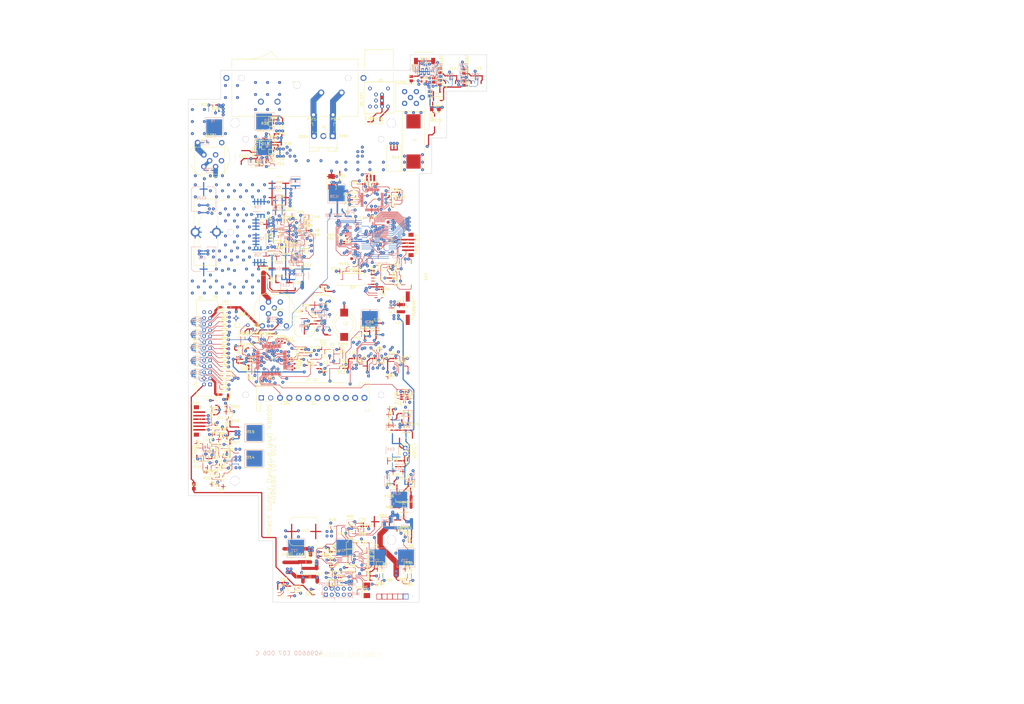
<source format=kicad_pcb>
(kicad_pcb (version 20171130) (host pcbnew "(5.1.5)-3")
  (layers (0 F.Cu signal) (1 In1.Cu signal) (2 In2.Cu signal) (3 In3.Cu signal) (4 In4.Cu signal) (31 B.Cu signal) (34 B.Paste user) (35 F.Paste user) (36 B.SilkS user) (37 F.SilkS user) (38 B.Mask user) (39 F.Mask user) (44 Edge.Cuts user))
  (net 0 "")
  (module "" (layer F.Cu) (at 419.3462 127.0354)
    (fp_text reference "" (at 0 0) (layer F.SilkS) (effects (font (size 1.27 1.27))))
    (fp_text value "" (at 0 0) (layer F.SilkS) (effects (font (size 1.27 1.27))))
  )
  (module "" (layer F.Cu) (at 419.3462 131.4804)
    (fp_text reference "" (at 0 0) (layer F.SilkS) (effects (font (size 1.27 1.27))))
    (fp_text value "" (at 0 0) (layer F.SilkS) (effects (font (size 1.27 1.27))))
  )
  (module "" (layer F.Cu) (at 419.3462 136.5604)
    (fp_text reference "" (at 0 0) (layer F.SilkS) (effects (font (size 1.27 1.27))))
    (fp_text value "" (at 0 0) (layer F.SilkS) (effects (font (size 1.27 1.27))))
  )
  (module "" (layer F.Cu) (at 419.3462 141.6404)
    (fp_text reference "" (at 0 0) (layer F.SilkS) (effects (font (size 1.27 1.27))))
    (fp_text value "" (at 0 0) (layer F.SilkS) (effects (font (size 1.27 1.27))))
  )
  (module "" (layer F.Cu) (at 419.3462 146.7204)
    (fp_text reference "" (at 0 0) (layer F.SilkS) (effects (font (size 1.27 1.27))))
    (fp_text value "" (at 0 0) (layer F.SilkS) (effects (font (size 1.27 1.27))))
  )
  (module "" (layer F.Cu) (at 419.3462 151.8004)
    (fp_text reference "" (at 0 0) (layer F.SilkS) (effects (font (size 1.27 1.27))))
    (fp_text value "" (at 0 0) (layer F.SilkS) (effects (font (size 1.27 1.27))))
  )
  (module "" (layer F.Cu) (at 419.3462 156.8804)
    (fp_text reference "" (at 0 0) (layer F.SilkS) (effects (font (size 1.27 1.27))))
    (fp_text value "" (at 0 0) (layer F.SilkS) (effects (font (size 1.27 1.27))))
  )
  (module "" (layer F.Cu) (at 419.3462 161.9604)
    (fp_text reference "" (at 0 0) (layer F.SilkS) (effects (font (size 1.27 1.27))))
    (fp_text value "" (at 0 0) (layer F.SilkS) (effects (font (size 1.27 1.27))))
  )
  (module "" (layer F.Cu) (at 419.3462 167.0404)
    (fp_text reference "" (at 0 0) (layer F.SilkS) (effects (font (size 1.27 1.27))))
    (fp_text value "" (at 0 0) (layer F.SilkS) (effects (font (size 1.27 1.27))))
  )
  (module "" (layer F.Cu) (at 419.3462 172.1204)
    (fp_text reference "" (at 0 0) (layer F.SilkS) (effects (font (size 1.27 1.27))))
    (fp_text value "" (at 0 0) (layer F.SilkS) (effects (font (size 1.27 1.27))))
  )
  (module "" (layer F.Cu) (at 419.3462 177.2004)
    (fp_text reference "" (at 0 0) (layer F.SilkS) (effects (font (size 1.27 1.27))))
    (fp_text value "" (at 0 0) (layer F.SilkS) (effects (font (size 1.27 1.27))))
  )
  (module "" (layer F.Cu) (at 445.3812 126.4004)
    (fp_text reference "" (at 0 0) (layer F.SilkS) (effects (font (size 1.27 1.27))))
    (fp_text value "" (at 0 0) (layer F.SilkS) (effects (font (size 1.27 1.27))))
  )
  (module "" (layer F.Cu) (at 445.3812 131.4804)
    (fp_text reference "" (at 0 0) (layer F.SilkS) (effects (font (size 1.27 1.27))))
    (fp_text value "" (at 0 0) (layer F.SilkS) (effects (font (size 1.27 1.27))))
  )
  (module "" (layer F.Cu) (at 445.3812 136.5604)
    (fp_text reference "" (at 0 0) (layer F.SilkS) (effects (font (size 1.27 1.27))))
    (fp_text value "" (at 0 0) (layer F.SilkS) (effects (font (size 1.27 1.27))))
  )
  (module "" (layer F.Cu) (at 445.4574 147.0506)
    (fp_text reference "" (at 0 0) (layer F.SilkS) (effects (font (size 1.27 1.27))))
    (fp_text value "" (at 0 0) (layer F.SilkS) (effects (font (size 1.27 1.27))))
  )
  (module "" (layer F.Cu) (at 445.0764 141.0562)
    (fp_text reference "" (at 0 0) (layer F.SilkS) (effects (font (size 1.27 1.27))))
    (fp_text value "" (at 0 0) (layer F.SilkS) (effects (font (size 1.27 1.27))))
  )
  (module "" (layer F.Cu) (at 204.132 120.4568)
    (fp_text reference "" (at 0 0) (layer F.SilkS) (effects (font (size 1.27 1.27))))
    (fp_text value "" (at 0 0) (layer F.SilkS) (effects (font (size 1.27 1.27))))
  )
  (module "" (layer F.Cu) (at 209.1358 123.454)
    (fp_text reference "" (at 0 0) (layer F.SilkS) (effects (font (size 1.27 1.27))))
    (fp_text value "" (at 0 0) (layer F.SilkS) (effects (font (size 1.27 1.27))))
  )
  (module "" (layer F.Cu) (at 187.9014 46.3904)
    (fp_text reference "" (at 0 0) (layer F.SilkS) (effects (font (size 1.27 1.27))))
    (fp_text value "" (at 0 0) (layer F.SilkS) (effects (font (size 1.27 1.27))))
  )
  (module "" (layer F.Cu) (at 198.0614 46.3904)
    (fp_text reference "" (at 0 0) (layer F.SilkS) (effects (font (size 1.27 1.27))))
    (fp_text value "" (at 0 0) (layer F.SilkS) (effects (font (size 1.27 1.27))))
  )
  (module "" (layer F.Cu) (at 195.4706 51.4958)
    (fp_text reference "" (at 0 0) (layer F.SilkS) (effects (font (size 1.27 1.27))))
    (fp_text value "" (at 0 0) (layer F.SilkS) (effects (font (size 1.27 1.27))))
  )
  (module "" (layer F.Cu) (at 195.4706 56.4996)
    (fp_text reference "" (at 0 0) (layer F.SilkS) (effects (font (size 1.27 1.27))))
    (fp_text value "" (at 0 0) (layer F.SilkS) (effects (font (size 1.27 1.27))))
  )
  (module "" (layer F.Cu) (at 190.4922 56.4996)
    (fp_text reference "" (at 0 0) (layer F.SilkS) (effects (font (size 1.27 1.27))))
    (fp_text value "" (at 0 0) (layer F.SilkS) (effects (font (size 1.27 1.27))))
  )
  (module "" (layer F.Cu) (at 192.9814 54.0104)
    (fp_text reference "" (at 0 0) (layer F.SilkS) (effects (font (size 1.27 1.27))))
    (fp_text value "" (at 0 0) (layer F.SilkS) (effects (font (size 1.27 1.27))))
  )
  (module "" (layer F.Cu) (at 197.9852 54.0104)
    (fp_text reference "" (at 0 0) (layer F.SilkS) (effects (font (size 1.27 1.27))))
    (fp_text value "" (at 0 0) (layer F.SilkS) (effects (font (size 1.27 1.27))))
  )
  (module "" (layer F.Cu) (at 190.4922 51.4958)
    (fp_text reference "" (at 0 0) (layer F.SilkS) (effects (font (size 1.27 1.27))))
    (fp_text value "" (at 0 0) (layer F.SilkS) (effects (font (size 1.27 1.27))))
  )
  (module "" (layer F.Cu) (at 280.2558 24.8258)
    (fp_text reference "" (at 0 0) (layer F.SilkS) (effects (font (size 1.27 1.27))))
    (fp_text value "" (at 0 0) (layer F.SilkS) (effects (font (size 1.27 1.27))))
  )
  (module "" (layer F.Cu) (at 280.2558 29.8296)
    (fp_text reference "" (at 0 0) (layer F.SilkS) (effects (font (size 1.27 1.27))))
    (fp_text value "" (at 0 0) (layer F.SilkS) (effects (font (size 1.27 1.27))))
  )
  (module "" (layer F.Cu) (at 275.252 29.8296)
    (fp_text reference "" (at 0 0) (layer F.SilkS) (effects (font (size 1.27 1.27))))
    (fp_text value "" (at 0 0) (layer F.SilkS) (effects (font (size 1.27 1.27))))
  )
  (module "" (layer F.Cu) (at 277.7412 27.3404)
    (fp_text reference "" (at 0 0) (layer F.SilkS) (effects (font (size 1.27 1.27))))
    (fp_text value "" (at 0 0) (layer F.SilkS) (effects (font (size 1.27 1.27))))
  )
  (module "" (layer F.Cu) (at 282.745 27.3404)
    (fp_text reference "" (at 0 0) (layer F.SilkS) (effects (font (size 1.27 1.27))))
    (fp_text value "" (at 0 0) (layer F.SilkS) (effects (font (size 1.27 1.27))))
  )
  (module "" (layer F.Cu) (at 275.252 24.8258)
    (fp_text reference "" (at 0 0) (layer F.SilkS) (effects (font (size 1.27 1.27))))
    (fp_text value "" (at 0 0) (layer F.SilkS) (effects (font (size 1.27 1.27))))
  )
  (module "" (layer F.Cu) (at 225.3664 123.7588)
    (fp_text reference "" (at 0 0) (layer F.SilkS) (effects (font (size 1.27 1.27))))
    (fp_text value "" (at 0 0) (layer F.SilkS) (effects (font (size 1.27 1.27))))
  )
  (module "" (layer F.Cu) (at 215.2064 123.7588)
    (fp_text reference "" (at 0 0) (layer F.SilkS) (effects (font (size 1.27 1.27))))
    (fp_text value "" (at 0 0) (layer F.SilkS) (effects (font (size 1.27 1.27))))
  )
  (module "" (layer F.Cu) (at 217.7972 118.6534)
    (fp_text reference "" (at 0 0) (layer F.SilkS) (effects (font (size 1.27 1.27))))
    (fp_text value "" (at 0 0) (layer F.SilkS) (effects (font (size 1.27 1.27))))
  )
  (module "" (layer F.Cu) (at 217.7972 113.6496)
    (fp_text reference "" (at 0 0) (layer F.SilkS) (effects (font (size 1.27 1.27))))
    (fp_text value "" (at 0 0) (layer F.SilkS) (effects (font (size 1.27 1.27))))
  )
  (module "" (layer F.Cu) (at 222.7756 113.6496)
    (fp_text reference "" (at 0 0) (layer F.SilkS) (effects (font (size 1.27 1.27))))
    (fp_text value "" (at 0 0) (layer F.SilkS) (effects (font (size 1.27 1.27))))
  )
  (module "" (layer F.Cu) (at 220.2864 116.1388)
    (fp_text reference "" (at 0 0) (layer F.SilkS) (effects (font (size 1.27 1.27))))
    (fp_text value "" (at 0 0) (layer F.SilkS) (effects (font (size 1.27 1.27))))
  )
  (module "" (layer F.Cu) (at 215.2826 116.1388)
    (fp_text reference "" (at 0 0) (layer F.SilkS) (effects (font (size 1.27 1.27))))
    (fp_text value "" (at 0 0) (layer F.SilkS) (effects (font (size 1.27 1.27))))
  )
  (module "" (layer F.Cu) (at 222.7756 118.6534)
    (fp_text reference "" (at 0 0) (layer F.SilkS) (effects (font (size 1.27 1.27))))
    (fp_text value "" (at 0 0) (layer F.SilkS) (effects (font (size 1.27 1.27))))
  )
  (module "" (layer F.Cu) (at 236.7964 34.6302)
    (fp_text reference "" (at 0 0) (layer F.SilkS) (effects (font (size 1.27 1.27))))
    (fp_text value "" (at 0 0) (layer F.SilkS) (effects (font (size 1.27 1.27))))
  )
  (module "" (layer F.Cu) (at 229.8876 22.108)
    (fp_text reference "" (at 0 0) (layer F.SilkS) (effects (font (size 1.27 1.27))))
    (fp_text value "" (at 0 0) (layer F.SilkS) (effects (font (size 1.27 1.27))))
  )
  (module "" (layer F.Cu) (at 206.4688 19.1108)
    (fp_text reference "" (at 0 0) (layer F.SilkS) (effects (font (size 1.27 1.27))))
    (fp_text value "" (at 0 0) (layer F.SilkS) (effects (font (size 1.27 1.27))))
  )
  (module "" (layer F.Cu) (at 251.4776 19.1108)
    (fp_text reference "" (at 0 0) (layer F.SilkS) (effects (font (size 1.27 1.27))))
    (fp_text value "" (at 0 0) (layer F.SilkS) (effects (font (size 1.27 1.27))))
  )
  (module "" (layer F.Cu) (at 214.6222 29.1184)
    (fp_text reference "" (at 0 0) (layer F.SilkS) (effects (font (size 1.27 1.27))))
    (fp_text value "" (at 0 0) (layer F.SilkS) (effects (font (size 1.27 1.27))))
  )
  (module "" (layer F.Cu) (at 221.6326 29.1184)
    (fp_text reference "" (at 0 0) (layer F.SilkS) (effects (font (size 1.27 1.27))))
    (fp_text value "" (at 0 0) (layer F.SilkS) (effects (font (size 1.27 1.27))))
  )
  (module "" (layer F.Cu) (at 240.073 25.283)
    (fp_text reference "" (at 0 0) (layer F.SilkS) (effects (font (size 1.27 1.27))))
    (fp_text value "" (at 0 0) (layer F.SilkS) (effects (font (size 1.27 1.27))))
  )
  (module "" (layer F.Cu) (at 248.6836 25.283)
    (fp_text reference "" (at 0 0) (layer F.SilkS) (effects (font (size 1.27 1.27))))
    (fp_text value "" (at 0 0) (layer F.SilkS) (effects (font (size 1.27 1.27))))
  )
  (module "" (layer F.Cu) (at 200.0172 19.1108)
    (fp_text reference "" (at 0 0) (layer F.SilkS) (effects (font (size 1.27 1.27))))
    (fp_text value "" (at 0 0) (layer F.SilkS) (effects (font (size 1.27 1.27))))
  )
  (module "" (layer F.Cu) (at 257.9292 19.1108)
    (fp_text reference "" (at 0 0) (layer F.SilkS) (effects (font (size 1.27 1.27))))
    (fp_text value "" (at 0 0) (layer F.SilkS) (effects (font (size 1.27 1.27))))
  )
  (module "" (layer F.Cu) (at 285.285 16.9772)
    (fp_text reference "" (at 0 0) (layer F.SilkS) (effects (font (size 1.27 1.27))))
    (fp_text value "" (at 0 0) (layer F.SilkS) (effects (font (size 1.27 1.27))))
  )
  (module "" (layer F.Cu) (at 284.4722 15.758)
    (fp_text reference "" (at 0 0) (layer F.SilkS) (effects (font (size 1.27 1.27))))
    (fp_text value "" (at 0 0) (layer F.SilkS) (effects (font (size 1.27 1.27))))
  )
  (module "" (layer F.Cu) (at 283.6848 16.9772)
    (fp_text reference "" (at 0 0) (layer F.SilkS) (effects (font (size 1.27 1.27))))
    (fp_text value "" (at 0 0) (layer F.SilkS) (effects (font (size 1.27 1.27))))
  )
  (module "" (layer F.Cu) (at 282.872 15.758)
    (fp_text reference "" (at 0 0) (layer F.SilkS) (effects (font (size 1.27 1.27))))
    (fp_text value "" (at 0 0) (layer F.SilkS) (effects (font (size 1.27 1.27))))
  )
  (module "" (layer F.Cu) (at 282.0846 16.9772)
    (fp_text reference "" (at 0 0) (layer F.SilkS) (effects (font (size 1.27 1.27))))
    (fp_text value "" (at 0 0) (layer F.SilkS) (effects (font (size 1.27 1.27))))
  )
  (module "" (layer F.Cu) (at 214.7746 154.1118)
    (fp_text reference "" (at 0 0) (layer F.SilkS) (effects (font (size 1.27 1.27))))
    (fp_text value "" (at 0 0) (layer F.SilkS) (effects (font (size 1.27 1.27))))
  )
  (module "" (layer F.Cu) (at 218.737 154.1118)
    (fp_text reference "" (at 0 0) (layer F.SilkS) (effects (font (size 1.27 1.27))))
    (fp_text value "" (at 0 0) (layer F.SilkS) (effects (font (size 1.27 1.27))))
  )
  (module "" (layer F.Cu) (at 222.6994 154.1118)
    (fp_text reference "" (at 0 0) (layer F.SilkS) (effects (font (size 1.27 1.27))))
    (fp_text value "" (at 0 0) (layer F.SilkS) (effects (font (size 1.27 1.27))))
  )
  (module "" (layer F.Cu) (at 226.6364 154.1118)
    (fp_text reference "" (at 0 0) (layer F.SilkS) (effects (font (size 1.27 1.27))))
    (fp_text value "" (at 0 0) (layer F.SilkS) (effects (font (size 1.27 1.27))))
  )
  (module "" (layer F.Cu) (at 230.5988 154.1118)
    (fp_text reference "" (at 0 0) (layer F.SilkS) (effects (font (size 1.27 1.27))))
    (fp_text value "" (at 0 0) (layer F.SilkS) (effects (font (size 1.27 1.27))))
  )
  (module "" (layer F.Cu) (at 234.5612 154.1118)
    (fp_text reference "" (at 0 0) (layer F.SilkS) (effects (font (size 1.27 1.27))))
    (fp_text value "" (at 0 0) (layer F.SilkS) (effects (font (size 1.27 1.27))))
  )
  (module "" (layer F.Cu) (at 238.5236 154.1118)
    (fp_text reference "" (at 0 0) (layer F.SilkS) (effects (font (size 1.27 1.27))))
    (fp_text value "" (at 0 0) (layer F.SilkS) (effects (font (size 1.27 1.27))))
  )
  (module "" (layer F.Cu) (at 242.486 154.1118)
    (fp_text reference "" (at 0 0) (layer F.SilkS) (effects (font (size 1.27 1.27))))
    (fp_text value "" (at 0 0) (layer F.SilkS) (effects (font (size 1.27 1.27))))
  )
  (module "" (layer F.Cu) (at 246.4484 154.1118)
    (fp_text reference "" (at 0 0) (layer F.SilkS) (effects (font (size 1.27 1.27))))
    (fp_text value "" (at 0 0) (layer F.SilkS) (effects (font (size 1.27 1.27))))
  )
  (module "" (layer F.Cu) (at 250.4108 154.1118)
    (fp_text reference "" (at 0 0) (layer F.SilkS) (effects (font (size 1.27 1.27))))
    (fp_text value "" (at 0 0) (layer F.SilkS) (effects (font (size 1.27 1.27))))
  )
  (module "" (layer F.Cu) (at 254.3732 154.1118)
    (fp_text reference "" (at 0 0) (layer F.SilkS) (effects (font (size 1.27 1.27))))
    (fp_text value "" (at 0 0) (layer F.SilkS) (effects (font (size 1.27 1.27))))
  )
  (module "" (layer F.Cu) (at 258.3356 154.1118)
    (fp_text reference "" (at 0 0) (layer F.SilkS) (effects (font (size 1.27 1.27))))
    (fp_text value "" (at 0 0) (layer F.SilkS) (effects (font (size 1.27 1.27))))
  )
  (module "" (layer F.Cu) (at 244.9244 43.6218)
    (fp_text reference "" (at 0 0) (layer F.SilkS) (effects (font (size 1.27 1.27))))
    (fp_text value "" (at 0 0) (layer F.SilkS) (effects (font (size 1.27 1.27))))
  )
  (module "" (layer F.Cu) (at 240.962 43.6218)
    (fp_text reference "" (at 0 0) (layer F.SilkS) (effects (font (size 1.27 1.27))))
    (fp_text value "" (at 0 0) (layer F.SilkS) (effects (font (size 1.27 1.27))))
  )
  (module "" (layer F.Cu) (at 236.9996 43.6218)
    (fp_text reference "" (at 0 0) (layer F.SilkS) (effects (font (size 1.27 1.27))))
    (fp_text value "" (at 0 0) (layer F.SilkS) (effects (font (size 1.27 1.27))))
  )
  (module "" (layer F.Cu) (at 265.727 31.1504)
    (fp_text reference "" (at 0 0) (layer F.SilkS) (effects (font (size 1.27 1.27))))
    (fp_text value "" (at 0 0) (layer F.SilkS) (effects (font (size 1.27 1.27))))
  )
  (module "" (layer F.Cu) (at 265.727 28.6104)
    (fp_text reference "" (at 0 0) (layer F.SilkS) (effects (font (size 1.27 1.27))))
    (fp_text value "" (at 0 0) (layer F.SilkS) (effects (font (size 1.27 1.27))))
  )
  (module "" (layer F.Cu) (at 265.727 26.0704)
    (fp_text reference "" (at 0 0) (layer F.SilkS) (effects (font (size 1.27 1.27))))
    (fp_text value "" (at 0 0) (layer F.SilkS) (effects (font (size 1.27 1.27))))
  )
  (module "" (layer F.Cu) (at 263.187 31.1504)
    (fp_text reference "" (at 0 0) (layer F.SilkS) (effects (font (size 1.27 1.27))))
    (fp_text value "" (at 0 0) (layer F.SilkS) (effects (font (size 1.27 1.27))))
  )
  (module "" (layer F.Cu) (at 263.187 28.6104)
    (fp_text reference "" (at 0 0) (layer F.SilkS) (effects (font (size 1.27 1.27))))
    (fp_text value "" (at 0 0) (layer F.SilkS) (effects (font (size 1.27 1.27))))
  )
  (module "" (layer F.Cu) (at 263.187 26.0704)
    (fp_text reference "" (at 0 0) (layer F.SilkS) (effects (font (size 1.27 1.27))))
    (fp_text value "" (at 0 0) (layer F.SilkS) (effects (font (size 1.27 1.27))))
  )
  (module "" (layer F.Cu) (at 268.267 31.1504)
    (fp_text reference "" (at 0 0) (layer F.SilkS) (effects (font (size 1.27 1.27))))
    (fp_text value "" (at 0 0) (layer F.SilkS) (effects (font (size 1.27 1.27))))
  )
  (module "" (layer F.Cu) (at 268.267 23.5304)
    (fp_text reference "" (at 0 0) (layer F.SilkS) (effects (font (size 1.27 1.27))))
    (fp_text value "" (at 0 0) (layer F.SilkS) (effects (font (size 1.27 1.27))))
  )
  (module "" (layer F.Cu) (at 260.647 23.5304)
    (fp_text reference "" (at 0 0) (layer F.SilkS) (effects (font (size 1.27 1.27))))
    (fp_text value "" (at 0 0) (layer F.SilkS) (effects (font (size 1.27 1.27))))
  )
  (module "" (layer F.Cu) (at 260.647 31.1504)
    (fp_text reference "" (at 0 0) (layer F.SilkS) (effects (font (size 1.27 1.27))))
    (fp_text value "" (at 0 0) (layer F.SilkS) (effects (font (size 1.27 1.27))))
  )
  (module "" (layer F.Cu) (at 275.5314 175.2954)
    (fp_text reference "" (at 0 0) (layer F.SilkS) (effects (font (size 1.27 1.27))))
    (fp_text value "" (at 0 0) (layer F.SilkS) (effects (font (size 1.27 1.27))))
  )
  (module "" (layer F.Cu) (at 275.5314 177.8354)
    (fp_text reference "" (at 0 0) (layer F.SilkS) (effects (font (size 1.27 1.27))))
    (fp_text value "" (at 0 0) (layer F.SilkS) (effects (font (size 1.27 1.27))))
  )
  (module "" (layer F.Cu) (at 193.1846 148.4222)
    (fp_text reference "" (at 0 0) (layer F.SilkS) (effects (font (size 1.27 1.27))))
    (fp_text value "" (at 0 0) (layer F.SilkS) (effects (font (size 1.27 1.27))))
  )
  (module "" (layer F.Cu) (at 190.6446 148.4222)
    (fp_text reference "" (at 0 0) (layer F.SilkS) (effects (font (size 1.27 1.27))))
    (fp_text value "" (at 0 0) (layer F.SilkS) (effects (font (size 1.27 1.27))))
  )
  (module "" (layer F.Cu) (at 193.1846 145.8822)
    (fp_text reference "" (at 0 0) (layer F.SilkS) (effects (font (size 1.27 1.27))))
    (fp_text value "" (at 0 0) (layer F.SilkS) (effects (font (size 1.27 1.27))))
  )
  (module "" (layer F.Cu) (at 190.6446 145.8822)
    (fp_text reference "" (at 0 0) (layer F.SilkS) (effects (font (size 1.27 1.27))))
    (fp_text value "" (at 0 0) (layer F.SilkS) (effects (font (size 1.27 1.27))))
  )
  (module "" (layer F.Cu) (at 193.1846 143.3422)
    (fp_text reference "" (at 0 0) (layer F.SilkS) (effects (font (size 1.27 1.27))))
    (fp_text value "" (at 0 0) (layer F.SilkS) (effects (font (size 1.27 1.27))))
  )
  (module "" (layer F.Cu) (at 190.6446 143.3422)
    (fp_text reference "" (at 0 0) (layer F.SilkS) (effects (font (size 1.27 1.27))))
    (fp_text value "" (at 0 0) (layer F.SilkS) (effects (font (size 1.27 1.27))))
  )
  (module "" (layer F.Cu) (at 193.1846 140.8022)
    (fp_text reference "" (at 0 0) (layer F.SilkS) (effects (font (size 1.27 1.27))))
    (fp_text value "" (at 0 0) (layer F.SilkS) (effects (font (size 1.27 1.27))))
  )
  (module "" (layer F.Cu) (at 190.6446 140.8022)
    (fp_text reference "" (at 0 0) (layer F.SilkS) (effects (font (size 1.27 1.27))))
    (fp_text value "" (at 0 0) (layer F.SilkS) (effects (font (size 1.27 1.27))))
  )
  (module "" (layer F.Cu) (at 193.1846 138.2622)
    (fp_text reference "" (at 0 0) (layer F.SilkS) (effects (font (size 1.27 1.27))))
    (fp_text value "" (at 0 0) (layer F.SilkS) (effects (font (size 1.27 1.27))))
  )
  (module "" (layer F.Cu) (at 190.6446 138.2622)
    (fp_text reference "" (at 0 0) (layer F.SilkS) (effects (font (size 1.27 1.27))))
    (fp_text value "" (at 0 0) (layer F.SilkS) (effects (font (size 1.27 1.27))))
  )
  (module "" (layer F.Cu) (at 193.1846 135.7222)
    (fp_text reference "" (at 0 0) (layer F.SilkS) (effects (font (size 1.27 1.27))))
    (fp_text value "" (at 0 0) (layer F.SilkS) (effects (font (size 1.27 1.27))))
  )
  (module "" (layer F.Cu) (at 190.6446 135.7222)
    (fp_text reference "" (at 0 0) (layer F.SilkS) (effects (font (size 1.27 1.27))))
    (fp_text value "" (at 0 0) (layer F.SilkS) (effects (font (size 1.27 1.27))))
  )
  (module "" (layer F.Cu) (at 193.1846 133.1822)
    (fp_text reference "" (at 0 0) (layer F.SilkS) (effects (font (size 1.27 1.27))))
    (fp_text value "" (at 0 0) (layer F.SilkS) (effects (font (size 1.27 1.27))))
  )
  (module "" (layer F.Cu) (at 190.6446 133.1822)
    (fp_text reference "" (at 0 0) (layer F.SilkS) (effects (font (size 1.27 1.27))))
    (fp_text value "" (at 0 0) (layer F.SilkS) (effects (font (size 1.27 1.27))))
  )
  (module "" (layer F.Cu) (at 193.1846 130.6422)
    (fp_text reference "" (at 0 0) (layer F.SilkS) (effects (font (size 1.27 1.27))))
    (fp_text value "" (at 0 0) (layer F.SilkS) (effects (font (size 1.27 1.27))))
  )
  (module "" (layer F.Cu) (at 190.6446 130.6422)
    (fp_text reference "" (at 0 0) (layer F.SilkS) (effects (font (size 1.27 1.27))))
    (fp_text value "" (at 0 0) (layer F.SilkS) (effects (font (size 1.27 1.27))))
  )
  (module "" (layer F.Cu) (at 193.1846 128.1022)
    (fp_text reference "" (at 0 0) (layer F.SilkS) (effects (font (size 1.27 1.27))))
    (fp_text value "" (at 0 0) (layer F.SilkS) (effects (font (size 1.27 1.27))))
  )
  (module "" (layer F.Cu) (at 190.6446 128.1022)
    (fp_text reference "" (at 0 0) (layer F.SilkS) (effects (font (size 1.27 1.27))))
    (fp_text value "" (at 0 0) (layer F.SilkS) (effects (font (size 1.27 1.27))))
  )
  (module "" (layer F.Cu) (at 193.1846 125.5622)
    (fp_text reference "" (at 0 0) (layer F.SilkS) (effects (font (size 1.27 1.27))))
    (fp_text value "" (at 0 0) (layer F.SilkS) (effects (font (size 1.27 1.27))))
  )
  (module "" (layer F.Cu) (at 190.6446 125.5622)
    (fp_text reference "" (at 0 0) (layer F.SilkS) (effects (font (size 1.27 1.27))))
    (fp_text value "" (at 0 0) (layer F.SilkS) (effects (font (size 1.27 1.27))))
  )
  (module "" (layer F.Cu) (at 193.1846 123.0222)
    (fp_text reference "" (at 0 0) (layer F.SilkS) (effects (font (size 1.27 1.27))))
    (fp_text value "" (at 0 0) (layer F.SilkS) (effects (font (size 1.27 1.27))))
  )
  (module "" (layer F.Cu) (at 190.6446 123.0222)
    (fp_text reference "" (at 0 0) (layer F.SilkS) (effects (font (size 1.27 1.27))))
    (fp_text value "" (at 0 0) (layer F.SilkS) (effects (font (size 1.27 1.27))))
  )
  (module "" (layer F.Cu) (at 193.1846 120.4822)
    (fp_text reference "" (at 0 0) (layer F.SilkS) (effects (font (size 1.27 1.27))))
    (fp_text value "" (at 0 0) (layer F.SilkS) (effects (font (size 1.27 1.27))))
  )
  (module "" (layer F.Cu) (at 190.6446 120.4822)
    (fp_text reference "" (at 0 0) (layer F.SilkS) (effects (font (size 1.27 1.27))))
    (fp_text value "" (at 0 0) (layer F.SilkS) (effects (font (size 1.27 1.27))))
  )
  (module "" (layer F.Cu) (at 193.1846 117.9422)
    (fp_text reference "" (at 0 0) (layer F.SilkS) (effects (font (size 1.27 1.27))))
    (fp_text value "" (at 0 0) (layer F.SilkS) (effects (font (size 1.27 1.27))))
  )
  (module "" (layer F.Cu) (at 190.6446 117.9422)
    (fp_text reference "" (at 0 0) (layer F.SilkS) (effects (font (size 1.27 1.27))))
    (fp_text value "" (at 0 0) (layer F.SilkS) (effects (font (size 1.27 1.27))))
  )
  (module "" (layer F.Cu) (at 186.86 84.1602)
    (fp_text reference "" (at 0 0) (layer F.SilkS) (effects (font (size 1.27 1.27))))
    (fp_text value "" (at 0 0) (layer F.SilkS) (effects (font (size 1.27 1.27))))
  )
  (module "" (layer F.Cu) (at 195.877 84.1602)
    (fp_text reference "" (at 0 0) (layer F.SilkS) (effects (font (size 1.27 1.27))))
    (fp_text value "" (at 0 0) (layer F.SilkS) (effects (font (size 1.27 1.27))))
  )
  (module "" (layer F.Cu) (at 201.8714 84.1602)
    (fp_text reference "" (at 0 0) (layer F.SilkS) (effects (font (size 1.27 1.27))))
    (fp_text value "" (at 0 0) (layer F.SilkS) (effects (font (size 1.27 1.27))))
  )
  (module "" (layer F.Cu) (at 241.978 237.2206)
    (fp_text reference "" (at 0 0) (layer F.SilkS) (effects (font (size 1.27 1.27))))
    (fp_text value "" (at 0 0) (layer F.SilkS) (effects (font (size 1.27 1.27))))
  )
  (module "" (layer F.Cu) (at 241.978 234.6806)
    (fp_text reference "" (at 0 0) (layer F.SilkS) (effects (font (size 1.27 1.27))))
    (fp_text value "" (at 0 0) (layer F.SilkS) (effects (font (size 1.27 1.27))))
  )
  (module "" (layer F.Cu) (at 244.518 237.2206)
    (fp_text reference "" (at 0 0) (layer F.SilkS) (effects (font (size 1.27 1.27))))
    (fp_text value "" (at 0 0) (layer F.SilkS) (effects (font (size 1.27 1.27))))
  )
  (module "" (layer F.Cu) (at 244.518 234.6806)
    (fp_text reference "" (at 0 0) (layer F.SilkS) (effects (font (size 1.27 1.27))))
    (fp_text value "" (at 0 0) (layer F.SilkS) (effects (font (size 1.27 1.27))))
  )
  (module "" (layer F.Cu) (at 247.058 237.2206)
    (fp_text reference "" (at 0 0) (layer F.SilkS) (effects (font (size 1.27 1.27))))
    (fp_text value "" (at 0 0) (layer F.SilkS) (effects (font (size 1.27 1.27))))
  )
  (module "" (layer F.Cu) (at 247.058 234.6806)
    (fp_text reference "" (at 0 0) (layer F.SilkS) (effects (font (size 1.27 1.27))))
    (fp_text value "" (at 0 0) (layer F.SilkS) (effects (font (size 1.27 1.27))))
  )
  (module "" (layer F.Cu) (at 249.598 237.2206)
    (fp_text reference "" (at 0 0) (layer F.SilkS) (effects (font (size 1.27 1.27))))
    (fp_text value "" (at 0 0) (layer F.SilkS) (effects (font (size 1.27 1.27))))
  )
  (module "" (layer F.Cu) (at 249.598 234.6806)
    (fp_text reference "" (at 0 0) (layer F.SilkS) (effects (font (size 1.27 1.27))))
    (fp_text value "" (at 0 0) (layer F.SilkS) (effects (font (size 1.27 1.27))))
  )
  (module "" (layer F.Cu) (at 252.138 237.2206)
    (fp_text reference "" (at 0 0) (layer F.SilkS) (effects (font (size 1.27 1.27))))
    (fp_text value "" (at 0 0) (layer F.SilkS) (effects (font (size 1.27 1.27))))
  )
  (module "" (layer F.Cu) (at 252.138 234.6806)
    (fp_text reference "" (at 0 0) (layer F.SilkS) (effects (font (size 1.27 1.27))))
    (fp_text value "" (at 0 0) (layer F.SilkS) (effects (font (size 1.27 1.27))))
  )
  (module "" (layer F.Cu) (at 292.5494 21.4222)
    (fp_text reference "" (at 0 0) (layer F.SilkS) (effects (font (size 1.27 1.27))))
    (fp_text value "" (at 0 0) (layer F.SilkS) (effects (font (size 1.27 1.27))))
  )
  (module "" (layer F.Cu) (at 293.9464 21.4222)
    (fp_text reference "" (at 0 0) (layer F.SilkS) (effects (font (size 1.27 1.27))))
    (fp_text value "" (at 0 0) (layer F.SilkS) (effects (font (size 1.27 1.27))))
  )
  (module "" (layer F.Cu) (at 295.3688 21.4222)
    (fp_text reference "" (at 0 0) (layer F.SilkS) (effects (font (size 1.27 1.27))))
    (fp_text value "" (at 0 0) (layer F.SilkS) (effects (font (size 1.27 1.27))))
  )
  (module "" (layer F.Cu) (at 296.7658 21.4222)
    (fp_text reference "" (at 0 0) (layer F.SilkS) (effects (font (size 1.27 1.27))))
    (fp_text value "" (at 0 0) (layer F.SilkS) (effects (font (size 1.27 1.27))))
  )
  (module "" (layer F.Cu) (at 303.3698 21.4222)
    (fp_text reference "" (at 0 0) (layer F.SilkS) (effects (font (size 1.27 1.27))))
    (fp_text value "" (at 0 0) (layer F.SilkS) (effects (font (size 1.27 1.27))))
  )
  (module "" (layer F.Cu) (at 304.7668 21.4222)
    (fp_text reference "" (at 0 0) (layer F.SilkS) (effects (font (size 1.27 1.27))))
    (fp_text value "" (at 0 0) (layer F.SilkS) (effects (font (size 1.27 1.27))))
  )
  (module "" (layer F.Cu) (at 306.1638 21.4222)
    (fp_text reference "" (at 0 0) (layer F.SilkS) (effects (font (size 1.27 1.27))))
    (fp_text value "" (at 0 0) (layer F.SilkS) (effects (font (size 1.27 1.27))))
  )
  (module "" (layer F.Cu) (at 307.5608 21.4222)
    (fp_text reference "" (at 0 0) (layer F.SilkS) (effects (font (size 1.27 1.27))))
    (fp_text value "" (at 0 0) (layer F.SilkS) (effects (font (size 1.27 1.27))))
  )
  (module "" (layer F.Cu) (at 269.6894 214.1066)
    (fp_text reference "" (at 0 0) (layer F.SilkS) (effects (font (size 1.27 1.27))))
    (fp_text value "" (at 0 0) (layer F.SilkS) (effects (font (size 1.27 1.27))))
  )
  (module "" (layer F.Cu) (at 203.6748 189.113)
    (fp_text reference "" (at 0 0) (layer F.SilkS) (effects (font (size 1.27 1.27))))
    (fp_text value "" (at 0 0) (layer F.SilkS) (effects (font (size 1.27 1.27))))
  )
  (module "" (layer F.Cu) (at 203.6748 38.11)
    (fp_text reference "" (at 0 0) (layer F.SilkS) (effects (font (size 1.27 1.27))))
    (fp_text value "" (at 0 0) (layer F.SilkS) (effects (font (size 1.27 1.27))))
  )
  (module "" (layer F.Cu) (at 269.6894 38.11)
    (fp_text reference "" (at 0 0) (layer F.SilkS) (effects (font (size 1.27 1.27))))
    (fp_text value "" (at 0 0) (layer F.SilkS) (effects (font (size 1.27 1.27))))
  )
  (module "" (layer F.Cu) (at 208.1706 152.8672)
    (fp_text reference "" (at 0 0) (layer F.SilkS) (effects (font (size 1.27 1.27))))
    (fp_text value "" (at 0 0) (layer F.SilkS) (effects (font (size 1.27 1.27))))
  )
  (module "" (layer F.Cu) (at 265.3206 152.8672)
    (fp_text reference "" (at 0 0) (layer F.SilkS) (effects (font (size 1.27 1.27))))
    (fp_text value "" (at 0 0) (layer F.SilkS) (effects (font (size 1.27 1.27))))
  )
  (module "" (layer F.Cu) (at 265.3206 44.9172)
    (fp_text reference "" (at 0 0) (layer F.SilkS) (effects (font (size 1.27 1.27))))
    (fp_text value "" (at 0 0) (layer F.SilkS) (effects (font (size 1.27 1.27))))
  )
  (module "" (layer F.Cu) (at 208.1706 44.9172)
    (fp_text reference "" (at 0 0) (layer F.SilkS) (effects (font (size 1.27 1.27))))
    (fp_text value "" (at 0 0) (layer F.SilkS) (effects (font (size 1.27 1.27))))
  )
  (module "" (layer F.Cu) (at 245.0514 34.6302)
    (fp_text reference "" (at 0 0) (layer F.SilkS) (effects (font (size 1.27 1.27))))
    (fp_text value "" (at 0 0) (layer F.SilkS) (effects (font (size 1.27 1.27))))
  )
  (module "" (layer F.Cu) (at 228.8462 52.1054)
    (fp_text reference "" (at 0 0) (layer F.SilkS) (effects (font (size 1.27 1.27))))
    (fp_text value "" (at 0 0) (layer F.SilkS) (effects (font (size 1.27 1.27))))
  )
  (module "" (layer F.Cu) (at 226.9412 52.1054)
    (fp_text reference "" (at 0 0) (layer F.SilkS) (effects (font (size 1.27 1.27))))
    (fp_text value "" (at 0 0) (layer F.SilkS) (effects (font (size 1.27 1.27))))
  )
  (module "" (layer F.Cu) (at 225.6712 50.8354)
    (fp_text reference "" (at 0 0) (layer F.SilkS) (effects (font (size 1.27 1.27))))
    (fp_text value "" (at 0 0) (layer F.SilkS) (effects (font (size 1.27 1.27))))
  )
  (module "" (layer F.Cu) (at 226.9412 49.5654)
    (fp_text reference "" (at 0 0) (layer F.SilkS) (effects (font (size 1.27 1.27))))
    (fp_text value "" (at 0 0) (layer F.SilkS) (effects (font (size 1.27 1.27))))
  )
  (module "" (layer F.Cu) (at 225.6712 48.2954)
    (fp_text reference "" (at 0 0) (layer F.SilkS) (effects (font (size 1.27 1.27))))
    (fp_text value "" (at 0 0) (layer F.SilkS) (effects (font (size 1.27 1.27))))
  )
  (module "" (layer F.Cu) (at 216.9082 56.4996)
    (fp_text reference "" (at 0 0) (layer F.SilkS) (effects (font (size 1.27 1.27))))
    (fp_text value "" (at 0 0) (layer F.SilkS) (effects (font (size 1.27 1.27))))
  )
  (module "" (layer F.Cu) (at 223.182 44.3584)
    (fp_text reference "" (at 0 0) (layer F.SilkS) (effects (font (size 1.27 1.27))))
    (fp_text value "" (at 0 0) (layer F.SilkS) (effects (font (size 1.27 1.27))))
  )
  (module "" (layer F.Cu) (at 216.7812 43.8504)
    (fp_text reference "" (at 0 0) (layer F.SilkS) (effects (font (size 1.27 1.27))))
    (fp_text value "" (at 0 0) (layer F.SilkS) (effects (font (size 1.27 1.27))))
  )
  (module "" (layer F.Cu) (at 216.9082 42.6566)
    (fp_text reference "" (at 0 0) (layer F.SilkS) (effects (font (size 1.27 1.27))))
    (fp_text value "" (at 0 0) (layer F.SilkS) (effects (font (size 1.27 1.27))))
  )
  (module "" (layer F.Cu) (at 222.4962 32.4204)
    (fp_text reference "" (at 0 0) (layer F.SilkS) (effects (font (size 1.27 1.27))))
    (fp_text value "" (at 0 0) (layer F.SilkS) (effects (font (size 1.27 1.27))))
  )
  (module "" (layer F.Cu) (at 212.3362 32.4204)
    (fp_text reference "" (at 0 0) (layer F.SilkS) (effects (font (size 1.27 1.27))))
    (fp_text value "" (at 0 0) (layer F.SilkS) (effects (font (size 1.27 1.27))))
  )
  (module "" (layer F.Cu) (at 217.4162 32.4204)
    (fp_text reference "" (at 0 0) (layer F.SilkS) (effects (font (size 1.27 1.27))))
    (fp_text value "" (at 0 0) (layer F.SilkS) (effects (font (size 1.27 1.27))))
  )
  (module "" (layer F.Cu) (at 204.7162 27.3404)
    (fp_text reference "" (at 0 0) (layer F.SilkS) (effects (font (size 1.27 1.27))))
    (fp_text value "" (at 0 0) (layer F.SilkS) (effects (font (size 1.27 1.27))))
  )
  (module "" (layer F.Cu) (at 212.3362 26.0704)
    (fp_text reference "" (at 0 0) (layer F.SilkS) (effects (font (size 1.27 1.27))))
    (fp_text value "" (at 0 0) (layer F.SilkS) (effects (font (size 1.27 1.27))))
  )
  (module "" (layer F.Cu) (at 217.4162 26.0704)
    (fp_text reference "" (at 0 0) (layer F.SilkS) (effects (font (size 1.27 1.27))))
    (fp_text value "" (at 0 0) (layer F.SilkS) (effects (font (size 1.27 1.27))))
  )
  (module "" (layer F.Cu) (at 222.4962 26.0704)
    (fp_text reference "" (at 0 0) (layer F.SilkS) (effects (font (size 1.27 1.27))))
    (fp_text value "" (at 0 0) (layer F.SilkS) (effects (font (size 1.27 1.27))))
  )
  (module "" (layer F.Cu) (at 204.7162 22.2604)
    (fp_text reference "" (at 0 0) (layer F.SilkS) (effects (font (size 1.27 1.27))))
    (fp_text value "" (at 0 0) (layer F.SilkS) (effects (font (size 1.27 1.27))))
  )
  (module "" (layer F.Cu) (at 212.3362 20.9904)
    (fp_text reference "" (at 0 0) (layer F.SilkS) (effects (font (size 1.27 1.27))))
    (fp_text value "" (at 0 0) (layer F.SilkS) (effects (font (size 1.27 1.27))))
  )
  (module "" (layer F.Cu) (at 217.4162 20.9904)
    (fp_text reference "" (at 0 0) (layer F.SilkS) (effects (font (size 1.27 1.27))))
    (fp_text value "" (at 0 0) (layer F.SilkS) (effects (font (size 1.27 1.27))))
  )
  (module "" (layer F.Cu) (at 222.4962 20.9904)
    (fp_text reference "" (at 0 0) (layer F.SilkS) (effects (font (size 1.27 1.27))))
    (fp_text value "" (at 0 0) (layer F.SilkS) (effects (font (size 1.27 1.27))))
  )
  (module "" (layer F.Cu) (at 252.9254 231.4802)
    (fp_text reference "" (at 0 0) (layer F.SilkS) (effects (font (size 1.27 1.27))))
    (fp_text value "" (at 0 0) (layer F.SilkS) (effects (font (size 1.27 1.27))))
  )
  (module "" (layer F.Cu) (at 252.9254 232.5724)
    (fp_text reference "" (at 0 0) (layer F.SilkS) (effects (font (size 1.27 1.27))))
    (fp_text value "" (at 0 0) (layer F.SilkS) (effects (font (size 1.27 1.27))))
  )
  (module "" (layer F.Cu) (at 251.8332 232.5724)
    (fp_text reference "" (at 0 0) (layer F.SilkS) (effects (font (size 1.27 1.27))))
    (fp_text value "" (at 0 0) (layer F.SilkS) (effects (font (size 1.27 1.27))))
  )
  (module "" (layer F.Cu) (at 251.8332 231.4802)
    (fp_text reference "" (at 0 0) (layer F.SilkS) (effects (font (size 1.27 1.27))))
    (fp_text value "" (at 0 0) (layer F.SilkS) (effects (font (size 1.27 1.27))))
  )
  (module "" (layer F.Cu) (at 261.5614 232.7502)
    (fp_text reference "" (at 0 0) (layer F.SilkS) (effects (font (size 1.27 1.27))))
    (fp_text value "" (at 0 0) (layer F.SilkS) (effects (font (size 1.27 1.27))))
  )
  (module "" (layer F.Cu) (at 263.3902 229.2704)
    (fp_text reference "" (at 0 0) (layer F.SilkS) (effects (font (size 1.27 1.27))))
    (fp_text value "" (at 0 0) (layer F.SilkS) (effects (font (size 1.27 1.27))))
  )
  (module "" (layer F.Cu) (at 271.7214 228.9402)
    (fp_text reference "" (at 0 0) (layer F.SilkS) (effects (font (size 1.27 1.27))))
    (fp_text value "" (at 0 0) (layer F.SilkS) (effects (font (size 1.27 1.27))))
  )
  (module "" (layer F.Cu) (at 256.2782 228.3052)
    (fp_text reference "" (at 0 0) (layer F.SilkS) (effects (font (size 1.27 1.27))))
    (fp_text value "" (at 0 0) (layer F.SilkS) (effects (font (size 1.27 1.27))))
  )
  (module "" (layer F.Cu) (at 257.2434 226.6796)
    (fp_text reference "" (at 0 0) (layer F.SilkS) (effects (font (size 1.27 1.27))))
    (fp_text value "" (at 0 0) (layer F.SilkS) (effects (font (size 1.27 1.27))))
  )
  (module "" (layer F.Cu) (at 271.7214 227.3654)
    (fp_text reference "" (at 0 0) (layer F.SilkS) (effects (font (size 1.27 1.27))))
    (fp_text value "" (at 0 0) (layer F.SilkS) (effects (font (size 1.27 1.27))))
  )
  (module "" (layer F.Cu) (at 257.2434 224.7492)
    (fp_text reference "" (at 0 0) (layer F.SilkS) (effects (font (size 1.27 1.27))))
    (fp_text value "" (at 0 0) (layer F.SilkS) (effects (font (size 1.27 1.27))))
  )
  (module "" (layer F.Cu) (at 242.5114 222.5902)
    (fp_text reference "" (at 0 0) (layer F.SilkS) (effects (font (size 1.27 1.27))))
    (fp_text value "" (at 0 0) (layer F.SilkS) (effects (font (size 1.27 1.27))))
  )
  (module "" (layer F.Cu) (at 245.7118 222.5902)
    (fp_text reference "" (at 0 0) (layer F.SilkS) (effects (font (size 1.27 1.27))))
    (fp_text value "" (at 0 0) (layer F.SilkS) (effects (font (size 1.27 1.27))))
  )
  (module "" (layer F.Cu) (at 238.8792 219.1104)
    (fp_text reference "" (at 0 0) (layer F.SilkS) (effects (font (size 1.27 1.27))))
    (fp_text value "" (at 0 0) (layer F.SilkS) (effects (font (size 1.27 1.27))))
  )
  (module "" (layer F.Cu) (at 238.8792 221.0154)
    (fp_text reference "" (at 0 0) (layer F.SilkS) (effects (font (size 1.27 1.27))))
    (fp_text value "" (at 0 0) (layer F.SilkS) (effects (font (size 1.27 1.27))))
  )
  (module "" (layer F.Cu) (at 254.0684 220.6852)
    (fp_text reference "" (at 0 0) (layer F.SilkS) (effects (font (size 1.27 1.27))))
    (fp_text value "" (at 0 0) (layer F.SilkS) (effects (font (size 1.27 1.27))))
  )
  (module "" (layer F.Cu) (at 271.5944 219.6692)
    (fp_text reference "" (at 0 0) (layer F.SilkS) (effects (font (size 1.27 1.27))))
    (fp_text value "" (at 0 0) (layer F.SilkS) (effects (font (size 1.27 1.27))))
  )
  (module "" (layer F.Cu) (at 257.0402 213.7256)
    (fp_text reference "" (at 0 0) (layer F.SilkS) (effects (font (size 1.27 1.27))))
    (fp_text value "" (at 0 0) (layer F.SilkS) (effects (font (size 1.27 1.27))))
  )
  (module "" (layer F.Cu) (at 274.8456 214.386)
    (fp_text reference "" (at 0 0) (layer F.SilkS) (effects (font (size 1.27 1.27))))
    (fp_text value "" (at 0 0) (layer F.SilkS) (effects (font (size 1.27 1.27))))
  )
  (module "" (layer F.Cu) (at 225.0362 212.7604)
    (fp_text reference "" (at 0 0) (layer F.SilkS) (effects (font (size 1.27 1.27))))
    (fp_text value "" (at 0 0) (layer F.SilkS) (effects (font (size 1.27 1.27))))
  )
  (module "" (layer F.Cu) (at 230.4464 212.7604)
    (fp_text reference "" (at 0 0) (layer F.SilkS) (effects (font (size 1.27 1.27))))
    (fp_text value "" (at 0 0) (layer F.SilkS) (effects (font (size 1.27 1.27))))
  )
  (module "" (layer F.Cu) (at 242.5114 212.4302)
    (fp_text reference "" (at 0 0) (layer F.SilkS) (effects (font (size 1.27 1.27))))
    (fp_text value "" (at 0 0) (layer F.SilkS) (effects (font (size 1.27 1.27))))
  )
  (module "" (layer F.Cu) (at 244.4164 212.4302)
    (fp_text reference "" (at 0 0) (layer F.SilkS) (effects (font (size 1.27 1.27))))
    (fp_text value "" (at 0 0) (layer F.SilkS) (effects (font (size 1.27 1.27))))
  )
  (module "" (layer F.Cu) (at 262.5012 213.116)
    (fp_text reference "" (at 0 0) (layer F.SilkS) (effects (font (size 1.27 1.27))))
    (fp_text value "" (at 0 0) (layer F.SilkS) (effects (font (size 1.27 1.27))))
  )
  (module "" (layer F.Cu) (at 273.7788 211.2618)
    (fp_text reference "" (at 0 0) (layer F.SilkS) (effects (font (size 1.27 1.27))))
    (fp_text value "" (at 0 0) (layer F.SilkS) (effects (font (size 1.27 1.27))))
  )
  (module "" (layer F.Cu) (at 225.0362 210.2204)
    (fp_text reference "" (at 0 0) (layer F.SilkS) (effects (font (size 1.27 1.27))))
    (fp_text value "" (at 0 0) (layer F.SilkS) (effects (font (size 1.27 1.27))))
  )
  (module "" (layer F.Cu) (at 230.4464 210.2204)
    (fp_text reference "" (at 0 0) (layer F.SilkS) (effects (font (size 1.27 1.27))))
    (fp_text value "" (at 0 0) (layer F.SilkS) (effects (font (size 1.27 1.27))))
  )
  (module "" (layer F.Cu) (at 242.5114 210.5252)
    (fp_text reference "" (at 0 0) (layer F.SilkS) (effects (font (size 1.27 1.27))))
    (fp_text value "" (at 0 0) (layer F.SilkS) (effects (font (size 1.27 1.27))))
  )
  (module "" (layer F.Cu) (at 244.4164 210.5252)
    (fp_text reference "" (at 0 0) (layer F.SilkS) (effects (font (size 1.27 1.27))))
    (fp_text value "" (at 0 0) (layer F.SilkS) (effects (font (size 1.27 1.27))))
  )
  (module "" (layer F.Cu) (at 244.0862 206.9692)
    (fp_text reference "" (at 0 0) (layer F.SilkS) (effects (font (size 1.27 1.27))))
    (fp_text value "" (at 0 0) (layer F.SilkS) (effects (font (size 1.27 1.27))))
  )
  (module "" (layer F.Cu) (at 276.1664 206.4104)
    (fp_text reference "" (at 0 0) (layer F.SilkS) (effects (font (size 1.27 1.27))))
    (fp_text value "" (at 0 0) (layer F.SilkS) (effects (font (size 1.27 1.27))))
  )
  (module "" (layer F.Cu) (at 267.9114 191.9832)
    (fp_text reference "" (at 0 0) (layer F.SilkS) (effects (font (size 1.27 1.27))))
    (fp_text value "" (at 0 0) (layer F.SilkS) (effects (font (size 1.27 1.27))))
  )
  (module "" (layer F.Cu) (at 267.9114 185.4554)
    (fp_text reference "" (at 0 0) (layer F.SilkS) (effects (font (size 1.27 1.27))))
    (fp_text value "" (at 0 0) (layer F.SilkS) (effects (font (size 1.27 1.27))))
  )
  (module "" (layer F.Cu) (at 200.8554 183.779)
    (fp_text reference "" (at 0 0) (layer F.SilkS) (effects (font (size 1.27 1.27))))
    (fp_text value "" (at 0 0) (layer F.SilkS) (effects (font (size 1.27 1.27))))
  )
  (module "" (layer F.Cu) (at 278.8334 184.8712)
    (fp_text reference "" (at 0 0) (layer F.SilkS) (effects (font (size 1.27 1.27))))
    (fp_text value "" (at 0 0) (layer F.SilkS) (effects (font (size 1.27 1.27))))
  )
  (module "" (layer F.Cu) (at 193.1084 181.5438)
    (fp_text reference "" (at 0 0) (layer F.SilkS) (effects (font (size 1.27 1.27))))
    (fp_text value "" (at 0 0) (layer F.SilkS) (effects (font (size 1.27 1.27))))
  )
  (module "" (layer F.Cu) (at 204.0812 180.3754)
    (fp_text reference "" (at 0 0) (layer F.SilkS) (effects (font (size 1.27 1.27))))
    (fp_text value "" (at 0 0) (layer F.SilkS) (effects (font (size 1.27 1.27))))
  )
  (module "" (layer F.Cu) (at 205.6814 180.3754)
    (fp_text reference "" (at 0 0) (layer F.SilkS) (effects (font (size 1.27 1.27))))
    (fp_text value "" (at 0 0) (layer F.SilkS) (effects (font (size 1.27 1.27))))
  )
  (module "" (layer F.Cu) (at 204.0812 179.1054)
    (fp_text reference "" (at 0 0) (layer F.SilkS) (effects (font (size 1.27 1.27))))
    (fp_text value "" (at 0 0) (layer F.SilkS) (effects (font (size 1.27 1.27))))
  )
  (module "" (layer F.Cu) (at 205.6814 179.1054)
    (fp_text reference "" (at 0 0) (layer F.SilkS) (effects (font (size 1.27 1.27))))
    (fp_text value "" (at 0 0) (layer F.SilkS) (effects (font (size 1.27 1.27))))
  )
  (module "" (layer F.Cu) (at 192.4734 167.5992)
    (fp_text reference "" (at 0 0) (layer F.SilkS) (effects (font (size 1.27 1.27))))
    (fp_text value "" (at 0 0) (layer F.SilkS) (effects (font (size 1.27 1.27))))
  )
  (module "" (layer F.Cu) (at 192.9052 169.5804)
    (fp_text reference "" (at 0 0) (layer F.SilkS) (effects (font (size 1.27 1.27))))
    (fp_text value "" (at 0 0) (layer F.SilkS) (effects (font (size 1.27 1.27))))
  )
  (module "" (layer F.Cu) (at 204.0812 168.3104)
    (fp_text reference "" (at 0 0) (layer F.SilkS) (effects (font (size 1.27 1.27))))
    (fp_text value "" (at 0 0) (layer F.SilkS) (effects (font (size 1.27 1.27))))
  )
  (module "" (layer F.Cu) (at 204.0812 169.5804)
    (fp_text reference "" (at 0 0) (layer F.SilkS) (effects (font (size 1.27 1.27))))
    (fp_text value "" (at 0 0) (layer F.SilkS) (effects (font (size 1.27 1.27))))
  )
  (module "" (layer F.Cu) (at 205.3512 169.5804)
    (fp_text reference "" (at 0 0) (layer F.SilkS) (effects (font (size 1.27 1.27))))
    (fp_text value "" (at 0 0) (layer F.SilkS) (effects (font (size 1.27 1.27))))
  )
  (module "" (layer F.Cu) (at 205.3512 168.3104)
    (fp_text reference "" (at 0 0) (layer F.SilkS) (effects (font (size 1.27 1.27))))
    (fp_text value "" (at 0 0) (layer F.SilkS) (effects (font (size 1.27 1.27))))
  )
  (module "" (layer F.Cu) (at 192.6004 164.602)
    (fp_text reference "" (at 0 0) (layer F.SilkS) (effects (font (size 1.27 1.27))))
    (fp_text value "" (at 0 0) (layer F.SilkS) (effects (font (size 1.27 1.27))))
  )
  (module "" (layer F.Cu) (at 192.3972 161.6048)
    (fp_text reference "" (at 0 0) (layer F.SilkS) (effects (font (size 1.27 1.27))))
    (fp_text value "" (at 0 0) (layer F.SilkS) (effects (font (size 1.27 1.27))))
  )
  (module "" (layer F.Cu) (at 197.0962 159.0902)
    (fp_text reference "" (at 0 0) (layer F.SilkS) (effects (font (size 1.27 1.27))))
    (fp_text value "" (at 0 0) (layer F.SilkS) (effects (font (size 1.27 1.27))))
  )
  (module "" (layer F.Cu) (at 199.6362 156.3724)
    (fp_text reference "" (at 0 0) (layer F.SilkS) (effects (font (size 1.27 1.27))))
    (fp_text value "" (at 0 0) (layer F.SilkS) (effects (font (size 1.27 1.27))))
  )
  (module "" (layer F.Cu) (at 201.1094 150.4542)
    (fp_text reference "" (at 0 0) (layer F.SilkS) (effects (font (size 1.27 1.27))))
    (fp_text value "" (at 0 0) (layer F.SilkS) (effects (font (size 1.27 1.27))))
  )
  (module "" (layer F.Cu) (at 201.1094 148.6254)
    (fp_text reference "" (at 0 0) (layer F.SilkS) (effects (font (size 1.27 1.27))))
    (fp_text value "" (at 0 0) (layer F.SilkS) (effects (font (size 1.27 1.27))))
  )
  (module "" (layer F.Cu) (at 202.5064 146.7204)
    (fp_text reference "" (at 0 0) (layer F.SilkS) (effects (font (size 1.27 1.27))))
    (fp_text value "" (at 0 0) (layer F.SilkS) (effects (font (size 1.27 1.27))))
  )
  (module "" (layer F.Cu) (at 215.3334 146.9744)
    (fp_text reference "" (at 0 0) (layer F.SilkS) (effects (font (size 1.27 1.27))))
    (fp_text value "" (at 0 0) (layer F.SilkS) (effects (font (size 1.27 1.27))))
  )
  (module "" (layer F.Cu) (at 216.9844 146.8982)
    (fp_text reference "" (at 0 0) (layer F.SilkS) (effects (font (size 1.27 1.27))))
    (fp_text value "" (at 0 0) (layer F.SilkS) (effects (font (size 1.27 1.27))))
  )
  (module "" (layer F.Cu) (at 223.8424 147.5332)
    (fp_text reference "" (at 0 0) (layer F.SilkS) (effects (font (size 1.27 1.27))))
    (fp_text value "" (at 0 0) (layer F.SilkS) (effects (font (size 1.27 1.27))))
  )
  (module "" (layer F.Cu) (at 243.7814 147.0252)
    (fp_text reference "" (at 0 0) (layer F.SilkS) (effects (font (size 1.27 1.27))))
    (fp_text value "" (at 0 0) (layer F.SilkS) (effects (font (size 1.27 1.27))))
  )
  (module "" (layer F.Cu) (at 252.2904 148.2444)
    (fp_text reference "" (at 0 0) (layer F.SilkS) (effects (font (size 1.27 1.27))))
    (fp_text value "" (at 0 0) (layer F.SilkS) (effects (font (size 1.27 1.27))))
  )
  (module "" (layer F.Cu) (at 203.5478 145.7806)
    (fp_text reference "" (at 0 0) (layer F.SilkS) (effects (font (size 1.27 1.27))))
    (fp_text value "" (at 0 0) (layer F.SilkS) (effects (font (size 1.27 1.27))))
  )
  (module "" (layer F.Cu) (at 204.9702 145.8822)
    (fp_text reference "" (at 0 0) (layer F.SilkS) (effects (font (size 1.27 1.27))))
    (fp_text value "" (at 0 0) (layer F.SilkS) (effects (font (size 1.27 1.27))))
  )
  (module "" (layer F.Cu) (at 216.1462 146.0854)
    (fp_text reference "" (at 0 0) (layer F.SilkS) (effects (font (size 1.27 1.27))))
    (fp_text value "" (at 0 0) (layer F.SilkS) (effects (font (size 1.27 1.27))))
  )
  (module "" (layer F.Cu) (at 219.9054 145.8314)
    (fp_text reference "" (at 0 0) (layer F.SilkS) (effects (font (size 1.27 1.27))))
    (fp_text value "" (at 0 0) (layer F.SilkS) (effects (font (size 1.27 1.27))))
  )
  (module "" (layer F.Cu) (at 225.4934 145.9584)
    (fp_text reference "" (at 0 0) (layer F.SilkS) (effects (font (size 1.27 1.27))))
    (fp_text value "" (at 0 0) (layer F.SilkS) (effects (font (size 1.27 1.27))))
  )
  (module "" (layer F.Cu) (at 241.3684 144.2312)
    (fp_text reference "" (at 0 0) (layer F.SilkS) (effects (font (size 1.27 1.27))))
    (fp_text value "" (at 0 0) (layer F.SilkS) (effects (font (size 1.27 1.27))))
  )
  (module "" (layer F.Cu) (at 260.0374 144.8662)
    (fp_text reference "" (at 0 0) (layer F.SilkS) (effects (font (size 1.27 1.27))))
    (fp_text value "" (at 0 0) (layer F.SilkS) (effects (font (size 1.27 1.27))))
  )
  (module "" (layer F.Cu) (at 271.7722 144.4344)
    (fp_text reference "" (at 0 0) (layer F.SilkS) (effects (font (size 1.27 1.27))))
    (fp_text value "" (at 0 0) (layer F.SilkS) (effects (font (size 1.27 1.27))))
  )
  (module "" (layer F.Cu) (at 215.9684 141.8944)
    (fp_text reference "" (at 0 0) (layer F.SilkS) (effects (font (size 1.27 1.27))))
    (fp_text value "" (at 0 0) (layer F.SilkS) (effects (font (size 1.27 1.27))))
  )
  (module "" (layer F.Cu) (at 221.7596 141.9452)
    (fp_text reference "" (at 0 0) (layer F.SilkS) (effects (font (size 1.27 1.27))))
    (fp_text value "" (at 0 0) (layer F.SilkS) (effects (font (size 1.27 1.27))))
  )
  (module "" (layer F.Cu) (at 232.9102 143.1644)
    (fp_text reference "" (at 0 0) (layer F.SilkS) (effects (font (size 1.27 1.27))))
    (fp_text value "" (at 0 0) (layer F.SilkS) (effects (font (size 1.27 1.27))))
  )
  (module "" (layer F.Cu) (at 241.6224 141.6912)
    (fp_text reference "" (at 0 0) (layer F.SilkS) (effects (font (size 1.27 1.27))))
    (fp_text value "" (at 0 0) (layer F.SilkS) (effects (font (size 1.27 1.27))))
  )
  (module "" (layer F.Cu) (at 251.2744 143.1644)
    (fp_text reference "" (at 0 0) (layer F.SilkS) (effects (font (size 1.27 1.27))))
    (fp_text value "" (at 0 0) (layer F.SilkS) (effects (font (size 1.27 1.27))))
  )
  (module "" (layer F.Cu) (at 253.3826 141.7674)
    (fp_text reference "" (at 0 0) (layer F.SilkS) (effects (font (size 1.27 1.27))))
    (fp_text value "" (at 0 0) (layer F.SilkS) (effects (font (size 1.27 1.27))))
  )
  (module "" (layer F.Cu) (at 254.8304 141.6404)
    (fp_text reference "" (at 0 0) (layer F.SilkS) (effects (font (size 1.27 1.27))))
    (fp_text value "" (at 0 0) (layer F.SilkS) (effects (font (size 1.27 1.27))))
  )
  (module "" (layer F.Cu) (at 259.5294 143.2914)
    (fp_text reference "" (at 0 0) (layer F.SilkS) (effects (font (size 1.27 1.27))))
    (fp_text value "" (at 0 0) (layer F.SilkS) (effects (font (size 1.27 1.27))))
  )
  (module "" (layer F.Cu) (at 266.2604 141.6912)
    (fp_text reference "" (at 0 0) (layer F.SilkS) (effects (font (size 1.27 1.27))))
    (fp_text value "" (at 0 0) (layer F.SilkS) (effects (font (size 1.27 1.27))))
  )
  (module "" (layer F.Cu) (at 268.0892 143.2914)
    (fp_text reference "" (at 0 0) (layer F.SilkS) (effects (font (size 1.27 1.27))))
    (fp_text value "" (at 0 0) (layer F.SilkS) (effects (font (size 1.27 1.27))))
  )
  (module "" (layer F.Cu) (at 271.1372 143.4692)
    (fp_text reference "" (at 0 0) (layer F.SilkS) (effects (font (size 1.27 1.27))))
    (fp_text value "" (at 0 0) (layer F.SilkS) (effects (font (size 1.27 1.27))))
  )
  (module "" (layer F.Cu) (at 200.9824 141.0054)
    (fp_text reference "" (at 0 0) (layer F.SilkS) (effects (font (size 1.27 1.27))))
    (fp_text value "" (at 0 0) (layer F.SilkS) (effects (font (size 1.27 1.27))))
  )
  (module "" (layer F.Cu) (at 200.9824 139.1004)
    (fp_text reference "" (at 0 0) (layer F.SilkS) (effects (font (size 1.27 1.27))))
    (fp_text value "" (at 0 0) (layer F.SilkS) (effects (font (size 1.27 1.27))))
  )
  (module "" (layer F.Cu) (at 215.9684 139.1512)
    (fp_text reference "" (at 0 0) (layer F.SilkS) (effects (font (size 1.27 1.27))))
    (fp_text value "" (at 0 0) (layer F.SilkS) (effects (font (size 1.27 1.27))))
  )
  (module "" (layer F.Cu) (at 220.0832 141.1324)
    (fp_text reference "" (at 0 0) (layer F.SilkS) (effects (font (size 1.27 1.27))))
    (fp_text value "" (at 0 0) (layer F.SilkS) (effects (font (size 1.27 1.27))))
  )
  (module "" (layer F.Cu) (at 232.9102 140.3704)
    (fp_text reference "" (at 0 0) (layer F.SilkS) (effects (font (size 1.27 1.27))))
    (fp_text value "" (at 0 0) (layer F.SilkS) (effects (font (size 1.27 1.27))))
  )
  (module "" (layer F.Cu) (at 239.9714 139.9894)
    (fp_text reference "" (at 0 0) (layer F.SilkS) (effects (font (size 1.27 1.27))))
    (fp_text value "" (at 0 0) (layer F.SilkS) (effects (font (size 1.27 1.27))))
  )
  (module "" (layer F.Cu) (at 263.8474 141.4372)
    (fp_text reference "" (at 0 0) (layer F.SilkS) (effects (font (size 1.27 1.27))))
    (fp_text value "" (at 0 0) (layer F.SilkS) (effects (font (size 1.27 1.27))))
  )
  (module "" (layer F.Cu) (at 200.9824 137.1954)
    (fp_text reference "" (at 0 0) (layer F.SilkS) (effects (font (size 1.27 1.27))))
    (fp_text value "" (at 0 0) (layer F.SilkS) (effects (font (size 1.27 1.27))))
  )
  (module "" (layer F.Cu) (at 205.8084 136.8652)
    (fp_text reference "" (at 0 0) (layer F.SilkS) (effects (font (size 1.27 1.27))))
    (fp_text value "" (at 0 0) (layer F.SilkS) (effects (font (size 1.27 1.27))))
  )
  (module "" (layer F.Cu) (at 208.4754 137.5002)
    (fp_text reference "" (at 0 0) (layer F.SilkS) (effects (font (size 1.27 1.27))))
    (fp_text value "" (at 0 0) (layer F.SilkS) (effects (font (size 1.27 1.27))))
  )
  (module "" (layer F.Cu) (at 208.4754 138.7702)
    (fp_text reference "" (at 0 0) (layer F.SilkS) (effects (font (size 1.27 1.27))))
    (fp_text value "" (at 0 0) (layer F.SilkS) (effects (font (size 1.27 1.27))))
  )
  (module "" (layer F.Cu) (at 214.8762 138.3892)
    (fp_text reference "" (at 0 0) (layer F.SilkS) (effects (font (size 1.27 1.27))))
    (fp_text value "" (at 0 0) (layer F.SilkS) (effects (font (size 1.27 1.27))))
  )
  (module "" (layer F.Cu) (at 214.9524 137.2462)
    (fp_text reference "" (at 0 0) (layer F.SilkS) (effects (font (size 1.27 1.27))))
    (fp_text value "" (at 0 0) (layer F.SilkS) (effects (font (size 1.27 1.27))))
  )
  (module "" (layer F.Cu) (at 218.1782 137.1192)
    (fp_text reference "" (at 0 0) (layer F.SilkS) (effects (font (size 1.27 1.27))))
    (fp_text value "" (at 0 0) (layer F.SilkS) (effects (font (size 1.27 1.27))))
  )
  (module "" (layer F.Cu) (at 218.8894 138.0844)
    (fp_text reference "" (at 0 0) (layer F.SilkS) (effects (font (size 1.27 1.27))))
    (fp_text value "" (at 0 0) (layer F.SilkS) (effects (font (size 1.27 1.27))))
  )
  (module "" (layer F.Cu) (at 220.2864 138.1352)
    (fp_text reference "" (at 0 0) (layer F.SilkS) (effects (font (size 1.27 1.27))))
    (fp_text value "" (at 0 0) (layer F.SilkS) (effects (font (size 1.27 1.27))))
  )
  (module "" (layer F.Cu) (at 221.5564 138.5162)
    (fp_text reference "" (at 0 0) (layer F.SilkS) (effects (font (size 1.27 1.27))))
    (fp_text value "" (at 0 0) (layer F.SilkS) (effects (font (size 1.27 1.27))))
  )
  (module "" (layer F.Cu) (at 223.2582 138.3892)
    (fp_text reference "" (at 0 0) (layer F.SilkS) (effects (font (size 1.27 1.27))))
    (fp_text value "" (at 0 0) (layer F.SilkS) (effects (font (size 1.27 1.27))))
  )
  (module "" (layer F.Cu) (at 222.3692 137.5764)
    (fp_text reference "" (at 0 0) (layer F.SilkS) (effects (font (size 1.27 1.27))))
    (fp_text value "" (at 0 0) (layer F.SilkS) (effects (font (size 1.27 1.27))))
  )
  (module "" (layer F.Cu) (at 245.3562 138.6432)
    (fp_text reference "" (at 0 0) (layer F.SilkS) (effects (font (size 1.27 1.27))))
    (fp_text value "" (at 0 0) (layer F.SilkS) (effects (font (size 1.27 1.27))))
  )
  (module "" (layer F.Cu) (at 258.2594 137.5002)
    (fp_text reference "" (at 0 0) (layer F.SilkS) (effects (font (size 1.27 1.27))))
    (fp_text value "" (at 0 0) (layer F.SilkS) (effects (font (size 1.27 1.27))))
  )
  (module "" (layer F.Cu) (at 262.6536 136.4842)
    (fp_text reference "" (at 0 0) (layer F.SilkS) (effects (font (size 1.27 1.27))))
    (fp_text value "" (at 0 0) (layer F.SilkS) (effects (font (size 1.27 1.27))))
  )
  (module "" (layer F.Cu) (at 264.3808 138.2622)
    (fp_text reference "" (at 0 0) (layer F.SilkS) (effects (font (size 1.27 1.27))))
    (fp_text value "" (at 0 0) (layer F.SilkS) (effects (font (size 1.27 1.27))))
  )
  (module "" (layer F.Cu) (at 265.5492 136.4842)
    (fp_text reference "" (at 0 0) (layer F.SilkS) (effects (font (size 1.27 1.27))))
    (fp_text value "" (at 0 0) (layer F.SilkS) (effects (font (size 1.27 1.27))))
  )
  (module "" (layer F.Cu) (at 271.5436 136.4842)
    (fp_text reference "" (at 0 0) (layer F.SilkS) (effects (font (size 1.27 1.27))))
    (fp_text value "" (at 0 0) (layer F.SilkS) (effects (font (size 1.27 1.27))))
  )
  (module "" (layer F.Cu) (at 200.9824 135.2904)
    (fp_text reference "" (at 0 0) (layer F.SilkS) (effects (font (size 1.27 1.27))))
    (fp_text value "" (at 0 0) (layer F.SilkS) (effects (font (size 1.27 1.27))))
  )
  (module "" (layer F.Cu) (at 211.4218 135.6206)
    (fp_text reference "" (at 0 0) (layer F.SilkS) (effects (font (size 1.27 1.27))))
    (fp_text value "" (at 0 0) (layer F.SilkS) (effects (font (size 1.27 1.27))))
  )
  (module "" (layer F.Cu) (at 215.8922 135.4174)
    (fp_text reference "" (at 0 0) (layer F.SilkS) (effects (font (size 1.27 1.27))))
    (fp_text value "" (at 0 0) (layer F.SilkS) (effects (font (size 1.27 1.27))))
  )
  (module "" (layer F.Cu) (at 218.1274 134.5792)
    (fp_text reference "" (at 0 0) (layer F.SilkS) (effects (font (size 1.27 1.27))))
    (fp_text value "" (at 0 0) (layer F.SilkS) (effects (font (size 1.27 1.27))))
  )
  (module "" (layer F.Cu) (at 217.2892 136.4334)
    (fp_text reference "" (at 0 0) (layer F.SilkS) (effects (font (size 1.27 1.27))))
    (fp_text value "" (at 0 0) (layer F.SilkS) (effects (font (size 1.27 1.27))))
  )
  (module "" (layer F.Cu) (at 219.1942 134.1982)
    (fp_text reference "" (at 0 0) (layer F.SilkS) (effects (font (size 1.27 1.27))))
    (fp_text value "" (at 0 0) (layer F.SilkS) (effects (font (size 1.27 1.27))))
  )
  (module "" (layer F.Cu) (at 219.3974 135.5444)
    (fp_text reference "" (at 0 0) (layer F.SilkS) (effects (font (size 1.27 1.27))))
    (fp_text value "" (at 0 0) (layer F.SilkS) (effects (font (size 1.27 1.27))))
  )
  (module "" (layer F.Cu) (at 220.2102 136.3572)
    (fp_text reference "" (at 0 0) (layer F.SilkS) (effects (font (size 1.27 1.27))))
    (fp_text value "" (at 0 0) (layer F.SilkS) (effects (font (size 1.27 1.27))))
  )
  (module "" (layer F.Cu) (at 220.2864 134.6554)
    (fp_text reference "" (at 0 0) (layer F.SilkS) (effects (font (size 1.27 1.27))))
    (fp_text value "" (at 0 0) (layer F.SilkS) (effects (font (size 1.27 1.27))))
  )
  (module "" (layer F.Cu) (at 221.6072 134.0712)
    (fp_text reference "" (at 0 0) (layer F.SilkS) (effects (font (size 1.27 1.27))))
    (fp_text value "" (at 0 0) (layer F.SilkS) (effects (font (size 1.27 1.27))))
  )
  (module "" (layer F.Cu) (at 223.1312 134.5284)
    (fp_text reference "" (at 0 0) (layer F.SilkS) (effects (font (size 1.27 1.27))))
    (fp_text value "" (at 0 0) (layer F.SilkS) (effects (font (size 1.27 1.27))))
  )
  (module "" (layer F.Cu) (at 235.5772 136.3064)
    (fp_text reference "" (at 0 0) (layer F.SilkS) (effects (font (size 1.27 1.27))))
    (fp_text value "" (at 0 0) (layer F.SilkS) (effects (font (size 1.27 1.27))))
  )
  (module "" (layer F.Cu) (at 237.1774 134.0712)
    (fp_text reference "" (at 0 0) (layer F.SilkS) (effects (font (size 1.27 1.27))))
    (fp_text value "" (at 0 0) (layer F.SilkS) (effects (font (size 1.27 1.27))))
  )
  (module "" (layer F.Cu) (at 238.1172 135.8492)
    (fp_text reference "" (at 0 0) (layer F.SilkS) (effects (font (size 1.27 1.27))))
    (fp_text value "" (at 0 0) (layer F.SilkS) (effects (font (size 1.27 1.27))))
  )
  (module "" (layer F.Cu) (at 238.8792 134.1474)
    (fp_text reference "" (at 0 0) (layer F.SilkS) (effects (font (size 1.27 1.27))))
    (fp_text value "" (at 0 0) (layer F.SilkS) (effects (font (size 1.27 1.27))))
  )
  (module "" (layer F.Cu) (at 243.629 136.3572)
    (fp_text reference "" (at 0 0) (layer F.SilkS) (effects (font (size 1.27 1.27))))
    (fp_text value "" (at 0 0) (layer F.SilkS) (effects (font (size 1.27 1.27))))
  )
  (module "" (layer F.Cu) (at 253.9922 136.3572)
    (fp_text reference "" (at 0 0) (layer F.SilkS) (effects (font (size 1.27 1.27))))
    (fp_text value "" (at 0 0) (layer F.SilkS) (effects (font (size 1.27 1.27))))
  )
  (module "" (layer F.Cu) (at 260.0882 136.4334)
    (fp_text reference "" (at 0 0) (layer F.SilkS) (effects (font (size 1.27 1.27))))
    (fp_text value "" (at 0 0) (layer F.SilkS) (effects (font (size 1.27 1.27))))
  )
  (module "" (layer F.Cu) (at 261.1042 135.5444)
    (fp_text reference "" (at 0 0) (layer F.SilkS) (effects (font (size 1.27 1.27))))
    (fp_text value "" (at 0 0) (layer F.SilkS) (effects (font (size 1.27 1.27))))
  )
  (module "" (layer F.Cu) (at 267.2002 135.6714)
    (fp_text reference "" (at 0 0) (layer F.SilkS) (effects (font (size 1.27 1.27))))
    (fp_text value "" (at 0 0) (layer F.SilkS) (effects (font (size 1.27 1.27))))
  )
  (module "" (layer F.Cu) (at 272.6612 134.7062)
    (fp_text reference "" (at 0 0) (layer F.SilkS) (effects (font (size 1.27 1.27))))
    (fp_text value "" (at 0 0) (layer F.SilkS) (effects (font (size 1.27 1.27))))
  )
  (module "" (layer F.Cu) (at 200.9824 131.4804)
    (fp_text reference "" (at 0 0) (layer F.SilkS) (effects (font (size 1.27 1.27))))
    (fp_text value "" (at 0 0) (layer F.SilkS) (effects (font (size 1.27 1.27))))
  )
  (module "" (layer F.Cu) (at 200.9824 133.3854)
    (fp_text reference "" (at 0 0) (layer F.SilkS) (effects (font (size 1.27 1.27))))
    (fp_text value "" (at 0 0) (layer F.SilkS) (effects (font (size 1.27 1.27))))
  )
  (module "" (layer F.Cu) (at 204.0812 132.1154)
    (fp_text reference "" (at 0 0) (layer F.SilkS) (effects (font (size 1.27 1.27))))
    (fp_text value "" (at 0 0) (layer F.SilkS) (effects (font (size 1.27 1.27))))
  )
  (module "" (layer F.Cu) (at 226.357 131.3788)
    (fp_text reference "" (at 0 0) (layer F.SilkS) (effects (font (size 1.27 1.27))))
    (fp_text value "" (at 0 0) (layer F.SilkS) (effects (font (size 1.27 1.27))))
  )
  (module "" (layer F.Cu) (at 227.6524 133.1822)
    (fp_text reference "" (at 0 0) (layer F.SilkS) (effects (font (size 1.27 1.27))))
    (fp_text value "" (at 0 0) (layer F.SilkS) (effects (font (size 1.27 1.27))))
  )
  (module "" (layer F.Cu) (at 233.4182 133.6394)
    (fp_text reference "" (at 0 0) (layer F.SilkS) (effects (font (size 1.27 1.27))))
    (fp_text value "" (at 0 0) (layer F.SilkS) (effects (font (size 1.27 1.27))))
  )
  (module "" (layer F.Cu) (at 234.7644 133.7664)
    (fp_text reference "" (at 0 0) (layer F.SilkS) (effects (font (size 1.27 1.27))))
    (fp_text value "" (at 0 0) (layer F.SilkS) (effects (font (size 1.27 1.27))))
  )
  (module "" (layer F.Cu) (at 246.6262 133.6902)
    (fp_text reference "" (at 0 0) (layer F.SilkS) (effects (font (size 1.27 1.27))))
    (fp_text value "" (at 0 0) (layer F.SilkS) (effects (font (size 1.27 1.27))))
  )
  (module "" (layer F.Cu) (at 255.2114 131.5312)
    (fp_text reference "" (at 0 0) (layer F.SilkS) (effects (font (size 1.27 1.27))))
    (fp_text value "" (at 0 0) (layer F.SilkS) (effects (font (size 1.27 1.27))))
  )
  (module "" (layer F.Cu) (at 257.3704 133.3854)
    (fp_text reference "" (at 0 0) (layer F.SilkS) (effects (font (size 1.27 1.27))))
    (fp_text value "" (at 0 0) (layer F.SilkS) (effects (font (size 1.27 1.27))))
  )
  (module "" (layer F.Cu) (at 258.4372 133.0552)
    (fp_text reference "" (at 0 0) (layer F.SilkS) (effects (font (size 1.27 1.27))))
    (fp_text value "" (at 0 0) (layer F.SilkS) (effects (font (size 1.27 1.27))))
  )
  (module "" (layer F.Cu) (at 261.0534 133.0044)
    (fp_text reference "" (at 0 0) (layer F.SilkS) (effects (font (size 1.27 1.27))))
    (fp_text value "" (at 0 0) (layer F.SilkS) (effects (font (size 1.27 1.27))))
  )
  (module "" (layer F.Cu) (at 263.1362 131.6582)
    (fp_text reference "" (at 0 0) (layer F.SilkS) (effects (font (size 1.27 1.27))))
    (fp_text value "" (at 0 0) (layer F.SilkS) (effects (font (size 1.27 1.27))))
  )
  (module "" (layer F.Cu) (at 266.6414 132.4964)
    (fp_text reference "" (at 0 0) (layer F.SilkS) (effects (font (size 1.27 1.27))))
    (fp_text value "" (at 0 0) (layer F.SilkS) (effects (font (size 1.27 1.27))))
  )
  (module "" (layer F.Cu) (at 269.2322 133.8172)
    (fp_text reference "" (at 0 0) (layer F.SilkS) (effects (font (size 1.27 1.27))))
    (fp_text value "" (at 0 0) (layer F.SilkS) (effects (font (size 1.27 1.27))))
  )
  (module "" (layer F.Cu) (at 270.0704 132.8012)
    (fp_text reference "" (at 0 0) (layer F.SilkS) (effects (font (size 1.27 1.27))))
    (fp_text value "" (at 0 0) (layer F.SilkS) (effects (font (size 1.27 1.27))))
  )
  (module "" (layer F.Cu) (at 200.9824 129.5754)
    (fp_text reference "" (at 0 0) (layer F.SilkS) (effects (font (size 1.27 1.27))))
    (fp_text value "" (at 0 0) (layer F.SilkS) (effects (font (size 1.27 1.27))))
  )
  (module "" (layer F.Cu) (at 214.7492 129.3722)
    (fp_text reference "" (at 0 0) (layer F.SilkS) (effects (font (size 1.27 1.27))))
    (fp_text value "" (at 0 0) (layer F.SilkS) (effects (font (size 1.27 1.27))))
  )
  (module "" (layer F.Cu) (at 219.9054 130.8962)
    (fp_text reference "" (at 0 0) (layer F.SilkS) (effects (font (size 1.27 1.27))))
    (fp_text value "" (at 0 0) (layer F.SilkS) (effects (font (size 1.27 1.27))))
  )
  (module "" (layer F.Cu) (at 253.662 130.6676)
    (fp_text reference "" (at 0 0) (layer F.SilkS) (effects (font (size 1.27 1.27))))
    (fp_text value "" (at 0 0) (layer F.SilkS) (effects (font (size 1.27 1.27))))
  )
  (module "" (layer F.Cu) (at 256.1004 130.5914)
    (fp_text reference "" (at 0 0) (layer F.SilkS) (effects (font (size 1.27 1.27))))
    (fp_text value "" (at 0 0) (layer F.SilkS) (effects (font (size 1.27 1.27))))
  )
  (module "" (layer F.Cu) (at 258.5642 129.8802)
    (fp_text reference "" (at 0 0) (layer F.SilkS) (effects (font (size 1.27 1.27))))
    (fp_text value "" (at 0 0) (layer F.SilkS) (effects (font (size 1.27 1.27))))
  )
  (module "" (layer F.Cu) (at 262.4504 129.8802)
    (fp_text reference "" (at 0 0) (layer F.SilkS) (effects (font (size 1.27 1.27))))
    (fp_text value "" (at 0 0) (layer F.SilkS) (effects (font (size 1.27 1.27))))
  )
  (module "" (layer F.Cu) (at 264.1522 130.8454)
    (fp_text reference "" (at 0 0) (layer F.SilkS) (effects (font (size 1.27 1.27))))
    (fp_text value "" (at 0 0) (layer F.SilkS) (effects (font (size 1.27 1.27))))
  )
  (module "" (layer F.Cu) (at 200.9824 127.6704)
    (fp_text reference "" (at 0 0) (layer F.SilkS) (effects (font (size 1.27 1.27))))
    (fp_text value "" (at 0 0) (layer F.SilkS) (effects (font (size 1.27 1.27))))
  )
  (module "" (layer F.Cu) (at 201.3634 126.4512)
    (fp_text reference "" (at 0 0) (layer F.SilkS) (effects (font (size 1.27 1.27))))
    (fp_text value "" (at 0 0) (layer F.SilkS) (effects (font (size 1.27 1.27))))
  )
  (module "" (layer F.Cu) (at 220.9722 126.7052)
    (fp_text reference "" (at 0 0) (layer F.SilkS) (effects (font (size 1.27 1.27))))
    (fp_text value "" (at 0 0) (layer F.SilkS) (effects (font (size 1.27 1.27))))
  )
  (module "" (layer F.Cu) (at 266.0572 127.4672)
    (fp_text reference "" (at 0 0) (layer F.SilkS) (effects (font (size 1.27 1.27))))
    (fp_text value "" (at 0 0) (layer F.SilkS) (effects (font (size 1.27 1.27))))
  )
  (module "" (layer F.Cu) (at 201.2364 123.8604)
    (fp_text reference "" (at 0 0) (layer F.SilkS) (effects (font (size 1.27 1.27))))
    (fp_text value "" (at 0 0) (layer F.SilkS) (effects (font (size 1.27 1.27))))
  )
  (module "" (layer F.Cu) (at 211.0662 125.0542)
    (fp_text reference "" (at 0 0) (layer F.SilkS) (effects (font (size 1.27 1.27))))
    (fp_text value "" (at 0 0) (layer F.SilkS) (effects (font (size 1.27 1.27))))
  )
  (module "" (layer F.Cu) (at 217.7464 123.7588)
    (fp_text reference "" (at 0 0) (layer F.SilkS) (effects (font (size 1.27 1.27))))
    (fp_text value "" (at 0 0) (layer F.SilkS) (effects (font (size 1.27 1.27))))
  )
  (module "" (layer F.Cu) (at 219.3212 123.7588)
    (fp_text reference "" (at 0 0) (layer F.SilkS) (effects (font (size 1.27 1.27))))
    (fp_text value "" (at 0 0) (layer F.SilkS) (effects (font (size 1.27 1.27))))
  )
  (module "" (layer F.Cu) (at 234.5612 123.8604)
    (fp_text reference "" (at 0 0) (layer F.SilkS) (effects (font (size 1.27 1.27))))
    (fp_text value "" (at 0 0) (layer F.SilkS) (effects (font (size 1.27 1.27))))
  )
  (module "" (layer F.Cu) (at 201.2364 121.9554)
    (fp_text reference "" (at 0 0) (layer F.SilkS) (effects (font (size 1.27 1.27))))
    (fp_text value "" (at 0 0) (layer F.SilkS) (effects (font (size 1.27 1.27))))
  )
  (module "" (layer F.Cu) (at 217.7464 121.9554)
    (fp_text reference "" (at 0 0) (layer F.SilkS) (effects (font (size 1.27 1.27))))
    (fp_text value "" (at 0 0) (layer F.SilkS) (effects (font (size 1.27 1.27))))
  )
  (module "" (layer F.Cu) (at 221.8612 122.2602)
    (fp_text reference "" (at 0 0) (layer F.SilkS) (effects (font (size 1.27 1.27))))
    (fp_text value "" (at 0 0) (layer F.SilkS) (effects (font (size 1.27 1.27))))
  )
  (module "" (layer F.Cu) (at 223.1312 122.2602)
    (fp_text reference "" (at 0 0) (layer F.SilkS) (effects (font (size 1.27 1.27))))
    (fp_text value "" (at 0 0) (layer F.SilkS) (effects (font (size 1.27 1.27))))
  )
  (module "" (layer F.Cu) (at 240.2762 121.6252)
    (fp_text reference "" (at 0 0) (layer F.SilkS) (effects (font (size 1.27 1.27))))
    (fp_text value "" (at 0 0) (layer F.SilkS) (effects (font (size 1.27 1.27))))
  )
  (module "" (layer F.Cu) (at 240.2762 122.7682)
    (fp_text reference "" (at 0 0) (layer F.SilkS) (effects (font (size 1.27 1.27))))
    (fp_text value "" (at 0 0) (layer F.SilkS) (effects (font (size 1.27 1.27))))
  )
  (module "" (layer F.Cu) (at 241.5462 122.7174)
    (fp_text reference "" (at 0 0) (layer F.SilkS) (effects (font (size 1.27 1.27))))
    (fp_text value "" (at 0 0) (layer F.SilkS) (effects (font (size 1.27 1.27))))
  )
  (module "" (layer F.Cu) (at 241.5462 121.6252)
    (fp_text reference "" (at 0 0) (layer F.SilkS) (effects (font (size 1.27 1.27))))
    (fp_text value "" (at 0 0) (layer F.SilkS) (effects (font (size 1.27 1.27))))
  )
  (module "" (layer F.Cu) (at 266.0064 122.5904)
    (fp_text reference "" (at 0 0) (layer F.SilkS) (effects (font (size 1.27 1.27))))
    (fp_text value "" (at 0 0) (layer F.SilkS) (effects (font (size 1.27 1.27))))
  )
  (module "" (layer F.Cu) (at 201.2872 120.0504)
    (fp_text reference "" (at 0 0) (layer F.SilkS) (effects (font (size 1.27 1.27))))
    (fp_text value "" (at 0 0) (layer F.SilkS) (effects (font (size 1.27 1.27))))
  )
  (module "" (layer F.Cu) (at 217.7464 120.6854)
    (fp_text reference "" (at 0 0) (layer F.SilkS) (effects (font (size 1.27 1.27))))
    (fp_text value "" (at 0 0) (layer F.SilkS) (effects (font (size 1.27 1.27))))
  )
  (module "" (layer F.Cu) (at 221.8612 120.9902)
    (fp_text reference "" (at 0 0) (layer F.SilkS) (effects (font (size 1.27 1.27))))
    (fp_text value "" (at 0 0) (layer F.SilkS) (effects (font (size 1.27 1.27))))
  )
  (module "" (layer F.Cu) (at 223.1312 120.9902)
    (fp_text reference "" (at 0 0) (layer F.SilkS) (effects (font (size 1.27 1.27))))
    (fp_text value "" (at 0 0) (layer F.SilkS) (effects (font (size 1.27 1.27))))
  )
  (module "" (layer F.Cu) (at 243.629 118.9582)
    (fp_text reference "" (at 0 0) (layer F.SilkS) (effects (font (size 1.27 1.27))))
    (fp_text value "" (at 0 0) (layer F.SilkS) (effects (font (size 1.27 1.27))))
  )
  (module "" (layer F.Cu) (at 270.7562 120.6854)
    (fp_text reference "" (at 0 0) (layer F.SilkS) (effects (font (size 1.27 1.27))))
    (fp_text value "" (at 0 0) (layer F.SilkS) (effects (font (size 1.27 1.27))))
  )
  (module "" (layer F.Cu) (at 270.7562 119.4154)
    (fp_text reference "" (at 0 0) (layer F.SilkS) (effects (font (size 1.27 1.27))))
    (fp_text value "" (at 0 0) (layer F.SilkS) (effects (font (size 1.27 1.27))))
  )
  (module "" (layer F.Cu) (at 201.2872 118.1454)
    (fp_text reference "" (at 0 0) (layer F.SilkS) (effects (font (size 1.27 1.27))))
    (fp_text value "" (at 0 0) (layer F.SilkS) (effects (font (size 1.27 1.27))))
  )
  (module "" (layer F.Cu) (at 204.2082 117.7644)
    (fp_text reference "" (at 0 0) (layer F.SilkS) (effects (font (size 1.27 1.27))))
    (fp_text value "" (at 0 0) (layer F.SilkS) (effects (font (size 1.27 1.27))))
  )
  (module "" (layer F.Cu) (at 249.7504 114.1322)
    (fp_text reference "" (at 0 0) (layer F.SilkS) (effects (font (size 1.27 1.27))))
    (fp_text value "" (at 0 0) (layer F.SilkS) (effects (font (size 1.27 1.27))))
  )
  (module "" (layer F.Cu) (at 264.2792 113.0654)
    (fp_text reference "" (at 0 0) (layer F.SilkS) (effects (font (size 1.27 1.27))))
    (fp_text value "" (at 0 0) (layer F.SilkS) (effects (font (size 1.27 1.27))))
  )
  (module "" (layer F.Cu) (at 185.6662 109.8904)
    (fp_text reference "" (at 0 0) (layer F.SilkS) (effects (font (size 1.27 1.27))))
    (fp_text value "" (at 0 0) (layer F.SilkS) (effects (font (size 1.27 1.27))))
  )
  (module "" (layer F.Cu) (at 190.7462 109.8904)
    (fp_text reference "" (at 0 0) (layer F.SilkS) (effects (font (size 1.27 1.27))))
    (fp_text value "" (at 0 0) (layer F.SilkS) (effects (font (size 1.27 1.27))))
  )
  (module "" (layer F.Cu) (at 195.8262 109.8904)
    (fp_text reference "" (at 0 0) (layer F.SilkS) (effects (font (size 1.27 1.27))))
    (fp_text value "" (at 0 0) (layer F.SilkS) (effects (font (size 1.27 1.27))))
  )
  (module "" (layer F.Cu) (at 200.9062 109.8904)
    (fp_text reference "" (at 0 0) (layer F.SilkS) (effects (font (size 1.27 1.27))))
    (fp_text value "" (at 0 0) (layer F.SilkS) (effects (font (size 1.27 1.27))))
  )
  (module "" (layer F.Cu) (at 245.4324 109.1792)
    (fp_text reference "" (at 0 0) (layer F.SilkS) (effects (font (size 1.27 1.27))))
    (fp_text value "" (at 0 0) (layer F.SilkS) (effects (font (size 1.27 1.27))))
  )
  (module "" (layer F.Cu) (at 258.6912 109.0522)
    (fp_text reference "" (at 0 0) (layer F.SilkS) (effects (font (size 1.27 1.27))))
    (fp_text value "" (at 0 0) (layer F.SilkS) (effects (font (size 1.27 1.27))))
  )
  (module "" (layer F.Cu) (at 263.5172 108.2902)
    (fp_text reference "" (at 0 0) (layer F.SilkS) (effects (font (size 1.27 1.27))))
    (fp_text value "" (at 0 0) (layer F.SilkS) (effects (font (size 1.27 1.27))))
  )
  (module "" (layer F.Cu) (at 188.2062 107.3504)
    (fp_text reference "" (at 0 0) (layer F.SilkS) (effects (font (size 1.27 1.27))))
    (fp_text value "" (at 0 0) (layer F.SilkS) (effects (font (size 1.27 1.27))))
  )
  (module "" (layer F.Cu) (at 193.2862 107.3504)
    (fp_text reference "" (at 0 0) (layer F.SilkS) (effects (font (size 1.27 1.27))))
    (fp_text value "" (at 0 0) (layer F.SilkS) (effects (font (size 1.27 1.27))))
  )
  (module "" (layer F.Cu) (at 198.3662 107.3504)
    (fp_text reference "" (at 0 0) (layer F.SilkS) (effects (font (size 1.27 1.27))))
    (fp_text value "" (at 0 0) (layer F.SilkS) (effects (font (size 1.27 1.27))))
  )
  (module "" (layer F.Cu) (at 201.5412 106.0804)
    (fp_text reference "" (at 0 0) (layer F.SilkS) (effects (font (size 1.27 1.27))))
    (fp_text value "" (at 0 0) (layer F.SilkS) (effects (font (size 1.27 1.27))))
  )
  (module "" (layer F.Cu) (at 203.4462 107.3504)
    (fp_text reference "" (at 0 0) (layer F.SilkS) (effects (font (size 1.27 1.27))))
    (fp_text value "" (at 0 0) (layer F.SilkS) (effects (font (size 1.27 1.27))))
  )
  (module "" (layer F.Cu) (at 243.0194 107.4012)
    (fp_text reference "" (at 0 0) (layer F.SilkS) (effects (font (size 1.27 1.27))))
    (fp_text value "" (at 0 0) (layer F.SilkS) (effects (font (size 1.27 1.27))))
  )
  (module "" (layer F.Cu) (at 259.0722 107.9092)
    (fp_text reference "" (at 0 0) (layer F.SilkS) (effects (font (size 1.27 1.27))))
    (fp_text value "" (at 0 0) (layer F.SilkS) (effects (font (size 1.27 1.27))))
  )
  (module "" (layer F.Cu) (at 260.52 107.4774)
    (fp_text reference "" (at 0 0) (layer F.SilkS) (effects (font (size 1.27 1.27))))
    (fp_text value "" (at 0 0) (layer F.SilkS) (effects (font (size 1.27 1.27))))
  )
  (module "" (layer F.Cu) (at 263.5172 106.2074)
    (fp_text reference "" (at 0 0) (layer F.SilkS) (effects (font (size 1.27 1.27))))
    (fp_text value "" (at 0 0) (layer F.SilkS) (effects (font (size 1.27 1.27))))
  )
  (module "" (layer F.Cu) (at 185.6662 104.8104)
    (fp_text reference "" (at 0 0) (layer F.SilkS) (effects (font (size 1.27 1.27))))
    (fp_text value "" (at 0 0) (layer F.SilkS) (effects (font (size 1.27 1.27))))
  )
  (module "" (layer F.Cu) (at 190.7462 104.8104)
    (fp_text reference "" (at 0 0) (layer F.SilkS) (effects (font (size 1.27 1.27))))
    (fp_text value "" (at 0 0) (layer F.SilkS) (effects (font (size 1.27 1.27))))
  )
  (module "" (layer F.Cu) (at 195.8262 104.8104)
    (fp_text reference "" (at 0 0) (layer F.SilkS) (effects (font (size 1.27 1.27))))
    (fp_text value "" (at 0 0) (layer F.SilkS) (effects (font (size 1.27 1.27))))
  )
  (module "" (layer F.Cu) (at 266.9462 103.5404)
    (fp_text reference "" (at 0 0) (layer F.SilkS) (effects (font (size 1.27 1.27))))
    (fp_text value "" (at 0 0) (layer F.SilkS) (effects (font (size 1.27 1.27))))
  )
  (module "" (layer F.Cu) (at 270.6292 104.8104)
    (fp_text reference "" (at 0 0) (layer F.SilkS) (effects (font (size 1.27 1.27))))
    (fp_text value "" (at 0 0) (layer F.SilkS) (effects (font (size 1.27 1.27))))
  )
  (module "" (layer F.Cu) (at 273.4994 104.8104)
    (fp_text reference "" (at 0 0) (layer F.SilkS) (effects (font (size 1.27 1.27))))
    (fp_text value "" (at 0 0) (layer F.SilkS) (effects (font (size 1.27 1.27))))
  )
  (module "" (layer F.Cu) (at 193.2862 102.2704)
    (fp_text reference "" (at 0 0) (layer F.SilkS) (effects (font (size 1.27 1.27))))
    (fp_text value "" (at 0 0) (layer F.SilkS) (effects (font (size 1.27 1.27))))
  )
  (module "" (layer F.Cu) (at 246.4484 100.6702)
    (fp_text reference "" (at 0 0) (layer F.SilkS) (effects (font (size 1.27 1.27))))
    (fp_text value "" (at 0 0) (layer F.SilkS) (effects (font (size 1.27 1.27))))
  )
  (module "" (layer F.Cu) (at 195.8262 99.7304)
    (fp_text reference "" (at 0 0) (layer F.SilkS) (effects (font (size 1.27 1.27))))
    (fp_text value "" (at 0 0) (layer F.SilkS) (effects (font (size 1.27 1.27))))
  )
  (module "" (layer F.Cu) (at 198.3662 100.3654)
    (fp_text reference "" (at 0 0) (layer F.SilkS) (effects (font (size 1.27 1.27))))
    (fp_text value "" (at 0 0) (layer F.SilkS) (effects (font (size 1.27 1.27))))
  )
  (module "" (layer F.Cu) (at 200.9062 99.7304)
    (fp_text reference "" (at 0 0) (layer F.SilkS) (effects (font (size 1.27 1.27))))
    (fp_text value "" (at 0 0) (layer F.SilkS) (effects (font (size 1.27 1.27))))
  )
  (module "" (layer F.Cu) (at 203.4462 100.3654)
    (fp_text reference "" (at 0 0) (layer F.SilkS) (effects (font (size 1.27 1.27))))
    (fp_text value "" (at 0 0) (layer F.SilkS) (effects (font (size 1.27 1.27))))
  )
  (module "" (layer F.Cu) (at 208.5262 99.7304)
    (fp_text reference "" (at 0 0) (layer F.SilkS) (effects (font (size 1.27 1.27))))
    (fp_text value "" (at 0 0) (layer F.SilkS) (effects (font (size 1.27 1.27))))
  )
  (module "" (layer F.Cu) (at 213.6062 99.7304)
    (fp_text reference "" (at 0 0) (layer F.SilkS) (effects (font (size 1.27 1.27))))
    (fp_text value "" (at 0 0) (layer F.SilkS) (effects (font (size 1.27 1.27))))
  )
  (module "" (layer F.Cu) (at 256.7354 98.9684)
    (fp_text reference "" (at 0 0) (layer F.SilkS) (effects (font (size 1.27 1.27))))
    (fp_text value "" (at 0 0) (layer F.SilkS) (effects (font (size 1.27 1.27))))
  )
  (module "" (layer F.Cu) (at 257.599 98.0794)
    (fp_text reference "" (at 0 0) (layer F.SilkS) (effects (font (size 1.27 1.27))))
    (fp_text value "" (at 0 0) (layer F.SilkS) (effects (font (size 1.27 1.27))))
  )
  (module "" (layer F.Cu) (at 259.6056 98.3842)
    (fp_text reference "" (at 0 0) (layer F.SilkS) (effects (font (size 1.27 1.27))))
    (fp_text value "" (at 0 0) (layer F.SilkS) (effects (font (size 1.27 1.27))))
  )
  (module "" (layer F.Cu) (at 270.0704 99.9082)
    (fp_text reference "" (at 0 0) (layer F.SilkS) (effects (font (size 1.27 1.27))))
    (fp_text value "" (at 0 0) (layer F.SilkS) (effects (font (size 1.27 1.27))))
  )
  (module "" (layer F.Cu) (at 273.8042 99.6542)
    (fp_text reference "" (at 0 0) (layer F.SilkS) (effects (font (size 1.27 1.27))))
    (fp_text value "" (at 0 0) (layer F.SilkS) (effects (font (size 1.27 1.27))))
  )
  (module "" (layer F.Cu) (at 197.0962 95.9204)
    (fp_text reference "" (at 0 0) (layer F.SilkS) (effects (font (size 1.27 1.27))))
    (fp_text value "" (at 0 0) (layer F.SilkS) (effects (font (size 1.27 1.27))))
  )
  (module "" (layer F.Cu) (at 202.1762 95.9204)
    (fp_text reference "" (at 0 0) (layer F.SilkS) (effects (font (size 1.27 1.27))))
    (fp_text value "" (at 0 0) (layer F.SilkS) (effects (font (size 1.27 1.27))))
  )
  (module "" (layer F.Cu) (at 207.2562 95.9204)
    (fp_text reference "" (at 0 0) (layer F.SilkS) (effects (font (size 1.27 1.27))))
    (fp_text value "" (at 0 0) (layer F.SilkS) (effects (font (size 1.27 1.27))))
  )
  (module "" (layer F.Cu) (at 253.9414 96.9872)
    (fp_text reference "" (at 0 0) (layer F.SilkS) (effects (font (size 1.27 1.27))))
    (fp_text value "" (at 0 0) (layer F.SilkS) (effects (font (size 1.27 1.27))))
  )
  (module "" (layer F.Cu) (at 258.6912 97.6222)
    (fp_text reference "" (at 0 0) (layer F.SilkS) (effects (font (size 1.27 1.27))))
    (fp_text value "" (at 0 0) (layer F.SilkS) (effects (font (size 1.27 1.27))))
  )
  (module "" (layer F.Cu) (at 275.5314 95.4632)
    (fp_text reference "" (at 0 0) (layer F.SilkS) (effects (font (size 1.27 1.27))))
    (fp_text value "" (at 0 0) (layer F.SilkS) (effects (font (size 1.27 1.27))))
  )
  (module "" (layer F.Cu) (at 189.4762 94.6504)
    (fp_text reference "" (at 0 0) (layer F.SilkS) (effects (font (size 1.27 1.27))))
    (fp_text value "" (at 0 0) (layer F.SilkS) (effects (font (size 1.27 1.27))))
  )
  (module "" (layer F.Cu) (at 194.5562 94.6504)
    (fp_text reference "" (at 0 0) (layer F.SilkS) (effects (font (size 1.27 1.27))))
    (fp_text value "" (at 0 0) (layer F.SilkS) (effects (font (size 1.27 1.27))))
  )
  (module "" (layer F.Cu) (at 199.6362 94.6504)
    (fp_text reference "" (at 0 0) (layer F.SilkS) (effects (font (size 1.27 1.27))))
    (fp_text value "" (at 0 0) (layer F.SilkS) (effects (font (size 1.27 1.27))))
  )
  (module "" (layer F.Cu) (at 204.7162 94.6504)
    (fp_text reference "" (at 0 0) (layer F.SilkS) (effects (font (size 1.27 1.27))))
    (fp_text value "" (at 0 0) (layer F.SilkS) (effects (font (size 1.27 1.27))))
  )
  (module "" (layer F.Cu) (at 209.7962 94.6504)
    (fp_text reference "" (at 0 0) (layer F.SilkS) (effects (font (size 1.27 1.27))))
    (fp_text value "" (at 0 0) (layer F.SilkS) (effects (font (size 1.27 1.27))))
  )
  (module "" (layer F.Cu) (at 249.8012 92.9994)
    (fp_text reference "" (at 0 0) (layer F.SilkS) (effects (font (size 1.27 1.27))))
    (fp_text value "" (at 0 0) (layer F.SilkS) (effects (font (size 1.27 1.27))))
  )
  (module "" (layer F.Cu) (at 260.1136 93.5074)
    (fp_text reference "" (at 0 0) (layer F.SilkS) (effects (font (size 1.27 1.27))))
    (fp_text value "" (at 0 0) (layer F.SilkS) (effects (font (size 1.27 1.27))))
  )
  (module "" (layer F.Cu) (at 258.8182 93.6852)
    (fp_text reference "" (at 0 0) (layer F.SilkS) (effects (font (size 1.27 1.27))))
    (fp_text value "" (at 0 0) (layer F.SilkS) (effects (font (size 1.27 1.27))))
  )
  (module "" (layer F.Cu) (at 261.1042 92.9232)
    (fp_text reference "" (at 0 0) (layer F.SilkS) (effects (font (size 1.27 1.27))))
    (fp_text value "" (at 0 0) (layer F.SilkS) (effects (font (size 1.27 1.27))))
  )
  (module "" (layer F.Cu) (at 266.4382 92.8724)
    (fp_text reference "" (at 0 0) (layer F.SilkS) (effects (font (size 1.27 1.27))))
    (fp_text value "" (at 0 0) (layer F.SilkS) (effects (font (size 1.27 1.27))))
  )
  (module "" (layer F.Cu) (at 273.6264 94.0154)
    (fp_text reference "" (at 0 0) (layer F.SilkS) (effects (font (size 1.27 1.27))))
    (fp_text value "" (at 0 0) (layer F.SilkS) (effects (font (size 1.27 1.27))))
  )
  (module "" (layer F.Cu) (at 197.0962 92.1104)
    (fp_text reference "" (at 0 0) (layer F.SilkS) (effects (font (size 1.27 1.27))))
    (fp_text value "" (at 0 0) (layer F.SilkS) (effects (font (size 1.27 1.27))))
  )
  (module "" (layer F.Cu) (at 202.1762 92.1104)
    (fp_text reference "" (at 0 0) (layer F.SilkS) (effects (font (size 1.27 1.27))))
    (fp_text value "" (at 0 0) (layer F.SilkS) (effects (font (size 1.27 1.27))))
  )
  (module "" (layer F.Cu) (at 204.7162 90.8404)
    (fp_text reference "" (at 0 0) (layer F.SilkS) (effects (font (size 1.27 1.27))))
    (fp_text value "" (at 0 0) (layer F.SilkS) (effects (font (size 1.27 1.27))))
  )
  (module "" (layer F.Cu) (at 207.2562 92.1104)
    (fp_text reference "" (at 0 0) (layer F.SilkS) (effects (font (size 1.27 1.27))))
    (fp_text value "" (at 0 0) (layer F.SilkS) (effects (font (size 1.27 1.27))))
  )
  (module "" (layer F.Cu) (at 209.7962 90.8404)
    (fp_text reference "" (at 0 0) (layer F.SilkS) (effects (font (size 1.27 1.27))))
    (fp_text value "" (at 0 0) (layer F.SilkS) (effects (font (size 1.27 1.27))))
  )
  (module "" (layer F.Cu) (at 250.8934 92.1612)
    (fp_text reference "" (at 0 0) (layer F.SilkS) (effects (font (size 1.27 1.27))))
    (fp_text value "" (at 0 0) (layer F.SilkS) (effects (font (size 1.27 1.27))))
  )
  (module "" (layer F.Cu) (at 254.5002 92.3644)
    (fp_text reference "" (at 0 0) (layer F.SilkS) (effects (font (size 1.27 1.27))))
    (fp_text value "" (at 0 0) (layer F.SilkS) (effects (font (size 1.27 1.27))))
  )
  (module "" (layer F.Cu) (at 261.8154 91.9834)
    (fp_text reference "" (at 0 0) (layer F.SilkS) (effects (font (size 1.27 1.27))))
    (fp_text value "" (at 0 0) (layer F.SilkS) (effects (font (size 1.27 1.27))))
  )
  (module "" (layer F.Cu) (at 264.2792 91.2722)
    (fp_text reference "" (at 0 0) (layer F.SilkS) (effects (font (size 1.27 1.27))))
    (fp_text value "" (at 0 0) (layer F.SilkS) (effects (font (size 1.27 1.27))))
  )
  (module "" (layer F.Cu) (at 265.2444 92.6692)
    (fp_text reference "" (at 0 0) (layer F.SilkS) (effects (font (size 1.27 1.27))))
    (fp_text value "" (at 0 0) (layer F.SilkS) (effects (font (size 1.27 1.27))))
  )
  (module "" (layer F.Cu) (at 270.1212 92.4914)
    (fp_text reference "" (at 0 0) (layer F.SilkS) (effects (font (size 1.27 1.27))))
    (fp_text value "" (at 0 0) (layer F.SilkS) (effects (font (size 1.27 1.27))))
  )
  (module "" (layer F.Cu) (at 199.6362 89.5704)
    (fp_text reference "" (at 0 0) (layer F.SilkS) (effects (font (size 1.27 1.27))))
    (fp_text value "" (at 0 0) (layer F.SilkS) (effects (font (size 1.27 1.27))))
  )
  (module "" (layer F.Cu) (at 203.4462 88.3004)
    (fp_text reference "" (at 0 0) (layer F.SilkS) (effects (font (size 1.27 1.27))))
    (fp_text value "" (at 0 0) (layer F.SilkS) (effects (font (size 1.27 1.27))))
  )
  (module "" (layer F.Cu) (at 207.2562 88.3004)
    (fp_text reference "" (at 0 0) (layer F.SilkS) (effects (font (size 1.27 1.27))))
    (fp_text value "" (at 0 0) (layer F.SilkS) (effects (font (size 1.27 1.27))))
  )
  (module "" (layer F.Cu) (at 223.3852 89.4942)
    (fp_text reference "" (at 0 0) (layer F.SilkS) (effects (font (size 1.27 1.27))))
    (fp_text value "" (at 0 0) (layer F.SilkS) (effects (font (size 1.27 1.27))))
  )
  (module "" (layer F.Cu) (at 229.151 87.8686)
    (fp_text reference "" (at 0 0) (layer F.SilkS) (effects (font (size 1.27 1.27))))
    (fp_text value "" (at 0 0) (layer F.SilkS) (effects (font (size 1.27 1.27))))
  )
  (module "" (layer F.Cu) (at 248.2264 89.0624)
    (fp_text reference "" (at 0 0) (layer F.SilkS) (effects (font (size 1.27 1.27))))
    (fp_text value "" (at 0 0) (layer F.SilkS) (effects (font (size 1.27 1.27))))
  )
  (module "" (layer F.Cu) (at 248.5312 87.8432)
    (fp_text reference "" (at 0 0) (layer F.SilkS) (effects (font (size 1.27 1.27))))
    (fp_text value "" (at 0 0) (layer F.SilkS) (effects (font (size 1.27 1.27))))
  )
  (module "" (layer F.Cu) (at 259.5802 88.0464)
    (fp_text reference "" (at 0 0) (layer F.SilkS) (effects (font (size 1.27 1.27))))
    (fp_text value "" (at 0 0) (layer F.SilkS) (effects (font (size 1.27 1.27))))
  )
  (module "" (layer F.Cu) (at 261.8154 87.7924)
    (fp_text reference "" (at 0 0) (layer F.SilkS) (effects (font (size 1.27 1.27))))
    (fp_text value "" (at 0 0) (layer F.SilkS) (effects (font (size 1.27 1.27))))
  )
  (module "" (layer F.Cu) (at 263.8982 89.9514)
    (fp_text reference "" (at 0 0) (layer F.SilkS) (effects (font (size 1.27 1.27))))
    (fp_text value "" (at 0 0) (layer F.SilkS) (effects (font (size 1.27 1.27))))
  )
  (module "" (layer F.Cu) (at 265.1174 89.3672)
    (fp_text reference "" (at 0 0) (layer F.SilkS) (effects (font (size 1.27 1.27))))
    (fp_text value "" (at 0 0) (layer F.SilkS) (effects (font (size 1.27 1.27))))
  )
  (module "" (layer F.Cu) (at 271.6452 88.0464)
    (fp_text reference "" (at 0 0) (layer F.SilkS) (effects (font (size 1.27 1.27))))
    (fp_text value "" (at 0 0) (layer F.SilkS) (effects (font (size 1.27 1.27))))
  )
  (module "" (layer F.Cu) (at 199.6362 85.7604)
    (fp_text reference "" (at 0 0) (layer F.SilkS) (effects (font (size 1.27 1.27))))
    (fp_text value "" (at 0 0) (layer F.SilkS) (effects (font (size 1.27 1.27))))
  )
  (module "" (layer F.Cu) (at 204.7162 85.7604)
    (fp_text reference "" (at 0 0) (layer F.SilkS) (effects (font (size 1.27 1.27))))
    (fp_text value "" (at 0 0) (layer F.SilkS) (effects (font (size 1.27 1.27))))
  )
  (module "" (layer F.Cu) (at 209.7962 85.7604)
    (fp_text reference "" (at 0 0) (layer F.SilkS) (effects (font (size 1.27 1.27))))
    (fp_text value "" (at 0 0) (layer F.SilkS) (effects (font (size 1.27 1.27))))
  )
  (module "" (layer F.Cu) (at 234.1294 86.9034)
    (fp_text reference "" (at 0 0) (layer F.SilkS) (effects (font (size 1.27 1.27))))
    (fp_text value "" (at 0 0) (layer F.SilkS) (effects (font (size 1.27 1.27))))
  )
  (module "" (layer F.Cu) (at 235.5264 87.6654)
    (fp_text reference "" (at 0 0) (layer F.SilkS) (effects (font (size 1.27 1.27))))
    (fp_text value "" (at 0 0) (layer F.SilkS) (effects (font (size 1.27 1.27))))
  )
  (module "" (layer F.Cu) (at 248.4042 85.1508)
    (fp_text reference "" (at 0 0) (layer F.SilkS) (effects (font (size 1.27 1.27))))
    (fp_text value "" (at 0 0) (layer F.SilkS) (effects (font (size 1.27 1.27))))
  )
  (module "" (layer F.Cu) (at 255.5162 85.6588)
    (fp_text reference "" (at 0 0) (layer F.SilkS) (effects (font (size 1.27 1.27))))
    (fp_text value "" (at 0 0) (layer F.SilkS) (effects (font (size 1.27 1.27))))
  )
  (module "" (layer F.Cu) (at 254.6272 86.7764)
    (fp_text reference "" (at 0 0) (layer F.SilkS) (effects (font (size 1.27 1.27))))
    (fp_text value "" (at 0 0) (layer F.SilkS) (effects (font (size 1.27 1.27))))
  )
  (module "" (layer F.Cu) (at 265.4222 87.0304)
    (fp_text reference "" (at 0 0) (layer F.SilkS) (effects (font (size 1.27 1.27))))
    (fp_text value "" (at 0 0) (layer F.SilkS) (effects (font (size 1.27 1.27))))
  )
  (module "" (layer F.Cu) (at 266.5144 87.6654)
    (fp_text reference "" (at 0 0) (layer F.SilkS) (effects (font (size 1.27 1.27))))
    (fp_text value "" (at 0 0) (layer F.SilkS) (effects (font (size 1.27 1.27))))
  )
  (module "" (layer F.Cu) (at 274.9472 85.2524)
    (fp_text reference "" (at 0 0) (layer F.SilkS) (effects (font (size 1.27 1.27))))
    (fp_text value "" (at 0 0) (layer F.SilkS) (effects (font (size 1.27 1.27))))
  )
  (module "" (layer F.Cu) (at 229.3034 82.5854)
    (fp_text reference "" (at 0 0) (layer F.SilkS) (effects (font (size 1.27 1.27))))
    (fp_text value "" (at 0 0) (layer F.SilkS) (effects (font (size 1.27 1.27))))
  )
  (module "" (layer F.Cu) (at 228.9224 83.7538)
    (fp_text reference "" (at 0 0) (layer F.SilkS) (effects (font (size 1.27 1.27))))
    (fp_text value "" (at 0 0) (layer F.SilkS) (effects (font (size 1.27 1.27))))
  )
  (module "" (layer F.Cu) (at 235.8058 83.4998)
    (fp_text reference "" (at 0 0) (layer F.SilkS) (effects (font (size 1.27 1.27))))
    (fp_text value "" (at 0 0) (layer F.SilkS) (effects (font (size 1.27 1.27))))
  )
  (module "" (layer F.Cu) (at 249.2932 83.9824)
    (fp_text reference "" (at 0 0) (layer F.SilkS) (effects (font (size 1.27 1.27))))
    (fp_text value "" (at 0 0) (layer F.SilkS) (effects (font (size 1.27 1.27))))
  )
  (module "" (layer F.Cu) (at 260.9518 83.8554)
    (fp_text reference "" (at 0 0) (layer F.SilkS) (effects (font (size 1.27 1.27))))
    (fp_text value "" (at 0 0) (layer F.SilkS) (effects (font (size 1.27 1.27))))
  )
  (module "" (layer F.Cu) (at 262.7552 83.3474)
    (fp_text reference "" (at 0 0) (layer F.SilkS) (effects (font (size 1.27 1.27))))
    (fp_text value "" (at 0 0) (layer F.SilkS) (effects (font (size 1.27 1.27))))
  )
  (module "" (layer F.Cu) (at 263.8474 82.8394)
    (fp_text reference "" (at 0 0) (layer F.SilkS) (effects (font (size 1.27 1.27))))
    (fp_text value "" (at 0 0) (layer F.SilkS) (effects (font (size 1.27 1.27))))
  )
  (module "" (layer F.Cu) (at 270.1974 82.8902)
    (fp_text reference "" (at 0 0) (layer F.SilkS) (effects (font (size 1.27 1.27))))
    (fp_text value "" (at 0 0) (layer F.SilkS) (effects (font (size 1.27 1.27))))
  )
  (module "" (layer F.Cu) (at 277.1824 83.2712)
    (fp_text reference "" (at 0 0) (layer F.SilkS) (effects (font (size 1.27 1.27))))
    (fp_text value "" (at 0 0) (layer F.SilkS) (effects (font (size 1.27 1.27))))
  )
  (module "" (layer F.Cu) (at 204.7162 81.9504)
    (fp_text reference "" (at 0 0) (layer F.SilkS) (effects (font (size 1.27 1.27))))
    (fp_text value "" (at 0 0) (layer F.SilkS) (effects (font (size 1.27 1.27))))
  )
  (module "" (layer F.Cu) (at 209.7962 81.9504)
    (fp_text reference "" (at 0 0) (layer F.SilkS) (effects (font (size 1.27 1.27))))
    (fp_text value "" (at 0 0) (layer F.SilkS) (effects (font (size 1.27 1.27))))
  )
  (module "" (layer F.Cu) (at 228.5922 81.5694)
    (fp_text reference "" (at 0 0) (layer F.SilkS) (effects (font (size 1.27 1.27))))
    (fp_text value "" (at 0 0) (layer F.SilkS) (effects (font (size 1.27 1.27))))
  )
  (module "" (layer F.Cu) (at 229.6082 80.1724)
    (fp_text reference "" (at 0 0) (layer F.SilkS) (effects (font (size 1.27 1.27))))
    (fp_text value "" (at 0 0) (layer F.SilkS) (effects (font (size 1.27 1.27))))
  )
  (module "" (layer F.Cu) (at 246.7024 80.1724)
    (fp_text reference "" (at 0 0) (layer F.SilkS) (effects (font (size 1.27 1.27))))
    (fp_text value "" (at 0 0) (layer F.SilkS) (effects (font (size 1.27 1.27))))
  )
  (module "" (layer F.Cu) (at 247.1342 81.2392)
    (fp_text reference "" (at 0 0) (layer F.SilkS) (effects (font (size 1.27 1.27))))
    (fp_text value "" (at 0 0) (layer F.SilkS) (effects (font (size 1.27 1.27))))
  )
  (module "" (layer F.Cu) (at 250.1314 82.0012)
    (fp_text reference "" (at 0 0) (layer F.SilkS) (effects (font (size 1.27 1.27))))
    (fp_text value "" (at 0 0) (layer F.SilkS) (effects (font (size 1.27 1.27))))
  )
  (module "" (layer F.Cu) (at 251.0712 81.1122)
    (fp_text reference "" (at 0 0) (layer F.SilkS) (effects (font (size 1.27 1.27))))
    (fp_text value "" (at 0 0) (layer F.SilkS) (effects (font (size 1.27 1.27))))
  )
  (module "" (layer F.Cu) (at 261.6122 81.8742)
    (fp_text reference "" (at 0 0) (layer F.SilkS) (effects (font (size 1.27 1.27))))
    (fp_text value "" (at 0 0) (layer F.SilkS) (effects (font (size 1.27 1.27))))
  )
  (module "" (layer F.Cu) (at 263.0092 81.8742)
    (fp_text reference "" (at 0 0) (layer F.SilkS) (effects (font (size 1.27 1.27))))
    (fp_text value "" (at 0 0) (layer F.SilkS) (effects (font (size 1.27 1.27))))
  )
  (module "" (layer F.Cu) (at 264.8634 82.3314)
    (fp_text reference "" (at 0 0) (layer F.SilkS) (effects (font (size 1.27 1.27))))
    (fp_text value "" (at 0 0) (layer F.SilkS) (effects (font (size 1.27 1.27))))
  )
  (module "" (layer F.Cu) (at 266.1334 81.8742)
    (fp_text reference "" (at 0 0) (layer F.SilkS) (effects (font (size 1.27 1.27))))
    (fp_text value "" (at 0 0) (layer F.SilkS) (effects (font (size 1.27 1.27))))
  )
  (module "" (layer F.Cu) (at 270.3244 81.1122)
    (fp_text reference "" (at 0 0) (layer F.SilkS) (effects (font (size 1.27 1.27))))
    (fp_text value "" (at 0 0) (layer F.SilkS) (effects (font (size 1.27 1.27))))
  )
  (module "" (layer F.Cu) (at 271.0102 80.2232)
    (fp_text reference "" (at 0 0) (layer F.SilkS) (effects (font (size 1.27 1.27))))
    (fp_text value "" (at 0 0) (layer F.SilkS) (effects (font (size 1.27 1.27))))
  )
  (module "" (layer F.Cu) (at 271.0102 82.0012)
    (fp_text reference "" (at 0 0) (layer F.SilkS) (effects (font (size 1.27 1.27))))
    (fp_text value "" (at 0 0) (layer F.SilkS) (effects (font (size 1.27 1.27))))
  )
  (module "" (layer F.Cu) (at 276.3442 80.6804)
    (fp_text reference "" (at 0 0) (layer F.SilkS) (effects (font (size 1.27 1.27))))
    (fp_text value "" (at 0 0) (layer F.SilkS) (effects (font (size 1.27 1.27))))
  )
  (module "" (layer F.Cu) (at 276.3442 82.3822)
    (fp_text reference "" (at 0 0) (layer F.SilkS) (effects (font (size 1.27 1.27))))
    (fp_text value "" (at 0 0) (layer F.SilkS) (effects (font (size 1.27 1.27))))
  )
  (module "" (layer F.Cu) (at 277.1824 81.4932)
    (fp_text reference "" (at 0 0) (layer F.SilkS) (effects (font (size 1.27 1.27))))
    (fp_text value "" (at 0 0) (layer F.SilkS) (effects (font (size 1.27 1.27))))
  )
  (module "" (layer F.Cu) (at 199.6362 79.4104)
    (fp_text reference "" (at 0 0) (layer F.SilkS) (effects (font (size 1.27 1.27))))
    (fp_text value "" (at 0 0) (layer F.SilkS) (effects (font (size 1.27 1.27))))
  )
  (module "" (layer F.Cu) (at 203.4462 79.4104)
    (fp_text reference "" (at 0 0) (layer F.SilkS) (effects (font (size 1.27 1.27))))
    (fp_text value "" (at 0 0) (layer F.SilkS) (effects (font (size 1.27 1.27))))
  )
  (module "" (layer F.Cu) (at 207.2562 79.4104)
    (fp_text reference "" (at 0 0) (layer F.SilkS) (effects (font (size 1.27 1.27))))
    (fp_text value "" (at 0 0) (layer F.SilkS) (effects (font (size 1.27 1.27))))
  )
  (module "" (layer F.Cu) (at 219.6514 78.0134)
    (fp_text reference "" (at 0 0) (layer F.SilkS) (effects (font (size 1.27 1.27))))
    (fp_text value "" (at 0 0) (layer F.SilkS) (effects (font (size 1.27 1.27))))
  )
  (module "" (layer F.Cu) (at 221.5564 79.0294)
    (fp_text reference "" (at 0 0) (layer F.SilkS) (effects (font (size 1.27 1.27))))
    (fp_text value "" (at 0 0) (layer F.SilkS) (effects (font (size 1.27 1.27))))
  )
  (module "" (layer F.Cu) (at 222.6994 79.0294)
    (fp_text reference "" (at 0 0) (layer F.SilkS) (effects (font (size 1.27 1.27))))
    (fp_text value "" (at 0 0) (layer F.SilkS) (effects (font (size 1.27 1.27))))
  )
  (module "" (layer F.Cu) (at 226.9412 78.6738)
    (fp_text reference "" (at 0 0) (layer F.SilkS) (effects (font (size 1.27 1.27))))
    (fp_text value "" (at 0 0) (layer F.SilkS) (effects (font (size 1.27 1.27))))
  )
  (module "" (layer F.Cu) (at 228.2112 78.4198)
    (fp_text reference "" (at 0 0) (layer F.SilkS) (effects (font (size 1.27 1.27))))
    (fp_text value "" (at 0 0) (layer F.SilkS) (effects (font (size 1.27 1.27))))
  )
  (module "" (layer F.Cu) (at 247.3882 79.258)
    (fp_text reference "" (at 0 0) (layer F.SilkS) (effects (font (size 1.27 1.27))))
    (fp_text value "" (at 0 0) (layer F.SilkS) (effects (font (size 1.27 1.27))))
  )
  (module "" (layer F.Cu) (at 254.6272 77.5562)
    (fp_text reference "" (at 0 0) (layer F.SilkS) (effects (font (size 1.27 1.27))))
    (fp_text value "" (at 0 0) (layer F.SilkS) (effects (font (size 1.27 1.27))))
  )
  (module "" (layer F.Cu) (at 270.3244 79.3342)
    (fp_text reference "" (at 0 0) (layer F.SilkS) (effects (font (size 1.27 1.27))))
    (fp_text value "" (at 0 0) (layer F.SilkS) (effects (font (size 1.27 1.27))))
  )
  (module "" (layer F.Cu) (at 276.3442 79.0294)
    (fp_text reference "" (at 0 0) (layer F.SilkS) (effects (font (size 1.27 1.27))))
    (fp_text value "" (at 0 0) (layer F.SilkS) (effects (font (size 1.27 1.27))))
  )
  (module "" (layer F.Cu) (at 277.1824 79.8422)
    (fp_text reference "" (at 0 0) (layer F.SilkS) (effects (font (size 1.27 1.27))))
    (fp_text value "" (at 0 0) (layer F.SilkS) (effects (font (size 1.27 1.27))))
  )
  (module "" (layer F.Cu) (at 277.1824 78.1912)
    (fp_text reference "" (at 0 0) (layer F.SilkS) (effects (font (size 1.27 1.27))))
    (fp_text value "" (at 0 0) (layer F.SilkS) (effects (font (size 1.27 1.27))))
  )
  (module "" (layer F.Cu) (at 193.9212 76.2354)
    (fp_text reference "" (at 0 0) (layer F.SilkS) (effects (font (size 1.27 1.27))))
    (fp_text value "" (at 0 0) (layer F.SilkS) (effects (font (size 1.27 1.27))))
  )
  (module "" (layer F.Cu) (at 197.4264 76.2354)
    (fp_text reference "" (at 0 0) (layer F.SilkS) (effects (font (size 1.27 1.27))))
    (fp_text value "" (at 0 0) (layer F.SilkS) (effects (font (size 1.27 1.27))))
  )
  (module "" (layer F.Cu) (at 200.9062 76.8704)
    (fp_text reference "" (at 0 0) (layer F.SilkS) (effects (font (size 1.27 1.27))))
    (fp_text value "" (at 0 0) (layer F.SilkS) (effects (font (size 1.27 1.27))))
  )
  (module "" (layer F.Cu) (at 204.7162 76.8704)
    (fp_text reference "" (at 0 0) (layer F.SilkS) (effects (font (size 1.27 1.27))))
    (fp_text value "" (at 0 0) (layer F.SilkS) (effects (font (size 1.27 1.27))))
  )
  (module "" (layer F.Cu) (at 208.5262 76.8704)
    (fp_text reference "" (at 0 0) (layer F.SilkS) (effects (font (size 1.27 1.27))))
    (fp_text value "" (at 0 0) (layer F.SilkS) (effects (font (size 1.27 1.27))))
  )
  (module "" (layer F.Cu) (at 210.6344 76.6926)
    (fp_text reference "" (at 0 0) (layer F.SilkS) (effects (font (size 1.27 1.27))))
    (fp_text value "" (at 0 0) (layer F.SilkS) (effects (font (size 1.27 1.27))))
  )
  (module "" (layer F.Cu) (at 217.7464 76.1084)
    (fp_text reference "" (at 0 0) (layer F.SilkS) (effects (font (size 1.27 1.27))))
    (fp_text value "" (at 0 0) (layer F.SilkS) (effects (font (size 1.27 1.27))))
  )
  (module "" (layer F.Cu) (at 222.3692 77.3022)
    (fp_text reference "" (at 0 0) (layer F.SilkS) (effects (font (size 1.27 1.27))))
    (fp_text value "" (at 0 0) (layer F.SilkS) (effects (font (size 1.27 1.27))))
  )
  (module "" (layer F.Cu) (at 231.3862 77.0482)
    (fp_text reference "" (at 0 0) (layer F.SilkS) (effects (font (size 1.27 1.27))))
    (fp_text value "" (at 0 0) (layer F.SilkS) (effects (font (size 1.27 1.27))))
  )
  (module "" (layer F.Cu) (at 260.1136 77.0482)
    (fp_text reference "" (at 0 0) (layer F.SilkS) (effects (font (size 1.27 1.27))))
    (fp_text value "" (at 0 0) (layer F.SilkS) (effects (font (size 1.27 1.27))))
  )
  (module "" (layer F.Cu) (at 261.6884 77.1244)
    (fp_text reference "" (at 0 0) (layer F.SilkS) (effects (font (size 1.27 1.27))))
    (fp_text value "" (at 0 0) (layer F.SilkS) (effects (font (size 1.27 1.27))))
  )
  (module "" (layer F.Cu) (at 194.5562 74.3304)
    (fp_text reference "" (at 0 0) (layer F.SilkS) (effects (font (size 1.27 1.27))))
    (fp_text value "" (at 0 0) (layer F.SilkS) (effects (font (size 1.27 1.27))))
  )
  (module "" (layer F.Cu) (at 199.6362 74.3304)
    (fp_text reference "" (at 0 0) (layer F.SilkS) (effects (font (size 1.27 1.27))))
    (fp_text value "" (at 0 0) (layer F.SilkS) (effects (font (size 1.27 1.27))))
  )
  (module "" (layer F.Cu) (at 203.4462 74.3304)
    (fp_text reference "" (at 0 0) (layer F.SilkS) (effects (font (size 1.27 1.27))))
    (fp_text value "" (at 0 0) (layer F.SilkS) (effects (font (size 1.27 1.27))))
  )
  (module "" (layer F.Cu) (at 207.2562 74.3304)
    (fp_text reference "" (at 0 0) (layer F.SilkS) (effects (font (size 1.27 1.27))))
    (fp_text value "" (at 0 0) (layer F.SilkS) (effects (font (size 1.27 1.27))))
  )
  (module "" (layer F.Cu) (at 226.9412 73.0604)
    (fp_text reference "" (at 0 0) (layer F.SilkS) (effects (font (size 1.27 1.27))))
    (fp_text value "" (at 0 0) (layer F.SilkS) (effects (font (size 1.27 1.27))))
  )
  (module "" (layer F.Cu) (at 261.3074 73.2382)
    (fp_text reference "" (at 0 0) (layer F.SilkS) (effects (font (size 1.27 1.27))))
    (fp_text value "" (at 0 0) (layer F.SilkS) (effects (font (size 1.27 1.27))))
  )
  (module "" (layer F.Cu) (at 262.9584 73.2636)
    (fp_text reference "" (at 0 0) (layer F.SilkS) (effects (font (size 1.27 1.27))))
    (fp_text value "" (at 0 0) (layer F.SilkS) (effects (font (size 1.27 1.27))))
  )
  (module "" (layer F.Cu) (at 217.7464 71.4602)
    (fp_text reference "" (at 0 0) (layer F.SilkS) (effects (font (size 1.27 1.27))))
    (fp_text value "" (at 0 0) (layer F.SilkS) (effects (font (size 1.27 1.27))))
  )
  (module "" (layer F.Cu) (at 226.9412 70.5204)
    (fp_text reference "" (at 0 0) (layer F.SilkS) (effects (font (size 1.27 1.27))))
    (fp_text value "" (at 0 0) (layer F.SilkS) (effects (font (size 1.27 1.27))))
  )
  (module "" (layer F.Cu) (at 226.9412 71.7904)
    (fp_text reference "" (at 0 0) (layer F.SilkS) (effects (font (size 1.27 1.27))))
    (fp_text value "" (at 0 0) (layer F.SilkS) (effects (font (size 1.27 1.27))))
  )
  (module "" (layer F.Cu) (at 258.7674 71.765)
    (fp_text reference "" (at 0 0) (layer F.SilkS) (effects (font (size 1.27 1.27))))
    (fp_text value "" (at 0 0) (layer F.SilkS) (effects (font (size 1.27 1.27))))
  )
  (module "" (layer F.Cu) (at 264.4824 70.2664)
    (fp_text reference "" (at 0 0) (layer F.SilkS) (effects (font (size 1.27 1.27))))
    (fp_text value "" (at 0 0) (layer F.SilkS) (effects (font (size 1.27 1.27))))
  )
  (module "" (layer F.Cu) (at 267.4034 70.1902)
    (fp_text reference "" (at 0 0) (layer F.SilkS) (effects (font (size 1.27 1.27))))
    (fp_text value "" (at 0 0) (layer F.SilkS) (effects (font (size 1.27 1.27))))
  )
  (module "" (layer F.Cu) (at 267.4034 71.7142)
    (fp_text reference "" (at 0 0) (layer F.SilkS) (effects (font (size 1.27 1.27))))
    (fp_text value "" (at 0 0) (layer F.SilkS) (effects (font (size 1.27 1.27))))
  )
  (module "" (layer F.Cu) (at 186.9362 69.2504)
    (fp_text reference "" (at 0 0) (layer F.SilkS) (effects (font (size 1.27 1.27))))
    (fp_text value "" (at 0 0) (layer F.SilkS) (effects (font (size 1.27 1.27))))
  )
  (module "" (layer F.Cu) (at 195.8262 69.2504)
    (fp_text reference "" (at 0 0) (layer F.SilkS) (effects (font (size 1.27 1.27))))
    (fp_text value "" (at 0 0) (layer F.SilkS) (effects (font (size 1.27 1.27))))
  )
  (module "" (layer F.Cu) (at 200.9062 69.2504)
    (fp_text reference "" (at 0 0) (layer F.SilkS) (effects (font (size 1.27 1.27))))
    (fp_text value "" (at 0 0) (layer F.SilkS) (effects (font (size 1.27 1.27))))
  )
  (module "" (layer F.Cu) (at 205.9862 69.2504)
    (fp_text reference "" (at 0 0) (layer F.SilkS) (effects (font (size 1.27 1.27))))
    (fp_text value "" (at 0 0) (layer F.SilkS) (effects (font (size 1.27 1.27))))
  )
  (module "" (layer F.Cu) (at 211.0662 69.2504)
    (fp_text reference "" (at 0 0) (layer F.SilkS) (effects (font (size 1.27 1.27))))
    (fp_text value "" (at 0 0) (layer F.SilkS) (effects (font (size 1.27 1.27))))
  )
  (module "" (layer F.Cu) (at 216.1462 69.2504)
    (fp_text reference "" (at 0 0) (layer F.SilkS) (effects (font (size 1.27 1.27))))
    (fp_text value "" (at 0 0) (layer F.SilkS) (effects (font (size 1.27 1.27))))
  )
  (module "" (layer F.Cu) (at 227.2714 67.6502)
    (fp_text reference "" (at 0 0) (layer F.SilkS) (effects (font (size 1.27 1.27))))
    (fp_text value "" (at 0 0) (layer F.SilkS) (effects (font (size 1.27 1.27))))
  )
  (module "" (layer F.Cu) (at 227.2714 68.9202)
    (fp_text reference "" (at 0 0) (layer F.SilkS) (effects (font (size 1.27 1.27))))
    (fp_text value "" (at 0 0) (layer F.SilkS) (effects (font (size 1.27 1.27))))
  )
  (module "" (layer F.Cu) (at 259.5294 68.7678)
    (fp_text reference "" (at 0 0) (layer F.SilkS) (effects (font (size 1.27 1.27))))
    (fp_text value "" (at 0 0) (layer F.SilkS) (effects (font (size 1.27 1.27))))
  )
  (module "" (layer F.Cu) (at 262.806 67.5994)
    (fp_text reference "" (at 0 0) (layer F.SilkS) (effects (font (size 1.27 1.27))))
    (fp_text value "" (at 0 0) (layer F.SilkS) (effects (font (size 1.27 1.27))))
  )
  (module "" (layer F.Cu) (at 263.822 68.2344)
    (fp_text reference "" (at 0 0) (layer F.SilkS) (effects (font (size 1.27 1.27))))
    (fp_text value "" (at 0 0) (layer F.SilkS) (effects (font (size 1.27 1.27))))
  )
  (module "" (layer F.Cu) (at 273.1184 68.4884)
    (fp_text reference "" (at 0 0) (layer F.SilkS) (effects (font (size 1.27 1.27))))
    (fp_text value "" (at 0 0) (layer F.SilkS) (effects (font (size 1.27 1.27))))
  )
  (module "" (layer F.Cu) (at 193.2862 66.7104)
    (fp_text reference "" (at 0 0) (layer F.SilkS) (effects (font (size 1.27 1.27))))
    (fp_text value "" (at 0 0) (layer F.SilkS) (effects (font (size 1.27 1.27))))
  )
  (module "" (layer F.Cu) (at 198.3662 66.7104)
    (fp_text reference "" (at 0 0) (layer F.SilkS) (effects (font (size 1.27 1.27))))
    (fp_text value "" (at 0 0) (layer F.SilkS) (effects (font (size 1.27 1.27))))
  )
  (module "" (layer F.Cu) (at 203.4462 66.7104)
    (fp_text reference "" (at 0 0) (layer F.SilkS) (effects (font (size 1.27 1.27))))
    (fp_text value "" (at 0 0) (layer F.SilkS) (effects (font (size 1.27 1.27))))
  )
  (module "" (layer F.Cu) (at 208.5262 66.7104)
    (fp_text reference "" (at 0 0) (layer F.SilkS) (effects (font (size 1.27 1.27))))
    (fp_text value "" (at 0 0) (layer F.SilkS) (effects (font (size 1.27 1.27))))
  )
  (module "" (layer F.Cu) (at 227.2714 66.0754)
    (fp_text reference "" (at 0 0) (layer F.SilkS) (effects (font (size 1.27 1.27))))
    (fp_text value "" (at 0 0) (layer F.SilkS) (effects (font (size 1.27 1.27))))
  )
  (module "" (layer F.Cu) (at 267.4542 66.7104)
    (fp_text reference "" (at 0 0) (layer F.SilkS) (effects (font (size 1.27 1.27))))
    (fp_text value "" (at 0 0) (layer F.SilkS) (effects (font (size 1.27 1.27))))
  )
  (module "" (layer F.Cu) (at 186.9362 64.1704)
    (fp_text reference "" (at 0 0) (layer F.SilkS) (effects (font (size 1.27 1.27))))
    (fp_text value "" (at 0 0) (layer F.SilkS) (effects (font (size 1.27 1.27))))
  )
  (module "" (layer F.Cu) (at 195.8262 64.1704)
    (fp_text reference "" (at 0 0) (layer F.SilkS) (effects (font (size 1.27 1.27))))
    (fp_text value "" (at 0 0) (layer F.SilkS) (effects (font (size 1.27 1.27))))
  )
  (module "" (layer F.Cu) (at 200.9062 64.1704)
    (fp_text reference "" (at 0 0) (layer F.SilkS) (effects (font (size 1.27 1.27))))
    (fp_text value "" (at 0 0) (layer F.SilkS) (effects (font (size 1.27 1.27))))
  )
  (module "" (layer F.Cu) (at 205.9862 64.1704)
    (fp_text reference "" (at 0 0) (layer F.SilkS) (effects (font (size 1.27 1.27))))
    (fp_text value "" (at 0 0) (layer F.SilkS) (effects (font (size 1.27 1.27))))
  )
  (module "" (layer F.Cu) (at 211.0662 64.1704)
    (fp_text reference "" (at 0 0) (layer F.SilkS) (effects (font (size 1.27 1.27))))
    (fp_text value "" (at 0 0) (layer F.SilkS) (effects (font (size 1.27 1.27))))
  )
  (module "" (layer F.Cu) (at 186.9362 60.3604)
    (fp_text reference "" (at 0 0) (layer F.SilkS) (effects (font (size 1.27 1.27))))
    (fp_text value "" (at 0 0) (layer F.SilkS) (effects (font (size 1.27 1.27))))
  )
  (module "" (layer F.Cu) (at 190.7462 61.6304)
    (fp_text reference "" (at 0 0) (layer F.SilkS) (effects (font (size 1.27 1.27))))
    (fp_text value "" (at 0 0) (layer F.SilkS) (effects (font (size 1.27 1.27))))
  )
  (module "" (layer F.Cu) (at 193.2862 60.3604)
    (fp_text reference "" (at 0 0) (layer F.SilkS) (effects (font (size 1.27 1.27))))
    (fp_text value "" (at 0 0) (layer F.SilkS) (effects (font (size 1.27 1.27))))
  )
  (module "" (layer F.Cu) (at 198.3662 60.3604)
    (fp_text reference "" (at 0 0) (layer F.SilkS) (effects (font (size 1.27 1.27))))
    (fp_text value "" (at 0 0) (layer F.SilkS) (effects (font (size 1.27 1.27))))
  )
  (module "" (layer F.Cu) (at 246.5754 60.6652)
    (fp_text reference "" (at 0 0) (layer F.SilkS) (effects (font (size 1.27 1.27))))
    (fp_text value "" (at 0 0) (layer F.SilkS) (effects (font (size 1.27 1.27))))
  )
  (module "" (layer F.Cu) (at 244.4164 58.3284)
    (fp_text reference "" (at 0 0) (layer F.SilkS) (effects (font (size 1.27 1.27))))
    (fp_text value "" (at 0 0) (layer F.SilkS) (effects (font (size 1.27 1.27))))
  )
  (module "" (layer F.Cu) (at 250.4362 57.8204)
    (fp_text reference "" (at 0 0) (layer F.SilkS) (effects (font (size 1.27 1.27))))
    (fp_text value "" (at 0 0) (layer F.SilkS) (effects (font (size 1.27 1.27))))
  )
  (module "" (layer F.Cu) (at 255.5162 57.8204)
    (fp_text reference "" (at 0 0) (layer F.SilkS) (effects (font (size 1.27 1.27))))
    (fp_text value "" (at 0 0) (layer F.SilkS) (effects (font (size 1.27 1.27))))
  )
  (module "" (layer F.Cu) (at 260.5962 57.8204)
    (fp_text reference "" (at 0 0) (layer F.SilkS) (effects (font (size 1.27 1.27))))
    (fp_text value "" (at 0 0) (layer F.SilkS) (effects (font (size 1.27 1.27))))
  )
  (module "" (layer F.Cu) (at 266.3112 57.8204)
    (fp_text reference "" (at 0 0) (layer F.SilkS) (effects (font (size 1.27 1.27))))
    (fp_text value "" (at 0 0) (layer F.SilkS) (effects (font (size 1.27 1.27))))
  )
  (module "" (layer F.Cu) (at 275.2012 57.8204)
    (fp_text reference "" (at 0 0) (layer F.SilkS) (effects (font (size 1.27 1.27))))
    (fp_text value "" (at 0 0) (layer F.SilkS) (effects (font (size 1.27 1.27))))
  )
  (module "" (layer F.Cu) (at 282.8212 57.8204)
    (fp_text reference "" (at 0 0) (layer F.SilkS) (effects (font (size 1.27 1.27))))
    (fp_text value "" (at 0 0) (layer F.SilkS) (effects (font (size 1.27 1.27))))
  )
  (module "" (layer F.Cu) (at 246.6262 54.6454)
    (fp_text reference "" (at 0 0) (layer F.SilkS) (effects (font (size 1.27 1.27))))
    (fp_text value "" (at 0 0) (layer F.SilkS) (effects (font (size 1.27 1.27))))
  )
  (module "" (layer F.Cu) (at 250.4362 54.6454)
    (fp_text reference "" (at 0 0) (layer F.SilkS) (effects (font (size 1.27 1.27))))
    (fp_text value "" (at 0 0) (layer F.SilkS) (effects (font (size 1.27 1.27))))
  )
  (module "" (layer F.Cu) (at 255.5162 54.6454)
    (fp_text reference "" (at 0 0) (layer F.SilkS) (effects (font (size 1.27 1.27))))
    (fp_text value "" (at 0 0) (layer F.SilkS) (effects (font (size 1.27 1.27))))
  )
  (module "" (layer F.Cu) (at 260.5962 54.6454)
    (fp_text reference "" (at 0 0) (layer F.SilkS) (effects (font (size 1.27 1.27))))
    (fp_text value "" (at 0 0) (layer F.SilkS) (effects (font (size 1.27 1.27))))
  )
  (module "" (layer F.Cu) (at 266.3112 54.6454)
    (fp_text reference "" (at 0 0) (layer F.SilkS) (effects (font (size 1.27 1.27))))
    (fp_text value "" (at 0 0) (layer F.SilkS) (effects (font (size 1.27 1.27))))
  )
  (module "" (layer F.Cu) (at 275.2012 54.6454)
    (fp_text reference "" (at 0 0) (layer F.SilkS) (effects (font (size 1.27 1.27))))
    (fp_text value "" (at 0 0) (layer F.SilkS) (effects (font (size 1.27 1.27))))
  )
  (module "" (layer F.Cu) (at 282.8212 54.6454)
    (fp_text reference "" (at 0 0) (layer F.SilkS) (effects (font (size 1.27 1.27))))
    (fp_text value "" (at 0 0) (layer F.SilkS) (effects (font (size 1.27 1.27))))
  )
  (module "" (layer F.Cu) (at 229.4812 54.0104)
    (fp_text reference "" (at 0 0) (layer F.SilkS) (effects (font (size 1.27 1.27))))
    (fp_text value "" (at 0 0) (layer F.SilkS) (effects (font (size 1.27 1.27))))
  )
  (module "" (layer F.Cu) (at 234.5612 54.0104)
    (fp_text reference "" (at 0 0) (layer F.SilkS) (effects (font (size 1.27 1.27))))
    (fp_text value "" (at 0 0) (layer F.SilkS) (effects (font (size 1.27 1.27))))
  )
  (module "" (layer F.Cu) (at 239.9714 54.0104)
    (fp_text reference "" (at 0 0) (layer F.SilkS) (effects (font (size 1.27 1.27))))
    (fp_text value "" (at 0 0) (layer F.SilkS) (effects (font (size 1.27 1.27))))
  )
  (module "" (layer F.Cu) (at 255.5162 52.1054)
    (fp_text reference "" (at 0 0) (layer F.SilkS) (effects (font (size 1.27 1.27))))
    (fp_text value "" (at 0 0) (layer F.SilkS) (effects (font (size 1.27 1.27))))
  )
  (module "" (layer F.Cu) (at 257.4212 52.1054)
    (fp_text reference "" (at 0 0) (layer F.SilkS) (effects (font (size 1.27 1.27))))
    (fp_text value "" (at 0 0) (layer F.SilkS) (effects (font (size 1.27 1.27))))
  )
  (module "" (layer F.Cu) (at 275.2012 52.1054)
    (fp_text reference "" (at 0 0) (layer F.SilkS) (effects (font (size 1.27 1.27))))
    (fp_text value "" (at 0 0) (layer F.SilkS) (effects (font (size 1.27 1.27))))
  )
  (module "" (layer F.Cu) (at 255.5162 50.2004)
    (fp_text reference "" (at 0 0) (layer F.SilkS) (effects (font (size 1.27 1.27))))
    (fp_text value "" (at 0 0) (layer F.SilkS) (effects (font (size 1.27 1.27))))
  )
  (module "" (layer F.Cu) (at 257.4212 50.2004)
    (fp_text reference "" (at 0 0) (layer F.SilkS) (effects (font (size 1.27 1.27))))
    (fp_text value "" (at 0 0) (layer F.SilkS) (effects (font (size 1.27 1.27))))
  )
  (module "" (layer F.Cu) (at 282.8212 51.4704)
    (fp_text reference "" (at 0 0) (layer F.SilkS) (effects (font (size 1.27 1.27))))
    (fp_text value "" (at 0 0) (layer F.SilkS) (effects (font (size 1.27 1.27))))
  )
  (module "" (layer F.Cu) (at 257.4212 48.2954)
    (fp_text reference "" (at 0 0) (layer F.SilkS) (effects (font (size 1.27 1.27))))
    (fp_text value "" (at 0 0) (layer F.SilkS) (effects (font (size 1.27 1.27))))
  )
  (module "" (layer F.Cu) (at 269.4354 46.6952)
    (fp_text reference "" (at 0 0) (layer F.SilkS) (effects (font (size 1.27 1.27))))
    (fp_text value "" (at 0 0) (layer F.SilkS) (effects (font (size 1.27 1.27))))
  )
  (module "" (layer F.Cu) (at 270.7562 46.6952)
    (fp_text reference "" (at 0 0) (layer F.SilkS) (effects (font (size 1.27 1.27))))
    (fp_text value "" (at 0 0) (layer F.SilkS) (effects (font (size 1.27 1.27))))
  )
  (module "" (layer F.Cu) (at 272.1532 46.6952)
    (fp_text reference "" (at 0 0) (layer F.SilkS) (effects (font (size 1.27 1.27))))
    (fp_text value "" (at 0 0) (layer F.SilkS) (effects (font (size 1.27 1.27))))
  )
  (module "" (layer F.Cu) (at 185.6662 42.5804)
    (fp_text reference "" (at 0 0) (layer F.SilkS) (effects (font (size 1.27 1.27))))
    (fp_text value "" (at 0 0) (layer F.SilkS) (effects (font (size 1.27 1.27))))
  )
  (module "" (layer F.Cu) (at 190.7462 42.5804)
    (fp_text reference "" (at 0 0) (layer F.SilkS) (effects (font (size 1.27 1.27))))
    (fp_text value "" (at 0 0) (layer F.SilkS) (effects (font (size 1.27 1.27))))
  )
  (module "" (layer F.Cu) (at 199.6362 42.5804)
    (fp_text reference "" (at 0 0) (layer F.SilkS) (effects (font (size 1.27 1.27))))
    (fp_text value "" (at 0 0) (layer F.SilkS) (effects (font (size 1.27 1.27))))
  )
  (module "" (layer F.Cu) (at 212.3362 43.8504)
    (fp_text reference "" (at 0 0) (layer F.SilkS) (effects (font (size 1.27 1.27))))
    (fp_text value "" (at 0 0) (layer F.SilkS) (effects (font (size 1.27 1.27))))
  )
  (module "" (layer F.Cu) (at 185.6662 37.5004)
    (fp_text reference "" (at 0 0) (layer F.SilkS) (effects (font (size 1.27 1.27))))
    (fp_text value "" (at 0 0) (layer F.SilkS) (effects (font (size 1.27 1.27))))
  )
  (module "" (layer F.Cu) (at 190.7462 37.5004)
    (fp_text reference "" (at 0 0) (layer F.SilkS) (effects (font (size 1.27 1.27))))
    (fp_text value "" (at 0 0) (layer F.SilkS) (effects (font (size 1.27 1.27))))
  )
  (module "" (layer F.Cu) (at 198.6964 34.6302)
    (fp_text reference "" (at 0 0) (layer F.SilkS) (effects (font (size 1.27 1.27))))
    (fp_text value "" (at 0 0) (layer F.SilkS) (effects (font (size 1.27 1.27))))
  )
  (module "" (layer F.Cu) (at 185.6662 32.4204)
    (fp_text reference "" (at 0 0) (layer F.SilkS) (effects (font (size 1.27 1.27))))
    (fp_text value "" (at 0 0) (layer F.SilkS) (effects (font (size 1.27 1.27))))
  )
  (module "" (layer F.Cu) (at 190.7462 32.4204)
    (fp_text reference "" (at 0 0) (layer F.SilkS) (effects (font (size 1.27 1.27))))
    (fp_text value "" (at 0 0) (layer F.SilkS) (effects (font (size 1.27 1.27))))
  )
  (module "" (layer F.Cu) (at 198.6964 32.0902)
    (fp_text reference "" (at 0 0) (layer F.SilkS) (effects (font (size 1.27 1.27))))
    (fp_text value "" (at 0 0) (layer F.SilkS) (effects (font (size 1.27 1.27))))
  )
  (module "" (layer F.Cu) (at 198.6964 33.3602)
    (fp_text reference "" (at 0 0) (layer F.SilkS) (effects (font (size 1.27 1.27))))
    (fp_text value "" (at 0 0) (layer F.SilkS) (effects (font (size 1.27 1.27))))
  )
  (module "" (layer F.Cu) (at 275.8362 33.6904)
    (fp_text reference "" (at 0 0) (layer F.SilkS) (effects (font (size 1.27 1.27))))
    (fp_text value "" (at 0 0) (layer F.SilkS) (effects (font (size 1.27 1.27))))
  )
  (module "" (layer F.Cu) (at 279.0112 33.6904)
    (fp_text reference "" (at 0 0) (layer F.SilkS) (effects (font (size 1.27 1.27))))
    (fp_text value "" (at 0 0) (layer F.SilkS) (effects (font (size 1.27 1.27))))
  )
  (module "" (layer F.Cu) (at 282.1862 33.6904)
    (fp_text reference "" (at 0 0) (layer F.SilkS) (effects (font (size 1.27 1.27))))
    (fp_text value "" (at 0 0) (layer F.SilkS) (effects (font (size 1.27 1.27))))
  )
  (module "" (layer F.Cu) (at 192.6004 30.5154)
    (fp_text reference "" (at 0 0) (layer F.SilkS) (effects (font (size 1.27 1.27))))
    (fp_text value "" (at 0 0) (layer F.SilkS) (effects (font (size 1.27 1.27))))
  )
  (module "" (layer F.Cu) (at 196.7914 30.5154)
    (fp_text reference "" (at 0 0) (layer F.SilkS) (effects (font (size 1.27 1.27))))
    (fp_text value "" (at 0 0) (layer F.SilkS) (effects (font (size 1.27 1.27))))
  )
  (module "" (layer F.Cu) (at 197.7312 31.1504)
    (fp_text reference "" (at 0 0) (layer F.SilkS) (effects (font (size 1.27 1.27))))
    (fp_text value "" (at 0 0) (layer F.SilkS) (effects (font (size 1.27 1.27))))
  )
  (module "" (layer F.Cu) (at 198.6964 30.5154)
    (fp_text reference "" (at 0 0) (layer F.SilkS) (effects (font (size 1.27 1.27))))
    (fp_text value "" (at 0 0) (layer F.SilkS) (effects (font (size 1.27 1.27))))
  )
  (module "" (layer F.Cu) (at 199.6362 27.3404)
    (fp_text reference "" (at 0 0) (layer F.SilkS) (effects (font (size 1.27 1.27))))
    (fp_text value "" (at 0 0) (layer F.SilkS) (effects (font (size 1.27 1.27))))
  )
  (module "" (layer F.Cu) (at 199.6362 22.2604)
    (fp_text reference "" (at 0 0) (layer F.SilkS) (effects (font (size 1.27 1.27))))
    (fp_text value "" (at 0 0) (layer F.SilkS) (effects (font (size 1.27 1.27))))
  )
  (module "" (layer F.Cu) (at 283.8372 21.6254)
    (fp_text reference "" (at 0 0) (layer F.SilkS) (effects (font (size 1.27 1.27))))
    (fp_text value "" (at 0 0) (layer F.SilkS) (effects (font (size 1.27 1.27))))
  )
  (module "" (layer F.Cu) (at 281.0178 20.3046)
    (fp_text reference "" (at 0 0) (layer F.SilkS) (effects (font (size 1.27 1.27))))
    (fp_text value "" (at 0 0) (layer F.SilkS) (effects (font (size 1.27 1.27))))
  )
  (module "" (layer F.Cu) (at 294.2512 16.5962)
    (fp_text reference "" (at 0 0) (layer F.SilkS) (effects (font (size 1.27 1.27))))
    (fp_text value "" (at 0 0) (layer F.SilkS) (effects (font (size 1.27 1.27))))
  )
  (module "" (layer F.Cu) (at 305.0462 16.2152)
    (fp_text reference "" (at 0 0) (layer F.SilkS) (effects (font (size 1.27 1.27))))
    (fp_text value "" (at 0 0) (layer F.SilkS) (effects (font (size 1.27 1.27))))
  )
  (module "" (layer F.Cu) (at 198.8742 154.7722)
    (fp_text reference "" (at 0 0) (layer F.SilkS) (effects (font (size 1.27 1.27))))
    (fp_text value "" (at 0 0) (layer F.SilkS) (effects (font (size 1.27 1.27))))
  )
  (module "" (layer F.Cu) (at 284.8024 47.9652)
    (fp_text reference "" (at 0 0) (layer F.SilkS) (effects (font (size 1.27 1.27))))
    (fp_text value "" (at 0 0) (layer F.SilkS) (effects (font (size 1.27 1.27))))
  )
  (module "" (layer F.Cu) (at 185.5392 121.8792)
    (fp_text reference "" (at 0 0) (layer F.SilkS) (effects (font (size 1.27 1.27))))
    (fp_text value "" (at 0 0) (layer F.SilkS) (effects (font (size 1.27 1.27))))
  )
  (module "" (layer F.Cu) (at 185.5392 127.4164)
    (fp_text reference "" (at 0 0) (layer F.SilkS) (effects (font (size 1.27 1.27))))
    (fp_text value "" (at 0 0) (layer F.SilkS) (effects (font (size 1.27 1.27))))
  )
  (module "" (layer F.Cu) (at 185.5392 132.8774)
    (fp_text reference "" (at 0 0) (layer F.SilkS) (effects (font (size 1.27 1.27))))
    (fp_text value "" (at 0 0) (layer F.SilkS) (effects (font (size 1.27 1.27))))
  )
  (module "" (layer F.Cu) (at 185.5392 138.3892)
    (fp_text reference "" (at 0 0) (layer F.SilkS) (effects (font (size 1.27 1.27))))
    (fp_text value "" (at 0 0) (layer F.SilkS) (effects (font (size 1.27 1.27))))
  )
  (module "" (layer F.Cu) (at 185.5392 143.8502)
    (fp_text reference "" (at 0 0) (layer F.SilkS) (effects (font (size 1.27 1.27))))
    (fp_text value "" (at 0 0) (layer F.SilkS) (effects (font (size 1.27 1.27))))
  )
  (module "" (layer F.Cu) (at 193.2862 155.204)
    (fp_text reference "" (at 0 0) (layer F.SilkS) (effects (font (size 1.27 1.27))))
    (fp_text value "" (at 0 0) (layer F.SilkS) (effects (font (size 1.27 1.27))))
  )
  (module "" (layer F.Cu) (at 203.1414 159.9538)
    (fp_text reference "" (at 0 0) (layer F.SilkS) (effects (font (size 1.27 1.27))))
    (fp_text value "" (at 0 0) (layer F.SilkS) (effects (font (size 1.27 1.27))))
  )
  (module "" (layer F.Cu) (at 196.2072 164.602)
    (fp_text reference "" (at 0 0) (layer F.SilkS) (effects (font (size 1.27 1.27))))
    (fp_text value "" (at 0 0) (layer F.SilkS) (effects (font (size 1.27 1.27))))
  )
  (module "" (layer F.Cu) (at 199.6362 169.8344)
    (fp_text reference "" (at 0 0) (layer F.SilkS) (effects (font (size 1.27 1.27))))
    (fp_text value "" (at 0 0) (layer F.SilkS) (effects (font (size 1.27 1.27))))
  )
  (module "" (layer F.Cu) (at 199.0012 173.7714)
    (fp_text reference "" (at 0 0) (layer F.SilkS) (effects (font (size 1.27 1.27))))
    (fp_text value "" (at 0 0) (layer F.SilkS) (effects (font (size 1.27 1.27))))
  )
  (module "" (layer F.Cu) (at 202.7604 171.3584)
    (fp_text reference "" (at 0 0) (layer F.SilkS) (effects (font (size 1.27 1.27))))
    (fp_text value "" (at 0 0) (layer F.SilkS) (effects (font (size 1.27 1.27))))
  )
  (module "" (layer F.Cu) (at 204.0812 175.8034)
    (fp_text reference "" (at 0 0) (layer F.SilkS) (effects (font (size 1.27 1.27))))
    (fp_text value "" (at 0 0) (layer F.SilkS) (effects (font (size 1.27 1.27))))
  )
  (module "" (layer F.Cu) (at 205.6814 175.8034)
    (fp_text reference "" (at 0 0) (layer F.SilkS) (effects (font (size 1.27 1.27))))
    (fp_text value "" (at 0 0) (layer F.SilkS) (effects (font (size 1.27 1.27))))
  )
  (module "" (layer F.Cu) (at 200.2712 177.9624)
    (fp_text reference "" (at 0 0) (layer F.SilkS) (effects (font (size 1.27 1.27))))
    (fp_text value "" (at 0 0) (layer F.SilkS) (effects (font (size 1.27 1.27))))
  )
  (module "" (layer F.Cu) (at 195.9024 181.0612)
    (fp_text reference "" (at 0 0) (layer F.SilkS) (effects (font (size 1.27 1.27))))
    (fp_text value "" (at 0 0) (layer F.SilkS) (effects (font (size 1.27 1.27))))
  )
  (module "" (layer F.Cu) (at 193.9212 178.3434)
    (fp_text reference "" (at 0 0) (layer F.SilkS) (effects (font (size 1.27 1.27))))
    (fp_text value "" (at 0 0) (layer F.SilkS) (effects (font (size 1.27 1.27))))
  )
  (module "" (layer F.Cu) (at 187.9014 179.9182)
    (fp_text reference "" (at 0 0) (layer F.SilkS) (effects (font (size 1.27 1.27))))
    (fp_text value "" (at 0 0) (layer F.SilkS) (effects (font (size 1.27 1.27))))
  )
  (module "" (layer F.Cu) (at 196.4104 189.6972)
    (fp_text reference "" (at 0 0) (layer F.SilkS) (effects (font (size 1.27 1.27))))
    (fp_text value "" (at 0 0) (layer F.SilkS) (effects (font (size 1.27 1.27))))
  )
  (module "" (layer F.Cu) (at 204.0812 183.6012)
    (fp_text reference "" (at 0 0) (layer F.SilkS) (effects (font (size 1.27 1.27))))
    (fp_text value "" (at 0 0) (layer F.SilkS) (effects (font (size 1.27 1.27))))
  )
  (module "" (layer F.Cu) (at 205.6814 183.6012)
    (fp_text reference "" (at 0 0) (layer F.SilkS) (effects (font (size 1.27 1.27))))
    (fp_text value "" (at 0 0) (layer F.SilkS) (effects (font (size 1.27 1.27))))
  )
  (module "" (layer F.Cu) (at 192.3464 163.1034)
    (fp_text reference "" (at 0 0) (layer F.SilkS) (effects (font (size 1.27 1.27))))
    (fp_text value "" (at 0 0) (layer F.SilkS) (effects (font (size 1.27 1.27))))
  )
  (module "" (layer F.Cu) (at 207.3832 139.4052)
    (fp_text reference "" (at 0 0) (layer F.SilkS) (effects (font (size 1.27 1.27))))
    (fp_text value "" (at 0 0) (layer F.SilkS) (effects (font (size 1.27 1.27))))
  )
  (module "" (layer F.Cu) (at 202.9382 137.8304)
    (fp_text reference "" (at 0 0) (layer F.SilkS) (effects (font (size 1.27 1.27))))
    (fp_text value "" (at 0 0) (layer F.SilkS) (effects (font (size 1.27 1.27))))
  )
  (module "" (layer F.Cu) (at 208.1452 134.3252)
    (fp_text reference "" (at 0 0) (layer F.SilkS) (effects (font (size 1.27 1.27))))
    (fp_text value "" (at 0 0) (layer F.SilkS) (effects (font (size 1.27 1.27))))
  )
  (module "" (layer F.Cu) (at 209.4152 136.0524)
    (fp_text reference "" (at 0 0) (layer F.SilkS) (effects (font (size 1.27 1.27))))
    (fp_text value "" (at 0 0) (layer F.SilkS) (effects (font (size 1.27 1.27))))
  )
  (module "" (layer F.Cu) (at 211.8282 134.0712)
    (fp_text reference "" (at 0 0) (layer F.SilkS) (effects (font (size 1.27 1.27))))
    (fp_text value "" (at 0 0) (layer F.SilkS) (effects (font (size 1.27 1.27))))
  )
  (module "" (layer F.Cu) (at 211.4472 130.8454)
    (fp_text reference "" (at 0 0) (layer F.SilkS) (effects (font (size 1.27 1.27))))
    (fp_text value "" (at 0 0) (layer F.SilkS) (effects (font (size 1.27 1.27))))
  )
  (module "" (layer F.Cu) (at 214.5714 131.0232)
    (fp_text reference "" (at 0 0) (layer F.SilkS) (effects (font (size 1.27 1.27))))
    (fp_text value "" (at 0 0) (layer F.SilkS) (effects (font (size 1.27 1.27))))
  )
  (module "" (layer F.Cu) (at 209.9232 129.5754)
    (fp_text reference "" (at 0 0) (layer F.SilkS) (effects (font (size 1.27 1.27))))
    (fp_text value "" (at 0 0) (layer F.SilkS) (effects (font (size 1.27 1.27))))
  )
  (module "" (layer F.Cu) (at 216.1208 129.6516)
    (fp_text reference "" (at 0 0) (layer F.SilkS) (effects (font (size 1.27 1.27))))
    (fp_text value "" (at 0 0) (layer F.SilkS) (effects (font (size 1.27 1.27))))
  )
  (module "" (layer F.Cu) (at 232.6562 137.8812)
    (fp_text reference "" (at 0 0) (layer F.SilkS) (effects (font (size 1.27 1.27))))
    (fp_text value "" (at 0 0) (layer F.SilkS) (effects (font (size 1.27 1.27))))
  )
  (module "" (layer F.Cu) (at 212.6664 147.3554)
    (fp_text reference "" (at 0 0) (layer F.SilkS) (effects (font (size 1.27 1.27))))
    (fp_text value "" (at 0 0) (layer F.SilkS) (effects (font (size 1.27 1.27))))
  )
  (module "" (layer F.Cu) (at 212.0822 144.6884)
    (fp_text reference "" (at 0 0) (layer F.SilkS) (effects (font (size 1.27 1.27))))
    (fp_text value "" (at 0 0) (layer F.SilkS) (effects (font (size 1.27 1.27))))
  )
  (module "" (layer F.Cu) (at 218.3814 147.2284)
    (fp_text reference "" (at 0 0) (layer F.SilkS) (effects (font (size 1.27 1.27))))
    (fp_text value "" (at 0 0) (layer F.SilkS) (effects (font (size 1.27 1.27))))
  )
  (module "" (layer F.Cu) (at 239.3872 143.1644)
    (fp_text reference "" (at 0 0) (layer F.SilkS) (effects (font (size 1.27 1.27))))
    (fp_text value "" (at 0 0) (layer F.SilkS) (effects (font (size 1.27 1.27))))
  )
  (module "" (layer F.Cu) (at 250.4362 140.0402)
    (fp_text reference "" (at 0 0) (layer F.SilkS) (effects (font (size 1.27 1.27))))
    (fp_text value "" (at 0 0) (layer F.SilkS) (effects (font (size 1.27 1.27))))
  )
  (module "" (layer F.Cu) (at 254.9574 140.2434)
    (fp_text reference "" (at 0 0) (layer F.SilkS) (effects (font (size 1.27 1.27))))
    (fp_text value "" (at 0 0) (layer F.SilkS) (effects (font (size 1.27 1.27))))
  )
  (module "" (layer F.Cu) (at 256.3544 136.3572)
    (fp_text reference "" (at 0 0) (layer F.SilkS) (effects (font (size 1.27 1.27))))
    (fp_text value "" (at 0 0) (layer F.SilkS) (effects (font (size 1.27 1.27))))
  )
  (module "" (layer F.Cu) (at 261.9424 141.6912)
    (fp_text reference "" (at 0 0) (layer F.SilkS) (effects (font (size 1.27 1.27))))
    (fp_text value "" (at 0 0) (layer F.SilkS) (effects (font (size 1.27 1.27))))
  )
  (module "" (layer F.Cu) (at 264.6602 140.2434)
    (fp_text reference "" (at 0 0) (layer F.SilkS) (effects (font (size 1.27 1.27))))
    (fp_text value "" (at 0 0) (layer F.SilkS) (effects (font (size 1.27 1.27))))
  )
  (module "" (layer F.Cu) (at 267.5812 137.5002)
    (fp_text reference "" (at 0 0) (layer F.SilkS) (effects (font (size 1.27 1.27))))
    (fp_text value "" (at 0 0) (layer F.SilkS) (effects (font (size 1.27 1.27))))
  )
  (module "" (layer F.Cu) (at 270.8324 141.6912)
    (fp_text reference "" (at 0 0) (layer F.SilkS) (effects (font (size 1.27 1.27))))
    (fp_text value "" (at 0 0) (layer F.SilkS) (effects (font (size 1.27 1.27))))
  )
  (module "" (layer F.Cu) (at 273.5502 140.1164)
    (fp_text reference "" (at 0 0) (layer F.SilkS) (effects (font (size 1.27 1.27))))
    (fp_text value "" (at 0 0) (layer F.SilkS) (effects (font (size 1.27 1.27))))
  )
  (module "" (layer F.Cu) (at 276.4204 137.5002)
    (fp_text reference "" (at 0 0) (layer F.SilkS) (effects (font (size 1.27 1.27))))
    (fp_text value "" (at 0 0) (layer F.SilkS) (effects (font (size 1.27 1.27))))
  )
  (module "" (layer F.Cu) (at 240.9112 125.5622)
    (fp_text reference "" (at 0 0) (layer F.SilkS) (effects (font (size 1.27 1.27))))
    (fp_text value "" (at 0 0) (layer F.SilkS) (effects (font (size 1.27 1.27))))
  )
  (module "" (layer F.Cu) (at 243.629 125.5622)
    (fp_text reference "" (at 0 0) (layer F.SilkS) (effects (font (size 1.27 1.27))))
    (fp_text value "" (at 0 0) (layer F.SilkS) (effects (font (size 1.27 1.27))))
  )
  (module "" (layer F.Cu) (at 238.3712 125.5622)
    (fp_text reference "" (at 0 0) (layer F.SilkS) (effects (font (size 1.27 1.27))))
    (fp_text value "" (at 0 0) (layer F.SilkS) (effects (font (size 1.27 1.27))))
  )
  (module "" (layer F.Cu) (at 236.4154 116.7992)
    (fp_text reference "" (at 0 0) (layer F.SilkS) (effects (font (size 1.27 1.27))))
    (fp_text value "" (at 0 0) (layer F.SilkS) (effects (font (size 1.27 1.27))))
  )
  (module "" (layer F.Cu) (at 235.9582 89.7736)
    (fp_text reference "" (at 0 0) (layer F.SilkS) (effects (font (size 1.27 1.27))))
    (fp_text value "" (at 0 0) (layer F.SilkS) (effects (font (size 1.27 1.27))))
  )
  (module "" (layer F.Cu) (at 235.9582 92.1104)
    (fp_text reference "" (at 0 0) (layer F.SilkS) (effects (font (size 1.27 1.27))))
    (fp_text value "" (at 0 0) (layer F.SilkS) (effects (font (size 1.27 1.27))))
  )
  (module "" (layer F.Cu) (at 217.5432 90.6372)
    (fp_text reference "" (at 0 0) (layer F.SilkS) (effects (font (size 1.27 1.27))))
    (fp_text value "" (at 0 0) (layer F.SilkS) (effects (font (size 1.27 1.27))))
  )
  (module "" (layer F.Cu) (at 226.2554 87.0304)
    (fp_text reference "" (at 0 0) (layer F.SilkS) (effects (font (size 1.27 1.27))))
    (fp_text value "" (at 0 0) (layer F.SilkS) (effects (font (size 1.27 1.27))))
  )
  (module "" (layer F.Cu) (at 229.5574 86.1414)
    (fp_text reference "" (at 0 0) (layer F.SilkS) (effects (font (size 1.27 1.27))))
    (fp_text value "" (at 0 0) (layer F.SilkS) (effects (font (size 1.27 1.27))))
  )
  (module "" (layer F.Cu) (at 229.5828 84.6936)
    (fp_text reference "" (at 0 0) (layer F.SilkS) (effects (font (size 1.27 1.27))))
    (fp_text value "" (at 0 0) (layer F.SilkS) (effects (font (size 1.27 1.27))))
  )
  (module "" (layer F.Cu) (at 227.9064 87.6654)
    (fp_text reference "" (at 0 0) (layer F.SilkS) (effects (font (size 1.27 1.27))))
    (fp_text value "" (at 0 0) (layer F.SilkS) (effects (font (size 1.27 1.27))))
  )
  (module "" (layer F.Cu) (at 228.2112 85.3032)
    (fp_text reference "" (at 0 0) (layer F.SilkS) (effects (font (size 1.27 1.27))))
    (fp_text value "" (at 0 0) (layer F.SilkS) (effects (font (size 1.27 1.27))))
  )
  (module "" (layer F.Cu) (at 227.0682 81.3154)
    (fp_text reference "" (at 0 0) (layer F.SilkS) (effects (font (size 1.27 1.27))))
    (fp_text value "" (at 0 0) (layer F.SilkS) (effects (font (size 1.27 1.27))))
  )
  (module "" (layer F.Cu) (at 219.9562 81.3154)
    (fp_text reference "" (at 0 0) (layer F.SilkS) (effects (font (size 1.27 1.27))))
    (fp_text value "" (at 0 0) (layer F.SilkS) (effects (font (size 1.27 1.27))))
  )
  (module "" (layer F.Cu) (at 217.8988 84.1094)
    (fp_text reference "" (at 0 0) (layer F.SilkS) (effects (font (size 1.27 1.27))))
    (fp_text value "" (at 0 0) (layer F.SilkS) (effects (font (size 1.27 1.27))))
  )
  (module "" (layer F.Cu) (at 219.1942 90.3832)
    (fp_text reference "" (at 0 0) (layer F.SilkS) (effects (font (size 1.27 1.27))))
    (fp_text value "" (at 0 0) (layer F.SilkS) (effects (font (size 1.27 1.27))))
  )
  (module "" (layer F.Cu) (at 195.4452 33.8174)
    (fp_text reference "" (at 0 0) (layer F.SilkS) (effects (font (size 1.27 1.27))))
    (fp_text value "" (at 0 0) (layer F.SilkS) (effects (font (size 1.27 1.27))))
  )
  (module "" (layer F.Cu) (at 216.9844 52.6134)
    (fp_text reference "" (at 0 0) (layer F.SilkS) (effects (font (size 1.27 1.27))))
    (fp_text value "" (at 0 0) (layer F.SilkS) (effects (font (size 1.27 1.27))))
  )
  (module "" (layer F.Cu) (at 223.7662 38.2624)
    (fp_text reference "" (at 0 0) (layer F.SilkS) (effects (font (size 1.27 1.27))))
    (fp_text value "" (at 0 0) (layer F.SilkS) (effects (font (size 1.27 1.27))))
  )
  (module "" (layer F.Cu) (at 221.2262 38.2624)
    (fp_text reference "" (at 0 0) (layer F.SilkS) (effects (font (size 1.27 1.27))))
    (fp_text value "" (at 0 0) (layer F.SilkS) (effects (font (size 1.27 1.27))))
  )
  (module "" (layer F.Cu) (at 222.4962 38.2624)
    (fp_text reference "" (at 0 0) (layer F.SilkS) (effects (font (size 1.27 1.27))))
    (fp_text value "" (at 0 0) (layer F.SilkS) (effects (font (size 1.27 1.27))))
  )
  (module "" (layer F.Cu) (at 221.2262 41.4374)
    (fp_text reference "" (at 0 0) (layer F.SilkS) (effects (font (size 1.27 1.27))))
    (fp_text value "" (at 0 0) (layer F.SilkS) (effects (font (size 1.27 1.27))))
  )
  (module "" (layer F.Cu) (at 222.4962 41.4374)
    (fp_text reference "" (at 0 0) (layer F.SilkS) (effects (font (size 1.27 1.27))))
    (fp_text value "" (at 0 0) (layer F.SilkS) (effects (font (size 1.27 1.27))))
  )
  (module "" (layer F.Cu) (at 223.7662 41.4374)
    (fp_text reference "" (at 0 0) (layer F.SilkS) (effects (font (size 1.27 1.27))))
    (fp_text value "" (at 0 0) (layer F.SilkS) (effects (font (size 1.27 1.27))))
  )
  (module "" (layer F.Cu) (at 221.5564 49.0574)
    (fp_text reference "" (at 0 0) (layer F.SilkS) (effects (font (size 1.27 1.27))))
    (fp_text value "" (at 0 0) (layer F.SilkS) (effects (font (size 1.27 1.27))))
  )
  (module "" (layer F.Cu) (at 222.7502 49.0574)
    (fp_text reference "" (at 0 0) (layer F.SilkS) (effects (font (size 1.27 1.27))))
    (fp_text value "" (at 0 0) (layer F.SilkS) (effects (font (size 1.27 1.27))))
  )
  (module "" (layer F.Cu) (at 224.0964 49.0574)
    (fp_text reference "" (at 0 0) (layer F.SilkS) (effects (font (size 1.27 1.27))))
    (fp_text value "" (at 0 0) (layer F.SilkS) (effects (font (size 1.27 1.27))))
  )
  (module "" (layer F.Cu) (at 221.5564 52.1562)
    (fp_text reference "" (at 0 0) (layer F.SilkS) (effects (font (size 1.27 1.27))))
    (fp_text value "" (at 0 0) (layer F.SilkS) (effects (font (size 1.27 1.27))))
  )
  (module "" (layer F.Cu) (at 222.8264 52.1562)
    (fp_text reference "" (at 0 0) (layer F.SilkS) (effects (font (size 1.27 1.27))))
    (fp_text value "" (at 0 0) (layer F.SilkS) (effects (font (size 1.27 1.27))))
  )
  (module "" (layer F.Cu) (at 221.6834 44.3584)
    (fp_text reference "" (at 0 0) (layer F.SilkS) (effects (font (size 1.27 1.27))))
    (fp_text value "" (at 0 0) (layer F.SilkS) (effects (font (size 1.27 1.27))))
  )
  (module "" (layer F.Cu) (at 224.0964 52.1562)
    (fp_text reference "" (at 0 0) (layer F.SilkS) (effects (font (size 1.27 1.27))))
    (fp_text value "" (at 0 0) (layer F.SilkS) (effects (font (size 1.27 1.27))))
  )
  (module "" (layer F.Cu) (at 285.8692 19.0854)
    (fp_text reference "" (at 0 0) (layer F.SilkS) (effects (font (size 1.27 1.27))))
    (fp_text value "" (at 0 0) (layer F.SilkS) (effects (font (size 1.27 1.27))))
  )
  (module "" (layer F.Cu) (at 291.2032 31.4552)
    (fp_text reference "" (at 0 0) (layer F.SilkS) (effects (font (size 1.27 1.27))))
    (fp_text value "" (at 0 0) (layer F.SilkS) (effects (font (size 1.27 1.27))))
  )
  (module "" (layer F.Cu) (at 262.7552 64.9324)
    (fp_text reference "" (at 0 0) (layer F.SilkS) (effects (font (size 1.27 1.27))))
    (fp_text value "" (at 0 0) (layer F.SilkS) (effects (font (size 1.27 1.27))))
  )
  (module "" (layer F.Cu) (at 256.202 62.5448)
    (fp_text reference "" (at 0 0) (layer F.SilkS) (effects (font (size 1.27 1.27))))
    (fp_text value "" (at 0 0) (layer F.SilkS) (effects (font (size 1.27 1.27))))
  )
  (module "" (layer F.Cu) (at 250.8934 66.8374)
    (fp_text reference "" (at 0 0) (layer F.SilkS) (effects (font (size 1.27 1.27))))
    (fp_text value "" (at 0 0) (layer F.SilkS) (effects (font (size 1.27 1.27))))
  )
  (module "" (layer F.Cu) (at 252.0364 70.5204)
    (fp_text reference "" (at 0 0) (layer F.SilkS) (effects (font (size 1.27 1.27))))
    (fp_text value "" (at 0 0) (layer F.SilkS) (effects (font (size 1.27 1.27))))
  )
  (module "" (layer F.Cu) (at 252.0364 68.6154)
    (fp_text reference "" (at 0 0) (layer F.SilkS) (effects (font (size 1.27 1.27))))
    (fp_text value "" (at 0 0) (layer F.SilkS) (effects (font (size 1.27 1.27))))
  )
  (module "" (layer F.Cu) (at 252.0364 72.4254)
    (fp_text reference "" (at 0 0) (layer F.SilkS) (effects (font (size 1.27 1.27))))
    (fp_text value "" (at 0 0) (layer F.SilkS) (effects (font (size 1.27 1.27))))
  )
  (module "" (layer F.Cu) (at 265.2952 74.6352)
    (fp_text reference "" (at 0 0) (layer F.SilkS) (effects (font (size 1.27 1.27))))
    (fp_text value "" (at 0 0) (layer F.SilkS) (effects (font (size 1.27 1.27))))
  )
  (module "" (layer F.Cu) (at 268.8258 74.7114)
    (fp_text reference "" (at 0 0) (layer F.SilkS) (effects (font (size 1.27 1.27))))
    (fp_text value "" (at 0 0) (layer F.SilkS) (effects (font (size 1.27 1.27))))
  )
  (module "" (layer F.Cu) (at 250.1314 83.1442)
    (fp_text reference "" (at 0 0) (layer F.SilkS) (effects (font (size 1.27 1.27))))
    (fp_text value "" (at 0 0) (layer F.SilkS) (effects (font (size 1.27 1.27))))
  )
  (module "" (layer F.Cu) (at 251.1474 83.7284)
    (fp_text reference "" (at 0 0) (layer F.SilkS) (effects (font (size 1.27 1.27))))
    (fp_text value "" (at 0 0) (layer F.SilkS) (effects (font (size 1.27 1.27))))
  )
  (module "" (layer F.Cu) (at 255.3384 90.6626)
    (fp_text reference "" (at 0 0) (layer F.SilkS) (effects (font (size 1.27 1.27))))
    (fp_text value "" (at 0 0) (layer F.SilkS) (effects (font (size 1.27 1.27))))
  )
  (module "" (layer F.Cu) (at 254.6272 89.7482)
    (fp_text reference "" (at 0 0) (layer F.SilkS) (effects (font (size 1.27 1.27))))
    (fp_text value "" (at 0 0) (layer F.SilkS) (effects (font (size 1.27 1.27))))
  )
  (module "" (layer F.Cu) (at 254.4494 93.5074)
    (fp_text reference "" (at 0 0) (layer F.SilkS) (effects (font (size 1.27 1.27))))
    (fp_text value "" (at 0 0) (layer F.SilkS) (effects (font (size 1.27 1.27))))
  )
  (module "" (layer F.Cu) (at 255.5162 93.8122)
    (fp_text reference "" (at 0 0) (layer F.SilkS) (effects (font (size 1.27 1.27))))
    (fp_text value "" (at 0 0) (layer F.SilkS) (effects (font (size 1.27 1.27))))
  )
  (module "" (layer F.Cu) (at 261.6122 96.9872)
    (fp_text reference "" (at 0 0) (layer F.SilkS) (effects (font (size 1.27 1.27))))
    (fp_text value "" (at 0 0) (layer F.SilkS) (effects (font (size 1.27 1.27))))
  )
  (module "" (layer F.Cu) (at 258.4372 100.6702)
    (fp_text reference "" (at 0 0) (layer F.SilkS) (effects (font (size 1.27 1.27))))
    (fp_text value "" (at 0 0) (layer F.SilkS) (effects (font (size 1.27 1.27))))
  )
  (module "" (layer F.Cu) (at 260.2914 100.3654)
    (fp_text reference "" (at 0 0) (layer F.SilkS) (effects (font (size 1.27 1.27))))
    (fp_text value "" (at 0 0) (layer F.SilkS) (effects (font (size 1.27 1.27))))
  )
  (module "" (layer F.Cu) (at 263.0854 102.0672)
    (fp_text reference "" (at 0 0) (layer F.SilkS) (effects (font (size 1.27 1.27))))
    (fp_text value "" (at 0 0) (layer F.SilkS) (effects (font (size 1.27 1.27))))
  )
  (module "" (layer F.Cu) (at 263.9998 101.3052)
    (fp_text reference "" (at 0 0) (layer F.SilkS) (effects (font (size 1.27 1.27))))
    (fp_text value "" (at 0 0) (layer F.SilkS) (effects (font (size 1.27 1.27))))
  )
  (module "" (layer F.Cu) (at 276.9284 95.5394)
    (fp_text reference "" (at 0 0) (layer F.SilkS) (effects (font (size 1.27 1.27))))
    (fp_text value "" (at 0 0) (layer F.SilkS) (effects (font (size 1.27 1.27))))
  )
  (module "" (layer F.Cu) (at 234.6882 121.7014)
    (fp_text reference "" (at 0 0) (layer F.SilkS) (effects (font (size 1.27 1.27))))
    (fp_text value "" (at 0 0) (layer F.SilkS) (effects (font (size 1.27 1.27))))
  )
  (module "" (layer F.Cu) (at 271.3912 158.7854)
    (fp_text reference "" (at 0 0) (layer F.SilkS) (effects (font (size 1.27 1.27))))
    (fp_text value "" (at 0 0) (layer F.SilkS) (effects (font (size 1.27 1.27))))
  )
  (module "" (layer F.Cu) (at 275.5314 212.8874)
    (fp_text reference "" (at 0 0) (layer F.SilkS) (effects (font (size 1.27 1.27))))
    (fp_text value "" (at 0 0) (layer F.SilkS) (effects (font (size 1.27 1.27))))
  )
  (module "" (layer F.Cu) (at 278.7064 231.1754)
    (fp_text reference "" (at 0 0) (layer F.SilkS) (effects (font (size 1.27 1.27))))
    (fp_text value "" (at 0 0) (layer F.SilkS) (effects (font (size 1.27 1.27))))
  )
  (module "" (layer F.Cu) (at 266.6414 231.1754)
    (fp_text reference "" (at 0 0) (layer F.SilkS) (effects (font (size 1.27 1.27))))
    (fp_text value "" (at 0 0) (layer F.SilkS) (effects (font (size 1.27 1.27))))
  )
  (module "" (layer F.Cu) (at 260.1136 209.3822)
    (fp_text reference "" (at 0 0) (layer F.SilkS) (effects (font (size 1.27 1.27))))
    (fp_text value "" (at 0 0) (layer F.SilkS) (effects (font (size 1.27 1.27))))
  )
  (module "" (layer F.Cu) (at 251.7824 209.2552)
    (fp_text reference "" (at 0 0) (layer F.SilkS) (effects (font (size 1.27 1.27))))
    (fp_text value "" (at 0 0) (layer F.SilkS) (effects (font (size 1.27 1.27))))
  )
  (module "" (layer F.Cu) (at 252.9254 209.2044)
    (fp_text reference "" (at 0 0) (layer F.SilkS) (effects (font (size 1.27 1.27))))
    (fp_text value "" (at 0 0) (layer F.SilkS) (effects (font (size 1.27 1.27))))
  )
  (module "" (layer F.Cu) (at 250.4362 211.2364)
    (fp_text reference "" (at 0 0) (layer F.SilkS) (effects (font (size 1.27 1.27))))
    (fp_text value "" (at 0 0) (layer F.SilkS) (effects (font (size 1.27 1.27))))
  )
  (module "" (layer F.Cu) (at 254.2462 206.4104)
    (fp_text reference "" (at 0 0) (layer F.SilkS) (effects (font (size 1.27 1.27))))
    (fp_text value "" (at 0 0) (layer F.SilkS) (effects (font (size 1.27 1.27))))
  )
  (module "" (layer F.Cu) (at 242.1812 217.2054)
    (fp_text reference "" (at 0 0) (layer F.SilkS) (effects (font (size 1.27 1.27))))
    (fp_text value "" (at 0 0) (layer F.SilkS) (effects (font (size 1.27 1.27))))
  )
  (module "" (layer F.Cu) (at 254.0684 222.2854)
    (fp_text reference "" (at 0 0) (layer F.SilkS) (effects (font (size 1.27 1.27))))
    (fp_text value "" (at 0 0) (layer F.SilkS) (effects (font (size 1.27 1.27))))
  )
  (module "" (layer F.Cu) (at 253.6874 223.6062)
    (fp_text reference "" (at 0 0) (layer F.SilkS) (effects (font (size 1.27 1.27))))
    (fp_text value "" (at 0 0) (layer F.SilkS) (effects (font (size 1.27 1.27))))
  )
  (module "" (layer F.Cu) (at 249.8012 225.7652)
    (fp_text reference "" (at 0 0) (layer F.SilkS) (effects (font (size 1.27 1.27))))
    (fp_text value "" (at 0 0) (layer F.SilkS) (effects (font (size 1.27 1.27))))
  )
  (module "" (layer F.Cu) (at 250.5632 232.1152)
    (fp_text reference "" (at 0 0) (layer F.SilkS) (effects (font (size 1.27 1.27))))
    (fp_text value "" (at 0 0) (layer F.SilkS) (effects (font (size 1.27 1.27))))
  )
  (module "" (layer F.Cu) (at 242.1812 229.9054)
    (fp_text reference "" (at 0 0) (layer F.SilkS) (effects (font (size 1.27 1.27))))
    (fp_text value "" (at 0 0) (layer F.SilkS) (effects (font (size 1.27 1.27))))
  )
  (module "" (layer F.Cu) (at 242.1812 228.0004)
    (fp_text reference "" (at 0 0) (layer F.SilkS) (effects (font (size 1.27 1.27))))
    (fp_text value "" (at 0 0) (layer F.SilkS) (effects (font (size 1.27 1.27))))
  )
  (module "" (layer F.Cu) (at 244.7212 226.6542)
    (fp_text reference "" (at 0 0) (layer F.SilkS) (effects (font (size 1.27 1.27))))
    (fp_text value "" (at 0 0) (layer F.SilkS) (effects (font (size 1.27 1.27))))
  )
  (module "" (layer F.Cu) (at 248.2264 226.6542)
    (fp_text reference "" (at 0 0) (layer F.SilkS) (effects (font (size 1.27 1.27))))
    (fp_text value "" (at 0 0) (layer F.SilkS) (effects (font (size 1.27 1.27))))
  )
  (module "" (layer F.Cu) (at 245.9912 228.0004)
    (fp_text reference "" (at 0 0) (layer F.SilkS) (effects (font (size 1.27 1.27))))
    (fp_text value "" (at 0 0) (layer F.SilkS) (effects (font (size 1.27 1.27))))
  )
  (module "" (layer F.Cu) (at 245.9912 229.9054)
    (fp_text reference "" (at 0 0) (layer F.SilkS) (effects (font (size 1.27 1.27))))
    (fp_text value "" (at 0 0) (layer F.SilkS) (effects (font (size 1.27 1.27))))
  )
  (module "" (layer F.Cu) (at 251.7824 229.6514)
    (fp_text reference "" (at 0 0) (layer F.SilkS) (effects (font (size 1.27 1.27))))
    (fp_text value "" (at 0 0) (layer F.SilkS) (effects (font (size 1.27 1.27))))
  )
  (module "" (layer F.Cu) (at 224.1472 234.2234)
    (fp_text reference "" (at 0 0) (layer F.SilkS) (effects (font (size 1.27 1.27))))
    (fp_text value "" (at 0 0) (layer F.SilkS) (effects (font (size 1.27 1.27))))
  )
  (module "" (layer F.Cu) (at 223.2582 234.9854)
    (fp_text reference "" (at 0 0) (layer F.SilkS) (effects (font (size 1.27 1.27))))
    (fp_text value "" (at 0 0) (layer F.SilkS) (effects (font (size 1.27 1.27))))
  )
  (module "" (layer F.Cu) (at 231.3862 236.5602)
    (fp_text reference "" (at 0 0) (layer F.SilkS) (effects (font (size 1.27 1.27))))
    (fp_text value "" (at 0 0) (layer F.SilkS) (effects (font (size 1.27 1.27))))
  )
  (module "" (layer F.Cu) (at 246.6262 63.5354)
    (fp_text reference "" (at 0 0) (layer F.SilkS) (effects (font (size 1.27 1.27))))
    (fp_text value "" (at 0 0) (layer F.SilkS) (effects (font (size 1.27 1.27))))
  )
  (module "" (layer F.Cu) (at 199.3314 180.6802)
    (fp_text reference "" (at 0 0) (layer F.SilkS) (effects (font (size 1.27 1.27))))
    (fp_text value "" (at 0 0) (layer F.SilkS) (effects (font (size 1.27 1.27))))
  )
  (module "" (layer F.Cu) (at 221.8866 232.1152)
    (fp_text reference "" (at 0 0) (layer F.SilkS) (effects (font (size 1.27 1.27))))
    (fp_text value "" (at 0 0) (layer F.SilkS) (effects (font (size 1.27 1.27))))
  )
  (module "" (layer F.Cu) (at 198.3662 166.3292)
    (fp_text reference "" (at 0 0) (layer F.SilkS) (effects (font (size 1.27 1.27))))
    (fp_text value "" (at 0 0) (layer F.SilkS) (effects (font (size 1.27 1.27))))
  )
  (module "" (layer F.Cu) (at 192.8544 74.3304)
    (fp_text reference "" (at 0 0) (layer F.SilkS) (effects (font (size 1.27 1.27))))
    (fp_text value "" (at 0 0) (layer F.SilkS) (effects (font (size 1.27 1.27))))
  )
  (module "" (layer F.Cu) (at 192.2194 75.9052)
    (fp_text reference "" (at 0 0) (layer F.SilkS) (effects (font (size 1.27 1.27))))
    (fp_text value "" (at 0 0) (layer F.SilkS) (effects (font (size 1.27 1.27))))
  )
  (module "" (layer F.Cu) (at 188.5872 75.9052)
    (fp_text reference "" (at 0 0) (layer F.SilkS) (effects (font (size 1.27 1.27))))
    (fp_text value "" (at 0 0) (layer F.SilkS) (effects (font (size 1.27 1.27))))
  )
  (module "" (layer F.Cu) (at 194.5562 92.1104)
    (fp_text reference "" (at 0 0) (layer F.SilkS) (effects (font (size 1.27 1.27))))
    (fp_text value "" (at 0 0) (layer F.SilkS) (effects (font (size 1.27 1.27))))
  )
  (module "" (layer F.Cu) (at 188.5872 92.1104)
    (fp_text reference "" (at 0 0) (layer F.SilkS) (effects (font (size 1.27 1.27))))
    (fp_text value "" (at 0 0) (layer F.SilkS) (effects (font (size 1.27 1.27))))
  )
  (module "" (layer F.Cu) (at 192.2194 92.1104)
    (fp_text reference "" (at 0 0) (layer F.SilkS) (effects (font (size 1.27 1.27))))
    (fp_text value "" (at 0 0) (layer F.SilkS) (effects (font (size 1.27 1.27))))
  )
  (module "" (layer F.Cu) (at 192.2194 93.3804)
    (fp_text reference "" (at 0 0) (layer F.SilkS) (effects (font (size 1.27 1.27))))
    (fp_text value "" (at 0 0) (layer F.SilkS) (effects (font (size 1.27 1.27))))
  )
  (module "" (layer F.Cu) (at 188.5872 93.3804)
    (fp_text reference "" (at 0 0) (layer F.SilkS) (effects (font (size 1.27 1.27))))
    (fp_text value "" (at 0 0) (layer F.SilkS) (effects (font (size 1.27 1.27))))
  )
  (module "" (layer F.Cu) (at 188.5872 72.8064)
    (fp_text reference "" (at 0 0) (layer F.SilkS) (effects (font (size 1.27 1.27))))
    (fp_text value "" (at 0 0) (layer F.SilkS) (effects (font (size 1.27 1.27))))
  )
  (module "" (layer F.Cu) (at 192.2194 72.8064)
    (fp_text reference "" (at 0 0) (layer F.SilkS) (effects (font (size 1.27 1.27))))
    (fp_text value "" (at 0 0) (layer F.SilkS) (effects (font (size 1.27 1.27))))
  )
  (module "" (layer F.Cu) (at 289.1712 12.6084)
    (fp_text reference "" (at 0 0) (layer F.SilkS) (effects (font (size 1.27 1.27))))
    (fp_text value "" (at 0 0) (layer F.SilkS) (effects (font (size 1.27 1.27))))
  )
  (module "" (layer F.Cu) (at 259.0722 83.7284)
    (fp_text reference "" (at 0 0) (layer F.SilkS) (effects (font (size 1.27 1.27))))
    (fp_text value "" (at 0 0) (layer F.SilkS) (effects (font (size 1.27 1.27))))
  )
  (module "" (layer F.Cu) (at 258.6404 84.846)
    (fp_text reference "" (at 0 0) (layer F.SilkS) (effects (font (size 1.27 1.27))))
    (fp_text value "" (at 0 0) (layer F.SilkS) (effects (font (size 1.27 1.27))))
  )
  (module "" (layer F.Cu) (at 254.7034 83.3474)
    (fp_text reference "" (at 0 0) (layer F.SilkS) (effects (font (size 1.27 1.27))))
    (fp_text value "" (at 0 0) (layer F.SilkS) (effects (font (size 1.27 1.27))))
  )
  (module "" (layer F.Cu) (at 255.5162 82.5092)
    (fp_text reference "" (at 0 0) (layer F.SilkS) (effects (font (size 1.27 1.27))))
    (fp_text value "" (at 0 0) (layer F.SilkS) (effects (font (size 1.27 1.27))))
  )
  (module "" (layer F.Cu) (at 271.5944 86.5224)
    (fp_text reference "" (at 0 0) (layer F.SilkS) (effects (font (size 1.27 1.27))))
    (fp_text value "" (at 0 0) (layer F.SilkS) (effects (font (size 1.27 1.27))))
  )
  (module "" (layer F.Cu) (at 221.8612 36.8654)
    (fp_text reference "" (at 0 0) (layer F.SilkS) (effects (font (size 1.27 1.27))))
    (fp_text value "" (at 0 0) (layer F.SilkS) (effects (font (size 1.27 1.27))))
  )
  (module "" (layer F.Cu) (at 220.0832 79.0802)
    (fp_text reference "" (at 0 0) (layer F.SilkS) (effects (font (size 1.27 1.27))))
    (fp_text value "" (at 0 0) (layer F.SilkS) (effects (font (size 1.27 1.27))))
  )
  (module "" (layer F.Cu) (at 219.7022 80.1724)
    (fp_text reference "" (at 0 0) (layer F.SilkS) (effects (font (size 1.27 1.27))))
    (fp_text value "" (at 0 0) (layer F.SilkS) (effects (font (size 1.27 1.27))))
  )
  (module "" (layer F.Cu) (at 220.5912 147.8888)
    (fp_text reference "" (at 0 0) (layer F.SilkS) (effects (font (size 1.27 1.27))))
    (fp_text value "" (at 0 0) (layer F.SilkS) (effects (font (size 1.27 1.27))))
  )
  (module "" (layer F.Cu) (at 228.8462 237.6524)
    (fp_text reference "" (at 0 0) (layer F.SilkS) (effects (font (size 1.27 1.27))))
    (fp_text value "" (at 0 0) (layer F.SilkS) (effects (font (size 1.27 1.27))))
  )
  (module "" (layer F.Cu) (at 254.3732 74.813)
    (fp_text reference "" (at 0 0) (layer F.SilkS) (effects (font (size 1.27 1.27))))
    (fp_text value "" (at 0 0) (layer F.SilkS) (effects (font (size 1.27 1.27))))
  )
  (module "" (layer F.Cu) (at 235.8312 234.9092)
    (fp_text reference "" (at 0 0) (layer F.SilkS) (effects (font (size 1.27 1.27))))
    (fp_text value "" (at 0 0) (layer F.SilkS) (effects (font (size 1.27 1.27))))
  )
  (module "" (layer F.Cu) (at 276.7252 143.5962)
    (fp_text reference "" (at 0 0) (layer F.SilkS) (effects (font (size 1.27 1.27))))
    (fp_text value "" (at 0 0) (layer F.SilkS) (effects (font (size 1.27 1.27))))
  )
  (module "" (layer F.Cu) (at 194.3784 171.7902)
    (fp_text reference "" (at 0 0) (layer F.SilkS) (effects (font (size 1.27 1.27))))
    (fp_text value "" (at 0 0) (layer F.SilkS) (effects (font (size 1.27 1.27))))
  )
  (module "" (layer F.Cu) (at 275.6584 158.0742)
    (fp_text reference "" (at 0 0) (layer F.SilkS) (effects (font (size 1.27 1.27))))
    (fp_text value "" (at 0 0) (layer F.SilkS) (effects (font (size 1.27 1.27))))
  )
  (module "" (layer F.Cu) (at 257.3704 59.9286)
    (fp_text reference "" (at 0 0) (layer F.SilkS) (effects (font (size 1.27 1.27))))
    (fp_text value "" (at 0 0) (layer F.SilkS) (effects (font (size 1.27 1.27))))
  )
  (module "" (layer F.Cu) (at 277.411 156.0168)
    (fp_text reference "" (at 0 0) (layer F.SilkS) (effects (font (size 1.27 1.27))))
    (fp_text value "" (at 0 0) (layer F.SilkS) (effects (font (size 1.27 1.27))))
  )
  (module "" (layer F.Cu) (at 273.6772 151.4702)
    (fp_text reference "" (at 0 0) (layer F.SilkS) (effects (font (size 1.27 1.27))))
    (fp_text value "" (at 0 0) (layer F.SilkS) (effects (font (size 1.27 1.27))))
  )
  (module "" (layer F.Cu) (at 276.8014 151.4702)
    (fp_text reference "" (at 0 0) (layer F.SilkS) (effects (font (size 1.27 1.27))))
    (fp_text value "" (at 0 0) (layer F.SilkS) (effects (font (size 1.27 1.27))))
  )
  (module "" (layer F.Cu) (at 219.2704 142.0214)
    (fp_text reference "" (at 0 0) (layer F.SilkS) (effects (font (size 1.27 1.27))))
    (fp_text value "" (at 0 0) (layer F.SilkS) (effects (font (size 1.27 1.27))))
  )
  (module "" (layer F.Cu) (at 239.9714 112.7352)
    (fp_text reference "" (at 0 0) (layer F.SilkS) (effects (font (size 1.27 1.27))))
    (fp_text value "" (at 0 0) (layer F.SilkS) (effects (font (size 1.27 1.27))))
  )
  (module "" (layer F.Cu) (at 242.5114 116.7992)
    (fp_text reference "" (at 0 0) (layer F.SilkS) (effects (font (size 1.27 1.27))))
    (fp_text value "" (at 0 0) (layer F.SilkS) (effects (font (size 1.27 1.27))))
  )
  (module "" (layer F.Cu) (at 260.52 128.0514)
    (fp_text reference "" (at 0 0) (layer F.SilkS) (effects (font (size 1.27 1.27))))
    (fp_text value "" (at 0 0) (layer F.SilkS) (effects (font (size 1.27 1.27))))
  )
  (module "" (layer F.Cu) (at 277.9952 186.4714)
    (fp_text reference "" (at 0 0) (layer F.SilkS) (effects (font (size 1.27 1.27))))
    (fp_text value "" (at 0 0) (layer F.SilkS) (effects (font (size 1.27 1.27))))
  )
  (module "" (layer F.Cu) (at 272.2802 187.9192)
    (fp_text reference "" (at 0 0) (layer F.SilkS) (effects (font (size 1.27 1.27))))
    (fp_text value "" (at 0 0) (layer F.SilkS) (effects (font (size 1.27 1.27))))
  )
  (module "" (layer F.Cu) (at 269.4862 113.5734)
    (fp_text reference "" (at 0 0) (layer F.SilkS) (effects (font (size 1.27 1.27))))
    (fp_text value "" (at 0 0) (layer F.SilkS) (effects (font (size 1.27 1.27))))
  )
  (module "" (layer F.Cu) (at 271.0102 113.5734)
    (fp_text reference "" (at 0 0) (layer F.SilkS) (effects (font (size 1.27 1.27))))
    (fp_text value "" (at 0 0) (layer F.SilkS) (effects (font (size 1.27 1.27))))
  )
  (module "" (layer F.Cu) (at 269.4862 114.8434)
    (fp_text reference "" (at 0 0) (layer F.SilkS) (effects (font (size 1.27 1.27))))
    (fp_text value "" (at 0 0) (layer F.SilkS) (effects (font (size 1.27 1.27))))
  )
  (module "" (layer F.Cu) (at 271.0102 114.8434)
    (fp_text reference "" (at 0 0) (layer F.SilkS) (effects (font (size 1.27 1.27))))
    (fp_text value "" (at 0 0) (layer F.SilkS) (effects (font (size 1.27 1.27))))
  )
  (module "" (layer F.Cu) (at 272.6612 120.6854)
    (fp_text reference "" (at 0 0) (layer F.SilkS) (effects (font (size 1.27 1.27))))
    (fp_text value "" (at 0 0) (layer F.SilkS) (effects (font (size 1.27 1.27))))
  )
  (module "" (layer F.Cu) (at 272.6612 119.4154)
    (fp_text reference "" (at 0 0) (layer F.SilkS) (effects (font (size 1.27 1.27))))
    (fp_text value "" (at 0 0) (layer F.SilkS) (effects (font (size 1.27 1.27))))
  )
  (module "" (layer F.Cu) (at 225.7982 232.4454)
    (fp_text reference "" (at 0 0) (layer F.SilkS) (effects (font (size 1.27 1.27))))
    (fp_text value "" (at 0 0) (layer F.SilkS) (effects (font (size 1.27 1.27))))
  )
  (module "" (layer F.Cu) (at 238.1172 224.3174)
    (fp_text reference "" (at 0 0) (layer F.SilkS) (effects (font (size 1.27 1.27))))
    (fp_text value "" (at 0 0) (layer F.SilkS) (effects (font (size 1.27 1.27))))
  )
  (module "" (layer F.Cu) (at 238.1172 223.0474)
    (fp_text reference "" (at 0 0) (layer F.SilkS) (effects (font (size 1.27 1.27))))
    (fp_text value "" (at 0 0) (layer F.SilkS) (effects (font (size 1.27 1.27))))
  )
  (module "" (layer F.Cu) (at 278.1984 209.2044)
    (fp_text reference "" (at 0 0) (layer F.SilkS) (effects (font (size 1.27 1.27))))
    (fp_text value "" (at 0 0) (layer F.SilkS) (effects (font (size 1.27 1.27))))
  )
  (module "" (layer F.Cu) (at 226.9412 100.4924)
    (fp_text reference "" (at 0 0) (layer F.SilkS) (effects (font (size 1.27 1.27))))
    (fp_text value "" (at 0 0) (layer F.SilkS) (effects (font (size 1.27 1.27))))
  )
  (module "" (layer F.Cu) (at 226.9412 101.7624)
    (fp_text reference "" (at 0 0) (layer F.SilkS) (effects (font (size 1.27 1.27))))
    (fp_text value "" (at 0 0) (layer F.SilkS) (effects (font (size 1.27 1.27))))
  )
  (module "" (layer F.Cu) (at 228.4652 100.4924)
    (fp_text reference "" (at 0 0) (layer F.SilkS) (effects (font (size 1.27 1.27))))
    (fp_text value "" (at 0 0) (layer F.SilkS) (effects (font (size 1.27 1.27))))
  )
  (module "" (layer F.Cu) (at 228.4652 101.7624)
    (fp_text reference "" (at 0 0) (layer F.SilkS) (effects (font (size 1.27 1.27))))
    (fp_text value "" (at 0 0) (layer F.SilkS) (effects (font (size 1.27 1.27))))
  )
  (module "" (layer F.Cu) (at 208.5262 104.9374)
    (fp_text reference "" (at 0 0) (layer F.SilkS) (effects (font (size 1.27 1.27))))
    (fp_text value "" (at 0 0) (layer F.SilkS) (effects (font (size 1.27 1.27))))
  )
  (module "" (layer F.Cu) (at 273.2962 166.5324)
    (fp_text reference "" (at 0 0) (layer F.SilkS) (effects (font (size 1.27 1.27))))
    (fp_text value "" (at 0 0) (layer F.SilkS) (effects (font (size 1.27 1.27))))
  )
  (module "" (layer F.Cu) (at 273.2962 165.2624)
    (fp_text reference "" (at 0 0) (layer F.SilkS) (effects (font (size 1.27 1.27))))
    (fp_text value "" (at 0 0) (layer F.SilkS) (effects (font (size 1.27 1.27))))
  )
  (module "" (layer F.Cu) (at 231.7926 227.9242)
    (fp_text reference "" (at 0 0) (layer F.SilkS) (effects (font (size 1.27 1.27))))
    (fp_text value "" (at 0 0) (layer F.SilkS) (effects (font (size 1.27 1.27))))
  )
  (module "" (layer F.Cu) (at 232.3514 229.9562)
    (fp_text reference "" (at 0 0) (layer F.SilkS) (effects (font (size 1.27 1.27))))
    (fp_text value "" (at 0 0) (layer F.SilkS) (effects (font (size 1.27 1.27))))
  )
  (module "" (layer F.Cu) (at 238.3712 229.9562)
    (fp_text reference "" (at 0 0) (layer F.SilkS) (effects (font (size 1.27 1.27))))
    (fp_text value "" (at 0 0) (layer F.SilkS) (effects (font (size 1.27 1.27))))
  )
  (module "" (layer F.Cu) (at 234.9422 218.6024)
    (fp_text reference "" (at 0 0) (layer F.SilkS) (effects (font (size 1.27 1.27))))
    (fp_text value "" (at 0 0) (layer F.SilkS) (effects (font (size 1.27 1.27))))
  )
  (module "" (layer F.Cu) (at 236.3392 217.3832)
    (fp_text reference "" (at 0 0) (layer F.SilkS) (effects (font (size 1.27 1.27))))
    (fp_text value "" (at 0 0) (layer F.SilkS) (effects (font (size 1.27 1.27))))
  )
  (module "" (layer F.Cu) (at 236.3392 218.6024)
    (fp_text reference "" (at 0 0) (layer F.SilkS) (effects (font (size 1.27 1.27))))
    (fp_text value "" (at 0 0) (layer F.SilkS) (effects (font (size 1.27 1.27))))
  )
  (module "" (layer F.Cu) (at 234.9422 217.3832)
    (fp_text reference "" (at 0 0) (layer F.SilkS) (effects (font (size 1.27 1.27))))
    (fp_text value "" (at 0 0) (layer F.SilkS) (effects (font (size 1.27 1.27))))
  )
  (module "" (layer F.Cu) (at 211.0662 102.2704)
    (fp_text reference "" (at 0 0) (layer F.SilkS) (effects (font (size 1.27 1.27))))
    (fp_text value "" (at 0 0) (layer F.SilkS) (effects (font (size 1.27 1.27))))
  )
  (module "" (layer F.Cu) (at 211.0662 107.3504)
    (fp_text reference "" (at 0 0) (layer F.SilkS) (effects (font (size 1.27 1.27))))
    (fp_text value "" (at 0 0) (layer F.SilkS) (effects (font (size 1.27 1.27))))
  )
  (module "" (layer F.Cu) (at 213.6062 104.8104)
    (fp_text reference "" (at 0 0) (layer F.SilkS) (effects (font (size 1.27 1.27))))
    (fp_text value "" (at 0 0) (layer F.SilkS) (effects (font (size 1.27 1.27))))
  )
  (module "" (layer F.Cu) (at 207.2562 107.3504)
    (fp_text reference "" (at 0 0) (layer F.SilkS) (effects (font (size 1.27 1.27))))
    (fp_text value "" (at 0 0) (layer F.SilkS) (effects (font (size 1.27 1.27))))
  )
  (module "" (layer F.Cu) (at 205.9862 109.8904)
    (fp_text reference "" (at 0 0) (layer F.SilkS) (effects (font (size 1.27 1.27))))
    (fp_text value "" (at 0 0) (layer F.SilkS) (effects (font (size 1.27 1.27))))
  )
  (module "" (layer F.Cu) (at 211.0662 109.8904)
    (fp_text reference "" (at 0 0) (layer F.SilkS) (effects (font (size 1.27 1.27))))
    (fp_text value "" (at 0 0) (layer F.SilkS) (effects (font (size 1.27 1.27))))
  )
  (module "" (layer F.Cu) (at 213.6062 66.7104)
    (fp_text reference "" (at 0 0) (layer F.SilkS) (effects (font (size 1.27 1.27))))
    (fp_text value "" (at 0 0) (layer F.SilkS) (effects (font (size 1.27 1.27))))
  )
  (module "" (layer F.Cu) (at 216.1462 64.1704)
    (fp_text reference "" (at 0 0) (layer F.SilkS) (effects (font (size 1.27 1.27))))
    (fp_text value "" (at 0 0) (layer F.SilkS) (effects (font (size 1.27 1.27))))
  )
  (module "" (layer F.Cu) (at 228.9224 95.5394)
    (fp_text reference "" (at 0 0) (layer F.SilkS) (effects (font (size 1.27 1.27))))
    (fp_text value "" (at 0 0) (layer F.SilkS) (effects (font (size 1.27 1.27))))
  )
  (module "" (layer F.Cu) (at 229.7352 93.4312)
    (fp_text reference "" (at 0 0) (layer F.SilkS) (effects (font (size 1.27 1.27))))
    (fp_text value "" (at 0 0) (layer F.SilkS) (effects (font (size 1.27 1.27))))
  )
  (module "" (layer F.Cu) (at 232.9102 94.4472)
    (fp_text reference "" (at 0 0) (layer F.SilkS) (effects (font (size 1.27 1.27))))
    (fp_text value "" (at 0 0) (layer F.SilkS) (effects (font (size 1.27 1.27))))
  )
  (module "" (layer F.Cu) (at 220.3372 90.3832)
    (fp_text reference "" (at 0 0) (layer F.SilkS) (effects (font (size 1.27 1.27))))
    (fp_text value "" (at 0 0) (layer F.SilkS) (effects (font (size 1.27 1.27))))
  )
  (module "" (layer F.Cu) (at 262.4504 98.7144)
    (fp_text reference "" (at 0 0) (layer F.SilkS) (effects (font (size 1.27 1.27))))
    (fp_text value "" (at 0 0) (layer F.SilkS) (effects (font (size 1.27 1.27))))
  )
  (module "" (layer F.Cu) (at 270.3244 98.6382)
    (fp_text reference "" (at 0 0) (layer F.SilkS) (effects (font (size 1.27 1.27))))
    (fp_text value "" (at 0 0) (layer F.SilkS) (effects (font (size 1.27 1.27))))
  )
  (module "" (layer F.Cu) (at 281.2972 21.7524)
    (fp_text reference "" (at 0 0) (layer F.SilkS) (effects (font (size 1.27 1.27))))
    (fp_text value "" (at 0 0) (layer F.SilkS) (effects (font (size 1.27 1.27))))
  )
  (module "" (layer F.Cu) (at 285.7422 13.2434)
    (fp_text reference "" (at 0 0) (layer F.SilkS) (effects (font (size 1.27 1.27))))
    (fp_text value "" (at 0 0) (layer F.SilkS) (effects (font (size 1.27 1.27))))
  )
  (module "" (layer F.Cu) (at 282.5672 12.9894)
    (fp_text reference "" (at 0 0) (layer F.SilkS) (effects (font (size 1.27 1.27))))
    (fp_text value "" (at 0 0) (layer F.SilkS) (effects (font (size 1.27 1.27))))
  )
  (module "" (layer F.Cu) (at 270.2482 203.6164)
    (fp_text reference "" (at 0 0) (layer F.SilkS) (effects (font (size 1.27 1.27))))
    (fp_text value "" (at 0 0) (layer F.SilkS) (effects (font (size 1.27 1.27))))
  )
  (module "" (layer F.Cu) (at 270.2482 202.3464)
    (fp_text reference "" (at 0 0) (layer F.SilkS) (effects (font (size 1.27 1.27))))
    (fp_text value "" (at 0 0) (layer F.SilkS) (effects (font (size 1.27 1.27))))
  )
  (module "" (layer F.Cu) (at 285.0564 21.9302)
    (fp_text reference "" (at 0 0) (layer F.SilkS) (effects (font (size 1.27 1.27))))
    (fp_text value "" (at 0 0) (layer F.SilkS) (effects (font (size 1.27 1.27))))
  )
  (module "" (layer F.Cu) (at 285.5644 22.9462)
    (fp_text reference "" (at 0 0) (layer F.SilkS) (effects (font (size 1.27 1.27))))
    (fp_text value "" (at 0 0) (layer F.SilkS) (effects (font (size 1.27 1.27))))
  )
  (module "" (layer F.Cu) (at 285.8184 20.9142)
    (fp_text reference "" (at 0 0) (layer F.SilkS) (effects (font (size 1.27 1.27))))
    (fp_text value "" (at 0 0) (layer F.SilkS) (effects (font (size 1.27 1.27))))
  )
  (module "" (layer F.Cu) (at 290.3142 18.5012)
    (fp_text reference "" (at 0 0) (layer F.SilkS) (effects (font (size 1.27 1.27))))
    (fp_text value "" (at 0 0) (layer F.SilkS) (effects (font (size 1.27 1.27))))
  )
  (module "" (layer F.Cu) (at 298.0612 21.9302)
    (fp_text reference "" (at 0 0) (layer F.SilkS) (effects (font (size 1.27 1.27))))
    (fp_text value "" (at 0 0) (layer F.SilkS) (effects (font (size 1.27 1.27))))
  )
  (module "" (layer F.Cu) (at 298.0104 20.4824)
    (fp_text reference "" (at 0 0) (layer F.SilkS) (effects (font (size 1.27 1.27))))
    (fp_text value "" (at 0 0) (layer F.SilkS) (effects (font (size 1.27 1.27))))
  )
  (module "" (layer F.Cu) (at 287.2662 22.5652)
    (fp_text reference "" (at 0 0) (layer F.SilkS) (effects (font (size 1.27 1.27))))
    (fp_text value "" (at 0 0) (layer F.SilkS) (effects (font (size 1.27 1.27))))
  )
  (module "" (layer F.Cu) (at 227.3222 226.3494)
    (fp_text reference "" (at 0 0) (layer F.SilkS) (effects (font (size 1.27 1.27))))
    (fp_text value "" (at 0 0) (layer F.SilkS) (effects (font (size 1.27 1.27))))
  )
  (module "" (layer F.Cu) (at 225.7982 226.3494)
    (fp_text reference "" (at 0 0) (layer F.SilkS) (effects (font (size 1.27 1.27))))
    (fp_text value "" (at 0 0) (layer F.SilkS) (effects (font (size 1.27 1.27))))
  )
  (module "" (layer F.Cu) (at 225.7982 227.7464)
    (fp_text reference "" (at 0 0) (layer F.SilkS) (effects (font (size 1.27 1.27))))
    (fp_text value "" (at 0 0) (layer F.SilkS) (effects (font (size 1.27 1.27))))
  )
  (module "" (layer F.Cu) (at 227.3222 227.7464)
    (fp_text reference "" (at 0 0) (layer F.SilkS) (effects (font (size 1.27 1.27))))
    (fp_text value "" (at 0 0) (layer F.SilkS) (effects (font (size 1.27 1.27))))
  )
  (module "" (layer F.Cu) (at 258.6912 64.8562)
    (fp_text reference "" (at 0 0) (layer F.SilkS) (effects (font (size 1.27 1.27))))
    (fp_text value "" (at 0 0) (layer F.SilkS) (effects (font (size 1.27 1.27))))
  )
  (module "" (layer F.Cu) (at 263.0092 76.1084)
    (fp_text reference "" (at 0 0) (layer F.SilkS) (effects (font (size 1.27 1.27))))
    (fp_text value "" (at 0 0) (layer F.SilkS) (effects (font (size 1.27 1.27))))
  )
  (module "" (layer F.Cu) (at 267.2002 68.4122)
    (fp_text reference "" (at 0 0) (layer F.SilkS) (effects (font (size 1.27 1.27))))
    (fp_text value "" (at 0 0) (layer F.SilkS) (effects (font (size 1.27 1.27))))
  )
  (module "" (layer F.Cu) (at 243.5782 113.3194)
    (fp_text reference "" (at 0 0) (layer F.SilkS) (effects (font (size 1.27 1.27))))
    (fp_text value "" (at 0 0) (layer F.SilkS) (effects (font (size 1.27 1.27))))
  )
  (module "" (layer F.Cu) (at 211.8282 137.8812)
    (fp_text reference "" (at 0 0) (layer F.SilkS) (effects (font (size 1.27 1.27))))
    (fp_text value "" (at 0 0) (layer F.SilkS) (effects (font (size 1.27 1.27))))
  )
  (module "" (layer F.Cu) (at 214.7492 140.4974)
    (fp_text reference "" (at 0 0) (layer F.SilkS) (effects (font (size 1.27 1.27))))
    (fp_text value "" (at 0 0) (layer F.SilkS) (effects (font (size 1.27 1.27))))
  )
  (module "" (layer F.Cu) (at 226.3824 139.6592)
    (fp_text reference "" (at 0 0) (layer F.SilkS) (effects (font (size 1.27 1.27))))
    (fp_text value "" (at 0 0) (layer F.SilkS) (effects (font (size 1.27 1.27))))
  )
  (module "" (layer F.Cu) (at 226.3062 134.7062)
    (fp_text reference "" (at 0 0) (layer F.SilkS) (effects (font (size 1.27 1.27))))
    (fp_text value "" (at 0 0) (layer F.SilkS) (effects (font (size 1.27 1.27))))
  )
  (module "" (layer F.Cu) (at 226.3062 136.3826)
    (fp_text reference "" (at 0 0) (layer F.SilkS) (effects (font (size 1.27 1.27))))
    (fp_text value "" (at 0 0) (layer F.SilkS) (effects (font (size 1.27 1.27))))
  )
  (module "" (layer F.Cu) (at 301.16 18.8568)
    (fp_text reference "" (at 0 0) (layer F.SilkS) (effects (font (size 1.27 1.27))))
    (fp_text value "" (at 0 0) (layer F.SilkS) (effects (font (size 1.27 1.27))))
  )
  (module "" (layer F.Cu) (at 299.6614 12.4052)
    (fp_text reference "" (at 0 0) (layer F.SilkS) (effects (font (size 1.27 1.27))))
    (fp_text value "" (at 0 0) (layer F.SilkS) (effects (font (size 1.27 1.27))))
  )
  (module "" (layer F.Cu) (at 191.2542 177.8354)
    (fp_text reference "" (at 0 0) (layer F.SilkS) (effects (font (size 1.27 1.27))))
    (fp_text value "" (at 0 0) (layer F.SilkS) (effects (font (size 1.27 1.27))))
  )
  (module "" (layer F.Cu) (at 215.0032 52.7404)
    (fp_text reference "" (at 0 0) (layer F.SilkS) (effects (font (size 1.27 1.27))))
    (fp_text value "" (at 0 0) (layer F.SilkS) (effects (font (size 1.27 1.27))))
  )
  (module "" (layer F.Cu) (at 258.5642 234.7314)
    (fp_text reference "" (at 0 0) (layer F.SilkS) (effects (font (size 1.27 1.27))))
    (fp_text value "" (at 0 0) (layer F.SilkS) (effects (font (size 1.27 1.27))))
  )
  (module "" (layer F.Cu) (at 260.0882 234.7314)
    (fp_text reference "" (at 0 0) (layer F.SilkS) (effects (font (size 1.27 1.27))))
    (fp_text value "" (at 0 0) (layer F.SilkS) (effects (font (size 1.27 1.27))))
  )
  (module "" (layer F.Cu) (at 247.8962 63.0274)
    (fp_text reference "" (at 0 0) (layer F.SilkS) (effects (font (size 1.27 1.27))))
    (fp_text value "" (at 0 0) (layer F.SilkS) (effects (font (size 1.27 1.27))))
  )
  (module "" (layer F.Cu) (at 244.518 63.1544)
    (fp_text reference "" (at 0 0) (layer F.SilkS) (effects (font (size 1.27 1.27))))
    (fp_text value "" (at 0 0) (layer F.SilkS) (effects (font (size 1.27 1.27))))
  )
  (module "" (layer F.Cu) (at 245.4832 63.1544)
    (fp_text reference "" (at 0 0) (layer F.SilkS) (effects (font (size 1.27 1.27))))
    (fp_text value "" (at 0 0) (layer F.SilkS) (effects (font (size 1.27 1.27))))
  )
  (module "" (layer F.Cu) (at 210.355 53.1214)
    (fp_text reference "" (at 0 0) (layer F.SilkS) (effects (font (size 1.27 1.27))))
    (fp_text value "" (at 0 0) (layer F.SilkS) (effects (font (size 1.27 1.27))))
  )
  (module C0402_1 (layer F.Cu) (at 263.1362 63.8402 180)
    (fp_text reference C1 (at 0.4572 0.5334 90 unlocked) (layer F.SilkS) (effects (font (size 1.033069 1.086612) (thickness 0.1778))))
    (fp_text value C-BC-C0402 hide)
    (pad 1 smd rect (at -0.4318 0 180) (size 0.6096 0.6096) (layers F.Cu F.Paste F.Mask))
    (pad 2 smd rect (at 0.4318 0 180) (size 0.6096 0.6096) (layers F.Cu F.Paste F.Mask))
  )
  (module C0805-AIROX-KEMET-C0805C106KA3 (layer B.Cu) (at 285.9962 25.7402 270)
    (fp_text reference C2 (at -0.4826 -0.4826 270 unlocked) (layer B.SilkS) (effects (font (size 1.033069 1.086612) (thickness 0.1778)) (justify mirror)))
    (fp_text value C-BC-C0805 hide)
    (pad 1 smd rect (at 0.889 0 90) (size 1.143 1.5748) (layers B.Cu B.Paste B.Mask))
    (pad 2 smd rect (at -0.889 0 90) (size 1.143 1.5748) (layers B.Cu B.Paste B.Mask))
  )
  (module C0402_2 (layer F.Cu) (at 272.6612 67.3454 180)
    (fp_text reference C3 (at -0.508 0.4826 unlocked) (layer F.SilkS) (effects (font (size 1.033069 1.086612) (thickness 0.1778))))
    (fp_text value C-BC-C0402 hide)
    (pad 1 smd rect (at -0.4318 0 180) (size 0.6096 0.6096) (layers F.Cu F.Paste F.Mask))
    (pad 2 smd rect (at 0.4318 0 180) (size 0.6096 0.6096) (layers F.Cu F.Paste F.Mask))
  )
  (module C0402_3 (layer F.Cu) (at 240.9112 143.2152 180)
    (fp_text reference C4 (at -0.508 0.4572 unlocked) (layer F.SilkS) (effects (font (size 1.033069 1.086612) (thickness 0.1778))))
    (fp_text value C-BC-C0402 hide)
    (pad 1 smd rect (at -0.4318 0 180) (size 0.6096 0.6096) (layers F.Cu F.Paste F.Mask))
    (pad 2 smd rect (at 0.4318 0 180) (size 0.6096 0.6096) (layers F.Cu F.Paste F.Mask))
  )
  (module C0402_4 (layer F.Cu) (at 258.0562 63.8402)
    (fp_text reference C5 (at -0.3556 -1.3462 unlocked) (layer F.SilkS) (effects (font (size 1.033069 1.086612) (thickness 0.1778))))
    (fp_text value C-BC-C0402 hide)
    (pad 1 smd rect (at -0.4318 0) (size 0.6096 0.6096) (layers F.Cu F.Paste F.Mask))
    (pad 2 smd rect (at 0.4318 0) (size 0.6096 0.6096) (layers F.Cu F.Paste F.Mask))
  )
  (module C0402_5 (layer F.Cu) (at 227.2714 137.8304 180)
    (fp_text reference C6 (at -0.4826 0.4826 unlocked) (layer F.SilkS) (effects (font (size 1.033069 1.086612) (thickness 0.1778))))
    (fp_text value C-BC-C0402 hide)
    (pad 1 smd rect (at -0.4318 0 180) (size 0.6096 0.6096) (layers F.Cu F.Paste F.Mask))
    (pad 2 smd rect (at 0.4318 0 180) (size 0.6096 0.6096) (layers F.Cu F.Paste F.Mask))
  )
  (module C0603_1 (layer F.Cu) (at 253.9414 70.5204 180)
    (fp_text reference C7 (at -0.4826 0.4826 unlocked) (layer F.SilkS) (effects (font (size 1.033069 1.086612) (thickness 0.1778))))
    (fp_text value C-BC-C0603 hide)
  )
  (module C0402_6 (layer F.Cu) (at 213.9364 55.2804 270)
    (fp_text reference C8 (at -0.508 0.4826 90 unlocked) (layer F.SilkS) (effects (font (size 1.033069 1.086612) (thickness 0.1778))))
    (fp_text value C-BC-C0402 hide)
    (pad 1 smd rect (at -0.4318 0 270) (size 0.6096 0.6096) (layers F.Cu F.Paste F.Mask))
    (pad 2 smd rect (at 0.4318 0 270) (size 0.6096 0.6096) (layers F.Cu F.Paste F.Mask))
  )
  (module C0402_7 (layer F.Cu) (at 275.2012 151.4702 180)
    (fp_text reference C9 (at -0.508 0.4572 unlocked) (layer F.SilkS) (effects (font (size 1.033069 1.086612) (thickness 0.1778))))
    (fp_text value C-BC-C0402 hide)
    (pad 1 smd rect (at -0.4318 0 180) (size 0.6096 0.6096) (layers F.Cu F.Paste F.Mask))
    (pad 2 smd rect (at 0.4318 0 180) (size 0.6096 0.6096) (layers F.Cu F.Paste F.Mask))
  )
  (module C2220_1 (layer B.Cu) (at 272.0262 114.6402 90)
    (fp_text reference C10 (at 0.4572 -0.6985 unlocked) (layer B.SilkS) (effects (font (size 1.033069 1.086612) (thickness 0.1778)) (justify mirror)))
    (fp_text value C-BC-C2220 hide)
  )
  (module C2220_2 (layer F.Cu) (at 232.3514 228.9402 90)
    (fp_text reference C11 (at 0.4572 0.7493 unlocked) (layer F.SilkS) (effects (font (size 1.033069 1.086612) (thickness 0.1778))))
    (fp_text value C-BC-C2220 hide)
  )
  (module C0402_8 (layer F.Cu) (at 218.3814 146.0854 180)
    (fp_text reference C12 (at -0.6985 0.4826 unlocked) (layer F.SilkS) (effects (font (size 1.033069 1.086612) (thickness 0.1778))))
    (fp_text value C-BC-C0402 hide)
    (pad 1 smd rect (at -0.4318 0 180) (size 0.6096 0.6096) (layers F.Cu F.Paste F.Mask))
    (pad 2 smd rect (at 0.4318 0 180) (size 0.6096 0.6096) (layers F.Cu F.Paste F.Mask))
  )
  (module C0402_9 (layer F.Cu) (at 218.3814 130.8454 180)
    (fp_text reference C13 (at -0.7239 0.4826 unlocked) (layer F.SilkS) (effects (font (size 1.033069 1.086612) (thickness 0.0762))))
    (fp_text value C-BC-C0402 hide)
    (pad 1 smd rect (at -0.4318 0 180) (size 0.6096 0.6096) (layers F.Cu F.Paste F.Mask))
    (pad 2 smd rect (at 0.4318 0 180) (size 0.6096 0.6096) (layers F.Cu F.Paste F.Mask))
  )
  (module C2220_3 (layer B.Cu) (at 270.1212 176.2352 270)
    (fp_text reference C14 (at -0.4572 0.6985 unlocked) (layer B.SilkS) (effects (font (size 1.033069 1.086612) (thickness 0.1778)) (justify mirror)))
    (fp_text value C-BC-C2220 hide)
  )
  (module C0402_10 (layer F.Cu) (at 210.1264 138.7702 180)
    (fp_text reference C15 (at -0.6985 0.4572 unlocked) (layer F.SilkS) (effects (font (size 1.033069 1.086612) (thickness 0.0762))))
    (fp_text value C-BC-C0402 hide)
    (pad 1 smd rect (at -0.4318 0 180) (size 0.6096 0.6096) (layers F.Cu F.Paste F.Mask))
    (pad 2 smd rect (at 0.4318 0 180) (size 0.6096 0.6096) (layers F.Cu F.Paste F.Mask))
  )
  (module C0402_10 (layer F.Cu) (at 247.8962 229.9054 180)
    (fp_text reference C16 (at -0.6985 0.4826 unlocked) (layer F.SilkS) (effects (font (size 1.033069 1.086612) (thickness 0.0762))))
    (fp_text value C-BC-C0402 hide)
    (pad 1 smd rect (at -0.4318 0 180) (size 0.6096 0.6096) (layers F.Cu F.Paste F.Mask))
    (pad 2 smd rect (at 0.4318 0 180) (size 0.6096 0.6096) (layers F.Cu F.Paste F.Mask))
  )
  (module C0402_11 (layer F.Cu) (at 194.5562 169.5804 180)
    (fp_text reference C17 (at -0.7239 0.4826 unlocked) (layer F.SilkS) (effects (font (size 1.033069 1.086612) (thickness 0.1778))))
    (fp_text value C-BC-C0402 hide)
    (pad 1 smd rect (at -0.4318 0 180) (size 0.6096 0.6096) (layers F.Cu F.Paste F.Mask))
    (pad 2 smd rect (at 0.4318 0 180) (size 0.6096 0.6096) (layers F.Cu F.Paste F.Mask))
  )
  (module C0603_2 (layer F.Cu) (at 210.1264 140.3704)
    (fp_text reference C18 (at -2.6797 0.4826 unlocked) (layer F.SilkS) (effects (font (size 1.033069 1.086612) (thickness 0.1778))))
    (fp_text value C-BC-C0603 hide)
  )
  (module C0603_3 (layer F.Cu) (at 209.7962 127.6704 270)
    (fp_text reference C19 (at -0.4826 -0.6985 unlocked) (layer F.SilkS) (effects (font (size 1.033069 1.086612) (thickness 0.1778))))
    (fp_text value C-BC-C0603 hide)
  )
  (module C2220_4 (layer F.Cu) (at 224.4012 220.6852 90)
    (fp_text reference C20 (at 0.4572 0.6985 unlocked) (layer F.SilkS) (effects (font (size 1.033069 1.086612) (thickness 0.1778))))
    (fp_text value C-BC-C2220 hide)
  )
  (module C1210_1 (layer F.Cu) (at 235.5264 221.9552 90)
    (fp_text reference C21 (at 0.7493 -0.4572 90 unlocked) (layer F.SilkS) (effects (font (size 1.033069 1.086612) (thickness 0.1778))))
    (fp_text value C-BC-C1210 hide)
  )
  (module C0603_4 (layer F.Cu) (at 219.6514 127.6704 270)
    (fp_text reference C22 (at -0.4826 -0.6985 unlocked) (layer F.SilkS) (effects (font (size 1.033069 1.086612) (thickness 0.1778))))
    (fp_text value C-BC-C0603 hide)
  )
  (module C0805_1 (layer F.Cu) (at 252.3412 225.7652 180)
    (fp_text reference C23 (at -0.7239 0.4572 unlocked) (layer F.SilkS) (effects (font (size 1.033069 1.086612) (thickness 0.1778))))
    (fp_text value C-BC-C0805 hide)
  )
  (module C0603_5 (layer F.Cu) (at 259.9612 227.3654 180)
    (fp_text reference C24 (at 0.4572 0.7239 90 unlocked) (layer F.SilkS) (effects (font (size 1.033069 1.086612) (thickness 0.1778))))
    (fp_text value C-BC-C0603 hide)
  )
  (module C0402_12 (layer B.Cu) (at 231.0814 94.6504 180)
    (fp_text reference C25 (at 0.6985 0.4826 unlocked) (layer B.SilkS) (effects (font (size 1.033069 1.086612) (thickness 0.1778)) (justify mirror)))
    (fp_text value C-BC-C0402 hide)
    (pad 1 smd rect (at 0.4318 0) (size 0.6096 0.6096) (layers B.Cu B.Paste B.Mask))
    (pad 2 smd rect (at -0.4318 0) (size 0.6096 0.6096) (layers B.Cu B.Paste B.Mask))
  )
  (module C2220_5 (layer F.Cu) (at 222.1914 69.5552 180)
    (fp_text reference C26 (at -0.6985 0.4572 unlocked) (layer F.SilkS) (effects (font (size 1.033069 1.086612) (thickness 0.1778))))
    (fp_text value C-BC-C2220 hide)
  )
  (module C2220_6 (layer F.Cu) (at 222.1914 63.5354 180)
    (fp_text reference C27 (at -0.6985 0.4826 unlocked) (layer F.SilkS) (effects (font (size 1.033069 1.086612) (thickness 0.1778))))
    (fp_text value C-BC-C2220 hide)
  )
  (module C2220_7 (layer B.Cu) (at 222.1914 65.7452)
    (fp_text reference C28 (at -0.6985 -0.4572 unlocked) (layer B.SilkS) (effects (font (size 1.033069 1.086612) (thickness 0.1778)) (justify mirror)))
    (fp_text value C-BC-C2220 hide)
  )
  (module C1210_2 (layer B.Cu) (at 222.1914 74.9654)
    (fp_text reference C29 (at -0.6985 -0.4826 unlocked) (layer B.SilkS) (effects (font (size 1.033069 1.086612) (thickness 0.1778)) (justify mirror)))
    (fp_text value C-BC-C1210 hide)
  )
  (module C0805_2 (layer F.Cu) (at 220.9214 84.3888)
    (fp_text reference C30 (at -3.4417 0.9398 unlocked) (layer F.SilkS) (effects (font (size 1.033069 1.086612) (thickness 0.1778))))
    (fp_text value C-BC-C0805 hide)
  )
  (module C0805_3 (layer F.Cu) (at 222.1914 73.6954 180)
    (fp_text reference C31 (at -0.7493 0.4826 unlocked) (layer F.SilkS) (effects (font (size 1.033069 1.086612) (thickness 0.1778))))
    (fp_text value C-BC-C0805 hide)
  )
  (module C0805_4 (layer F.Cu) (at 220.9214 86.5986)
    (fp_text reference C32 (at -3.4417 0.127 unlocked) (layer F.SilkS) (effects (font (size 1.033069 1.086612) (thickness 0.1778))))
    (fp_text value C-BC-C0805 hide)
  )
  (module RC1206_1 (layer F.Cu) (at 229.6844 98.4096)
    (fp_text reference C33 (at 4.6101 -0.2794 unlocked) (layer F.SilkS) (effects (font (size 1.033069 1.086612) (thickness 0.1778))))
    (fp_text value C-BC-C1206 hide)
  )
  (module C1210_3 (layer F.Cu) (at 261.8662 125.7654 180)
    (fp_text reference C34 (at -0.7239 0.4826 unlocked) (layer F.SilkS) (effects (font (size 1.033069 1.086612) (thickness 0.1778))))
    (fp_text value C-BC-C1210 hide)
  )
  (module C0402_13 (layer F.Cu) (at 263.7712 122.5904)
    (fp_text reference C35 (at 0.0889 -1.3462 unlocked) (layer F.SilkS) (effects (font (size 1.033069 1.086612) (thickness 0.1778))))
    (fp_text value C-BC-C0402 hide)
    (pad 1 smd rect (at -0.4318 0) (size 0.6096 0.6096) (layers F.Cu F.Paste F.Mask))
    (pad 2 smd rect (at 0.4318 0) (size 0.6096 0.6096) (layers F.Cu F.Paste F.Mask))
  )
  (module C0402_14 (layer F.Cu) (at 259.9612 122.5904 180)
    (fp_text reference C36 (at -0.6985 0.4826 unlocked) (layer F.SilkS) (effects (font (size 1.033069 1.086612) (thickness 0.1778))))
    (fp_text value C-BC-C0402 hide)
    (pad 1 smd rect (at -0.4318 0 180) (size 0.6096 0.6096) (layers F.Cu F.Paste F.Mask))
    (pad 2 smd rect (at 0.4318 0 180) (size 0.6096 0.6096) (layers F.Cu F.Paste F.Mask))
  )
  (module C0603_6 (layer F.Cu) (at 230.4464 92.1104)
    (fp_text reference C37 (at 0.4826 -8.7249 90 unlocked) (layer F.SilkS) (effects (font (size 1.033069 1.086612) (thickness 0.1778))))
    (fp_text value C-BC-C0603 hide)
  )
  (module C0603_7 (layer F.Cu) (at 225.6712 89.5704 180)
    (fp_text reference C38 (at 0.4572 0.6985 90 unlocked) (layer F.SilkS) (effects (font (size 1.033069 1.086612) (thickness 0.1778))))
    (fp_text value C-BC-C0603 hide)
  )
  (module C0603_8 (layer F.Cu) (at 225.0362 78.6738 180)
    (fp_text reference C39 (at -0.6985 0.4826 unlocked) (layer F.SilkS) (effects (font (size 1.033069 1.086612) (thickness 0.1778))))
    (fp_text value C-BC-C0603 hide)
  )
  (module C2220_8 (layer B.Cu) (at 222.1914 94.0154 180)
    (fp_text reference C40 (at 0.6985 0.4826 unlocked) (layer B.SilkS) (effects (font (size 1.033069 1.086612) (thickness 0.1778)) (justify mirror)))
    (fp_text value C-BC-C2220 hide)
  )
  (module C2220_9 (layer B.Cu) (at 222.1914 100.0352 180)
    (fp_text reference C41 (at 0.7493 0.4572 unlocked) (layer B.SilkS) (effects (font (size 1.033069 1.086612) (thickness 0.1778)) (justify mirror)))
    (fp_text value C-BC-C2220 hide)
  )
  (module C-SC10_1 (layer B.Cu) (at 190.4414 95.5902 180)
    (fp_text reference C42 (at 0.6985 0.4572 unlocked) (layer B.SilkS) (effects (font (size 1.033069 1.086612) (thickness 0.1778)) (justify mirror)))
    (fp_text value C-BCP-WX10 hide)
  )
  (module C2220_10 (layer F.Cu) (at 222.1914 99.4002)
    (fp_text reference C43 (at 2.3749 -3.7592 unlocked) (layer F.SilkS) (effects (font (size 1.033069 1.086612) (thickness 0.1778))))
    (fp_text value C-BC-C2220 hide)
  )
  (module C-SC8_1 (layer F.Cu) (at 240.5302 114.9958 270)
    (fp_text reference C44 (at -0.4572 -0.6985 unlocked) (layer F.SilkS) (effects (font (size 1.033069 1.086612) (thickness 0.1778))))
    (fp_text value C-BCP-WX8 hide)
  )
  (module C0805-AIROX-KEMET-C0805C106KA0 (layer B.Cu) (at 240.9112 115.2752 180)
    (fp_text reference C45 (at 0.6985 0.4572 unlocked) (layer B.SilkS) (effects (font (size 1.033069 1.086612) (thickness 0.1778)) (justify mirror)))
    (fp_text value C-BC-C0805 hide)
    (pad 1 smd rect (at 0.889 0) (size 1.143 1.5748) (layers B.Cu B.Paste B.Mask))
    (pad 2 smd rect (at -0.889 0) (size 1.143 1.5748) (layers B.Cu B.Paste B.Mask))
  )
  (module C0402_15 (layer B.Cu) (at 238.0664 118.1454 180)
    (fp_text reference C46 (at 0.6985 0.4826 unlocked) (layer B.SilkS) (effects (font (size 1.033069 1.086612) (thickness 0.1778)) (justify mirror)))
    (fp_text value C-BC-C0402 hide)
    (pad 1 smd rect (at 0.4318 0) (size 0.6096 0.6096) (layers B.Cu B.Paste B.Mask))
    (pad 2 smd rect (at -0.4318 0) (size 0.6096 0.6096) (layers B.Cu B.Paste B.Mask))
  )
  (module C0603_9 (layer B.Cu) (at 240.6064 124.1652 180)
    (fp_text reference C47 (at 0.6985 0.4572 unlocked) (layer B.SilkS) (effects (font (size 1.033069 1.086612) (thickness 0.1778)) (justify mirror)))
    (fp_text value C-BC-C0603 hide)
  )
  (module C0402_16 (layer F.Cu) (at 234.2564 83.5252)
    (fp_text reference C48 (at 3.5179 -0.1016 unlocked) (layer F.SilkS) (effects (font (size 1.033069 1.086612) (thickness 0.1778))))
    (fp_text value C-BC-C0402 hide)
    (pad 1 smd rect (at -0.4318 0) (size 0.6096 0.6096) (layers F.Cu F.Paste F.Mask))
    (pad 2 smd rect (at 0.4318 0) (size 0.6096 0.6096) (layers F.Cu F.Paste F.Mask))
  )
  (module C0603_10 (layer F.Cu) (at 234.2564 77.8102)
    (fp_text reference C49 (at 3.5179 -0.1016 unlocked) (layer F.SilkS) (effects (font (size 1.033069 1.086612) (thickness 0.1778))))
    (fp_text value C-BC-C0603 hide)
  )
  (module RC1206_2 (layer F.Cu) (at 232.9864 89.7736)
    (fp_text reference C50 (at 0 -8.4709 90 unlocked) (layer F.SilkS) (effects (font (size 1.033069 1.086612) (thickness 0.1778))))
    (fp_text value C-BC-C1206 hide)
  )
  (module C2220_11 (layer B.Cu) (at 275.2012 205.1404 180)
    (fp_text reference C51 (at 0.7493 0.4826 unlocked) (layer B.SilkS) (effects (font (size 1.033069 1.086612) (thickness 0.1778)) (justify mirror)))
    (fp_text value C-BC-C2220 hide)
  )
  (module C0603_11 (layer F.Cu) (at 234.2564 80.0454 180)
    (fp_text reference C52 (at -0.6985 0.4826 unlocked) (layer F.SilkS) (effects (font (size 1.033069 1.086612) (thickness 0.1778))))
    (fp_text value C-BC-C0603 hide)
  )
  (module C0612-4_1 (layer B.Cu) (at 187.6728 121.93 270)
    (fp_text reference C53 (at -0.4826 0.6985 unlocked) (layer B.SilkS) (effects (font (size 1.033069 1.086612) (thickness 0.1778)) (justify mirror)))
    (fp_text value CC-BC-C0612 hide)
  )
  (module C-SC8_2 (layer F.Cu) (at 232.9102 123.8858 180)
    (fp_text reference C54 (at -0.6985 0.4826 unlocked) (layer F.SilkS) (effects (font (size 1.033069 1.086612) (thickness 0.1778))))
    (fp_text value C-BCP-WX8 hide)
  )
  (module C0805_5 (layer B.Cu) (at 232.9102 124.1906 90)
    (fp_text reference C55 (at 0.4572 -0.6985 unlocked) (layer B.SilkS) (effects (font (size 1.033069 1.086612) (thickness 0.1778)) (justify mirror)))
    (fp_text value C-BC-C0805 hide)
  )
  (module C0603_12 (layer F.Cu) (at 234.2564 85.4302)
    (fp_text reference C56 (at 3.5179 -0.2286 unlocked) (layer F.SilkS) (effects (font (size 1.033069 1.086612) (thickness 0.1778))))
    (fp_text value C-BC-C0603 hide)
  )
  (module C0805_6 (layer F.Cu) (at 205.6814 134.0204 180)
    (fp_text reference C57 (at 0.4826 0.7239 90 unlocked) (layer F.SilkS) (effects (font (size 1.033069 1.086612) (thickness 0.1778))))
    (fp_text value C-BC-C0805 hide)
  )
  (module C0402_17 (layer F.Cu) (at 205.6814 132.1154 180)
    (fp_text reference C58 (at -0.6985 0.4826 unlocked) (layer F.SilkS) (effects (font (size 1.033069 1.086612) (thickness 0.1778))))
    (fp_text value C-BC-C0402 hide)
    (pad 1 smd rect (at -0.4318 0 180) (size 0.6096 0.6096) (layers F.Cu F.Paste F.Mask))
    (pad 2 smd rect (at 0.4318 0 180) (size 0.6096 0.6096) (layers F.Cu F.Paste F.Mask))
  )
  (module C0402_18 (layer F.Cu) (at 205.6814 139.4052 180)
    (fp_text reference C59 (at 0.4826 0.6985 90 unlocked) (layer F.SilkS) (effects (font (size 1.033069 1.086612) (thickness 0.1778))))
    (fp_text value C-BC-C0402 hide)
    (pad 1 smd rect (at -0.4318 0 180) (size 0.6096 0.6096) (layers F.Cu F.Paste F.Mask))
    (pad 2 smd rect (at 0.4318 0 180) (size 0.6096 0.6096) (layers F.Cu F.Paste F.Mask))
  )
  (module C2220_12 (layer B.Cu) (at 270.1212 166.4054 90)
    (fp_text reference C60 (at 0.4826 -0.6985 unlocked) (layer B.SilkS) (effects (font (size 1.033069 1.086612) (thickness 0.1778)) (justify mirror)))
    (fp_text value C-BC-C2220 hide)
  )
  (module C0612-4_2 (layer B.Cu) (at 187.6728 127.4164 270)
    (fp_text reference C61 (at -0.4572 0.7493 unlocked) (layer B.SilkS) (effects (font (size 1.033069 1.086612) (thickness 0.1778)) (justify mirror)))
    (fp_text value CC-BC-C0612 hide)
  )
  (module C0612-4_3 (layer B.Cu) (at 187.6728 138.4146 270)
    (fp_text reference C62 (at -0.4572 0.6985 unlocked) (layer B.SilkS) (effects (font (size 1.033069 1.086612) (thickness 0.1778)) (justify mirror)))
    (fp_text value CC-BC-C0612 hide)
  )
  (module C0402_19 (layer F.Cu) (at 210.1264 137.5002 180)
    (fp_text reference C63 (at -0.7239 0.4572 unlocked) (layer F.SilkS) (effects (font (size 1.033069 1.086612) (thickness 0.0762))))
    (fp_text value C-BC-C0402 hide)
    (pad 1 smd rect (at -0.4318 0 180) (size 0.6096 0.6096) (layers F.Cu F.Paste F.Mask))
    (pad 2 smd rect (at 0.4318 0 180) (size 0.6096 0.6096) (layers F.Cu F.Paste F.Mask))
  )
  (module C0402_20 (layer F.Cu) (at 212.9712 130.8454 180)
    (fp_text reference C64 (at -0.7239 0.4826 unlocked) (layer F.SilkS) (effects (font (size 1.033069 1.086612) (thickness 0.1778))))
    (fp_text value C-BC-C0402 hide)
    (pad 1 smd rect (at -0.4318 0 180) (size 0.6096 0.6096) (layers F.Cu F.Paste F.Mask))
    (pad 2 smd rect (at 0.4318 0 180) (size 0.6096 0.6096) (layers F.Cu F.Paste F.Mask))
  )
  (module C1210_4 (layer F.Cu) (at 187.5712 176.8702 90)
    (fp_text reference C65 (at 0.6985 -0.4572 90 unlocked) (layer F.SilkS) (effects (font (size 1.033069 1.086612) (thickness 0.1778))))
    (fp_text value C-BC-C1210 hide)
  )
  (module C2220_13 (layer F.Cu) (at 230.4464 220.6852 90)
    (fp_text reference C66 (at 0.4572 0.6985 unlocked) (layer F.SilkS) (effects (font (size 1.033069 1.086612) (thickness 0.1778))))
    (fp_text value C-BC-C2220 hide)
  )
  (module C2220_14 (layer F.Cu) (at 238.3712 228.9402 90)
    (fp_text reference C67 (at 0.4572 0.7239 unlocked) (layer F.SilkS) (effects (font (size 1.033069 1.086612) (thickness 0.1778))))
    (fp_text value C-BC-C2220 hide)
  )
  (module C0603_13 (layer F.Cu) (at 244.0862 217.2054 180)
    (fp_text reference C68 (at -0.6985 0.4826 unlocked) (layer F.SilkS) (effects (font (size 1.033069 1.086612) (thickness 0.1778))))
    (fp_text value C-BC-C0603 hide)
  )
  (module C0402_21 (layer F.Cu) (at 244.0862 219.1104)
    (fp_text reference C69 (at 2.3241 -0.2794 unlocked) (layer F.SilkS) (effects (font (size 1.033069 1.086612) (thickness 0.1778))))
    (fp_text value C-BC-C0402 hide)
    (pad 1 smd rect (at -0.4318 0) (size 0.6096 0.6096) (layers F.Cu F.Paste F.Mask))
    (pad 2 smd rect (at 0.4318 0) (size 0.6096 0.6096) (layers F.Cu F.Paste F.Mask))
  )
  (module C0805_7 (layer F.Cu) (at 260.2914 219.7454 180)
    (fp_text reference C70 (at -0.6985 0.4826 unlocked) (layer F.SilkS) (effects (font (size 1.033069 1.086612) (thickness 0.1778))))
    (fp_text value C-BC-C0805 hide)
  )
  (module C0402_22 (layer F.Cu) (at 259.6564 208.3154 180)
    (fp_text reference C71 (at -0.7493 0.4826 unlocked) (layer F.SilkS) (effects (font (size 1.033069 1.086612) (thickness 0.1778))))
    (fp_text value C-BC-C0402 hide)
    (pad 1 smd rect (at -0.4318 0 180) (size 0.6096 0.6096) (layers F.Cu F.Paste F.Mask))
    (pad 2 smd rect (at 0.4318 0 180) (size 0.6096 0.6096) (layers F.Cu F.Paste F.Mask))
  )
  (module C0603_14 (layer F.Cu) (at 244.0862 220.6852 180)
    (fp_text reference C72 (at 0.4572 0.6985 90 unlocked) (layer F.SilkS) (effects (font (size 1.033069 1.086612) (thickness 0.1778))))
    (fp_text value C-BC-C0603 hide)
  )
  (module C2220_15 (layer F.Cu) (at 275.0742 205.6484)
    (fp_text reference C73 (at -0.0254 -6.5151 90 unlocked) (layer F.SilkS) (effects (font (size 1.033069 1.086612) (thickness 0.1778))))
    (fp_text value C-BC-C2220 hide)
  )
  (module C0603_15 (layer F.Cu) (at 240.9112 219.1104)
    (fp_text reference C74 (at -0.5969 -1.5494 unlocked) (layer F.SilkS) (effects (font (size 1.033069 1.086612) (thickness 0.1778))))
    (fp_text value C-BC-C0603 hide)
  )
  (module C0402_23 (layer F.Cu) (at 257.4212 207.0454)
    (fp_text reference C75 (at 0.0381 -1.5494 unlocked) (layer F.SilkS) (effects (font (size 1.033069 1.086612) (thickness 0.1778))))
    (fp_text value C-BC-C0402 hide)
    (pad 1 smd rect (at -0.4318 0) (size 0.6096 0.6096) (layers F.Cu F.Paste F.Mask))
    (pad 2 smd rect (at 0.4318 0) (size 0.6096 0.6096) (layers F.Cu F.Paste F.Mask))
  )
  (module C0805_8 (layer F.Cu) (at 256.1512 215.3004 180)
    (fp_text reference C76 (at -0.6985 0.4826 unlocked) (layer F.SilkS) (effects (font (size 1.033069 1.086612) (thickness 0.1778))))
    (fp_text value C-BC-C0805 hide)
  )
  (module C0402_24 (layer F.Cu) (at 244.0862 222.5902 180)
    (fp_text reference C77 (at -0.7239 0.4572 unlocked) (layer F.SilkS) (effects (font (size 1.033069 1.086612) (thickness 0.1778))))
    (fp_text value C-BC-C0402 hide)
    (pad 1 smd rect (at -0.4318 0 180) (size 0.6096 0.6096) (layers F.Cu F.Paste F.Mask))
    (pad 2 smd rect (at 0.4318 0 180) (size 0.6096 0.6096) (layers F.Cu F.Paste F.Mask))
  )
  (module C0402_25 (layer F.Cu) (at 257.4212 208.3154)
    (fp_text reference C78 (at -0.4064 -0.5461 90 unlocked) (layer F.SilkS) (effects (font (size 1.033069 1.086612) (thickness 0.1778))))
    (fp_text value C-BC-C0402 hide)
    (pad 1 smd rect (at -0.4318 0) (size 0.6096 0.6096) (layers F.Cu F.Paste F.Mask))
    (pad 2 smd rect (at 0.4318 0) (size 0.6096 0.6096) (layers F.Cu F.Paste F.Mask))
  )
  (module C0805_9 (layer F.Cu) (at 260.2914 221.9552 180)
    (fp_text reference C79 (at -0.6985 0.4572 unlocked) (layer F.SilkS) (effects (font (size 1.033069 1.086612) (thickness 0.1778))))
    (fp_text value C-BC-C0805 hide)
  )
  (module C0805_10 (layer F.Cu) (at 260.2914 224.1904 180)
    (fp_text reference C80 (at 0.4826 0.6985 90 unlocked) (layer F.SilkS) (effects (font (size 1.033069 1.086612) (thickness 0.1778))))
    (fp_text value C-BC-C0805 hide)
  )
  (module C0402_26 (layer F.Cu) (at 244.0862 224.8254)
    (fp_text reference C81 (at 2.5781 -0.1524 unlocked) (layer F.SilkS) (effects (font (size 1.033069 1.086612) (thickness 0.1778))))
    (fp_text value C-BC-C0402 hide)
    (pad 1 smd rect (at -0.4318 0) (size 0.6096 0.6096) (layers F.Cu F.Paste F.Mask))
    (pad 2 smd rect (at 0.4318 0) (size 0.6096 0.6096) (layers F.Cu F.Paste F.Mask))
  )
  (module C0402_27 (layer F.Cu) (at 224.0964 232.1152)
    (fp_text reference C82 (at 0.1143 -1.4732 unlocked) (layer F.SilkS) (effects (font (size 1.033069 1.086612) (thickness 0.1778))))
    (fp_text value C-BC-C0402 hide)
    (pad 1 smd rect (at -0.4318 0) (size 0.6096 0.6096) (layers F.Cu F.Paste F.Mask))
    (pad 2 smd rect (at 0.4318 0) (size 0.6096 0.6096) (layers F.Cu F.Paste F.Mask))
  )
  (module C0603_16 (layer F.Cu) (at 252.3412 211.4904)
    (fp_text reference C83 (at -3.7719 -0.0254 unlocked) (layer F.SilkS) (effects (font (size 1.033069 1.086612) (thickness 0.1778))))
    (fp_text value C-BC-C0603 hide)
  )
  (module C0603_17 (layer F.Cu) (at 277.4364 215.3004)
    (fp_text reference C84 (at 0.2413 1.6002 unlocked) (layer F.SilkS) (effects (font (size 1.033069 1.086612) (thickness 0.1778))))
    (fp_text value C-BC-C0603 hide)
  )
  (module C0402_28 (layer F.Cu) (at 249.8012 88.6052 270)
    (fp_text reference C85 (at -0.4572 -0.7239 unlocked) (layer F.SilkS) (effects (font (size 1.033069 1.086612) (thickness 0.1778))))
    (fp_text value C-BC-C0402 hide)
    (pad 1 smd rect (at -0.4318 0 270) (size 0.6096 0.6096) (layers F.Cu F.Paste F.Mask))
    (pad 2 smd rect (at 0.4318 0 270) (size 0.6096 0.6096) (layers F.Cu F.Paste F.Mask))
  )
  (module C0402_29 (layer F.Cu) (at 261.8662 100.3654 180)
    (fp_text reference C86 (at 0.4572 0.6985 90 unlocked) (layer F.SilkS) (effects (font (size 1.033069 1.086612) (thickness 0.1778))))
    (fp_text value C-BC-C0402 hide)
    (pad 1 smd rect (at -0.4318 0 180) (size 0.6096 0.6096) (layers F.Cu F.Paste F.Mask))
    (pad 2 smd rect (at 0.4318 0 180) (size 0.6096 0.6096) (layers F.Cu F.Paste F.Mask))
  )
  (module C0402_30 (layer F.Cu) (at 270.4514 87.9702 90)
    (fp_text reference C87 (at 0.6985 -0.4826 90 unlocked) (layer F.SilkS) (effects (font (size 1.033069 1.086612) (thickness 0.1778))))
    (fp_text value C-BC-C0402 hide)
    (pad 1 smd rect (at -0.4318 0 90) (size 0.6096 0.6096) (layers F.Cu F.Paste F.Mask))
    (pad 2 smd rect (at 0.4318 0 90) (size 0.6096 0.6096) (layers F.Cu F.Paste F.Mask))
  )
  (module C0402_31 (layer F.Cu) (at 261.2312 78.1404 180)
    (fp_text reference C88 (at -0.6985 0.4826 unlocked) (layer F.SilkS) (effects (font (size 1.033069 1.086612) (thickness 0.1778))))
    (fp_text value C-BC-C0402 hide)
    (pad 1 smd rect (at -0.4318 0 180) (size 0.6096 0.6096) (layers F.Cu F.Paste F.Mask))
    (pad 2 smd rect (at 0.4318 0 180) (size 0.6096 0.6096) (layers F.Cu F.Paste F.Mask))
  )
  (module RC1206-AIROX-KEMET-C1206C107A6 (layer F.Cu) (at 288.2314 32.0902)
    (fp_text reference C89 (at -1.5494 3.7719 270 unlocked) (layer F.SilkS) (effects (font (size 1.033069 1.086612) (thickness 0.1778))))
    (fp_text value C-BC-C1206 hide)
    (pad 1 smd rect (at -1.4986 0) (size 1.4986 1.9812) (layers F.Cu F.Paste F.Mask))
    (pad 2 smd rect (at 1.4986 0) (size 1.4986 1.9812) (layers F.Cu F.Paste F.Mask))
  )
  (module C1210_5 (layer B.Cu) (at 268.2162 206.4104)
    (fp_text reference C90 (at -0.6985 -0.4826 unlocked) (layer B.SilkS) (effects (font (size 1.033069 1.086612) (thickness 0.1778)) (justify mirror)))
    (fp_text value C-BC-C1210 hide)
  )
  (module C0402_32 (layer B.Cu) (at 252.9762 87.6654 270)
    (fp_text reference C91 (at -0.4826 0.7493 unlocked) (layer B.SilkS) (effects (font (size 1.033069 1.086612) (thickness 0.1778)) (justify mirror)))
    (fp_text value C-BC-C0402 hide)
    (pad 1 smd rect (at 0.4318 0 90) (size 0.6096 0.6096) (layers B.Cu B.Paste B.Mask))
    (pad 2 smd rect (at -0.4318 0 90) (size 0.6096 0.6096) (layers B.Cu B.Paste B.Mask))
  )
  (module C0402_33 (layer B.Cu) (at 270.4514 87.6654 90)
    (fp_text reference C92 (at 0.4826 -0.6985 unlocked) (layer B.SilkS) (effects (font (size 1.033069 1.086612) (thickness 0.1778)) (justify mirror)))
    (fp_text value C-BC-C0402 hide)
    (pad 1 smd rect (at 0.4318 0 270) (size 0.6096 0.6096) (layers B.Cu B.Paste B.Mask))
    (pad 2 smd rect (at -0.4318 0 270) (size 0.6096 0.6096) (layers B.Cu B.Paste B.Mask))
  )
  (module C0402_34 (layer F.Cu) (at 268.8512 99.0954 90)
    (fp_text reference C93 (at 0.7239 -0.4572 90 unlocked) (layer F.SilkS) (effects (font (size 1.033069 1.086612) (thickness 0.1778))))
    (fp_text value C-BC-C0402 hide)
    (pad 1 smd rect (at -0.4318 0 90) (size 0.6096 0.6096) (layers F.Cu F.Paste F.Mask))
    (pad 2 smd rect (at 0.4318 0 90) (size 0.6096 0.6096) (layers F.Cu F.Paste F.Mask))
  )
  (module C0603_18 (layer F.Cu) (at 248.5312 100.6702)
    (fp_text reference C94 (at -2.8829 -1.0922 unlocked) (layer F.SilkS) (effects (font (size 1.033069 1.086612) (thickness 0.1778))))
    (fp_text value C-BC-C0603 hide)
  )
  (module C0603_19 (layer F.Cu) (at 256.4814 100.6702 180)
    (fp_text reference C95 (at 0.4826 0.6985 90 unlocked) (layer F.SilkS) (effects (font (size 1.033069 1.086612) (thickness 0.1778))))
    (fp_text value C-BC-C0603 hide)
  )
  (module C0402_35 (layer F.Cu) (at 265.0412 108.2902)
    (fp_text reference C96 (at 2.4511 -0.1016 unlocked) (layer F.SilkS) (effects (font (size 1.033069 1.086612) (thickness 0.1778))))
    (fp_text value C-BC-C0402 hide)
    (pad 1 smd rect (at -0.4318 0) (size 0.6096 0.6096) (layers F.Cu F.Paste F.Mask))
    (pad 2 smd rect (at 0.4318 0) (size 0.6096 0.6096) (layers F.Cu F.Paste F.Mask))
  )
  (module C0402_36 (layer F.Cu) (at 262.1964 137.5002 180)
    (fp_text reference C97 (at 0.4826 0.6985 90 unlocked) (layer F.SilkS) (effects (font (size 1.033069 1.086612) (thickness 0.1778))))
    (fp_text value C-BC-C0402 hide)
    (pad 1 smd rect (at -0.4318 0 180) (size 0.6096 0.6096) (layers F.Cu F.Paste F.Mask))
    (pad 2 smd rect (at 0.4318 0 180) (size 0.6096 0.6096) (layers F.Cu F.Paste F.Mask))
  )
  (module C0612-4_4 (layer B.Cu) (at 187.6728 132.9282 270)
    (fp_text reference C98 (at -0.4826 0.6985 unlocked) (layer B.SilkS) (effects (font (size 1.033069 1.086612) (thickness 0.1778)) (justify mirror)))
    (fp_text value CC-BC-C0612 hide)
  )
  (module C0603_20 (layer F.Cu) (at 244.0862 228.0004 180)
    (fp_text reference C99 (at -0.6985 0.4826 unlocked) (layer F.SilkS) (effects (font (size 1.033069 1.086612) (thickness 0.1778))))
    (fp_text value C-BC-C0603 hide)
  )
  (module C0612-4_5 (layer B.Cu) (at 187.6728 143.9264 270)
    (fp_text reference C100 (at -0.4826 0.9144 unlocked) (layer B.SilkS) (effects (font (size 1.033069 1.086612) (thickness 0.1778)) (justify mirror)))
    (fp_text value CC-BC-C0612 hide)
  )
  (module C0402_37 (layer F.Cu) (at 253.6112 137.5002)
    (fp_text reference C101 (at 0.1778 -2.3622 unlocked) (layer F.SilkS) (effects (font (size 1.033069 1.086612) (thickness 0.1778))))
    (fp_text value C-BC-C0402 hide)
    (pad 1 smd rect (at -0.4318 0) (size 0.6096 0.6096) (layers F.Cu F.Paste F.Mask))
    (pad 2 smd rect (at 0.4318 0) (size 0.6096 0.6096) (layers F.Cu F.Paste F.Mask))
  )
  (module C0402_38 (layer F.Cu) (at 271.0864 137.5002)
    (fp_text reference C102 (at -1.143 -2.2352 unlocked) (layer F.SilkS) (effects (font (size 1.033069 1.086612) (thickness 0.1778))))
    (fp_text value C-BC-C0402 hide)
    (pad 1 smd rect (at -0.4318 0) (size 0.6096 0.6096) (layers F.Cu F.Paste F.Mask))
    (pad 2 smd rect (at 0.4318 0) (size 0.6096 0.6096) (layers F.Cu F.Paste F.Mask))
  )
  (module C0402_39 (layer F.Cu) (at 274.8964 137.5002 180)
    (fp_text reference C103 (at -0.9144 0.4572 unlocked) (layer F.SilkS) (effects (font (size 1.033069 1.086612) (thickness 0.1778))))
    (fp_text value C-BC-C0402 hide)
    (pad 1 smd rect (at -0.4318 0 180) (size 0.6096 0.6096) (layers F.Cu F.Paste F.Mask))
    (pad 2 smd rect (at 0.4318 0 180) (size 0.6096 0.6096) (layers F.Cu F.Paste F.Mask))
  )
  (module C0402_40 (layer F.Cu) (at 256.7862 137.5002 180)
    (fp_text reference C104 (at -0.9144 0.4572 unlocked) (layer F.SilkS) (effects (font (size 1.033069 1.086612) (thickness 0.1778))))
    (fp_text value C-BC-C0402 hide)
    (pad 1 smd rect (at -0.4318 0 180) (size 0.6096 0.6096) (layers F.Cu F.Paste F.Mask))
    (pad 2 smd rect (at 0.4318 0 180) (size 0.6096 0.6096) (layers F.Cu F.Paste F.Mask))
  )
  (module C0402_41 (layer F.Cu) (at 266.0064 137.5002 180)
    (fp_text reference C105 (at -0.9144 0.4572 unlocked) (layer F.SilkS) (effects (font (size 1.033069 1.086612) (thickness 0.1778))))
    (fp_text value C-BC-C0402 hide)
    (pad 1 smd rect (at -0.4318 0 180) (size 0.6096 0.6096) (layers F.Cu F.Paste F.Mask))
    (pad 2 smd rect (at 0.4318 0 180) (size 0.6096 0.6096) (layers F.Cu F.Paste F.Mask))
  )
  (module C0805_11 (layer F.Cu) (at 259.6564 36.5352 270)
    (fp_text reference C106 (at -0.4572 -0.9144 unlocked) (layer F.SilkS) (effects (font (size 1.033069 1.086612) (thickness 0.1778))))
    (fp_text value C-BC-C0805 hide)
  )
  (module C2220_16 (layer F.Cu) (at 206.4942 52.6134 90)
    (fp_text reference C107 (at 0.4826 0.9144 unlocked) (layer F.SilkS) (effects (font (size 1.033069 1.086612) (thickness 0.1778))))
    (fp_text value C-BC-C2220 hide)
  )
  (module C0402_42 (layer F.Cu) (at 191.0764 185.4554 180)
    (fp_text reference C108 (at -0.9144 0.4826 unlocked) (layer F.SilkS) (effects (font (size 1.033069 1.086612) (thickness 0.1778))))
    (fp_text value C-BC-C0402 hide)
    (pad 1 smd rect (at -0.4318 0 180) (size 0.6096 0.6096) (layers F.Cu F.Paste F.Mask))
    (pad 2 smd rect (at 0.4318 0 180) (size 0.6096 0.6096) (layers F.Cu F.Paste F.Mask))
  )
  (module C0805_12 (layer F.Cu) (at 247.8962 232.1152)
    (fp_text reference C109 (at 0.3048 -1.1684 unlocked) (layer F.SilkS) (effects (font (size 1.033069 1.086612) (thickness 0.0762))))
    (fp_text value C-BC-C0805 hide)
  )
  (module C0805_13 (layer F.Cu) (at 269.8164 117.1802 270)
    (fp_text reference C110 (at -0.9144 0.4826 90 unlocked) (layer F.SilkS) (effects (font (size 1.033069 1.086612) (thickness 0.1778))))
    (fp_text value C-BC-C0805 hide)
  )
  (module C0603_21 (layer F.Cu) (at 275.8362 180.6802)
    (fp_text reference C111 (at 1.3462 -4.4704 90 unlocked) (layer F.SilkS) (effects (font (size 1.033069 1.086612) (thickness 0.1778))))
    (fp_text value C-BC-C0603 hide)
  )
  (module C0805_14 (layer B.Cu) (at 278.3762 189.5702 90)
    (fp_text reference C112 (at 0.4572 -0.9144 unlocked) (layer B.SilkS) (effects (font (size 1.033069 1.086612) (thickness 0.1778)) (justify mirror)))
    (fp_text value C-BC-C0805 hide)
  )
  (module C0805_15 (layer B.Cu) (at 267.9114 189.2654 90)
    (fp_text reference C113 (at 0.9398 0.4572 270 unlocked) (layer B.SilkS) (effects (font (size 1.033069 1.086612) (thickness 0.1778)) (justify mirror)))
    (fp_text value C-BC-C0805 hide)
  )
  (module C2220_17 (layer B.Cu) (at 272.9914 184.8204 180)
    (fp_text reference C114 (at 0.9144 0.4826 unlocked) (layer B.SilkS) (effects (font (size 1.033069 1.086612) (thickness 0.1778)) (justify mirror)))
    (fp_text value C-BC-C2220 hide)
  )
  (module C0603_22 (layer B.Cu) (at 192.9814 58.1252 180)
    (fp_text reference C115 (at 0.9144 0.4572 unlocked) (layer B.SilkS) (effects (font (size 1.033069 1.086612) (thickness 0.1778)) (justify mirror)))
    (fp_text value C-BC-C0603 hide)
  )
  (module C0603_23 (layer B.Cu) (at 191.0764 46.3904 180)
    (fp_text reference C116 (at 0.9144 0.4826 unlocked) (layer B.SilkS) (effects (font (size 1.033069 1.086612) (thickness 0.1778)) (justify mirror)))
    (fp_text value C-BC-C0603 hide)
  )
  (module C0603_24 (layer F.Cu) (at 218.3814 104.4802 90)
    (fp_text reference C117 (at 0.4572 0.9144 unlocked) (layer F.SilkS) (effects (font (size 1.033069 1.086612) (thickness 0.1778))))
    (fp_text value C-BC-C0603 hide)
  )
  (module C0603_25 (layer B.Cu) (at 219.9562 120.9902)
    (fp_text reference C118 (at -0.889 -0.4572 unlocked) (layer B.SilkS) (effects (font (size 1.033069 1.086612) (thickness 0.1778)) (justify mirror)))
    (fp_text value C-BC-C0603 hide)
  )
  (module C0603_26 (layer F.Cu) (at 211.7012 127.6704 270)
    (fp_text reference C119 (at -0.4826 -0.9144 unlocked) (layer F.SilkS) (effects (font (size 1.033069 1.086612) (thickness 0.0762))))
    (fp_text value C-BC-C0603 hide)
  )
  (module C0402_43 (layer B.Cu) (at 305.6812 19.7204)
    (fp_text reference C120 (at -0.889 -0.4826 unlocked) (layer B.SilkS) (effects (font (size 1.033069 1.086612) (thickness 0.0762)) (justify mirror)))
    (fp_text value C-BC-C0402 hide)
    (pad 1 smd rect (at 0.4318 0 180) (size 0.6096 0.6096) (layers B.Cu B.Paste B.Mask))
    (pad 2 smd rect (at -0.4318 0 180) (size 0.6096 0.6096) (layers B.Cu B.Paste B.Mask))
  )
  (module C0402_44 (layer B.Cu) (at 300.2964 15.5802)
    (fp_text reference C121 (at -0.9652 -0.4572 unlocked) (layer B.SilkS) (effects (font (size 1.033069 1.086612) (thickness 0.0762)) (justify mirror)))
    (fp_text value C-BC-C0402 hide)
    (pad 1 smd rect (at 0.4318 0 180) (size 0.6096 0.6096) (layers B.Cu B.Paste B.Mask))
    (pad 2 smd rect (at -0.4318 0 180) (size 0.6096 0.6096) (layers B.Cu B.Paste B.Mask))
  )
  (module C0402_44 (layer B.Cu) (at 299.6614 18.7552)
    (fp_text reference C122 (at -0.9144 -0.4572 unlocked) (layer B.SilkS) (effects (font (size 1.033069 1.086612) (thickness 0.0762)) (justify mirror)))
    (fp_text value C-BC-C0402 hide)
    (pad 1 smd rect (at 0.4318 0 180) (size 0.6096 0.6096) (layers B.Cu B.Paste B.Mask))
    (pad 2 smd rect (at -0.4318 0 180) (size 0.6096 0.6096) (layers B.Cu B.Paste B.Mask))
  )
  (module C0402_45 (layer B.Cu) (at 288.8664 18.7552)
    (fp_text reference C123 (at -0.9398 -0.4572 unlocked) (layer B.SilkS) (effects (font (size 1.033069 1.086612) (thickness 0.1778)) (justify mirror)))
    (fp_text value C-BC-C0402 hide)
    (pad 1 smd rect (at 0.4318 0 180) (size 0.6096 0.6096) (layers B.Cu B.Paste B.Mask))
    (pad 2 smd rect (at -0.4318 0 180) (size 0.6096 0.6096) (layers B.Cu B.Paste B.Mask))
  )
  (module C0402_46 (layer B.Cu) (at 286.9614 16.2152 180)
    (fp_text reference C124 (at 0.9144 0.4572 unlocked) (layer B.SilkS) (effects (font (size 1.033069 1.086612) (thickness 0.0762)) (justify mirror)))
    (fp_text value C-BC-C0402 hide)
    (pad 1 smd rect (at 0.4318 0) (size 0.6096 0.6096) (layers B.Cu B.Paste B.Mask))
    (pad 2 smd rect (at -0.4318 0) (size 0.6096 0.6096) (layers B.Cu B.Paste B.Mask))
  )
  (module C-SC10_2 (layer B.Cu) (at 190.4414 70.1902)
    (fp_text reference C125 (at -0.9144 -0.4572 unlocked) (layer B.SilkS) (effects (font (size 1.033069 1.086612) (thickness 0.1778)) (justify mirror)))
    (fp_text value C-BCP-WX10 hide)
  )
  (module C0402_47 (layer F.Cu) (at 272.6612 69.5552 180)
    (fp_text reference C126 (at -0.9144 0.4572 unlocked) (layer F.SilkS) (effects (font (size 1.033069 1.086612) (thickness 0.1778))))
    (fp_text value C-BC-C0402 hide)
    (pad 1 smd rect (at -0.4318 0 180) (size 0.6096 0.6096) (layers F.Cu F.Paste F.Mask))
    (pad 2 smd rect (at 0.4318 0 180) (size 0.6096 0.6096) (layers F.Cu F.Paste F.Mask))
  )
  (module C0402_48 (layer B.Cu) (at 280.2812 16.2152 180)
    (fp_text reference C127 (at 0.9144 0.4572 unlocked) (layer B.SilkS) (effects (font (size 1.033069 1.086612) (thickness 0.1778)) (justify mirror)))
    (fp_text value C-BC-C0402 hide)
    (pad 1 smd rect (at 0.4318 0) (size 0.6096 0.6096) (layers B.Cu B.Paste B.Mask))
    (pad 2 smd rect (at -0.4318 0) (size 0.6096 0.6096) (layers B.Cu B.Paste B.Mask))
  )
  (module C0402_49 (layer B.Cu) (at 284.0912 13.6752 180)
    (fp_text reference C128 (at 0.889 0.4572 unlocked) (layer B.SilkS) (effects (font (size 1.033069 1.086612) (thickness 0.0762)) (justify mirror)))
    (fp_text value C-BC-C0402 hide)
    (pad 1 smd rect (at 0.4318 0) (size 0.6096 0.6096) (layers B.Cu B.Paste B.Mask))
    (pad 2 smd rect (at -0.4318 0) (size 0.6096 0.6096) (layers B.Cu B.Paste B.Mask))
  )
  (module C0402_50 (layer B.Cu) (at 289.5014 15.5802)
    (fp_text reference C129 (at -0.9144 -0.4572 unlocked) (layer B.SilkS) (effects (font (size 1.033069 1.086612) (thickness 0.1778)) (justify mirror)))
    (fp_text value C-BC-C0402 hide)
    (pad 1 smd rect (at 0.4318 0 180) (size 0.6096 0.6096) (layers B.Cu B.Paste B.Mask))
    (pad 2 smd rect (at -0.4318 0 180) (size 0.6096 0.6096) (layers B.Cu B.Paste B.Mask))
  )
  (module C0402_51 (layer B.Cu) (at 294.8862 19.7204)
    (fp_text reference C130 (at -0.889 -0.4826 unlocked) (layer B.SilkS) (effects (font (size 1.033069 1.086612) (thickness 0.0762)) (justify mirror)))
    (fp_text value C-BC-C0402 hide)
    (pad 1 smd rect (at 0.4318 0 180) (size 0.6096 0.6096) (layers B.Cu B.Paste B.Mask))
    (pad 2 smd rect (at -0.4318 0 180) (size 0.6096 0.6096) (layers B.Cu B.Paste B.Mask))
  )
  (module C0805_16 (layer F.Cu) (at 220.9214 88.8338 180)
    (fp_text reference C131 (at -0.9652 0.4826 unlocked) (layer F.SilkS) (effects (font (size 1.033069 1.086612) (thickness 0.1778))))
    (fp_text value C-BC-C0805 hide)
  )
  (module C0805_17 (layer B.Cu) (at 249.1662 77.5054 180)
    (fp_text reference C132 (at 0.9144 0.4826 unlocked) (layer B.SilkS) (effects (font (size 1.033069 1.086612) (thickness 0.1778)) (justify mirror)))
    (fp_text value C-BC-C0805 hide)
  )
  (module C0805_18 (layer B.Cu) (at 244.7212 77.5054)
    (fp_text reference C133 (at -0.9144 -0.4826 unlocked) (layer B.SilkS) (effects (font (size 1.033069 1.086612) (thickness 0.1778)) (justify mirror)))
    (fp_text value C-BC-C0805 hide)
  )
  (module C1210_6 (layer B.Cu) (at 222.1914 70.8252)
    (fp_text reference C134 (at -0.9144 -0.4572 unlocked) (layer B.SilkS) (effects (font (size 1.033069 1.086612) (thickness 0.1778)) (justify mirror)))
    (fp_text value C-BC-C1210 hide)
  )
  (module C1210_7 (layer B.Cu) (at 229.1764 63.2052 270)
    (fp_text reference C135 (at -0.4572 0.9144 unlocked) (layer B.SilkS) (effects (font (size 1.033069 1.086612) (thickness 0.1778)) (justify mirror)))
    (fp_text value C-BC-C1210 hide)
  )
  (module C2220_18 (layer F.Cu) (at 223.7662 105.4454)
    (fp_text reference C136 (at 6.0198 0.1016 unlocked) (layer F.SilkS) (effects (font (size 1.033069 1.086612) (thickness 0.1778))))
    (fp_text value C-BC-C2220 hide)
  )
  (module C2220_19 (layer B.Cu) (at 225.6712 107.0202 270)
    (fp_text reference C137 (at -0.4572 0.9144 unlocked) (layer B.SilkS) (effects (font (size 1.033069 1.086612) (thickness 0.1778)) (justify mirror)))
    (fp_text value C-BC-C2220 hide)
  )
  (module C2220_20 (layer B.Cu) (at 232.0212 102.5752 270)
    (fp_text reference C138 (at -0.4572 0.889 unlocked) (layer B.SilkS) (effects (font (size 1.033069 1.086612) (thickness 0.1778)) (justify mirror)))
    (fp_text value C-BC-C2220 hide)
  )
  (module C1210_8 (layer B.Cu) (at 276.8014 161.9604 90)
    (fp_text reference C139 (at 0.4826 -0.9144 unlocked) (layer B.SilkS) (effects (font (size 1.033069 1.086612) (thickness 0.1778)) (justify mirror)))
    (fp_text value C-BC-C1210 hide)
  )
  (module C0805_19 (layer B.Cu) (at 190.4414 179.7404 180)
    (fp_text reference C140 (at 0.9144 0.4826 unlocked) (layer B.SilkS) (effects (font (size 1.033069 1.086612) (thickness 0.0762)) (justify mirror)))
    (fp_text value C-BC-C0805 hide)
  )
  (module C0805_20 (layer B.Cu) (at 211.3964 54.6454)
    (fp_text reference C141 (at -0.9652 -0.4826 unlocked) (layer B.SilkS) (effects (font (size 1.033069 1.086612) (thickness 0.0762)) (justify mirror)))
    (fp_text value C-BC-C0805 hide)
  )
  (module SOD123-AK_1 (layer F.Cu) (at 226.3062 91.7802)
    (fp_text reference CR1 (at -1.6129 1.9304 unlocked) (layer F.SilkS) (effects (font (size 1.033069 1.086612) (thickness 0.1778))))
    (fp_text value D-BC-SOD123-AK hide)
  )
  (module SOD123-AK_2 (layer F.Cu) (at 226.3062 76.2354)
    (fp_text reference CR2 (at 0.2921 -1.9304 unlocked) (layer F.SilkS) (effects (font (size 1.033069 1.086612) (thickness 0.1778))))
    (fp_text value D-BC-SOD123-AK hide)
  )
  (module SOD87_1 (layer F.Cu) (at 226.3062 91.7802)
    (fp_text reference CR1-BIS hide)
    (fp_text value D-BC-SOD87 hide)
  )
  (module SOD87_1 (layer F.Cu) (at 226.3062 76.2354)
    (fp_text reference CR2-BIS hide)
    (fp_text value D-BC-SOD87 hide)
  )
  (module K164_1 (layer F.Cu) (at 206.6212 121.9554)
    (fp_text reference CT1 (at 0.2921 -3.3274 unlocked) (layer F.SilkS) (effects (font (size 1.033069 1.086612) (thickness 0.1778))))
    (fp_text value TH-BT-B57164 hide)
    (pad 1 thru_hole circle (at -2.4892 -1.4986) (size 1.4732 1.4732) (drill 0.8128) (layers *.Cu *.Mask))
    (pad 2 thru_hole circle (at 2.4892 1.4986) (size 1.4732 1.4732) (drill 0.8128) (layers *.Cu *.Mask))
  )
  (module SOT23-1G_1 (layer F.Cu) (at 194.5562 162.2652)
    (fp_text reference D1 (at 3.0734 0.1524 unlocked) (layer F.SilkS) (effects (font (size 1.033069 1.086612) (thickness 0.1778))))
    (fp_text value D-BC-SOT23 hide)
  )
  (module SOT23-1G_2 (layer F.Cu) (at 240.6064 108.6204 180)
    (fp_text reference D2 (at -0.4572 0.4826 unlocked) (layer F.SilkS) (effects (font (size 1.033069 1.086612) (thickness 0.1778))))
    (fp_text value D-BC-SOT23 hide)
  )
  (module SMB-AIROX_1 (layer F.Cu) (at 244.4164 62.9004 90)
    (fp_text reference D3 (at 0.4826 -0.4826 90 unlocked) (layer F.SilkS) (effects (font (size 1.033069 1.086612) (thickness 0.1778))))
    (fp_text value D-BC-SMB hide)
    (pad A smd rect (at 2.2098 0 90) (size 2.1336 2.7178) (layers F.Cu F.Paste F.Mask))
    (pad K smd rect (at -2.2098 0 90) (size 2.1336 2.7178) (layers F.Cu F.Paste F.Mask))
  )
  (module SOT23-1DIODE_1 (layer B.Cu) (at 232.3514 81.6202 180)
    (fp_text reference D4 (at 0.4572 0.4572 unlocked) (layer B.SilkS) (effects (font (size 1.033069 1.086612) (thickness 0.1778)) (justify mirror)))
    (fp_text value D-BC-SOT23-1DIODE hide)
  )
  (module SMB_1 (layer F.Cu) (at 219.0164 94.3202 180)
    (fp_text reference D5 (at -0.508 0.4826 unlocked) (layer F.SilkS) (effects (font (size 1.033069 1.086612) (thickness 0.1778))))
    (fp_text value D-BC-SMB hide)
  )
  (module SMB_2 (layer F.Cu) (at 219.3212 80.8836)
    (fp_text reference D6 (at -1.4986 -2.8956 unlocked) (layer F.SilkS) (effects (font (size 1.033069 1.086612) (thickness 0.1778))))
    (fp_text value D-BC-SMB hide)
  )
  (module SOT23-1G_3 (layer F.Cu) (at 269.4862 166.7102 180)
    (fp_text reference D7 (at -0.4826 0.4826 unlocked) (layer F.SilkS) (effects (font (size 1.033069 1.086612) (thickness 0.1778))))
    (fp_text value D-BC-SOT23 hide)
  )
  (module SOT23-1G_4 (layer F.Cu) (at 260.2914 216.2402)
    (fp_text reference D8 (at 2.9972 0.2794 unlocked) (layer F.SilkS) (effects (font (size 1.033069 1.086612) (thickness 0.1778))))
    (fp_text value D-BC-SOT23 hide)
  )
  (module SOT23-1G_5 (layer F.Cu) (at 252.3412 215.9354)
    (fp_text reference D9 (at 0.0254 -2.4384 unlocked) (layer F.SilkS) (effects (font (size 1.033069 1.086612) (thickness 0.1778))))
    (fp_text value D-BC-SOT23 hide)
  )
  (module SOT23-1DIODE_2 (layer F.Cu) (at 275.5314 184.1854)
    (fp_text reference D10 (at 0.1143 2.3876 unlocked) (layer F.SilkS) (effects (font (size 1.033069 1.086612) (thickness 0.1778))))
    (fp_text value D-BC-SOT23-1DIODE hide)
  )
  (module SMB_3 (layer F.Cu) (at 240.6064 127.6704)
    (fp_text reference D11 (at 0.3175 2.794 unlocked) (layer F.SilkS) (effects (font (size 1.033069 1.086612) (thickness 0.1778))))
    (fp_text value D-BC-SMB hide)
  )
  (module SOT23-1DIODE_3 (layer B.Cu) (at 231.0814 90.2054)
    (fp_text reference D12 (at -0.6731 -0.4826 unlocked) (layer B.SilkS) (effects (font (size 1.033069 1.086612) (thickness 0.1778)) (justify mirror)))
    (fp_text value D-BC-SOT23-1DIODE hide)
  )
  (module SMC-NP_1 (layer F.Cu) (at 270.7562 53.0452 270)
    (fp_text reference D13 (at -0.4572 -0.6985 unlocked) (layer F.SilkS) (effects (font (size 1.033069 1.086612) (thickness 0.1778))))
    (fp_text value D-BC-SMC-NP hide)
  )
  (module SOT23-1G_6 (layer B.Cu) (at 276.8014 166.7102)
    (fp_text reference D14 (at -0.6731 -0.4572 unlocked) (layer B.SilkS) (effects (font (size 1.033069 1.086612) (thickness 0.1778)) (justify mirror)))
    (fp_text value D-BC-SOT23 hide)
  )
  (module SOT23-1G_7 (layer F.Cu) (at 265.0412 99.0954 270)
    (fp_text reference D15 (at -0.6985 0.4572 90 unlocked) (layer F.SilkS) (effects (font (size 1.033069 1.086612) (thickness 0.1778))))
    (fp_text value D-BC-SOT23 hide)
  )
  (module SOT23-1G_8 (layer F.Cu) (at 269.8164 69.5552 270)
    (fp_text reference D16 (at -0.4826 -0.6731 unlocked) (layer F.SilkS) (effects (font (size 1.033069 1.086612) (thickness 0.1778))))
    (fp_text value D-BC-SOT23 hide)
  )
  (module SOT23-1G_9 (layer F.Cu) (at 192.0162 172.4252 180)
    (fp_text reference D17 (at -0.6731 0.4826 unlocked) (layer F.SilkS) (effects (font (size 1.033069 1.086612) (thickness 0.1778))))
    (fp_text value D-BC-SOT23 hide)
  )
  (module SOT23-1G_10 (layer F.Cu) (at 215.8414 47.3302 180)
    (fp_text reference D18 (at -0.6731 0.4572 unlocked) (layer F.SilkS) (effects (font (size 1.033069 1.086612) (thickness 0.1778))))
    (fp_text value D-BC-SOT23 hide)
  )
  (module SOD123-AK_3 (layer B.Cu) (at 252.6714 75.9052 270)
    (fp_text reference D19 (at -0.4572 0.6731 unlocked) (layer B.SilkS) (effects (font (size 1.033069 1.086612) (thickness 0.1778)) (justify mirror)))
    (fp_text value D-BC-SOD123-AK hide)
  )
  (module SOT23-1G_11 (layer F.Cu) (at 271.3912 184.1854)
    (fp_text reference D20 (at 0.0381 2.3876 unlocked) (layer F.SilkS) (effects (font (size 1.033069 1.086612) (thickness 0.1778))))
    (fp_text value D-BC-SOT23 hide)
  )
  (module SMB-AIROX_2 (layer F.Cu) (at 259.3262 235.3664 90)
    (fp_text reference D21 (at 0.7239 -0.4572 90 unlocked) (layer F.SilkS) (effects (font (size 1.033069 1.086612) (thickness 0.1778))))
    (fp_text value D-BC-SMB hide)
    (pad A smd rect (at 2.2098 0 90) (size 2.1336 2.7178) (layers F.Cu F.Paste F.Mask))
    (pad K smd rect (at -2.2098 0 90) (size 2.1336 2.7178) (layers F.Cu F.Paste F.Mask))
  )
  (module SOD87_2 (layer B.Cu) (at 252.6714 75.9052 270)
    (fp_text reference D19-BIS hide)
    (fp_text value D-BC-SOD87 hide)
  )
  (module FU-0031.8221_1 (layer F.Cu) (at 279.0112 45.8824 270)
    (fp_text reference F1 (at -0.4826 -0.5588 unlocked) (layer F.SilkS) (effects (font (size 1.033069 1.086612) (thickness 0.1778))))
    (fp_text value FU-BC-0031.8221 hide)
    (pad 1 smd rect (at -8.4836 0 270) (size 5.9944 5.9944) (layers F.Cu F.Paste F.Mask))
    (pad 2 smd rect (at 8.4836 0 270) (size 5.9944 5.9944) (layers F.Cu F.Paste F.Mask))
  )
  (module BNX002+SF-AIROX_1 (layer F.Cu) (at 192.9814 54.0104)
    (fp_text reference FLTR1 (at 0.6477 -10.8204 unlocked) (layer F.SilkS) (effects (font (size 1.033069 1.086612) (thickness 0.1778))))
    (fp_text value FL-10-BNX002-SF-AIROX hide)
    (pad 1 thru_hole circle (at -5.08 -7.62) (size 2.286 2.286) (drill 1.3208) (layers *.Cu *.Mask))
    (pad 4 thru_hole circle (at 5.08 -7.62) (size 2.286 2.286) (drill 1.3208) (layers *.Cu *.Mask))
    (pad B thru_hole circle (at 2.4892 -2.4892) (size 2.286 2.286) (drill 1.3208) (layers *.Cu *.Mask))
    (pad CB thru_hole circle (at 2.4892 2.4892) (size 2.286 2.286) (drill 1.3208) (layers *.Cu *.Mask))
    (pad CG1 thru_hole circle (at -2.4892 2.4892) (size 2.286 2.286) (drill 1.3208) (layers *.Cu *.Mask))
    (pad CG2 thru_hole circle (at 0 0) (size 2.286 2.286) (drill 1.3208) (layers *.Cu *.Mask))
    (pad CG3 thru_hole circle (at 4.9784 0) (size 2.286 2.286) (drill 1.3208) (layers *.Cu *.Mask))
    (pad PSG thru_hole circle (at -2.4892 -2.4892) (size 2.286 2.286) (drill 1.3208) (layers *.Cu *.Mask))
  )
  (module BNX002_1 (layer F.Cu) (at 277.7412 27.3404)
    (fp_text reference FLTR2 (at -4.0259 -6.5024 unlocked) (layer F.SilkS) (effects (font (size 1.033069 1.086612) (thickness 0.1778))))
    (fp_text value FL-10-BNX002-01 hide)
    (pad B thru_hole circle (at 2.4892 -2.4892) (size 2.2352 2.2352) (drill 1.2192) (layers *.Cu *.Mask))
    (pad CB thru_hole circle (at 2.4892 2.4892) (size 2.2352 2.2352) (drill 1.2192) (layers *.Cu *.Mask))
    (pad CG1 thru_hole circle (at -2.4892 2.4892) (size 2.2352 2.2352) (drill 1.2192) (layers *.Cu *.Mask))
    (pad CG2 thru_hole circle (at 0 0) (size 2.2352 2.2352) (drill 1.2192) (layers *.Cu *.Mask))
    (pad CG3 thru_hole circle (at 4.9784 0) (size 2.2352 2.2352) (drill 1.2192) (layers *.Cu *.Mask))
    (pad PSG thru_hole circle (at -2.4892 -2.4892) (size 2.2352 2.2352) (drill 1.2192) (layers *.Cu *.Mask))
  )
  (module BNX002+SF-AIROX_2 (layer F.Cu) (at 220.2864 116.1388 180)
    (fp_text reference FLTR3 (at -1.2065 -0.8128 unlocked) (layer F.SilkS) (effects (font (size 1.033069 1.086612) (thickness 0.1778))))
    (fp_text value FL-10-BNX002-SF-AIROX hide)
    (pad 1 thru_hole circle (at -5.08 -7.62 180) (size 2.286 2.286) (drill 1.3208) (layers *.Cu *.Mask))
    (pad 4 thru_hole circle (at 5.08 -7.62 180) (size 2.286 2.286) (drill 1.3208) (layers *.Cu *.Mask))
    (pad B thru_hole circle (at 2.4892 -2.4892 180) (size 2.286 2.286) (drill 1.3208) (layers *.Cu *.Mask))
    (pad CB thru_hole circle (at 2.4892 2.4892 180) (size 2.286 2.286) (drill 1.3208) (layers *.Cu *.Mask))
    (pad CG1 thru_hole circle (at -2.4892 2.4892 180) (size 2.286 2.286) (drill 1.3208) (layers *.Cu *.Mask))
    (pad CG2 thru_hole circle (at 0 0 180) (size 2.286 2.286) (drill 1.3208) (layers *.Cu *.Mask))
    (pad CG3 thru_hole circle (at 4.9784 0 180) (size 2.286 2.286) (drill 1.3208) (layers *.Cu *.Mask))
    (pad PSG thru_hole circle (at -2.4892 -2.4892 180) (size 2.286 2.286) (drill 1.3208) (layers *.Cu *.Mask))
  )
  (module MX.A8_COMPOSANT_1 (layer F.Cu) (at 240.9112 139.7354 90)
    (fp_text reference IC1 (at 0.4826 0.8509 unlocked) (layer F.SilkS) (effects (font (size 1.033069 1.086612) (thickness 0.1778))))
    (fp_text value L-BC-SO08 hide)
  )
  (module SOT23-5_1 (layer F.Cu) (at 265.0412 110.8302 90)
    (fp_text reference IC2 (at 0.4572 0.8255 unlocked) (layer F.SilkS) (effects (font (size 1.033069 1.086612) (thickness 0.1778))))
    (fp_text value L-BC-SOT23-5 hide)
  )
  (module TQFP64_1 (layer F.Cu) (at 219.0164 138.1352 270)
    (fp_text reference IC3 (at -0.4572 -0.8001 unlocked) (layer F.SilkS) (effects (font (size 1.033069 1.086612) (thickness 0.1778))))
    (fp_text value L-BC-TQFP64 hide)
    (pad 1 smd rect (at -5.7404 -3.7338) (size 0.2794 1.4986) (layers F.Cu F.Paste F.Mask))
    (pad 2 smd rect (at -5.7404 -3.2258) (size 0.2794 1.4986) (layers F.Cu F.Paste F.Mask))
    (pad 3 smd rect (at -5.7404 -2.7432) (size 0.2794 1.4986) (layers F.Cu F.Paste F.Mask))
    (pad 4 smd rect (at -5.7404 -2.2352) (size 0.2794 1.4986) (layers F.Cu F.Paste F.Mask))
    (pad 5 smd rect (at -5.7404 -1.7272) (size 0.2794 1.4986) (layers F.Cu F.Paste F.Mask))
    (pad 6 smd rect (at -5.7404 -1.2446) (size 0.2794 1.4986) (layers F.Cu F.Paste F.Mask))
    (pad 7 smd rect (at -5.7404 -0.7366) (size 0.2794 1.4986) (layers F.Cu F.Paste F.Mask))
    (pad 8 smd rect (at -5.7404 -0.2286) (size 0.2794 1.4986) (layers F.Cu F.Paste F.Mask))
    (pad 9 smd rect (at -5.7404 0.2286) (size 0.2794 1.4986) (layers F.Cu F.Paste F.Mask))
    (pad 10 smd rect (at -5.7404 0.7366) (size 0.2794 1.4986) (layers F.Cu F.Paste F.Mask))
    (pad 11 smd rect (at -5.7404 1.2446) (size 0.2794 1.4986) (layers F.Cu F.Paste F.Mask))
    (pad 12 smd rect (at -5.7404 1.7272) (size 0.2794 1.4986) (layers F.Cu F.Paste F.Mask))
    (pad 13 smd rect (at -5.7404 2.2352) (size 0.2794 1.4986) (layers F.Cu F.Paste F.Mask))
    (pad 14 smd rect (at -5.7404 2.7432) (size 0.2794 1.4986) (layers F.Cu F.Paste F.Mask))
    (pad 15 smd rect (at -5.7404 3.2258) (size 0.2794 1.4986) (layers F.Cu F.Paste F.Mask))
    (pad 16 smd rect (at -5.7404 3.7338) (size 0.2794 1.4986) (layers F.Cu F.Paste F.Mask))
    (pad 17 smd rect (at -3.7338 5.7404 270) (size 0.2794 1.4986) (layers F.Cu F.Paste F.Mask))
    (pad 18 smd rect (at -3.2258 5.7404 270) (size 0.2794 1.4986) (layers F.Cu F.Paste F.Mask))
    (pad 19 smd rect (at -2.7432 5.7404 270) (size 0.2794 1.4986) (layers F.Cu F.Paste F.Mask))
    (pad 20 smd rect (at -2.2352 5.7404 270) (size 0.2794 1.4986) (layers F.Cu F.Paste F.Mask))
    (pad 21 smd rect (at -1.7272 5.7404 270) (size 0.2794 1.4986) (layers F.Cu F.Paste F.Mask))
    (pad 22 smd rect (at -1.2446 5.7404 270) (size 0.2794 1.4986) (layers F.Cu F.Paste F.Mask))
    (pad 23 smd rect (at -0.7366 5.7404 270) (size 0.2794 1.4986) (layers F.Cu F.Paste F.Mask))
    (pad 24 smd rect (at -0.2286 5.7404 270) (size 0.2794 1.4986) (layers F.Cu F.Paste F.Mask))
    (pad 25 smd rect (at 0.2286 5.7404 270) (size 0.2794 1.4986) (layers F.Cu F.Paste F.Mask))
    (pad 26 smd rect (at 0.7366 5.7404 270) (size 0.2794 1.4986) (layers F.Cu F.Paste F.Mask))
    (pad 27 smd rect (at 1.2446 5.7404 270) (size 0.2794 1.4986) (layers F.Cu F.Paste F.Mask))
    (pad 28 smd rect (at 1.7272 5.7404 270) (size 0.2794 1.4986) (layers F.Cu F.Paste F.Mask))
    (pad 29 smd rect (at 2.2352 5.7404 270) (size 0.2794 1.4986) (layers F.Cu F.Paste F.Mask))
    (pad 30 smd rect (at 2.7432 5.7404 270) (size 0.2794 1.4986) (layers F.Cu F.Paste F.Mask))
    (pad 31 smd rect (at 3.2258 5.7404 270) (size 0.2794 1.4986) (layers F.Cu F.Paste F.Mask))
    (pad 32 smd rect (at 3.7338 5.7404 270) (size 0.2794 1.4986) (layers F.Cu F.Paste F.Mask))
    (pad 33 smd rect (at 5.7404 3.7338) (size 0.2794 1.4986) (layers F.Cu F.Paste F.Mask))
    (pad 34 smd rect (at 5.7404 3.2258) (size 0.2794 1.4986) (layers F.Cu F.Paste F.Mask))
    (pad 35 smd rect (at 5.7404 2.7432) (size 0.2794 1.4986) (layers F.Cu F.Paste F.Mask))
    (pad 36 smd rect (at 5.7404 2.2352) (size 0.2794 1.4986) (layers F.Cu F.Paste F.Mask))
    (pad 37 smd rect (at 5.7404 1.7272) (size 0.2794 1.4986) (layers F.Cu F.Paste F.Mask))
    (pad 38 smd rect (at 5.7404 1.2446) (size 0.2794 1.4986) (layers F.Cu F.Paste F.Mask))
    (pad 39 smd rect (at 5.7404 0.7366) (size 0.2794 1.4986) (layers F.Cu F.Paste F.Mask))
    (pad 40 smd rect (at 5.7404 0.2286) (size 0.2794 1.4986) (layers F.Cu F.Paste F.Mask))
    (pad 41 smd rect (at 5.7404 -0.2286) (size 0.2794 1.4986) (layers F.Cu F.Paste F.Mask))
    (pad 42 smd rect (at 5.7404 -0.7366) (size 0.2794 1.4986) (layers F.Cu F.Paste F.Mask))
    (pad 43 smd rect (at 5.7404 -1.2446) (size 0.2794 1.4986) (layers F.Cu F.Paste F.Mask))
    (pad 44 smd rect (at 5.7404 -1.7272) (size 0.2794 1.4986) (layers F.Cu F.Paste F.Mask))
    (pad 45 smd rect (at 5.7404 -2.2352) (size 0.2794 1.4986) (layers F.Cu F.Paste F.Mask))
    (pad 46 smd rect (at 5.7404 -2.7432) (size 0.2794 1.4986) (layers F.Cu F.Paste F.Mask))
    (pad 47 smd rect (at 5.7404 -3.2258) (size 0.2794 1.4986) (layers F.Cu F.Paste F.Mask))
    (pad 48 smd rect (at 5.7404 -3.7338) (size 0.2794 1.4986) (layers F.Cu F.Paste F.Mask))
    (pad 49 smd rect (at 3.7338 -5.7404 270) (size 0.2794 1.4986) (layers F.Cu F.Paste F.Mask))
    (pad 50 smd rect (at 3.2258 -5.7404 270) (size 0.2794 1.4986) (layers F.Cu F.Paste F.Mask))
    (pad 51 smd rect (at 2.7432 -5.7404 270) (size 0.2794 1.4986) (layers F.Cu F.Paste F.Mask))
    (pad 52 smd rect (at 2.2352 -5.7404 270) (size 0.2794 1.4986) (layers F.Cu F.Paste F.Mask))
    (pad 53 smd rect (at 1.7272 -5.7404 270) (size 0.2794 1.4986) (layers F.Cu F.Paste F.Mask))
    (pad 54 smd rect (at 1.2446 -5.7404 270) (size 0.2794 1.4986) (layers F.Cu F.Paste F.Mask))
    (pad 55 smd rect (at 0.7366 -5.7404 270) (size 0.2794 1.4986) (layers F.Cu F.Paste F.Mask))
    (pad 56 smd rect (at 0.2286 -5.7404 270) (size 0.2794 1.4986) (layers F.Cu F.Paste F.Mask))
    (pad 57 smd rect (at -0.2286 -5.7404 270) (size 0.2794 1.4986) (layers F.Cu F.Paste F.Mask))
    (pad 58 smd rect (at -0.7366 -5.7404 270) (size 0.2794 1.4986) (layers F.Cu F.Paste F.Mask))
    (pad 59 smd rect (at -1.2446 -5.7404 270) (size 0.2794 1.4986) (layers F.Cu F.Paste F.Mask))
    (pad 60 smd rect (at -1.7272 -5.7404 270) (size 0.2794 1.4986) (layers F.Cu F.Paste F.Mask))
    (pad 61 smd rect (at -2.2352 -5.7404 270) (size 0.2794 1.4986) (layers F.Cu F.Paste F.Mask))
    (pad 62 smd rect (at -2.7432 -5.7404 270) (size 0.2794 1.4986) (layers F.Cu F.Paste F.Mask))
    (pad 63 smd rect (at -3.2258 -5.7404 270) (size 0.2794 1.4986) (layers F.Cu F.Paste F.Mask))
    (pad 64 smd rect (at -3.7338 -5.7404 270) (size 0.2794 1.4986) (layers F.Cu F.Paste F.Mask))
  )
  (module LQFP48-PAD0.28X1.2_1 (layer F.Cu) (at 261.5614 70.5204 270)
    (fp_text reference IC4 (at -0.4826 -0.8001 unlocked) (layer F.SilkS) (effects (font (size 1.033069 1.086612) (thickness 0.1778))))
    (fp_text value L-BC-LQFP48 hide)
    (pad 1 smd rect (at -2.7432 4.2418 270) (size 0.2794 1.1938) (layers F.Cu F.Paste F.Mask))
    (pad 2 smd rect (at -2.2352 4.2418 270) (size 0.2794 1.1938) (layers F.Cu F.Paste F.Mask))
    (pad 3 smd rect (at -1.7272 4.2418 270) (size 0.2794 1.1938) (layers F.Cu F.Paste F.Mask))
    (pad 4 smd rect (at -1.2446 4.2418 270) (size 0.2794 1.1938) (layers F.Cu F.Paste F.Mask))
    (pad 5 smd rect (at -0.7366 4.2418 270) (size 0.2794 1.1938) (layers F.Cu F.Paste F.Mask))
    (pad 6 smd rect (at -0.2286 4.2418 270) (size 0.2794 1.1938) (layers F.Cu F.Paste F.Mask))
    (pad 7 smd rect (at 0.2286 4.2418 270) (size 0.2794 1.1938) (layers F.Cu F.Paste F.Mask))
    (pad 8 smd rect (at 0.7366 4.2418 270) (size 0.2794 1.1938) (layers F.Cu F.Paste F.Mask))
    (pad 9 smd rect (at 1.2446 4.2418 270) (size 0.2794 1.1938) (layers F.Cu F.Paste F.Mask))
    (pad 10 smd rect (at 1.7272 4.2418 270) (size 0.2794 1.1938) (layers F.Cu F.Paste F.Mask))
    (pad 11 smd rect (at 2.2352 4.2418 270) (size 0.2794 1.1938) (layers F.Cu F.Paste F.Mask))
    (pad 12 smd rect (at 2.7432 4.2418 270) (size 0.2794 1.1938) (layers F.Cu F.Paste F.Mask))
    (pad 13 smd rect (at 4.2418 2.7432) (size 0.2794 1.1938) (layers F.Cu F.Paste F.Mask))
    (pad 14 smd rect (at 4.2418 2.2352) (size 0.2794 1.1938) (layers F.Cu F.Paste F.Mask))
    (pad 15 smd rect (at 4.2418 1.7272) (size 0.2794 1.1938) (layers F.Cu F.Paste F.Mask))
    (pad 16 smd rect (at 4.2418 1.2446) (size 0.2794 1.1938) (layers F.Cu F.Paste F.Mask))
    (pad 17 smd rect (at 4.2418 0.7366) (size 0.2794 1.1938) (layers F.Cu F.Paste F.Mask))
    (pad 18 smd rect (at 4.2418 0.2286) (size 0.2794 1.1938) (layers F.Cu F.Paste F.Mask))
    (pad 19 smd rect (at 4.2418 -0.2286) (size 0.2794 1.1938) (layers F.Cu F.Paste F.Mask))
    (pad 20 smd rect (at 4.2418 -0.7366) (size 0.2794 1.1938) (layers F.Cu F.Paste F.Mask))
    (pad 21 smd rect (at 4.2418 -1.2446) (size 0.2794 1.1938) (layers F.Cu F.Paste F.Mask))
    (pad 22 smd rect (at 4.2418 -1.7272) (size 0.2794 1.1938) (layers F.Cu F.Paste F.Mask))
    (pad 23 smd rect (at 4.2418 -2.2352) (size 0.2794 1.1938) (layers F.Cu F.Paste F.Mask))
    (pad 24 smd rect (at 4.2418 -2.7432) (size 0.2794 1.1938) (layers F.Cu F.Paste F.Mask))
    (pad 25 smd rect (at 2.7432 -4.2418 270) (size 0.2794 1.1938) (layers F.Cu F.Paste F.Mask))
    (pad 26 smd rect (at 2.2352 -4.2418 270) (size 0.2794 1.1938) (layers F.Cu F.Paste F.Mask))
    (pad 27 smd rect (at 1.7272 -4.2418 270) (size 0.2794 1.1938) (layers F.Cu F.Paste F.Mask))
    (pad 28 smd rect (at 1.2446 -4.2418 270) (size 0.2794 1.1938) (layers F.Cu F.Paste F.Mask))
    (pad 29 smd rect (at 0.7366 -4.2418 270) (size 0.2794 1.1938) (layers F.Cu F.Paste F.Mask))
    (pad 30 smd rect (at 0.2286 -4.2418 270) (size 0.2794 1.1938) (layers F.Cu F.Paste F.Mask))
    (pad 31 smd rect (at -0.2286 -4.2418 270) (size 0.2794 1.1938) (layers F.Cu F.Paste F.Mask))
    (pad 32 smd rect (at -0.7366 -4.2418 270) (size 0.2794 1.1938) (layers F.Cu F.Paste F.Mask))
    (pad 33 smd rect (at -1.2446 -4.2418 270) (size 0.2794 1.1938) (layers F.Cu F.Paste F.Mask))
    (pad 34 smd rect (at -1.7272 -4.2418 270) (size 0.2794 1.1938) (layers F.Cu F.Paste F.Mask))
    (pad 35 smd rect (at -2.2352 -4.2418 270) (size 0.2794 1.1938) (layers F.Cu F.Paste F.Mask))
    (pad 36 smd rect (at -2.7432 -4.2418 270) (size 0.2794 1.1938) (layers F.Cu F.Paste F.Mask))
    (pad 37 smd rect (at -4.2418 -2.7432) (size 0.2794 1.1938) (layers F.Cu F.Paste F.Mask))
    (pad 38 smd rect (at -4.2418 -2.2352) (size 0.2794 1.1938) (layers F.Cu F.Paste F.Mask))
    (pad 39 smd rect (at -4.2418 -1.7272) (size 0.2794 1.1938) (layers F.Cu F.Paste F.Mask))
    (pad 40 smd rect (at -4.2418 -1.2446) (size 0.2794 1.1938) (layers F.Cu F.Paste F.Mask))
    (pad 41 smd rect (at -4.2418 -0.7366) (size 0.2794 1.1938) (layers F.Cu F.Paste F.Mask))
    (pad 42 smd rect (at -4.2418 -0.2286) (size 0.2794 1.1938) (layers F.Cu F.Paste F.Mask))
    (pad 43 smd rect (at -4.2418 0.2286) (size 0.2794 1.1938) (layers F.Cu F.Paste F.Mask))
    (pad 44 smd rect (at -4.2418 0.7366) (size 0.2794 1.1938) (layers F.Cu F.Paste F.Mask))
    (pad 45 smd rect (at -4.2418 1.2446) (size 0.2794 1.1938) (layers F.Cu F.Paste F.Mask))
    (pad 46 smd rect (at -4.2418 1.7272) (size 0.2794 1.1938) (layers F.Cu F.Paste F.Mask))
    (pad 47 smd rect (at -4.2418 2.2352) (size 0.2794 1.1938) (layers F.Cu F.Paste F.Mask))
    (pad 48 smd rect (at -4.2418 2.7432) (size 0.2794 1.1938) (layers F.Cu F.Paste F.Mask))
  )
  (module MX.A8_COMPOSANT_2 (layer F.Cu) (at 224.4012 235.6204 90)
    (fp_text reference IC5 (at 0.4826 0.8255 unlocked) (layer F.SilkS) (effects (font (size 1.033069 1.086612) (thickness 0.1778))))
    (fp_text value L-BC-SO08 hide)
  )
  (module SOT23-6_1 (layer F.Cu) (at 275.2012 153.7054 90)
    (fp_text reference IC6 (at 0.4826 0.8001 unlocked) (layer F.SilkS) (effects (font (size 1.033069 1.086612) (thickness 0.1778))))
    (fp_text value L-BC-SOT23-6 hide)
    (pad 1 smd rect (at 0.9398 -1.2954 90) (size 0.6858 0.9906) (layers F.Cu F.Paste F.Mask))
    (pad 2 smd rect (at 0 -1.2954 90) (size 0.6858 0.9906) (layers F.Cu F.Paste F.Mask))
    (pad 3 smd rect (at -0.9398 -1.2954 90) (size 0.6858 0.9906) (layers F.Cu F.Paste F.Mask))
    (pad 4 smd rect (at -0.9398 1.2954 90) (size 0.6858 0.9906) (layers F.Cu F.Paste F.Mask))
    (pad 5 smd rect (at 0 1.2954 90) (size 0.6858 0.9906) (layers F.Cu F.Paste F.Mask))
    (pad 6 smd rect (at 0.9398 1.2954 90) (size 0.6858 0.9906) (layers F.Cu F.Paste F.Mask))
  )
  (module uSO08_1 (layer F.Cu) (at 252.3412 228.6354 270)
    (fp_text reference IC7 (at -0.4826 -0.8001 unlocked) (layer F.SilkS) (effects (font (size 1.033069 1.086612) (thickness 0.1778))))
    (fp_text value L-BC-MSOP08 hide)
  )
  (module DPAK_1 (layer B.Cu) (at 260.5962 122.5904)
    (fp_text reference IC8 (at -0.7747 -0.4826 unlocked) (layer B.SilkS) (effects (font (size 1.033069 1.086612) (thickness 0.1778)) (justify mirror)))
    (fp_text value REG-BC-DPAK hide)
    (pad 2 smd rect (at 0 -1.778 180) (size 6.7056 6.7056) (layers B.Cu B.Paste B.Mask))
  )
  (module uSO08_2 (layer F.Cu) (at 229.1764 94.9552 90)
    (fp_text reference IC9 (at 0.4572 0.8001 unlocked) (layer F.SilkS) (effects (font (size 1.033069 1.086612) (thickness 0.1778))))
    (fp_text value L-BC-MSOP08 hide)
  )
  (module SSOP24_1 (layer F.Cu) (at 227.9064 84.0586 90)
    (fp_text reference IC10 (at 0.4572 1.016 unlocked) (layer F.SilkS) (effects (font (size 1.033069 1.086612) (thickness 0.1778))))
    (fp_text value L-BC-SSOP24 hide)
  )
  (module SO08-PPAD_COMPOSANT_1 (layer F.Cu) (at 240.9112 122.2602 90)
    (fp_text reference IC11 (at 1.0668 -0.4572 90 unlocked) (layer F.SilkS) (effects (font (size 1.033069 1.086612) (thickness 0.1778))))
    (fp_text value L-BC-SO08-PPAD hide)
  )
  (module SOT23-5_2 (layer F.Cu) (at 205.6814 136.8652 90)
    (fp_text reference IC12 (at 1.016 -0.4572 90 unlocked) (layer F.SilkS) (effects (font (size 1.033069 1.086612) (thickness 0.1778))))
    (fp_text value L-BC-SOT23-5 hide)
  )
  (module SSOP16_1 (layer F.Cu) (at 252.3412 221.3202 270)
    (fp_text reference IC13 (at -0.4572 -1.0414 unlocked) (layer F.SilkS) (effects (font (size 1.033069 1.086612) (thickness 0.1778))))
    (fp_text value L-BC-SSOP16 hide)
  )
  (module uSO08_3 (layer F.Cu) (at 252.3412 208.9504 270)
    (fp_text reference IC14 (at -0.4826 -1.016 unlocked) (layer F.SilkS) (effects (font (size 1.033069 1.086612) (thickness 0.1778))))
    (fp_text value L-BC-MSOP08 hide)
  )
  (module TQFP100_1 (layer F.Cu) (at 260.5962 87.6654)
    (fp_text reference IC15 (at -3.0226 -9.6012 unlocked) (layer F.SilkS) (effects (font (size 1.033069 1.086612) (thickness 0.1778))))
    (fp_text value L-BC-TQFP100 hide)
    (pad 101 smd circle (at -7.6962 7.6962) (size 1.27 1.27) (layers F.Cu F.Paste F.Mask))
    (pad 102 smd circle (at 7.6962 -7.6962) (size 1.27 1.27) (layers F.Cu F.Paste F.Mask))
  )
  (module TSOP2-44_1 (layer B.Cu) (at 262.8314 87.6654 90)
    (fp_text reference IC16 (at 0.4826 -1.016 unlocked) (layer B.SilkS) (effects (font (size 1.033069 1.086612) (thickness 0.1778)) (justify mirror)))
    (fp_text value L-BC-TSOP2-44 hide)
  )
  (module MX.A8M_1 (layer F.Cu) (at 265.0412 104.1754 270)
    (fp_text reference IC17 (at -0.4826 -1.016 unlocked) (layer F.SilkS) (effects (font (size 1.033069 1.086612) (thickness 0.1778))))
    (fp_text value L-BC-SO08M hide)
  )
  (module uSO08_4 (layer F.Cu) (at 264.1014 139.7354 270)
    (fp_text reference IC18 (at -0.4826 -1.016 unlocked) (layer F.SilkS) (effects (font (size 1.033069 1.086612) (thickness 0.1778))))
    (fp_text value L-BC-MSOP08 hide)
  )
  (module uSO08_5 (layer F.Cu) (at 255.5162 139.7354 270)
    (fp_text reference IC19 (at -0.4826 -1.016 unlocked) (layer F.SilkS) (effects (font (size 1.033069 1.086612) (thickness 0.1778))))
    (fp_text value L-BC-MSOP08 hide)
  )
  (module uSO08_6 (layer F.Cu) (at 272.9914 139.7354 270)
    (fp_text reference IC20 (at -0.4826 -1.016 unlocked) (layer F.SilkS) (effects (font (size 1.033069 1.086612) (thickness 0.1778))))
    (fp_text value L-BC-MSOP08 hide)
  )
  (module SOT23-5_3 (layer F.Cu) (at 214.8762 51.4704)
    (fp_text reference IC21 (at -0.381 -4.445 90 unlocked) (layer F.SilkS) (effects (font (size 1.033069 1.086612) (thickness 0.1778))))
    (fp_text value L-BC-SOT23-5 hide)
  )
  (module SOT23-5_4 (layer F.Cu) (at 191.0764 176.5654)
    (fp_text reference IC22 (at 0.254 -0.0254 unlocked) (layer F.SilkS) (effects (font (size 1.033069 1.086612) (thickness 0.0762))))
    (fp_text value L-BC-SOT23-5 hide)
  )
  (module SOT23-1G_12 (layer F.Cu) (at 211.3964 55.2804 90)
    (fp_text reference IC23 (at 0.4826 1.016 unlocked) (layer F.SilkS) (effects (font (size 1.033069 1.086612) (thickness 0.1778))))
    (fp_text value L-BC-SOT23 hide)
  )
  (module SOT23-1G_13 (layer F.Cu) (at 191.0764 182.5852)
    (fp_text reference IC24 (at -3.302 0.5334 unlocked) (layer F.SilkS) (effects (font (size 1.033069 1.086612) (thickness 0.1778))))
    (fp_text value L-BC-SOT23 hide)
  )
  (module DPAK_2 (layer B.Cu) (at 272.9914 195.2852 180)
    (fp_text reference IC25 (at 1.016 0.8382 unlocked) (layer B.SilkS) (effects (font (size 1.033069 1.086612) (thickness 0.1778)) (justify mirror)))
    (fp_text value REG-BC-DPAK hide)
    (pad 2 smd rect (at 0 -1.778) (size 6.7056 6.7056) (layers B.Cu B.Paste B.Mask))
  )
  (module SC70-5_1 (layer F.Cu) (at 269.8164 66.7104 90)
    (fp_text reference IC26 (at 0.4826 1.016 unlocked) (layer F.SilkS) (effects (font (size 1.033069 1.086612) (thickness 0.1778))))
    (fp_text value L-BC-SC70-5 hide)
  )
  (module SC70-5_2 (layer F.Cu) (at 269.8164 73.0604 90)
    (fp_text reference IC27 (at 0.4826 1.016 unlocked) (layer F.SilkS) (effects (font (size 1.033069 1.086612) (thickness 0.1778))))
    (fp_text value L-BC-SC70-5 hide)
  )
  (module DPAK_3 (layer B.Cu) (at 246.6262 69.5552)
    (fp_text reference IC28 (at -0.9906 -0.4572 unlocked) (layer B.SilkS) (effects (font (size 1.033069 1.086612) (thickness 0.1778)) (justify mirror)))
    (fp_text value REG-BC-DPAK hide)
    (pad 2 smd rect (at 0 -1.778 180) (size 6.7056 6.7056) (layers B.Cu B.Paste B.Mask))
  )
  (module MOL54819-0511_1 (layer F.Cu) (at 283.6848 16.9772 270)
    (fp_text reference J1 (at -4.3942 -0.5588 unlocked) (layer F.SilkS) (effects (font (size 1.033069 1.086612) (thickness 0.1778))))
    (fp_text value F-CO-MOL54819-0511 hide)
    (pad 1 thru_hole rect (at 0 -1.5748) (size 1.0922 1.6256) (drill 0.6858) (layers *.Cu *.Mask))
    (pad 2 thru_hole rect (at -1.1938 -0.7874 180) (size 1.0922 1.6256) (drill 0.6858) (layers *.Cu *.Mask))
    (pad 3 thru_hole rect (at 0 0) (size 1.0922 1.6256) (drill 0.6858) (layers *.Cu *.Mask))
    (pad 4 thru_hole rect (at -1.1938 0.7874 180) (size 1.0922 1.6256) (drill 0.6858) (layers *.Cu *.Mask))
    (pad 5 thru_hole rect (at 0 1.5748) (size 1.0922 1.6256) (drill 0.6858) (layers *.Cu *.Mask))
    (pad 6 smd rect (at -5.0292 3.6322 180) (size 1.6764 2.6924) (layers F.Cu F.Paste F.Mask))
    (pad 7 smd rect (at -5.0292 -3.6322 180) (size 1.6764 2.6924) (layers F.Cu F.Paste F.Mask))
  )
  (module B6BZR-SM3TF_1 (layer F.Cu) (at 187.4442 163.8654 90)
    (fp_text reference J2 (at 0.5588 1.4224 unlocked) (layer F.SilkS) (effects (font (size 1.033069 1.086612) (thickness 0.1778))))
    (fp_text value F-COCMS-B6BZR-SM4TF hide)
    (pad 1 smd rect (at -3.7338 1.143 90) (size 0.6858 5.08) (layers F.Cu F.Paste F.Mask))
    (pad 2 smd rect (at -2.2352 1.143 90) (size 0.6858 5.08) (layers F.Cu F.Paste F.Mask))
    (pad 3 smd rect (at -0.7366 1.143 90) (size 0.6858 5.08) (layers F.Cu F.Paste F.Mask))
    (pad 4 smd rect (at 0.7366 1.143 90) (size 0.6858 5.08) (layers F.Cu F.Paste F.Mask))
    (pad 5 smd rect (at 2.2352 1.143 90) (size 0.6858 5.08) (layers F.Cu F.Paste F.Mask))
    (pad 6 smd rect (at 3.7338 1.143 90) (size 0.6858 5.08) (layers F.Cu F.Paste F.Mask))
    (pad 7 smd rect (at 5.7912 -0.0762 90) (size 1.6764 2.1844) (layers F.Cu F.Paste F.Mask))
    (pad 8 smd rect (at -5.7912 -0.0762 90) (size 1.6764 2.1844) (layers F.Cu F.Paste F.Mask))
  )
  (module MOL41815-12_1 (layer F.Cu) (at 214.7746 154.1118)
    (fp_text reference J3 (at 19.431 -7.8232 unlocked) (layer F.SilkS) (effects (font (size 1.033069 1.086612) (thickness 0.1778))))
    (fp_text value F-CO-MOL41815-12 hide)
    (pad 1 thru_hole rect (at 0 0) (size 2.1336 2.1336) (drill 1.524) (layers *.Cu *.Mask))
    (pad 2 thru_hole circle (at 3.937 0) (size 2.1336 2.1336) (drill 1.524) (layers *.Cu *.Mask))
    (pad 3 thru_hole circle (at 7.8994 0) (size 2.54 2.54) (drill 1.524) (layers *.Cu *.Mask))
    (pad 4 thru_hole circle (at 11.8618 0) (size 2.54 2.54) (drill 1.524) (layers *.Cu *.Mask))
    (pad 5 thru_hole circle (at 15.8242 0) (size 2.54 2.54) (drill 1.524) (layers *.Cu *.Mask))
    (pad 6 thru_hole circle (at 19.7866 0) (size 2.54 2.54) (drill 1.524) (layers *.Cu *.Mask))
    (pad 7 thru_hole circle (at 23.749 0) (size 2.54 2.54) (drill 1.524) (layers *.Cu *.Mask))
    (pad 8 thru_hole circle (at 27.7114 0) (size 2.54 2.54) (drill 1.524) (layers *.Cu *.Mask))
    (pad 9 thru_hole circle (at 31.6738 0) (size 2.54 2.54) (drill 1.524) (layers *.Cu *.Mask))
    (pad 10 thru_hole circle (at 35.6362 0) (size 2.54 2.54) (drill 1.524) (layers *.Cu *.Mask))
    (pad 11 thru_hole circle (at 39.5986 0) (size 2.54 2.54) (drill 1.524) (layers *.Cu *.Mask))
    (pad 12 thru_hole circle (at 43.5356 0) (size 2.54 2.54) (drill 1.524) (layers *.Cu *.Mask))
  )
  (module MOL41815-03_1 (layer F.Cu) (at 244.9244 43.6218 180)
    (fp_text reference J4 (at 3.4544 0.1778 unlocked) (layer F.SilkS) (effects (font (size 1.033069 1.086612) (thickness 0.1778))))
    (fp_text value F-CO-MOL41815-03 hide)
    (pad 1 thru_hole rect (at 0 0 180) (size 2.54 2.54) (drill 1.524) (layers *.Cu *.Mask))
    (pad 2 thru_hole circle (at 3.937 0 180) (size 2.54 2.54) (drill 1.524) (layers *.Cu *.Mask))
    (pad 3 thru_hole circle (at 7.8994 0 180) (size 2.54 2.54) (drill 1.524) (layers *.Cu *.Mask))
  )
  (module EPG-1B-306-HLN_1 (layer F.Cu) (at 264.457 27.3404 90)
    (fp_text reference J5 (at 7.3406 0.5334 unlocked) (layer F.SilkS) (effects (font (size 1.033069 1.086612) (thickness 0.1778))))
    (fp_text value F-CO-EPG1B306HLN hide)
    (pad 1 thru_hole circle (at -3.81 1.27 90) (size 1.5748 1.5748) (drill 0.9144) (layers *.Cu *.Mask))
    (pad 2 thru_hole circle (at -1.27 1.27 90) (size 1.5748 1.5748) (drill 0.9144) (layers *.Cu *.Mask))
    (pad 3 thru_hole circle (at 1.27 1.27 90) (size 1.5748 1.5748) (drill 0.9144) (layers *.Cu *.Mask))
    (pad 4 thru_hole circle (at -3.81 -1.27 90) (size 1.5748 1.5748) (drill 0.9144) (layers *.Cu *.Mask))
    (pad 5 thru_hole circle (at -1.27 -1.27 90) (size 1.5748 1.5748) (drill 0.9144) (layers *.Cu *.Mask))
    (pad 6 thru_hole circle (at 1.27 -1.27 90) (size 1.5748 1.5748) (drill 0.9144) (layers *.Cu *.Mask))
    (pad 7 thru_hole circle (at -3.81 3.81 90) (size 1.5748 1.5748) (drill 0.9144) (layers *.Cu *.Mask))
    (pad 8 thru_hole circle (at 3.81 3.81 90) (size 1.5748 1.5748) (drill 0.9144) (layers *.Cu *.Mask))
    (pad 9 thru_hole circle (at 3.81 -3.81 90) (size 1.5748 1.5748) (drill 0.9144) (layers *.Cu *.Mask))
    (pad 10 thru_hole circle (at -3.81 -3.81 90) (size 1.5748 1.5748) (drill 0.9144) (layers *.Cu *.Mask))
  )
  (module MOL6410-2_1 (layer F.Cu) (at 275.5314 175.2954 270)
    (fp_text reference J6 (at 0.6858 -0.508 unlocked) (layer F.SilkS) (effects (font (size 1.033069 1.086612) (thickness 0.1778))))
    (fp_text value F-CO-MOL6410M02 hide)
    (pad 1 thru_hole rect (at 0 0 270) (size 1.778 1.778) (drill 1.1176) (layers *.Cu *.Mask))
    (pad 2 thru_hole circle (at 2.54 0 270) (size 1.778 1.778) (drill 1.1176) (layers *.Cu *.Mask))
  )
  (module BP2X13D_1 (layer F.Cu) (at 193.1846 148.4222 90)
    (fp_text reference J7 (at 15.7734 -0.762 unlocked) (layer F.SilkS) (effects (font (size 1.033069 1.086612) (thickness 0.1778))))
    (fp_text value F-CO-HE10-2026D hide)
    (pad 1 thru_hole rect (at 0 0 90) (size 1.5748 1.5748) (drill 0.9144) (layers *.Cu *.Mask))
    (pad 2 thru_hole circle (at 0 -2.54 90) (size 1.5748 1.5748) (drill 0.9144) (layers *.Cu *.Mask))
    (pad 3 thru_hole circle (at 2.54 0 90) (size 1.5748 1.5748) (drill 0.9144) (layers *.Cu *.Mask))
    (pad 4 thru_hole circle (at 2.54 -2.54 90) (size 1.5748 1.5748) (drill 0.9144) (layers *.Cu *.Mask))
    (pad 5 thru_hole circle (at 5.08 0 90) (size 1.5748 1.5748) (drill 0.9144) (layers *.Cu *.Mask))
    (pad 6 thru_hole circle (at 5.08 -2.54 90) (size 1.5748 1.5748) (drill 0.9144) (layers *.Cu *.Mask))
    (pad 7 thru_hole circle (at 7.62 0 90) (size 1.5748 1.5748) (drill 0.9144) (layers *.Cu *.Mask))
    (pad 8 thru_hole circle (at 7.62 -2.54 90) (size 1.5748 1.5748) (drill 0.9144) (layers *.Cu *.Mask))
    (pad 9 thru_hole circle (at 10.16 0 90) (size 1.5748 1.5748) (drill 0.9144) (layers *.Cu *.Mask))
    (pad 10 thru_hole circle (at 10.16 -2.54 90) (size 1.5748 1.5748) (drill 0.9144) (layers *.Cu *.Mask))
    (pad 11 thru_hole circle (at 12.7 0 90) (size 1.5748 1.5748) (drill 0.9144) (layers *.Cu *.Mask))
    (pad 12 thru_hole circle (at 12.7 -2.54 90) (size 1.5748 1.5748) (drill 0.9144) (layers *.Cu *.Mask))
    (pad 13 thru_hole circle (at 15.24 0 90) (size 1.5748 1.5748) (drill 0.9144) (layers *.Cu *.Mask))
    (pad 14 thru_hole circle (at 15.24 -2.54 90) (size 1.5748 1.5748) (drill 0.9144) (layers *.Cu *.Mask))
    (pad 15 thru_hole circle (at 17.78 0 90) (size 1.5748 1.5748) (drill 0.9144) (layers *.Cu *.Mask))
    (pad 16 thru_hole circle (at 17.78 -2.54 90) (size 1.5748 1.5748) (drill 0.9144) (layers *.Cu *.Mask))
    (pad 17 thru_hole circle (at 20.32 0 90) (size 1.5748 1.5748) (drill 0.9144) (layers *.Cu *.Mask))
    (pad 18 thru_hole circle (at 20.32 -2.54 90) (size 1.5748 1.5748) (drill 0.9144) (layers *.Cu *.Mask))
    (pad 19 thru_hole circle (at 22.86 0 90) (size 1.5748 1.5748) (drill 0.9144) (layers *.Cu *.Mask))
    (pad 20 thru_hole circle (at 22.86 -2.54 90) (size 1.5748 1.5748) (drill 0.9144) (layers *.Cu *.Mask))
    (pad 21 thru_hole circle (at 25.4 0 90) (size 1.5748 1.5748) (drill 0.9144) (layers *.Cu *.Mask))
    (pad 22 thru_hole circle (at 25.4 -2.54 90) (size 1.5748 1.5748) (drill 0.9144) (layers *.Cu *.Mask))
    (pad 23 thru_hole circle (at 27.94 0 90) (size 1.5748 1.5748) (drill 0.9144) (layers *.Cu *.Mask))
    (pad 24 thru_hole circle (at 27.94 -2.54 90) (size 1.5748 1.5748) (drill 0.9144) (layers *.Cu *.Mask))
    (pad 25 thru_hole circle (at 30.48 0 90) (size 1.5748 1.5748) (drill 0.9144) (layers *.Cu *.Mask))
    (pad 26 thru_hole circle (at 30.48 -2.54 90) (size 1.5748 1.5748) (drill 0.9144) (layers *.Cu *.Mask))
  )
  (module MOL43650-02D_1 (layer F.Cu) (at 276.5982 116.2658 90)
    (fp_text reference J9 (at 0.5588 -0.8128 unlocked) (layer F.SilkS) (effects (font (size 1.033069 1.086612) (thickness 0.1778))))
    (fp_text value F-COCMS-MOL43650-0224 hide)
    (pad 1 smd rect (at 1.4986 -2.921 90) (size 1.27 3.4798) (layers F.Cu F.Paste F.Mask))
    (pad 2 smd rect (at -1.4986 -2.921 90) (size 1.27 3.4798) (layers F.Cu F.Paste F.Mask))
    (pad 3 smd rect (at -4.9276 0 180) (size 1.6764 4.2926) (layers F.Cu F.Paste F.Mask))
    (pad 4 smd rect (at 4.9276 0 180) (size 1.6764 4.2926) (layers F.Cu F.Paste F.Mask))
  )
  (module BARRET2X5F_1 (layer B.Cu) (at 241.978 237.2206)
    (fp_text reference J10 (at -0.7239 -0.5588 unlocked) (layer B.SilkS) (effects (font (size 1.033069 1.086612) (thickness 0.1778)) (justify mirror)))
    (fp_text value BAR-12-2010 hide)
    (pad 1 thru_hole rect (at 0 0 180) (size 1.6764 1.6764) (drill 0.9652) (layers *.Cu *.Mask))
    (pad 2 thru_hole circle (at 0 -2.54 180) (size 1.6764 1.6764) (drill 0.9652) (layers *.Cu *.Mask))
    (pad 3 thru_hole circle (at 2.54 0 180) (size 1.6764 1.6764) (drill 0.9652) (layers *.Cu *.Mask))
    (pad 4 thru_hole circle (at 2.54 -2.54 180) (size 1.6764 1.6764) (drill 0.9652) (layers *.Cu *.Mask))
    (pad 5 thru_hole circle (at 5.08 0 180) (size 1.6764 1.6764) (drill 0.9652) (layers *.Cu *.Mask))
    (pad 6 thru_hole circle (at 5.08 -2.54 180) (size 1.6764 1.6764) (drill 0.9652) (layers *.Cu *.Mask))
    (pad 7 thru_hole circle (at 7.62 0 180) (size 1.6764 1.6764) (drill 0.9652) (layers *.Cu *.Mask))
    (pad 8 thru_hole circle (at 7.62 -2.54 180) (size 1.6764 1.6764) (drill 0.9652) (layers *.Cu *.Mask))
    (pad 9 thru_hole circle (at 10.16 0 180) (size 1.6764 1.6764) (drill 0.9652) (layers *.Cu *.Mask))
    (pad 10 thru_hole circle (at 10.16 -2.54 180) (size 1.6764 1.6764) (drill 0.9652) (layers *.Cu *.Mask))
  )
  (module MOL47500-0001_1 (layer F.Cu) (at 294.6576 14.3102 180)
    (fp_text reference J12 (at -0.8763 -0.8128 unlocked) (layer F.SilkS) (effects (font (size 1.033069 1.086612) (thickness 0.1778))))
    (fp_text value F-CO-MOL47500-0001 hide)
  )
  (module MOL47500-0001_2 (layer F.Cu) (at 305.4526 14.3102 180)
    (fp_text reference J13 (at -0.9017 -0.8128 unlocked) (layer F.SilkS) (effects (font (size 1.033069 1.086612) (thickness 0.1778))))
    (fp_text value F-CO-MOL47500-0001 hide)
  )
  (module B4BZR-SM3TF_1 (layer F.Cu) (at 277.8936 89.5704 270)
    (fp_text reference J14 (at -0.7493 1.4732 90 unlocked) (layer F.SilkS) (effects (font (size 1.033069 1.086612) (thickness 0.1778))))
    (fp_text value F-COCMS-B4BZR-SM4TF hide)
    (pad 1 smd rect (at -2.2352 1.143 270) (size 0.6858 5.08) (layers F.Cu F.Paste F.Mask))
    (pad 2 smd rect (at -0.7366 1.143 270) (size 0.6858 5.08) (layers F.Cu F.Paste F.Mask))
    (pad 3 smd rect (at 0.7366 1.143 270) (size 0.6858 5.08) (layers F.Cu F.Paste F.Mask))
    (pad 4 smd rect (at 2.2352 1.143 270) (size 0.6858 5.08) (layers F.Cu F.Paste F.Mask))
    (pad 5 smd rect (at 4.2926 -0.0762 270) (size 1.6764 2.1844) (layers F.Cu F.Paste F.Mask))
    (pad 6 smd rect (at -4.2926 -0.0762 270) (size 1.6764 2.1844) (layers F.Cu F.Paste F.Mask))
  )
  (module GDCAFE-F_FERME_1 (layer F.Cu) (at 227.5762 83.7538)
    (fp_text reference JPL1 hide)
    (fp_text value TB-GCAFE-2F hide)
  )
  (module GDCAFE-F_FERME_1 (layer F.Cu) (at 237.7362 234.9854)
    (fp_text reference JPL2 (at -2.6162 1.1176 unlocked) (layer F.SilkS) (effects (font (size 1.033069 1.086612) (thickness 0.1778))))
    (fp_text value TB-GCAFE-2F hide)
  )
  (module GDCAFE-F_FERME_1 (layer F.Cu) (at 237.7362 237.1952)
    (fp_text reference JPL3 (at -2.7432 0.1524 unlocked) (layer F.SilkS) (effects (font (size 1.033069 1.086612) (thickness 0.1778))))
    (fp_text value TB-GCAFE-2F hide)
  )
  (module C0805-AIROX-MURATA-BLM21PG221D (layer F.Cu) (at 287.5964 20.0252 270)
    (fp_text reference L1 (at -0.4572 -0.5588 unlocked) (layer F.SilkS) (effects (font (size 1.033069 1.086612) (thickness 0.1778))))
    (fp_text value SF-BC-S0805 hide)
    (pad 1 smd rect (at -0.889 0 270) (size 1.143 1.4478) (layers F.Cu F.Paste F.Mask))
    (pad 2 smd rect (at 0.889 0 270) (size 1.143 1.4478) (layers F.Cu F.Paste F.Mask))
  )
  (module WE-PD4_1 (layer F.Cu) (at 249.7504 123.2508 270)
    (fp_text reference L2 (at -0.4572 -0.508 unlocked) (layer F.SilkS) (effects (font (size 1.033069 1.086612) (thickness 0.1778))))
    (fp_text value SF-BC-WEPD4-L hide)
    (pad 1 smd rect (at -5.1308 0 270) (size 3.302 3.302) (layers F.Cu F.Paste F.Mask))
    (pad 2 smd rect (at 5.1308 0 270) (size 3.302 3.302) (layers F.Cu F.Paste F.Mask))
  )
  (module SF-3863-WESI_1 (layer F.Cu) (at 201.8714 84.1602 180)
    (fp_text reference L3 (at 0.4826 0.4572 unlocked) (layer F.SilkS) (effects (font (size 1.033069 1.086612) (thickness 0.1778))))
    (fp_text value SF-BT-3863-WESI hide)
    (pad 1 thru_hole circle (at 14.986 0 180) (size 3.81 3.81) (drill 2.5146) (layers *.Cu *.Mask))
    (pad 2 thru_hole circle (at 5.9944 0 180) (size 3.81 3.81) (drill 2.5146) (layers *.Cu *.Mask))
    (pad 3 thru_hole circle (at 0 0 180) (size 2.54 2.54) (drill 2.9972) (layers *.Cu *.Mask))
  )
  (module WEPD4-S_1 (layer F.Cu) (at 275.8362 171.1552 180)
    (fp_text reference L4 (at -0.5334 0.4572 unlocked) (layer F.SilkS) (effects (font (size 1.033069 1.086612) (thickness 0.1778))))
    (fp_text value SF-BC-WEPD4-S hide)
  )
  (module RC1206_3 (layer F.Cu) (at 199.3314 152.7402)
    (fp_text reference L5 (at 1.3462 2.1844 unlocked) (layer F.SilkS) (effects (font (size 1.033069 1.086612) (thickness 0.1778))))
    (fp_text value SF-BC-S1206 hide)
  )
  (module C0603_27 (layer F.Cu) (at 199.0012 148.6254 180)
    (fp_text reference L6 (at -0.5334 0.4826 unlocked) (layer F.SilkS) (effects (font (size 1.033069 1.086612) (thickness 0.1778))))
    (fp_text value SF-BC-S0603 hide)
  )
  (module C0805-AIROX-MURATA-BLM21PG221E (layer F.Cu) (at 278.0714 19.3902 270)
    (fp_text reference L7 (at -0.508 0.4826 90 unlocked) (layer F.SilkS) (effects (font (size 1.033069 1.086612) (thickness 0.1778))))
    (fp_text value SF-BC-S0805 hide)
    (pad 1 smd rect (at -0.889 0 270) (size 1.143 1.4478) (layers F.Cu F.Paste F.Mask))
    (pad 2 smd rect (at 0.889 0 270) (size 1.143 1.4478) (layers F.Cu F.Paste F.Mask))
  )
  (module DLP31S-AIROX_1 (layer F.Cu) (at 283.4562 19.7204 180)
    (fp_text reference L8 (at -0.5334 0.4826 unlocked) (layer F.SilkS) (effects (font (size 1.033069 1.086612) (thickness 0.1778))))
    (fp_text value SF-BC-DLP31S hide)
    (pad 1 smd rect (at -1.0414 0.8382) (size 0.7874 0.9398) (layers F.Cu F.Paste F.Mask))
    (pad 2 smd rect (at -1.0414 -0.8382 180) (size 0.7874 0.9398) (layers F.Cu F.Paste F.Mask))
    (pad 3 smd rect (at 1.0414 -0.8382 180) (size 0.7874 0.9398) (layers F.Cu F.Paste F.Mask))
    (pad 4 smd rect (at 1.0414 0.8382 180) (size 0.7874 0.9398) (layers F.Cu F.Paste F.Mask))
  )
  (module DLP31S-AIROX_2 (layer B.Cu) (at 289.5014 21.2952 270)
    (fp_text reference L9 (at -0.4572 0.508 unlocked) (layer B.SilkS) (effects (font (size 1.033069 1.086612) (thickness 0.1778)) (justify mirror)))
    (fp_text value SF-BC-DLP31S hide)
    (pad 1 smd rect (at 1.0414 0.8382 270) (size 0.7874 0.9398) (layers B.Cu B.Paste B.Mask))
    (pad 2 smd rect (at 1.0414 -0.8382 90) (size 0.7874 0.9398) (layers B.Cu B.Paste B.Mask))
    (pad 3 smd rect (at -1.0414 -0.8382 90) (size 0.7874 0.9398) (layers B.Cu B.Paste B.Mask))
    (pad 4 smd rect (at -1.0414 0.8382 90) (size 0.7874 0.9398) (layers B.Cu B.Paste B.Mask))
  )
  (module C0805-AIROX-MURATA-BLM21PG221F (layer F.Cu) (at 290.1364 20.9904 90)
    (fp_text reference L10 (at 0.7239 -0.4826 90 unlocked) (layer F.SilkS) (effects (font (size 1.033069 1.086612) (thickness 0.1778))))
    (fp_text value SF-BC-S0805 hide)
    (pad 1 smd rect (at -0.889 0 90) (size 1.143 1.4478) (layers F.Cu F.Paste F.Mask))
    (pad 2 smd rect (at 0.889 0 90) (size 1.143 1.4478) (layers F.Cu F.Paste F.Mask))
  )
  (module DLP31S-AIROX_3 (layer B.Cu) (at 300.6012 21.2952 270)
    (fp_text reference L11 (at -0.4572 0.7747 unlocked) (layer B.SilkS) (effects (font (size 1.033069 1.086612) (thickness 0.1778)) (justify mirror)))
    (fp_text value SF-BC-DLP31S hide)
    (pad 1 smd rect (at 1.0414 0.8382 270) (size 0.7874 0.9398) (layers B.Cu B.Paste B.Mask))
    (pad 2 smd rect (at 1.0414 -0.8382 90) (size 0.7874 0.9398) (layers B.Cu B.Paste B.Mask))
    (pad 3 smd rect (at -1.0414 -0.8382 90) (size 0.7874 0.9398) (layers B.Cu B.Paste B.Mask))
    (pad 4 smd rect (at -1.0414 0.8382 90) (size 0.7874 0.9398) (layers B.Cu B.Paste B.Mask))
  )
  (module WEPD-XXL_1 (layer F.Cu) (at 232.6562 210.5252 270)
    (fp_text reference L12 (at -0.4572 -0.7493 unlocked) (layer F.SilkS) (effects (font (size 1.033069 1.086612) (thickness 0.1778))))
    (fp_text value SF-BC-WEPD-XXL hide)
  )
  (module C1210_9 (layer F.Cu) (at 288.8664 25.1052)
    (fp_text reference L13 (at 0.4064 1.5367 90 unlocked) (layer F.SilkS) (effects (font (size 1.033069 1.086612) (thickness 0.1778))))
    (fp_text value SF-BC-S1210 hide)
  )
  (module C1210_10 (layer F.Cu) (at 288.8664 28.9152)
    (fp_text reference L14 (at 0.2794 1.4097 90 unlocked) (layer F.SilkS) (effects (font (size 1.033069 1.086612) (thickness 0.1778))))
    (fp_text value SF-BC-S1210 hide)
  )
  (module C0603_28 (layer F.Cu) (at 199.0012 118.1454 180)
    (fp_text reference L15 (at 0.4572 0.7493 90 unlocked) (layer F.SilkS) (effects (font (size 1.033069 1.086612) (thickness 0.1778))))
    (fp_text value SF-BC-S0603 hide)
  )
  (module C0603_29 (layer F.Cu) (at 199.0012 121.9554 180)
    (fp_text reference L16 (at 0.4572 0.7239 90 unlocked) (layer F.SilkS) (effects (font (size 1.033069 1.086612) (thickness 0.1778))))
    (fp_text value SF-BC-S0603 hide)
  )
  (module C0603_30 (layer F.Cu) (at 199.0012 125.7654 180)
    (fp_text reference L17 (at -0.7493 0.4826 unlocked) (layer F.SilkS) (effects (font (size 1.033069 1.086612) (thickness 0.1778))))
    (fp_text value SF-BC-S0603 hide)
  )
  (module C0603_31 (layer F.Cu) (at 199.0012 129.5754 180)
    (fp_text reference L18 (at -0.7239 0.4826 unlocked) (layer F.SilkS) (effects (font (size 1.033069 1.086612) (thickness 0.1778))))
    (fp_text value SF-BC-S0603 hide)
  )
  (module C0603_32 (layer F.Cu) (at 199.0012 133.3854 180)
    (fp_text reference L19 (at 0.4572 0.7239 90 unlocked) (layer F.SilkS) (effects (font (size 1.033069 1.086612) (thickness 0.1778))))
    (fp_text value SF-BC-S0603 hide)
  )
  (module C0603_33 (layer F.Cu) (at 199.0012 137.1954 180)
    (fp_text reference L20 (at -0.7239 0.4826 unlocked) (layer F.SilkS) (effects (font (size 1.033069 1.086612) (thickness 0.1778))))
    (fp_text value SF-BC-S0603 hide)
  )
  (module C0603_34 (layer F.Cu) (at 199.0012 141.0054 180)
    (fp_text reference L21 (at -0.7747 0.4826 unlocked) (layer F.SilkS) (effects (font (size 1.033069 1.086612) (thickness 0.1778))))
    (fp_text value SF-BC-S0603 hide)
  )
  (module C0603_35 (layer F.Cu) (at 199.0012 146.7204 180)
    (fp_text reference L22 (at -0.7493 0.4826 unlocked) (layer F.SilkS) (effects (font (size 1.033069 1.086612) (thickness 0.1778))))
    (fp_text value SF-BC-S0603 hide)
  )
  (module C0603_36 (layer F.Cu) (at 199.0012 150.5304 180)
    (fp_text reference L23 (at -0.7493 0.4826 unlocked) (layer F.SilkS) (effects (font (size 1.033069 1.086612) (thickness 0.1778))))
    (fp_text value SF-BC-S0603 hide)
  )
  (module C0805-AIROX-MURATA-BLM21PG2218 (layer F.Cu) (at 300.2964 21.2952 90)
    (fp_text reference L24 (at 0.4572 0.7239 unlocked) (layer F.SilkS) (effects (font (size 1.033069 1.086612) (thickness 0.1778))))
    (fp_text value SF-BC-S0805 hide)
    (pad 1 smd rect (at -0.889 0 90) (size 1.143 1.4478) (layers F.Cu F.Paste F.Mask))
    (pad 2 smd rect (at 0.889 0 90) (size 1.143 1.4478) (layers F.Cu F.Paste F.Mask))
  )
  (module C0805-AIROX-MURATA-BLM21PG2219 (layer F.Cu) (at 290.1364 15.9104 270)
    (fp_text reference L25 (at -0.7493 0.4826 90 unlocked) (layer F.SilkS) (effects (font (size 1.033069 1.086612) (thickness 0.1778))))
    (fp_text value SF-BC-S0805 hide)
    (pad 1 smd rect (at -0.889 0 270) (size 1.143 1.4478) (layers F.Cu F.Paste F.Mask))
    (pad 2 smd rect (at 0.889 0 270) (size 1.143 1.4478) (layers F.Cu F.Paste F.Mask))
  )
  (module C0805-AIROX-MURATA-BLM21PG221A (layer F.Cu) (at 300.2964 16.2152 270)
    (fp_text reference L26 (at -0.4572 -0.7239 unlocked) (layer F.SilkS) (effects (font (size 1.033069 1.086612) (thickness 0.1778))))
    (fp_text value SF-BC-S0805 hide)
    (pad 1 smd rect (at -0.889 0 270) (size 1.143 1.4478) (layers F.Cu F.Paste F.Mask))
    (pad 2 smd rect (at 0.889 0 270) (size 1.143 1.4478) (layers F.Cu F.Paste F.Mask))
  )
  (module C0603_37 (layer F.Cu) (at 199.0012 144.8154)
    (fp_text reference L43 (at 3.0861 -0.1524 unlocked) (layer F.SilkS) (effects (font (size 1.033069 1.086612) (thickness 0.1778))))
    (fp_text value SF-BC-S0603 hide)
  )
  (module C0603_38 (layer F.Cu) (at 199.0012 142.9104)
    (fp_text reference L44 (at 3.0861 -0.0254 unlocked) (layer F.SilkS) (effects (font (size 1.033069 1.086612) (thickness 0.1778))))
    (fp_text value SF-BC-S0603 hide)
  )
  (module C0603_39 (layer F.Cu) (at 199.0012 139.1004)
    (fp_text reference L45 (at 0.1524 0.5715 90 unlocked) (layer F.SilkS) (effects (font (size 1.033069 1.086612) (thickness 0.1778))))
    (fp_text value SF-BC-S0603 hide)
  )
  (module C0603_40 (layer F.Cu) (at 199.0012 135.2904)
    (fp_text reference L46 (at 0.0254 0.4191 90 unlocked) (layer F.SilkS) (effects (font (size 1.033069 1.086612) (thickness 0.1778))))
    (fp_text value SF-BC-S0603 hide)
  )
  (module C0603_41 (layer F.Cu) (at 199.0012 131.4804)
    (fp_text reference L47 (at 0.1524 0.4191 90 unlocked) (layer F.SilkS) (effects (font (size 1.033069 1.086612) (thickness 0.1778))))
    (fp_text value SF-BC-S0603 hide)
  )
  (module C0603_42 (layer F.Cu) (at 199.0012 127.6704)
    (fp_text reference L48 (at -0.1016 0.4191 90 unlocked) (layer F.SilkS) (effects (font (size 1.033069 1.086612) (thickness 0.1778))))
    (fp_text value SF-BC-S0603 hide)
  )
  (module C0603_43 (layer F.Cu) (at 199.0012 123.8604)
    (fp_text reference L49 (at 0.1524 0.4191 90 unlocked) (layer F.SilkS) (effects (font (size 1.033069 1.086612) (thickness 0.1778))))
    (fp_text value SF-BC-S0603 hide)
  )
  (module C0603_44 (layer F.Cu) (at 199.0012 120.0504)
    (fp_text reference L50 (at 0.0254 0.5461 90 unlocked) (layer F.SilkS) (effects (font (size 1.033069 1.086612) (thickness 0.1778))))
    (fp_text value SF-BC-S0603 hide)
  )
  (module RC1206_4 (layer F.Cu) (at 199.3314 115.9102)
    (fp_text reference L61 (at 0.4445 -2.5146 unlocked) (layer F.SilkS) (effects (font (size 1.033069 1.086612) (thickness 0.1778))))
    (fp_text value SF-BC-S1206 hide)
  )
  (module MIRECMS_D-1.5_1 (layer F.Cu) (at 278.7064 237.8302)
    (fp_text reference MIR1 hide)
    (fp_text value MIRECMS hide)
    (pad 1 smd circle (at 0 0) (size 0.2032 0.2032) (layers F.Cu F.Paste F.Mask))
  )
  (module MIRECMS_D-1.5_1 (layer F.Cu) (at 185.9964 30.1852)
    (fp_text reference MIR2 hide)
    (fp_text value MIRECMS hide)
    (pad 1 smd circle (at 0 0) (size 0.2032 0.2032) (layers F.Cu F.Paste F.Mask))
  )
  (module MIRECMS_D-1.5_2 (layer B.Cu) (at 185.9964 30.1852)
    (fp_text reference MIR3 hide)
    (fp_text value MIRECMS hide)
    (pad 1 smd circle (at 0 0 180) (size 0.2032 0.2032) (layers B.Cu B.Paste B.Mask))
  )
  (module MIRECMS_D-1.5_2 (layer B.Cu) (at 278.7064 237.8302)
    (fp_text reference MIR4 hide)
    (fp_text value MIRECMS hide)
    (pad 1 smd circle (at 0 0 180) (size 0.2032 0.2032) (layers B.Cu B.Paste B.Mask))
  )
  (module R0603_1 (layer B.Cu) (at 286.6312 14.6404)
    (fp_text reference ML1 (at -0.7239 -0.4826 unlocked) (layer B.SilkS) (effects (font (size 1.033069 1.086612) (thickness 0.0762)) (justify mirror)))
    (fp_text value FU-BC-F0603 hide)
  )
  (module R0603_2 (layer F.Cu) (at 244.0862 232.1152)
    (fp_text reference ML2 (at 0.5334 0.2159 90 unlocked) (layer F.SilkS) (effects (font (size 1.033069 1.086612) (thickness 0.1778))))
    (fp_text value FU-BC-F0603 hide)
  )
  (module R0603_3 (layer B.Cu) (at 247.5914 232.1152)
    (fp_text reference ML3 (at -0.6985 -0.4572 unlocked) (layer B.SilkS) (effects (font (size 1.033069 1.086612) (thickness 0.1778)) (justify mirror)))
    (fp_text value FU-BC-F0603 hide)
  )
  (module RC1206_5 (layer F.Cu) (at 263.4664 37.1702 180)
    (fp_text reference ML4 (at -0.6731 0.4572 unlocked) (layer F.SilkS) (effects (font (size 1.033069 1.086612) (thickness 0.1778))))
    (fp_text value FU-BC-F1206 hide)
  )
  (module R0603_4 (layer F.Cu) (at 229.4812 234.3504 180)
    (fp_text reference ML5 (at -0.6985 0.4826 unlocked) (layer F.SilkS) (effects (font (size 1.033069 1.086612) (thickness 0.1778))))
    (fp_text value FU-BC-F0603 hide)
  )
  (module R0603_5 (layer B.Cu) (at 289.5014 17.1804 180)
    (fp_text reference ML6 (at 0.6731 0.4826 unlocked) (layer B.SilkS) (effects (font (size 1.033069 1.086612) (thickness 0.0762)) (justify mirror)))
    (fp_text value FU-BC-F0603 hide)
  )
  (module R0603_6 (layer B.Cu) (at 300.2964 17.1804 180)
    (fp_text reference ML8 (at 0.6731 0.4826 unlocked) (layer B.SilkS) (effects (font (size 1.033069 1.086612) (thickness 0.0762)) (justify mirror)))
    (fp_text value FU-BC-F0603 hide)
  )
  (module C1812_1 (layer F.Cu) (at 287.9012 37.5004 90)
    (fp_text reference PCT1 (at 0.4826 1.016 unlocked) (layer F.SilkS) (effects (font (size 1.033069 1.086612) (thickness 0.1778))))
    (fp_text value FU-BC-F1812 hide)
  )
  (module R0603_7 (layer B.Cu) (at 284.0912 11.7702 180)
    (fp_text reference PG1 (at 0.6985 0.4572 unlocked) (layer B.SilkS) (effects (font (size 1.033069 1.086612) (thickness 0.1778)) (justify mirror)))
    (fp_text value FU-BC-F0603 hide)
  )
  (module R0603_8 (layer B.Cu) (at 280.2812 14.6404 180)
    (fp_text reference PG2 (at 0.6731 0.4826 unlocked) (layer B.SilkS) (effects (font (size 1.033069 1.086612) (thickness 0.1778)) (justify mirror)))
    (fp_text value FU-BC-F0603 hide)
  )
  (module R0603_9 (layer B.Cu) (at 289.8062 14.0054 180)
    (fp_text reference PG3 (at 0.6731 0.4826 unlocked) (layer B.SilkS) (effects (font (size 1.033069 1.086612) (thickness 0.1778)) (justify mirror)))
    (fp_text value FU-BC-F0603 hide)
  )
  (module R0603_10 (layer B.Cu) (at 294.8862 18.1202)
    (fp_text reference PG4 (at -0.6477 -0.4572 unlocked) (layer B.SilkS) (effects (font (size 1.033069 1.086612) (thickness 0.1778)) (justify mirror)))
    (fp_text value FU-BC-F0603 hide)
  )
  (module R0603_11 (layer B.Cu) (at 300.2964 14.0054 180)
    (fp_text reference PG5 (at 0.6731 0.4826 unlocked) (layer B.SilkS) (effects (font (size 1.033069 1.086612) (thickness 0.1778)) (justify mirror)))
    (fp_text value FU-BC-F0603 hide)
  )
  (module R0603_12 (layer B.Cu) (at 305.6812 18.1202)
    (fp_text reference PG6 (at -0.6477 -0.4572 unlocked) (layer B.SilkS) (effects (font (size 1.033069 1.086612) (thickness 0.1778)) (justify mirror)))
    (fp_text value FU-BC-F0603 hide)
  )
  (module TEST-CMS-0.8_1 (layer F.Cu) (at 228.8462 139.7354)
    (fp_text reference PST2 (at 1.4986 -3.8608 90 unlocked) (layer F.SilkS) (effects (font (size 1.033069 1.086612) (thickness 0.1778))))
    (fp_text value PT-CMS-1008 hide)
    (pad 1 smd circle (at 0 0) (size 0.8128 0.8128) (layers F.Cu F.Paste F.Mask))
  )
  (module TEST-CMS-0.8_2 (layer F.Cu) (at 227.9064 140.6752)
    (fp_text reference PST3 (at 2.0574 -0.762 90 unlocked) (layer F.SilkS) (effects (font (size 1.033069 1.086612) (thickness 0.1778))))
    (fp_text value PT-CMS-1008 hide)
    (pad 1 smd circle (at 0 0) (size 0.8128 0.8128) (layers F.Cu F.Paste F.Mask))
  )
  (module TEST-CMS-0.8_3 (layer F.Cu) (at 228.8462 141.6404)
    (fp_text reference PST4 (at 3.0226 -2.9718 90 unlocked) (layer F.SilkS) (effects (font (size 1.033069 1.086612) (thickness 0.1778))))
    (fp_text value PT-CMS-1008 hide)
    (pad 1 smd circle (at 0 0) (size 0.8128 0.8128) (layers F.Cu F.Paste F.Mask))
  )
  (module TEST-CMS-0.8_4 (layer F.Cu) (at 227.9064 142.2754)
    (fp_text reference PST5 (at 3.0226 -2.2606 90 unlocked) (layer F.SilkS) (effects (font (size 1.033069 1.086612) (thickness 0.1778))))
    (fp_text value PT-CMS-1008 hide)
    (pad 1 smd circle (at 0 0) (size 0.8128 0.8128) (layers F.Cu F.Paste F.Mask))
  )
  (module TEST-CMS-0.8_5 (layer F.Cu) (at 224.7314 130.8454)
    (fp_text reference PST6 (at 2.3876 -0.6604 unlocked) (layer F.SilkS) (effects (font (size 1.033069 1.086612) (thickness 0.1778))))
    (fp_text value PT-CMS-1008 hide)
    (pad 1 smd circle (at 0 0) (size 0.8128 0.8128) (layers F.Cu F.Paste F.Mask))
  )
  (module TEST-CMS-0.8_6 (layer F.Cu) (at 223.4614 130.2104)
    (fp_text reference PST7 (at 2.9972 -1.1684 unlocked) (layer F.SilkS) (effects (font (size 1.033069 1.086612) (thickness 0.1778))))
    (fp_text value PT-CMS-1008 hide)
    (pad 1 smd circle (at 0 0) (size 0.8128 0.8128) (layers F.Cu F.Paste F.Mask))
  )
  (module TEST-CMS-0.8_7 (layer F.Cu) (at 222.1914 130.2104)
    (fp_text reference PST8 (at 1.016 -1.8034 unlocked) (layer F.SilkS) (effects (font (size 1.033069 1.086612) (thickness 0.1778))))
    (fp_text value PT-CMS-1008 hide)
    (pad 1 smd circle (at 0 0) (size 0.8128 0.8128) (layers F.Cu F.Paste F.Mask))
  )
  (module PT-1.3MM_FOURCHE_1 (layer F.Cu) (at 245.0514 34.6302)
    (fp_text reference PST9 (at 1.016 1.905 unlocked) (layer F.SilkS) (effects (font (size 1.033069 1.086612) (thickness 0.1778))))
    (fp_text value PT-10-1013 hide)
    (pad 1 thru_hole circle (at 0 0) (size 2.286 2.286) (drill 1.3208) (layers *.Cu *.Mask))
  )
  (module TEST-CMS-0.8_8 (layer F.Cu) (at 250.4362 85.7604)
    (fp_text reference PST10 (at -5.4991 -0.254 unlocked) (layer F.SilkS) (effects (font (size 1.033069 1.086612) (thickness 0.1778))))
    (fp_text value PT-CMS-1008 hide)
    (pad 1 smd circle (at 0 0) (size 0.8128 0.8128) (layers F.Cu F.Paste F.Mask))
  )
  (module TEST-CMS-0.8_9 (layer F.Cu) (at 251.0712 87.0304)
    (fp_text reference PST11 (at -5.9309 0 unlocked) (layer F.SilkS) (effects (font (size 1.033069 1.086612) (thickness 0.1778))))
    (fp_text value PT-CMS-1008 hide)
    (pad 1 smd circle (at 0 0) (size 0.8128 0.8128) (layers F.Cu F.Paste F.Mask))
  )
  (module PT-1.3MM_FOURCHE_2 (layer F.Cu) (at 236.7964 34.6302)
    (fp_text reference PST14 (at -0.2921 1.905 unlocked) (layer F.SilkS) (effects (font (size 1.033069 1.086612) (thickness 0.1778))))
    (fp_text value PT-10-1013 hide)
    (pad 1 thru_hole circle (at 0 0) (size 2.286 2.286) (drill 1.3208) (layers *.Cu *.Mask))
  )
  (module C12000_1 (layer F.Cu) (at 186.3012 191.4752 90)
    (fp_text reference PT1 (at 0.4572 0.7747 unlocked) (layer F.SilkS) (effects (font (size 1.033069 1.086612) (thickness 0.1778))))
    (fp_text value PT-CMS-C12000 hide)
    (pad 1 smd rect (at -0.9906 0 90) (size 1.524 1.524) (layers F.Cu F.Paste F.Mask))
    (pad 2 smd rect (at 0.9906 0 90) (size 1.524 1.524) (layers F.Cu F.Paste F.Mask))
  )
  (module CSTCR_1 (layer F.Cu) (at 260.9264 61.3002)
    (fp_text reference Q1 (at 0.2286 -2.2352 unlocked) (layer F.SilkS) (effects (font (size 1.033069 1.086612) (thickness 0.1778))))
    (fp_text value Y-BC-CSTCR hide)
    (pad 1 smd rect (at -1.4986 0) (size 0.7874 2.5908) (layers F.Cu F.Paste F.Mask))
    (pad 2 smd rect (at 0 0) (size 0.7874 2.5908) (layers F.Cu F.Paste F.Mask))
    (pad 3 smd rect (at 1.4986 0) (size 0.7874 2.5908) (layers F.Cu F.Paste F.Mask))
  )
  (module HC49-4HSMX_1 (layer F.Cu) (at 252.6714 104.1754)
    (fp_text reference Q3 (at 0.6096 3.2512 unlocked) (layer F.SilkS) (effects (font (size 1.033069 1.086612) (thickness 0.1778))))
    (fp_text value Y-BC-HC49-4HSMX hide)
  )
  (module R0603_13 (layer F.Cu) (at 244.7212 133.6902)
    (fp_text reference R1 (at 0.1016 -2.0066 unlocked) (layer F.SilkS) (effects (font (size 1.033069 1.086612) (thickness 0.1778))))
    (fp_text value R-BC-R0603 hide)
  )
  (module R0603_14 (layer F.Cu) (at 240.9112 133.6902)
    (fp_text reference R2 (at 0.0254 -1.8542 unlocked) (layer F.SilkS) (effects (font (size 1.033069 1.086612) (thickness 0.1778))))
    (fp_text value R-BC-R0603 hide)
  )
  (module R0805_1 (layer F.Cu) (at 253.9414 63.8402 180)
    (fp_text reference R3 (at -0.508 0.4572 unlocked) (layer F.SilkS) (effects (font (size 1.033069 1.086612) (thickness 0.1778))))
    (fp_text value R-BC-R0805 hide)
  )
  (module R0603_15 (layer F.Cu) (at 248.5312 135.5952 180)
    (fp_text reference R4 (at -0.508 0.4572 unlocked) (layer F.SilkS) (effects (font (size 1.033069 1.086612) (thickness 0.1778))))
    (fp_text value R-BC-R0603 hide)
  )
  (module R0603_16 (layer F.Cu) (at 253.9414 72.4254)
    (fp_text reference R5 (at -3.4544 -0.127 unlocked) (layer F.SilkS) (effects (font (size 1.033069 1.086612) (thickness 0.1778))))
    (fp_text value R-BC-R0603 hide)
  )
  (module R0603_17 (layer F.Cu) (at 253.9414 68.6154)
    (fp_text reference R6 (at -3.5052 -0.3302 unlocked) (layer F.SilkS) (effects (font (size 1.033069 1.086612) (thickness 0.1778))))
    (fp_text value R-BC-R0603 hide)
  )
  (module R0603_18 (layer F.Cu) (at 253.9414 66.7104 180)
    (fp_text reference R7 (at -0.4826 0.4826 unlocked) (layer F.SilkS) (effects (font (size 1.033069 1.086612) (thickness 0.1778))))
    (fp_text value R-BC-R0603 hide)
  )
  (module R0603_19 (layer F.Cu) (at 264.1014 133.6902 180)
    (fp_text reference R8 (at -0.4826 0.4572 unlocked) (layer F.SilkS) (effects (font (size 1.033069 1.086612) (thickness 0.1778))))
    (fp_text value R-BC-R0603 hide)
  )
  (module R0603_20 (layer F.Cu) (at 205.9862 127.6704 270)
    (fp_text reference R9 (at -0.4826 -0.508 unlocked) (layer F.SilkS) (effects (font (size 1.033069 1.086612) (thickness 0.1778))))
    (fp_text value R-BC-R0603 hide)
  )
  (module R0603_21 (layer F.Cu) (at 248.5312 141.6404)
    (fp_text reference R10 (at 0.1143 1.778 unlocked) (layer F.SilkS) (effects (font (size 1.033069 1.086612) (thickness 0.1778))))
    (fp_text value R-BC-R0603 hide)
  )
  (module R0603_22 (layer F.Cu) (at 229.4812 236.2554 180)
    (fp_text reference R11 (at -0.7493 0.4826 unlocked) (layer F.SilkS) (effects (font (size 1.033069 1.086612) (thickness 0.1778))))
    (fp_text value R-BC-R0603 hide)
  )
  (module R0603_23 (layer F.Cu) (at 275.2012 156.2454)
    (fp_text reference R12 (at -2.7559 0.1016 unlocked) (layer F.SilkS) (effects (font (size 1.033069 1.086612) (thickness 0.1778))))
    (fp_text value R-BC-R0603 hide)
  )
  (module R0603_24 (layer F.Cu) (at 278.3762 153.7054 270)
    (fp_text reference R13 (at -0.7239 0.4572 90 unlocked) (layer F.SilkS) (effects (font (size 1.033069 1.086612) (thickness 0.1778))))
    (fp_text value R-BC-R0603 hide)
  )
  (module R0603_25 (layer F.Cu) (at 194.5562 167.6754 180)
    (fp_text reference R14 (at -0.6985 0.4826 unlocked) (layer F.SilkS) (effects (font (size 1.033069 1.086612) (thickness 0.0762))))
    (fp_text value R-BC-R0603 hide)
  )
  (module R0603_26 (layer F.Cu) (at 194.5562 159.0902 180)
    (fp_text reference R15 (at -0.7239 0.4826 unlocked) (layer F.SilkS) (effects (font (size 1.033069 1.086612) (thickness 0.1778))))
    (fp_text value R-BC-R0603 hide)
  )
  (module R0603_27 (layer F.Cu) (at 197.7312 167.6754 180)
    (fp_text reference R16 (at -0.6985 0.4826 unlocked) (layer F.SilkS) (effects (font (size 1.033069 1.086612) (thickness 0.1778))))
    (fp_text value R-BC-R0603 hide)
  )
  (module R0603_28 (layer F.Cu) (at 194.5562 165.7704)
    (fp_text reference R17 (at -0.7874 -4.7371 90 unlocked) (layer F.SilkS) (effects (font (size 1.033069 1.086612) (thickness 0.1778))))
    (fp_text value R-BC-R0603 hide)
  )
  (module R0603_29 (layer F.Cu) (at 232.9864 115.6054 180)
    (fp_text reference R18 (at -0.6985 0.4826 unlocked) (layer F.SilkS) (effects (font (size 1.033069 1.086612) (thickness 0.1778))))
    (fp_text value R-BC-R0603 hide)
  )
  (module R0603_30 (layer F.Cu) (at 210.1264 144.1804)
    (fp_text reference R19 (at -0.0127 1.7526 unlocked) (layer F.SilkS) (effects (font (size 1.033069 1.086612) (thickness 0.1778))))
    (fp_text value R-BC-R0603 hide)
  )
  (module R0603_31 (layer F.Cu) (at 272.0262 153.7054 90)
    (fp_text reference R20 (at 0.6985 -0.4572 90 unlocked) (layer F.SilkS) (effects (font (size 1.033069 1.086612) (thickness 0.1778))))
    (fp_text value R-BC-R0603 hide)
  )
  (module R0603_32 (layer F.Cu) (at 197.7312 187.6652)
    (fp_text reference R21 (at 0.4064 -4.1021 90 unlocked) (layer F.SilkS) (effects (font (size 1.033069 1.086612) (thickness 0.1778))))
    (fp_text value R-BC-R0603 hide)
  )
  (module R0603_33 (layer F.Cu) (at 210.1264 142.2754)
    (fp_text reference R22 (at -2.6797 -0.0254 unlocked) (layer F.SilkS) (effects (font (size 1.033069 1.086612) (thickness 0.1778))))
    (fp_text value R-BC-R0603 hide)
  )
  (module R0603_34 (layer F.Cu) (at 194.8864 30.5154)
    (fp_text reference R23 (at -4.0767 -0.1524 unlocked) (layer F.SilkS) (effects (font (size 1.033069 1.086612) (thickness 0.1778))))
    (fp_text value R-BC-R0603 hide)
  )
  (module R0603_35 (layer F.Cu) (at 200.9062 181.9502)
    (fp_text reference R24 (at 0.4064 -3.8481 90 unlocked) (layer F.SilkS) (effects (font (size 1.033069 1.086612) (thickness 0.1778))))
    (fp_text value R-BC-R0603 hide)
  )
  (module R0603_36 (layer F.Cu) (at 200.9062 171.4854 180)
    (fp_text reference R25 (at -0.7239 0.4826 unlocked) (layer F.SilkS) (effects (font (size 1.033069 1.086612) (thickness 0.1778))))
    (fp_text value R-BC-R0603 hide)
  )
  (module R0603_37 (layer F.Cu) (at 232.9864 117.5104)
    (fp_text reference R26 (at -2.6797 0.1016 unlocked) (layer F.SilkS) (effects (font (size 1.033069 1.086612) (thickness 0.1778))))
    (fp_text value R-BC-R0603 hide)
  )
  (module R0603_38 (layer F.Cu) (at 200.9062 173.6952)
    (fp_text reference R27 (at 3.4925 -0.7366 unlocked) (layer F.SilkS) (effects (font (size 1.033069 1.086612) (thickness 0.1778))))
    (fp_text value R-BC-R0603 hide)
  )
  (module R0603_39 (layer F.Cu) (at 194.5562 187.6652)
    (fp_text reference R28 (at -2.7559 0.2794 unlocked) (layer F.SilkS) (effects (font (size 1.033069 1.086612) (thickness 0.1778))))
    (fp_text value R-BC-R0603 hide)
  )
  (module R0603_40 (layer F.Cu) (at 194.8864 32.4204 180)
    (fp_text reference R29 (at -0.6985 0.4826 unlocked) (layer F.SilkS) (effects (font (size 1.033069 1.086612) (thickness 0.1778))))
    (fp_text value R-BC-R0603 hide)
  )
  (module R0603_41 (layer F.Cu) (at 197.7312 181.9502 180)
    (fp_text reference R30 (at -0.6985 0.4572 unlocked) (layer F.SilkS) (effects (font (size 1.033069 1.086612) (thickness 0.0762))))
    (fp_text value R-BC-R0603 hide)
  )
  (module R0603_42 (layer F.Cu) (at 194.5562 190.5354 180)
    (fp_text reference R31 (at -0.7493 0.4826 unlocked) (layer F.SilkS) (effects (font (size 1.033069 1.086612) (thickness 0.1778))))
    (fp_text value R-BC-R0603 hide)
  )
  (module R0603_43 (layer F.Cu) (at 194.5562 185.4554 180)
    (fp_text reference R32 (at -0.7239 0.4826 unlocked) (layer F.SilkS) (effects (font (size 1.033069 1.086612) (thickness 0.1778))))
    (fp_text value R-BC-R0603 hide)
  )
  (module R0603_44 (layer F.Cu) (at 247.8962 60.9954 270)
    (fp_text reference R33 (at -0.4826 -0.7239 unlocked) (layer F.SilkS) (effects (font (size 1.033069 1.086612) (thickness 0.1778))))
    (fp_text value R-BC-R0603 hide)
  )
  (module R0603_45 (layer F.Cu) (at 219.3212 50.2004)
    (fp_text reference R34 (at 3.7719 0.5842 unlocked) (layer F.SilkS) (effects (font (size 1.033069 1.086612) (thickness 0.1778))))
    (fp_text value R-BC-R0603 hide)
  )
  (module R0603_46 (layer F.Cu) (at 207.8912 127.6704 270)
    (fp_text reference R35 (at -0.4826 -0.7239 unlocked) (layer F.SilkS) (effects (font (size 1.033069 1.086612) (thickness 0.1778))))
    (fp_text value R-BC-R0603 hide)
  )
  (module R0603_47 (layer F.Cu) (at 222.4962 47.3302)
    (fp_text reference R36 (at 3.6195 -0.5588 unlocked) (layer F.SilkS) (effects (font (size 1.033069 1.086612) (thickness 0.1778))))
    (fp_text value R-BC-R0603 hide)
  )
  (module R0603_48 (layer F.Cu) (at 219.3212 36.5352 180)
    (fp_text reference R37 (at -0.7239 0.4572 unlocked) (layer F.SilkS) (effects (font (size 1.033069 1.086612) (thickness 0.1778))))
    (fp_text value R-BC-R0603 hide)
  )
  (module R0603_49 (layer F.Cu) (at 219.3212 38.4402)
    (fp_text reference R38 (at -3.0861 -0.1016 unlocked) (layer F.SilkS) (effects (font (size 1.033069 1.086612) (thickness 0.1778))))
    (fp_text value R-BC-R0603 hide)
  )
  (module R0603_50 (layer F.Cu) (at 219.3212 52.1054)
    (fp_text reference R39 (at 3.7719 1.1938 unlocked) (layer F.SilkS) (effects (font (size 1.033069 1.086612) (thickness 0.1778))))
    (fp_text value R-BC-R0603 hide)
  )
  (module R0603_51 (layer F.Cu) (at 268.8512 145.1202 180)
    (fp_text reference R40 (at -0.6985 0.4572 unlocked) (layer F.SilkS) (effects (font (size 1.033069 1.086612) (thickness 0.1778))))
    (fp_text value R-BC-R0603 hide)
  )
  (module R0603_52 (layer F.Cu) (at 222.8264 42.8852 180)
    (fp_text reference R41 (at -0.7493 0.4572 unlocked) (layer F.SilkS) (effects (font (size 1.033069 1.086612) (thickness 0.1778))))
    (fp_text value R-BC-R0603 hide)
  )
  (module R0603_53 (layer F.Cu) (at 230.7512 137.8304)
    (fp_text reference R42 (at 0.1143 -1.9304 unlocked) (layer F.SilkS) (effects (font (size 1.033069 1.086612) (thickness 0.1778))))
    (fp_text value R-BC-R0603 hide)
  )
  (module R0603_54 (layer F.Cu) (at 219.3212 44.4854 180)
    (fp_text reference R43 (at -0.7239 0.4826 unlocked) (layer F.SilkS) (effects (font (size 1.033069 1.086612) (thickness 0.1778))))
    (fp_text value R-BC-R0603 hide)
  )
  (module R0603_55 (layer F.Cu) (at 247.8962 228.0004 180)
    (fp_text reference R44 (at -0.6985 0.4826 unlocked) (layer F.SilkS) (effects (font (size 1.033069 1.086612) (thickness 0.1778))))
    (fp_text value R-BC-R0603 hide)
  )
  (module R2010_1 (layer F.Cu) (at 255.2114 234.6552 90)
    (fp_text reference R45 (at 0.4572 0.6985 unlocked) (layer F.SilkS) (effects (font (size 1.033069 1.086612) (thickness 0.1778))))
    (fp_text value R-BC-R2010 hide)
  )
  (module R0603_56 (layer F.Cu) (at 197.7312 179.4102)
    (fp_text reference R46 (at 0.1651 -0.9144 unlocked) (layer F.SilkS) (effects (font (size 1.033069 1.086612) (thickness 0.0762))))
    (fp_text value R-BC-R0603 hide)
  )
  (module R0603_57 (layer F.Cu) (at 217.7464 127.6704 270)
    (fp_text reference R47 (at -0.4826 -0.6985 unlocked) (layer F.SilkS) (effects (font (size 1.033069 1.086612) (thickness 0.1778))))
    (fp_text value R-BC-R0603 hide)
  )
  (module R0603_58 (layer F.Cu) (at 200.9062 179.4102)
    (fp_text reference R48 (at 0.1524 -3.9751 90 unlocked) (layer F.SilkS) (effects (font (size 1.033069 1.086612) (thickness 0.1778))))
    (fp_text value R-BC-R0603 hide)
  )
  (module R0603_59 (layer F.Cu) (at 200.9062 166.4054 180)
    (fp_text reference R49 (at 0.4572 0.6985 90 unlocked) (layer F.SilkS) (effects (font (size 1.033069 1.086612) (thickness 0.1778))))
    (fp_text value R-BC-R0603 hide)
  )
  (module R0603_60 (layer F.Cu) (at 200.9062 163.8654)
    (fp_text reference R50 (at 3.0861 -0.0254 unlocked) (layer F.SilkS) (effects (font (size 1.033069 1.086612) (thickness 0.1778))))
    (fp_text value R-BC-R0603 hide)
  )
  (module R0603_61 (layer F.Cu) (at 194.5562 174.6604)
    (fp_text reference R51 (at 0.2921 -1.0922 unlocked) (layer F.SilkS) (effects (font (size 1.033069 1.086612) (thickness 0.0762))))
    (fp_text value R-BC-R0603 hide)
  )
  (module R0603_62 (layer F.Cu) (at 200.9062 176.5654 180)
    (fp_text reference R52 (at -0.7239 0.4826 unlocked) (layer F.SilkS) (effects (font (size 1.033069 1.086612) (thickness 0.1778))))
    (fp_text value R-BC-R0603 hide)
  )
  (module R0603_63 (layer F.Cu) (at 200.9062 157.8202)
    (fp_text reference R53 (at 3.2131 0.0254 unlocked) (layer F.SilkS) (effects (font (size 1.033069 1.086612) (thickness 0.1778))))
    (fp_text value R-BC-R0603 hide)
  )
  (module R0603_64 (layer F.Cu) (at 197.7312 169.8852 180)
    (fp_text reference R54 (at -0.6985 0.4572 unlocked) (layer F.SilkS) (effects (font (size 1.033069 1.086612) (thickness 0.1778))))
    (fp_text value R-BC-R0603 hide)
  )
  (module R0603_65 (layer F.Cu) (at 259.9612 229.2704)
    (fp_text reference R55 (at 0.1016 0.4699 90 unlocked) (layer F.SilkS) (effects (font (size 1.033069 1.086612) (thickness 0.1778))))
    (fp_text value R-BC-R0603 hide)
  )
  (module R0603_66 (layer F.Cu) (at 257.7514 126.0702)
    (fp_text reference R56 (at 0.1143 -1.8542 unlocked) (layer F.SilkS) (effects (font (size 1.033069 1.086612) (thickness 0.1778))))
    (fp_text value R-BC-R0603 hide)
  )
  (module R0603_67 (layer F.Cu) (at 257.7514 128.3054)
    (fp_text reference R57 (at -2.6797 0.4826 unlocked) (layer F.SilkS) (effects (font (size 1.033069 1.086612) (thickness 0.1778))))
    (fp_text value R-BC-R0603 hide)
  )
  (module R0603_68 (layer F.Cu) (at 222.1914 91.1452 180)
    (fp_text reference R58 (at -0.6985 0.4572 unlocked) (layer F.SilkS) (effects (font (size 1.033069 1.086612) (thickness 0.1778))))
    (fp_text value R-BC-R0603 hide)
  )
  (module R0603_69 (layer B.Cu) (at 228.2112 97.1904)
    (fp_text reference R59 (at -0.6731 -0.4826 unlocked) (layer B.SilkS) (effects (font (size 1.033069 1.086612) (thickness 0.1778)) (justify mirror)))
    (fp_text value R-BC-R0603 hide)
  )
  (module R0603_70 (layer F.Cu) (at 228.8462 89.5704 180)
    (fp_text reference R60 (at 0.4572 0.6985 90 unlocked) (layer F.SilkS) (effects (font (size 1.033069 1.086612) (thickness 0.1778))))
    (fp_text value R-BC-R0603 hide)
  )
  (module R0603_71 (layer B.Cu) (at 231.0814 97.1904)
    (fp_text reference R61 (at -0.7493 -0.4826 unlocked) (layer B.SilkS) (effects (font (size 1.033069 1.086612) (thickness 0.1778)) (justify mirror)))
    (fp_text value R-BC-R0603 hide)
  )
  (module RC1206_6 (layer F.Cu) (at 215.689 99.9082 90)
    (fp_text reference R62 (at 0.4572 0.6985 unlocked) (layer F.SilkS) (effects (font (size 1.033069 1.086612) (thickness 0.1778))))
    (fp_text value R-BC-R1206 hide)
  )
  (module R0603_72 (layer F.Cu) (at 233.6214 92.1104 180)
    (fp_text reference R63 (at 0.4826 0.7239 90 unlocked) (layer F.SilkS) (effects (font (size 1.033069 1.086612) (thickness 0.1778))))
    (fp_text value R-BC-R0603 hide)
  )
  (module R0603_73 (layer F.Cu) (at 212.6664 124.1652 90)
    (fp_text reference R64 (at 0.4572 0.6985 unlocked) (layer F.SilkS) (effects (font (size 1.033069 1.086612) (thickness 0.1778))))
    (fp_text value R-BC-R0603 hide)
  )
  (module R0603_74 (layer F.Cu) (at 234.2564 81.9504 180)
    (fp_text reference R65 (at -0.6985 0.4826 unlocked) (layer F.SilkS) (effects (font (size 1.033069 1.086612) (thickness 0.1778))))
    (fp_text value R-BC-R0603 hide)
  )
  (module R0603_75 (layer F.Cu) (at 213.6062 127.6704 90)
    (fp_text reference R66 (at 0.4826 0.6985 unlocked) (layer F.SilkS) (effects (font (size 1.033069 1.086612) (thickness 0.0762))))
    (fp_text value R-BC-R0603 hide)
  )
  (module R0603_76 (layer B.Cu) (at 232.3514 84.4904 180)
    (fp_text reference R67 (at 0.6985 0.4826 unlocked) (layer B.SilkS) (effects (font (size 1.033069 1.086612) (thickness 0.1778)) (justify mirror)))
    (fp_text value R-BC-R0603 hide)
  )
  (module R0603_77 (layer F.Cu) (at 271.0864 102.9054 90)
    (fp_text reference R68 (at 0.6985 -0.4826 90 unlocked) (layer F.SilkS) (effects (font (size 1.033069 1.086612) (thickness 0.1778))))
    (fp_text value R-BC-R0603 hide)
  )
  (module RC1206_7 (layer B.Cu) (at 192.9814 175.9304)
    (fp_text reference R69 (at -0.6985 -0.4826 unlocked) (layer B.SilkS) (effects (font (size 1.033069 1.086612) (thickness 0.0762)) (justify mirror)))
    (fp_text value R-BC-R1206 hide)
  )
  (module R0603_78 (layer F.Cu) (at 230.7512 133.6902 180)
    (fp_text reference R70 (at -0.6985 0.4572 unlocked) (layer F.SilkS) (effects (font (size 1.033069 1.086612) (thickness 0.1778))))
    (fp_text value R-BC-R0603 hide)
  )
  (module R0603_79 (layer B.Cu) (at 240.9112 118.1454 180)
    (fp_text reference R71 (at 0.7239 0.4826 unlocked) (layer B.SilkS) (effects (font (size 1.033069 1.086612) (thickness 0.1778)) (justify mirror)))
    (fp_text value R-BC-R0603 hide)
  )
  (module R0603_80 (layer F.Cu) (at 215.8414 127.6704 90)
    (fp_text reference R72 (at 0.4826 0.6985 unlocked) (layer F.SilkS) (effects (font (size 1.033069 1.086612) (thickness 0.1778))))
    (fp_text value R-BC-R0603 hide)
  )
  (module R0603_81 (layer B.Cu) (at 240.9112 120.0504 180)
    (fp_text reference R73 (at 0.6985 0.4826 unlocked) (layer B.SilkS) (effects (font (size 1.033069 1.086612) (thickness 0.1778)) (justify mirror)))
    (fp_text value R-BC-R0603 hide)
  )
  (module R0603_82 (layer B.Cu) (at 236.1614 86.0652)
    (fp_text reference R74 (at -0.6985 -0.4572 unlocked) (layer B.SilkS) (effects (font (size 1.033069 1.086612) (thickness 0.1778)) (justify mirror)))
    (fp_text value R-BC-R0603 hide)
  )
  (module R2512_1 (layer B.Cu) (at 223.4614 83.8554)
    (fp_text reference R75 (at -0.6985 -0.4826 unlocked) (layer B.SilkS) (effects (font (size 1.033069 1.086612) (thickness 0.1778)) (justify mirror)))
    (fp_text value R-BC-R2512 hide)
  )
  (module R0603_83 (layer F.Cu) (at 230.4464 78.7754)
    (fp_text reference R76 (at 0.8763 -2.9464 unlocked) (layer F.SilkS) (effects (font (size 1.033069 1.086612) (thickness 0.1778))))
    (fp_text value R-BC-R0603 hide)
  )
  (module R0603_84 (layer F.Cu) (at 269.4862 158.7854 180)
    (fp_text reference R77 (at -0.7239 0.4826 unlocked) (layer F.SilkS) (effects (font (size 1.033069 1.086612) (thickness 0.1778))))
    (fp_text value R-BC-R0603 hide)
  )
  (module R0603_85 (layer F.Cu) (at 244.0862 229.9054)
    (fp_text reference R78 (at 0.2413 1.1176 unlocked) (layer F.SilkS) (effects (font (size 1.033069 1.086612) (thickness 0.0762))))
    (fp_text value R-BC-R0603 hide)
  )
  (module R0603_86 (layer F.Cu) (at 244.7212 208.3154)
    (fp_text reference R79 (at 0.0381 -2.6924 unlocked) (layer F.SilkS) (effects (font (size 1.033069 1.086612) (thickness 0.1778))))
    (fp_text value R-BC-R0603 hide)
  )
  (module R2010_2 (layer F.Cu) (at 265.6762 206.4104)
    (fp_text reference R80 (at 0.4191 -2.6924 unlocked) (layer F.SilkS) (effects (font (size 1.033069 1.086612) (thickness 0.1778))))
    (fp_text value R-BC-R2010 hide)
  )
  (module R0603_87 (layer F.Cu) (at 271.3912 190.8402)
    (fp_text reference R81 (at -2.8829 -0.1016 unlocked) (layer F.SilkS) (effects (font (size 1.033069 1.086612) (thickness 0.1778))))
    (fp_text value R-BC-R0603 hide)
  )
  (module R0603_88 (layer F.Cu) (at 240.9112 221.0154 180)
    (fp_text reference R82 (at -0.7239 0.4826 unlocked) (layer F.SilkS) (effects (font (size 1.033069 1.086612) (thickness 0.1778))))
    (fp_text value R-BC-R0603 hide)
  )
  (module R0603_89 (layer F.Cu) (at 273.6264 231.1754 180)
    (fp_text reference R83 (at -0.6985 0.4826 unlocked) (layer F.SilkS) (effects (font (size 1.033069 1.086612) (thickness 0.1778))))
    (fp_text value R-BC-R0603 hide)
  )
  (module R0603_90 (layer F.Cu) (at 264.7364 233.0804 180)
    (fp_text reference R84 (at -0.6985 0.4826 unlocked) (layer F.SilkS) (effects (font (size 1.033069 1.086612) (thickness 0.1778))))
    (fp_text value R-BC-R0603 hide)
  )
  (module R0603_91 (layer F.Cu) (at 257.4212 209.8902)
    (fp_text reference R85 (at 0.0381 1.6764 unlocked) (layer F.SilkS) (effects (font (size 1.033069 1.086612) (thickness 0.1778))))
    (fp_text value R-BC-R0603 hide)
  )
  (module R0603_92 (layer F.Cu) (at 276.8014 231.1754)
    (fp_text reference R86 (at 0.3683 1.7526 unlocked) (layer F.SilkS) (effects (font (size 1.033069 1.086612) (thickness 0.1778))))
    (fp_text value R-BC-R0603 hide)
  )
  (module R0603_93 (layer F.Cu) (at 272.6612 209.5854 180)
    (fp_text reference R87 (at -0.7239 0.4826 unlocked) (layer F.SilkS) (effects (font (size 1.033069 1.086612) (thickness 0.1778))))
    (fp_text value R-BC-R0603 hide)
  )
  (module SM2_1 (layer F.Cu) (at 274.8964 200.3652)
    (fp_text reference R88 (at -6.1341 -0.0762 unlocked) (layer F.SilkS) (effects (font (size 1.033069 1.086612) (thickness 0.1778))))
    (fp_text value R-BC-SM2 hide)
  )
  (module R0603_94 (layer F.Cu) (at 264.7364 231.1754)
    (fp_text reference R89 (at 3.8989 -0.0254 unlocked) (layer F.SilkS) (effects (font (size 1.033069 1.086612) (thickness 0.1778))))
    (fp_text value R-BC-R0603 hide)
  )
  (module R0603_95 (layer F.Cu) (at 210.1264 133.0552)
    (fp_text reference R90 (at -0.2667 -1.4732 unlocked) (layer F.SilkS) (effects (font (size 1.033069 1.086612) (thickness 0.1778))))
    (fp_text value R-BC-R0603 hide)
  )
  (module R0603_96 (layer F.Cu) (at 252.3412 206.4104)
    (fp_text reference R91 (at 0.1143 -2.2098 unlocked) (layer F.SilkS) (effects (font (size 1.033069 1.086612) (thickness 0.1778))))
    (fp_text value R-BC-R0603 hide)
  )
  (module R0603_97 (layer F.Cu) (at 275.8362 209.5854 180)
    (fp_text reference R92 (at -0.7239 0.4826 unlocked) (layer F.SilkS) (effects (font (size 1.033069 1.086612) (thickness 0.1778))))
    (fp_text value R-BC-R0603 hide)
  )
  (module R0603_98 (layer F.Cu) (at 275.8362 211.4904 180)
    (fp_text reference R93 (at -0.7239 0.4826 unlocked) (layer F.SilkS) (effects (font (size 1.033069 1.086612) (thickness 0.1778))))
    (fp_text value R-BC-R0603 hide)
  )
  (module R0603_99 (layer F.Cu) (at 276.4712 224.1904 180)
    (fp_text reference R94 (at -0.6985 0.4826 unlocked) (layer F.SilkS) (effects (font (size 1.033069 1.086612) (thickness 0.1778))))
    (fp_text value R-BC-R0603 hide)
  )
  (module R0603_100 (layer F.Cu) (at 277.4364 213.3954 180)
    (fp_text reference R95 (at 0.4826 0.7239 90 unlocked) (layer F.SilkS) (effects (font (size 1.033069 1.086612) (thickness 0.1778))))
    (fp_text value R-BC-R0603 hide)
  )
  (module R0603_101 (layer F.Cu) (at 277.7412 188.3002)
    (fp_text reference R96 (at -3.1369 -0.1016 unlocked) (layer F.SilkS) (effects (font (size 1.033069 1.086612) (thickness 0.1778))))
    (fp_text value R-BC-R0603 hide)
  )
  (module R0603_102 (layer F.Cu) (at 264.7364 224.1904)
    (fp_text reference R97 (at 3.0099 0.1016 unlocked) (layer F.SilkS) (effects (font (size 1.033069 1.086612) (thickness 0.1778))))
    (fp_text value R-BC-R0603 hide)
  )
  (module R0603_103 (layer F.Cu) (at 234.8914 140.3704 180)
    (fp_text reference R98 (at -0.6985 0.4826 unlocked) (layer F.SilkS) (effects (font (size 1.033069 1.086612) (thickness 0.1778))))
    (fp_text value R-BC-R0603 hide)
  )
  (module RC1206_8 (layer B.Cu) (at 216.1462 54.6454)
    (fp_text reference R99 (at -0.6731 -0.4826 unlocked) (layer B.SilkS) (effects (font (size 1.033069 1.086612) (thickness 0.0762)) (justify mirror)))
    (fp_text value R-BC-R1206 hide)
  )
  (module R0603_104 (layer B.Cu) (at 271.7214 94.0154)
    (fp_text reference R102 (at -0.9144 -0.4826 unlocked) (layer B.SilkS) (effects (font (size 1.033069 1.086612) (thickness 0.1778)) (justify mirror)))
    (fp_text value R-BC-R0603 hide)
  )
  (module R0603_105 (layer F.Cu) (at 252.6714 98.7652)
    (fp_text reference R103 (at -3.048 -1.2192 unlocked) (layer F.SilkS) (effects (font (size 1.033069 1.086612) (thickness 0.1778))))
    (fp_text value R-BC-R0603 hide)
  )
  (module R0603_106 (layer F.Cu) (at 252.6714 100.6702 180)
    (fp_text reference R104 (at -0.9144 0.4572 unlocked) (layer F.SilkS) (effects (font (size 1.033069 1.086612) (thickness 0.1778))))
    (fp_text value R-BC-R0603 hide)
  )
  (module R0603_107 (layer F.Cu) (at 272.0262 105.7502 270)
    (fp_text reference R105 (at -0.9144 0.4572 90 unlocked) (layer F.SilkS) (effects (font (size 1.033069 1.086612) (thickness 0.1778))))
    (fp_text value R-BC-R0603 hide)
  )
  (module R0603_108 (layer F.Cu) (at 272.0262 99.0954 270)
    (fp_text reference R106 (at -0.9144 0.4572 90 unlocked) (layer F.SilkS) (effects (font (size 1.033069 1.086612) (thickness 0.1778))))
    (fp_text value R-BC-R0603 hide)
  )
  (module R0603_109 (layer F.Cu) (at 259.9612 231.1754)
    (fp_text reference R107 (at 0.1016 -4.6228 90 unlocked) (layer F.SilkS) (effects (font (size 1.033069 1.086612) (thickness 0.1778))))
    (fp_text value R-BC-R0603 hide)
  )
  (module R0603_110 (layer F.Cu) (at 234.8914 137.8304)
    (fp_text reference R108 (at -0.381 -2.8194 unlocked) (layer F.SilkS) (effects (font (size 1.033069 1.086612) (thickness 0.1778))))
    (fp_text value R-BC-R0603 hide)
  )
  (module R0603_111 (layer F.Cu) (at 248.5312 133.6902)
    (fp_text reference R109 (at 0.5842 -2.2606 unlocked) (layer F.SilkS) (effects (font (size 1.033069 1.086612) (thickness 0.1778))))
    (fp_text value R-BC-R0603 hide)
  )
  (module R0603_112 (layer F.Cu) (at 248.5312 139.7354)
    (fp_text reference R110 (at 1.6764 -0.127 90 unlocked) (layer F.SilkS) (effects (font (size 1.033069 1.086612) (thickness 0.1778))))
    (fp_text value R-BC-R0603 hide)
  )
  (module R0603_113 (layer F.Cu) (at 248.5312 137.5002)
    (fp_text reference R111 (at 0.3048 -4.7752 90 unlocked) (layer F.SilkS) (effects (font (size 1.033069 1.086612) (thickness 0.1778))))
    (fp_text value R-BC-R0603 hide)
  )
  (module R0603_114 (layer F.Cu) (at 240.9112 135.5952)
    (fp_text reference R112 (at -3.3782 -2.7432 unlocked) (layer F.SilkS) (effects (font (size 1.033069 1.086612) (thickness 0.1778))))
    (fp_text value R-BC-R0603 hide)
  )
  (module R0603_115 (layer F.Cu) (at 260.5962 63.8402 180)
    (fp_text reference R113 (at 0.4572 0.9144 90 unlocked) (layer F.SilkS) (effects (font (size 1.033069 1.086612) (thickness 0.1778))))
    (fp_text value R-BC-R0603 hide)
  )
  (module RC1206_9 (layer F.Cu) (at 275.5314 160.6904 180)
    (fp_text reference R114 (at -0.9144 0.4826 unlocked) (layer F.SilkS) (effects (font (size 1.033069 1.086612) (thickness 0.1778))))
    (fp_text value R-BC-R1206 hide)
  )
  (module RC1206_10 (layer F.Cu) (at 275.5314 163.2304)
    (fp_text reference R115 (at 3.6576 2.0066 unlocked) (layer F.SilkS) (effects (font (size 1.033069 1.086612) (thickness 0.1778))))
    (fp_text value R-BC-R1206 hide)
  )
  (module RC1206_11 (layer F.Cu) (at 269.4862 180.6802 180)
    (fp_text reference R116 (at -0.9144 0.4826 unlocked) (layer F.SilkS) (effects (font (size 1.033069 1.086612) (thickness 0.1778))))
    (fp_text value R-BC-R1206 hide)
  )
  (module R0805_2 (layer B.Cu) (at 227.9064 90.2054 270)
    (fp_text reference R117 (at -0.4826 0.9144 unlocked) (layer B.SilkS) (effects (font (size 1.033069 1.086612) (thickness 0.1778)) (justify mirror)))
    (fp_text value R-BC-R0805 hide)
  )
  (module R0603_116 (layer F.Cu) (at 212.9712 47.6604 270)
    (fp_text reference R118 (at -0.9144 0.4572 90 unlocked) (layer F.SilkS) (effects (font (size 1.033069 1.086612) (thickness 0.1778))))
    (fp_text value R-BC-R0603 hide)
  )
  (module R0603_117 (layer F.Cu) (at 216.1462 54.9502)
    (fp_text reference R119 (at 3.4544 -1.9558 90 unlocked) (layer F.SilkS) (effects (font (size 1.033069 1.086612) (thickness 0.1778))))
    (fp_text value R-BC-R0603 hide)
  )
  (module R0603_118 (layer F.Cu) (at 212.0314 51.1402 90)
    (fp_text reference R120 (at 0.9144 -0.4826 90 unlocked) (layer F.SilkS) (effects (font (size 1.033069 1.086612) (thickness 0.1778))))
    (fp_text value R-BC-R0603 hide)
  )
  (module R0603_119 (layer F.Cu) (at 214.5714 44.4854)
    (fp_text reference R121 (at 0.508 -3.0734 unlocked) (layer F.SilkS) (effects (font (size 1.033069 1.086612) (thickness 0.1778))))
    (fp_text value R-BC-R0603 hide)
  )
  (module R0603_120 (layer F.Cu) (at 194.5562 176.5654 180)
    (fp_text reference R122 (at -0.9144 0.4826 unlocked) (layer F.SilkS) (effects (font (size 1.033069 1.086612) (thickness 0.0762))))
    (fp_text value R-BC-R0603 hide)
  )
  (module R0603_121 (layer F.Cu) (at 191.0764 179.7404)
    (fp_text reference R123 (at -2.921 1.2954 unlocked) (layer F.SilkS) (effects (font (size 1.033069 1.086612) (thickness 0.1778))))
    (fp_text value R-BC-R0603 hide)
  )
  (module R0603_122 (layer F.Cu) (at 188.2062 173.3904)
    (fp_text reference R124 (at -0.2794 0.0762 90 unlocked) (layer F.SilkS) (effects (font (size 1.033069 1.086612) (thickness 0.1778))))
    (fp_text value R-BC-R0603 hide)
  )
  (module R0603_123 (layer F.Cu) (at 194.5562 179.7404 180)
    (fp_text reference R125 (at -0.9398 0.4826 unlocked) (layer F.SilkS) (effects (font (size 1.033069 1.086612) (thickness 0.0762))))
    (fp_text value R-BC-R0603 hide)
  )
  (module SM2_2 (layer F.Cu) (at 274.8964 195.6154)
    (fp_text reference R126 (at -6.223 -0.0254 unlocked) (layer F.SilkS) (effects (font (size 1.033069 1.086612) (thickness 0.1778))))
    (fp_text value R-BC-SM2 hide)
  )
  (module CMF1_1 (layer F.Cu) (at 206.4688 19.1108 180)
    (fp_text reference SW1 (at -23.0505 -1.9304 unlocked) (layer F.SilkS) (effects (font (size 1.033069 1.086612) (thickness 0.1778))))
    (fp_text value SI-BT-CMF1 hide)
    (pad 1 thru_hole circle (at -8.128 -9.9822 180) (size 2.54 2.54) (drill 1.5748) (layers *.Cu *.Mask))
    (pad 2 thru_hole circle (at -15.1384 -9.9822 180) (size 2.54 2.54) (drill 1.5748) (layers *.Cu *.Mask))
    (pad 3 thru_hole circle (at -33.5788 -6.1468 180) (size 2.54 2.54) (drill 1.5748) (layers *.Cu *.Mask))
    (pad 4 thru_hole circle (at -42.1894 -6.1468 180) (size 2.54 2.54) (drill 1.5748) (layers *.Cu *.Mask))
    (pad 5 thru_hole circle (at 6.4262 0 180) (size 2.54 2.54) (drill 1.5748) (layers *.Cu *.Mask))
    (pad 6 thru_hole circle (at -51.435 0 180) (size 2.54 2.54) (drill 1.5748) (layers *.Cu *.Mask))
    (pad MEL32 thru_hole circle (at -44.9834 0 180) (size 2.54 2.54) (drill 3.2004) (layers *.Cu *.Mask))
    (pad MEL32_1 thru_hole circle (at 0 0 180) (size 2.54 2.54) (drill 3.2004) (layers *.Cu *.Mask))
    (pad MEL36 thru_hole circle (at -23.3934 -2.9972 180) (size 2.9972 2.9972) (drill 3.6068) (layers *.Cu *.Mask))
  )
  (module MCDMR-02T_1 (layer F.Cu) (at 276.8014 101.9402)
    (fp_text reference SW2 (at 7.5184 1.0287 90 unlocked) (layer F.SilkS) (effects (font (size 1.033069 1.086612) (thickness 0.1778))))
    (fp_text value SI-BC-MCDMR-02T hide)
  )
  (module SOT23-GSD_1 (layer F.Cu) (at 194.5562 156.2454)
    (fp_text reference T2 (at -2.7686 -1.2954 unlocked) (layer F.SilkS) (effects (font (size 1.033069 1.086612) (thickness 0.1778))))
    (fp_text value Q-BC-SOT23-GSD hide)
  )
  (module DPAK-GDS_1 (layer B.Cu) (at 210.1264 179.7404 270)
    (fp_text reference T3 (at -0.4826 0.8636 unlocked) (layer B.SilkS) (effects (font (size 1.033069 1.086612) (thickness 0.1778)) (justify mirror)))
    (fp_text value Q-BC-DPAK-GDS hide)
    (pad D smd rect (at 0 -1.778 90) (size 6.7056 6.7056) (layers B.Cu B.Paste B.Mask))
  )
  (module DPAK-GDS_2 (layer B.Cu) (at 210.1264 168.9454 270)
    (fp_text reference T4 (at -0.4826 0.8636 unlocked) (layer B.SilkS) (effects (font (size 1.033069 1.086612) (thickness 0.1778)) (justify mirror)))
    (fp_text value Q-BC-DPAK-GDS hide)
    (pad D smd rect (at 0 -1.778 90) (size 6.7056 6.7056) (layers B.Cu B.Paste B.Mask))
  )
  (module DPAK-GDS_3 (layer B.Cu) (at 194.8864 38.1354 180)
    (fp_text reference T5 (at 0.508 0.9144 unlocked) (layer B.SilkS) (effects (font (size 1.033069 1.086612) (thickness 0.1778)) (justify mirror)))
    (fp_text value Q-BC-DPAK-GDS hide)
    (pad D smd rect (at 0 -1.778) (size 6.7056 6.7056) (layers B.Cu B.Paste B.Mask))
  )
  (module SOT23-GSD_2 (layer F.Cu) (at 198.0614 184.8204)
    (fp_text reference T6 (at 3.2512 0.7112 unlocked) (layer F.SilkS) (effects (font (size 1.033069 1.086612) (thickness 0.1778))))
    (fp_text value Q-BC-SOT23-GSD hide)
  )
  (module SOT23-GSD_3 (layer F.Cu) (at 197.7312 190.5354)
    (fp_text reference T7 (at 0.4064 2.9972 unlocked) (layer F.SilkS) (effects (font (size 1.033069 1.086612) (thickness 0.1778))))
    (fp_text value Q-BC-SOT23-GSD hide)
  )
  (module SOT23-GSD_4 (layer F.Cu) (at 194.5562 182.5852)
    (fp_text reference T8 (at 0.0254 0.0254 unlocked) (layer F.SilkS) (effects (font (size 1.033069 1.086612) (thickness 0.0762))))
    (fp_text value Q-BC-SOT23-GSD hide)
  )
  (module DPAK-GDS_4 (layer B.Cu) (at 217.7464 48.2954 90)
    (fp_text reference T9 (at 0.4826 -0.0254 unlocked) (layer B.SilkS) (effects (font (size 1.033069 1.086612) (thickness 0.1778)) (justify mirror)))
    (fp_text value Q-BC-DPAK-GDS hide)
    (pad D smd rect (at 0 -1.778 270) (size 6.7056 6.7056) (layers B.Cu B.Paste B.Mask))
  )
  (module DPAK-GDS_5 (layer B.Cu) (at 217.7464 37.5004 90)
    (fp_text reference T10 (at 0.4826 -0.2921 unlocked) (layer B.SilkS) (effects (font (size 1.033069 1.086612) (thickness 0.1778)) (justify mirror)))
    (fp_text value Q-BC-DPAK-GDS hide)
    (pad D smd rect (at 0 -1.778 270) (size 6.7056 6.7056) (layers B.Cu B.Paste B.Mask))
  )
  (module SOT23-GSD_5 (layer F.Cu) (at 219.3212 47.3302)
    (fp_text reference T11 (at 0.1651 0.0254 unlocked) (layer F.SilkS) (effects (font (size 1.033069 1.086612) (thickness 0.0762))))
    (fp_text value Q-BC-SOT23-GSD hide)
  )
  (module SOT23-GSD_6 (layer F.Cu) (at 219.3212 55.2804)
    (fp_text reference T12 (at 3.7719 -0.0508 unlocked) (layer F.SilkS) (effects (font (size 1.033069 1.086612) (thickness 0.1778))))
    (fp_text value Q-BC-SOT23-GSD hide)
  )
  (module SOT23-GSD_7 (layer F.Cu) (at 219.3212 41.6152)
    (fp_text reference T13 (at 3.4671 -1.778 unlocked) (layer F.SilkS) (effects (font (size 1.033069 1.086612) (thickness 0.1778))))
    (fp_text value Q-BC-SOT23-GSD hide)
  )
  (module DPAK-GDS_6 (layer F.Cu) (at 210.1264 179.7404 270)
    (fp_text reference T14 (at -0.4826 -0.2921 unlocked) (layer F.SilkS) (effects (font (size 1.033069 1.086612) (thickness 0.1778))))
    (fp_text value Q-BC-DPAK-GDS hide)
    (pad D smd rect (at 0 -1.778 270) (size 6.7056 6.7056) (layers F.Cu F.Paste F.Mask))
  )
  (module DPAK-GDS_7 (layer F.Cu) (at 210.1264 168.9454 270)
    (fp_text reference T15 (at -0.4826 -0.3175 unlocked) (layer F.SilkS) (effects (font (size 1.033069 1.086612) (thickness 0.1778))))
    (fp_text value Q-BC-DPAK-GDS hide)
    (pad D smd rect (at 0 -1.778 270) (size 6.7056 6.7056) (layers F.Cu F.Paste F.Mask))
  )
  (module SOT23-GSD_8 (layer F.Cu) (at 197.7312 176.5654)
    (fp_text reference T16 (at 0.1905 0.0254 unlocked) (layer F.SilkS) (effects (font (size 1.033069 1.086612) (thickness 0.0762))))
    (fp_text value Q-BC-SOT23-GSD hide)
  )
  (module SOT23-GSD_9 (layer F.Cu) (at 197.7312 172.7554 180)
    (fp_text reference T17 (at 0.4572 0.7239 90 unlocked) (layer F.SilkS) (effects (font (size 1.033069 1.086612) (thickness 0.1778))))
    (fp_text value Q-BC-SOT23-GSD hide)
  )
  (module SOT23-GSD_10 (layer F.Cu) (at 200.9062 160.9952 180)
    (fp_text reference T18 (at -0.6985 0.4572 unlocked) (layer F.SilkS) (effects (font (size 1.033069 1.086612) (thickness 0.1778))))
    (fp_text value Q-BC-SOT23-GSD hide)
  )
  (module SO08-PPAD_SI7884_1 (layer B.Cu) (at 213.9364 74.0002)
    (fp_text reference T19 (at -0.6985 -0.4572 unlocked) (layer B.SilkS) (effects (font (size 1.033069 1.086612) (thickness 0.1778)) (justify mirror)))
    (fp_text value L-SO08-SI7884DP hide)
  )
  (module SO08-PPAD_SI7884_2 (layer B.Cu) (at 213.9364 94.3202 180)
    (fp_text reference T20 (at 0.6985 0.4572 unlocked) (layer B.SilkS) (effects (font (size 1.033069 1.086612) (thickness 0.1778)) (justify mirror)))
    (fp_text value L-SO08-SI7884DP hide)
  )
  (module SO08-PPAD_SI7884_3 (layer B.Cu) (at 215.2064 80.9852 90)
    (fp_text reference T21 (at 0.4572 -0.7493 unlocked) (layer B.SilkS) (effects (font (size 1.033069 1.086612) (thickness 0.1778)) (justify mirror)))
    (fp_text value L-SO08-SI7884DP hide)
  )
  (module SO08-PPAD_SI7884_4 (layer B.Cu) (at 215.2064 87.3352 90)
    (fp_text reference T22 (at 0.4572 -0.6985 unlocked) (layer B.SilkS) (effects (font (size 1.033069 1.086612) (thickness 0.1778)) (justify mirror)))
    (fp_text value L-SO08-SI7884DP hide)
  )
  (module SOT23-GSD_11 (layer F.Cu) (at 269.4862 162.2652 180)
    (fp_text reference T23 (at 0.4572 0.7239 90 unlocked) (layer F.SilkS) (effects (font (size 1.033069 1.086612) (thickness 0.1778))))
    (fp_text value Q-BC-SOT23-GSD hide)
  )
  (module DPAK-GDS_8 (layer B.Cu) (at 249.8012 219.1104)
    (fp_text reference T24 (at -0.6985 -0.4826 unlocked) (layer B.SilkS) (effects (font (size 1.033069 1.086612) (thickness 0.1778)) (justify mirror)))
    (fp_text value Q-BC-DPAK-GDS hide)
    (pad D smd rect (at 0 -1.778 180) (size 6.7056 6.7056) (layers B.Cu B.Paste B.Mask))
  )
  (module DPAK-GDS_9 (layer B.Cu) (at 275.8362 223.2252)
    (fp_text reference T25 (at -0.6985 -0.4572 unlocked) (layer B.SilkS) (effects (font (size 1.033069 1.086612) (thickness 0.1778)) (justify mirror)))
    (fp_text value Q-BC-DPAK-GDS hide)
    (pad D smd rect (at 0 -1.778 180) (size 6.7056 6.7056) (layers B.Cu B.Paste B.Mask))
  )
  (module DPAK-GDS_10 (layer B.Cu) (at 263.7712 223.2252)
    (fp_text reference T26 (at -0.6985 -0.4572 unlocked) (layer B.SilkS) (effects (font (size 1.033069 1.086612) (thickness 0.1778)) (justify mirror)))
    (fp_text value Q-BC-DPAK-GDS hide)
    (pad D smd rect (at 0 -1.778 180) (size 6.7056 6.7056) (layers B.Cu B.Paste B.Mask))
  )
  (module DPAK-GDS_11 (layer B.Cu) (at 229.4812 219.1104)
    (fp_text reference T27 (at -0.6985 -0.4826 unlocked) (layer B.SilkS) (effects (font (size 1.033069 1.086612) (thickness 0.1778)) (justify mirror)))
    (fp_text value Q-BC-DPAK-GDS hide)
    (pad D smd rect (at 0 -1.778 180) (size 6.7056 6.7056) (layers B.Cu B.Paste B.Mask))
  )
  (module SOT23-GSD_12 (layer F.Cu) (at 276.4712 227.3654 180)
    (fp_text reference T28 (at -0.6985 0.4826 unlocked) (layer F.SilkS) (effects (font (size 1.033069 1.086612) (thickness 0.1778))))
    (fp_text value Q-BC-SOT23-GSD hide)
  )
  (module SOT23-GSD_13 (layer F.Cu) (at 277.7412 191.1704 180)
    (fp_text reference T29 (at -0.6985 0.4826 unlocked) (layer F.SilkS) (effects (font (size 1.033069 1.086612) (thickness 0.1778))))
    (fp_text value Q-BC-SOT23-GSD hide)
  )
  (module SOT23-GSD_14 (layer F.Cu) (at 264.7364 227.3654 180)
    (fp_text reference T30 (at -0.6985 0.4826 unlocked) (layer F.SilkS) (effects (font (size 1.033069 1.086612) (thickness 0.1778))))
    (fp_text value Q-BC-SOT23-GSD hide)
  )
  (module SOT23-GSD_15 (layer F.Cu) (at 275.5314 166.7102 180)
    (fp_text reference T31 (at -0.7493 0.4572 unlocked) (layer F.SilkS) (effects (font (size 1.033069 1.086612) (thickness 0.1778))))
    (fp_text value Q-BC-SOT23-GSD hide)
  )
  (module FIX45_1 (layer F.Cu) (at 269.6894 214.1066)
    (fp_text reference ZM1 hide)
    (fp_text value FIX-0045 hide)
    (pad 1 thru_hole circle (at 0 0) (size 3.81 3.81) (drill 4.6228) (layers *.Cu *.Mask))
  )
  (module FIX45_1 (layer F.Cu) (at 203.6748 189.113)
    (fp_text reference ZM2 hide)
    (fp_text value FIX-0045 hide)
    (pad 1 thru_hole circle (at 0 0) (size 3.81 3.81) (drill 4.6228) (layers *.Cu *.Mask))
  )
  (module FIX45_1 (layer F.Cu) (at 203.6748 38.11)
    (fp_text reference ZM3 hide)
    (fp_text value FIX-0045 hide)
    (pad 1 thru_hole circle (at 0 0) (size 3.81 3.81) (drill 4.6228) (layers *.Cu *.Mask))
  )
  (module FIX45_1 (layer F.Cu) (at 269.6894 38.11)
    (fp_text reference ZM4 hide)
    (fp_text value FIX-0045 hide)
    (pad 1 thru_hole circle (at 0 0) (size 3.81 3.81) (drill 4.6228) (layers *.Cu *.Mask))
  )
  (module FIX40_1 (layer F.Cu) (at 208.1706 152.8672)
    (fp_text reference ZM5 hide)
    (fp_text value FIX-0040 hide)
    (pad 1 thru_hole circle (at 0 0) (size 2.54 2.54) (drill 4.0132) (layers *.Cu *.Mask))
  )
  (module FIX40_1 (layer F.Cu) (at 265.3206 152.8672)
    (fp_text reference ZM6 hide)
    (fp_text value FIX-0040 hide)
    (pad 1 thru_hole circle (at 0 0) (size 2.54 2.54) (drill 4.0132) (layers *.Cu *.Mask))
  )
  (module FIX40_1 (layer F.Cu) (at 265.3206 44.9172)
    (fp_text reference ZM7 hide)
    (fp_text value FIX-0040 hide)
    (pad 1 thru_hole circle (at 0 0) (size 2.54 2.54) (drill 4.0132) (layers *.Cu *.Mask))
  )
  (module FIX40_1 (layer F.Cu) (at 208.1706 44.9172)
    (fp_text reference ZM8 hide)
    (fp_text value FIX-0040 hide)
    (pad 1 thru_hole circle (at 0 0) (size 2.54 2.54) (drill 4.0132) (layers *.Cu *.Mask))
  )
  (module R2512_2 (layer F.Cu) (at 265.6762 206.4104)
    (fp_text reference ZR80 hide)
    (fp_text value R-BC-R2512 hide)
  )
  (module R2512_3 (layer F.Cu) (at 274.8964 200.3652)
    (fp_text reference ZR88 hide)
    (fp_text value R-BC-R2512 hide)
  )
  (module A3_EQFC_1 (layer F.Cu) (at 315.1808 134.9094 90)
    (fp_text reference CAM2 hide)
    (fp_text value A3_EQFC hide)
  )
  (module A3_PERCAGE_1 (layer F.Cu) (at 314.5712 134.7824 90)
    (fp_text reference CAM4 hide)
    (fp_text value A3_PERCAGE hide)
  )
  (module CART-AIROX_EQFC_1 (layer F.Cu) (at 515.8662 274.6602)
    (fp_text reference CAM5 hide)
    (fp_text value CART-AIROX_EQFC hide)
  )
  (module CART-AIROX_PERCAGE_1 (layer F.Cu) (at 515.2312 274.4824)
    (fp_text reference CAM6 hide)
    (fp_text value CART-AIROX_PERCAGE hide)
  )
  (module FEE_COMP_1 (layer F.Cu) (at 267.7082 236.7634)
    (fp_text reference CAM12 hide)
    (fp_text value FEE_COMP hide)
  )
  (module FEE_COMP_2 (layer B.Cu) (at 271.8992 236.6364)
    (fp_text reference CAM13 hide)
    (fp_text value FEE_COMP hide)
  )
  (module A3_EQFC_1 (layer B.Cu) (at 314.4442 134.9094 270)
    (fp_text reference CAM14 hide)
    (fp_text value A3_EQFC hide)
  )
  (module PERCAGE_TABLEAU_1 (layer F.Cu) (at 412.9962 107.3504)
    (fp_text reference CAM15 hide)
    (fp_text value PERCAGE_TABLEAU hide)
  )
  (module FABRICATION-FEE_1 (layer F.Cu) (at 353.484 82.7124)
    (fp_text reference CAM16 hide)
    (fp_text value FABRICATION-FEE hide)
  )
  (module CART-AIROX_EQFC_1 (layer B.Cu) (at 534.459 275.5746)
    (fp_text reference CAM17 hide)
    (fp_text value CART-AIROX_EQFC hide)
  )
  (gr_text 1 (at 264.6094 238.7954) (layer F.Cu) (effects (font (size 1.566266 1.647444) (thickness 0.0762)) (justify left bottom)))
  (gr_text 6 (at 275.8108 238.8208) (layer B.Cu) (effects (font (size 1.566266 1.647444) (thickness 0.0762)) (justify left bottom mirror)))
  (gr_line (start 219.6768 240.421) (end 219.6768 214.4114) (layer Edge.Cuts) (width 0))
  (gr_line (start 213.6824 214.4114) (end 219.6768 214.4114) (layer Edge.Cuts) (width 0))
  (gr_line (start 213.6824 214.4114) (end 213.6824 195.4122) (layer Edge.Cuts) (width 0))
  (gr_line (start 183.939 195.4122) (end 213.6824 195.4122) (layer Edge.Cuts) (width 0))
  (gr_line (start 183.939 195.4122) (end 183.939 28.1278) (layer Edge.Cuts) (width 0))
  (gr_line (start 183.939 28.1278) (end 197.6804 28.1278) (layer Edge.Cuts) (width 0))
  (gr_line (start 197.6804 28.1278) (end 197.6804 15.9104) (layer Edge.Cuts) (width 0))
  (gr_line (start 197.6804 15.9104) (end 277.665 15.9104) (layer Edge.Cuts) (width 0))
  (gr_line (start 277.665 15.9104) (end 277.665 9.2302) (layer Edge.Cuts) (width 0))
  (gr_line (start 277.665 9.2302) (end 309.923 9.2302) (layer Edge.Cuts) (width 0))
  (gr_line (start 309.923 24.6226) (end 309.923 9.2302) (layer Edge.Cuts) (width 0))
  (gr_line (start 292.9812 24.6226) (end 309.923 24.6226) (layer Edge.Cuts) (width 0))
  (gr_line (start 292.9812 44.4092) (end 292.9812 24.6226) (layer Edge.Cuts) (width 0))
  (gr_line (start 286.682 44.4092) (end 292.9812 44.4092) (layer Edge.Cuts) (width 0))
  (gr_line (start 286.682 59.4206) (end 286.682 44.4092) (layer Edge.Cuts) (width 0))
  (gr_line (start 281.3734 59.4206) (end 286.682 59.4206) (layer Edge.Cuts) (width 0))
  (gr_line (start 281.3734 240.421) (end 281.3734 59.4206) (layer Edge.Cuts) (width 0))
  (gr_line (start 219.6768 240.421) (end 281.3734 240.421) (layer Edge.Cuts) (width 0))
  (gr_line (start 219.6768 240.421) (end 219.6768 214.4114) (layer Edge.Cuts) (width 0))
  (gr_line (start 213.6824 214.4114) (end 219.6768 214.4114) (layer Edge.Cuts) (width 0))
  (gr_line (start 213.6824 214.4114) (end 213.6824 195.4122) (layer Edge.Cuts) (width 0))
  (gr_line (start 183.939 195.4122) (end 213.6824 195.4122) (layer Edge.Cuts) (width 0))
  (gr_line (start 183.939 195.4122) (end 183.939 28.1278) (layer Edge.Cuts) (width 0))
  (gr_line (start 183.939 28.1278) (end 197.6804 28.1278) (layer Edge.Cuts) (width 0))
  (gr_line (start 197.6804 28.1278) (end 197.6804 15.9104) (layer Edge.Cuts) (width 0))
  (gr_line (start 197.6804 15.9104) (end 277.665 15.9104) (layer Edge.Cuts) (width 0))
  (gr_line (start 277.665 15.9104) (end 277.665 9.2302) (layer Edge.Cuts) (width 0))
  (gr_line (start 277.665 9.2302) (end 309.923 9.2302) (layer Edge.Cuts) (width 0))
  (gr_line (start 309.923 24.6226) (end 309.923 9.2302) (layer Edge.Cuts) (width 0))
  (gr_line (start 292.9812 24.6226) (end 309.923 24.6226) (layer Edge.Cuts) (width 0))
  (gr_line (start 292.9812 44.4092) (end 292.9812 24.6226) (layer Edge.Cuts) (width 0))
  (gr_line (start 286.682 44.4092) (end 292.9812 44.4092) (layer Edge.Cuts) (width 0))
  (gr_line (start 286.682 59.4206) (end 286.682 44.4092) (layer Edge.Cuts) (width 0))
  (gr_line (start 281.3734 59.4206) (end 286.682 59.4206) (layer Edge.Cuts) (width 0))
  (gr_line (start 281.3734 240.421) (end 281.3734 59.4206) (layer Edge.Cuts) (width 0))
  (gr_line (start 219.6768 240.421) (end 281.3734 240.421) (layer Edge.Cuts) (width 0))
  (gr_line (start 247.7692 86.0144) (end 249.6234 85.8112) (layer F.SilkS) (width 0.1778))
  (gr_line (start 247.8962 87.0812) (end 250.3854 87.0812) (layer F.SilkS) (width 0.1778))
  (gr_line (start 201.1348 132.6488) (end 201.6936 132.4964) (layer F.SilkS) (width 0.1778))
  (gr_line (start 200.9062 137.932) (end 202.0238 138.567) (layer F.SilkS) (width 0.1778))
  (gr_text USB (at 279.6716 16.4184 90) (layer F.SilkS) (effects (font (size 1.033069 1.086612) (thickness 0.1778)) (justify left bottom)))
  (gr_text USB1 (at 291.1016 13.7514 90) (layer F.SilkS) (effects (font (size 1.033069 1.086612) (thickness 0.1778)) (justify left bottom)))
  (gr_text USB2 (at 302.0236 13.7514 90) (layer F.SilkS) (effects (font (size 1.033069 1.086612) (thickness 0.1778)) (justify left bottom)))
  (gr_text "DC EXT" (at 257.6752 31.125 90) (layer F.SilkS) (effects (font (size 1.033069 1.086612) (thickness 0.1778)) (justify left bottom)))
  (gr_text AC (at 240.2762 40.3452) (layer F.SilkS) (effects (font (size 1.033069 1.086612) (thickness 0.1778)) (justify left bottom)))
  (gr_text 220V (at 230.4464 44.4854) (layer F.SilkS) (effects (font (size 1.033069 1.086612) (thickness 0.1778)) (justify left bottom)))
  (gr_text 220V (at 247.2612 44.1806) (layer F.SilkS) (effects (font (size 1.033069 1.086612) (thickness 0.1778)) (justify left bottom)))
  (gr_text NAPPE (at 187.3172 133.6902 90) (layer F.SilkS) (effects (font (size 1.033069 1.086612) (thickness 0.1778)) (justify left bottom)))
  (gr_text 1 (at 196.5882 148.8794) (layer F.SilkS) (effects (font (size 1.033069 1.086612) (thickness 0.1778)) (justify left bottom)))
  (gr_text 2 (at 186.0472 148.7524) (layer F.SilkS) (effects (font (size 1.033069 1.086612) (thickness 0.1778)) (justify left bottom)))
  (gr_text 26 (at 187.8252 112.4304) (layer F.SilkS) (effects (font (size 1.033069 1.086612) (thickness 0.1778)) (justify left bottom)))
  (gr_text 25 (at 194.3022 112.1764) (layer F.SilkS) (effects (font (size 1.033069 1.086612) (thickness 0.1778)) (justify left bottom)))
  (gr_text TURBINE (at 280.0526 119.6694 90) (layer F.SilkS) (effects (font (size 1.033069 1.086612) (thickness 0.1778)) (justify left bottom)))
  (gr_text "PROG EEP" (at 281.0686 93.5328 90) (layer F.SilkS) (effects (font (size 1.033069 1.086612) (thickness 0.1778)) (justify left bottom)))
  (gr_text ICSP (at 185.1582 157.0074) (layer F.SilkS) (effects (font (size 1.033069 1.086612) (thickness 0.1778)) (justify left bottom)))
  (gr_text VENTIL (at 280.3066 179.9944 90) (layer F.SilkS) (effects (font (size 1.033069 1.086612) (thickness 0.1778)) (justify left bottom)))
  (gr_text DC (at 236.3392 147.1014) (layer F.SilkS) (effects (font (size 1.033069 1.086612) (thickness 0.1778)) (justify left bottom)))
  (gr_text +33V (at 222.4708 157.0582) (layer F.SilkS) (effects (font (size 1.033069 1.086612) (thickness 0.1778)) (justify left bottom)))
  (gr_text 0V (at 235.8312 157.2106) (layer F.SilkS) (effects (font (size 1.033069 1.086612) (thickness 0.1778)) (justify left bottom)))
  (gr_text "4096600 E07 005 C" (at 237.7362 263.5604) (layer F.SilkS) (effects (font (size 1.73289 1.822704) (thickness 0.0762)) (justify left bottom)))
  (gr_text "POWER SUPPLY (Tantalum less) RB0505" (at 219.2196 212.8874 90) (layer F.SilkS) (effects (font (size 1.73289 1.822704) (thickness 0.1778)) (justify left bottom)))
  (gr_text "4096600 E07 002 C" (at 220.9976 199.0444 90) (layer F.SilkS) (effects (font (size 1.73289 1.822704) (thickness 0.1778)) (justify left bottom)))
  (gr_text + (at 278.7572 174.1524) (layer F.SilkS) (effects (font (size 1.033069 1.086612) (thickness 0.1778)) (justify left bottom)))
  (gr_text - (at 272.204 178.318 90) (layer F.SilkS) (effects (font (size 1.033069 1.086612) (thickness 0.1778)) (justify left bottom)))
  (gr_text 1 (at 292.3462 23.7844) (layer F.SilkS) (effects (font (size 1.033069 1.086612) (thickness 0.1778)) (justify left bottom)))
  (gr_text 1 (at 301.3886 23.6066) (layer F.SilkS) (effects (font (size 1.033069 1.086612) (thickness 0.1778)) (justify left bottom)))
  (gr_text 1 (at 288.1552 17.3074) (layer F.SilkS) (effects (font (size 1.033069 1.086612) (thickness 0.1778)) (justify left bottom)))
  (gr_text 1 (at 191.1526 168.1834) (layer F.SilkS) (effects (font (size 1.033069 1.086612) (thickness 0.1778)) (justify left bottom)))
  (gr_text 1 (at 272.9152 87.8686) (layer F.SilkS) (effects (font (size 1.033069 1.086612) (thickness 0.1778)) (justify left bottom)))
  (gr_text 0V (at 271.7976 113.6496) (layer F.SilkS) (effects (font (size 1.033069 1.086612) (thickness 0.1778)) (justify left bottom)))
  (gr_text +24V (at 270.934 122.8952) (layer F.SilkS) (effects (font (size 1.033069 1.086612) (thickness 0.1778)) (justify left bottom)))
  (gr_text BATTERIE (at 256.4814 237.5508) (layer B.SilkS) (effects (font (size 1.033069 1.086612) (thickness 0.1778)) (justify left bottom mirror)))
  (gr_text 0V (at 240.9366 233.2074) (layer B.SilkS) (effects (font (size 1.033069 1.086612) (thickness 0.1778)) (justify left bottom mirror)))
  (gr_text VBAT (at 254.8304 233.436) (layer B.SilkS) (effects (font (size 1.033069 1.086612) (thickness 0.1778)) (justify left bottom mirror)))
  (gr_text EEP (at 244.0354 233.2328) (layer B.SilkS) (effects (font (size 1.033069 1.086612) (thickness 0.1778)) (justify left bottom mirror)))
  (gr_text T (at 246.169 239.7606) (layer B.SilkS) (effects (font (size 1.033069 1.086612) (thickness 0.1778)) (justify left bottom mirror)))
  (gr_text "4096600 E07 006 C" (at 240.7588 262.9254) (layer B.SilkS) (effects (font (size 1.73289 1.822704) (thickness 0.1778)) (justify left bottom mirror)))
  (via (at 228.8462 52.1054) (size 1.27) (drill 0.3048) (layers F.Cu B.Cu) (net 0))
  (via (at 226.9412 52.1054) (size 1.27) (drill 0.3048) (layers F.Cu B.Cu) (net 0))
  (via (at 225.6712 50.8354) (size 1.27) (drill 0.3048) (layers F.Cu B.Cu) (net 0))
  (via (at 226.9412 49.5654) (size 1.27) (drill 0.3048) (layers F.Cu B.Cu) (net 0))
  (via (at 225.6712 48.2954) (size 1.27) (drill 0.3048) (layers F.Cu B.Cu) (net 0))
  (via (at 216.9082 56.4996) (size 1.27) (drill 0.3048) (layers F.Cu B.Cu) (net 0))
  (via (at 223.182 44.3584) (size 1.27) (drill 0.3048) (layers F.Cu B.Cu) (net 0))
  (via (at 216.7812 43.8504) (size 1.27) (drill 0.3048) (layers F.Cu B.Cu) (net 0))
  (via (at 216.9082 42.6566) (size 1.27) (drill 0.3048) (layers F.Cu B.Cu) (net 0))
  (via (at 222.4962 32.4204) (size 1.27) (drill 0.3048) (layers F.Cu B.Cu) (net 0))
  (via (at 212.3362 32.4204) (size 1.27) (drill 0.3048) (layers F.Cu B.Cu) (net 0))
  (via (at 217.4162 32.4204) (size 1.27) (drill 0.3048) (layers F.Cu B.Cu) (net 0))
  (via (at 204.7162 27.3404) (size 1.27) (drill 0.3048) (layers F.Cu B.Cu) (net 0))
  (via (at 212.3362 26.0704) (size 1.27) (drill 0.3048) (layers F.Cu B.Cu) (net 0))
  (via (at 217.4162 26.0704) (size 1.27) (drill 0.3048) (layers F.Cu B.Cu) (net 0))
  (via (at 222.4962 26.0704) (size 1.27) (drill 0.3048) (layers F.Cu B.Cu) (net 0))
  (via (at 204.7162 22.2604) (size 1.27) (drill 0.3048) (layers F.Cu B.Cu) (net 0))
  (via (at 212.3362 20.9904) (size 1.27) (drill 0.3048) (layers F.Cu B.Cu) (net 0))
  (via (at 217.4162 20.9904) (size 1.27) (drill 0.3048) (layers F.Cu B.Cu) (net 0))
  (via (at 222.4962 20.9904) (size 1.27) (drill 0.3048) (layers F.Cu B.Cu) (net 0))
  (via (at 252.9254 231.4802) (size 1.27) (drill 0.3048) (layers F.Cu B.Cu) (net 0))
  (via (at 252.9254 232.5724) (size 1.27) (drill 0.3048) (layers F.Cu B.Cu) (net 0))
  (via (at 251.8332 232.5724) (size 1.27) (drill 0.3048) (layers F.Cu B.Cu) (net 0))
  (via (at 251.8332 231.4802) (size 1.27) (drill 0.3048) (layers F.Cu B.Cu) (net 0))
  (via (at 261.5614 232.7502) (size 1.27) (drill 0.3048) (layers F.Cu B.Cu) (net 0))
  (via (at 263.3902 229.2704) (size 1.27) (drill 0.3048) (layers F.Cu B.Cu) (net 0))
  (via (at 271.7214 228.9402) (size 1.27) (drill 0.3048) (layers F.Cu B.Cu) (net 0))
  (via (at 256.2782 228.3052) (size 1.27) (drill 0.3048) (layers F.Cu B.Cu) (net 0))
  (via (at 257.2434 226.6796) (size 1.27) (drill 0.3048) (layers F.Cu B.Cu) (net 0))
  (via (at 271.7214 227.3654) (size 1.27) (drill 0.3048) (layers F.Cu B.Cu) (net 0))
  (via (at 257.2434 224.7492) (size 1.27) (drill 0.3048) (layers F.Cu B.Cu) (net 0))
  (via (at 242.5114 222.5902) (size 1.27) (drill 0.3048) (layers F.Cu B.Cu) (net 0))
  (via (at 245.7118 222.5902) (size 1.27) (drill 0.3048) (layers F.Cu B.Cu) (net 0))
  (via (at 238.8792 219.1104) (size 1.27) (drill 0.3048) (layers F.Cu B.Cu) (net 0))
  (via (at 238.8792 221.0154) (size 1.27) (drill 0.3048) (layers F.Cu B.Cu) (net 0))
  (via (at 254.0684 220.6852) (size 1.27) (drill 0.3048) (layers F.Cu B.Cu) (net 0))
  (via (at 271.5944 219.6692) (size 1.27) (drill 0.3048) (layers F.Cu B.Cu) (net 0))
  (via (at 257.0402 213.7256) (size 1.27) (drill 0.3048) (layers F.Cu B.Cu) (net 0))
  (via (at 274.8456 214.386) (size 1.27) (drill 0.3048) (layers F.Cu B.Cu) (net 0))
  (via (at 225.0362 212.7604) (size 1.27) (drill 0.3048) (layers F.Cu B.Cu) (net 0))
  (via (at 230.4464 212.7604) (size 1.27) (drill 0.3048) (layers F.Cu B.Cu) (net 0))
  (via (at 242.5114 212.4302) (size 1.27) (drill 0.3048) (layers F.Cu B.Cu) (net 0))
  (via (at 244.4164 212.4302) (size 1.27) (drill 0.3048) (layers F.Cu B.Cu) (net 0))
  (via (at 262.5012 213.116) (size 1.27) (drill 0.3048) (layers F.Cu B.Cu) (net 0))
  (via (at 273.7788 211.2618) (size 1.27) (drill 0.3048) (layers F.Cu B.Cu) (net 0))
  (via (at 225.0362 210.2204) (size 1.27) (drill 0.3048) (layers F.Cu B.Cu) (net 0))
  (via (at 230.4464 210.2204) (size 1.27) (drill 0.3048) (layers F.Cu B.Cu) (net 0))
  (via (at 242.5114 210.5252) (size 1.27) (drill 0.3048) (layers F.Cu B.Cu) (net 0))
  (via (at 244.4164 210.5252) (size 1.27) (drill 0.3048) (layers F.Cu B.Cu) (net 0))
  (via (at 244.0862 206.9692) (size 1.27) (drill 0.3048) (layers F.Cu B.Cu) (net 0))
  (via (at 276.1664 206.4104) (size 1.27) (drill 0.3048) (layers F.Cu B.Cu) (net 0))
  (via (at 267.9114 191.9832) (size 1.27) (drill 0.3048) (layers F.Cu B.Cu) (net 0))
  (via (at 267.9114 185.4554) (size 1.27) (drill 0.3048) (layers F.Cu B.Cu) (net 0))
  (via (at 200.8554 183.779) (size 1.27) (drill 0.3048) (layers F.Cu B.Cu) (net 0))
  (via (at 278.8334 184.8712) (size 1.27) (drill 0.3048) (layers F.Cu B.Cu) (net 0))
  (via (at 193.1084 181.5438) (size 1.27) (drill 0.3048) (layers F.Cu B.Cu) (net 0))
  (via (at 204.0812 180.3754) (size 1.27) (drill 0.3048) (layers F.Cu B.Cu) (net 0))
  (via (at 205.6814 180.3754) (size 1.27) (drill 0.3048) (layers F.Cu B.Cu) (net 0))
  (via (at 204.0812 179.1054) (size 1.27) (drill 0.3048) (layers F.Cu B.Cu) (net 0))
  (via (at 205.6814 179.1054) (size 1.27) (drill 0.3048) (layers F.Cu B.Cu) (net 0))
  (via (at 192.4734 167.5992) (size 1.27) (drill 0.3048) (layers F.Cu B.Cu) (net 0))
  (via (at 192.9052 169.5804) (size 1.27) (drill 0.3048) (layers F.Cu B.Cu) (net 0))
  (via (at 204.0812 168.3104) (size 1.27) (drill 0.3048) (layers F.Cu B.Cu) (net 0))
  (via (at 204.0812 169.5804) (size 1.27) (drill 0.3048) (layers F.Cu B.Cu) (net 0))
  (via (at 205.3512 169.5804) (size 1.27) (drill 0.3048) (layers F.Cu B.Cu) (net 0))
  (via (at 205.3512 168.3104) (size 1.27) (drill 0.3048) (layers F.Cu B.Cu) (net 0))
  (via (at 192.6004 164.602) (size 1.27) (drill 0.3048) (layers F.Cu B.Cu) (net 0))
  (via (at 192.3972 161.6048) (size 1.27) (drill 0.3048) (layers F.Cu B.Cu) (net 0))
  (via (at 197.0962 159.0902) (size 1.27) (drill 0.3048) (layers F.Cu B.Cu) (net 0))
  (via (at 199.6362 156.3724) (size 1.27) (drill 0.3048) (layers F.Cu B.Cu) (net 0))
  (via (at 201.1094 150.4542) (size 1.27) (drill 0.3048) (layers F.Cu B.Cu) (net 0))
  (via (at 201.1094 148.6254) (size 1.27) (drill 0.3048) (layers F.Cu B.Cu) (net 0))
  (via (at 202.5064 146.7204) (size 1.27) (drill 0.3048) (layers F.Cu B.Cu) (net 0))
  (via (at 215.3334 146.9744) (size 1.27) (drill 0.3048) (layers F.Cu B.Cu) (net 0))
  (via (at 216.9844 146.8982) (size 1.27) (drill 0.3048) (layers F.Cu B.Cu) (net 0))
  (via (at 223.8424 147.5332) (size 1.27) (drill 0.3048) (layers F.Cu B.Cu) (net 0))
  (via (at 243.7814 147.0252) (size 1.27) (drill 0.3048) (layers F.Cu B.Cu) (net 0))
  (via (at 252.2904 148.2444) (size 1.27) (drill 0.3048) (layers F.Cu B.Cu) (net 0))
  (via (at 203.5478 145.7806) (size 1.27) (drill 0.3048) (layers F.Cu B.Cu) (net 0))
  (via (at 204.9702 145.8822) (size 1.27) (drill 0.3048) (layers F.Cu B.Cu) (net 0))
  (via (at 216.1462 146.0854) (size 1.27) (drill 0.3048) (layers F.Cu B.Cu) (net 0))
  (via (at 219.9054 145.8314) (size 1.27) (drill 0.3048) (layers F.Cu B.Cu) (net 0))
  (via (at 225.4934 145.9584) (size 1.27) (drill 0.3048) (layers F.Cu B.Cu) (net 0))
  (via (at 241.3684 144.2312) (size 1.27) (drill 0.3048) (layers F.Cu B.Cu) (net 0))
  (via (at 260.0374 144.8662) (size 1.27) (drill 0.3048) (layers F.Cu B.Cu) (net 0))
  (via (at 271.7722 144.4344) (size 1.27) (drill 0.3048) (layers F.Cu B.Cu) (net 0))
  (via (at 215.9684 141.8944) (size 1.27) (drill 0.3048) (layers F.Cu B.Cu) (net 0))
  (via (at 221.7596 141.9452) (size 1.27) (drill 0.3048) (layers F.Cu B.Cu) (net 0))
  (via (at 232.9102 143.1644) (size 1.27) (drill 0.3048) (layers F.Cu B.Cu) (net 0))
  (via (at 241.6224 141.6912) (size 1.27) (drill 0.3048) (layers F.Cu B.Cu) (net 0))
  (via (at 251.2744 143.1644) (size 1.27) (drill 0.3048) (layers F.Cu B.Cu) (net 0))
  (via (at 253.3826 141.7674) (size 1.27) (drill 0.3048) (layers F.Cu B.Cu) (net 0))
  (via (at 254.8304 141.6404) (size 1.27) (drill 0.3048) (layers F.Cu B.Cu) (net 0))
  (via (at 259.5294 143.2914) (size 1.27) (drill 0.3048) (layers F.Cu B.Cu) (net 0))
  (via (at 266.2604 141.6912) (size 1.27) (drill 0.3048) (layers F.Cu B.Cu) (net 0))
  (via (at 268.0892 143.2914) (size 1.27) (drill 0.3048) (layers F.Cu B.Cu) (net 0))
  (via (at 271.1372 143.4692) (size 1.27) (drill 0.3048) (layers F.Cu B.Cu) (net 0))
  (via (at 200.9824 141.0054) (size 1.27) (drill 0.3048) (layers F.Cu B.Cu) (net 0))
  (via (at 200.9824 139.1004) (size 1.27) (drill 0.3048) (layers F.Cu B.Cu) (net 0))
  (via (at 215.9684 139.1512) (size 1.27) (drill 0.3048) (layers F.Cu B.Cu) (net 0))
  (via (at 220.0832 141.1324) (size 1.27) (drill 0.3048) (layers F.Cu B.Cu) (net 0))
  (via (at 232.9102 140.3704) (size 1.27) (drill 0.3048) (layers F.Cu B.Cu) (net 0))
  (via (at 239.9714 139.9894) (size 1.27) (drill 0.3048) (layers F.Cu B.Cu) (net 0))
  (via (at 263.8474 141.4372) (size 1.27) (drill 0.3048) (layers F.Cu B.Cu) (net 0))
  (via (at 200.9824 137.1954) (size 1.27) (drill 0.3048) (layers F.Cu B.Cu) (net 0))
  (via (at 205.8084 136.8652) (size 1.27) (drill 0.3048) (layers F.Cu B.Cu) (net 0))
  (via (at 208.4754 137.5002) (size 1.27) (drill 0.3048) (layers F.Cu B.Cu) (net 0))
  (via (at 208.4754 138.7702) (size 1.27) (drill 0.3048) (layers F.Cu B.Cu) (net 0))
  (via (at 214.8762 138.3892) (size 1.27) (drill 0.3048) (layers F.Cu B.Cu) (net 0))
  (via (at 214.9524 137.2462) (size 1.27) (drill 0.3048) (layers F.Cu B.Cu) (net 0))
  (via (at 218.1782 137.1192) (size 1.27) (drill 0.3048) (layers F.Cu B.Cu) (net 0))
  (via (at 218.8894 138.0844) (size 1.27) (drill 0.3048) (layers F.Cu B.Cu) (net 0))
  (via (at 220.2864 138.1352) (size 1.27) (drill 0.3048) (layers F.Cu B.Cu) (net 0))
  (via (at 221.5564 138.5162) (size 1.27) (drill 0.3048) (layers F.Cu B.Cu) (net 0))
  (via (at 223.2582 138.3892) (size 1.27) (drill 0.3048) (layers F.Cu B.Cu) (net 0))
  (via (at 222.3692 137.5764) (size 1.27) (drill 0.3048) (layers F.Cu B.Cu) (net 0))
  (via (at 245.3562 138.6432) (size 1.27) (drill 0.3048) (layers F.Cu B.Cu) (net 0))
  (via (at 258.2594 137.5002) (size 1.27) (drill 0.3048) (layers F.Cu B.Cu) (net 0))
  (via (at 262.6536 136.4842) (size 1.27) (drill 0.3048) (layers F.Cu B.Cu) (net 0))
  (via (at 264.3808 138.2622) (size 1.27) (drill 0.3048) (layers F.Cu B.Cu) (net 0))
  (via (at 265.5492 136.4842) (size 1.27) (drill 0.3048) (layers F.Cu B.Cu) (net 0))
  (via (at 271.5436 136.4842) (size 1.27) (drill 0.3048) (layers F.Cu B.Cu) (net 0))
  (via (at 200.9824 135.2904) (size 1.27) (drill 0.3048) (layers F.Cu B.Cu) (net 0))
  (via (at 211.4218 135.6206) (size 1.27) (drill 0.3048) (layers F.Cu B.Cu) (net 0))
  (via (at 215.8922 135.4174) (size 1.27) (drill 0.3048) (layers F.Cu B.Cu) (net 0))
  (via (at 218.1274 134.5792) (size 1.27) (drill 0.3048) (layers F.Cu B.Cu) (net 0))
  (via (at 217.2892 136.4334) (size 1.27) (drill 0.3048) (layers F.Cu B.Cu) (net 0))
  (via (at 219.1942 134.1982) (size 1.27) (drill 0.3048) (layers F.Cu B.Cu) (net 0))
  (via (at 219.3974 135.5444) (size 1.27) (drill 0.3048) (layers F.Cu B.Cu) (net 0))
  (via (at 220.2102 136.3572) (size 1.27) (drill 0.3048) (layers F.Cu B.Cu) (net 0))
  (via (at 220.2864 134.6554) (size 1.27) (drill 0.3048) (layers F.Cu B.Cu) (net 0))
  (via (at 221.6072 134.0712) (size 1.27) (drill 0.3048) (layers F.Cu B.Cu) (net 0))
  (via (at 223.1312 134.5284) (size 1.27) (drill 0.3048) (layers F.Cu B.Cu) (net 0))
  (via (at 235.5772 136.3064) (size 1.27) (drill 0.3048) (layers F.Cu B.Cu) (net 0))
  (via (at 237.1774 134.0712) (size 1.27) (drill 0.3048) (layers F.Cu B.Cu) (net 0))
  (via (at 238.1172 135.8492) (size 1.27) (drill 0.3048) (layers F.Cu B.Cu) (net 0))
  (via (at 238.8792 134.1474) (size 1.27) (drill 0.3048) (layers F.Cu B.Cu) (net 0))
  (via (at 243.629 136.3572) (size 1.27) (drill 0.3048) (layers F.Cu B.Cu) (net 0))
  (via (at 253.9922 136.3572) (size 1.27) (drill 0.3048) (layers F.Cu B.Cu) (net 0))
  (via (at 260.0882 136.4334) (size 1.27) (drill 0.3048) (layers F.Cu B.Cu) (net 0))
  (via (at 261.1042 135.5444) (size 1.27) (drill 0.3048) (layers F.Cu B.Cu) (net 0))
  (via (at 267.2002 135.6714) (size 1.27) (drill 0.3048) (layers F.Cu B.Cu) (net 0))
  (via (at 272.6612 134.7062) (size 1.27) (drill 0.3048) (layers F.Cu B.Cu) (net 0))
  (via (at 200.9824 131.4804) (size 1.27) (drill 0.3048) (layers F.Cu B.Cu) (net 0))
  (via (at 200.9824 133.3854) (size 1.27) (drill 0.3048) (layers F.Cu B.Cu) (net 0))
  (via (at 204.0812 132.1154) (size 1.27) (drill 0.3048) (layers F.Cu B.Cu) (net 0))
  (via (at 226.357 131.3788) (size 1.27) (drill 0.3048) (layers F.Cu B.Cu) (net 0))
  (via (at 227.6524 133.1822) (size 1.27) (drill 0.3048) (layers F.Cu B.Cu) (net 0))
  (via (at 233.4182 133.6394) (size 1.27) (drill 0.3048) (layers F.Cu B.Cu) (net 0))
  (via (at 234.7644 133.7664) (size 1.27) (drill 0.3048) (layers F.Cu B.Cu) (net 0))
  (via (at 246.6262 133.6902) (size 1.27) (drill 0.3048) (layers F.Cu B.Cu) (net 0))
  (via (at 255.2114 131.5312) (size 1.27) (drill 0.3048) (layers F.Cu B.Cu) (net 0))
  (via (at 257.3704 133.3854) (size 1.27) (drill 0.3048) (layers F.Cu B.Cu) (net 0))
  (via (at 258.4372 133.0552) (size 1.27) (drill 0.3048) (layers F.Cu B.Cu) (net 0))
  (via (at 261.0534 133.0044) (size 1.27) (drill 0.3048) (layers F.Cu B.Cu) (net 0))
  (via (at 263.1362 131.6582) (size 1.27) (drill 0.3048) (layers F.Cu B.Cu) (net 0))
  (via (at 266.6414 132.4964) (size 1.27) (drill 0.3048) (layers F.Cu B.Cu) (net 0))
  (via (at 269.2322 133.8172) (size 1.27) (drill 0.3048) (layers F.Cu B.Cu) (net 0))
  (via (at 270.0704 132.8012) (size 1.27) (drill 0.3048) (layers F.Cu B.Cu) (net 0))
  (via (at 200.9824 129.5754) (size 1.27) (drill 0.3048) (layers F.Cu B.Cu) (net 0))
  (via (at 214.7492 129.3722) (size 1.27) (drill 0.3048) (layers F.Cu B.Cu) (net 0))
  (via (at 219.9054 130.8962) (size 1.27) (drill 0.3048) (layers F.Cu B.Cu) (net 0))
  (via (at 253.662 130.6676) (size 1.27) (drill 0.3048) (layers F.Cu B.Cu) (net 0))
  (via (at 256.1004 130.5914) (size 1.27) (drill 0.3048) (layers F.Cu B.Cu) (net 0))
  (via (at 258.5642 129.8802) (size 1.27) (drill 0.3048) (layers F.Cu B.Cu) (net 0))
  (via (at 262.4504 129.8802) (size 1.27) (drill 0.3048) (layers F.Cu B.Cu) (net 0))
  (via (at 264.1522 130.8454) (size 1.27) (drill 0.3048) (layers F.Cu B.Cu) (net 0))
  (via (at 200.9824 127.6704) (size 1.27) (drill 0.3048) (layers F.Cu B.Cu) (net 0))
  (via (at 201.3634 126.4512) (size 1.27) (drill 0.3048) (layers F.Cu B.Cu) (net 0))
  (via (at 220.9722 126.7052) (size 1.27) (drill 0.3048) (layers F.Cu B.Cu) (net 0))
  (via (at 266.0572 127.4672) (size 1.27) (drill 0.3048) (layers F.Cu B.Cu) (net 0))
  (via (at 201.2364 123.8604) (size 1.27) (drill 0.3048) (layers F.Cu B.Cu) (net 0))
  (via (at 211.0662 125.0542) (size 1.27) (drill 0.3048) (layers F.Cu B.Cu) (net 0))
  (via (at 217.7464 123.7588) (size 1.27) (drill 0.3048) (layers F.Cu B.Cu) (net 0))
  (via (at 219.3212 123.7588) (size 1.27) (drill 0.3048) (layers F.Cu B.Cu) (net 0))
  (via (at 234.5612 123.8604) (size 1.27) (drill 0.3048) (layers F.Cu B.Cu) (net 0))
  (via (at 201.2364 121.9554) (size 1.27) (drill 0.3048) (layers F.Cu B.Cu) (net 0))
  (via (at 217.7464 121.9554) (size 1.27) (drill 0.3048) (layers F.Cu B.Cu) (net 0))
  (via (at 221.8612 122.2602) (size 1.27) (drill 0.3048) (layers F.Cu B.Cu) (net 0))
  (via (at 223.1312 122.2602) (size 1.27) (drill 0.3048) (layers F.Cu B.Cu) (net 0))
  (via (at 240.2762 121.6252) (size 1.27) (drill 0.3048) (layers F.Cu B.Cu) (net 0))
  (via (at 240.2762 122.7682) (size 1.27) (drill 0.3048) (layers F.Cu B.Cu) (net 0))
  (via (at 241.5462 122.7174) (size 1.27) (drill 0.3048) (layers F.Cu B.Cu) (net 0))
  (via (at 241.5462 121.6252) (size 1.27) (drill 0.3048) (layers F.Cu B.Cu) (net 0))
  (via (at 266.0064 122.5904) (size 1.27) (drill 0.3048) (layers F.Cu B.Cu) (net 0))
  (via (at 201.2872 120.0504) (size 1.27) (drill 0.3048) (layers F.Cu B.Cu) (net 0))
  (via (at 217.7464 120.6854) (size 1.27) (drill 0.3048) (layers F.Cu B.Cu) (net 0))
  (via (at 221.8612 120.9902) (size 1.27) (drill 0.3048) (layers F.Cu B.Cu) (net 0))
  (via (at 223.1312 120.9902) (size 1.27) (drill 0.3048) (layers F.Cu B.Cu) (net 0))
  (via (at 243.629 118.9582) (size 1.27) (drill 0.3048) (layers F.Cu B.Cu) (net 0))
  (via (at 270.7562 120.6854) (size 1.27) (drill 0.3048) (layers F.Cu B.Cu) (net 0))
  (via (at 270.7562 119.4154) (size 1.27) (drill 0.3048) (layers F.Cu B.Cu) (net 0))
  (via (at 201.2872 118.1454) (size 1.27) (drill 0.3048) (layers F.Cu B.Cu) (net 0))
  (via (at 204.2082 117.7644) (size 1.27) (drill 0.3048) (layers F.Cu B.Cu) (net 0))
  (via (at 249.7504 114.1322) (size 1.27) (drill 0.3048) (layers F.Cu B.Cu) (net 0))
  (via (at 264.2792 113.0654) (size 1.27) (drill 0.3048) (layers F.Cu B.Cu) (net 0))
  (via (at 185.6662 109.8904) (size 1.27) (drill 0.3048) (layers F.Cu B.Cu) (net 0))
  (via (at 190.7462 109.8904) (size 1.27) (drill 0.3048) (layers F.Cu B.Cu) (net 0))
  (via (at 195.8262 109.8904) (size 1.27) (drill 0.3048) (layers F.Cu B.Cu) (net 0))
  (via (at 200.9062 109.8904) (size 1.27) (drill 0.3048) (layers F.Cu B.Cu) (net 0))
  (via (at 245.4324 109.1792) (size 1.27) (drill 0.3048) (layers F.Cu B.Cu) (net 0))
  (via (at 258.6912 109.0522) (size 1.27) (drill 0.3048) (layers F.Cu B.Cu) (net 0))
  (via (at 263.5172 108.2902) (size 1.27) (drill 0.3048) (layers F.Cu B.Cu) (net 0))
  (via (at 188.2062 107.3504) (size 1.27) (drill 0.3048) (layers F.Cu B.Cu) (net 0))
  (via (at 193.2862 107.3504) (size 1.27) (drill 0.3048) (layers F.Cu B.Cu) (net 0))
  (via (at 198.3662 107.3504) (size 1.27) (drill 0.3048) (layers F.Cu B.Cu) (net 0))
  (via (at 201.5412 106.0804) (size 1.27) (drill 0.3048) (layers F.Cu B.Cu) (net 0))
  (via (at 203.4462 107.3504) (size 1.27) (drill 0.3048) (layers F.Cu B.Cu) (net 0))
  (via (at 243.0194 107.4012) (size 1.27) (drill 0.3048) (layers F.Cu B.Cu) (net 0))
  (via (at 259.0722 107.9092) (size 1.27) (drill 0.3048) (layers F.Cu B.Cu) (net 0))
  (via (at 260.52 107.4774) (size 1.27) (drill 0.3048) (layers F.Cu B.Cu) (net 0))
  (via (at 263.5172 106.2074) (size 1.27) (drill 0.3048) (layers F.Cu B.Cu) (net 0))
  (via (at 185.6662 104.8104) (size 1.27) (drill 0.3048) (layers F.Cu B.Cu) (net 0))
  (via (at 190.7462 104.8104) (size 1.27) (drill 0.3048) (layers F.Cu B.Cu) (net 0))
  (via (at 195.8262 104.8104) (size 1.27) (drill 0.3048) (layers F.Cu B.Cu) (net 0))
  (via (at 266.9462 103.5404) (size 1.27) (drill 0.3048) (layers F.Cu B.Cu) (net 0))
  (via (at 270.6292 104.8104) (size 1.27) (drill 0.3048) (layers F.Cu B.Cu) (net 0))
  (via (at 273.4994 104.8104) (size 1.27) (drill 0.3048) (layers F.Cu B.Cu) (net 0))
  (via (at 193.2862 102.2704) (size 1.27) (drill 0.3048) (layers F.Cu B.Cu) (net 0))
  (via (at 246.4484 100.6702) (size 1.27) (drill 0.3048) (layers F.Cu B.Cu) (net 0))
  (via (at 195.8262 99.7304) (size 1.27) (drill 0.3048) (layers F.Cu B.Cu) (net 0))
  (via (at 198.3662 100.3654) (size 1.27) (drill 0.3048) (layers F.Cu B.Cu) (net 0))
  (via (at 200.9062 99.7304) (size 1.27) (drill 0.3048) (layers F.Cu B.Cu) (net 0))
  (via (at 203.4462 100.3654) (size 1.27) (drill 0.3048) (layers F.Cu B.Cu) (net 0))
  (via (at 208.5262 99.7304) (size 1.27) (drill 0.3048) (layers F.Cu B.Cu) (net 0))
  (via (at 213.6062 99.7304) (size 1.27) (drill 0.3048) (layers F.Cu B.Cu) (net 0))
  (via (at 256.7354 98.9684) (size 1.27) (drill 0.3048) (layers F.Cu B.Cu) (net 0))
  (via (at 257.599 98.0794) (size 1.27) (drill 0.3048) (layers F.Cu B.Cu) (net 0))
  (via (at 259.6056 98.3842) (size 1.27) (drill 0.3048) (layers F.Cu B.Cu) (net 0))
  (via (at 270.0704 99.9082) (size 1.27) (drill 0.3048) (layers F.Cu B.Cu) (net 0))
  (via (at 273.8042 99.6542) (size 1.27) (drill 0.3048) (layers F.Cu B.Cu) (net 0))
  (via (at 197.0962 95.9204) (size 1.27) (drill 0.3048) (layers F.Cu B.Cu) (net 0))
  (via (at 202.1762 95.9204) (size 1.27) (drill 0.3048) (layers F.Cu B.Cu) (net 0))
  (via (at 207.2562 95.9204) (size 1.27) (drill 0.3048) (layers F.Cu B.Cu) (net 0))
  (via (at 253.9414 96.9872) (size 1.27) (drill 0.3048) (layers F.Cu B.Cu) (net 0))
  (via (at 258.6912 97.6222) (size 1.27) (drill 0.3048) (layers F.Cu B.Cu) (net 0))
  (via (at 275.5314 95.4632) (size 1.27) (drill 0.3048) (layers F.Cu B.Cu) (net 0))
  (via (at 189.4762 94.6504) (size 1.27) (drill 0.3048) (layers F.Cu B.Cu) (net 0))
  (via (at 194.5562 94.6504) (size 1.27) (drill 0.3048) (layers F.Cu B.Cu) (net 0))
  (via (at 199.6362 94.6504) (size 1.27) (drill 0.3048) (layers F.Cu B.Cu) (net 0))
  (via (at 204.7162 94.6504) (size 1.27) (drill 0.3048) (layers F.Cu B.Cu) (net 0))
  (via (at 209.7962 94.6504) (size 1.27) (drill 0.3048) (layers F.Cu B.Cu) (net 0))
  (via (at 249.8012 92.9994) (size 1.27) (drill 0.3048) (layers F.Cu B.Cu) (net 0))
  (via (at 260.1136 93.5074) (size 1.27) (drill 0.3048) (layers F.Cu B.Cu) (net 0))
  (via (at 258.8182 93.6852) (size 1.27) (drill 0.3048) (layers F.Cu B.Cu) (net 0))
  (via (at 261.1042 92.9232) (size 1.27) (drill 0.3048) (layers F.Cu B.Cu) (net 0))
  (via (at 266.4382 92.8724) (size 1.27) (drill 0.3048) (layers F.Cu B.Cu) (net 0))
  (via (at 273.6264 94.0154) (size 1.27) (drill 0.3048) (layers F.Cu B.Cu) (net 0))
  (via (at 197.0962 92.1104) (size 1.27) (drill 0.3048) (layers F.Cu B.Cu) (net 0))
  (via (at 202.1762 92.1104) (size 1.27) (drill 0.3048) (layers F.Cu B.Cu) (net 0))
  (via (at 204.7162 90.8404) (size 1.27) (drill 0.3048) (layers F.Cu B.Cu) (net 0))
  (via (at 207.2562 92.1104) (size 1.27) (drill 0.3048) (layers F.Cu B.Cu) (net 0))
  (via (at 209.7962 90.8404) (size 1.27) (drill 0.3048) (layers F.Cu B.Cu) (net 0))
  (via (at 250.8934 92.1612) (size 1.27) (drill 0.3048) (layers F.Cu B.Cu) (net 0))
  (via (at 254.5002 92.3644) (size 1.27) (drill 0.3048) (layers F.Cu B.Cu) (net 0))
  (via (at 261.8154 91.9834) (size 1.27) (drill 0.3048) (layers F.Cu B.Cu) (net 0))
  (via (at 264.2792 91.2722) (size 1.27) (drill 0.3048) (layers F.Cu B.Cu) (net 0))
  (via (at 265.2444 92.6692) (size 1.27) (drill 0.3048) (layers F.Cu B.Cu) (net 0))
  (via (at 270.1212 92.4914) (size 1.27) (drill 0.3048) (layers F.Cu B.Cu) (net 0))
  (via (at 199.6362 89.5704) (size 1.27) (drill 0.3048) (layers F.Cu B.Cu) (net 0))
  (via (at 203.4462 88.3004) (size 1.27) (drill 0.3048) (layers F.Cu B.Cu) (net 0))
  (via (at 207.2562 88.3004) (size 1.27) (drill 0.3048) (layers F.Cu B.Cu) (net 0))
  (via (at 223.3852 89.4942) (size 1.27) (drill 0.3048) (layers F.Cu B.Cu) (net 0))
  (via (at 229.151 87.8686) (size 1.27) (drill 0.3048) (layers F.Cu B.Cu) (net 0))
  (via (at 248.2264 89.0624) (size 1.27) (drill 0.3048) (layers F.Cu B.Cu) (net 0))
  (via (at 248.5312 87.8432) (size 1.27) (drill 0.3048) (layers F.Cu B.Cu) (net 0))
  (via (at 259.5802 88.0464) (size 1.27) (drill 0.3048) (layers F.Cu B.Cu) (net 0))
  (via (at 261.8154 87.7924) (size 1.27) (drill 0.3048) (layers F.Cu B.Cu) (net 0))
  (via (at 263.8982 89.9514) (size 1.27) (drill 0.3048) (layers F.Cu B.Cu) (net 0))
  (via (at 265.1174 89.3672) (size 1.27) (drill 0.3048) (layers F.Cu B.Cu) (net 0))
  (via (at 271.6452 88.0464) (size 1.27) (drill 0.3048) (layers F.Cu B.Cu) (net 0))
  (via (at 199.6362 85.7604) (size 1.27) (drill 0.3048) (layers F.Cu B.Cu) (net 0))
  (via (at 204.7162 85.7604) (size 1.27) (drill 0.3048) (layers F.Cu B.Cu) (net 0))
  (via (at 209.7962 85.7604) (size 1.27) (drill 0.3048) (layers F.Cu B.Cu) (net 0))
  (via (at 234.1294 86.9034) (size 1.27) (drill 0.3048) (layers F.Cu B.Cu) (net 0))
  (via (at 235.5264 87.6654) (size 1.27) (drill 0.3048) (layers F.Cu B.Cu) (net 0))
  (via (at 248.4042 85.1508) (size 1.27) (drill 0.3048) (layers F.Cu B.Cu) (net 0))
  (via (at 255.5162 85.6588) (size 1.27) (drill 0.3048) (layers F.Cu B.Cu) (net 0))
  (via (at 254.6272 86.7764) (size 1.27) (drill 0.3048) (layers F.Cu B.Cu) (net 0))
  (via (at 265.4222 87.0304) (size 1.27) (drill 0.3048) (layers F.Cu B.Cu) (net 0))
  (via (at 266.5144 87.6654) (size 1.27) (drill 0.3048) (layers F.Cu B.Cu) (net 0))
  (via (at 274.9472 85.2524) (size 1.27) (drill 0.3048) (layers F.Cu B.Cu) (net 0))
  (via (at 229.3034 82.5854) (size 1.27) (drill 0.3048) (layers F.Cu B.Cu) (net 0))
  (via (at 228.9224 83.7538) (size 1.27) (drill 0.3048) (layers F.Cu B.Cu) (net 0))
  (via (at 235.8058 83.4998) (size 1.27) (drill 0.3048) (layers F.Cu B.Cu) (net 0))
  (via (at 249.2932 83.9824) (size 1.27) (drill 0.3048) (layers F.Cu B.Cu) (net 0))
  (via (at 260.9518 83.8554) (size 1.27) (drill 0.3048) (layers F.Cu B.Cu) (net 0))
  (via (at 262.7552 83.3474) (size 1.27) (drill 0.3048) (layers F.Cu B.Cu) (net 0))
  (via (at 263.8474 82.8394) (size 1.27) (drill 0.3048) (layers F.Cu B.Cu) (net 0))
  (via (at 270.1974 82.8902) (size 1.27) (drill 0.3048) (layers F.Cu B.Cu) (net 0))
  (via (at 277.1824 83.2712) (size 1.27) (drill 0.3048) (layers F.Cu B.Cu) (net 0))
  (via (at 204.7162 81.9504) (size 1.27) (drill 0.3048) (layers F.Cu B.Cu) (net 0))
  (via (at 209.7962 81.9504) (size 1.27) (drill 0.3048) (layers F.Cu B.Cu) (net 0))
  (via (at 228.5922 81.5694) (size 1.27) (drill 0.3048) (layers F.Cu B.Cu) (net 0))
  (via (at 229.6082 80.1724) (size 1.27) (drill 0.3048) (layers F.Cu B.Cu) (net 0))
  (via (at 246.7024 80.1724) (size 1.27) (drill 0.3048) (layers F.Cu B.Cu) (net 0))
  (via (at 247.1342 81.2392) (size 1.27) (drill 0.3048) (layers F.Cu B.Cu) (net 0))
  (via (at 250.1314 82.0012) (size 1.27) (drill 0.3048) (layers F.Cu B.Cu) (net 0))
  (via (at 251.0712 81.1122) (size 1.27) (drill 0.3048) (layers F.Cu B.Cu) (net 0))
  (via (at 261.6122 81.8742) (size 1.27) (drill 0.3048) (layers F.Cu B.Cu) (net 0))
  (via (at 263.0092 81.8742) (size 1.27) (drill 0.3048) (layers F.Cu B.Cu) (net 0))
  (via (at 264.8634 82.3314) (size 1.27) (drill 0.3048) (layers F.Cu B.Cu) (net 0))
  (via (at 266.1334 81.8742) (size 1.27) (drill 0.3048) (layers F.Cu B.Cu) (net 0))
  (via (at 270.3244 81.1122) (size 1.27) (drill 0.3048) (layers F.Cu B.Cu) (net 0))
  (via (at 271.0102 80.2232) (size 1.27) (drill 0.3048) (layers F.Cu B.Cu) (net 0))
  (via (at 271.0102 82.0012) (size 1.27) (drill 0.3048) (layers F.Cu B.Cu) (net 0))
  (via (at 276.3442 80.6804) (size 1.27) (drill 0.3048) (layers F.Cu B.Cu) (net 0))
  (via (at 276.3442 82.3822) (size 1.27) (drill 0.3048) (layers F.Cu B.Cu) (net 0))
  (via (at 277.1824 81.4932) (size 1.27) (drill 0.3048) (layers F.Cu B.Cu) (net 0))
  (via (at 199.6362 79.4104) (size 1.27) (drill 0.3048) (layers F.Cu B.Cu) (net 0))
  (via (at 203.4462 79.4104) (size 1.27) (drill 0.3048) (layers F.Cu B.Cu) (net 0))
  (via (at 207.2562 79.4104) (size 1.27) (drill 0.3048) (layers F.Cu B.Cu) (net 0))
  (via (at 219.6514 78.0134) (size 1.27) (drill 0.3048) (layers F.Cu B.Cu) (net 0))
  (via (at 221.5564 79.0294) (size 1.27) (drill 0.3048) (layers F.Cu B.Cu) (net 0))
  (via (at 222.6994 79.0294) (size 1.27) (drill 0.3048) (layers F.Cu B.Cu) (net 0))
  (via (at 226.9412 78.6738) (size 1.27) (drill 0.3048) (layers F.Cu B.Cu) (net 0))
  (via (at 228.2112 78.4198) (size 1.27) (drill 0.3048) (layers F.Cu B.Cu) (net 0))
  (via (at 247.3882 79.258) (size 1.27) (drill 0.3048) (layers F.Cu B.Cu) (net 0))
  (via (at 254.6272 77.5562) (size 1.27) (drill 0.3048) (layers F.Cu B.Cu) (net 0))
  (via (at 270.3244 79.3342) (size 1.27) (drill 0.3048) (layers F.Cu B.Cu) (net 0))
  (via (at 276.3442 79.0294) (size 1.27) (drill 0.3048) (layers F.Cu B.Cu) (net 0))
  (via (at 277.1824 79.8422) (size 1.27) (drill 0.3048) (layers F.Cu B.Cu) (net 0))
  (via (at 277.1824 78.1912) (size 1.27) (drill 0.3048) (layers F.Cu B.Cu) (net 0))
  (via (at 193.9212 76.2354) (size 1.27) (drill 0.3048) (layers F.Cu B.Cu) (net 0))
  (via (at 197.4264 76.2354) (size 1.27) (drill 0.3048) (layers F.Cu B.Cu) (net 0))
  (via (at 200.9062 76.8704) (size 1.27) (drill 0.3048) (layers F.Cu B.Cu) (net 0))
  (via (at 204.7162 76.8704) (size 1.27) (drill 0.3048) (layers F.Cu B.Cu) (net 0))
  (via (at 208.5262 76.8704) (size 1.27) (drill 0.3048) (layers F.Cu B.Cu) (net 0))
  (via (at 210.6344 76.6926) (size 1.27) (drill 0.3048) (layers F.Cu B.Cu) (net 0))
  (via (at 217.7464 76.1084) (size 1.27) (drill 0.3048) (layers F.Cu B.Cu) (net 0))
  (via (at 222.3692 77.3022) (size 1.27) (drill 0.3048) (layers F.Cu B.Cu) (net 0))
  (via (at 231.3862 77.0482) (size 1.27) (drill 0.3048) (layers F.Cu B.Cu) (net 0))
  (via (at 260.1136 77.0482) (size 1.27) (drill 0.3048) (layers F.Cu B.Cu) (net 0))
  (via (at 261.6884 77.1244) (size 1.27) (drill 0.3048) (layers F.Cu B.Cu) (net 0))
  (via (at 194.5562 74.3304) (size 1.27) (drill 0.3048) (layers F.Cu B.Cu) (net 0))
  (via (at 199.6362 74.3304) (size 1.27) (drill 0.3048) (layers F.Cu B.Cu) (net 0))
  (via (at 203.4462 74.3304) (size 1.27) (drill 0.3048) (layers F.Cu B.Cu) (net 0))
  (via (at 207.2562 74.3304) (size 1.27) (drill 0.3048) (layers F.Cu B.Cu) (net 0))
  (via (at 226.9412 73.0604) (size 1.27) (drill 0.3048) (layers F.Cu B.Cu) (net 0))
  (via (at 261.3074 73.2382) (size 1.27) (drill 0.3048) (layers F.Cu B.Cu) (net 0))
  (via (at 262.9584 73.2636) (size 1.27) (drill 0.3048) (layers F.Cu B.Cu) (net 0))
  (via (at 217.7464 71.4602) (size 1.27) (drill 0.3048) (layers F.Cu B.Cu) (net 0))
  (via (at 226.9412 70.5204) (size 1.27) (drill 0.3048) (layers F.Cu B.Cu) (net 0))
  (via (at 226.9412 71.7904) (size 1.27) (drill 0.3048) (layers F.Cu B.Cu) (net 0))
  (via (at 258.7674 71.765) (size 1.27) (drill 0.3048) (layers F.Cu B.Cu) (net 0))
  (via (at 264.4824 70.2664) (size 1.27) (drill 0.3048) (layers F.Cu B.Cu) (net 0))
  (via (at 267.4034 70.1902) (size 1.27) (drill 0.3048) (layers F.Cu B.Cu) (net 0))
  (via (at 267.4034 71.7142) (size 1.27) (drill 0.3048) (layers F.Cu B.Cu) (net 0))
  (via (at 186.9362 69.2504) (size 1.27) (drill 0.3048) (layers F.Cu B.Cu) (net 0))
  (via (at 195.8262 69.2504) (size 1.27) (drill 0.3048) (layers F.Cu B.Cu) (net 0))
  (via (at 200.9062 69.2504) (size 1.27) (drill 0.3048) (layers F.Cu B.Cu) (net 0))
  (via (at 205.9862 69.2504) (size 1.27) (drill 0.3048) (layers F.Cu B.Cu) (net 0))
  (via (at 211.0662 69.2504) (size 1.27) (drill 0.3048) (layers F.Cu B.Cu) (net 0))
  (via (at 216.1462 69.2504) (size 1.27) (drill 0.3048) (layers F.Cu B.Cu) (net 0))
  (via (at 227.2714 67.6502) (size 1.27) (drill 0.3048) (layers F.Cu B.Cu) (net 0))
  (via (at 227.2714 68.9202) (size 1.27) (drill 0.3048) (layers F.Cu B.Cu) (net 0))
  (via (at 259.5294 68.7678) (size 1.27) (drill 0.3048) (layers F.Cu B.Cu) (net 0))
  (via (at 262.806 67.5994) (size 1.27) (drill 0.3048) (layers F.Cu B.Cu) (net 0))
  (via (at 263.822 68.2344) (size 1.27) (drill 0.3048) (layers F.Cu B.Cu) (net 0))
  (via (at 273.1184 68.4884) (size 1.27) (drill 0.3048) (layers F.Cu B.Cu) (net 0))
  (via (at 193.2862 66.7104) (size 1.27) (drill 0.3048) (layers F.Cu B.Cu) (net 0))
  (via (at 198.3662 66.7104) (size 1.27) (drill 0.3048) (layers F.Cu B.Cu) (net 0))
  (via (at 203.4462 66.7104) (size 1.27) (drill 0.3048) (layers F.Cu B.Cu) (net 0))
  (via (at 208.5262 66.7104) (size 1.27) (drill 0.3048) (layers F.Cu B.Cu) (net 0))
  (via (at 227.2714 66.0754) (size 1.27) (drill 0.3048) (layers F.Cu B.Cu) (net 0))
  (via (at 267.4542 66.7104) (size 1.27) (drill 0.3048) (layers F.Cu B.Cu) (net 0))
  (via (at 186.9362 64.1704) (size 1.27) (drill 0.3048) (layers F.Cu B.Cu) (net 0))
  (via (at 195.8262 64.1704) (size 1.27) (drill 0.3048) (layers F.Cu B.Cu) (net 0))
  (via (at 200.9062 64.1704) (size 1.27) (drill 0.3048) (layers F.Cu B.Cu) (net 0))
  (via (at 205.9862 64.1704) (size 1.27) (drill 0.3048) (layers F.Cu B.Cu) (net 0))
  (via (at 211.0662 64.1704) (size 1.27) (drill 0.3048) (layers F.Cu B.Cu) (net 0))
  (via (at 186.9362 60.3604) (size 1.27) (drill 0.3048) (layers F.Cu B.Cu) (net 0))
  (via (at 190.7462 61.6304) (size 1.27) (drill 0.3048) (layers F.Cu B.Cu) (net 0))
  (via (at 193.2862 60.3604) (size 1.27) (drill 0.3048) (layers F.Cu B.Cu) (net 0))
  (via (at 198.3662 60.3604) (size 1.27) (drill 0.3048) (layers F.Cu B.Cu) (net 0))
  (via (at 246.5754 60.6652) (size 1.27) (drill 0.3048) (layers F.Cu B.Cu) (net 0))
  (via (at 244.4164 58.3284) (size 1.27) (drill 0.3048) (layers F.Cu B.Cu) (net 0))
  (via (at 250.4362 57.8204) (size 1.27) (drill 0.3048) (layers F.Cu B.Cu) (net 0))
  (via (at 255.5162 57.8204) (size 1.27) (drill 0.3048) (layers F.Cu B.Cu) (net 0))
  (via (at 260.5962 57.8204) (size 1.27) (drill 0.3048) (layers F.Cu B.Cu) (net 0))
  (via (at 266.3112 57.8204) (size 1.27) (drill 0.3048) (layers F.Cu B.Cu) (net 0))
  (via (at 275.2012 57.8204) (size 1.27) (drill 0.3048) (layers F.Cu B.Cu) (net 0))
  (via (at 282.8212 57.8204) (size 1.27) (drill 0.3048) (layers F.Cu B.Cu) (net 0))
  (via (at 246.6262 54.6454) (size 1.27) (drill 0.3048) (layers F.Cu B.Cu) (net 0))
  (via (at 250.4362 54.6454) (size 1.27) (drill 0.3048) (layers F.Cu B.Cu) (net 0))
  (via (at 255.5162 54.6454) (size 1.27) (drill 0.3048) (layers F.Cu B.Cu) (net 0))
  (via (at 260.5962 54.6454) (size 1.27) (drill 0.3048) (layers F.Cu B.Cu) (net 0))
  (via (at 266.3112 54.6454) (size 1.27) (drill 0.3048) (layers F.Cu B.Cu) (net 0))
  (via (at 275.2012 54.6454) (size 1.27) (drill 0.3048) (layers F.Cu B.Cu) (net 0))
  (via (at 282.8212 54.6454) (size 1.27) (drill 0.3048) (layers F.Cu B.Cu) (net 0))
  (via (at 229.4812 54.0104) (size 1.27) (drill 0.3048) (layers F.Cu B.Cu) (net 0))
  (via (at 234.5612 54.0104) (size 1.27) (drill 0.3048) (layers F.Cu B.Cu) (net 0))
  (via (at 239.9714 54.0104) (size 1.27) (drill 0.3048) (layers F.Cu B.Cu) (net 0))
  (via (at 255.5162 52.1054) (size 1.27) (drill 0.3048) (layers F.Cu B.Cu) (net 0))
  (via (at 257.4212 52.1054) (size 1.27) (drill 0.3048) (layers F.Cu B.Cu) (net 0))
  (via (at 275.2012 52.1054) (size 1.27) (drill 0.3048) (layers F.Cu B.Cu) (net 0))
  (via (at 255.5162 50.2004) (size 1.27) (drill 0.3048) (layers F.Cu B.Cu) (net 0))
  (via (at 257.4212 50.2004) (size 1.27) (drill 0.3048) (layers F.Cu B.Cu) (net 0))
  (via (at 282.8212 51.4704) (size 1.27) (drill 0.3048) (layers F.Cu B.Cu) (net 0))
  (via (at 257.4212 48.2954) (size 1.27) (drill 0.3048) (layers F.Cu B.Cu) (net 0))
  (via (at 269.4354 46.6952) (size 1.27) (drill 0.3048) (layers F.Cu B.Cu) (net 0))
  (via (at 270.7562 46.6952) (size 1.27) (drill 0.3048) (layers F.Cu B.Cu) (net 0))
  (via (at 272.1532 46.6952) (size 1.27) (drill 0.3048) (layers F.Cu B.Cu) (net 0))
  (via (at 185.6662 42.5804) (size 1.27) (drill 0.3048) (layers F.Cu B.Cu) (net 0))
  (via (at 190.7462 42.5804) (size 1.27) (drill 0.3048) (layers F.Cu B.Cu) (net 0))
  (via (at 199.6362 42.5804) (size 1.27) (drill 0.3048) (layers F.Cu B.Cu) (net 0))
  (via (at 212.3362 43.8504) (size 1.27) (drill 0.3048) (layers F.Cu B.Cu) (net 0))
  (via (at 185.6662 37.5004) (size 1.27) (drill 0.3048) (layers F.Cu B.Cu) (net 0))
  (via (at 190.7462 37.5004) (size 1.27) (drill 0.3048) (layers F.Cu B.Cu) (net 0))
  (via (at 198.6964 34.6302) (size 1.27) (drill 0.3048) (layers F.Cu B.Cu) (net 0))
  (via (at 185.6662 32.4204) (size 1.27) (drill 0.3048) (layers F.Cu B.Cu) (net 0))
  (via (at 190.7462 32.4204) (size 1.27) (drill 0.3048) (layers F.Cu B.Cu) (net 0))
  (via (at 198.6964 32.0902) (size 1.27) (drill 0.3048) (layers F.Cu B.Cu) (net 0))
  (via (at 198.6964 33.3602) (size 1.27) (drill 0.3048) (layers F.Cu B.Cu) (net 0))
  (via (at 275.8362 33.6904) (size 1.27) (drill 0.3048) (layers F.Cu B.Cu) (net 0))
  (via (at 279.0112 33.6904) (size 1.27) (drill 0.3048) (layers F.Cu B.Cu) (net 0))
  (via (at 282.1862 33.6904) (size 1.27) (drill 0.3048) (layers F.Cu B.Cu) (net 0))
  (via (at 192.6004 30.5154) (size 1.27) (drill 0.3048) (layers F.Cu B.Cu) (net 0))
  (via (at 196.7914 30.5154) (size 1.27) (drill 0.3048) (layers F.Cu B.Cu) (net 0))
  (via (at 197.7312 31.1504) (size 1.27) (drill 0.3048) (layers F.Cu B.Cu) (net 0))
  (via (at 198.6964 30.5154) (size 1.27) (drill 0.3048) (layers F.Cu B.Cu) (net 0))
  (via (at 199.6362 27.3404) (size 1.27) (drill 0.3048) (layers F.Cu B.Cu) (net 0))
  (via (at 199.6362 22.2604) (size 1.27) (drill 0.3048) (layers F.Cu B.Cu) (net 0))
  (via (at 283.8372 21.6254) (size 1.27) (drill 0.3048) (layers F.Cu B.Cu) (net 0))
  (via (at 281.0178 20.3046) (size 1.27) (drill 0.3048) (layers F.Cu B.Cu) (net 0))
  (via (at 294.2512 16.5962) (size 1.27) (drill 0.3048) (layers F.Cu B.Cu) (net 0))
  (via (at 305.0462 16.2152) (size 1.27) (drill 0.3048) (layers F.Cu B.Cu) (net 0))
  (via (at 198.8742 154.7722) (size 1.27) (drill 0.3048) (layers F.Cu B.Cu) (net 0))
  (via (at 284.8024 47.9652) (size 1.27) (drill 0.3048) (layers F.Cu B.Cu) (net 0))
  (via (at 185.5392 121.8792) (size 1.27) (drill 0.3048) (layers F.Cu B.Cu) (net 0))
  (via (at 185.5392 127.4164) (size 1.27) (drill 0.3048) (layers F.Cu B.Cu) (net 0))
  (via (at 185.5392 132.8774) (size 1.27) (drill 0.3048) (layers F.Cu B.Cu) (net 0))
  (via (at 185.5392 138.3892) (size 1.27) (drill 0.3048) (layers F.Cu B.Cu) (net 0))
  (via (at 185.5392 143.8502) (size 1.27) (drill 0.3048) (layers F.Cu B.Cu) (net 0))
  (via (at 193.2862 155.204) (size 1.27) (drill 0.3048) (layers F.Cu B.Cu) (net 0))
  (via (at 203.1414 159.9538) (size 1.27) (drill 0.3048) (layers F.Cu B.Cu) (net 0))
  (via (at 196.2072 164.602) (size 1.27) (drill 0.3048) (layers F.Cu B.Cu) (net 0))
  (via (at 199.6362 169.8344) (size 1.27) (drill 0.3048) (layers F.Cu B.Cu) (net 0))
  (via (at 199.0012 173.7714) (size 1.27) (drill 0.3048) (layers F.Cu B.Cu) (net 0))
  (via (at 202.7604 171.3584) (size 1.27) (drill 0.3048) (layers F.Cu B.Cu) (net 0))
  (via (at 204.0812 175.8034) (size 1.27) (drill 0.3048) (layers F.Cu B.Cu) (net 0))
  (via (at 205.6814 175.8034) (size 1.27) (drill 0.3048) (layers F.Cu B.Cu) (net 0))
  (via (at 200.2712 177.9624) (size 1.27) (drill 0.3048) (layers F.Cu B.Cu) (net 0))
  (via (at 195.9024 181.0612) (size 1.27) (drill 0.3048) (layers F.Cu B.Cu) (net 0))
  (via (at 193.9212 178.3434) (size 1.27) (drill 0.3048) (layers F.Cu B.Cu) (net 0))
  (via (at 187.9014 179.9182) (size 1.27) (drill 0.3048) (layers F.Cu B.Cu) (net 0))
  (via (at 196.4104 189.6972) (size 1.27) (drill 0.3048) (layers F.Cu B.Cu) (net 0))
  (via (at 204.0812 183.6012) (size 1.27) (drill 0.3048) (layers F.Cu B.Cu) (net 0))
  (via (at 205.6814 183.6012) (size 1.27) (drill 0.3048) (layers F.Cu B.Cu) (net 0))
  (via (at 192.3464 163.1034) (size 1.27) (drill 0.3048) (layers F.Cu B.Cu) (net 0))
  (via (at 207.3832 139.4052) (size 1.27) (drill 0.3048) (layers F.Cu B.Cu) (net 0))
  (via (at 202.9382 137.8304) (size 1.27) (drill 0.3048) (layers F.Cu B.Cu) (net 0))
  (via (at 208.1452 134.3252) (size 1.27) (drill 0.3048) (layers F.Cu B.Cu) (net 0))
  (via (at 209.4152 136.0524) (size 1.27) (drill 0.3048) (layers F.Cu B.Cu) (net 0))
  (via (at 211.8282 134.0712) (size 1.27) (drill 0.3048) (layers F.Cu B.Cu) (net 0))
  (via (at 211.4472 130.8454) (size 1.27) (drill 0.3048) (layers F.Cu B.Cu) (net 0))
  (via (at 214.5714 131.0232) (size 1.27) (drill 0.3048) (layers F.Cu B.Cu) (net 0))
  (via (at 209.9232 129.5754) (size 1.27) (drill 0.3048) (layers F.Cu B.Cu) (net 0))
  (via (at 216.1208 129.6516) (size 1.27) (drill 0.3048) (layers F.Cu B.Cu) (net 0))
  (via (at 232.6562 137.8812) (size 1.27) (drill 0.3048) (layers F.Cu B.Cu) (net 0))
  (via (at 212.6664 147.3554) (size 1.27) (drill 0.3048) (layers F.Cu B.Cu) (net 0))
  (via (at 212.0822 144.6884) (size 1.27) (drill 0.3048) (layers F.Cu B.Cu) (net 0))
  (via (at 218.3814 147.2284) (size 1.27) (drill 0.3048) (layers F.Cu B.Cu) (net 0))
  (via (at 239.3872 143.1644) (size 1.27) (drill 0.3048) (layers F.Cu B.Cu) (net 0))
  (via (at 250.4362 140.0402) (size 1.27) (drill 0.3048) (layers F.Cu B.Cu) (net 0))
  (via (at 254.9574 140.2434) (size 1.27) (drill 0.3048) (layers F.Cu B.Cu) (net 0))
  (via (at 256.3544 136.3572) (size 1.27) (drill 0.3048) (layers F.Cu B.Cu) (net 0))
  (via (at 261.9424 141.6912) (size 1.27) (drill 0.3048) (layers F.Cu B.Cu) (net 0))
  (via (at 264.6602 140.2434) (size 1.27) (drill 0.3048) (layers F.Cu B.Cu) (net 0))
  (via (at 267.5812 137.5002) (size 1.27) (drill 0.3048) (layers F.Cu B.Cu) (net 0))
  (via (at 270.8324 141.6912) (size 1.27) (drill 0.3048) (layers F.Cu B.Cu) (net 0))
  (via (at 273.5502 140.1164) (size 1.27) (drill 0.3048) (layers F.Cu B.Cu) (net 0))
  (via (at 276.4204 137.5002) (size 1.27) (drill 0.3048) (layers F.Cu B.Cu) (net 0))
  (via (at 240.9112 125.5622) (size 1.27) (drill 0.3048) (layers F.Cu B.Cu) (net 0))
  (via (at 243.629 125.5622) (size 1.27) (drill 0.3048) (layers F.Cu B.Cu) (net 0))
  (via (at 238.3712 125.5622) (size 1.27) (drill 0.3048) (layers F.Cu B.Cu) (net 0))
  (via (at 236.4154 116.7992) (size 1.27) (drill 0.3048) (layers F.Cu B.Cu) (net 0))
  (via (at 235.9582 89.7736) (size 1.27) (drill 0.3048) (layers F.Cu B.Cu) (net 0))
  (via (at 235.9582 92.1104) (size 1.27) (drill 0.3048) (layers F.Cu B.Cu) (net 0))
  (via (at 217.5432 90.6372) (size 1.27) (drill 0.3048) (layers F.Cu B.Cu) (net 0))
  (via (at 226.2554 87.0304) (size 1.27) (drill 0.3048) (layers F.Cu B.Cu) (net 0))
  (via (at 229.5574 86.1414) (size 1.27) (drill 0.3048) (layers F.Cu B.Cu) (net 0))
  (via (at 229.5828 84.6936) (size 1.27) (drill 0.3048) (layers F.Cu B.Cu) (net 0))
  (via (at 227.9064 87.6654) (size 1.27) (drill 0.3048) (layers F.Cu B.Cu) (net 0))
  (via (at 228.2112 85.3032) (size 1.27) (drill 0.3048) (layers F.Cu B.Cu) (net 0))
  (via (at 227.0682 81.3154) (size 1.27) (drill 0.3048) (layers F.Cu B.Cu) (net 0))
  (via (at 219.9562 81.3154) (size 1.27) (drill 0.3048) (layers F.Cu B.Cu) (net 0))
  (via (at 217.8988 84.1094) (size 1.27) (drill 0.3048) (layers F.Cu B.Cu) (net 0))
  (via (at 219.1942 90.3832) (size 1.27) (drill 0.3048) (layers F.Cu B.Cu) (net 0))
  (via (at 195.4452 33.8174) (size 1.27) (drill 0.3048) (layers F.Cu B.Cu) (net 0))
  (via (at 216.9844 52.6134) (size 1.27) (drill 0.3048) (layers F.Cu B.Cu) (net 0))
  (via (at 223.7662 38.2624) (size 1.27) (drill 0.3048) (layers F.Cu B.Cu) (net 0))
  (via (at 221.2262 38.2624) (size 1.27) (drill 0.3048) (layers F.Cu B.Cu) (net 0))
  (via (at 222.4962 38.2624) (size 1.27) (drill 0.3048) (layers F.Cu B.Cu) (net 0))
  (via (at 221.2262 41.4374) (size 1.27) (drill 0.3048) (layers F.Cu B.Cu) (net 0))
  (via (at 222.4962 41.4374) (size 1.27) (drill 0.3048) (layers F.Cu B.Cu) (net 0))
  (via (at 223.7662 41.4374) (size 1.27) (drill 0.3048) (layers F.Cu B.Cu) (net 0))
  (via (at 221.5564 49.0574) (size 1.27) (drill 0.3048) (layers F.Cu B.Cu) (net 0))
  (via (at 222.7502 49.0574) (size 1.27) (drill 0.3048) (layers F.Cu B.Cu) (net 0))
  (via (at 224.0964 49.0574) (size 1.27) (drill 0.3048) (layers F.Cu B.Cu) (net 0))
  (via (at 221.5564 52.1562) (size 1.27) (drill 0.3048) (layers F.Cu B.Cu) (net 0))
  (via (at 222.8264 52.1562) (size 1.27) (drill 0.3048) (layers F.Cu B.Cu) (net 0))
  (via (at 221.6834 44.3584) (size 1.27) (drill 0.3048) (layers F.Cu B.Cu) (net 0))
  (via (at 224.0964 52.1562) (size 1.27) (drill 0.3048) (layers F.Cu B.Cu) (net 0))
  (via (at 285.8692 19.0854) (size 1.27) (drill 0.3048) (layers F.Cu B.Cu) (net 0))
  (via (at 291.2032 31.4552) (size 1.27) (drill 0.3048) (layers F.Cu B.Cu) (net 0))
  (via (at 262.7552 64.9324) (size 1.27) (drill 0.3048) (layers F.Cu B.Cu) (net 0))
  (via (at 256.202 62.5448) (size 1.27) (drill 0.3048) (layers F.Cu B.Cu) (net 0))
  (via (at 250.8934 66.8374) (size 1.27) (drill 0.3048) (layers F.Cu B.Cu) (net 0))
  (via (at 252.0364 70.5204) (size 1.27) (drill 0.3048) (layers F.Cu B.Cu) (net 0))
  (via (at 252.0364 68.6154) (size 1.27) (drill 0.3048) (layers F.Cu B.Cu) (net 0))
  (via (at 252.0364 72.4254) (size 1.27) (drill 0.3048) (layers F.Cu B.Cu) (net 0))
  (via (at 265.2952 74.6352) (size 1.27) (drill 0.3048) (layers F.Cu B.Cu) (net 0))
  (via (at 268.8258 74.7114) (size 1.27) (drill 0.3048) (layers F.Cu B.Cu) (net 0))
  (via (at 250.1314 83.1442) (size 1.27) (drill 0.3048) (layers F.Cu B.Cu) (net 0))
  (via (at 251.1474 83.7284) (size 1.27) (drill 0.3048) (layers F.Cu B.Cu) (net 0))
  (via (at 255.3384 90.6626) (size 1.27) (drill 0.3048) (layers F.Cu B.Cu) (net 0))
  (via (at 254.6272 89.7482) (size 1.27) (drill 0.3048) (layers F.Cu B.Cu) (net 0))
  (via (at 254.4494 93.5074) (size 1.27) (drill 0.3048) (layers F.Cu B.Cu) (net 0))
  (via (at 255.5162 93.8122) (size 1.27) (drill 0.3048) (layers F.Cu B.Cu) (net 0))
  (via (at 261.6122 96.9872) (size 1.27) (drill 0.3048) (layers F.Cu B.Cu) (net 0))
  (via (at 258.4372 100.6702) (size 1.27) (drill 0.3048) (layers F.Cu B.Cu) (net 0))
  (via (at 260.2914 100.3654) (size 1.27) (drill 0.3048) (layers F.Cu B.Cu) (net 0))
  (via (at 263.0854 102.0672) (size 1.27) (drill 0.3048) (layers F.Cu B.Cu) (net 0))
  (via (at 263.9998 101.3052) (size 1.27) (drill 0.3048) (layers F.Cu B.Cu) (net 0))
  (via (at 276.9284 95.5394) (size 1.27) (drill 0.3048) (layers F.Cu B.Cu) (net 0))
  (via (at 234.6882 121.7014) (size 1.27) (drill 0.3048) (layers F.Cu B.Cu) (net 0))
  (via (at 271.3912 158.7854) (size 1.27) (drill 0.3048) (layers F.Cu B.Cu) (net 0))
  (via (at 275.5314 212.8874) (size 1.27) (drill 0.3048) (layers F.Cu B.Cu) (net 0))
  (via (at 278.7064 231.1754) (size 1.27) (drill 0.3048) (layers F.Cu B.Cu) (net 0))
  (via (at 266.6414 231.1754) (size 1.27) (drill 0.3048) (layers F.Cu B.Cu) (net 0))
  (via (at 260.1136 209.3822) (size 1.27) (drill 0.3048) (layers F.Cu B.Cu) (net 0))
  (via (at 251.7824 209.2552) (size 1.27) (drill 0.3048) (layers F.Cu B.Cu) (net 0))
  (via (at 252.9254 209.2044) (size 1.27) (drill 0.3048) (layers F.Cu B.Cu) (net 0))
  (via (at 250.4362 211.2364) (size 1.27) (drill 0.3048) (layers F.Cu B.Cu) (net 0))
  (via (at 254.2462 206.4104) (size 1.27) (drill 0.3048) (layers F.Cu B.Cu) (net 0))
  (via (at 242.1812 217.2054) (size 1.27) (drill 0.3048) (layers F.Cu B.Cu) (net 0))
  (via (at 254.0684 222.2854) (size 1.27) (drill 0.3048) (layers F.Cu B.Cu) (net 0))
  (via (at 253.6874 223.6062) (size 1.27) (drill 0.3048) (layers F.Cu B.Cu) (net 0))
  (via (at 249.8012 225.7652) (size 1.27) (drill 0.3048) (layers F.Cu B.Cu) (net 0))
  (via (at 250.5632 232.1152) (size 1.27) (drill 0.3048) (layers F.Cu B.Cu) (net 0))
  (via (at 242.1812 229.9054) (size 1.27) (drill 0.3048) (layers F.Cu B.Cu) (net 0))
  (via (at 242.1812 228.0004) (size 1.27) (drill 0.3048) (layers F.Cu B.Cu) (net 0))
  (via (at 244.7212 226.6542) (size 1.27) (drill 0.3048) (layers F.Cu B.Cu) (net 0))
  (via (at 248.2264 226.6542) (size 1.27) (drill 0.3048) (layers F.Cu B.Cu) (net 0))
  (via (at 245.9912 228.0004) (size 1.27) (drill 0.3048) (layers F.Cu B.Cu) (net 0))
  (via (at 245.9912 229.9054) (size 1.27) (drill 0.3048) (layers F.Cu B.Cu) (net 0))
  (via (at 251.7824 229.6514) (size 1.27) (drill 0.3048) (layers F.Cu B.Cu) (net 0))
  (via (at 224.1472 234.2234) (size 1.27) (drill 0.3048) (layers F.Cu B.Cu) (net 0))
  (via (at 223.2582 234.9854) (size 1.27) (drill 0.3048) (layers F.Cu B.Cu) (net 0))
  (via (at 231.3862 236.5602) (size 1.27) (drill 0.3048) (layers F.Cu B.Cu) (net 0))
  (via (at 246.6262 63.5354) (size 1.27) (drill 0.3048) (layers F.Cu B.Cu) (net 0))
  (via (at 199.3314 180.6802) (size 1.27) (drill 0.3048) (layers F.Cu B.Cu) (net 0))
  (via (at 221.8866 232.1152) (size 1.27) (drill 0.3048) (layers F.Cu B.Cu) (net 0))
  (via (at 198.3662 166.3292) (size 1.27) (drill 0.3048) (layers F.Cu B.Cu) (net 0))
  (via (at 192.8544 74.3304) (size 1.27) (drill 0.3048) (layers F.Cu B.Cu) (net 0))
  (via (at 192.2194 75.9052) (size 1.27) (drill 0.3048) (layers F.Cu B.Cu) (net 0))
  (via (at 188.5872 75.9052) (size 1.27) (drill 0.3048) (layers F.Cu B.Cu) (net 0))
  (via (at 194.5562 92.1104) (size 1.27) (drill 0.3048) (layers F.Cu B.Cu) (net 0))
  (via (at 188.5872 92.1104) (size 1.27) (drill 0.3048) (layers F.Cu B.Cu) (net 0))
  (via (at 192.2194 92.1104) (size 1.27) (drill 0.3048) (layers F.Cu B.Cu) (net 0))
  (via (at 192.2194 93.3804) (size 1.27) (drill 0.3048) (layers F.Cu B.Cu) (net 0))
  (via (at 188.5872 93.3804) (size 1.27) (drill 0.3048) (layers F.Cu B.Cu) (net 0))
  (via (at 188.5872 72.8064) (size 1.27) (drill 0.3048) (layers F.Cu B.Cu) (net 0))
  (via (at 192.2194 72.8064) (size 1.27) (drill 0.3048) (layers F.Cu B.Cu) (net 0))
  (via (at 289.1712 12.6084) (size 1.27) (drill 0.3048) (layers F.Cu B.Cu) (net 0))
  (via (at 259.0722 83.7284) (size 1.27) (drill 0.3048) (layers F.Cu B.Cu) (net 0))
  (via (at 258.6404 84.846) (size 1.27) (drill 0.3048) (layers F.Cu B.Cu) (net 0))
  (via (at 254.7034 83.3474) (size 1.27) (drill 0.3048) (layers F.Cu B.Cu) (net 0))
  (via (at 255.5162 82.5092) (size 1.27) (drill 0.3048) (layers F.Cu B.Cu) (net 0))
  (via (at 271.5944 86.5224) (size 1.27) (drill 0.3048) (layers F.Cu B.Cu) (net 0))
  (via (at 221.8612 36.8654) (size 1.27) (drill 0.3048) (layers F.Cu B.Cu) (net 0))
  (via (at 220.0832 79.0802) (size 1.27) (drill 0.3048) (layers F.Cu B.Cu) (net 0))
  (via (at 219.7022 80.1724) (size 1.27) (drill 0.3048) (layers F.Cu B.Cu) (net 0))
  (via (at 220.5912 147.8888) (size 1.27) (drill 0.3048) (layers F.Cu B.Cu) (net 0))
  (via (at 228.8462 237.6524) (size 1.27) (drill 0.3048) (layers F.Cu B.Cu) (net 0))
  (via (at 254.3732 74.813) (size 1.27) (drill 0.3048) (layers F.Cu B.Cu) (net 0))
  (via (at 235.8312 234.9092) (size 1.27) (drill 0.3048) (layers F.Cu B.Cu) (net 0))
  (via (at 276.7252 143.5962) (size 1.27) (drill 0.3048) (layers F.Cu B.Cu) (net 0))
  (via (at 194.3784 171.7902) (size 1.27) (drill 0.3048) (layers F.Cu B.Cu) (net 0))
  (via (at 275.6584 158.0742) (size 1.27) (drill 0.3048) (layers F.Cu B.Cu) (net 0))
  (via (at 257.3704 59.9286) (size 1.27) (drill 0.3048) (layers F.Cu B.Cu) (net 0))
  (via (at 277.411 156.0168) (size 1.27) (drill 0.3048) (layers F.Cu B.Cu) (net 0))
  (via (at 273.6772 151.4702) (size 1.27) (drill 0.3048) (layers F.Cu B.Cu) (net 0))
  (via (at 276.8014 151.4702) (size 1.27) (drill 0.3048) (layers F.Cu B.Cu) (net 0))
  (via (at 219.2704 142.0214) (size 1.27) (drill 0.3048) (layers F.Cu B.Cu) (net 0))
  (via (at 239.9714 112.7352) (size 1.27) (drill 0.3048) (layers F.Cu B.Cu) (net 0))
  (via (at 242.5114 116.7992) (size 1.27) (drill 0.3048) (layers F.Cu B.Cu) (net 0))
  (via (at 260.52 128.0514) (size 1.27) (drill 0.3048) (layers F.Cu B.Cu) (net 0))
  (via (at 277.9952 186.4714) (size 1.27) (drill 0.3048) (layers F.Cu B.Cu) (net 0))
  (via (at 272.2802 187.9192) (size 1.27) (drill 0.3048) (layers F.Cu B.Cu) (net 0))
  (via (at 269.4862 113.5734) (size 1.27) (drill 0.3048) (layers F.Cu B.Cu) (net 0))
  (via (at 271.0102 113.5734) (size 1.27) (drill 0.3048) (layers F.Cu B.Cu) (net 0))
  (via (at 269.4862 114.8434) (size 1.27) (drill 0.3048) (layers F.Cu B.Cu) (net 0))
  (via (at 271.0102 114.8434) (size 1.27) (drill 0.3048) (layers F.Cu B.Cu) (net 0))
  (via (at 272.6612 120.6854) (size 1.27) (drill 0.3048) (layers F.Cu B.Cu) (net 0))
  (via (at 272.6612 119.4154) (size 1.27) (drill 0.3048) (layers F.Cu B.Cu) (net 0))
  (via (at 225.7982 232.4454) (size 1.27) (drill 0.3048) (layers F.Cu B.Cu) (net 0))
  (via (at 238.1172 224.3174) (size 1.27) (drill 0.3048) (layers F.Cu B.Cu) (net 0))
  (via (at 238.1172 223.0474) (size 1.27) (drill 0.3048) (layers F.Cu B.Cu) (net 0))
  (via (at 278.1984 209.2044) (size 1.27) (drill 0.3048) (layers F.Cu B.Cu) (net 0))
  (via (at 226.9412 100.4924) (size 1.27) (drill 0.3048) (layers F.Cu B.Cu) (net 0))
  (via (at 226.9412 101.7624) (size 1.27) (drill 0.3048) (layers F.Cu B.Cu) (net 0))
  (via (at 228.4652 100.4924) (size 1.27) (drill 0.3048) (layers F.Cu B.Cu) (net 0))
  (via (at 228.4652 101.7624) (size 1.27) (drill 0.3048) (layers F.Cu B.Cu) (net 0))
  (via (at 208.5262 104.9374) (size 1.27) (drill 0.3048) (layers F.Cu B.Cu) (net 0))
  (via (at 273.2962 166.5324) (size 1.27) (drill 0.3048) (layers F.Cu B.Cu) (net 0))
  (via (at 273.2962 165.2624) (size 1.27) (drill 0.3048) (layers F.Cu B.Cu) (net 0))
  (via (at 231.7926 227.9242) (size 1.27) (drill 0.3048) (layers F.Cu B.Cu) (net 0))
  (via (at 232.3514 229.9562) (size 1.27) (drill 0.3048) (layers F.Cu B.Cu) (net 0))
  (via (at 238.3712 229.9562) (size 1.27) (drill 0.3048) (layers F.Cu B.Cu) (net 0))
  (via (at 234.9422 218.6024) (size 1.27) (drill 0.3048) (layers F.Cu B.Cu) (net 0))
  (via (at 236.3392 217.3832) (size 1.27) (drill 0.3048) (layers F.Cu B.Cu) (net 0))
  (via (at 236.3392 218.6024) (size 1.27) (drill 0.3048) (layers F.Cu B.Cu) (net 0))
  (via (at 234.9422 217.3832) (size 1.27) (drill 0.3048) (layers F.Cu B.Cu) (net 0))
  (via (at 211.0662 102.2704) (size 1.27) (drill 0.3048) (layers F.Cu B.Cu) (net 0))
  (via (at 211.0662 107.3504) (size 1.27) (drill 0.3048) (layers F.Cu B.Cu) (net 0))
  (via (at 213.6062 104.8104) (size 1.27) (drill 0.3048) (layers F.Cu B.Cu) (net 0))
  (via (at 207.2562 107.3504) (size 1.27) (drill 0.3048) (layers F.Cu B.Cu) (net 0))
  (via (at 205.9862 109.8904) (size 1.27) (drill 0.3048) (layers F.Cu B.Cu) (net 0))
  (via (at 211.0662 109.8904) (size 1.27) (drill 0.3048) (layers F.Cu B.Cu) (net 0))
  (via (at 213.6062 66.7104) (size 1.27) (drill 0.3048) (layers F.Cu B.Cu) (net 0))
  (via (at 216.1462 64.1704) (size 1.27) (drill 0.3048) (layers F.Cu B.Cu) (net 0))
  (via (at 228.9224 95.5394) (size 1.27) (drill 0.3048) (layers F.Cu B.Cu) (net 0))
  (via (at 229.7352 93.4312) (size 1.27) (drill 0.3048) (layers F.Cu B.Cu) (net 0))
  (via (at 232.9102 94.4472) (size 1.27) (drill 0.3048) (layers F.Cu B.Cu) (net 0))
  (via (at 220.3372 90.3832) (size 1.27) (drill 0.3048) (layers F.Cu B.Cu) (net 0))
  (via (at 262.4504 98.7144) (size 1.27) (drill 0.3048) (layers F.Cu B.Cu) (net 0))
  (via (at 270.3244 98.6382) (size 1.27) (drill 0.3048) (layers F.Cu B.Cu) (net 0))
  (via (at 281.2972 21.7524) (size 1.27) (drill 0.3048) (layers F.Cu B.Cu) (net 0))
  (via (at 285.7422 13.2434) (size 1.27) (drill 0.3048) (layers F.Cu B.Cu) (net 0))
  (via (at 282.5672 12.9894) (size 1.27) (drill 0.3048) (layers F.Cu B.Cu) (net 0))
  (via (at 270.2482 203.6164) (size 1.27) (drill 0.3048) (layers F.Cu B.Cu) (net 0))
  (via (at 270.2482 202.3464) (size 1.27) (drill 0.3048) (layers F.Cu B.Cu) (net 0))
  (via (at 285.0564 21.9302) (size 1.27) (drill 0.3048) (layers F.Cu B.Cu) (net 0))
  (via (at 285.5644 22.9462) (size 1.27) (drill 0.3048) (layers F.Cu B.Cu) (net 0))
  (via (at 285.8184 20.9142) (size 1.27) (drill 0.3048) (layers F.Cu B.Cu) (net 0))
  (via (at 290.3142 18.5012) (size 1.27) (drill 0.3048) (layers F.Cu B.Cu) (net 0))
  (via (at 298.0612 21.9302) (size 1.27) (drill 0.3048) (layers F.Cu B.Cu) (net 0))
  (via (at 298.0104 20.4824) (size 1.27) (drill 0.3048) (layers F.Cu B.Cu) (net 0))
  (via (at 287.2662 22.5652) (size 1.27) (drill 0.3048) (layers F.Cu B.Cu) (net 0))
  (via (at 227.3222 226.3494) (size 1.27) (drill 0.3048) (layers F.Cu B.Cu) (net 0))
  (via (at 225.7982 226.3494) (size 1.27) (drill 0.3048) (layers F.Cu B.Cu) (net 0))
  (via (at 225.7982 227.7464) (size 1.27) (drill 0.3048) (layers F.Cu B.Cu) (net 0))
  (via (at 227.3222 227.7464) (size 1.27) (drill 0.3048) (layers F.Cu B.Cu) (net 0))
  (via (at 258.6912 64.8562) (size 1.27) (drill 0.3048) (layers F.Cu B.Cu) (net 0))
  (via (at 263.0092 76.1084) (size 1.27) (drill 0.3048) (layers F.Cu B.Cu) (net 0))
  (via (at 267.2002 68.4122) (size 1.27) (drill 0.3048) (layers F.Cu B.Cu) (net 0))
  (via (at 243.5782 113.3194) (size 1.27) (drill 0.3048) (layers F.Cu B.Cu) (net 0))
  (via (at 211.8282 137.8812) (size 1.27) (drill 0.3048) (layers F.Cu B.Cu) (net 0))
  (via (at 214.7492 140.4974) (size 1.27) (drill 0.3048) (layers F.Cu B.Cu) (net 0))
  (via (at 226.3824 139.6592) (size 1.27) (drill 0.3048) (layers F.Cu B.Cu) (net 0))
  (via (at 226.3062 134.7062) (size 1.27) (drill 0.3048) (layers F.Cu B.Cu) (net 0))
  (via (at 226.3062 136.3826) (size 1.27) (drill 0.3048) (layers F.Cu B.Cu) (net 0))
  (via (at 301.16 18.8568) (size 1.27) (drill 0.3048) (layers F.Cu B.Cu) (net 0))
  (via (at 299.6614 12.4052) (size 1.27) (drill 0.3048) (layers F.Cu B.Cu) (net 0))
  (via (at 191.2542 177.8354) (size 1.27) (drill 0.3048) (layers F.Cu B.Cu) (net 0))
  (via (at 215.0032 52.7404) (size 1.27) (drill 0.3048) (layers F.Cu B.Cu) (net 0))
  (via (at 247.8962 63.0274) (size 1.27) (drill 0.3048) (layers F.Cu B.Cu) (net 0))
  (via (at 244.518 63.1544) (size 1.27) (drill 0.3048) (layers F.Cu B.Cu) (net 0))
  (via (at 245.4832 63.1544) (size 1.27) (drill 0.3048) (layers F.Cu B.Cu) (net 0))
  (via (at 210.355 53.1214) (size 1.27) (drill 0.3048) (layers F.Cu B.Cu) (net 0))
  (via (at 258.5642 234.7314) (size 1.27) (drill 0.3048) (layers F.Cu B.Cu) (net 0))
  (via (at 260.0882 234.7314) (size 1.27) (drill 0.3048) (layers F.Cu B.Cu) (net 0))
  (segment (start 223.2074 85.0492) (end 224.4012 85.0492) (width 0.2032) (layer F.Cu) (net 0))
  (segment (start 222.8264 85.4302) (end 223.2074 85.0492) (width 0.2032) (layer F.Cu) (net 0))
  (segment (start 222.3184 85.4302) (end 222.8264 85.4302) (width 0.2032) (layer F.Cu) (net 0))
  (segment (start 221.9628 85.7858) (end 222.3184 85.4302) (width 0.2032) (layer F.Cu) (net 0))
  (segment (start 221.9628 86.5986) (end 221.9628 85.7858) (width 0.2032) (layer F.Cu) (net 0))
  (segment (start 224.4012 80.5026) (end 224.4012 78.6738) (width 0.2032) (layer F.Cu) (net 0))
  (segment (start 224.4012 78.6738) (end 224.4012 78.6738) (width 0.2032) (layer F.Cu) (net 0))
  (segment (start 219.88 86.5986) (end 219.88 84.3888) (width 0.2032) (layer F.Cu) (net 0))
  (segment (start 221.9628 84.3888) (end 224.4012 84.3888) (width 0.2032) (layer F.Cu) (net 0))
  (segment (start 224.4012 84.3888) (end 224.4012 84.3888) (width 0.2032) (layer F.Cu) (net 0))
  (segment (start 219.88 88.8338) (end 219.88 86.5986) (width 0.2032) (layer F.Cu) (net 0))
  (segment (start 231.4116 85.6842) (end 233.3674 85.6842) (width 0.2032) (layer F.Cu) (net 0))
  (segment (start 233.3674 85.6842) (end 233.6214 85.4302) (width 0.2032) (layer F.Cu) (net 0))
  (segment (start 234.8914 81.9504) (end 234.8914 80.0454) (width 0.2032) (layer F.Cu) (net 0))
  (segment (start 233.6214 82.6362) (end 233.6214 81.9504) (width 0.2032) (layer F.Cu) (net 0))
  (segment (start 233.6214 82.6362) (end 233.7992 82.8394) (width 0.2032) (layer F.Cu) (net 0))
  (segment (start 233.7992 83.5252) (end 233.7992 82.8394) (width 0.2032) (layer F.Cu) (net 0))
  (segment (start 229.8114 83.0934) (end 231.4116 83.0934) (width 0.2032) (layer F.Cu) (net 0))
  (segment (start 229.3034 82.5854) (end 229.8114 83.0934) (width 0.2032) (layer F.Cu) (net 0))
  (segment (start 234.7136 83.5252) (end 235.7804 83.5252) (width 0.2032) (layer F.Cu) (net 0))
  (segment (start 235.7804 83.5252) (end 235.8058 83.4998) (width 0.2032) (layer F.Cu) (net 0))
  (segment (start 228.9224 83.7538) (end 231.4116 83.7538) (width 0.2032) (layer F.Cu) (net 0))
  (segment (start 228.2366 83.7538) (end 228.9224 83.7538) (width 0.2032) (layer F.Cu) (net 0))
  (segment (start 228.2112 83.7538) (end 228.2366 83.7538) (width 0.2032) (layer F.Cu) (net 0))
  (segment (start 231.4116 86.3446) (end 234.0532 86.3446) (width 0.2032) (layer F.Cu) (net 0))
  (segment (start 234.0532 86.3446) (end 234.485 86.3446) (width 0.2032) (layer F.Cu) (net 0))
  (segment (start 234.485 86.3446) (end 234.8914 85.9382) (width 0.2032) (layer F.Cu) (net 0))
  (segment (start 234.8914 85.9382) (end 234.8914 85.4302) (width 0.2032) (layer F.Cu) (net 0))
  (segment (start 233.1134 84.3634) (end 233.7992 84.3634) (width 0.2032) (layer F.Cu) (net 0))
  (segment (start 232.4276 85.0492) (end 233.1134 84.3634) (width 0.2032) (layer F.Cu) (net 0))
  (segment (start 231.4116 85.0492) (end 232.4276 85.0492) (width 0.2032) (layer F.Cu) (net 0))
  (segment (start 233.7992 84.3634) (end 233.7992 83.5252) (width 0.2032) (layer F.Cu) (net 0))
  (segment (start 231.4116 86.9796) (end 232.6308 86.9796) (width 0.2032) (layer F.Cu) (net 0))
  (segment (start 232.6308 86.9796) (end 233.0372 87.4114) (width 0.2032) (layer F.Cu) (net 0))
  (segment (start 233.0372 89.3418) (end 233.0372 87.4114) (width 0.2032) (layer F.Cu) (net 0))
  (segment (start 232.6054 89.7736) (end 233.0372 89.3418) (width 0.2032) (layer F.Cu) (net 0))
  (segment (start 231.564 89.7736) (end 232.6054 89.7736) (width 0.2032) (layer F.Cu) (net 0))
  (segment (start 192.6004 30.5154) (end 194.2514 30.5154) (width 0.2032) (layer F.Cu) (net 0))
  (segment (start 194.2514 32.4204) (end 194.2514 30.5154) (width 0.2032) (layer F.Cu) (net 0))
  (segment (start 213.6062 99.7304) (end 213.6062 98.4858) (width 0.508) (layer F.Cu) (net 0))
  (segment (start 213.6062 98.4858) (end 215.689 98.4858) (width 0.508) (layer F.Cu) (net 0))
  (segment (start 221.5564 80.8836) (end 221.5564 79.0294) (width 0.2032) (layer F.Cu) (net 0))
  (segment (start 225.6712 79.6644) (end 225.6712 78.6738) (width 0.2032) (layer F.Cu) (net 0))
  (segment (start 225.6712 79.6644) (end 226.2554 80.2232) (width 0.2032) (layer F.Cu) (net 0))
  (segment (start 226.2554 81.671) (end 226.2554 80.2232) (width 0.2032) (layer F.Cu) (net 0))
  (segment (start 226.1284 81.798) (end 226.2554 81.671) (width 0.2032) (layer F.Cu) (net 0))
  (segment (start 224.4012 81.798) (end 226.1284 81.798) (width 0.2032) (layer F.Cu) (net 0))
  (segment (start 225.6712 78.6738) (end 226.9412 78.6738) (width 0.2032) (layer F.Cu) (net 0))
  (segment (start 218.1274 78.3944) (end 218.5084 78.0134) (width 0.2032) (layer F.Cu) (net 0))
  (segment (start 218.5084 78.0134) (end 219.6514 78.0134) (width 0.2032) (layer F.Cu) (net 0))
  (segment (start 234.8914 78.6484) (end 234.8914 77.8102) (width 0.2032) (layer F.Cu) (net 0))
  (segment (start 234.5104 79.0294) (end 234.8914 78.6484) (width 0.2032) (layer F.Cu) (net 0))
  (segment (start 233.8754 79.0294) (end 234.5104 79.0294) (width 0.2032) (layer F.Cu) (net 0))
  (segment (start 233.6214 79.2834) (end 233.8754 79.0294) (width 0.2032) (layer F.Cu) (net 0))
  (segment (start 233.6214 80.0454) (end 233.6214 79.2834) (width 0.2032) (layer F.Cu) (net 0))
  (segment (start 231.4116 80.5026) (end 232.5292 80.5026) (width 0.2032) (layer F.Cu) (net 0))
  (segment (start 232.5292 80.5026) (end 232.7832 80.2232) (width 0.2032) (layer F.Cu) (net 0))
  (segment (start 232.7832 80.2232) (end 232.7832 78.0134) (width 0.2032) (layer F.Cu) (net 0))
  (segment (start 232.7832 78.0134) (end 232.9864 77.8102) (width 0.2032) (layer F.Cu) (net 0))
  (segment (start 232.9864 77.8102) (end 233.6214 77.8102) (width 0.2032) (layer F.Cu) (net 0))
  (segment (start 231.0814 79.5882) (end 231.0814 78.7754) (width 0.2032) (layer F.Cu) (net 0))
  (segment (start 230.8274 79.8422) (end 231.0814 79.5882) (width 0.2032) (layer F.Cu) (net 0))
  (segment (start 229.9892 79.8422) (end 230.8274 79.8422) (width 0.2032) (layer F.Cu) (net 0))
  (segment (start 229.6082 80.2232) (end 229.9892 79.8422) (width 0.2032) (layer F.Cu) (net 0))
  (segment (start 229.6082 80.2232) (end 229.6082 80.1724) (width 0.2032) (layer F.Cu) (net 0))
  (segment (start 222.3692 77.3022) (end 223.5122 78.4452) (width 0.2032) (layer F.Cu) (net 0))
  (segment (start 223.5122 79.6644) (end 223.5122 78.4452) (width 0.2032) (layer F.Cu) (net 0))
  (segment (start 223.0042 80.1724) (end 223.5122 79.6644) (width 0.2032) (layer F.Cu) (net 0))
  (segment (start 223.0042 81.0868) (end 223.0042 80.1724) (width 0.2032) (layer F.Cu) (net 0))
  (segment (start 223.0042 81.0868) (end 223.0804 81.1376) (width 0.2032) (layer F.Cu) (net 0))
  (segment (start 223.0804 81.1376) (end 224.4012 81.1376) (width 0.2032) (layer F.Cu) (net 0))
  (segment (start 219.88 84.3888) (end 219.88 83.5252) (width 0.2032) (layer F.Cu) (net 0))
  (segment (start 219.88 83.5252) (end 220.2864 83.1188) (width 0.2032) (layer F.Cu) (net 0))
  (segment (start 220.2864 83.1188) (end 224.4266 83.1188) (width 0.2032) (layer F.Cu) (net 0))
  (segment (start 231.3862 77.0482) (end 231.564 76.8704) (width 0.2032) (layer F.Cu) (net 0))
  (segment (start 231.564 76.8704) (end 234.6374 76.8704) (width 0.2032) (layer F.Cu) (net 0))
  (segment (start 234.6374 76.8704) (end 234.8914 77.1244) (width 0.2032) (layer F.Cu) (net 0))
  (segment (start 234.8914 77.8102) (end 234.8914 77.1244) (width 0.2032) (layer F.Cu) (net 0))
  (segment (start 195.5214 30.5154) (end 196.7914 30.5154) (width 0.508) (layer F.Cu) (net 0))
  (segment (start 219.9562 38.4402) (end 219.9562 36.5352) (width 0.5588) (layer F.Cu) (net 0))
  (segment (start 218.6862 39.2784) (end 218.6862 38.4402) (width 0.2032) (layer F.Cu) (net 0))
  (segment (start 218.6862 39.2784) (end 219.3212 39.9134) (width 0.2032) (layer F.Cu) (net 0))
  (segment (start 219.3212 40.5738) (end 219.3212 39.9134) (width 0.2032) (layer F.Cu) (net 0))
  (segment (start 218.356 43.317) (end 218.356 42.6566) (width 0.2032) (layer F.Cu) (net 0))
  (segment (start 218.356 43.317) (end 218.6862 43.6472) (width 0.2032) (layer F.Cu) (net 0))
  (segment (start 218.6862 44.4854) (end 218.6862 43.6472) (width 0.2032) (layer F.Cu) (net 0))
  (segment (start 220.2864 43.444) (end 220.2864 42.6566) (width 0.508) (layer F.Cu) (net 0))
  (segment (start 219.9562 43.7742) (end 220.2864 43.444) (width 0.508) (layer F.Cu) (net 0))
  (segment (start 219.9562 44.4854) (end 219.9562 43.7742) (width 0.508) (layer F.Cu) (net 0))
  (segment (start 265.727 28.6104) (end 265.727 26.0704) (width 1.4986) (layer F.Cu) (net 0))
  (segment (start 265.727 31.1504) (end 265.727 28.6104) (width 1.4986) (layer F.Cu) (net 0))
  (segment (start 259.6564 37.5766) (end 261.6376 37.5766) (width 0.508) (layer F.Cu) (net 0))
  (segment (start 261.6376 37.5766) (end 262.044 37.1702) (width 0.508) (layer F.Cu) (net 0))
  (segment (start 262.044 37.1702) (end 262.044 35.4176) (width 0.508) (layer F.Cu) (net 0))
  (segment (start 262.044 35.4176) (end 263.4664 33.9952) (width 0.508) (layer F.Cu) (net 0))
  (segment (start 263.4664 33.9952) (end 265.092 33.9952) (width 0.508) (layer F.Cu) (net 0))
  (segment (start 265.092 33.9952) (end 265.727 33.3602) (width 0.508) (layer F.Cu) (net 0))
  (segment (start 265.727 33.3602) (end 265.727 31.1504) (width 0.508) (layer F.Cu) (net 0))
  (segment (start 205.2242 171.2314) (end 205.3512 171.2314) (width 0.508) (layer F.Cu) (net 0))
  (segment (start 205.3512 171.2314) (end 205.3512 169.5804) (width 0.508) (layer F.Cu) (net 0))
  (segment (start 201.5412 166.4054) (end 204.9956 166.4054) (width 0.508) (layer F.Cu) (net 0))
  (segment (start 204.9956 166.4054) (end 205.2242 166.634) (width 0.508) (layer F.Cu) (net 0))
  (segment (start 201.5412 166.4054) (end 201.5412 163.8654) (width 0.508) (layer F.Cu) (net 0))
  (segment (start 201.5412 173.6952) (end 201.5412 171.4854) (width 0.508) (layer F.Cu) (net 0))
  (segment (start 195.1912 187.6652) (end 197.0962 187.6652) (width 0.2032) (layer F.Cu) (net 0))
  (segment (start 190.6192 185.4554) (end 190.6192 185.0744) (width 0.2032) (layer F.Cu) (net 0))
  (segment (start 190.1112 184.5664) (end 190.6192 185.0744) (width 0.2032) (layer F.Cu) (net 0))
  (segment (start 190.1112 184.5664) (end 190.1112 183.6266) (width 0.2032) (layer F.Cu) (net 0))
  (segment (start 197.0962 187.6652) (end 197.0962 185.8618) (width 0.2032) (layer F.Cu) (net 0))
  (segment (start 197.0962 187.6652) (end 197.0962 187.6652) (width 0.2032) (layer F.Cu) (net 0))
  (segment (start 198.3662 182.6614) (end 198.3662 181.9502) (width 0.2032) (layer F.Cu) (net 0))
  (segment (start 198.0614 182.9662) (end 198.3662 182.6614) (width 0.2032) (layer F.Cu) (net 0))
  (segment (start 198.0614 183.779) (end 198.0614 182.9662) (width 0.2032) (layer F.Cu) (net 0))
  (segment (start 198.0614 183.779) (end 200.8554 183.779) (width 0.2032) (layer F.Cu) (net 0))
  (segment (start 201.5412 183.0678) (end 201.5412 181.9502) (width 0.2032) (layer F.Cu) (net 0))
  (segment (start 200.8554 183.779) (end 201.5412 183.0678) (width 0.2032) (layer F.Cu) (net 0))
  (segment (start 198.3662 187.6652) (end 198.3662 187.3096) (width 0.2032) (layer F.Cu) (net 0))
  (segment (start 198.3662 187.3096) (end 199.0266 186.6492) (width 0.2032) (layer F.Cu) (net 0))
  (segment (start 199.0266 186.6492) (end 199.0266 185.8618) (width 0.2032) (layer F.Cu) (net 0))
  (segment (start 199.0266 185.8618) (end 200.703 185.8618) (width 0.2032) (layer F.Cu) (net 0))
  (segment (start 200.703 185.8618) (end 202.3794 184.1854) (width 0.2032) (layer F.Cu) (net 0))
  (segment (start 202.3794 184.1854) (end 202.3794 180.8834) (width 0.2032) (layer F.Cu) (net 0))
  (segment (start 202.3794 180.8834) (end 202.3794 179.7404) (width 0.2032) (layer F.Cu) (net 0))
  (segment (start 202.3794 179.7404) (end 203.0144 179.1054) (width 0.2032) (layer F.Cu) (net 0))
  (segment (start 203.0144 179.1054) (end 204.0812 179.1054) (width 0.2032) (layer F.Cu) (net 0))
  (segment (start 201.5412 176.5654) (end 202.4302 176.5654) (width 0.2032) (layer F.Cu) (net 0))
  (segment (start 202.4302 176.5654) (end 203.3192 177.429) (width 0.2032) (layer F.Cu) (net 0))
  (segment (start 203.3192 177.429) (end 205.2242 177.429) (width 0.2032) (layer F.Cu) (net 0))
  (segment (start 197.7312 175.524) (end 201.3888 175.524) (width 0.2032) (layer F.Cu) (net 0))
  (segment (start 201.3888 175.524) (end 201.5412 175.6764) (width 0.2032) (layer F.Cu) (net 0))
  (segment (start 201.5412 176.5654) (end 201.5412 175.6764) (width 0.2032) (layer F.Cu) (net 0))
  (segment (start 190.1112 178.5212) (end 190.1112 177.8354) (width 0.2032) (layer F.Cu) (net 0))
  (segment (start 190.1112 178.5212) (end 190.4414 178.8514) (width 0.2032) (layer F.Cu) (net 0))
  (segment (start 190.4414 179.7404) (end 190.4414 178.8514) (width 0.2032) (layer F.Cu) (net 0))
  (segment (start 190.4414 180.604) (end 190.4414 179.7404) (width 0.2032) (layer F.Cu) (net 0))
  (segment (start 190.1112 180.9342) (end 190.4414 180.604) (width 0.2032) (layer F.Cu) (net 0))
  (segment (start 190.1112 183.6266) (end 190.1112 180.9342) (width 0.2032) (layer F.Cu) (net 0))
  (segment (start 191.7114 179.7404) (end 193.9212 179.7404) (width 0.508) (layer F.Cu) (net 0))
  (segment (start 187.6474 175.2954) (end 190.1112 175.2954) (width 0.2032) (layer F.Cu) (net 0))
  (segment (start 187.5712 175.2192) (end 187.6474 175.2954) (width 0.2032) (layer F.Cu) (net 0))
  (segment (start 193.1084 181.5438) (end 194.5562 181.5438) (width 0.2032) (layer F.Cu) (net 0))
  (segment (start 195.1912 168.5644) (end 195.1912 167.6754) (width 0.2032) (layer F.Cu) (net 0))
  (segment (start 195.0134 168.7422) (end 195.1912 168.5644) (width 0.2032) (layer F.Cu) (net 0))
  (segment (start 195.0134 169.5804) (end 195.0134 168.7422) (width 0.2032) (layer F.Cu) (net 0))
  (segment (start 193.591 164.4242) (end 193.591 163.3066) (width 0.2032) (layer F.Cu) (net 0))
  (segment (start 193.591 164.4242) (end 193.9212 164.7544) (width 0.2032) (layer F.Cu) (net 0))
  (segment (start 193.9212 165.7704) (end 193.9212 164.7544) (width 0.2032) (layer F.Cu) (net 0))
  (segment (start 189.4762 166.1006) (end 192.3718 166.1006) (width 0.2032) (layer F.Cu) (net 0))
  (segment (start 192.3718 166.1006) (end 192.7274 165.7704) (width 0.2032) (layer F.Cu) (net 0))
  (segment (start 192.7274 165.7704) (end 193.9212 165.7704) (width 0.2032) (layer F.Cu) (net 0))
  (segment (start 193.9212 160.157) (end 193.9212 159.0902) (width 0.2032) (layer F.Cu) (net 0))
  (segment (start 193.591 160.4872) (end 193.9212 160.157) (width 0.2032) (layer F.Cu) (net 0))
  (segment (start 193.591 163.3066) (end 193.591 160.4872) (width 0.2032) (layer F.Cu) (net 0))
  (segment (start 193.9212 159.0902) (end 193.9212 158.4806) (width 0.2032) (layer F.Cu) (net 0))
  (segment (start 193.591 158.1504) (end 193.9212 158.4806) (width 0.2032) (layer F.Cu) (net 0))
  (segment (start 193.591 158.1504) (end 193.591 157.2868) (width 0.2032) (layer F.Cu) (net 0))
  (segment (start 189.4762 164.602) (end 192.6004 164.602) (width 0.508) (layer F.Cu) (net 0))
  (segment (start 195.1912 167.6754) (end 197.0962 167.6754) (width 0.2032) (layer F.Cu) (net 0))
  (segment (start 196.8422 121.9554) (end 198.6964 121.9554) (width 0.2032) (layer F.Cu) (net 0))
  (segment (start 194.5054 124.2922) (end 196.8422 121.9554) (width 0.2032) (layer F.Cu) (net 0))
  (segment (start 191.9146 124.2922) (end 194.5054 124.2922) (width 0.2032) (layer F.Cu) (net 0))
  (segment (start 190.6446 125.5622) (end 191.9146 124.2922) (width 0.2032) (layer F.Cu) (net 0))
  (segment (start 190.6446 130.6422) (end 191.9654 129.3214) (width 0.2032) (layer F.Cu) (net 0))
  (segment (start 191.9654 129.3214) (end 198.4424 129.3214) (width 0.2032) (layer F.Cu) (net 0))
  (segment (start 198.4424 129.3214) (end 198.6964 129.5754) (width 0.2032) (layer F.Cu) (net 0))
  (segment (start 197.6804 142.9104) (end 198.6964 142.9104) (width 0.2032) (layer F.Cu) (net 0))
  (segment (start 193.1846 138.3892) (end 197.6804 142.9104) (width 0.2032) (layer F.Cu) (net 0))
  (segment (start 193.1846 138.3892) (end 193.1846 138.2622) (width 0.2032) (layer F.Cu) (net 0))
  (segment (start 197.6042 141.0054) (end 198.6964 141.0054) (width 0.2032) (layer F.Cu) (net 0))
  (segment (start 193.7434 137.1192) (end 197.6042 141.0054) (width 0.2032) (layer F.Cu) (net 0))
  (segment (start 191.7876 137.1192) (end 193.7434 137.1192) (width 0.2032) (layer F.Cu) (net 0))
  (segment (start 190.6446 138.2622) (end 191.7876 137.1192) (width 0.2032) (layer F.Cu) (net 0))
  (segment (start 193.1846 145.8822) (end 193.6164 145.8822) (width 1.016) (layer F.Cu) (net 0))
  (segment (start 193.6164 145.8822) (end 195.3182 147.6094) (width 1.016) (layer F.Cu) (net 0))
  (segment (start 195.3182 152.3084) (end 195.3182 147.6094) (width 1.016) (layer F.Cu) (net 0))
  (segment (start 195.3182 152.3084) (end 195.7754 152.7402) (width 1.016) (layer F.Cu) (net 0))
  (segment (start 195.7754 152.7402) (end 197.909 152.7402) (width 1.016) (layer F.Cu) (net 0))
  (segment (start 196.7914 115.9102) (end 197.909 115.9102) (width 1.016) (layer F.Cu) (net 0))
  (segment (start 195.4452 117.2564) (end 196.7914 115.9102) (width 1.016) (layer F.Cu) (net 0))
  (segment (start 195.4452 118.1962) (end 195.4452 117.2564) (width 1.016) (layer F.Cu) (net 0))
  (segment (start 193.1846 120.4822) (end 195.4452 118.1962) (width 1.016) (layer F.Cu) (net 0))
  (segment (start 287.5964 19.0854) (end 287.5964 18.2472) (width 0.2032) (layer F.Cu) (net 0))
  (segment (start 287.2662 17.9424) (end 287.5964 18.2472) (width 0.2032) (layer F.Cu) (net 0))
  (segment (start 286.2502 17.9424) (end 287.2662 17.9424) (width 0.2032) (layer F.Cu) (net 0))
  (segment (start 285.285 16.9772) (end 286.2502 17.9424) (width 0.2032) (layer F.Cu) (net 0))
  (segment (start 238.2188 121.6252) (end 240.2762 121.6252) (width 0.508) (layer F.Cu) (net 0))
  (segment (start 243.629 120.2282) (end 243.629 118.9582) (width 0.2032) (layer F.Cu) (net 0))
  (segment (start 233.6214 117.5104) (end 233.6214 115.6054) (width 0.2032) (layer F.Cu) (net 0))
  (segment (start 244.4164 60.6652) (end 244.4164 58.3284) (width 0.508) (layer F.Cu) (net 0))
  (segment (start 247.8962 60.3604) (end 247.8962 58.4554) (width 0.508) (layer F.Cu) (net 0))
  (segment (start 198.6964 171.3838) (end 198.6964 170.6726) (width 0.2032) (layer F.Cu) (net 0))
  (segment (start 198.3662 170.3424) (end 198.6964 170.6726) (width 0.2032) (layer F.Cu) (net 0))
  (segment (start 198.3662 170.3424) (end 198.3662 169.5804) (width 0.2032) (layer F.Cu) (net 0))
  (segment (start 201.8714 159.9538) (end 201.8714 159.2934) (width 0.2032) (layer F.Cu) (net 0))
  (segment (start 201.5412 158.9632) (end 201.8714 159.2934) (width 0.2032) (layer F.Cu) (net 0))
  (segment (start 201.5412 158.9632) (end 201.5412 157.8202) (width 0.2032) (layer F.Cu) (net 0))
  (segment (start 200.9062 162.5954) (end 200.9062 162.0366) (width 0.2032) (layer F.Cu) (net 0))
  (segment (start 200.2712 163.2304) (end 200.9062 162.5954) (width 0.2032) (layer F.Cu) (net 0))
  (segment (start 200.2712 163.8654) (end 200.2712 163.2304) (width 0.2032) (layer F.Cu) (net 0))
  (segment (start 217.9242 146.0854) (end 217.9242 145.425) (width 0.2032) (layer F.Cu) (net 0))
  (segment (start 217.7718 145.2472) (end 217.9242 145.425) (width 0.2032) (layer F.Cu) (net 0))
  (segment (start 217.7718 145.2472) (end 217.7718 143.8756) (width 0.2032) (layer F.Cu) (net 0))
  (segment (start 223.2582 138.3892) (end 224.7568 138.3892) (width 0.2032) (layer F.Cu) (net 0))
  (segment (start 219.2704 144.7392) (end 219.2704 143.8756) (width 0.2032) (layer F.Cu) (net 0))
  (segment (start 218.8386 145.171) (end 219.2704 144.7392) (width 0.2032) (layer F.Cu) (net 0))
  (segment (start 218.8386 146.0854) (end 218.8386 145.171) (width 0.2032) (layer F.Cu) (net 0))
  (segment (start 210.6852 138.8972) (end 213.276 138.8972) (width 0.2032) (layer F.Cu) (net 0))
  (segment (start 210.5836 138.7702) (end 210.6852 138.8972) (width 0.2032) (layer F.Cu) (net 0))
  (segment (start 223.8932 137.8812) (end 224.7568 137.8812) (width 0.2032) (layer F.Cu) (net 0))
  (segment (start 223.5884 137.5764) (end 223.8932 137.8812) (width 0.2032) (layer F.Cu) (net 0))
  (segment (start 222.3692 137.5764) (end 223.5884 137.5764) (width 0.2032) (layer F.Cu) (net 0))
  (segment (start 204.6654 139.4052) (end 205.2242 139.4052) (width 0.508) (layer F.Cu) (net 0))
  (segment (start 204.4114 139.1512) (end 204.6654 139.4052) (width 0.508) (layer F.Cu) (net 0))
  (segment (start 204.4114 139.1512) (end 204.4114 137.8304) (width 0.508) (layer F.Cu) (net 0))
  (segment (start 204.4114 136.8652) (end 205.8084 136.8652) (width 0.508) (layer F.Cu) (net 0))
  (segment (start 209.4914 142.2754) (end 209.4914 140.3704) (width 0.508) (layer F.Cu) (net 0))
  (segment (start 208.4754 138.7702) (end 209.6692 138.7702) (width 0.508) (layer F.Cu) (net 0))
  (segment (start 208.4754 137.5002) (end 209.6692 137.5002) (width 0.508) (layer F.Cu) (net 0))
  (segment (start 206.9514 135.9254) (end 206.9514 135.3666) (width 0.2032) (layer F.Cu) (net 0))
  (segment (start 206.7228 135.1634) (end 206.9514 135.3666) (width 0.2032) (layer F.Cu) (net 0))
  (segment (start 206.7228 135.1634) (end 206.7228 134.0204) (width 0.2032) (layer F.Cu) (net 0))
  (segment (start 204.0812 132.1154) (end 205.2242 132.1154) (width 0.508) (layer F.Cu) (net 0))
  (segment (start 203.9542 134.0204) (end 204.64 134.0204) (width 0.508) (layer F.Cu) (net 0))
  (segment (start 203.5224 133.5632) (end 203.9542 134.0204) (width 0.508) (layer F.Cu) (net 0))
  (segment (start 203.5224 133.5632) (end 203.5224 132.6742) (width 0.508) (layer F.Cu) (net 0))
  (segment (start 203.5224 132.6742) (end 204.0812 132.1154) (width 0.508) (layer F.Cu) (net 0))
  (segment (start 204.4114 137.8304) (end 206.9514 137.8304) (width 0.508) (layer F.Cu) (net 0))
  (segment (start 215.8922 139.2274) (end 215.9684 139.1512) (width 0.2032) (layer F.Cu) (net 0))
  (segment (start 214.5714 139.2274) (end 215.8922 139.2274) (width 0.2032) (layer F.Cu) (net 0))
  (segment (start 214.2666 138.8972) (end 214.5714 139.2274) (width 0.2032) (layer F.Cu) (net 0))
  (segment (start 213.276 138.8972) (end 214.2666 138.8972) (width 0.2032) (layer F.Cu) (net 0))
  (segment (start 213.276 138.8972) (end 213.276 138.8972) (width 0.2032) (layer F.Cu) (net 0))
  (segment (start 213.276 138.3892) (end 213.276 138.3892) (width 0.2032) (layer F.Cu) (net 0))
  (segment (start 213.276 138.3892) (end 214.8762 138.3892) (width 0.2032) (layer F.Cu) (net 0))
  (segment (start 211.0408 139.3798) (end 213.276 139.3798) (width 0.2032) (layer F.Cu) (net 0))
  (segment (start 210.7614 139.6592) (end 211.0408 139.3798) (width 0.2032) (layer F.Cu) (net 0))
  (segment (start 210.7614 140.3704) (end 210.7614 139.6592) (width 0.2032) (layer F.Cu) (net 0))
  (segment (start 210.7614 142.2754) (end 210.7614 140.3704) (width 0.2032) (layer F.Cu) (net 0))
  (segment (start 218.2544 132.3948) (end 218.2544 131.4804) (width 0.2032) (layer F.Cu) (net 0))
  (segment (start 217.9242 131.1502) (end 218.2544 131.4804) (width 0.2032) (layer F.Cu) (net 0))
  (segment (start 217.9242 131.1502) (end 217.9242 130.8454) (width 0.2032) (layer F.Cu) (net 0))
  (segment (start 218.7624 132.3948) (end 218.7624 130.8962) (width 0.2032) (layer F.Cu) (net 0))
  (segment (start 218.7624 130.8962) (end 218.8386 130.8454) (width 0.2032) (layer F.Cu) (net 0))
  (segment (start 216.7558 132.3948) (end 216.7558 131.2772) (width 0.2032) (layer F.Cu) (net 0))
  (segment (start 214.9778 123.5302) (end 215.2064 123.7588) (width 0.9906) (layer F.Cu) (net 0))
  (segment (start 212.6664 123.5302) (end 214.9778 123.5302) (width 0.9906) (layer F.Cu) (net 0))
  (segment (start 199.9664 150.5304) (end 200.9062 150.5304) (width 0.2032) (layer F.Cu) (net 0))
  (segment (start 200.9062 150.5304) (end 200.9824 150.4542) (width 0.2032) (layer F.Cu) (net 0))
  (segment (start 200.9824 150.4542) (end 201.1094 150.4542) (width 0.2032) (layer F.Cu) (net 0))
  (segment (start 199.9664 148.6254) (end 201.1094 148.6254) (width 0.2032) (layer F.Cu) (net 0))
  (segment (start 199.9664 146.7204) (end 202.5064 146.7204) (width 0.2032) (layer F.Cu) (net 0))
  (segment (start 199.9664 144.8154) (end 202.5572 144.8154) (width 0.2032) (layer F.Cu) (net 0))
  (segment (start 202.5572 144.8154) (end 203.5478 145.7806) (width 0.2032) (layer F.Cu) (net 0))
  (segment (start 199.9664 142.9104) (end 201.9984 142.9104) (width 0.2032) (layer F.Cu) (net 0))
  (segment (start 201.9984 142.9104) (end 204.9702 145.8822) (width 0.2032) (layer F.Cu) (net 0))
  (segment (start 217.2638 145.0948) (end 217.2638 143.8756) (width 0.2032) (layer F.Cu) (net 0))
  (segment (start 216.9844 145.3742) (end 217.2638 145.0948) (width 0.2032) (layer F.Cu) (net 0))
  (segment (start 216.9844 146.8982) (end 216.9844 145.3742) (width 0.2032) (layer F.Cu) (net 0))
  (segment (start 189.4762 161.6048) (end 192.3972 161.6048) (width 0.2032) (layer F.Cu) (net 0))
  (segment (start 200.7538 115.9102) (end 204.2082 115.9102) (width 0.9906) (layer F.Cu) (net 0))
  (segment (start 204.2082 115.9102) (end 205.8084 115.9102) (width 0.9906) (layer F.Cu) (net 0))
  (segment (start 205.8084 115.9102) (end 212.6664 122.7682) (width 0.9906) (layer F.Cu) (net 0))
  (segment (start 212.6664 123.5302) (end 212.6664 122.7682) (width 0.9906) (layer F.Cu) (net 0))
  (segment (start 204.2082 117.7644) (end 204.2082 115.9102) (width 0.9906) (layer F.Cu) (net 0))
  (segment (start 199.9664 118.1454) (end 201.2872 118.1454) (width 0.2032) (layer F.Cu) (net 0))
  (segment (start 199.9664 120.0504) (end 201.2872 120.0504) (width 0.2032) (layer F.Cu) (net 0))
  (segment (start 199.9664 121.9554) (end 201.2364 121.9554) (width 0.2032) (layer F.Cu) (net 0))
  (segment (start 199.9664 123.8604) (end 201.2364 123.8604) (width 0.2032) (layer F.Cu) (net 0))
  (segment (start 199.9664 125.7654) (end 200.6522 125.7654) (width 0.2032) (layer F.Cu) (net 0))
  (segment (start 200.6522 125.7654) (end 201.3634 126.4512) (width 0.2032) (layer F.Cu) (net 0))
  (segment (start 199.9664 141.0054) (end 200.9824 141.0054) (width 0.2032) (layer F.Cu) (net 0))
  (segment (start 199.9664 139.1004) (end 200.9824 139.1004) (width 0.2032) (layer F.Cu) (net 0))
  (segment (start 199.9664 137.1954) (end 200.9824 137.1954) (width 0.2032) (layer F.Cu) (net 0))
  (segment (start 199.9664 135.2904) (end 200.9824 135.2904) (width 0.508) (layer F.Cu) (net 0))
  (segment (start 199.9664 133.3854) (end 200.9824 133.3854) (width 0.508) (layer F.Cu) (net 0))
  (segment (start 199.9664 131.4804) (end 200.9824 131.4804) (width 0.2032) (layer F.Cu) (net 0))
  (segment (start 221.7596 143.8756) (end 221.7596 141.9452) (width 0.2032) (layer F.Cu) (net 0))
  (segment (start 199.9664 129.5754) (end 200.9824 129.5754) (width 0.2032) (layer F.Cu) (net 0))
  (segment (start 199.9664 127.6704) (end 200.9824 127.6704) (width 0.2032) (layer F.Cu) (net 0))
  (segment (start 189.4762 167.5992) (end 192.4734 167.5992) (width 0.2032) (layer F.Cu) (net 0))
  (segment (start 192.4734 167.5992) (end 193.8704 167.5992) (width 0.2032) (layer F.Cu) (net 0))
  (segment (start 193.8704 167.5992) (end 193.9212 167.6754) (width 0.2032) (layer F.Cu) (net 0))
  (segment (start 219.753 132.3948) (end 219.753 131.0486) (width 0.2032) (layer F.Cu) (net 0))
  (segment (start 219.753 131.0486) (end 219.9054 130.8962) (width 0.2032) (layer F.Cu) (net 0))
  (segment (start 218.7624 133.7664) (end 218.7624 132.3948) (width 0.2032) (layer F.Cu) (net 0))
  (segment (start 218.7624 133.7664) (end 219.1942 134.1982) (width 0.2032) (layer F.Cu) (net 0))
  (segment (start 222.7756 132.3948) (end 222.7756 131.5312) (width 0.2032) (layer F.Cu) (net 0))
  (segment (start 222.7756 131.5312) (end 223.1312 131.1502) (width 0.2032) (layer F.Cu) (net 0))
  (segment (start 223.1312 131.1502) (end 224.4012 131.1502) (width 0.2032) (layer F.Cu) (net 0))
  (segment (start 224.4012 131.1502) (end 224.7314 130.8454) (width 0.2032) (layer F.Cu) (net 0))
  (segment (start 222.2676 132.3948) (end 222.2676 131.4042) (width 0.2032) (layer F.Cu) (net 0))
  (segment (start 222.2676 131.4042) (end 223.4614 130.2104) (width 0.2032) (layer F.Cu) (net 0))
  (segment (start 221.7596 132.3948) (end 221.7596 130.6168) (width 0.2032) (layer F.Cu) (net 0))
  (segment (start 221.7596 130.6168) (end 222.1914 130.2104) (width 0.2032) (layer F.Cu) (net 0))
  (segment (start 216.9082 42.6566) (end 218.356 42.6566) (width 0.2032) (layer F.Cu) (net 0))
  (segment (start 220.261 133.4362) (end 220.261 132.3948) (width 0.2032) (layer F.Cu) (net 0))
  (segment (start 220.261 133.4362) (end 220.642 133.8172) (width 0.2032) (layer F.Cu) (net 0))
  (segment (start 220.642 133.8172) (end 221.3532 133.8172) (width 0.2032) (layer F.Cu) (net 0))
  (segment (start 221.3532 133.8172) (end 221.6072 134.0712) (width 0.2032) (layer F.Cu) (net 0))
  (segment (start 223.5122 134.884) (end 224.7568 134.884) (width 0.2032) (layer F.Cu) (net 0))
  (segment (start 223.1312 134.5284) (end 223.5122 134.884) (width 0.2032) (layer F.Cu) (net 0))
  (segment (start 227.7286 138.186) (end 227.7286 137.8304) (width 0.2032) (layer F.Cu) (net 0))
  (segment (start 227.4492 138.4654) (end 227.7286 138.186) (width 0.2032) (layer F.Cu) (net 0))
  (segment (start 226.3824 138.4654) (end 227.4492 138.4654) (width 0.2032) (layer F.Cu) (net 0))
  (segment (start 226.3062 138.3892) (end 226.3824 138.4654) (width 0.2032) (layer F.Cu) (net 0))
  (segment (start 224.7568 138.3892) (end 226.3062 138.3892) (width 0.2032) (layer F.Cu) (net 0))
  (segment (start 224.7568 141.8944) (end 225.4934 141.8944) (width 0.2032) (layer F.Cu) (net 0))
  (segment (start 225.4934 141.8944) (end 225.8744 142.2754) (width 0.2032) (layer F.Cu) (net 0))
  (segment (start 225.8744 142.2754) (end 227.9064 142.2754) (width 0.2032) (layer F.Cu) (net 0))
  (segment (start 228.7192 141.5134) (end 228.8462 141.6404) (width 0.2032) (layer F.Cu) (net 0))
  (segment (start 225.8744 141.5134) (end 228.7192 141.5134) (width 0.2032) (layer F.Cu) (net 0))
  (segment (start 225.7474 141.3864) (end 225.8744 141.5134) (width 0.2032) (layer F.Cu) (net 0))
  (segment (start 224.7568 141.3864) (end 225.7474 141.3864) (width 0.2032) (layer F.Cu) (net 0))
  (segment (start 224.7568 140.8784) (end 225.8744 140.8784) (width 0.2032) (layer F.Cu) (net 0))
  (segment (start 225.8744 140.8784) (end 225.9252 140.9292) (width 0.2032) (layer F.Cu) (net 0))
  (segment (start 225.9252 140.9292) (end 227.7032 140.9292) (width 0.2032) (layer F.Cu) (net 0))
  (segment (start 227.7032 140.9292) (end 227.9572 140.6752) (width 0.2032) (layer F.Cu) (net 0))
  (segment (start 227.9064 140.6752) (end 227.9572 140.6752) (width 0.2032) (layer F.Cu) (net 0))
  (segment (start 224.7568 140.3958) (end 225.9252 140.3958) (width 0.2032) (layer F.Cu) (net 0))
  (segment (start 225.9252 140.3958) (end 226.0268 140.4974) (width 0.2032) (layer F.Cu) (net 0))
  (segment (start 226.0268 140.4974) (end 226.8142 140.4974) (width 0.2032) (layer F.Cu) (net 0))
  (segment (start 226.8142 140.4974) (end 227.5762 139.7354) (width 0.2032) (layer F.Cu) (net 0))
  (segment (start 227.5762 139.7354) (end 228.8462 139.7354) (width 0.2032) (layer F.Cu) (net 0))
  (segment (start 220.5404 135.392) (end 224.7568 135.392) (width 0.2032) (layer F.Cu) (net 0))
  (segment (start 220.4642 135.4682) (end 220.5404 135.392) (width 0.2032) (layer F.Cu) (net 0))
  (segment (start 219.4482 135.4682) (end 220.4642 135.4682) (width 0.2032) (layer F.Cu) (net 0))
  (segment (start 219.3974 135.5444) (end 219.4482 135.4682) (width 0.2032) (layer F.Cu) (net 0))
  (segment (start 221.3532 135.8746) (end 224.7568 135.8746) (width 0.2032) (layer F.Cu) (net 0))
  (segment (start 220.9468 136.3064) (end 221.3532 135.8746) (width 0.2032) (layer F.Cu) (net 0))
  (segment (start 220.2864 136.3064) (end 220.9468 136.3064) (width 0.2032) (layer F.Cu) (net 0))
  (segment (start 220.2102 136.3572) (end 220.2864 136.3064) (width 0.2032) (layer F.Cu) (net 0))
  (segment (start 217.7718 133.7918) (end 217.7718 132.3948) (width 0.2032) (layer F.Cu) (net 0))
  (segment (start 217.2892 134.2744) (end 217.7718 133.7918) (width 0.2032) (layer F.Cu) (net 0))
  (segment (start 217.2892 136.4334) (end 217.2892 134.2744) (width 0.2032) (layer F.Cu) (net 0))
  (segment (start 218.2544 132.3694) (end 218.2544 132.3948) (width 0.2032) (layer F.Cu) (net 0))
  (segment (start 218.2544 134.4522) (end 218.2544 132.3694) (width 0.2032) (layer F.Cu) (net 0))
  (segment (start 218.1274 134.5792) (end 218.2544 134.4522) (width 0.2032) (layer F.Cu) (net 0))
  (segment (start 217.7464 128.3054) (end 219.6514 128.3054) (width 0.2032) (layer F.Cu) (net 0))
  (segment (start 217.2638 132.3948) (end 217.2638 129.7278) (width 0.2032) (layer F.Cu) (net 0))
  (segment (start 217.2638 129.7278) (end 217.7464 129.2452) (width 0.2032) (layer F.Cu) (net 0))
  (segment (start 217.7464 129.2452) (end 217.7464 128.3054) (width 0.2032) (layer F.Cu) (net 0))
  (segment (start 217.7464 127.0354) (end 219.6514 127.0354) (width 0.508) (layer F.Cu) (net 0))
  (segment (start 219.6514 127.0354) (end 220.6674 127.0354) (width 0.508) (layer F.Cu) (net 0))
  (segment (start 220.6674 127.0354) (end 220.9722 126.7052) (width 0.508) (layer F.Cu) (net 0))
  (segment (start 215.2572 127.0354) (end 215.8414 127.0354) (width 0.2032) (layer F.Cu) (net 0))
  (segment (start 214.8762 127.4164) (end 215.2572 127.0354) (width 0.2032) (layer F.Cu) (net 0))
  (segment (start 214.8762 129.2452) (end 214.8762 127.4164) (width 0.2032) (layer F.Cu) (net 0))
  (segment (start 214.7492 129.3722) (end 214.8762 129.2452) (width 0.2032) (layer F.Cu) (net 0))
  (segment (start 211.7012 128.3054) (end 213.6062 128.3054) (width 0.2032) (layer F.Cu) (net 0))
  (segment (start 211.1424 128.3054) (end 211.7012 128.3054) (width 0.2032) (layer F.Cu) (net 0))
  (segment (start 210.7614 127.9244) (end 211.1424 128.3054) (width 0.2032) (layer F.Cu) (net 0))
  (segment (start 210.7614 127.9244) (end 210.7614 126.4004) (width 0.2032) (layer F.Cu) (net 0))
  (segment (start 210.7614 126.4004) (end 211.3202 125.8162) (width 0.2032) (layer F.Cu) (net 0))
  (segment (start 211.3202 125.8162) (end 212.2092 125.8162) (width 0.2032) (layer F.Cu) (net 0))
  (segment (start 212.2092 125.8162) (end 212.6664 125.3844) (width 0.2032) (layer F.Cu) (net 0))
  (segment (start 212.6664 125.3844) (end 212.6664 124.8002) (width 0.2032) (layer F.Cu) (net 0))
  (segment (start 211.7012 127.0354) (end 213.6062 127.0354) (width 0.508) (layer F.Cu) (net 0))
  (segment (start 213.6062 127.0354) (end 213.6062 126.4004) (width 0.508) (layer F.Cu) (net 0))
  (segment (start 213.6062 126.4004) (end 214.5714 125.4352) (width 0.508) (layer F.Cu) (net 0))
  (segment (start 214.5714 125.4352) (end 219.7022 125.4352) (width 0.508) (layer F.Cu) (net 0))
  (segment (start 219.7022 125.4352) (end 221.8612 123.2762) (width 0.508) (layer F.Cu) (net 0))
  (segment (start 221.8612 123.2762) (end 221.8612 122.2602) (width 0.508) (layer F.Cu) (net 0))
  (segment (start 207.8912 127.0354) (end 207.8912 126.0702) (width 0.508) (layer F.Cu) (net 0))
  (segment (start 207.8912 126.0702) (end 208.9072 125.0542) (width 0.508) (layer F.Cu) (net 0))
  (segment (start 208.9072 125.0542) (end 209.7962 125.0542) (width 0.508) (layer F.Cu) (net 0))
  (segment (start 209.7962 125.0542) (end 211.0662 125.0542) (width 0.508) (layer F.Cu) (net 0))
  (segment (start 209.7962 127.0354) (end 209.7962 125.0542) (width 0.508) (layer F.Cu) (net 0))
  (segment (start 205.9862 128.3054) (end 206.1386 128.4324) (width 0.2032) (layer F.Cu) (net 0))
  (segment (start 206.1386 132.1154) (end 206.1386 128.4324) (width 0.2032) (layer F.Cu) (net 0))
  (segment (start 205.9862 127.0354) (end 205.9862 125.5114) (width 0.2032) (layer F.Cu) (net 0))
  (segment (start 205.9862 125.5114) (end 208.0436 123.454) (width 0.2032) (layer F.Cu) (net 0))
  (segment (start 208.0436 123.454) (end 209.1358 123.454) (width 0.2032) (layer F.Cu) (net 0))
  (segment (start 253.4842 230.5912) (end 254.6272 230.5912) (width 0.2032) (layer F.Cu) (net 0))
  (segment (start 254.6272 230.5912) (end 255.2114 231.1754) (width 0.2032) (layer F.Cu) (net 0))
  (segment (start 255.2114 232.166) (end 255.2114 231.1754) (width 0.2032) (layer F.Cu) (net 0))
  (segment (start 262.8314 233.0804) (end 264.1014 233.0804) (width 0.2032) (layer F.Cu) (net 0))
  (segment (start 262.5012 232.7502) (end 262.8314 233.0804) (width 0.2032) (layer F.Cu) (net 0))
  (segment (start 261.5614 232.7502) (end 262.5012 232.7502) (width 0.2032) (layer F.Cu) (net 0))
  (segment (start 254.5002 229.6006) (end 256.8116 229.6006) (width 0.2032) (layer F.Cu) (net 0))
  (segment (start 256.8116 229.6006) (end 258.3864 231.1754) (width 0.2032) (layer F.Cu) (net 0))
  (segment (start 258.3864 231.1754) (end 259.3262 231.1754) (width 0.2032) (layer F.Cu) (net 0))
  (segment (start 259.3262 229.2704) (end 259.3262 227.3654) (width 0.2032) (layer F.Cu) (net 0))
  (segment (start 260.5962 231.1754) (end 260.5962 229.2704) (width 0.508) (layer F.Cu) (net 0))
  (segment (start 260.5962 229.2704) (end 260.5962 227.3654) (width 0.508) (layer F.Cu) (net 0))
  (segment (start 254.5002 227.6448) (end 254.5002 226.0192) (width 0.2032) (layer F.Cu) (net 0))
  (segment (start 254.2462 225.7652) (end 254.5002 226.0192) (width 0.2032) (layer F.Cu) (net 0))
  (segment (start 253.408 225.7652) (end 254.2462 225.7652) (width 0.2032) (layer F.Cu) (net 0))
  (segment (start 244.7212 233.0804) (end 244.7212 232.1152) (width 0.2032) (layer F.Cu) (net 0))
  (segment (start 244.7212 233.0804) (end 245.8134 234.1472) (width 0.2032) (layer F.Cu) (net 0))
  (segment (start 245.8134 235.976) (end 245.8134 234.1472) (width 0.2032) (layer F.Cu) (net 0))
  (segment (start 245.8134 235.976) (end 247.058 237.2206) (width 0.2032) (layer F.Cu) (net 0))
  (segment (start 243.4512 232.1152) (end 243.4512 231.1754) (width 0.2032) (layer F.Cu) (net 0))
  (segment (start 243.4512 231.1754) (end 243.6544 230.9722) (width 0.2032) (layer F.Cu) (net 0))
  (segment (start 243.6544 230.9722) (end 246.4992 230.9722) (width 0.2032) (layer F.Cu) (net 0))
  (segment (start 246.4992 230.9722) (end 246.8548 231.3278) (width 0.2032) (layer F.Cu) (net 0))
  (segment (start 246.8548 232.1152) (end 246.8548 231.3278) (width 0.2032) (layer F.Cu) (net 0))
  (segment (start 244.7212 229.9054) (end 244.7212 228.9402) (width 0.2032) (layer F.Cu) (net 0))
  (segment (start 244.7212 228.9402) (end 244.7212 228.0004) (width 0.2032) (layer F.Cu) (net 0))
  (segment (start 244.7212 228.9402) (end 250.2076 228.9402) (width 0.2032) (layer F.Cu) (net 0))
  (segment (start 238.8792 219.1104) (end 240.2762 219.1104) (width 0.508) (layer F.Cu) (net 0))
  (segment (start 238.8792 221.0154) (end 240.2762 221.0154) (width 0.508) (layer F.Cu) (net 0))
  (segment (start 241.5462 221.0154) (end 241.5462 219.1104) (width 0.2032) (layer F.Cu) (net 0))
  (segment (start 242.4352 220.6852) (end 243.4512 220.6852) (width 0.2032) (layer F.Cu) (net 0))
  (segment (start 242.1304 221.0154) (end 242.4352 220.6852) (width 0.2032) (layer F.Cu) (net 0))
  (segment (start 241.5462 221.0154) (end 242.1304 221.0154) (width 0.2032) (layer F.Cu) (net 0))
  (segment (start 243.6544 219.1104) (end 243.6544 218.577) (width 0.508) (layer F.Cu) (net 0))
  (segment (start 243.4512 218.3992) (end 243.6544 218.577) (width 0.508) (layer F.Cu) (net 0))
  (segment (start 243.4512 218.3992) (end 243.4512 217.2054) (width 0.508) (layer F.Cu) (net 0))
  (segment (start 242.5114 222.5902) (end 243.6544 222.5902) (width 0.508) (layer F.Cu) (net 0))
  (segment (start 244.7212 224.8254) (end 245.4832 224.8254) (width 0.2032) (layer F.Cu) (net 0))
  (segment (start 245.4832 224.8254) (end 247.3628 222.9458) (width 0.2032) (layer F.Cu) (net 0))
  (segment (start 247.3628 222.9458) (end 248.8614 222.9458) (width 0.2032) (layer F.Cu) (net 0))
  (segment (start 247.1596 219.0342) (end 248.8614 219.0342) (width 0.2032) (layer F.Cu) (net 0))
  (segment (start 245.3054 217.2054) (end 247.1596 219.0342) (width 0.2032) (layer F.Cu) (net 0))
  (segment (start 244.7212 217.2054) (end 245.3054 217.2054) (width 0.2032) (layer F.Cu) (net 0))
  (segment (start 244.2132 221.6504) (end 248.8614 221.6504) (width 0.2032) (layer F.Cu) (net 0))
  (segment (start 243.6544 222.2092) (end 244.2132 221.6504) (width 0.2032) (layer F.Cu) (net 0))
  (segment (start 243.6544 222.5902) (end 243.6544 222.2092) (width 0.2032) (layer F.Cu) (net 0))
  (segment (start 252.3412 214.894) (end 253.3318 214.894) (width 0.2032) (layer F.Cu) (net 0))
  (segment (start 253.3318 214.894) (end 253.7382 215.3004) (width 0.2032) (layer F.Cu) (net 0))
  (segment (start 253.7382 215.3004) (end 255.1098 215.3004) (width 0.2032) (layer F.Cu) (net 0))
  (segment (start 255.8464 220.355) (end 257.5736 220.355) (width 0.2032) (layer F.Cu) (net 0))
  (segment (start 257.5736 220.355) (end 258.1832 219.7454) (width 0.2032) (layer F.Cu) (net 0))
  (segment (start 258.1832 219.7454) (end 259.25 219.7454) (width 0.2032) (layer F.Cu) (net 0))
  (segment (start 255.8464 219.6946) (end 257.091 219.6946) (width 0.2032) (layer F.Cu) (net 0))
  (segment (start 257.091 219.6946) (end 257.4212 219.3644) (width 0.2032) (layer F.Cu) (net 0))
  (segment (start 257.4212 219.3644) (end 257.4212 218.5516) (width 0.2032) (layer F.Cu) (net 0))
  (segment (start 255.1098 216.2402) (end 257.4212 218.5516) (width 0.2032) (layer F.Cu) (net 0))
  (segment (start 255.1098 216.2402) (end 255.1098 215.3004) (width 0.2032) (layer F.Cu) (net 0))
  (segment (start 260.2914 217.8404) (end 260.2914 215.1988) (width 0.2032) (layer F.Cu) (net 0))
  (segment (start 260.2914 217.8404) (end 261.3328 218.8818) (width 0.2032) (layer F.Cu) (net 0))
  (segment (start 261.3328 219.7454) (end 261.3328 218.8818) (width 0.2032) (layer F.Cu) (net 0))
  (segment (start 259.3262 219.6438) (end 259.3262 217.2816) (width 0.2032) (layer F.Cu) (net 0))
  (segment (start 259.25 219.7454) (end 259.3262 219.6438) (width 0.2032) (layer F.Cu) (net 0))
  (segment (start 255.8464 220.99) (end 257.1672 220.99) (width 0.2032) (layer F.Cu) (net 0))
  (segment (start 257.1672 220.99) (end 258.1324 221.9552) (width 0.2032) (layer F.Cu) (net 0))
  (segment (start 258.1324 221.9552) (end 259.25 221.9552) (width 0.2032) (layer F.Cu) (net 0))
  (segment (start 255.8464 221.6504) (end 256.9894 221.6504) (width 0.2032) (layer F.Cu) (net 0))
  (segment (start 256.9894 221.6504) (end 257.7514 222.4124) (width 0.2032) (layer F.Cu) (net 0))
  (segment (start 257.7514 223.7332) (end 257.7514 222.4124) (width 0.2032) (layer F.Cu) (net 0))
  (segment (start 257.7514 223.7332) (end 258.1832 224.1904) (width 0.2032) (layer F.Cu) (net 0))
  (segment (start 258.1832 224.1904) (end 259.25 224.1904) (width 0.2032) (layer F.Cu) (net 0))
  (segment (start 255.8464 222.9458) (end 257.091 222.9458) (width 0.2032) (layer F.Cu) (net 0))
  (segment (start 257.091 222.9458) (end 257.2434 223.0982) (width 0.2032) (layer F.Cu) (net 0))
  (segment (start 257.2434 224.7492) (end 257.2434 223.0982) (width 0.2032) (layer F.Cu) (net 0))
  (segment (start 256.9894 208.8742) (end 256.9894 208.3154) (width 0.2032) (layer F.Cu) (net 0))
  (segment (start 256.7862 209.0774) (end 256.9894 208.8742) (width 0.2032) (layer F.Cu) (net 0))
  (segment (start 256.7862 209.8902) (end 256.7862 209.0774) (width 0.2032) (layer F.Cu) (net 0))
  (segment (start 258.0562 209.8902) (end 258.0562 209.179) (width 0.2032) (layer F.Cu) (net 0))
  (segment (start 257.8784 209.0012) (end 258.0562 209.179) (width 0.2032) (layer F.Cu) (net 0))
  (segment (start 257.8784 209.0012) (end 257.8784 208.3154) (width 0.2032) (layer F.Cu) (net 0))
  (segment (start 257.8784 208.3154) (end 257.8784 207.0454) (width 0.2032) (layer F.Cu) (net 0))
  (segment (start 254.5002 207.9598) (end 254.5002 207.4264) (width 0.2032) (layer F.Cu) (net 0))
  (segment (start 254.5002 207.4264) (end 254.8812 207.0454) (width 0.2032) (layer F.Cu) (net 0))
  (segment (start 254.8812 207.0454) (end 256.9894 207.0454) (width 0.2032) (layer F.Cu) (net 0))
  (segment (start 252.9762 211.4904) (end 254.5002 211.4904) (width 0.2032) (layer F.Cu) (net 0))
  (segment (start 254.5002 211.4904) (end 254.5002 209.9156) (width 0.2032) (layer F.Cu) (net 0))
  (segment (start 254.5002 209.2552) (end 255.5416 209.2552) (width 0.2032) (layer F.Cu) (net 0))
  (segment (start 255.5416 209.2552) (end 255.6432 209.3822) (width 0.2032) (layer F.Cu) (net 0))
  (segment (start 255.6432 210.4744) (end 255.6432 209.3822) (width 0.2032) (layer F.Cu) (net 0))
  (segment (start 255.6432 210.4744) (end 255.9734 210.7792) (width 0.2032) (layer F.Cu) (net 0))
  (segment (start 255.9734 210.7792) (end 257.8022 210.7792) (width 0.2032) (layer F.Cu) (net 0))
  (segment (start 257.8022 210.7792) (end 258.0562 210.5252) (width 0.2032) (layer F.Cu) (net 0))
  (segment (start 258.0562 210.5252) (end 258.0562 209.8902) (width 0.2032) (layer F.Cu) (net 0))
  (segment (start 271.7214 227.3654) (end 271.7214 223.5554) (width 2.3114) (layer F.Cu) (net 0))
  (segment (start 264.9142 216.7482) (end 271.7214 223.5554) (width 2.3114) (layer F.Cu) (net 0))
  (segment (start 264.9142 216.7482) (end 264.9142 211.7952) (width 2.3114) (layer F.Cu) (net 0))
  (segment (start 264.9142 211.7952) (end 267.2764 209.4584) (width 2.3114) (layer F.Cu) (net 0))
  (segment (start 271.7214 228.9402) (end 271.7214 227.3654) (width 2.3114) (layer F.Cu) (net 0))
  (segment (start 271.7214 230.4642) (end 271.7214 228.9402) (width 0.508) (layer F.Cu) (net 0))
  (segment (start 271.7214 230.4642) (end 272.4072 231.1754) (width 0.508) (layer F.Cu) (net 0))
  (segment (start 272.4072 231.1754) (end 272.9914 231.1754) (width 0.508) (layer F.Cu) (net 0))
  (segment (start 254.5002 228.9402) (end 256.2782 228.9402) (width 0.2032) (layer F.Cu) (net 0))
  (segment (start 256.2782 228.9402) (end 257.1164 228.9402) (width 0.2032) (layer F.Cu) (net 0))
  (segment (start 257.1164 228.9402) (end 257.4212 229.2704) (width 0.2032) (layer F.Cu) (net 0))
  (segment (start 257.4212 229.2704) (end 259.3262 229.2704) (width 0.2032) (layer F.Cu) (net 0))
  (segment (start 256.2782 228.9402) (end 256.2782 228.3052) (width 0.2032) (layer F.Cu) (net 0))
  (segment (start 193.591 184.6172) (end 193.591 183.6266) (width 0.2032) (layer F.Cu) (net 0))
  (segment (start 193.591 184.6172) (end 193.9212 184.9474) (width 0.2032) (layer F.Cu) (net 0))
  (segment (start 193.9212 185.4554) (end 193.9212 184.9474) (width 0.2032) (layer F.Cu) (net 0))
  (segment (start 217.2638 133.6648) (end 217.2638 132.3948) (width 0.2032) (layer F.Cu) (net 0))
  (segment (start 216.7812 134.1474) (end 217.2638 133.6648) (width 0.2032) (layer F.Cu) (net 0))
  (segment (start 216.7812 135.6714) (end 216.7812 134.1474) (width 0.2032) (layer F.Cu) (net 0))
  (segment (start 216.4002 136.0524) (end 216.7812 135.6714) (width 0.2032) (layer F.Cu) (net 0))
  (segment (start 216.4002 136.6874) (end 216.4002 136.0524) (width 0.2032) (layer F.Cu) (net 0))
  (segment (start 216.4002 136.6874) (end 216.9844 137.2462) (width 0.2032) (layer F.Cu) (net 0))
  (segment (start 216.9844 137.2462) (end 218.3052 137.2462) (width 0.2032) (layer F.Cu) (net 0))
  (segment (start 218.1782 137.1192) (end 218.3052 137.2462) (width 0.2032) (layer F.Cu) (net 0))
  (segment (start 213.276 136.8906) (end 214.5714 136.8906) (width 0.2032) (layer F.Cu) (net 0))
  (segment (start 214.5714 136.8906) (end 214.927 137.2462) (width 0.2032) (layer F.Cu) (net 0))
  (segment (start 214.927 137.2462) (end 214.9524 137.2462) (width 0.2032) (layer F.Cu) (net 0))
  (segment (start 213.276 136.3826) (end 215.2318 136.3826) (width 0.2032) (layer F.Cu) (net 0))
  (segment (start 215.2318 136.3826) (end 216.9082 138.0844) (width 0.2032) (layer F.Cu) (net 0))
  (segment (start 216.9082 138.0844) (end 218.8894 138.0844) (width 0.2032) (layer F.Cu) (net 0))
  (segment (start 244.0862 209.2552) (end 244.0862 208.3154) (width 0.2032) (layer F.Cu) (net 0))
  (segment (start 244.0862 209.2552) (end 244.4164 209.5854) (width 0.2032) (layer F.Cu) (net 0))
  (segment (start 244.4164 210.5252) (end 244.4164 209.5854) (width 0.2032) (layer F.Cu) (net 0))
  (segment (start 245.3562 208.3154) (end 246.6262 208.3154) (width 0.2032) (layer F.Cu) (net 0))
  (segment (start 246.6262 208.3154) (end 246.9564 207.9598) (width 0.2032) (layer F.Cu) (net 0))
  (segment (start 246.9564 207.9598) (end 250.2076 207.9598) (width 0.2032) (layer F.Cu) (net 0))
  (segment (start 254.5002 208.6202) (end 255.5416 208.6202) (width 0.2032) (layer F.Cu) (net 0))
  (segment (start 255.5416 208.6202) (end 255.8464 208.3154) (width 0.2032) (layer F.Cu) (net 0))
  (segment (start 255.8464 208.3154) (end 256.9894 208.3154) (width 0.2032) (layer F.Cu) (net 0))
  (segment (start 254.3732 220.99) (end 255.8464 220.99) (width 0.2032) (layer F.Cu) (net 0))
  (segment (start 254.0684 220.6852) (end 254.3732 220.99) (width 0.2032) (layer F.Cu) (net 0))
  (segment (start 257.0402 215.3004) (end 257.0402 213.7256) (width 0.2032) (layer F.Cu) (net 0))
  (segment (start 257.0402 215.3004) (end 257.218 215.3004) (width 0.2032) (layer F.Cu) (net 0))
  (segment (start 273.2962 210.7792) (end 273.7788 211.2618) (width 0.2032) (layer F.Cu) (net 0))
  (segment (start 273.2962 210.7792) (end 273.2962 209.5854) (width 0.2032) (layer F.Cu) (net 0))
  (segment (start 273.2962 209.5854) (end 275.2012 209.5854) (width 0.2032) (layer F.Cu) (net 0))
  (segment (start 244.5434 222.5902) (end 245.7118 222.5902) (width 0.2032) (layer F.Cu) (net 0))
  (segment (start 250.2076 209.9156) (end 251.2998 209.9156) (width 0.2032) (layer F.Cu) (net 0))
  (segment (start 251.2998 209.9156) (end 251.7062 210.322) (width 0.2032) (layer F.Cu) (net 0))
  (segment (start 251.7062 211.4904) (end 251.7062 210.322) (width 0.2032) (layer F.Cu) (net 0))
  (segment (start 257.8784 208.3154) (end 259.1992 208.3154) (width 0.2032) (layer F.Cu) (net 0))
  (segment (start 260.5962 227.3654) (end 261.4344 227.3654) (width 0.508) (layer F.Cu) (net 0))
  (segment (start 261.4344 227.3654) (end 262.4758 226.324) (width 0.508) (layer F.Cu) (net 0))
  (segment (start 262.4758 226.324) (end 262.5266 226.324) (width 0.508) (layer F.Cu) (net 0))
  (segment (start 262.5266 226.324) (end 263.7712 226.324) (width 0.508) (layer F.Cu) (net 0))
  (segment (start 262.5266 226.324) (end 262.5266 224.5968) (width 0.508) (layer F.Cu) (net 0))
  (segment (start 262.5266 224.5968) (end 262.933 224.1904) (width 0.508) (layer F.Cu) (net 0))
  (segment (start 262.933 224.1904) (end 264.1014 224.1904) (width 0.508) (layer F.Cu) (net 0))
  (segment (start 264.1014 231.1754) (end 264.1014 230.388) (width 0.2032) (layer F.Cu) (net 0))
  (segment (start 264.1014 230.388) (end 264.7364 229.753) (width 0.2032) (layer F.Cu) (net 0))
  (segment (start 264.7364 229.753) (end 264.7364 228.4068) (width 0.2032) (layer F.Cu) (net 0))
  (segment (start 265.7016 226.324) (end 265.7016 225.5366) (width 0.2032) (layer F.Cu) (net 0))
  (segment (start 265.3714 225.2064) (end 265.7016 225.5366) (width 0.2032) (layer F.Cu) (net 0))
  (segment (start 265.3714 225.2064) (end 265.3714 224.1904) (width 0.2032) (layer F.Cu) (net 0))
  (segment (start 265.3714 233.0804) (end 265.3714 231.1754) (width 0.2032) (layer F.Cu) (net 0))
  (segment (start 274.2614 232.039) (end 274.2614 231.1754) (width 0.2032) (layer F.Cu) (net 0))
  (segment (start 274.2614 232.039) (end 274.8456 232.6232) (width 0.2032) (layer F.Cu) (net 0))
  (segment (start 274.8456 232.6232) (end 277.0046 232.6232) (width 0.2032) (layer F.Cu) (net 0))
  (segment (start 277.0046 232.6232) (end 277.4364 232.1914) (width 0.2032) (layer F.Cu) (net 0))
  (segment (start 277.4364 232.1914) (end 277.4364 231.1754) (width 0.2032) (layer F.Cu) (net 0))
  (segment (start 276.1664 231.1754) (end 276.1664 230.261) (width 0.2032) (layer F.Cu) (net 0))
  (segment (start 276.1664 230.261) (end 276.4712 229.9562) (width 0.2032) (layer F.Cu) (net 0))
  (segment (start 276.4712 229.9562) (end 276.4712 228.4068) (width 0.2032) (layer F.Cu) (net 0))
  (segment (start 277.4364 226.324) (end 277.4364 225.4096) (width 0.2032) (layer F.Cu) (net 0))
  (segment (start 277.1062 225.0794) (end 277.4364 225.4096) (width 0.2032) (layer F.Cu) (net 0))
  (segment (start 277.1062 225.0794) (end 277.1062 224.1904) (width 0.2032) (layer F.Cu) (net 0))
  (segment (start 261.3328 224.1904) (end 261.3328 221.9552) (width 0.508) (layer F.Cu) (net 0))
  (segment (start 261.3328 225.0032) (end 261.3328 224.1904) (width 0.508) (layer F.Cu) (net 0))
  (segment (start 260.266 226.0954) (end 261.3328 225.0032) (width 0.508) (layer F.Cu) (net 0))
  (segment (start 258.9198 226.0954) (end 260.266 226.0954) (width 0.508) (layer F.Cu) (net 0))
  (segment (start 258.3102 226.6796) (end 258.9198 226.0954) (width 0.508) (layer F.Cu) (net 0))
  (segment (start 257.2434 226.6796) (end 258.3102 226.6796) (width 0.508) (layer F.Cu) (net 0))
  (segment (start 260.5962 229.2704) (end 263.3902 229.2704) (width 0.508) (layer F.Cu) (net 0))
  (segment (start 276.4712 211.4904) (end 276.4712 209.5854) (width 0.2032) (layer F.Cu) (net 0))
  (segment (start 276.8014 214.0304) (end 276.8014 212.7604) (width 0.2032) (layer F.Cu) (net 0))
  (segment (start 276.4712 212.4302) (end 276.8014 212.7604) (width 0.2032) (layer F.Cu) (net 0))
  (segment (start 276.4712 212.4302) (end 276.4712 211.4904) (width 0.2032) (layer F.Cu) (net 0))
  (segment (start 265.3714 224.1904) (end 265.3714 220.355) (width 0.2032) (layer F.Cu) (net 0))
  (segment (start 262.8568 217.8404) (end 265.3714 220.355) (width 0.2032) (layer F.Cu) (net 0))
  (segment (start 262.8568 217.8404) (end 262.8568 213.4462) (width 0.2032) (layer F.Cu) (net 0))
  (segment (start 262.5012 213.116) (end 262.8568 213.4462) (width 0.2032) (layer F.Cu) (net 0))
  (segment (start 275.2012 178.1402) (end 275.5314 177.8354) (width 0.508) (layer F.Cu) (net 0))
  (segment (start 275.2012 180.6802) (end 275.2012 178.1402) (width 0.508) (layer F.Cu) (net 0))
  (segment (start 275.2012 181.5692) (end 275.2012 180.6802) (width 0.508) (layer F.Cu) (net 0))
  (segment (start 275.2012 181.5692) (end 275.5314 181.8994) (width 0.508) (layer F.Cu) (net 0))
  (segment (start 275.5314 183.144) (end 275.5314 181.8994) (width 0.508) (layer F.Cu) (net 0))
  (segment (start 276.4712 180.6802) (end 276.4712 179.5372) (width 0.508) (layer F.Cu) (net 0))
  (segment (start 276.4712 179.5372) (end 277.1824 178.8514) (width 0.508) (layer F.Cu) (net 0))
  (segment (start 277.1824 178.8514) (end 277.1824 176.9464) (width 0.508) (layer F.Cu) (net 0))
  (segment (start 275.5314 175.2954) (end 277.1824 176.9464) (width 0.508) (layer F.Cu) (net 0))
  (segment (start 273.9312 175.2954) (end 275.5314 175.2954) (width 0.508) (layer F.Cu) (net 0))
  (segment (start 273.1184 174.4572) (end 273.9312 175.2954) (width 0.508) (layer F.Cu) (net 0))
  (segment (start 273.1184 174.4572) (end 273.1184 171.1552) (width 0.508) (layer F.Cu) (net 0))
  (segment (start 278.5794 171.1552) (end 278.5794 168.4882) (width 0.508) (layer F.Cu) (net 0))
  (segment (start 277.8428 167.7516) (end 278.5794 168.4882) (width 0.508) (layer F.Cu) (net 0))
  (segment (start 275.5314 167.7516) (end 277.8428 167.7516) (width 0.508) (layer F.Cu) (net 0))
  (segment (start 269.4862 167.7516) (end 275.5314 167.7516) (width 0.508) (layer F.Cu) (net 0))
  (segment (start 274.109 164.3988) (end 274.109 163.2304) (width 0.508) (layer F.Cu) (net 0))
  (segment (start 274.109 164.3988) (end 274.5662 164.856) (width 0.508) (layer F.Cu) (net 0))
  (segment (start 274.5662 165.6688) (end 274.5662 164.856) (width 0.508) (layer F.Cu) (net 0))
  (segment (start 276.9538 163.2304) (end 276.9538 160.6904) (width 0.508) (layer F.Cu) (net 0))
  (segment (start 276.9538 164.348) (end 276.9538 163.2304) (width 0.508) (layer F.Cu) (net 0))
  (segment (start 276.4966 164.8052) (end 276.9538 164.348) (width 0.508) (layer F.Cu) (net 0))
  (segment (start 276.4966 165.6688) (end 276.4966 164.8052) (width 0.508) (layer F.Cu) (net 0))
  (segment (start 269.4862 163.3066) (end 271.315 163.3066) (width 0.508) (layer F.Cu) (net 0))
  (segment (start 271.315 163.3066) (end 271.9754 162.6462) (width 0.508) (layer F.Cu) (net 0))
  (segment (start 271.9754 162.6462) (end 271.9754 161.3762) (width 0.508) (layer F.Cu) (net 0))
  (segment (start 271.9754 161.3762) (end 272.6612 160.6904) (width 0.508) (layer F.Cu) (net 0))
  (segment (start 272.6612 160.6904) (end 274.109 160.6904) (width 0.508) (layer F.Cu) (net 0))
  (segment (start 254.9828 63.8402) (end 257.6244 63.8402) (width 0.2032) (layer F.Cu) (net 0))
  (segment (start 256.1512 70.2664) (end 257.3196 70.2664) (width 0.2032) (layer F.Cu) (net 0))
  (segment (start 255.8972 70.5204) (end 256.1512 70.2664) (width 0.2032) (layer F.Cu) (net 0))
  (segment (start 254.5764 70.5204) (end 255.8972 70.5204) (width 0.2032) (layer F.Cu) (net 0))
  (segment (start 256.3544 69.7584) (end 257.3196 69.7584) (width 0.2032) (layer F.Cu) (net 0))
  (segment (start 255.8464 69.2504) (end 256.3544 69.7584) (width 0.2032) (layer F.Cu) (net 0))
  (segment (start 255.8464 69.2504) (end 255.8464 67.2184) (width 0.2032) (layer F.Cu) (net 0))
  (segment (start 255.3384 66.7104) (end 255.8464 67.2184) (width 0.2032) (layer F.Cu) (net 0))
  (segment (start 254.5764 66.7104) (end 255.3384 66.7104) (width 0.2032) (layer F.Cu) (net 0))
  (segment (start 254.5764 72.4254) (end 255.4654 72.4254) (width 0.2032) (layer F.Cu) (net 0))
  (segment (start 255.4654 72.4254) (end 256.6084 71.257) (width 0.2032) (layer F.Cu) (net 0))
  (segment (start 256.6084 71.257) (end 257.3196 71.257) (width 0.2032) (layer F.Cu) (net 0))
  (segment (start 259.4278 62.4686) (end 259.4278 60.9954) (width 0.2032) (layer F.Cu) (net 0))
  (segment (start 259.4278 62.4686) (end 259.9612 63.0274) (width 0.2032) (layer F.Cu) (net 0))
  (segment (start 259.9612 63.8402) (end 259.9612 63.0274) (width 0.2032) (layer F.Cu) (net 0))
  (segment (start 261.3074 66.2532) (end 261.3074 63.9164) (width 0.2032) (layer F.Cu) (net 0))
  (segment (start 261.2312 63.8402) (end 261.3074 63.9164) (width 0.2032) (layer F.Cu) (net 0))
  (segment (start 250.8934 92.1612) (end 252.9 92.1612) (width 0.2032) (layer F.Cu) (net 0))
  (segment (start 249.8012 92.9994) (end 251.3252 92.9994) (width 0.2032) (layer F.Cu) (net 0))
  (segment (start 251.3252 92.9994) (end 251.6554 92.6438) (width 0.2032) (layer F.Cu) (net 0))
  (segment (start 251.6554 92.6438) (end 252.9 92.6438) (width 0.2032) (layer F.Cu) (net 0))
  (segment (start 257.3196 71.765) (end 258.7674 71.765) (width 0.2032) (layer F.Cu) (net 0))
  (segment (start 261.3074 74.7622) (end 261.3074 73.2382) (width 0.2032) (layer F.Cu) (net 0))
  (segment (start 264.4824 70.2664) (end 265.8032 70.2664) (width 0.2032) (layer F.Cu) (net 0))
  (segment (start 264.2284 122.5904) (end 266.0064 122.5904) (width 0.508) (layer F.Cu) (net 0))
  (segment (start 260.7994 78.1404) (end 260.7994 77.353) (width 0.508) (layer F.Cu) (net 0))
  (segment (start 260.4692 77.0482) (end 260.7994 77.353) (width 0.508) (layer F.Cu) (net 0))
  (segment (start 260.1136 77.0482) (end 260.4692 77.0482) (width 0.508) (layer F.Cu) (net 0))
  (segment (start 260.5962 79.9438) (end 260.5962 78.877) (width 0.2032) (layer F.Cu) (net 0))
  (segment (start 260.5962 78.877) (end 260.7994 78.6992) (width 0.2032) (layer F.Cu) (net 0))
  (segment (start 260.7994 78.6992) (end 260.7994 78.1404) (width 0.2032) (layer F.Cu) (net 0))
  (segment (start 261.6884 78.1404) (end 261.6884 77.1244) (width 0.508) (layer F.Cu) (net 0))
  (segment (start 262.806 67.5994) (end 262.806 66.2532) (width 0.2032) (layer F.Cu) (net 0))
  (segment (start 263.822 68.2344) (end 263.822 66.2532) (width 0.2032) (layer F.Cu) (net 0))
  (segment (start 261.2312 63.8402) (end 261.5614 63.8402) (width 0.2032) (layer F.Cu) (net 0))
  (segment (start 261.5614 63.8402) (end 262.425 62.9766) (width 0.2032) (layer F.Cu) (net 0))
  (segment (start 262.425 62.9766) (end 262.425 60.9954) (width 0.2032) (layer F.Cu) (net 0))
  (segment (start 261.8154 66.2532) (end 261.8154 64.8054) (width 0.2032) (layer F.Cu) (net 0))
  (segment (start 261.8154 64.8054) (end 262.0694 64.5514) (width 0.2032) (layer F.Cu) (net 0))
  (segment (start 262.0694 64.5514) (end 262.0694 64.0434) (width 0.2032) (layer F.Cu) (net 0))
  (segment (start 262.0694 64.0434) (end 262.2472 63.8402) (width 0.2032) (layer F.Cu) (net 0))
  (segment (start 262.2472 63.8402) (end 262.7044 63.8402) (width 0.2032) (layer F.Cu) (net 0))
  (segment (start 261.8154 67.5994) (end 261.8154 66.2532) (width 0.2032) (layer F.Cu) (net 0))
  (segment (start 260.647 68.7678) (end 261.8154 67.5994) (width 0.2032) (layer F.Cu) (net 0))
  (segment (start 259.5294 68.7678) (end 260.647 68.7678) (width 0.2032) (layer F.Cu) (net 0))
  (segment (start 257.3196 68.7678) (end 259.5294 68.7678) (width 0.2032) (layer F.Cu) (net 0))
  (segment (start 262.9584 73.2636) (end 265.8032 73.2636) (width 0.2032) (layer F.Cu) (net 0))
  (segment (start 251.4014 88.656) (end 252.9 88.656) (width 0.2032) (layer F.Cu) (net 0))
  (segment (start 250.8934 88.148) (end 251.4014 88.656) (width 0.2032) (layer F.Cu) (net 0))
  (segment (start 249.8012 88.148) (end 250.8934 88.148) (width 0.2032) (layer F.Cu) (net 0))
  (segment (start 248.2264 89.0624) (end 249.8012 89.0624) (width 0.508) (layer F.Cu) (net 0))
  (segment (start 251.9348 86.1668) (end 252.9 86.1668) (width 0.2032) (layer F.Cu) (net 0))
  (segment (start 251.0712 87.0304) (end 251.9348 86.1668) (width 0.2032) (layer F.Cu) (net 0))
  (segment (start 250.5378 85.6588) (end 252.9 85.6588) (width 0.2032) (layer F.Cu) (net 0))
  (segment (start 250.4362 85.7604) (end 250.5378 85.6588) (width 0.2032) (layer F.Cu) (net 0))
  (segment (start 248.8614 88.148) (end 249.8012 88.148) (width 0.508) (layer F.Cu) (net 0))
  (segment (start 248.5312 87.8432) (end 248.8614 88.148) (width 0.508) (layer F.Cu) (net 0))
  (segment (start 246.3214 82.0774) (end 247.1342 81.2392) (width 0.2032) (layer F.Cu) (net 0))
  (segment (start 246.3214 91.7802) (end 246.3214 82.0774) (width 0.2032) (layer F.Cu) (net 0))
  (segment (start 246.3214 91.7802) (end 248.5312 94.0154) (width 0.2032) (layer F.Cu) (net 0))
  (segment (start 248.5312 94.0154) (end 251.1474 94.0154) (width 0.2032) (layer F.Cu) (net 0))
  (segment (start 251.1474 94.0154) (end 251.9856 93.1518) (width 0.2032) (layer F.Cu) (net 0))
  (segment (start 251.9856 93.1518) (end 252.9 93.1518) (width 0.2032) (layer F.Cu) (net 0))
  (segment (start 246.7024 80.1724) (end 247.5914 80.1724) (width 0.2032) (layer F.Cu) (net 0))
  (segment (start 247.5914 80.1724) (end 247.9724 80.5534) (width 0.2032) (layer F.Cu) (net 0))
  (segment (start 247.9724 81.5694) (end 247.9724 80.5534) (width 0.2032) (layer F.Cu) (net 0))
  (segment (start 246.7532 82.7632) (end 247.9724 81.5694) (width 0.2032) (layer F.Cu) (net 0))
  (segment (start 246.7532 89.6974) (end 246.7532 82.7632) (width 0.2032) (layer F.Cu) (net 0))
  (segment (start 246.7532 89.6974) (end 247.4644 90.3832) (width 0.2032) (layer F.Cu) (net 0))
  (segment (start 247.4644 90.3832) (end 251.0204 90.3832) (width 0.2032) (layer F.Cu) (net 0))
  (segment (start 251.0204 90.3832) (end 251.7824 91.1452) (width 0.2032) (layer F.Cu) (net 0))
  (segment (start 251.7824 91.1452) (end 252.9 91.1452) (width 0.2032) (layer F.Cu) (net 0))
  (segment (start 250.487 89.6466) (end 252.9 89.6466) (width 0.2032) (layer F.Cu) (net 0))
  (segment (start 250.2584 89.8752) (end 250.487 89.6466) (width 0.2032) (layer F.Cu) (net 0))
  (segment (start 247.6422 89.8752) (end 250.2584 89.8752) (width 0.2032) (layer F.Cu) (net 0))
  (segment (start 247.2104 89.4434) (end 247.6422 89.8752) (width 0.2032) (layer F.Cu) (net 0))
  (segment (start 247.2104 89.4434) (end 247.2104 82.9664) (width 0.2032) (layer F.Cu) (net 0))
  (segment (start 247.2104 82.9664) (end 248.4042 81.7472) (width 0.2032) (layer F.Cu) (net 0))
  (segment (start 248.4042 81.7472) (end 248.4042 80.274) (width 0.2032) (layer F.Cu) (net 0))
  (segment (start 247.3882 79.258) (end 248.4042 80.274) (width 0.2032) (layer F.Cu) (net 0))
  (segment (start 269.6894 70.5204) (end 269.6894 67.5486) (width 0.2032) (layer F.Cu) (net 0))
  (segment (start 269.6894 67.5486) (end 269.8672 67.3454) (width 0.2032) (layer F.Cu) (net 0))
  (segment (start 269.8672 67.3454) (end 270.807 67.3454) (width 0.2032) (layer F.Cu) (net 0))
  (segment (start 268.775 70.5204) (end 269.6894 70.5204) (width 0.2032) (layer F.Cu) (net 0))
  (segment (start 270.0958 73.6954) (end 270.807 73.6954) (width 0.2032) (layer F.Cu) (net 0))
  (segment (start 269.6894 73.3144) (end 270.0958 73.6954) (width 0.2032) (layer F.Cu) (net 0))
  (segment (start 269.6894 73.3144) (end 269.6894 71.7142) (width 0.2032) (layer F.Cu) (net 0))
  (segment (start 269.6894 71.7142) (end 269.6894 70.5204) (width 0.2032) (layer F.Cu) (net 0))
  (segment (start 267.4034 71.7142) (end 269.6894 71.7142) (width 0.2032) (layer F.Cu) (net 0))
  (segment (start 270.807 67.3454) (end 272.204 67.3454) (width 0.2032) (layer F.Cu) (net 0))
  (segment (start 272.204 67.3454) (end 272.2294 67.3454) (width 0.2032) (layer F.Cu) (net 0))
  (segment (start 273.1184 69.5552) (end 273.1184 68.4884) (width 0.508) (layer F.Cu) (net 0))
  (segment (start 273.1184 68.4884) (end 273.1184 67.3454) (width 0.508) (layer F.Cu) (net 0))
  (segment (start 270.807 72.4) (end 273.4486 72.4) (width 0.2032) (layer F.Cu) (net 0))
  (segment (start 273.4486 72.4) (end 274.1852 71.6634) (width 0.2032) (layer F.Cu) (net 0))
  (segment (start 274.1852 71.6634) (end 274.1852 70.7744) (width 0.2032) (layer F.Cu) (net 0))
  (segment (start 274.1852 70.7744) (end 274.1852 66.6088) (width 0.2032) (layer F.Cu) (net 0))
  (segment (start 273.6264 66.05) (end 274.1852 66.6088) (width 0.2032) (layer F.Cu) (net 0))
  (segment (start 270.807 66.05) (end 273.6264 66.05) (width 0.2032) (layer F.Cu) (net 0))
  (segment (start 272.2294 70.6982) (end 272.2294 69.5552) (width 0.2032) (layer F.Cu) (net 0))
  (segment (start 270.8578 70.2156) (end 270.8578 69.5552) (width 0.2032) (layer F.Cu) (net 0))
  (segment (start 270.8578 70.2156) (end 271.3404 70.6982) (width 0.2032) (layer F.Cu) (net 0))
  (segment (start 271.3404 70.6982) (end 272.2294 70.6982) (width 0.2032) (layer F.Cu) (net 0))
  (segment (start 272.2294 70.6982) (end 274.1344 70.6982) (width 0.2032) (layer F.Cu) (net 0))
  (segment (start 274.1344 70.6982) (end 274.1852 70.7744) (width 0.2032) (layer F.Cu) (net 0))
  (segment (start 263.822 74.7622) (end 263.822 74.0256) (width 0.2032) (layer F.Cu) (net 0))
  (segment (start 263.822 74.0256) (end 264.0252 73.8224) (width 0.2032) (layer F.Cu) (net 0))
  (segment (start 264.0252 73.8224) (end 266.5144 73.8224) (width 0.2032) (layer F.Cu) (net 0))
  (segment (start 266.5144 73.8224) (end 267.9368 72.4) (width 0.2032) (layer F.Cu) (net 0))
  (segment (start 267.9368 72.4) (end 268.8258 72.4) (width 0.2032) (layer F.Cu) (net 0))
  (segment (start 268.3178 87.6654) (end 270.3244 87.6654) (width 0.2032) (layer F.Cu) (net 0))
  (segment (start 270.3244 87.6654) (end 270.4514 87.513) (width 0.2032) (layer F.Cu) (net 0))
  (segment (start 248.4042 85.1508) (end 248.6582 84.9222) (width 0.2032) (layer F.Cu) (net 0))
  (segment (start 248.6582 84.9222) (end 250.614 84.9222) (width 0.2032) (layer F.Cu) (net 0))
  (segment (start 250.614 84.9222) (end 250.8172 85.1254) (width 0.2032) (layer F.Cu) (net 0))
  (segment (start 250.8172 85.1254) (end 252.9 85.1254) (width 0.2032) (layer F.Cu) (net 0))
  (segment (start 252.9 85.1254) (end 252.9 85.1508) (width 0.2032) (layer F.Cu) (net 0))
  (segment (start 249.2932 83.9824) (end 249.7504 84.4142) (width 0.2032) (layer F.Cu) (net 0))
  (segment (start 249.7504 84.4142) (end 250.7918 84.4142) (width 0.2032) (layer F.Cu) (net 0))
  (segment (start 250.7918 84.4142) (end 251.0204 84.6428) (width 0.2032) (layer F.Cu) (net 0))
  (segment (start 251.0204 84.6428) (end 252.9 84.6428) (width 0.2032) (layer F.Cu) (net 0))
  (segment (start 250.1314 82.0012) (end 250.2838 82.1536) (width 0.2032) (layer F.Cu) (net 0))
  (segment (start 250.2838 82.1536) (end 252.9 82.1536) (width 0.2032) (layer F.Cu) (net 0))
  (segment (start 251.63 81.6456) (end 252.9 81.6456) (width 0.2032) (layer F.Cu) (net 0))
  (segment (start 251.0712 81.1122) (end 251.63 81.6456) (width 0.2032) (layer F.Cu) (net 0))
  (segment (start 255.5162 85.6588) (end 268.3178 85.6588) (width 0.2032) (layer F.Cu) (net 0))
  (segment (start 249.9028 89.164) (end 252.9 89.164) (width 0.2032) (layer F.Cu) (net 0))
  (segment (start 249.8012 89.0624) (end 249.9028 89.164) (width 0.2032) (layer F.Cu) (net 0))
  (segment (start 231.3862 133.6902) (end 233.3674 133.6902) (width 0.508) (layer F.Cu) (net 0))
  (segment (start 233.3674 133.6902) (end 233.4182 133.6394) (width 0.508) (layer F.Cu) (net 0))
  (segment (start 224.7568 138.8972) (end 227.7794 138.8972) (width 0.2032) (layer F.Cu) (net 0))
  (segment (start 227.7794 138.8972) (end 228.8462 137.8304) (width 0.2032) (layer F.Cu) (net 0))
  (segment (start 228.8462 137.8304) (end 230.1162 137.8304) (width 0.2032) (layer F.Cu) (net 0))
  (segment (start 232.9102 140.3704) (end 234.2564 140.3704) (width 0.508) (layer F.Cu) (net 0))
  (segment (start 243.629 141.7674) (end 247.7692 141.7674) (width 0.2032) (layer F.Cu) (net 0))
  (segment (start 247.7692 141.7674) (end 247.8962 141.6404) (width 0.2032) (layer F.Cu) (net 0))
  (segment (start 243.629 146.8728) (end 243.629 141.7674) (width 0.2032) (layer F.Cu) (net 0))
  (segment (start 243.629 146.8728) (end 243.7814 147.0252) (width 0.2032) (layer F.Cu) (net 0))
  (segment (start 249.1662 140.5482) (end 249.1662 139.7354) (width 0.2032) (layer F.Cu) (net 0))
  (segment (start 249.0392 140.6752) (end 249.1662 140.5482) (width 0.2032) (layer F.Cu) (net 0))
  (segment (start 248.1502 140.6752) (end 249.0392 140.6752) (width 0.2032) (layer F.Cu) (net 0))
  (segment (start 247.8962 140.9292) (end 248.1502 140.6752) (width 0.2032) (layer F.Cu) (net 0))
  (segment (start 247.8962 141.6404) (end 247.8962 140.9292) (width 0.2032) (layer F.Cu) (net 0))
  (segment (start 247.8962 139.7354) (end 247.8962 137.5002) (width 0.2032) (layer F.Cu) (net 0))
  (segment (start 245.3562 135.5952) (end 245.3562 133.6902) (width 0.2032) (layer F.Cu) (net 0))
  (segment (start 245.3562 135.5952) (end 247.8962 135.5952) (width 0.2032) (layer F.Cu) (net 0))
  (segment (start 249.1662 137.5002) (end 249.1662 135.5952) (width 0.2032) (layer F.Cu) (net 0))
  (segment (start 249.1662 135.5952) (end 249.1662 133.6902) (width 0.2032) (layer F.Cu) (net 0))
  (segment (start 235.5264 140.3704) (end 238.2188 140.3704) (width 0.2032) (layer F.Cu) (net 0))
  (segment (start 234.2564 138.5162) (end 234.2564 137.8304) (width 0.2032) (layer F.Cu) (net 0))
  (segment (start 234.2564 138.5162) (end 234.7644 139.0242) (width 0.2032) (layer F.Cu) (net 0))
  (segment (start 234.7644 139.0242) (end 235.3232 139.0242) (width 0.2032) (layer F.Cu) (net 0))
  (segment (start 235.3232 139.0242) (end 235.5264 139.2274) (width 0.2032) (layer F.Cu) (net 0))
  (segment (start 235.5264 140.3704) (end 235.5264 139.2274) (width 0.2032) (layer F.Cu) (net 0))
  (segment (start 235.5264 137.8304) (end 238.0918 137.8304) (width 0.2032) (layer F.Cu) (net 0))
  (segment (start 238.0918 137.8304) (end 238.2188 137.7034) (width 0.2032) (layer F.Cu) (net 0))
  (segment (start 241.5462 135.5952) (end 241.5462 133.6902) (width 0.2032) (layer F.Cu) (net 0))
  (segment (start 241.5462 133.6902) (end 244.0862 133.6902) (width 0.2032) (layer F.Cu) (net 0))
  (segment (start 246.6262 133.6902) (end 247.8962 133.6902) (width 0.508) (layer F.Cu) (net 0))
  (segment (start 230.1162 137.8304) (end 230.1162 136.7382) (width 0.2032) (layer F.Cu) (net 0))
  (segment (start 230.1162 136.7382) (end 230.5734 136.3064) (width 0.2032) (layer F.Cu) (net 0))
  (segment (start 230.5734 136.3064) (end 235.5772 136.3064) (width 0.2032) (layer F.Cu) (net 0))
  (segment (start 243.629 139.1004) (end 244.6704 139.1004) (width 0.2032) (layer F.Cu) (net 0))
  (segment (start 244.6704 139.1004) (end 245.3054 139.7354) (width 0.2032) (layer F.Cu) (net 0))
  (segment (start 245.3054 139.7354) (end 247.8962 139.7354) (width 0.2032) (layer F.Cu) (net 0))
  (segment (start 245.3562 138.6432) (end 245.3562 135.5952) (width 0.2032) (layer F.Cu) (net 0))
  (segment (start 261.7392 138.7448) (end 261.9424 138.7448) (width 0.2032) (layer F.Cu) (net 0))
  (segment (start 261.7392 138.7448) (end 261.7392 137.5002) (width 0.2032) (layer F.Cu) (net 0))
  (segment (start 266.2604 141.6912) (end 266.2604 140.7006) (width 0.2032) (layer F.Cu) (net 0))
  (segment (start 257.2434 138.7448) (end 257.6752 138.7448) (width 0.2032) (layer F.Cu) (net 0))
  (segment (start 257.2434 138.7448) (end 257.2434 137.5002) (width 0.2032) (layer F.Cu) (net 0))
  (segment (start 257.2434 137.5002) (end 258.2594 137.5002) (width 0.508) (layer F.Cu) (net 0))
  (segment (start 257.1164 128.3054) (end 257.1164 126.0702) (width 0.2032) (layer F.Cu) (net 0))
  (segment (start 258.3864 126.0702) (end 260.2152 126.0702) (width 0.508) (layer F.Cu) (net 0))
  (segment (start 260.2152 126.0702) (end 260.52 125.7654) (width 0.508) (layer F.Cu) (net 0))
  (segment (start 258.6404 122.5904) (end 259.5294 122.5904) (width 0.508) (layer F.Cu) (net 0))
  (segment (start 258.3864 122.8444) (end 258.6404 122.5904) (width 0.508) (layer F.Cu) (net 0))
  (segment (start 258.3864 126.0702) (end 258.3864 122.8444) (width 0.508) (layer F.Cu) (net 0))
  (segment (start 260.4184 122.5904) (end 263.3394 122.5904) (width 0.508) (layer F.Cu) (net 0))
  (segment (start 260.0374 144.8662) (end 260.3422 144.5614) (width 0.2032) (layer F.Cu) (net 0))
  (segment (start 260.3422 144.5614) (end 260.3422 140.1164) (width 0.2032) (layer F.Cu) (net 0))
  (segment (start 260.3422 140.1164) (end 261.0534 139.4052) (width 0.2032) (layer F.Cu) (net 0))
  (segment (start 261.0534 139.4052) (end 261.9424 139.4052) (width 0.2032) (layer F.Cu) (net 0))
  (segment (start 227.6524 133.1822) (end 228.1604 133.6902) (width 0.2032) (layer F.Cu) (net 0))
  (segment (start 228.1604 133.6902) (end 230.1162 133.6902) (width 0.2032) (layer F.Cu) (net 0))
  (segment (start 262.6536 137.5002) (end 262.6536 136.4842) (width 0.508) (layer F.Cu) (net 0))
  (segment (start 265.5492 137.5002) (end 265.5492 136.4842) (width 0.508) (layer F.Cu) (net 0))
  (segment (start 266.2604 138.7448) (end 266.4636 138.7448) (width 0.2032) (layer F.Cu) (net 0))
  (segment (start 266.4636 138.7448) (end 266.4636 137.5002) (width 0.2032) (layer F.Cu) (net 0))
  (segment (start 271.5436 137.5002) (end 271.5436 136.4842) (width 0.508) (layer F.Cu) (net 0))
  (segment (start 254.0684 137.5002) (end 254.0684 136.4334) (width 0.508) (layer F.Cu) (net 0))
  (segment (start 253.9922 136.3572) (end 254.0684 136.4334) (width 0.508) (layer F.Cu) (net 0))
  (segment (start 253.3826 141.7674) (end 253.3826 140.7006) (width 0.2032) (layer F.Cu) (net 0))
  (segment (start 238.2188 141.7674) (end 239.8444 141.7674) (width 0.508) (layer F.Cu) (net 0))
  (segment (start 239.8444 141.7674) (end 240.4794 142.377) (width 0.508) (layer F.Cu) (net 0))
  (segment (start 240.4794 143.2152) (end 240.4794 142.377) (width 0.508) (layer F.Cu) (net 0))
  (segment (start 243.629 137.7034) (end 243.629 136.3572) (width 0.508) (layer F.Cu) (net 0))
  (segment (start 272.3818 87.3098) (end 275.8362 87.3098) (width 0.508) (layer F.Cu) (net 0))
  (segment (start 271.6452 88.0464) (end 272.3818 87.3098) (width 0.508) (layer F.Cu) (net 0))
  (segment (start 248.2264 104.1754) (end 249.1662 104.1754) (width 0.2032) (layer F.Cu) (net 0))
  (segment (start 249.1662 104.1754) (end 249.1662 100.6702) (width 0.2032) (layer F.Cu) (net 0))
  (segment (start 255.8464 104.1754) (end 257.1164 104.1754) (width 0.2032) (layer F.Cu) (net 0))
  (segment (start 255.8464 104.1754) (end 255.8464 100.6702) (width 0.2032) (layer F.Cu) (net 0))
  (segment (start 249.1662 100.6702) (end 250.5632 100.6702) (width 0.2032) (layer F.Cu) (net 0))
  (segment (start 250.5632 100.6702) (end 252.0364 100.6702) (width 0.2032) (layer F.Cu) (net 0))
  (segment (start 251.2744 98.7652) (end 252.0364 98.7652) (width 0.2032) (layer F.Cu) (net 0))
  (segment (start 250.5632 99.4764) (end 251.2744 98.7652) (width 0.2032) (layer F.Cu) (net 0))
  (segment (start 250.5632 100.6702) (end 250.5632 99.4764) (width 0.2032) (layer F.Cu) (net 0))
  (segment (start 253.3064 100.6702) (end 255.8464 100.6702) (width 0.2032) (layer F.Cu) (net 0))
  (segment (start 256.1004 98.308) (end 256.1004 95.3616) (width 0.2032) (layer F.Cu) (net 0))
  (segment (start 255.8464 98.5874) (end 256.1004 98.308) (width 0.2032) (layer F.Cu) (net 0))
  (segment (start 255.8464 100.6702) (end 255.8464 98.5874) (width 0.2032) (layer F.Cu) (net 0))
  (segment (start 255.6178 97.9778) (end 255.6178 95.3616) (width 0.2032) (layer F.Cu) (net 0))
  (segment (start 254.8304 98.7652) (end 255.6178 97.9778) (width 0.2032) (layer F.Cu) (net 0))
  (segment (start 253.3064 98.7652) (end 254.8304 98.7652) (width 0.2032) (layer F.Cu) (net 0))
  (segment (start 246.4484 100.6702) (end 247.8962 100.6702) (width 0.508) (layer F.Cu) (net 0))
  (segment (start 259.0976 97.2158) (end 259.0976 95.3616) (width 0.2032) (layer F.Cu) (net 0))
  (segment (start 258.6912 97.6222) (end 259.0976 97.2158) (width 0.2032) (layer F.Cu) (net 0))
  (segment (start 259.6056 98.3842) (end 259.6056 95.3616) (width 0.2032) (layer F.Cu) (net 0))
  (segment (start 266.3112 109.8904) (end 266.3112 108.2902) (width 0.508) (layer F.Cu) (net 0))
  (segment (start 266.3112 108.2902) (end 266.3112 107.6044) (width 0.508) (layer F.Cu) (net 0))
  (segment (start 266.0064 107.2742) (end 266.3112 107.6044) (width 0.508) (layer F.Cu) (net 0))
  (segment (start 260.7232 107.2742) (end 266.0064 107.2742) (width 0.508) (layer F.Cu) (net 0))
  (segment (start 260.52 107.4774) (end 260.7232 107.2742) (width 0.508) (layer F.Cu) (net 0))
  (segment (start 265.4984 108.2902) (end 266.3112 108.2902) (width 0.508) (layer F.Cu) (net 0))
  (segment (start 263.5172 108.2902) (end 264.6094 108.2902) (width 0.508) (layer F.Cu) (net 0))
  (segment (start 261.2566 106.2074) (end 263.5172 106.2074) (width 0.508) (layer F.Cu) (net 0))
  (segment (start 259.9612 110.8302) (end 263.7712 110.8302) (width 0.2032) (layer F.Cu) (net 0))
  (segment (start 258.6912 109.5602) (end 259.9612 110.8302) (width 0.2032) (layer F.Cu) (net 0))
  (segment (start 258.6912 109.5602) (end 258.6912 109.0522) (width 0.2032) (layer F.Cu) (net 0))
  (segment (start 260.2152 109.8904) (end 263.7712 109.8904) (width 0.2032) (layer F.Cu) (net 0))
  (segment (start 259.7072 109.3824) (end 260.2152 109.8904) (width 0.2032) (layer F.Cu) (net 0))
  (segment (start 259.7072 109.3824) (end 259.7072 108.5442) (width 0.2032) (layer F.Cu) (net 0))
  (segment (start 259.0722 107.9092) (end 259.7072 108.5442) (width 0.2032) (layer F.Cu) (net 0))
  (segment (start 266.9462 103.5404) (end 268.8512 103.5404) (width 0.508) (layer F.Cu) (net 0))
  (segment (start 272.712 88.8084) (end 275.8362 88.8084) (width 0.2032) (layer F.Cu) (net 0))
  (segment (start 272.1024 89.4434) (end 272.712 88.8084) (width 0.2032) (layer F.Cu) (net 0))
  (segment (start 272.1024 96.8602) (end 272.1024 89.4434) (width 0.2032) (layer F.Cu) (net 0))
  (segment (start 271.1372 97.8254) (end 272.1024 96.8602) (width 0.2032) (layer F.Cu) (net 0))
  (segment (start 265.7524 97.8254) (end 271.1372 97.8254) (width 0.2032) (layer F.Cu) (net 0))
  (segment (start 265.1682 98.3842) (end 265.7524 97.8254) (width 0.2032) (layer F.Cu) (net 0))
  (segment (start 265.1682 104.3024) (end 265.1682 98.3842) (width 0.2032) (layer F.Cu) (net 0))
  (segment (start 265.1682 104.3024) (end 267.0732 106.2074) (width 0.2032) (layer F.Cu) (net 0))
  (segment (start 267.0732 106.2074) (end 268.8512 106.2074) (width 0.2032) (layer F.Cu) (net 0))
  (segment (start 268.8512 102.1434) (end 268.8512 101.356) (width 0.2032) (layer F.Cu) (net 0))
  (segment (start 267.9114 100.4162) (end 268.8512 101.356) (width 0.2032) (layer F.Cu) (net 0))
  (segment (start 267.9114 100.4162) (end 267.9114 99.0954) (width 0.2032) (layer F.Cu) (net 0))
  (segment (start 266.0826 99.0954) (end 267.9114 99.0954) (width 0.2032) (layer F.Cu) (net 0))
  (segment (start 268.8512 104.8104) (end 270.6292 104.8104) (width 0.2032) (layer F.Cu) (net 0))
  (segment (start 274.0582 106.3852) (end 275.5314 106.3852) (width 0.2032) (layer F.Cu) (net 0))
  (segment (start 273.4994 105.8264) (end 274.0582 106.3852) (width 0.2032) (layer F.Cu) (net 0))
  (segment (start 273.4994 105.8264) (end 273.4994 104.8104) (width 0.2032) (layer F.Cu) (net 0))
  (segment (start 267.9114 99.0954) (end 267.9114 98.816) (width 0.2032) (layer F.Cu) (net 0))
  (segment (start 267.9114 98.816) (end 268.0892 98.6382) (width 0.2032) (layer F.Cu) (net 0))
  (segment (start 268.0892 98.6382) (end 268.8512 98.6382) (width 0.2032) (layer F.Cu) (net 0))
  (segment (start 268.8512 99.5272) (end 269.6894 99.5272) (width 0.508) (layer F.Cu) (net 0))
  (segment (start 269.6894 99.5272) (end 270.0704 99.9082) (width 0.508) (layer F.Cu) (net 0))
  (segment (start 260.9518 83.8554) (end 261.2566 84.1602) (width 0.2032) (layer F.Cu) (net 0))
  (segment (start 261.2566 84.1602) (end 268.3178 84.1602) (width 0.2032) (layer F.Cu) (net 0))
  (segment (start 254.6018 79.9438) (end 254.6018 77.5816) (width 0.2032) (layer F.Cu) (net 0))
  (segment (start 254.6018 77.5816) (end 254.6272 77.5562) (width 0.2032) (layer F.Cu) (net 0))
  (segment (start 262.0948 80.9598) (end 262.0948 79.9438) (width 0.2032) (layer F.Cu) (net 0))
  (segment (start 262.0948 80.9598) (end 263.0092 81.8742) (width 0.2032) (layer F.Cu) (net 0))
  (segment (start 261.6122 81.8742) (end 261.6122 79.9438) (width 0.2032) (layer F.Cu) (net 0))
  (segment (start 267.4034 89.164) (end 268.3178 89.164) (width 0.2032) (layer F.Cu) (net 0))
  (segment (start 265.2698 91.2722) (end 267.4034 89.164) (width 0.2032) (layer F.Cu) (net 0))
  (segment (start 264.2792 91.2722) (end 265.2698 91.2722) (width 0.2032) (layer F.Cu) (net 0))
  (segment (start 261.9424 140.0402) (end 262.9584 140.0402) (width 0.2032) (layer F.Cu) (net 0))
  (segment (start 262.9584 140.0402) (end 263.4664 139.5322) (width 0.2032) (layer F.Cu) (net 0))
  (segment (start 263.4664 139.5322) (end 263.4664 135.4174) (width 0.2032) (layer F.Cu) (net 0))
  (segment (start 261.0534 133.0044) (end 263.4664 135.4174) (width 0.2032) (layer F.Cu) (net 0))
  (segment (start 258.3864 129.7024) (end 258.3864 128.3054) (width 0.508) (layer F.Cu) (net 0))
  (segment (start 258.3864 129.7024) (end 258.5642 129.8802) (width 0.508) (layer F.Cu) (net 0))
  (segment (start 268.3178 93.6598) (end 269.7148 93.6598) (width 0.2032) (layer F.Cu) (net 0))
  (segment (start 269.7148 93.6598) (end 270.1212 93.2534) (width 0.2032) (layer F.Cu) (net 0))
  (segment (start 270.1212 93.2534) (end 270.1212 92.4914) (width 0.2032) (layer F.Cu) (net 0))
  (segment (start 260.1136 95.3616) (end 260.1136 93.5074) (width 0.2032) (layer F.Cu) (net 0))
  (segment (start 257.1164 96.6062) (end 257.1164 95.3616) (width 0.2032) (layer F.Cu) (net 0))
  (segment (start 256.7354 96.9872) (end 257.1164 96.6062) (width 0.2032) (layer F.Cu) (net 0))
  (segment (start 256.7354 98.9684) (end 256.7354 96.9872) (width 0.2032) (layer F.Cu) (net 0))
  (segment (start 257.599 98.0794) (end 257.599 95.3616) (width 0.2032) (layer F.Cu) (net 0))
  (segment (start 258.107 94.3964) (end 258.8182 93.6852) (width 0.2032) (layer F.Cu) (net 0))
  (segment (start 258.107 95.3616) (end 258.107 94.3964) (width 0.2032) (layer F.Cu) (net 0))
  (segment (start 261.8154 87.7924) (end 262.5774 88.5544) (width 0.2032) (layer F.Cu) (net 0))
  (segment (start 262.5774 88.5544) (end 266.7684 88.5544) (width 0.2032) (layer F.Cu) (net 0))
  (segment (start 266.7684 88.5544) (end 267.1494 88.148) (width 0.2032) (layer F.Cu) (net 0))
  (segment (start 267.1494 88.148) (end 268.3178 88.148) (width 0.2032) (layer F.Cu) (net 0))
  (segment (start 267.4542 87.1574) (end 268.3178 87.1574) (width 0.2032) (layer F.Cu) (net 0))
  (segment (start 266.9462 87.6654) (end 267.4542 87.1574) (width 0.2032) (layer F.Cu) (net 0))
  (segment (start 266.5144 87.6654) (end 266.9462 87.6654) (width 0.2032) (layer F.Cu) (net 0))
  (segment (start 267.3018 88.656) (end 268.3178 88.656) (width 0.2032) (layer F.Cu) (net 0))
  (segment (start 265.7524 90.2054) (end 267.3018 88.656) (width 0.2032) (layer F.Cu) (net 0))
  (segment (start 264.1522 90.2054) (end 265.7524 90.2054) (width 0.2032) (layer F.Cu) (net 0))
  (segment (start 263.8982 89.9514) (end 264.1522 90.2054) (width 0.2032) (layer F.Cu) (net 0))
  (segment (start 265.7524 93.5582) (end 266.4382 92.8724) (width 0.2032) (layer F.Cu) (net 0))
  (segment (start 264.7364 93.5582) (end 265.7524 93.5582) (width 0.2032) (layer F.Cu) (net 0))
  (segment (start 264.1014 94.1932) (end 264.7364 93.5582) (width 0.2032) (layer F.Cu) (net 0))
  (segment (start 264.1014 95.3616) (end 264.1014 94.1932) (width 0.2032) (layer F.Cu) (net 0))
  (segment (start 265.5492 111.7954) (end 266.3112 111.7954) (width 0.2032) (layer F.Cu) (net 0))
  (segment (start 264.2792 113.0654) (end 265.5492 111.7954) (width 0.2032) (layer F.Cu) (net 0))
  (segment (start 264.3808 138.9988) (end 264.3808 138.2622) (width 0.2032) (layer F.Cu) (net 0))
  (segment (start 264.3808 138.9988) (end 264.7872 139.4052) (width 0.2032) (layer F.Cu) (net 0))
  (segment (start 264.7872 139.4052) (end 266.2604 139.4052) (width 0.2032) (layer F.Cu) (net 0))
  (segment (start 267.2002 135.6714) (end 272.0262 135.6714) (width 0.2032) (layer F.Cu) (net 0))
  (segment (start 272.0262 135.6714) (end 273.2454 136.8652) (width 0.2032) (layer F.Cu) (net 0))
  (segment (start 273.2454 138.44) (end 273.2454 136.8652) (width 0.2032) (layer F.Cu) (net 0))
  (segment (start 273.2454 138.44) (end 274.1852 139.4052) (width 0.2032) (layer F.Cu) (net 0))
  (segment (start 274.1852 139.4052) (end 275.1504 139.4052) (width 0.2032) (layer F.Cu) (net 0))
  (segment (start 270.8324 140.0402) (end 271.7214 140.0402) (width 0.2032) (layer F.Cu) (net 0))
  (segment (start 271.7214 140.0402) (end 272.0262 140.3704) (width 0.2032) (layer F.Cu) (net 0))
  (segment (start 272.0262 142.5802) (end 272.0262 140.3704) (width 0.2032) (layer F.Cu) (net 0))
  (segment (start 271.1372 143.4692) (end 272.0262 142.5802) (width 0.2032) (layer F.Cu) (net 0))
  (segment (start 270.8324 139.4052) (end 272.1024 139.4052) (width 0.2032) (layer F.Cu) (net 0))
  (segment (start 272.1024 139.4052) (end 272.6104 139.9132) (width 0.2032) (layer F.Cu) (net 0))
  (segment (start 272.6104 143.5962) (end 272.6104 139.9132) (width 0.2032) (layer F.Cu) (net 0))
  (segment (start 271.7722 144.4344) (end 272.6104 143.5962) (width 0.2032) (layer F.Cu) (net 0))
  (segment (start 235.5264 122.8952) (end 238.2188 122.8952) (width 0.508) (layer F.Cu) (net 0))
  (segment (start 234.5612 123.8604) (end 235.5264 122.8952) (width 0.508) (layer F.Cu) (net 0))
  (segment (start 232.9102 127.0862) (end 232.9864 127.137) (width 0.508) (layer F.Cu) (net 0))
  (segment (start 232.9864 127.137) (end 232.9864 123.8604) (width 0.508) (layer F.Cu) (net 0))
  (segment (start 232.9864 123.8604) (end 234.5612 123.8604) (width 0.508) (layer F.Cu) (net 0))
  (segment (start 220.769 132.3948) (end 220.769 129.6516) (width 0.2032) (layer F.Cu) (net 0))
  (segment (start 220.769 129.6516) (end 221.4802 128.9404) (width 0.2032) (layer F.Cu) (net 0))
  (segment (start 221.4802 128.9404) (end 225.1632 128.9404) (width 0.2032) (layer F.Cu) (net 0))
  (segment (start 225.1632 128.9404) (end 228.8462 132.6234) (width 0.2032) (layer F.Cu) (net 0))
  (segment (start 228.8462 132.6234) (end 233.6214 132.6234) (width 0.2032) (layer F.Cu) (net 0))
  (segment (start 233.6214 132.6234) (end 234.7644 133.7664) (width 0.2032) (layer F.Cu) (net 0))
  (segment (start 241.3684 144.2312) (end 241.3684 143.2152) (width 0.508) (layer F.Cu) (net 0))
  (segment (start 241.6224 141.6912) (end 242.9432 140.3704) (width 0.2032) (layer F.Cu) (net 0))
  (segment (start 242.9432 140.3704) (end 243.629 140.3704) (width 0.2032) (layer F.Cu) (net 0))
  (segment (start 238.2188 139.1004) (end 239.0824 139.1004) (width 0.2032) (layer F.Cu) (net 0))
  (segment (start 239.0824 139.1004) (end 239.9714 139.9894) (width 0.2032) (layer F.Cu) (net 0))
  (segment (start 224.7568 137.3986) (end 226.1792 137.3986) (width 0.2032) (layer F.Cu) (net 0))
  (segment (start 226.1792 137.3986) (end 226.3824 137.1954) (width 0.2032) (layer F.Cu) (net 0))
  (segment (start 226.3824 137.1954) (end 228.7192 137.1954) (width 0.2032) (layer F.Cu) (net 0))
  (segment (start 228.7192 137.1954) (end 230.8274 135.0872) (width 0.2032) (layer F.Cu) (net 0))
  (segment (start 230.8274 135.0872) (end 236.1614 135.0872) (width 0.2032) (layer F.Cu) (net 0))
  (segment (start 236.1614 135.0872) (end 237.1774 134.0712) (width 0.2032) (layer F.Cu) (net 0))
  (segment (start 239.3364 133.6902) (end 240.2762 133.6902) (width 0.508) (layer F.Cu) (net 0))
  (segment (start 238.8792 134.1474) (end 239.3364 133.6902) (width 0.508) (layer F.Cu) (net 0))
  (segment (start 252.5444 139.4052) (end 253.3826 139.4052) (width 0.2032) (layer F.Cu) (net 0))
  (segment (start 252.2904 139.6592) (end 252.5444 139.4052) (width 0.2032) (layer F.Cu) (net 0))
  (segment (start 252.2904 148.2444) (end 252.2904 139.6592) (width 0.2032) (layer F.Cu) (net 0))
  (segment (start 260.5962 95.3616) (end 260.5962 94.1424) (width 0.2032) (layer F.Cu) (net 0))
  (segment (start 260.5962 94.1424) (end 261.1042 93.6344) (width 0.2032) (layer F.Cu) (net 0))
  (segment (start 261.1042 93.6344) (end 261.1042 92.9232) (width 0.2032) (layer F.Cu) (net 0))
  (segment (start 261.1042 95.3616) (end 261.1042 94.3202) (width 0.2032) (layer F.Cu) (net 0))
  (segment (start 261.1042 94.3202) (end 262.2472 93.1772) (width 0.2032) (layer F.Cu) (net 0))
  (segment (start 262.2472 93.1772) (end 262.2472 92.4914) (width 0.2032) (layer F.Cu) (net 0))
  (segment (start 261.8154 92.0342) (end 262.2472 92.4914) (width 0.2032) (layer F.Cu) (net 0))
  (segment (start 261.8154 92.0342) (end 261.8154 91.9834) (width 0.2032) (layer F.Cu) (net 0))
  (segment (start 273.8042 99.6542) (end 273.8042 95.5394) (width 0.2032) (layer F.Cu) (net 0))
  (segment (start 273.8042 95.5394) (end 275.8362 93.5074) (width 0.2032) (layer F.Cu) (net 0))
  (segment (start 275.8362 93.5074) (end 275.8362 91.8056) (width 0.2032) (layer F.Cu) (net 0))
  (segment (start 275.5314 97.4952) (end 275.5314 95.4632) (width 0.2032) (layer F.Cu) (net 0))
  (segment (start 267.4542 66.7104) (end 268.8258 66.7104) (width 0.2032) (layer F.Cu) (net 0))
  (segment (start 270.7562 49.4384) (end 270.7562 46.6952) (width 0.508) (layer F.Cu) (net 0))
  (segment (start 269.4354 49.4384) (end 270.7562 49.4384) (width 0.508) (layer F.Cu) (net 0))
  (segment (start 269.4354 49.4384) (end 269.4354 46.6952) (width 0.508) (layer F.Cu) (net 0))
  (segment (start 270.7562 49.4384) (end 272.1532 49.4384) (width 0.508) (layer F.Cu) (net 0))
  (segment (start 272.1532 49.4384) (end 272.1532 46.6952) (width 0.508) (layer F.Cu) (net 0))
  (segment (start 249.7504 118.0946) (end 249.7504 114.1322) (width 0.508) (layer F.Cu) (net 0))
  (segment (start 269.8164 116.1388) (end 270.9848 116.1388) (width 0.2794) (layer F.Cu) (net 0))
  (segment (start 268.648 116.1388) (end 269.8164 116.1388) (width 0.2794) (layer F.Cu) (net 0))
  (segment (start 273.1692 114.7672) (end 273.1692 113.675) (width 0.2794) (layer F.Cu) (net 0))
  (segment (start 218.6862 50.2004) (end 218.6862 49.4384) (width 0.2032) (layer F.Cu) (net 0))
  (segment (start 218.356 49.1082) (end 218.6862 49.4384) (width 0.2032) (layer F.Cu) (net 0))
  (segment (start 218.356 49.1082) (end 218.356 48.3716) (width 0.2032) (layer F.Cu) (net 0))
  (segment (start 220.2864 49.2352) (end 220.2864 48.3716) (width 0.508) (layer F.Cu) (net 0))
  (segment (start 219.9562 49.5654) (end 220.2864 49.2352) (width 0.508) (layer F.Cu) (net 0))
  (segment (start 219.9562 50.2004) (end 219.9562 49.5654) (width 0.508) (layer F.Cu) (net 0))
  (segment (start 217.3654 56.3218) (end 218.356 56.3218) (width 0.2032) (layer F.Cu) (net 0))
  (segment (start 217.1622 56.4996) (end 217.3654 56.3218) (width 0.2032) (layer F.Cu) (net 0))
  (segment (start 216.9082 56.4996) (end 217.1622 56.4996) (width 0.2032) (layer F.Cu) (net 0))
  (segment (start 262.7552 83.3474) (end 263.0854 83.6522) (width 0.2032) (layer F.Cu) (net 0))
  (segment (start 263.0854 83.6522) (end 268.3178 83.6522) (width 0.2032) (layer F.Cu) (net 0))
  (segment (start 264.1776 83.1442) (end 268.3178 83.1442) (width 0.2032) (layer F.Cu) (net 0))
  (segment (start 263.8474 82.8394) (end 264.1776 83.1442) (width 0.2032) (layer F.Cu) (net 0))
  (segment (start 265.1936 82.6616) (end 268.3178 82.6616) (width 0.2032) (layer F.Cu) (net 0))
  (segment (start 264.8634 82.3314) (end 265.1936 82.6616) (width 0.2032) (layer F.Cu) (net 0))
  (segment (start 266.4128 82.1536) (end 268.3178 82.1536) (width 0.2032) (layer F.Cu) (net 0))
  (segment (start 266.1334 81.8742) (end 266.4128 82.1536) (width 0.2032) (layer F.Cu) (net 0))
  (segment (start 267.251 81.6456) (end 268.3178 81.6456) (width 0.2032) (layer F.Cu) (net 0))
  (segment (start 266.6414 81.0614) (end 267.251 81.6456) (width 0.2032) (layer F.Cu) (net 0))
  (segment (start 262.8314 81.0614) (end 266.6414 81.0614) (width 0.2032) (layer F.Cu) (net 0))
  (segment (start 262.6028 80.8328) (end 262.8314 81.0614) (width 0.2032) (layer F.Cu) (net 0))
  (segment (start 262.6028 80.8328) (end 262.6028 79.9438) (width 0.2032) (layer F.Cu) (net 0))
  (segment (start 273.1692 115.8594) (end 273.1692 114.7672) (width 0.2794) (layer F.Cu) (net 0))
  (segment (start 219.9054 145.8314) (end 219.9054 145.5774) (width 0.2032) (layer F.Cu) (net 0))
  (segment (start 219.753 145.4504) (end 219.9054 145.5774) (width 0.2032) (layer F.Cu) (net 0))
  (segment (start 219.753 145.4504) (end 219.753 143.8756) (width 0.2032) (layer F.Cu) (net 0))
  (segment (start 222.2422 143.901) (end 222.2676 143.8756) (width 0.2032) (layer F.Cu) (net 0))
  (segment (start 222.2422 144.8154) (end 222.2422 143.901) (width 0.2032) (layer F.Cu) (net 0))
  (segment (start 222.2422 144.8154) (end 223.3852 145.9584) (width 0.2032) (layer F.Cu) (net 0))
  (segment (start 223.3852 145.9584) (end 225.4934 145.9584) (width 0.2032) (layer F.Cu) (net 0))
  (segment (start 210.7614 144.1804) (end 210.7614 142.2754) (width 0.2032) (layer F.Cu) (net 0))
  (segment (start 276.1664 206.4104) (end 278.1984 206.4104) (width 0.508) (layer F.Cu) (net 0))
  (segment (start 271.2642 88.4274) (end 271.6452 88.0464) (width 0.508) (layer F.Cu) (net 0))
  (segment (start 270.4514 88.4274) (end 271.2642 88.4274) (width 0.508) (layer F.Cu) (net 0))
  (segment (start 243.4512 233.6138) (end 243.4512 232.1152) (width 0.508) (layer F.Cu) (net 0))
  (segment (start 243.4512 233.6138) (end 244.518 234.6806) (width 0.508) (layer F.Cu) (net 0))
  (segment (start 249.1662 141.6404) (end 251.2744 141.6404) (width 0.508) (layer F.Cu) (net 0))
  (segment (start 251.2744 143.1644) (end 251.2744 141.6404) (width 0.508) (layer F.Cu) (net 0))
  (segment (start 216.2732 132.3948) (end 216.2732 131.2518) (width 0.2032) (layer F.Cu) (net 0))
  (segment (start 215.2064 130.2104) (end 216.2732 131.2518) (width 0.2032) (layer F.Cu) (net 0))
  (segment (start 213.8602 130.2104) (end 215.2064 130.2104) (width 0.2032) (layer F.Cu) (net 0))
  (segment (start 213.6062 129.9564) (end 213.8602 130.2104) (width 0.2032) (layer F.Cu) (net 0))
  (segment (start 213.6062 129.9564) (end 213.6062 128.3054) (width 0.2032) (layer F.Cu) (net 0))
  (segment (start 233.6214 117.5104) (end 234.1802 117.5104) (width 0.2032) (layer F.Cu) (net 0))
  (segment (start 234.1802 117.5104) (end 234.6882 118.0184) (width 0.2032) (layer F.Cu) (net 0))
  (segment (start 234.6882 118.5772) (end 234.6882 118.0184) (width 0.2032) (layer F.Cu) (net 0))
  (segment (start 234.6882 118.5772) (end 236.3392 120.2282) (width 0.2032) (layer F.Cu) (net 0))
  (segment (start 236.3392 120.2282) (end 238.2188 120.2282) (width 0.2032) (layer F.Cu) (net 0))
  (segment (start 259.3008 74.7622) (end 259.3008 73.0858) (width 0.2032) (layer F.Cu) (net 0))
  (segment (start 259.3008 73.0858) (end 262.1202 70.2664) (width 0.2032) (layer F.Cu) (net 0))
  (segment (start 262.1202 70.2664) (end 264.4824 70.2664) (width 0.2032) (layer F.Cu) (net 0))
  (segment (start 225.0362 89.8752) (end 225.0362 89.1132) (width 0.2032) (layer F.Cu) (net 0))
  (segment (start 224.4012 88.4782) (end 225.0362 89.1132) (width 0.2032) (layer F.Cu) (net 0))
  (segment (start 224.4012 88.4782) (end 224.4012 87.64) (width 0.2032) (layer F.Cu) (net 0))
  (segment (start 229.4812 89.8752) (end 229.4812 89.0624) (width 0.2032) (layer F.Cu) (net 0))
  (segment (start 229.4812 89.0624) (end 229.8114 88.7322) (width 0.2032) (layer F.Cu) (net 0))
  (segment (start 229.8114 88.7322) (end 229.8114 88.3512) (width 0.2032) (layer F.Cu) (net 0))
  (segment (start 229.8114 88.3512) (end 229.9384 88.2242) (width 0.2032) (layer F.Cu) (net 0))
  (segment (start 229.9384 88.2242) (end 229.9384 87.767) (width 0.2032) (layer F.Cu) (net 0))
  (segment (start 229.9384 87.767) (end 230.0654 87.64) (width 0.2032) (layer F.Cu) (net 0))
  (segment (start 230.0654 87.64) (end 231.4116 87.64) (width 0.2032) (layer F.Cu) (net 0))
  (segment (start 217.1114 82.6362) (end 217.1114 80.8836) (width 0.508) (layer F.Cu) (net 0))
  (segment (start 217.1114 80.8836) (end 218.2544 80.8836) (width 0.4826) (layer F.Cu) (net 0))
  (segment (start 221.5564 138.5162) (end 222.928 139.8878) (width 0.2032) (layer F.Cu) (net 0))
  (segment (start 222.928 139.8878) (end 224.7568 139.8878) (width 0.2032) (layer F.Cu) (net 0))
  (segment (start 223.7408 136.8906) (end 224.7568 136.8906) (width 0.2032) (layer F.Cu) (net 0))
  (segment (start 223.5122 136.6874) (end 223.7408 136.8906) (width 0.2032) (layer F.Cu) (net 0))
  (segment (start 221.6834 136.6874) (end 223.5122 136.6874) (width 0.2032) (layer F.Cu) (net 0))
  (segment (start 220.2864 138.0844) (end 221.6834 136.6874) (width 0.2032) (layer F.Cu) (net 0))
  (segment (start 220.2864 138.1352) (end 220.2864 138.0844) (width 0.2032) (layer F.Cu) (net 0))
  (segment (start 224.7568 137.8812) (end 226.7634 137.8812) (width 0.2032) (layer F.Cu) (net 0))
  (segment (start 217.7718 143.8756) (end 217.7718 142.4024) (width 0.2032) (layer F.Cu) (net 0))
  (segment (start 217.2384 141.8944) (end 217.7718 142.4024) (width 0.2032) (layer F.Cu) (net 0))
  (segment (start 215.9684 141.8944) (end 217.2384 141.8944) (width 0.2032) (layer F.Cu) (net 0))
  (segment (start 220.0832 141.1324) (end 220.769 141.7928) (width 0.2032) (layer F.Cu) (net 0))
  (segment (start 220.769 143.8756) (end 220.769 141.7928) (width 0.2032) (layer F.Cu) (net 0))
  (segment (start 197.4264 118.1454) (end 198.6964 118.1454) (width 0.2032) (layer F.Cu) (net 0))
  (segment (start 193.7942 121.7522) (end 197.4264 118.1454) (width 0.2032) (layer F.Cu) (net 0))
  (segment (start 191.9146 121.7522) (end 193.7942 121.7522) (width 0.2032) (layer F.Cu) (net 0))
  (segment (start 190.6446 123.0222) (end 191.9146 121.7522) (width 0.2032) (layer F.Cu) (net 0))
  (segment (start 196.3342 120.0504) (end 198.6964 120.0504) (width 0.2032) (layer F.Cu) (net 0))
  (segment (start 193.3624 123.0222) (end 196.3342 120.0504) (width 0.2032) (layer F.Cu) (net 0))
  (segment (start 193.1846 123.0222) (end 193.3624 123.0222) (width 0.2032) (layer F.Cu) (net 0))
  (segment (start 195.8262 123.8604) (end 198.6964 123.8604) (width 0.2032) (layer F.Cu) (net 0))
  (segment (start 194.1244 125.5622) (end 195.8262 123.8604) (width 0.2032) (layer F.Cu) (net 0))
  (segment (start 193.1846 125.5622) (end 194.1244 125.5622) (width 0.2032) (layer F.Cu) (net 0))
  (segment (start 196.4612 137.1954) (end 198.6964 137.1954) (width 0.2032) (layer F.Cu) (net 0))
  (segment (start 193.8704 134.5792) (end 196.4612 137.1954) (width 0.2032) (layer F.Cu) (net 0))
  (segment (start 191.7876 134.5792) (end 193.8704 134.5792) (width 0.2032) (layer F.Cu) (net 0))
  (segment (start 190.6446 135.7222) (end 191.7876 134.5792) (width 0.2032) (layer F.Cu) (net 0))
  (segment (start 195.6484 135.2904) (end 198.6964 135.2904) (width 0.2032) (layer F.Cu) (net 0))
  (segment (start 193.5402 133.1822) (end 195.6484 135.2904) (width 0.2032) (layer F.Cu) (net 0))
  (segment (start 193.1846 133.1822) (end 193.5402 133.1822) (width 0.2032) (layer F.Cu) (net 0))
  (segment (start 194.2514 131.4804) (end 198.6964 131.4804) (width 0.2032) (layer F.Cu) (net 0))
  (segment (start 193.4132 130.6422) (end 194.2514 131.4804) (width 0.2032) (layer F.Cu) (net 0))
  (segment (start 193.1846 130.6422) (end 193.4132 130.6422) (width 0.2032) (layer F.Cu) (net 0))
  (segment (start 195.0642 125.7654) (end 198.6964 125.7654) (width 0.2032) (layer F.Cu) (net 0))
  (segment (start 193.9974 126.8322) (end 195.0642 125.7654) (width 0.2032) (layer F.Cu) (net 0))
  (segment (start 191.9146 126.8322) (end 193.9974 126.8322) (width 0.2032) (layer F.Cu) (net 0))
  (segment (start 190.6446 128.1022) (end 191.9146 126.8322) (width 0.2032) (layer F.Cu) (net 0))
  (segment (start 193.1846 128.1022) (end 193.6164 127.6704) (width 0.2032) (layer F.Cu) (net 0))
  (segment (start 193.6164 127.6704) (end 198.6964 127.6704) (width 0.2032) (layer F.Cu) (net 0))
  (segment (start 195.0642 133.3854) (end 198.6964 133.3854) (width 0.2032) (layer F.Cu) (net 0))
  (segment (start 193.7434 132.0392) (end 195.0642 133.3854) (width 0.2032) (layer F.Cu) (net 0))
  (segment (start 191.7876 132.0392) (end 193.7434 132.0392) (width 0.2032) (layer F.Cu) (net 0))
  (segment (start 190.6446 133.1822) (end 191.7876 132.0392) (width 0.2032) (layer F.Cu) (net 0))
  (segment (start 193.1846 135.7222) (end 196.5374 139.1004) (width 0.2032) (layer F.Cu) (net 0))
  (segment (start 196.5374 139.1004) (end 198.6964 139.1004) (width 0.2032) (layer F.Cu) (net 0))
  (segment (start 197.4264 144.8154) (end 198.6964 144.8154) (width 0.2032) (layer F.Cu) (net 0))
  (segment (start 193.4132 140.8022) (end 197.4264 144.8154) (width 0.2032) (layer F.Cu) (net 0))
  (segment (start 193.1846 140.8022) (end 193.4132 140.8022) (width 0.2032) (layer F.Cu) (net 0))
  (segment (start 198.1122 146.7204) (end 198.6964 146.7204) (width 0.2032) (layer F.Cu) (net 0))
  (segment (start 193.4894 142.0722) (end 198.1122 146.7204) (width 0.2032) (layer F.Cu) (net 0))
  (segment (start 191.9146 142.0722) (end 193.4894 142.0722) (width 0.2032) (layer F.Cu) (net 0))
  (segment (start 190.6446 140.8022) (end 191.9146 142.0722) (width 0.2032) (layer F.Cu) (net 0))
  (segment (start 198.0614 148.6254) (end 198.6964 148.6254) (width 0.2032) (layer F.Cu) (net 0))
  (segment (start 197.6042 148.1682) (end 198.0614 148.6254) (width 0.2032) (layer F.Cu) (net 0))
  (segment (start 197.6042 148.1682) (end 197.6042 147.7872) (width 0.2032) (layer F.Cu) (net 0))
  (segment (start 193.1846 143.3422) (end 197.6042 147.7872) (width 0.2032) (layer F.Cu) (net 0))
  (segment (start 197.6042 150.5304) (end 198.6964 150.5304) (width 0.2032) (layer F.Cu) (net 0))
  (segment (start 197.1724 150.0732) (end 197.6042 150.5304) (width 0.2032) (layer F.Cu) (net 0))
  (segment (start 197.1724 150.0732) (end 197.1724 148.0412) (width 0.2032) (layer F.Cu) (net 0))
  (segment (start 193.7434 144.6122) (end 197.1724 148.0412) (width 0.2032) (layer F.Cu) (net 0))
  (segment (start 191.9146 144.6122) (end 193.7434 144.6122) (width 0.2032) (layer F.Cu) (net 0))
  (segment (start 190.6446 143.3422) (end 191.9146 144.6122) (width 0.2032) (layer F.Cu) (net 0))
  (segment (start 249.1154 208.6202) (end 250.2076 208.6202) (width 0.2032) (layer F.Cu) (net 0))
  (segment (start 248.6074 209.1282) (end 249.1154 208.6202) (width 0.2032) (layer F.Cu) (net 0))
  (segment (start 248.6074 211.7444) (end 248.6074 209.1282) (width 0.2032) (layer F.Cu) (net 0))
  (segment (start 248.6074 211.7444) (end 250.4362 213.5732) (width 0.2032) (layer F.Cu) (net 0))
  (segment (start 250.4362 219.9994) (end 250.4362 213.5732) (width 0.2032) (layer F.Cu) (net 0))
  (segment (start 250.0806 220.355) (end 250.4362 219.9994) (width 0.2032) (layer F.Cu) (net 0))
  (segment (start 248.8614 220.355) (end 250.0806 220.355) (width 0.2032) (layer F.Cu) (net 0))
  (segment (start 265.8032 86.6494) (end 268.3178 86.6494) (width 0.2032) (layer F.Cu) (net 0))
  (segment (start 265.4222 87.0304) (end 265.8032 86.6494) (width 0.2032) (layer F.Cu) (net 0))
  (segment (start 261.8154 86.1414) (end 267.6574 86.1414) (width 0.2032) (layer F.Cu) (net 0))
  (segment (start 260.9264 87.0304) (end 261.8154 86.1414) (width 0.2032) (layer F.Cu) (net 0))
  (segment (start 260.9264 89.6974) (end 260.9264 87.0304) (width 0.2032) (layer F.Cu) (net 0))
  (segment (start 260.9264 89.6974) (end 263.8982 92.6692) (width 0.2032) (layer F.Cu) (net 0))
  (segment (start 263.8982 92.6692) (end 265.2444 92.6692) (width 0.2032) (layer F.Cu) (net 0))
  (segment (start 272.0262 193.7104) (end 272.0262 190.8402) (width 0.508) (layer F.Cu) (net 0))
  (segment (start 271.7976 195.6154) (end 273.9312 195.6154) (width 0.508) (layer F.Cu) (net 0))
  (segment (start 270.0704 195.6154) (end 271.7976 195.6154) (width 0.508) (layer F.Cu) (net 0))
  (segment (start 277.1062 224.1904) (end 277.1062 218.4754) (width 0.2032) (layer F.Cu) (net 0))
  (segment (start 274.8456 216.1894) (end 277.1062 218.4754) (width 0.2032) (layer F.Cu) (net 0))
  (segment (start 274.8456 216.1894) (end 274.8456 214.386) (width 0.2032) (layer F.Cu) (net 0))
  (segment (start 276.8014 215.3004) (end 276.8014 213.3954) (width 0.2032) (layer F.Cu) (net 0))
  (segment (start 278.0714 215.3004) (end 278.0714 213.3954) (width 0.508) (layer F.Cu) (net 0))
  (segment (start 274.8964 205.1404) (end 276.1664 206.4104) (width 0.508) (layer F.Cu) (net 0))
  (segment (start 274.8964 205.1404) (end 274.8964 193.3802) (width 0.508) (layer F.Cu) (net 0))
  (segment (start 274.8964 193.3802) (end 276.8014 191.4752) (width 0.508) (layer F.Cu) (net 0))
  (segment (start 276.8014 191.4752) (end 276.8014 190.129) (width 0.508) (layer F.Cu) (net 0))
  (segment (start 276.776 190.129) (end 276.8014 190.129) (width 0.508) (layer F.Cu) (net 0))
  (segment (start 278.3762 188.3002) (end 278.3762 187.5128) (width 0.2032) (layer F.Cu) (net 0))
  (segment (start 278.3762 187.5128) (end 279.2144 186.6746) (width 0.2032) (layer F.Cu) (net 0))
  (segment (start 279.2144 186.6746) (end 279.2144 185.2776) (width 0.2032) (layer F.Cu) (net 0))
  (segment (start 278.8334 184.8712) (end 279.2144 185.2776) (width 0.2032) (layer F.Cu) (net 0))
  (segment (start 278.7064 190.129) (end 278.7064 189.3924) (width 0.2032) (layer F.Cu) (net 0))
  (segment (start 278.3762 189.0622) (end 278.7064 189.3924) (width 0.2032) (layer F.Cu) (net 0))
  (segment (start 278.3762 189.0622) (end 278.3762 188.3002) (width 0.2032) (layer F.Cu) (net 0))
  (segment (start 277.1062 189.0622) (end 277.1062 188.3002) (width 0.508) (layer F.Cu) (net 0))
  (segment (start 276.776 189.3924) (end 277.1062 189.0622) (width 0.508) (layer F.Cu) (net 0))
  (segment (start 276.776 190.129) (end 276.776 189.3924) (width 0.508) (layer F.Cu) (net 0))
  (segment (start 270.9086 180.6802) (end 275.2012 180.6802) (width 0.508) (layer F.Cu) (net 0))
  (segment (start 209.4914 146.5934) (end 209.4914 144.1804) (width 0.2032) (layer F.Cu) (net 0))
  (segment (start 209.4914 146.5934) (end 212.0822 149.1842) (width 0.2032) (layer F.Cu) (net 0))
  (segment (start 212.0822 149.1842) (end 219.7022 149.1842) (width 0.2032) (layer F.Cu) (net 0))
  (segment (start 219.7022 149.1842) (end 222.6994 152.156) (width 0.2032) (layer F.Cu) (net 0))
  (segment (start 222.6994 154.1118) (end 222.6994 152.156) (width 0.2032) (layer F.Cu) (net 0))
  (segment (start 185.2344 153.8324) (end 190.6446 148.4222) (width 0.508) (layer F.Cu) (net 0))
  (segment (start 185.2344 188.351) (end 185.2344 153.8324) (width 0.508) (layer F.Cu) (net 0))
  (segment (start 185.2344 188.351) (end 186.3012 189.4432) (width 0.508) (layer F.Cu) (net 0))
  (segment (start 186.3012 192.4658) (end 186.3012 189.4432) (width 0.508) (layer F.Cu) (net 0))
  (segment (start 284.8024 47.9652) (end 285.3612 47.4064) (width 0.508) (layer F.Cu) (net 0))
  (segment (start 285.3612 47.4064) (end 285.3612 43.2662) (width 0.508) (layer F.Cu) (net 0))
  (segment (start 285.3612 43.2662) (end 285.5644 43.0884) (width 0.508) (layer F.Cu) (net 0))
  (segment (start 285.5644 43.0884) (end 286.9614 43.0884) (width 0.508) (layer F.Cu) (net 0))
  (segment (start 286.9614 43.0884) (end 287.9012 42.1232) (width 0.508) (layer F.Cu) (net 0))
  (segment (start 287.9012 42.1232) (end 287.9012 39.7102) (width 0.508) (layer F.Cu) (net 0))
  (segment (start 193.2862 155.204) (end 194.5562 155.204) (width 0.508) (layer F.Cu) (net 0))
  (segment (start 201.8714 159.9538) (end 203.1414 159.9538) (width 0.2032) (layer F.Cu) (net 0))
  (segment (start 200.8554 168.3104) (end 204.0812 168.3104) (width 0.508) (layer F.Cu) (net 0))
  (segment (start 200.8554 169.9614) (end 200.8554 168.3104) (width 0.508) (layer F.Cu) (net 0))
  (segment (start 200.2712 170.5202) (end 200.8554 169.9614) (width 0.508) (layer F.Cu) (net 0))
  (segment (start 200.2712 171.4854) (end 200.2712 170.5202) (width 0.508) (layer F.Cu) (net 0))
  (segment (start 200.2712 167.7262) (end 200.8554 168.3104) (width 0.508) (layer F.Cu) (net 0))
  (segment (start 200.2712 167.7262) (end 200.2712 166.4054) (width 0.508) (layer F.Cu) (net 0))
  (segment (start 198.4424 169.8344) (end 199.6362 169.8344) (width 0.2032) (layer F.Cu) (net 0))
  (segment (start 198.3662 169.8852) (end 198.4424 169.8344) (width 0.2032) (layer F.Cu) (net 0))
  (segment (start 199.0012 173.7714) (end 200.2712 173.7714) (width 0.2032) (layer F.Cu) (net 0))
  (segment (start 200.2712 173.7714) (end 200.2712 173.6952) (width 0.2032) (layer F.Cu) (net 0))
  (segment (start 201.5412 171.4854) (end 202.6334 171.4854) (width 0.508) (layer F.Cu) (net 0))
  (segment (start 202.6334 171.4854) (end 202.7604 171.3584) (width 0.508) (layer F.Cu) (net 0))
  (segment (start 200.2712 177.9624) (end 200.2712 176.5654) (width 0.508) (layer F.Cu) (net 0))
  (segment (start 193.591 183.6266) (end 193.591 182.9916) (width 0.2032) (layer F.Cu) (net 0))
  (segment (start 193.591 182.9916) (end 193.9974 182.5852) (width 0.2032) (layer F.Cu) (net 0))
  (segment (start 193.9974 182.5852) (end 195.3182 182.5852) (width 0.2032) (layer F.Cu) (net 0))
  (segment (start 195.3182 182.5852) (end 195.9024 182.0264) (width 0.2032) (layer F.Cu) (net 0))
  (segment (start 195.9024 182.0264) (end 195.9024 181.0612) (width 0.2032) (layer F.Cu) (net 0))
  (segment (start 190.1112 176.1844) (end 190.1112 175.2954) (width 0.2032) (layer F.Cu) (net 0))
  (segment (start 190.1112 176.1844) (end 190.4922 176.5654) (width 0.2032) (layer F.Cu) (net 0))
  (segment (start 190.4922 176.5654) (end 192.3464 176.5654) (width 0.2032) (layer F.Cu) (net 0))
  (segment (start 192.3464 176.5654) (end 193.2862 177.5052) (width 0.2032) (layer F.Cu) (net 0))
  (segment (start 193.2862 177.5052) (end 195.1912 177.5052) (width 0.2032) (layer F.Cu) (net 0))
  (segment (start 195.1912 177.5052) (end 195.1912 176.5654) (width 0.2032) (layer F.Cu) (net 0))
  (segment (start 195.1912 179.7404) (end 195.1912 177.5052) (width 0.2032) (layer F.Cu) (net 0))
  (segment (start 193.9212 179.7404) (end 193.9212 178.3434) (width 0.508) (layer F.Cu) (net 0))
  (segment (start 196.4104 190.5354) (end 196.4104 189.6972) (width 0.2032) (layer F.Cu) (net 0))
  (segment (start 196.4104 190.5354) (end 196.766 190.891) (width 0.2032) (layer F.Cu) (net 0))
  (segment (start 196.766 191.5768) (end 196.766 190.891) (width 0.2032) (layer F.Cu) (net 0))
  (segment (start 195.1912 190.5354) (end 196.4104 190.5354) (width 0.2032) (layer F.Cu) (net 0))
  (segment (start 189.4762 163.1034) (end 192.3464 163.1034) (width 0.2032) (layer F.Cu) (net 0))
  (segment (start 208.3484 140.3704) (end 209.4914 140.3704) (width 0.508) (layer F.Cu) (net 0))
  (segment (start 207.3832 139.4052) (end 208.3484 140.3704) (width 0.508) (layer F.Cu) (net 0))
  (segment (start 206.1386 139.4052) (end 207.3832 139.4052) (width 0.508) (layer F.Cu) (net 0))
  (segment (start 202.9382 137.8304) (end 204.4114 137.8304) (width 0.508) (layer F.Cu) (net 0))
  (segment (start 208.7802 133.0552) (end 209.4914 133.0552) (width 0.508) (layer F.Cu) (net 0))
  (segment (start 208.1452 133.6902) (end 208.7802 133.0552) (width 0.508) (layer F.Cu) (net 0))
  (segment (start 208.1452 134.3252) (end 208.1452 133.6902) (width 0.508) (layer F.Cu) (net 0))
  (segment (start 212.4124 134.884) (end 213.276 134.884) (width 0.2032) (layer F.Cu) (net 0))
  (segment (start 211.6758 135.6206) (end 212.4124 134.884) (width 0.2032) (layer F.Cu) (net 0))
  (segment (start 211.4218 135.6206) (end 211.6758 135.6206) (width 0.2032) (layer F.Cu) (net 0))
  (segment (start 212.1584 134.376) (end 213.276 134.376) (width 0.2032) (layer F.Cu) (net 0))
  (segment (start 211.8282 134.0712) (end 212.1584 134.376) (width 0.2032) (layer F.Cu) (net 0))
  (segment (start 210.7614 133.0552) (end 211.5742 133.0552) (width 0.2032) (layer F.Cu) (net 0))
  (segment (start 211.5742 133.0552) (end 211.8282 133.3092) (width 0.2032) (layer F.Cu) (net 0))
  (segment (start 211.8282 134.0712) (end 211.8282 133.3092) (width 0.2032) (layer F.Cu) (net 0))
  (segment (start 213.276 135.392) (end 215.8922 135.392) (width 0.2032) (layer F.Cu) (net 0))
  (segment (start 215.8922 135.4174) (end 215.8922 135.392) (width 0.2032) (layer F.Cu) (net 0))
  (segment (start 211.4472 130.8454) (end 212.5394 130.8454) (width 0.508) (layer F.Cu) (net 0))
  (segment (start 214.5714 131.0232) (end 215.2572 131.709) (width 0.2032) (layer F.Cu) (net 0))
  (segment (start 215.2572 132.3948) (end 215.2572 131.709) (width 0.2032) (layer F.Cu) (net 0))
  (segment (start 213.4284 130.8454) (end 214.3682 130.8454) (width 0.2032) (layer F.Cu) (net 0))
  (segment (start 214.3682 130.8454) (end 214.5714 131.0232) (width 0.2032) (layer F.Cu) (net 0))
  (segment (start 209.7962 129.5754) (end 209.7962 128.3054) (width 0.2032) (layer F.Cu) (net 0))
  (segment (start 207.8912 129.2452) (end 207.8912 128.3054) (width 0.2032) (layer F.Cu) (net 0))
  (segment (start 207.8912 129.2452) (end 208.2214 129.5754) (width 0.2032) (layer F.Cu) (net 0))
  (segment (start 208.2214 129.5754) (end 209.7962 129.5754) (width 0.2032) (layer F.Cu) (net 0))
  (segment (start 209.7962 129.5754) (end 209.9232 129.5754) (width 0.2032) (layer F.Cu) (net 0))
  (segment (start 216.7558 131.2772) (end 216.7558 130.2866) (width 0.2032) (layer F.Cu) (net 0))
  (segment (start 216.1208 129.6516) (end 216.7558 130.2866) (width 0.2032) (layer F.Cu) (net 0))
  (segment (start 215.8414 129.3722) (end 215.8414 128.3054) (width 0.2032) (layer F.Cu) (net 0))
  (segment (start 215.8414 129.3722) (end 216.1208 129.6516) (width 0.2032) (layer F.Cu) (net 0))
  (segment (start 231.3862 137.8304) (end 231.4624 137.8812) (width 0.508) (layer F.Cu) (net 0))
  (segment (start 231.4624 137.8812) (end 232.6562 137.8812) (width 0.508) (layer F.Cu) (net 0))
  (segment (start 212.6664 147.3554) (end 213.276 146.7458) (width 0.2032) (layer F.Cu) (net 0))
  (segment (start 213.276 146.7458) (end 213.276 141.8944) (width 0.2032) (layer F.Cu) (net 0))
  (segment (start 212.3362 141.3864) (end 213.276 141.3864) (width 0.2032) (layer F.Cu) (net 0))
  (segment (start 212.0822 141.6404) (end 212.3362 141.3864) (width 0.2032) (layer F.Cu) (net 0))
  (segment (start 212.0822 144.6884) (end 212.0822 141.6404) (width 0.2032) (layer F.Cu) (net 0))
  (segment (start 251.2744 143.1644) (end 251.2744 141.6404) (width 0.508) (layer F.Cu) (net 0))
  (segment (start 251.5792 141.3102) (end 251.5792 138.7448) (width 0.508) (layer F.Cu) (net 0))
  (segment (start 251.2744 141.6404) (end 251.5792 141.3102) (width 0.508) (layer F.Cu) (net 0))
  (segment (start 251.1474 141.6404) (end 251.2744 141.6404) (width 0.508) (layer F.Cu) (net 0))
  (segment (start 252.0364 137.5002) (end 253.1794 137.5002) (width 0.508) (layer F.Cu) (net 0))
  (segment (start 251.5792 137.9574) (end 252.0364 137.5002) (width 0.508) (layer F.Cu) (net 0))
  (segment (start 251.5792 138.7448) (end 251.5792 137.9574) (width 0.508) (layer F.Cu) (net 0))
  (segment (start 251.5792 138.7448) (end 253.3826 138.7448) (width 0.2032) (layer F.Cu) (net 0))
  (segment (start 250.4362 140.0402) (end 250.4362 135.1634) (width 0.2032) (layer F.Cu) (net 0))
  (segment (start 250.4362 135.1634) (end 252.7222 132.8774) (width 0.2032) (layer F.Cu) (net 0))
  (segment (start 252.7222 132.8774) (end 252.7222 129.3722) (width 0.2032) (layer F.Cu) (net 0))
  (segment (start 252.7222 129.3722) (end 256.0242 126.0702) (width 0.2032) (layer F.Cu) (net 0))
  (segment (start 256.0242 126.0702) (end 257.1164 126.0702) (width 0.2032) (layer F.Cu) (net 0))
  (segment (start 253.3826 140.0402) (end 254.7796 140.0402) (width 0.2032) (layer F.Cu) (net 0))
  (segment (start 254.7796 140.0402) (end 254.9574 140.2434) (width 0.2032) (layer F.Cu) (net 0))
  (segment (start 256.3544 137.5002) (end 256.3544 136.3572) (width 0.508) (layer F.Cu) (net 0))
  (segment (start 256.2274 139.4052) (end 257.6752 139.4052) (width 0.2032) (layer F.Cu) (net 0))
  (segment (start 255.5162 138.7194) (end 256.2274 139.4052) (width 0.2032) (layer F.Cu) (net 0))
  (segment (start 255.5162 138.7194) (end 255.5162 133.4362) (width 0.2032) (layer F.Cu) (net 0))
  (segment (start 255.5162 133.4362) (end 257.2942 131.6582) (width 0.2032) (layer F.Cu) (net 0))
  (segment (start 257.2942 131.6582) (end 263.1362 131.6582) (width 0.2032) (layer F.Cu) (net 0))
  (segment (start 256.2274 140.0402) (end 257.6752 140.0402) (width 0.2032) (layer F.Cu) (net 0))
  (segment (start 255.0844 138.8972) (end 256.2274 140.0402) (width 0.2032) (layer F.Cu) (net 0))
  (segment (start 255.0844 138.8972) (end 255.0844 133.2584) (width 0.2032) (layer F.Cu) (net 0))
  (segment (start 255.0844 133.2584) (end 257.4974 130.8454) (width 0.2032) (layer F.Cu) (net 0))
  (segment (start 257.4974 130.8454) (end 264.1522 130.8454) (width 0.2032) (layer F.Cu) (net 0))
  (segment (start 261.9424 141.6912) (end 261.9424 140.7006) (width 0.2032) (layer F.Cu) (net 0))
  (segment (start 261.9424 141.488) (end 261.9424 140.7006) (width 0.2794) (layer F.Cu) (net 0))
  (segment (start 264.6602 140.4974) (end 264.6602 140.2434) (width 0.2032) (layer F.Cu) (net 0))
  (segment (start 264.6602 140.4974) (end 265.1174 140.0402) (width 0.2032) (layer F.Cu) (net 0))
  (segment (start 265.1174 140.0402) (end 266.2604 140.0402) (width 0.2032) (layer F.Cu) (net 0))
  (segment (start 266.4636 137.5002) (end 267.5812 137.5002) (width 0.508) (layer F.Cu) (net 0))
  (segment (start 270.8324 141.6912) (end 270.8324 140.7006) (width 0.2032) (layer F.Cu) (net 0))
  (segment (start 270.8324 141.5388) (end 270.8324 140.7006) (width 0.2794) (layer F.Cu) (net 0))
  (segment (start 273.5502 140.1164) (end 273.5502 140.0402) (width 0.2032) (layer F.Cu) (net 0))
  (segment (start 273.5502 140.0402) (end 275.1504 140.0402) (width 0.2032) (layer F.Cu) (net 0))
  (segment (start 275.3536 137.5002) (end 276.4204 137.5002) (width 0.508) (layer F.Cu) (net 0))
  (segment (start 241.5462 127.3402) (end 242.8162 127.3402) (width 0.508) (layer F.Cu) (net 0))
  (segment (start 240.9112 126.7052) (end 241.5462 127.3402) (width 0.508) (layer F.Cu) (net 0))
  (segment (start 240.9112 126.7052) (end 240.9112 125.5622) (width 0.508) (layer F.Cu) (net 0))
  (segment (start 240.9112 125.5622) (end 240.9112 123.5302) (width 0.508) (layer F.Cu) (net 0))
  (segment (start 243.629 125.5622) (end 243.629 124.2922) (width 0.2032) (layer F.Cu) (net 0))
  (segment (start 241.5208 127.6704) (end 242.8162 127.6704) (width 0.2794) (layer F.Cu) (net 0))
  (segment (start 237.3298 114.9958) (end 239.7428 114.9958) (width 0.2794) (layer F.Cu) (net 0))
  (segment (start 237.3298 114.9958) (end 237.3298 113.5226) (width 0.2794) (layer F.Cu) (net 0))
  (segment (start 234.9168 114.9958) (end 237.3298 114.9958) (width 0.2794) (layer F.Cu) (net 0))
  (segment (start 237.3298 116.469) (end 237.3298 114.9958) (width 0.2794) (layer F.Cu) (net 0))
  (segment (start 241.5716 108.7474) (end 241.5716 107.579) (width 0.508) (layer F.Cu) (net 0))
  (segment (start 241.5716 108.7474) (end 242.0034 109.1792) (width 0.508) (layer F.Cu) (net 0))
  (segment (start 242.0034 109.1792) (end 245.4324 109.1792) (width 0.508) (layer F.Cu) (net 0))
  (segment (start 239.6412 107.579) (end 239.6412 106.5884) (width 0.508) (layer F.Cu) (net 0))
  (segment (start 239.6412 106.5884) (end 239.7174 106.5122) (width 0.508) (layer F.Cu) (net 0))
  (segment (start 239.7174 106.5122) (end 242.3082 106.5122) (width 0.508) (layer F.Cu) (net 0))
  (segment (start 242.3082 106.5122) (end 243.0194 107.2234) (width 0.508) (layer F.Cu) (net 0))
  (segment (start 243.0194 107.4012) (end 243.0194 107.2234) (width 0.508) (layer F.Cu) (net 0))
  (segment (start 234.4088 89.7736) (end 235.9582 89.7736) (width 0.2032) (layer F.Cu) (net 0))
  (segment (start 234.5612 92.1104) (end 235.9582 92.1104) (width 0.2032) (layer F.Cu) (net 0))
  (segment (start 231.4116 81.1376) (end 231.437 81.1122) (width 0.2032) (layer F.Cu) (net 0))
  (segment (start 231.437 81.1122) (end 232.7832 81.1122) (width 0.2032) (layer F.Cu) (net 0))
  (segment (start 232.7832 81.1122) (end 232.9102 80.9852) (width 0.2032) (layer F.Cu) (net 0))
  (segment (start 232.9102 80.9852) (end 233.4182 80.9852) (width 0.2032) (layer F.Cu) (net 0))
  (segment (start 233.4182 80.9852) (end 233.6214 80.8074) (width 0.2032) (layer F.Cu) (net 0))
  (segment (start 233.6214 80.8074) (end 233.6214 80.0454) (width 0.2032) (layer F.Cu) (net 0))
  (segment (start 232.7832 81.798) (end 232.7832 81.1122) (width 0.2032) (layer F.Cu) (net 0))
  (segment (start 231.4116 82.433) (end 232.7832 82.433) (width 0.2032) (layer F.Cu) (net 0))
  (segment (start 232.7832 82.433) (end 232.7832 81.798) (width 0.2032) (layer F.Cu) (net 0))
  (segment (start 231.4116 81.798) (end 232.7832 81.798) (width 0.2032) (layer F.Cu) (net 0))
  (segment (start 226.2554 87.0304) (end 226.2808 86.9796) (width 0.2032) (layer F.Cu) (net 0))
  (segment (start 224.4012 86.9796) (end 226.2808 86.9796) (width 0.2032) (layer F.Cu) (net 0))
  (segment (start 229.9892 85.6842) (end 231.4116 85.6842) (width 0.2032) (layer F.Cu) (net 0))
  (segment (start 229.5574 86.1414) (end 229.9892 85.6842) (width 0.2032) (layer F.Cu) (net 0))
  (segment (start 230.0908 84.3888) (end 231.4116 84.3888) (width 0.2032) (layer F.Cu) (net 0))
  (segment (start 229.786 84.6936) (end 230.0908 84.3888) (width 0.2032) (layer F.Cu) (net 0))
  (segment (start 229.5828 84.6936) (end 229.786 84.6936) (width 0.2032) (layer F.Cu) (net 0))
  (segment (start 224.4012 84.3888) (end 225.4172 84.3888) (width 0.2032) (layer F.Cu) (net 0))
  (segment (start 225.4172 84.3888) (end 227.9064 86.878) (width 0.2032) (layer F.Cu) (net 0))
  (segment (start 227.9064 87.6654) (end 227.9064 86.878) (width 0.2032) (layer F.Cu) (net 0))
  (segment (start 227.9064 87.6654) (end 228.2112 87.9702) (width 0.2032) (layer F.Cu) (net 0))
  (segment (start 228.2112 89.8752) (end 228.2112 87.9702) (width 0.2032) (layer F.Cu) (net 0))
  (segment (start 224.4012 83.7538) (end 225.6712 83.7538) (width 0.2032) (layer F.Cu) (net 0))
  (segment (start 225.6712 83.7538) (end 227.246 85.3032) (width 0.2032) (layer F.Cu) (net 0))
  (segment (start 227.246 85.3032) (end 228.2112 85.3032) (width 0.2032) (layer F.Cu) (net 0))
  (segment (start 229.1764 78.7754) (end 229.8114 78.7754) (width 0.2032) (layer F.Cu) (net 0))
  (segment (start 227.0682 80.8582) (end 229.1764 78.7754) (width 0.2032) (layer F.Cu) (net 0))
  (segment (start 227.0682 81.3154) (end 227.0682 80.8582) (width 0.2032) (layer F.Cu) (net 0))
  (segment (start 217.8988 84.1094) (end 219.372 82.6362) (width 0.2032) (layer F.Cu) (net 0))
  (segment (start 219.372 82.6362) (end 222.3692 82.6362) (width 0.2032) (layer F.Cu) (net 0))
  (segment (start 222.3692 82.6362) (end 222.5724 82.433) (width 0.2032) (layer F.Cu) (net 0))
  (segment (start 222.5724 82.433) (end 224.4012 82.433) (width 0.2032) (layer F.Cu) (net 0))
  (segment (start 195.5214 33.8174) (end 195.5214 32.4204) (width 0.2032) (layer F.Cu) (net 0))
  (segment (start 195.4452 33.8174) (end 195.5214 33.8174) (width 0.2032) (layer F.Cu) (net 0))
  (segment (start 214.8762 51.5212) (end 214.8762 50.2004) (width 0.508) (layer F.Cu) (net 0))
  (segment (start 218.6862 50.9624) (end 218.6862 50.2004) (width 0.2032) (layer F.Cu) (net 0))
  (segment (start 218.6862 50.9624) (end 218.8894 51.1402) (width 0.2032) (layer F.Cu) (net 0))
  (segment (start 218.8894 51.1402) (end 219.9054 51.1402) (width 0.2032) (layer F.Cu) (net 0))
  (segment (start 219.9054 51.1402) (end 219.9562 51.2164) (width 0.2032) (layer F.Cu) (net 0))
  (segment (start 219.9562 52.1054) (end 219.9562 51.2164) (width 0.2032) (layer F.Cu) (net 0))
  (segment (start 218.6862 52.9944) (end 218.6862 52.1054) (width 0.2032) (layer F.Cu) (net 0))
  (segment (start 218.6862 52.9944) (end 218.8132 53.1214) (width 0.2032) (layer F.Cu) (net 0))
  (segment (start 218.8132 53.1214) (end 219.1942 53.1214) (width 0.2032) (layer F.Cu) (net 0))
  (segment (start 219.1942 53.1214) (end 219.3212 53.2484) (width 0.2032) (layer F.Cu) (net 0))
  (segment (start 219.3212 54.239) (end 219.3212 53.2484) (width 0.2032) (layer F.Cu) (net 0))
  (segment (start 220.2864 56.3218) (end 220.2864 55.5852) (width 0.2032) (layer F.Cu) (net 0))
  (segment (start 220.0324 55.3312) (end 220.2864 55.5852) (width 0.2032) (layer F.Cu) (net 0))
  (segment (start 218.8132 55.3312) (end 220.0324 55.3312) (width 0.2032) (layer F.Cu) (net 0))
  (segment (start 217.8734 54.3914) (end 218.8132 55.3312) (width 0.2032) (layer F.Cu) (net 0))
  (segment (start 217.8734 54.3914) (end 217.8734 52.2324) (width 0.2032) (layer F.Cu) (net 0))
  (segment (start 217.1622 51.5212) (end 217.8734 52.2324) (width 0.2032) (layer F.Cu) (net 0))
  (segment (start 214.8762 51.5212) (end 217.1622 51.5212) (width 0.2032) (layer F.Cu) (net 0))
  (segment (start 218.6862 36.5352) (end 218.6862 35.5954) (width 0.508) (layer F.Cu) (net 0))
  (segment (start 218.6862 35.5954) (end 219.0672 35.2144) (width 0.508) (layer F.Cu) (net 0))
  (segment (start 219.0672 35.2144) (end 222.6994 35.2144) (width 0.508) (layer F.Cu) (net 0))
  (segment (start 222.6994 35.2144) (end 223.7662 36.2812) (width 0.508) (layer F.Cu) (net 0))
  (segment (start 223.7662 38.2624) (end 223.7662 36.2812) (width 0.508) (layer F.Cu) (net 0))
  (segment (start 219.9562 44.4854) (end 219.9562 44.3584) (width 0.508) (layer F.Cu) (net 0))
  (segment (start 219.9562 44.3584) (end 221.6834 44.3584) (width 0.508) (layer F.Cu) (net 0))
  (segment (start 263.5934 64.2974) (end 263.5934 63.8402) (width 0.508) (layer F.Cu) (net 0))
  (segment (start 262.9584 64.9324) (end 263.5934 64.2974) (width 0.508) (layer F.Cu) (net 0))
  (segment (start 262.7552 64.9324) (end 262.9584 64.9324) (width 0.508) (layer F.Cu) (net 0))
  (segment (start 263.314 66.2532) (end 263.314 65.5166) (width 0.2032) (layer F.Cu) (net 0))
  (segment (start 263.314 65.5166) (end 263.7712 65.0594) (width 0.2032) (layer F.Cu) (net 0))
  (segment (start 263.7712 65.0594) (end 268.2416 65.0594) (width 0.2032) (layer F.Cu) (net 0))
  (segment (start 268.2416 65.0594) (end 268.8258 65.6182) (width 0.2032) (layer F.Cu) (net 0))
  (segment (start 268.8258 66.05) (end 268.8258 65.6182) (width 0.2032) (layer F.Cu) (net 0))
  (segment (start 252.9 63.8402) (end 252.9 62.8496) (width 0.2032) (layer F.Cu) (net 0))
  (segment (start 252.9 62.8496) (end 253.2048 62.5448) (width 0.2032) (layer F.Cu) (net 0))
  (segment (start 253.2048 62.5448) (end 256.202 62.5448) (width 0.2032) (layer F.Cu) (net 0))
  (segment (start 256.4306 70.749) (end 257.3196 70.749) (width 0.2032) (layer F.Cu) (net 0))
  (segment (start 255.7194 71.4602) (end 256.4306 70.749) (width 0.2032) (layer F.Cu) (net 0))
  (segment (start 251.6554 71.4602) (end 255.7194 71.4602) (width 0.2032) (layer F.Cu) (net 0))
  (segment (start 251.1474 70.9522) (end 251.6554 71.4602) (width 0.2032) (layer F.Cu) (net 0))
  (segment (start 251.1474 70.9522) (end 251.1474 69.6314) (width 0.2032) (layer F.Cu) (net 0))
  (segment (start 251.1474 69.6314) (end 251.1474 67.9804) (width 0.2032) (layer F.Cu) (net 0))
  (segment (start 251.1474 67.9804) (end 252.4174 66.7104) (width 0.2032) (layer F.Cu) (net 0))
  (segment (start 252.4174 66.7104) (end 253.3064 66.7104) (width 0.2032) (layer F.Cu) (net 0))
  (segment (start 254.5764 69.1742) (end 254.5764 68.6154) (width 0.2032) (layer F.Cu) (net 0))
  (segment (start 254.1192 69.6314) (end 254.5764 69.1742) (width 0.2032) (layer F.Cu) (net 0))
  (segment (start 251.1474 69.6314) (end 254.1192 69.6314) (width 0.2032) (layer F.Cu) (net 0))
  (segment (start 252.0364 70.5204) (end 253.3064 70.5204) (width 0.508) (layer F.Cu) (net 0))
  (segment (start 252.0364 68.6154) (end 253.3064 68.6154) (width 0.2032) (layer F.Cu) (net 0))
  (segment (start 252.0364 72.4254) (end 253.3064 72.4254) (width 0.2032) (layer F.Cu) (net 0))
  (segment (start 268.2162 73.0604) (end 268.8258 73.0604) (width 0.2032) (layer F.Cu) (net 0))
  (segment (start 266.8954 74.3812) (end 268.2162 73.0604) (width 0.2032) (layer F.Cu) (net 0))
  (segment (start 265.5492 74.3812) (end 266.8954 74.3812) (width 0.2032) (layer F.Cu) (net 0))
  (segment (start 265.2952 74.6352) (end 265.5492 74.3812) (width 0.2032) (layer F.Cu) (net 0))
  (segment (start 268.775 69.2758) (end 268.775 68.59) (width 0.508) (layer F.Cu) (net 0))
  (segment (start 268.4702 69.5552) (end 268.775 69.2758) (width 0.508) (layer F.Cu) (net 0))
  (segment (start 268.0384 69.5552) (end 268.4702 69.5552) (width 0.508) (layer F.Cu) (net 0))
  (segment (start 267.4034 70.1902) (end 268.0384 69.5552) (width 0.508) (layer F.Cu) (net 0))
  (segment (start 263.1108 79.9438) (end 263.1108 77.734) (width 0.2032) (layer F.Cu) (net 0))
  (segment (start 263.1108 77.734) (end 265.219 75.6258) (width 0.2032) (layer F.Cu) (net 0))
  (segment (start 265.219 75.6258) (end 272.204 75.6258) (width 0.2032) (layer F.Cu) (net 0))
  (segment (start 272.204 75.6258) (end 274.7694 78.1912) (width 0.2032) (layer F.Cu) (net 0))
  (segment (start 274.7694 78.1912) (end 277.1824 78.1912) (width 0.2032) (layer F.Cu) (net 0))
  (segment (start 276.2934 79.0802) (end 276.3442 79.0294) (width 0.2032) (layer F.Cu) (net 0))
  (segment (start 275.0234 79.0802) (end 276.2934 79.0802) (width 0.2032) (layer F.Cu) (net 0))
  (segment (start 271.9754 76.0322) (end 275.0234 79.0802) (width 0.2032) (layer F.Cu) (net 0))
  (segment (start 265.4984 76.0322) (end 271.9754 76.0322) (width 0.2032) (layer F.Cu) (net 0))
  (segment (start 263.6188 77.9118) (end 265.4984 76.0322) (width 0.2032) (layer F.Cu) (net 0))
  (segment (start 263.6188 79.9438) (end 263.6188 77.9118) (width 0.2032) (layer F.Cu) (net 0))
  (segment (start 275.1504 79.8422) (end 277.1824 79.8422) (width 0.2032) (layer F.Cu) (net 0))
  (segment (start 271.7722 76.464) (end 275.1504 79.8422) (width 0.2032) (layer F.Cu) (net 0))
  (segment (start 265.7778 76.464) (end 271.7722 76.464) (width 0.2032) (layer F.Cu) (net 0))
  (segment (start 264.1014 78.115) (end 265.7778 76.464) (width 0.2032) (layer F.Cu) (net 0))
  (segment (start 264.1014 79.9438) (end 264.1014 78.115) (width 0.2032) (layer F.Cu) (net 0))
  (segment (start 275.3282 80.6804) (end 276.3442 80.6804) (width 0.2032) (layer F.Cu) (net 0))
  (segment (start 271.5436 76.8704) (end 275.3282 80.6804) (width 0.2032) (layer F.Cu) (net 0))
  (segment (start 265.981 76.8704) (end 271.5436 76.8704) (width 0.2032) (layer F.Cu) (net 0))
  (segment (start 264.6094 78.2674) (end 265.981 76.8704) (width 0.2032) (layer F.Cu) (net 0))
  (segment (start 264.6094 79.9438) (end 264.6094 78.2674) (width 0.2032) (layer F.Cu) (net 0))
  (segment (start 275.5314 81.4932) (end 277.1824 81.4932) (width 0.2032) (layer F.Cu) (net 0))
  (segment (start 271.3404 77.3022) (end 275.5314 81.4932) (width 0.2032) (layer F.Cu) (net 0))
  (segment (start 266.3366 77.3022) (end 271.3404 77.3022) (width 0.2032) (layer F.Cu) (net 0))
  (segment (start 265.1174 78.5214) (end 266.3366 77.3022) (width 0.2032) (layer F.Cu) (net 0))
  (segment (start 265.1174 79.9438) (end 265.1174 78.5214) (width 0.2032) (layer F.Cu) (net 0))
  (segment (start 275.7854 82.3822) (end 276.3442 82.3822) (width 0.2032) (layer F.Cu) (net 0))
  (segment (start 271.1118 77.7086) (end 275.7854 82.3822) (width 0.2032) (layer F.Cu) (net 0))
  (segment (start 266.5144 77.7086) (end 271.1118 77.7086) (width 0.2032) (layer F.Cu) (net 0))
  (segment (start 265.6 78.6484) (end 266.5144 77.7086) (width 0.2032) (layer F.Cu) (net 0))
  (segment (start 265.6 79.9438) (end 265.6 78.6484) (width 0.2032) (layer F.Cu) (net 0))
  (segment (start 276.0394 83.2712) (end 277.1824 83.2712) (width 0.2032) (layer F.Cu) (net 0))
  (segment (start 270.9086 78.1404) (end 276.0394 83.2712) (width 0.2032) (layer F.Cu) (net 0))
  (segment (start 266.87 78.1404) (end 270.9086 78.1404) (width 0.2032) (layer F.Cu) (net 0))
  (segment (start 266.108 78.9278) (end 266.87 78.1404) (width 0.2032) (layer F.Cu) (net 0))
  (segment (start 266.108 79.9438) (end 266.108 78.9278) (width 0.2032) (layer F.Cu) (net 0))
  (segment (start 274.9472 85.2524) (end 274.9472 82.8394) (width 0.2032) (layer F.Cu) (net 0))
  (segment (start 270.68 78.5722) (end 274.9472 82.8394) (width 0.2032) (layer F.Cu) (net 0))
  (segment (start 267.1494 78.5722) (end 270.68 78.5722) (width 0.2032) (layer F.Cu) (net 0))
  (segment (start 266.616 79.1056) (end 267.1494 78.5722) (width 0.2032) (layer F.Cu) (net 0))
  (segment (start 266.616 79.9438) (end 266.616 79.1056) (width 0.2032) (layer F.Cu) (net 0))
  (segment (start 268.8258 74.7114) (end 268.8258 73.6954) (width 0.2032) (layer F.Cu) (net 0))
  (segment (start 250.1314 83.1442) (end 250.614 82.6616) (width 0.2032) (layer F.Cu) (net 0))
  (segment (start 250.614 82.6616) (end 252.9 82.6616) (width 0.2032) (layer F.Cu) (net 0))
  (segment (start 251.5792 84.1602) (end 252.9 84.1602) (width 0.2032) (layer F.Cu) (net 0))
  (segment (start 251.1474 83.7284) (end 251.5792 84.1602) (width 0.2032) (layer F.Cu) (net 0))
  (segment (start 252.9 90.6626) (end 255.3384 90.6626) (width 0.2032) (layer F.Cu) (net 0))
  (segment (start 254.1954 90.2054) (end 254.6272 89.7482) (width 0.2032) (layer F.Cu) (net 0))
  (segment (start 252.8746 90.2054) (end 254.1954 90.2054) (width 0.2032) (layer F.Cu) (net 0))
  (segment (start 252.8746 90.2054) (end 252.9 90.1546) (width 0.2032) (layer F.Cu) (net 0))
  (segment (start 252.9 91.6532) (end 253.9922 91.6532) (width 0.2032) (layer F.Cu) (net 0))
  (segment (start 253.9922 91.6532) (end 254.1954 91.4754) (width 0.2032) (layer F.Cu) (net 0))
  (segment (start 254.1954 91.4754) (end 255.7702 91.4754) (width 0.2032) (layer F.Cu) (net 0))
  (segment (start 255.7702 91.4754) (end 256.1512 91.0944) (width 0.2032) (layer F.Cu) (net 0))
  (segment (start 256.1512 91.0944) (end 256.1512 90.0022) (width 0.2032) (layer F.Cu) (net 0))
  (segment (start 255.0844 88.9354) (end 256.1512 90.0022) (width 0.2032) (layer F.Cu) (net 0))
  (segment (start 254.1192 88.9354) (end 255.0844 88.9354) (width 0.2032) (layer F.Cu) (net 0))
  (segment (start 253.8906 89.164) (end 254.1192 88.9354) (width 0.2032) (layer F.Cu) (net 0))
  (segment (start 252.9 89.164) (end 253.8906 89.164) (width 0.2032) (layer F.Cu) (net 0))
  (segment (start 254.5002 92.3644) (end 255.8464 92.3644) (width 0.2032) (layer F.Cu) (net 0))
  (segment (start 255.8464 92.3644) (end 256.6084 93.1264) (width 0.2032) (layer F.Cu) (net 0))
  (segment (start 256.6084 95.3616) (end 256.6084 93.1264) (width 0.2032) (layer F.Cu) (net 0))
  (segment (start 252.9 93.6598) (end 254.4494 93.6598) (width 0.2032) (layer F.Cu) (net 0))
  (segment (start 254.4494 93.6598) (end 254.4494 93.5074) (width 0.2032) (layer F.Cu) (net 0))
  (segment (start 261.6122 96.9872) (end 261.6122 95.3616) (width 0.2032) (layer F.Cu) (net 0))
  (segment (start 257.1164 100.6702) (end 258.4372 100.6702) (width 0.508) (layer F.Cu) (net 0))
  (segment (start 260.2914 100.3654) (end 261.4344 100.3654) (width 0.508) (layer F.Cu) (net 0))
  (segment (start 261.1804 102.0672) (end 261.2566 102.1434) (width 0.508) (layer F.Cu) (net 0))
  (segment (start 261.1804 102.0672) (end 263.0854 102.0672) (width 0.508) (layer F.Cu) (net 0))
  (segment (start 263.9998 101.3052) (end 263.9998 100.0606) (width 0.2032) (layer F.Cu) (net 0))
  (segment (start 278.0714 97.4952) (end 278.0714 95.7934) (width 0.2032) (layer F.Cu) (net 0))
  (segment (start 277.8174 95.5394) (end 278.0714 95.7934) (width 0.2032) (layer F.Cu) (net 0))
  (segment (start 276.9284 95.5394) (end 277.8174 95.5394) (width 0.2032) (layer F.Cu) (net 0))
  (segment (start 275.2012 212.5572) (end 275.2012 211.4904) (width 0.2032) (layer F.Cu) (net 0))
  (segment (start 275.2012 212.5572) (end 275.5314 212.8874) (width 0.2032) (layer F.Cu) (net 0))
  (segment (start 275.506 226.324) (end 275.506 225.3334) (width 0.2794) (layer F.Cu) (net 0))
  (segment (start 275.506 227.3908) (end 275.506 226.324) (width 0.2794) (layer F.Cu) (net 0))
  (segment (start 275.8362 225.2572) (end 275.8362 223.0982) (width 0.2794) (layer F.Cu) (net 0))
  (segment (start 277.4364 231.1754) (end 278.7064 231.1754) (width 0.2032) (layer F.Cu) (net 0))
  (segment (start 265.3714 231.1754) (end 266.6414 231.1754) (width 0.2032) (layer F.Cu) (net 0))
  (segment (start 260.1136 209.3822) (end 260.1136 208.3154) (width 0.2032) (layer F.Cu) (net 0))
  (segment (start 250.2076 209.2552) (end 251.7824 209.2552) (width 0.2032) (layer F.Cu) (net 0))
  (segment (start 251.7062 207.3502) (end 251.7062 206.4104) (width 0.2032) (layer F.Cu) (net 0))
  (segment (start 251.7062 207.3502) (end 252.7222 208.3662) (width 0.2032) (layer F.Cu) (net 0))
  (segment (start 252.7222 208.3662) (end 253.2302 208.3662) (width 0.2032) (layer F.Cu) (net 0))
  (segment (start 253.2302 208.3662) (end 253.4842 208.6202) (width 0.2032) (layer F.Cu) (net 0))
  (segment (start 253.4842 208.6202) (end 254.5002 208.6202) (width 0.2032) (layer F.Cu) (net 0))
  (segment (start 252.9762 206.4104) (end 254.2462 206.4104) (width 0.2032) (layer F.Cu) (net 0))
  (segment (start 242.1812 217.2054) (end 243.4512 217.2054) (width 0.508) (layer F.Cu) (net 0))
  (segment (start 254.0684 222.2854) (end 255.8464 222.2854) (width 0.2032) (layer F.Cu) (net 0))
  (segment (start 253.6874 223.6062) (end 253.6874 223.4792) (width 0.2032) (layer F.Cu) (net 0))
  (segment (start 252.8492 222.641) (end 253.6874 223.4792) (width 0.2032) (layer F.Cu) (net 0))
  (segment (start 252.8492 222.641) (end 252.8492 220.6344) (width 0.2032) (layer F.Cu) (net 0))
  (segment (start 252.8492 220.6344) (end 254.4494 219.0342) (width 0.2032) (layer F.Cu) (net 0))
  (segment (start 254.4494 219.0342) (end 255.8464 219.0342) (width 0.2032) (layer F.Cu) (net 0))
  (segment (start 249.8012 225.7652) (end 251.2998 225.7652) (width 0.508) (layer F.Cu) (net 0))
  (segment (start 242.1812 229.9054) (end 243.4512 229.9054) (width 0.2032) (layer F.Cu) (net 0))
  (segment (start 242.1812 228.0004) (end 243.4512 228.0004) (width 0.508) (layer F.Cu) (net 0))
  (segment (start 244.7212 228.0004) (end 244.7212 226.6542) (width 0.2032) (layer F.Cu) (net 0))
  (segment (start 249.217 229.6006) (end 250.2076 229.6006) (width 0.2032) (layer F.Cu) (net 0))
  (segment (start 248.9122 229.9054) (end 249.217 229.6006) (width 0.2032) (layer F.Cu) (net 0))
  (segment (start 248.3534 229.9054) (end 248.9122 229.9054) (width 0.2032) (layer F.Cu) (net 0))
  (segment (start 248.2264 226.6542) (end 248.5312 226.9844) (width 0.508) (layer F.Cu) (net 0))
  (segment (start 248.5312 228.0004) (end 248.5312 226.9844) (width 0.508) (layer F.Cu) (net 0))
  (segment (start 248.8868 227.6448) (end 250.2076 227.6448) (width 0.2032) (layer F.Cu) (net 0))
  (segment (start 248.5312 228.0004) (end 248.8868 227.6448) (width 0.2032) (layer F.Cu) (net 0))
  (segment (start 245.9912 229.9054) (end 247.4644 229.9054) (width 0.2032) (layer F.Cu) (net 0))
  (segment (start 245.9912 228.0004) (end 247.2612 228.0004) (width 0.2032) (layer F.Cu) (net 0))
  (segment (start 253.1032 227.6448) (end 254.5002 227.6448) (width 0.2032) (layer F.Cu) (net 0))
  (segment (start 250.2076 227.6448) (end 253.1032 227.6448) (width 0.2032) (layer F.Cu) (net 0))
  (segment (start 250.2076 228.3052) (end 252.2904 228.3052) (width 0.2032) (layer F.Cu) (net 0))
  (segment (start 252.2904 228.3052) (end 252.6714 228.6862) (width 0.2032) (layer F.Cu) (net 0))
  (segment (start 252.6714 229.9054) (end 252.6714 228.6862) (width 0.2032) (layer F.Cu) (net 0))
  (segment (start 252.6714 229.9054) (end 253.3572 230.5912) (width 0.2032) (layer F.Cu) (net 0))
  (segment (start 253.3572 230.5912) (end 253.4842 230.5912) (width 0.2032) (layer F.Cu) (net 0))
  (segment (start 250.2076 229.6006) (end 251.7316 229.6006) (width 0.2032) (layer F.Cu) (net 0))
  (segment (start 251.7316 229.6006) (end 251.7824 229.6514) (width 0.2032) (layer F.Cu) (net 0))
  (segment (start 197.0962 179.4102) (end 197.0962 178.8006) (width 0.2032) (layer F.Cu) (net 0))
  (segment (start 196.766 178.4704) (end 197.0962 178.8006) (width 0.2032) (layer F.Cu) (net 0))
  (segment (start 196.766 178.4704) (end 196.766 177.6068) (width 0.2032) (layer F.Cu) (net 0))
  (segment (start 201.5412 179.4102) (end 201.5412 176.5654) (width 0.2032) (layer F.Cu) (net 0))
  (segment (start 195.1912 159.0902) (end 197.0962 159.0902) (width 0.508) (layer F.Cu) (net 0))
  (segment (start 197.0962 160.157) (end 197.0962 159.0902) (width 0.508) (layer F.Cu) (net 0))
  (segment (start 196.0294 161.2238) (end 197.0962 160.157) (width 0.508) (layer F.Cu) (net 0))
  (segment (start 194.5562 161.2238) (end 196.0294 161.2238) (width 0.508) (layer F.Cu) (net 0))
  (segment (start 195.5214 157.2868) (end 196.2326 157.2868) (width 0.508) (layer F.Cu) (net 0))
  (segment (start 196.2326 157.2868) (end 197.0962 158.1504) (width 0.508) (layer F.Cu) (net 0))
  (segment (start 197.0962 159.0902) (end 197.0962 158.1504) (width 0.508) (layer F.Cu) (net 0))
  (segment (start 221.8866 232.1152) (end 223.6392 232.1152) (width 0.508) (layer F.Cu) (net 0))
  (segment (start 198.3662 167.6754) (end 198.3662 166.3292) (width 0.508) (layer F.Cu) (net 0))
  (segment (start 217.1114 80.8836) (end 217.1114 79.0548) (width 0.508) (layer F.Cu) (net 0))
  (segment (start 215.7652 80.8836) (end 217.1114 80.8836) (width 0.508) (layer F.Cu) (net 0))
  (segment (start 217.1114 82.7378) (end 217.1114 80.8836) (width 0.508) (layer F.Cu) (net 0))
  (segment (start 215.689 98.4858) (end 215.689 97.1396) (width 0.508) (layer F.Cu) (net 0))
  (segment (start 260.012 84.6428) (end 268.3178 84.6428) (width 0.2032) (layer F.Cu) (net 0))
  (segment (start 259.0722 83.7284) (end 260.012 84.6428) (width 0.2032) (layer F.Cu) (net 0))
  (segment (start 258.9452 85.1508) (end 268.3178 85.1508) (width 0.2032) (layer F.Cu) (net 0))
  (segment (start 258.6404 84.846) (end 258.9452 85.1508) (width 0.2032) (layer F.Cu) (net 0))
  (segment (start 255.1098 81.036) (end 255.1098 79.9438) (width 0.2032) (layer F.Cu) (net 0))
  (segment (start 254.7034 81.4424) (end 255.1098 81.036) (width 0.2032) (layer F.Cu) (net 0))
  (segment (start 254.7034 83.3474) (end 254.7034 81.4424) (width 0.2032) (layer F.Cu) (net 0))
  (segment (start 255.6178 82.433) (end 255.6178 79.9438) (width 0.2032) (layer F.Cu) (net 0))
  (segment (start 255.5162 82.5092) (end 255.6178 82.433) (width 0.2032) (layer F.Cu) (net 0))
  (segment (start 270.4514 87.513) (end 270.4514 86.6494) (width 0.508) (layer F.Cu) (net 0))
  (segment (start 270.4514 86.6494) (end 270.5784 86.5224) (width 0.508) (layer F.Cu) (net 0))
  (segment (start 270.5784 86.5224) (end 271.5944 86.5224) (width 0.508) (layer F.Cu) (net 0))
  (segment (start 221.8612 36.8654) (end 221.8612 36.6622) (width 0.5588) (layer F.Cu) (net 0))
  (segment (start 219.9562 36.6622) (end 221.8612 36.6622) (width 0.5588) (layer F.Cu) (net 0))
  (segment (start 219.9562 36.6622) (end 219.9562 36.5352) (width 0.5588) (layer F.Cu) (net 0))
  (segment (start 221.7088 233.5884) (end 221.7088 232.293) (width 0.508) (layer F.Cu) (net 0))
  (segment (start 221.7088 232.293) (end 221.8866 232.1152) (width 0.508) (layer F.Cu) (net 0))
  (segment (start 221.7088 234.9854) (end 221.7088 233.5884) (width 0.508) (layer F.Cu) (net 0))
  (segment (start 221.7088 236.2554) (end 222.8772 236.2554) (width 0.2032) (layer F.Cu) (net 0))
  (segment (start 222.8772 236.2554) (end 223.2582 235.8744) (width 0.2032) (layer F.Cu) (net 0))
  (segment (start 223.2582 235.8744) (end 223.2582 234.9854) (width 0.2032) (layer F.Cu) (net 0))
  (segment (start 221.7088 237.6524) (end 222.7502 237.6524) (width 0.2032) (layer F.Cu) (net 0))
  (segment (start 222.7502 237.6524) (end 224.1472 236.2554) (width 0.2032) (layer F.Cu) (net 0))
  (segment (start 224.1472 236.2554) (end 224.1472 234.2234) (width 0.2032) (layer F.Cu) (net 0))
  (segment (start 225.2394 233.5884) (end 227.119 233.5884) (width 0.508) (layer F.Cu) (net 0))
  (segment (start 224.7314 233.0804) (end 225.2394 233.5884) (width 0.508) (layer F.Cu) (net 0))
  (segment (start 223.8424 233.0804) (end 224.7314 233.0804) (width 0.508) (layer F.Cu) (net 0))
  (segment (start 223.6392 232.8772) (end 223.8424 233.0804) (width 0.508) (layer F.Cu) (net 0))
  (segment (start 223.6392 232.8772) (end 223.6392 232.1152) (width 0.508) (layer F.Cu) (net 0))
  (segment (start 227.119 236.2554) (end 228.8462 236.2554) (width 0.2032) (layer F.Cu) (net 0))
  (segment (start 228.8462 236.2554) (end 228.8462 234.3504) (width 0.2032) (layer F.Cu) (net 0))
  (segment (start 230.1162 236.2554) (end 231.0814 236.2554) (width 0.2032) (layer F.Cu) (net 0))
  (segment (start 231.0814 236.2554) (end 231.3862 236.5602) (width 0.2032) (layer F.Cu) (net 0))
  (segment (start 227.119 237.6524) (end 228.8462 237.6524) (width 0.2794) (layer F.Cu) (net 0))
  (segment (start 212.9712 48.2954) (end 215.7398 48.2954) (width 0.2032) (layer F.Cu) (net 0))
  (segment (start 215.7398 48.2954) (end 215.8414 48.3716) (width 0.2032) (layer F.Cu) (net 0))
  (segment (start 215.8414 50.2004) (end 215.8414 48.3716) (width 0.2032) (layer F.Cu) (net 0))
  (segment (start 215.2064 44.4854) (end 215.8922 44.4854) (width 0.508) (layer F.Cu) (net 0))
  (segment (start 215.8922 44.4854) (end 216.4764 45.0442) (width 0.508) (layer F.Cu) (net 0))
  (segment (start 216.4764 45.0442) (end 217.2892 45.0442) (width 0.508) (layer F.Cu) (net 0))
  (segment (start 217.2892 45.0442) (end 217.8734 45.6284) (width 0.508) (layer F.Cu) (net 0))
  (segment (start 217.8734 46.6952) (end 217.8734 45.6284) (width 0.508) (layer F.Cu) (net 0))
  (segment (start 217.8734 46.6952) (end 218.5084 47.3302) (width 0.508) (layer F.Cu) (net 0))
  (segment (start 218.5084 47.3302) (end 221.8612 47.3302) (width 0.508) (layer F.Cu) (net 0))
  (segment (start 216.8066 47.7874) (end 216.8066 46.2888) (width 0.2032) (layer F.Cu) (net 0))
  (segment (start 216.8066 47.7874) (end 217.2384 48.2192) (width 0.2032) (layer F.Cu) (net 0))
  (segment (start 217.2384 50.9624) (end 217.2384 48.2192) (width 0.2032) (layer F.Cu) (net 0))
  (segment (start 217.2384 50.9624) (end 218.3814 52.1054) (width 0.2032) (layer F.Cu) (net 0))
  (segment (start 218.3814 52.1054) (end 218.6862 52.1054) (width 0.2032) (layer F.Cu) (net 0))
  (segment (start 235.9074 234.9854) (end 237.1012 234.9854) (width 0.508) (layer F.Cu) (net 0))
  (segment (start 235.8312 234.9092) (end 235.9074 234.9854) (width 0.508) (layer F.Cu) (net 0))
  (segment (start 260.6724 137.5002) (end 261.7392 137.5002) (width 0.508) (layer F.Cu) (net 0))
  (segment (start 259.5294 138.6432) (end 260.6724 137.5002) (width 0.508) (layer F.Cu) (net 0))
  (segment (start 259.5294 140.6752) (end 259.5294 138.6432) (width 0.508) (layer F.Cu) (net 0))
  (segment (start 259.5294 143.2914) (end 259.5294 140.6752) (width 0.508) (layer F.Cu) (net 0))
  (segment (start 257.7514 140.6752) (end 259.5294 140.6752) (width 0.381) (layer F.Cu) (net 0))
  (segment (start 264.3808 138.2622) (end 264.3808 135.4174) (width 0.2032) (layer F.Cu) (net 0))
  (segment (start 263.4918 134.5284) (end 264.3808 135.4174) (width 0.2032) (layer F.Cu) (net 0))
  (segment (start 263.4918 134.5284) (end 263.4918 133.6902) (width 0.2032) (layer F.Cu) (net 0))
  (segment (start 247.2104 220.355) (end 248.8614 220.355) (width 0.2032) (layer F.Cu) (net 0))
  (segment (start 246.8802 220.6852) (end 247.2104 220.355) (width 0.2032) (layer F.Cu) (net 0))
  (segment (start 244.7212 220.6852) (end 246.8802 220.6852) (width 0.2032) (layer F.Cu) (net 0))
  (segment (start 247.1088 219.6946) (end 248.8614 219.6946) (width 0.2032) (layer F.Cu) (net 0))
  (segment (start 246.4992 219.1104) (end 247.1088 219.6946) (width 0.2032) (layer F.Cu) (net 0))
  (segment (start 244.5434 219.1104) (end 246.4992 219.1104) (width 0.2032) (layer F.Cu) (net 0))
  (segment (start 247.185 222.2854) (end 248.8614 222.2854) (width 0.2032) (layer F.Cu) (net 0))
  (segment (start 246.8802 222.5902) (end 247.185 222.2854) (width 0.2032) (layer F.Cu) (net 0))
  (segment (start 244.5434 222.5902) (end 246.8802 222.5902) (width 0.2032) (layer F.Cu) (net 0))
  (segment (start 251.376 216.9768) (end 251.376 216.9768) (width 0.2032) (layer F.Cu) (net 0))
  (segment (start 251.376 216.9768) (end 251.376 213.3192) (width 0.2032) (layer F.Cu) (net 0))
  (segment (start 250.4362 212.3794) (end 251.376 213.3192) (width 0.2032) (layer F.Cu) (net 0))
  (segment (start 250.4362 212.3794) (end 250.4362 211.2364) (width 0.2032) (layer F.Cu) (net 0))
  (segment (start 251.376 220.99) (end 251.376 216.9768) (width 0.2032) (layer F.Cu) (net 0))
  (segment (start 251.376 223.6062) (end 251.376 220.99) (width 0.2032) (layer F.Cu) (net 0))
  (segment (start 248.8614 220.99) (end 251.376 220.99) (width 0.2032) (layer F.Cu) (net 0))
  (segment (start 251.376 223.6062) (end 252.392 224.6222) (width 0.2032) (layer F.Cu) (net 0))
  (segment (start 252.392 224.6222) (end 254.3732 224.6222) (width 0.2032) (layer F.Cu) (net 0))
  (segment (start 254.3732 224.6222) (end 255.5924 225.8414) (width 0.2032) (layer F.Cu) (net 0))
  (segment (start 255.5924 225.8414) (end 258.361 225.8414) (width 0.2032) (layer F.Cu) (net 0))
  (segment (start 258.361 225.8414) (end 259.25 224.9524) (width 0.2032) (layer F.Cu) (net 0))
  (segment (start 259.25 224.9524) (end 259.25 224.1904) (width 0.2032) (layer F.Cu) (net 0))
  (segment (start 248.8614 223.6062) (end 251.376 223.6062) (width 0.2032) (layer F.Cu) (net 0))
  (segment (start 268.9274 137.5002) (end 270.6292 137.5002) (width 0.508) (layer F.Cu) (net 0))
  (segment (start 268.0892 138.3384) (end 268.9274 137.5002) (width 0.508) (layer F.Cu) (net 0))
  (segment (start 268.0892 138.7448) (end 268.0892 138.3384) (width 0.508) (layer F.Cu) (net 0))
  (segment (start 268.0892 143.2914) (end 268.0892 138.7448) (width 0.508) (layer F.Cu) (net 0))
  (segment (start 268.0892 138.7448) (end 270.8324 138.7448) (width 0.3048) (layer F.Cu) (net 0))
  (segment (start 275.1504 140.7006) (end 276.3696 140.7006) (width 0.3048) (layer F.Cu) (net 0))
  (segment (start 276.3696 140.7006) (end 276.7252 141.0562) (width 0.3048) (layer F.Cu) (net 0))
  (segment (start 276.7252 143.5962) (end 276.7252 141.0562) (width 0.3048) (layer F.Cu) (net 0))
  (segment (start 223.2074 85.6842) (end 224.4012 85.6842) (width 0.2032) (layer F.Cu) (net 0))
  (segment (start 223.0042 85.8874) (end 223.2074 85.6842) (width 0.2032) (layer F.Cu) (net 0))
  (segment (start 223.0042 88.5798) (end 223.0042 85.8874) (width 0.2032) (layer F.Cu) (net 0))
  (segment (start 222.7502 88.8338) (end 223.0042 88.5798) (width 0.2032) (layer F.Cu) (net 0))
  (segment (start 221.9628 88.8338) (end 222.7502 88.8338) (width 0.2032) (layer F.Cu) (net 0))
  (segment (start 192.0162 175.2954) (end 192.0162 173.4666) (width 0.2032) (layer F.Cu) (net 0))
  (segment (start 188.8412 173.3904) (end 189.7302 173.3904) (width 0.2032) (layer F.Cu) (net 0))
  (segment (start 189.7302 173.3904) (end 190.1112 173.7714) (width 0.2032) (layer F.Cu) (net 0))
  (segment (start 190.1112 175.2954) (end 190.1112 173.7714) (width 0.2032) (layer F.Cu) (net 0))
  (segment (start 198.6964 178.445) (end 198.6964 177.6068) (width 0.2032) (layer F.Cu) (net 0))
  (segment (start 198.3662 178.7752) (end 198.6964 178.445) (width 0.2032) (layer F.Cu) (net 0))
  (segment (start 198.3662 179.4102) (end 198.3662 178.7752) (width 0.2032) (layer F.Cu) (net 0))
  (segment (start 198.3662 179.4102) (end 199.3314 179.4102) (width 0.2032) (layer F.Cu) (net 0))
  (segment (start 199.3314 179.4102) (end 200.2712 179.4102) (width 0.2032) (layer F.Cu) (net 0))
  (segment (start 199.3314 180.6802) (end 199.3314 179.4102) (width 0.2032) (layer F.Cu) (net 0))
  (segment (start 200.2712 181.9502) (end 200.2712 181.1374) (width 0.2032) (layer F.Cu) (net 0))
  (segment (start 200.2712 181.1374) (end 200.5252 180.8834) (width 0.2032) (layer F.Cu) (net 0))
  (segment (start 200.5252 180.8834) (end 202.3794 180.8834) (width 0.2032) (layer F.Cu) (net 0))
  (segment (start 193.2354 176.5654) (end 193.9212 176.5654) (width 0.2032) (layer F.Cu) (net 0))
  (segment (start 192.9814 176.3114) (end 193.2354 176.5654) (width 0.2032) (layer F.Cu) (net 0))
  (segment (start 192.9814 176.3114) (end 192.9814 175.5494) (width 0.2032) (layer F.Cu) (net 0))
  (segment (start 192.7274 175.2954) (end 192.9814 175.5494) (width 0.2032) (layer F.Cu) (net 0))
  (segment (start 192.0162 175.2954) (end 192.7274 175.2954) (width 0.2032) (layer F.Cu) (net 0))
  (segment (start 195.1912 174.6604) (end 195.9532 174.6604) (width 0.2032) (layer F.Cu) (net 0))
  (segment (start 195.9532 174.6604) (end 196.766 175.4732) (width 0.2032) (layer F.Cu) (net 0))
  (segment (start 196.766 177.6068) (end 196.766 175.4732) (width 0.2032) (layer F.Cu) (net 0))
  (segment (start 193.9212 174.6604) (end 193.9212 173.7714) (width 0.2032) (layer F.Cu) (net 0))
  (segment (start 192.9814 172.8316) (end 193.9212 173.7714) (width 0.2032) (layer F.Cu) (net 0))
  (segment (start 192.9814 172.8316) (end 192.9814 171.3838) (width 0.2032) (layer F.Cu) (net 0))
  (segment (start 193.9212 173.7714) (end 197.7058 173.7714) (width 0.2032) (layer F.Cu) (net 0))
  (segment (start 197.7058 173.7714) (end 197.7312 173.7968) (width 0.2032) (layer F.Cu) (net 0))
  (segment (start 237.2028 109.6618) (end 240.6064 109.6618) (width 0.2032) (layer F.Cu) (net 0))
  (segment (start 232.3514 114.5132) (end 237.2028 109.6618) (width 0.2032) (layer F.Cu) (net 0))
  (segment (start 232.3514 115.6054) (end 232.3514 114.5132) (width 0.2032) (layer F.Cu) (net 0))
  (segment (start 270.1212 158.7854) (end 271.3912 158.7854) (width 0.508) (layer F.Cu) (net 0))
  (segment (start 225.0362 91.9326) (end 225.0362 89.8752) (width 0.2032) (layer F.Cu) (net 0))
  (segment (start 225.0362 91.9326) (end 225.214 92.1104) (width 0.2032) (layer F.Cu) (net 0))
  (segment (start 228.0588 92.1104) (end 228.2112 91.9326) (width 0.2032) (layer F.Cu) (net 0))
  (segment (start 228.2112 91.9326) (end 228.2112 89.8752) (width 0.2032) (layer F.Cu) (net 0))
  (segment (start 228.2112 89.8752) (end 228.2112 89.8752) (width 0.2032) (layer F.Cu) (net 0))
  (segment (start 221.277 132.3948) (end 221.277 129.8548) (width 0.2032) (layer F.Cu) (net 0))
  (segment (start 221.277 129.8548) (end 221.7342 129.3722) (width 0.2032) (layer F.Cu) (net 0))
  (segment (start 221.7342 129.3722) (end 224.9854 129.3722) (width 0.2032) (layer F.Cu) (net 0))
  (segment (start 224.9854 129.3722) (end 226.357 130.7438) (width 0.2032) (layer F.Cu) (net 0))
  (segment (start 226.357 131.3788) (end 226.357 130.7438) (width 0.2032) (layer F.Cu) (net 0))
  (segment (start 239.4634 143.2152) (end 240.4794 143.2152) (width 0.508) (layer F.Cu) (net 0))
  (segment (start 222.7756 144.4852) (end 222.7756 143.8756) (width 0.2032) (layer F.Cu) (net 0))
  (segment (start 222.7756 144.4852) (end 223.3852 145.1202) (width 0.2032) (layer F.Cu) (net 0))
  (segment (start 223.3852 145.1202) (end 234.4342 145.1202) (width 0.2032) (layer F.Cu) (net 0))
  (segment (start 234.4342 145.1202) (end 235.5264 144.0534) (width 0.2032) (layer F.Cu) (net 0))
  (segment (start 235.5264 144.0534) (end 235.5264 140.3704) (width 0.2032) (layer F.Cu) (net 0))
  (segment (start 252.9254 209.2552) (end 252.9254 209.2044) (width 0.2032) (layer F.Cu) (net 0))
  (segment (start 252.9254 209.2552) (end 254.5002 209.2552) (width 0.2032) (layer F.Cu) (net 0))
  (segment (start 274.5662 186.2936) (end 274.5662 185.2268) (width 0.2794) (layer F.Cu) (net 0))
  (segment (start 273.3724 185.2268) (end 274.5662 185.2268) (width 0.3048) (layer F.Cu) (net 0))
  (segment (start 274.5662 185.2268) (end 275.379 185.2268) (width 0.3048) (layer F.Cu) (net 0))
  (segment (start 268.521 162.2906) (end 268.521 161.2238) (width 0.2794) (layer F.Cu) (net 0))
  (segment (start 268.521 161.2238) (end 269.3592 161.2238) (width 0.3048) (layer F.Cu) (net 0))
  (segment (start 270.4514 161.2238) (end 270.4514 160.1316) (width 0.508) (layer F.Cu) (net 0))
  (segment (start 270.1212 159.8014) (end 270.4514 160.1316) (width 0.508) (layer F.Cu) (net 0))
  (segment (start 270.1212 159.8014) (end 270.1212 158.7854) (width 0.508) (layer F.Cu) (net 0))
  (segment (start 275.1504 138.7448) (end 275.3536 138.7448) (width 0.3048) (layer F.Cu) (net 0))
  (segment (start 275.3536 138.7448) (end 275.3536 137.5002) (width 0.3048) (layer F.Cu) (net 0))
  (segment (start 240.2762 137.1954) (end 240.2762 135.5952) (width 0.2032) (layer F.Cu) (net 0))
  (segment (start 239.6412 137.8304) (end 240.2762 137.1954) (width 0.2032) (layer F.Cu) (net 0))
  (segment (start 238.0918 137.8304) (end 239.6412 137.8304) (width 0.2032) (layer F.Cu) (net 0))
  (segment (start 238.0918 137.8304) (end 238.2188 137.7034) (width 0.2032) (layer F.Cu) (net 0))
  (segment (start 206.1386 132.1154) (end 206.7482 132.1154) (width 0.2032) (layer F.Cu) (net 0))
  (segment (start 206.7482 132.1154) (end 206.9514 132.2932) (width 0.2032) (layer F.Cu) (net 0))
  (segment (start 206.9514 133.7918) (end 206.9514 132.2932) (width 0.2032) (layer F.Cu) (net 0))
  (segment (start 206.7228 134.0204) (end 206.9514 133.7918) (width 0.2032) (layer F.Cu) (net 0))
  (segment (start 199.306 157.8202) (end 200.2712 157.8202) (width 0.2794) (layer F.Cu) (net 0))
  (segment (start 200.2712 158.7854) (end 200.2712 157.8202) (width 0.3048) (layer F.Cu) (net 0))
  (segment (start 198.9758 159.9538) (end 199.941 159.9538) (width 0.2794) (layer F.Cu) (net 0))
  (segment (start 199.941 159.9538) (end 199.941 158.9632) (width 0.3048) (layer F.Cu) (net 0))
  (segment (start 199.941 159.9538) (end 200.7792 159.9538) (width 0.3048) (layer F.Cu) (net 0))
  (segment (start 195.1912 165.7704) (end 195.1912 164.6274) (width 0.3048) (layer F.Cu) (net 0))
  (segment (start 195.1912 165.7704) (end 196.2834 165.7704) (width 0.3048) (layer F.Cu) (net 0))
  (segment (start 191.0764 175.2954) (end 191.0764 174.2794) (width 0.3048) (layer F.Cu) (net 0))
  (segment (start 193.9212 188.3002) (end 193.9212 187.6652) (width 0.2032) (layer F.Cu) (net 0))
  (segment (start 193.9212 188.3002) (end 194.2514 188.6304) (width 0.2032) (layer F.Cu) (net 0))
  (segment (start 194.2514 188.6304) (end 197.6296 188.6304) (width 0.2032) (layer F.Cu) (net 0))
  (segment (start 197.6296 188.6304) (end 197.7312 188.7574) (width 0.2032) (layer F.Cu) (net 0))
  (segment (start 197.7312 189.494) (end 197.7312 188.7574) (width 0.2032) (layer F.Cu) (net 0))
  (segment (start 197.0962 170.6726) (end 197.0962 169.8852) (width 0.3048) (layer F.Cu) (net 0))
  (segment (start 196.766 171.0028) (end 197.0962 170.6726) (width 0.3048) (layer F.Cu) (net 0))
  (segment (start 196.766 171.714) (end 196.766 171.0028) (width 0.3048) (layer F.Cu) (net 0))
  (segment (start 196.766 171.714) (end 197.6042 171.714) (width 0.3048) (layer F.Cu) (net 0))
  (segment (start 192.9052 169.5804) (end 194.1244 169.5804) (width 0.3048) (layer F.Cu) (net 0))
  (segment (start 200.7538 154.2134) (end 200.7538 152.7402) (width 0.9906) (layer F.Cu) (net 0))
  (segment (start 200.195 154.7722) (end 200.7538 154.2134) (width 0.9906) (layer F.Cu) (net 0))
  (segment (start 198.8742 154.7722) (end 200.195 154.7722) (width 0.9906) (layer F.Cu) (net 0))
  (segment (start 255.1098 95.3616) (end 255.1098 94.244) (width 0.2032) (layer F.Cu) (net 0))
  (segment (start 255.1098 94.244) (end 255.5162 93.8122) (width 0.2032) (layer F.Cu) (net 0))
  (segment (start 257.3704 59.9286) (end 257.7514 59.5476) (width 0.2032) (layer F.Cu) (net 0))
  (segment (start 257.7514 59.5476) (end 260.647 59.5476) (width 0.2032) (layer F.Cu) (net 0))
  (segment (start 260.647 59.5476) (end 260.9264 59.827) (width 0.2032) (layer F.Cu) (net 0))
  (segment (start 260.9264 61.3002) (end 260.9264 59.827) (width 0.2032) (layer F.Cu) (net 0))
  (segment (start 271.3912 183.144) (end 275.5314 183.144) (width 0.508) (layer F.Cu) (net 0))
  (segment (start 274.5662 156.2454) (end 274.7694 156.0422) (width 0.2032) (layer F.Cu) (net 0))
  (segment (start 274.7694 156.0422) (end 274.7694 154.7722) (width 0.2032) (layer F.Cu) (net 0))
  (segment (start 274.6424 154.6452) (end 274.7694 154.7722) (width 0.2032) (layer F.Cu) (net 0))
  (segment (start 273.9058 154.6452) (end 274.6424 154.6452) (width 0.2032) (layer F.Cu) (net 0))
  (segment (start 275.5822 155.9914) (end 275.8362 156.2454) (width 0.2032) (layer F.Cu) (net 0))
  (segment (start 275.5822 155.9914) (end 275.5822 153.8832) (width 0.2032) (layer F.Cu) (net 0))
  (segment (start 275.5822 153.8832) (end 275.7854 153.7054) (width 0.2032) (layer F.Cu) (net 0))
  (segment (start 275.7854 153.7054) (end 276.522 153.7054) (width 0.2032) (layer F.Cu) (net 0))
  (segment (start 273.1184 152.7402) (end 273.9058 152.7402) (width 0.2032) (layer F.Cu) (net 0))
  (segment (start 272.7882 153.0704) (end 273.1184 152.7402) (width 0.2032) (layer F.Cu) (net 0))
  (segment (start 272.0262 153.0704) (end 272.7882 153.0704) (width 0.2032) (layer F.Cu) (net 0))
  (segment (start 272.0262 154.3404) (end 272.7882 154.3404) (width 0.2032) (layer F.Cu) (net 0))
  (segment (start 272.7882 154.3404) (end 273.1184 154.6452) (width 0.2032) (layer F.Cu) (net 0))
  (segment (start 273.1184 154.6452) (end 273.9058 154.6452) (width 0.2032) (layer F.Cu) (net 0))
  (segment (start 273.6772 151.4702) (end 274.7694 151.4702) (width 0.3048) (layer F.Cu) (net 0))
  (segment (start 278.3762 153.0704) (end 278.3762 151.4702) (width 0.2032) (layer F.Cu) (net 0))
  (segment (start 277.4872 150.5812) (end 278.3762 151.4702) (width 0.2032) (layer F.Cu) (net 0))
  (segment (start 272.0262 150.5812) (end 277.4872 150.5812) (width 0.2032) (layer F.Cu) (net 0))
  (segment (start 272.0262 153.0704) (end 272.0262 150.5812) (width 0.2032) (layer F.Cu) (net 0))
  (segment (start 275.6584 151.4702) (end 276.8014 151.4702) (width 0.3048) (layer F.Cu) (net 0))
  (segment (start 275.7092 152.7402) (end 276.522 152.7402) (width 0.3048) (layer F.Cu) (net 0))
  (segment (start 275.5822 152.6132) (end 275.7092 152.7402) (width 0.3048) (layer F.Cu) (net 0))
  (segment (start 275.5822 152.6132) (end 275.5822 152.1814) (width 0.3048) (layer F.Cu) (net 0))
  (segment (start 275.5822 152.1814) (end 275.6584 152.1052) (width 0.3048) (layer F.Cu) (net 0))
  (segment (start 275.6584 152.1052) (end 275.6584 151.4702) (width 0.3048) (layer F.Cu) (net 0))
  (segment (start 274.7694 151.4702) (end 274.7948 151.4702) (width 0.3048) (layer F.Cu) (net 0))
  (segment (start 274.7948 152.1052) (end 274.7948 151.4702) (width 0.3048) (layer F.Cu) (net 0))
  (segment (start 274.7948 152.1052) (end 274.8964 152.2068) (width 0.3048) (layer F.Cu) (net 0))
  (segment (start 274.8964 153.5022) (end 274.8964 152.2068) (width 0.3048) (layer F.Cu) (net 0))
  (segment (start 274.6932 153.7054) (end 274.8964 153.5022) (width 0.3048) (layer F.Cu) (net 0))
  (segment (start 273.9058 153.7054) (end 274.6932 153.7054) (width 0.3048) (layer F.Cu) (net 0))
  (segment (start 276.522 154.6452) (end 277.411 154.6452) (width 0.254) (layer F.Cu) (net 0))
  (segment (start 277.411 154.6452) (end 277.7158 154.3404) (width 0.254) (layer F.Cu) (net 0))
  (segment (start 277.7158 154.3404) (end 278.3762 154.3404) (width 0.254) (layer F.Cu) (net 0))
  (segment (start 277.411 156.0168) (end 277.411 154.6452) (width 0.254) (layer F.Cu) (net 0))
  (segment (start 215.689 98.4858) (end 217.2384 98.4858) (width 0.508) (layer F.Cu) (net 0))
  (segment (start 244.4164 60.6652) (end 246.5754 60.6652) (width 0.508) (layer F.Cu) (net 0))
  (segment (start 242.6384 60.6652) (end 244.4164 60.6652) (width 0.508) (layer F.Cu) (net 0))
  (segment (start 219.2704 143.7232) (end 219.2704 142.0214) (width 0.2032) (layer F.Cu) (net 0))
  (segment (start 223.182 44.3584) (end 223.182 43.7742) (width 0.508) (layer F.Cu) (net 0))
  (segment (start 223.182 43.7742) (end 223.4614 43.5202) (width 0.508) (layer F.Cu) (net 0))
  (segment (start 223.4614 43.5202) (end 223.4614 42.8852) (width 0.508) (layer F.Cu) (net 0))
  (segment (start 223.2074 46.2888) (end 223.2074 44.3584) (width 0.508) (layer F.Cu) (net 0))
  (segment (start 223.182 44.3584) (end 223.2074 44.3584) (width 0.508) (layer F.Cu) (net 0))
  (segment (start 219.3212 46.2888) (end 223.2074 46.2888) (width 0.508) (layer F.Cu) (net 0))
  (segment (start 223.1312 47.3302) (end 223.2074 47.3302) (width 0.508) (layer F.Cu) (net 0))
  (segment (start 223.2074 47.3302) (end 223.2074 46.2888) (width 0.508) (layer F.Cu) (net 0))
  (segment (start 220.2864 42.6566) (end 222.1914 42.6566) (width 0.508) (layer F.Cu) (net 0))
  (segment (start 222.1914 42.8852) (end 222.1914 42.6566) (width 0.508) (layer F.Cu) (net 0))
  (segment (start 257.218 215.3004) (end 260.2914 215.3004) (width 0.2032) (layer F.Cu) (net 0))
  (segment (start 260.2914 215.3004) (end 260.2914 215.1988) (width 0.2032) (layer F.Cu) (net 0))
  (segment (start 276.7506 87.3098) (end 279.7986 87.3098) (width 0.508) (layer F.Cu) (net 0))
  (segment (start 190.6446 145.8822) (end 191.7876 145.8822) (width 0.254) (layer F.Cu) (net 0))
  (segment (start 190.6446 147.1014) (end 190.6446 145.8822) (width 0.254) (layer F.Cu) (net 0))
  (segment (start 190.6446 145.8822) (end 190.6446 144.7392) (width 0.254) (layer F.Cu) (net 0))
  (segment (start 270.426 185.2268) (end 271.2642 185.2268) (width 0.254) (layer F.Cu) (net 0))
  (segment (start 264.1014 225.1048) (end 264.1014 224.1904) (width 0.254) (layer F.Cu) (net 0))
  (segment (start 263.7712 226.324) (end 263.7712 225.3842) (width 0.254) (layer F.Cu) (net 0))
  (segment (start 275.506 226.324) (end 276.3442 226.324) (width 0.254) (layer F.Cu) (net 0))
  (segment (start 212.8442 53.1214) (end 213.0982 52.8674) (width 0.508) (layer F.Cu) (net 0))
  (segment (start 213.0982 52.8674) (end 213.0982 51.9022) (width 0.508) (layer F.Cu) (net 0))
  (segment (start 213.0982 51.9022) (end 213.4792 51.5212) (width 0.508) (layer F.Cu) (net 0))
  (segment (start 213.4792 51.5212) (end 214.8762 51.5212) (width 0.508) (layer F.Cu) (net 0))
  (segment (start 212.0314 51.7752) (end 213.2252 51.7752) (width 0.508) (layer F.Cu) (net 0))
  (segment (start 213.2252 51.7752) (end 213.4792 51.5212) (width 0.508) (layer F.Cu) (net 0))
  (segment (start 262.4504 129.8802) (end 263.2124 129.1182) (width 0.508) (layer F.Cu) (net 0))
  (segment (start 263.2124 129.1182) (end 263.2124 122.692) (width 0.508) (layer F.Cu) (net 0))
  (segment (start 263.2124 122.692) (end 263.3394 122.5904) (width 0.508) (layer F.Cu) (net 0))
  (segment (start 212.0314 50.5052) (end 212.7934 50.5052) (width 0.2032) (layer F.Cu) (net 0))
  (segment (start 212.7934 50.5052) (end 213.0982 50.2004) (width 0.2032) (layer F.Cu) (net 0))
  (segment (start 213.0982 50.2004) (end 213.9364 50.2004) (width 0.2032) (layer F.Cu) (net 0))
  (segment (start 212.9712 47.0254) (end 212.9712 44.6632) (width 0.2032) (layer F.Cu) (net 0))
  (segment (start 212.9712 44.6632) (end 213.1744 44.4854) (width 0.2032) (layer F.Cu) (net 0))
  (segment (start 213.1744 44.4854) (end 213.9364 44.4854) (width 0.2032) (layer F.Cu) (net 0))
  (segment (start 212.4632 47.0254) (end 212.9712 47.0254) (width 0.2032) (layer F.Cu) (net 0))
  (segment (start 212.0314 47.4572) (end 212.4632 47.0254) (width 0.2032) (layer F.Cu) (net 0))
  (segment (start 212.0314 50.5052) (end 212.0314 47.4572) (width 0.2032) (layer F.Cu) (net 0))
  (segment (start 260.52 128.0514) (end 260.52 125.7654) (width 0.508) (layer F.Cu) (net 0))
  (segment (start 270.8832 189.3162) (end 272.2802 187.9192) (width 0.508) (layer F.Cu) (net 0))
  (segment (start 270.8832 190.8402) (end 270.8832 189.3162) (width 0.508) (layer F.Cu) (net 0))
  (segment (start 270.7562 190.8402) (end 270.8832 190.8402) (width 0.508) (layer F.Cu) (net 0))
  (segment (start 269.8164 116.1388) (end 269.8164 114.9196) (width 0.2794) (layer F.Cu) (net 0))
  (segment (start 273.0422 114.6402) (end 273.1692 114.7672) (width 0.2794) (layer F.Cu) (net 0))
  (segment (start 271.3912 114.6402) (end 273.0422 114.6402) (width 0.2794) (layer F.Cu) (net 0))
  (segment (start 224.4774 232.0644) (end 224.5536 232.1152) (width 0.508) (layer F.Cu) (net 0))
  (segment (start 224.4774 232.0644) (end 225.4172 232.0644) (width 0.508) (layer F.Cu) (net 0))
  (segment (start 225.4172 232.0644) (end 225.7982 232.4454) (width 0.508) (layer F.Cu) (net 0))
  (segment (start 238.0664 226.0954) (end 238.1172 226.0954) (width 1.524) (layer F.Cu) (net 0))
  (segment (start 238.1172 226.0954) (end 238.1172 224.3174) (width 1.524) (layer F.Cu) (net 0))
  (segment (start 238.1172 224.3174) (end 238.1172 223.0474) (width 1.524) (layer F.Cu) (net 0))
  (segment (start 235.628 210.5252) (end 237.7362 210.5252) (width 0.508) (layer F.Cu) (net 0))
  (segment (start 225.4172 210.5252) (end 227.5762 210.5252) (width 0.508) (layer F.Cu) (net 0))
  (segment (start 227.5762 210.5252) (end 227.5762 207.4772) (width 0.508) (layer F.Cu) (net 0))
  (segment (start 227.5762 210.5252) (end 229.7098 210.5252) (width 0.508) (layer F.Cu) (net 0))
  (segment (start 227.5762 213.5732) (end 227.5762 210.5252) (width 0.508) (layer F.Cu) (net 0))
  (segment (start 237.7362 210.5252) (end 237.7362 207.4772) (width 0.508) (layer F.Cu) (net 0))
  (segment (start 237.7362 210.5252) (end 239.8698 210.5252) (width 0.508) (layer F.Cu) (net 0))
  (segment (start 237.7362 213.5732) (end 237.7362 210.5252) (width 0.508) (layer F.Cu) (net 0))
  (segment (start 278.1984 209.3568) (end 278.1984 206.4104) (width 0.508) (layer F.Cu) (net 0))
  (segment (start 278.1984 213.243) (end 278.1984 209.2044) (width 0.508) (layer F.Cu) (net 0))
  (segment (start 278.0714 213.3954) (end 278.1984 213.243) (width 0.508) (layer F.Cu) (net 0))
  (segment (start 271.1118 209.5854) (end 272.0262 209.5854) (width 0.2794) (layer F.Cu) (net 0))
  (segment (start 272.0262 210.6014) (end 272.0262 209.5854) (width 0.2794) (layer F.Cu) (net 0))
  (segment (start 271.7976 195.6154) (end 271.7976 194.3454) (width 0.2794) (layer F.Cu) (net 0))
  (segment (start 271.7976 196.86) (end 271.7976 195.6154) (width 0.2794) (layer F.Cu) (net 0))
  (segment (start 277.9952 200.3652) (end 277.9952 195.6154) (width 1.27) (layer F.Cu) (net 0))
  (segment (start 277.7412 193.4564) (end 277.7412 192.2118) (width 0.508) (layer F.Cu) (net 0))
  (segment (start 277.7412 193.5834) (end 277.7412 193.4564) (width 0.508) (layer F.Cu) (net 0))
  (segment (start 277.7412 193.4564) (end 277.9952 193.685) (width 0.508) (layer F.Cu) (net 0))
  (segment (start 277.9952 195.6154) (end 277.9952 193.685) (width 0.508) (layer F.Cu) (net 0))
  (segment (start 287.444 28.6104) (end 287.444 24.8004) (width 0.508) (layer F.Cu) (net 0))
  (segment (start 224.7314 76.2354) (end 224.8838 76.2354) (width 0.2032) (layer F.Cu) (net 0))
  (segment (start 224.4012 76.5402) (end 224.7314 76.2354) (width 0.2032) (layer F.Cu) (net 0))
  (segment (start 224.4012 78.6738) (end 224.4012 76.5402) (width 0.2032) (layer F.Cu) (net 0))
  (segment (start 227.7286 77.9372) (end 227.7286 76.2354) (width 0.2032) (layer F.Cu) (net 0))
  (segment (start 227.7286 77.9372) (end 228.2112 78.4198) (width 0.2032) (layer F.Cu) (net 0))
  (segment (start 273.2962 165.6688) (end 273.2962 165.2624) (width 0.508) (layer F.Cu) (net 0))
  (segment (start 273.2962 165.6688) (end 274.5662 165.6688) (width 0.508) (layer F.Cu) (net 0))
  (segment (start 273.2962 166.5324) (end 273.2962 165.2624) (width 0.508) (layer F.Cu) (net 0))
  (segment (start 186.3012 193.7612) (end 186.3012 192.4658) (width 0.508) (layer F.Cu) (net 0))
  (segment (start 186.3012 193.7612) (end 186.6314 194.0914) (width 0.508) (layer F.Cu) (net 0))
  (segment (start 186.6314 194.0914) (end 214.8254 194.0914) (width 0.508) (layer F.Cu) (net 0))
  (segment (start 214.8254 194.0914) (end 214.9524 194.2184) (width 0.508) (layer F.Cu) (net 0))
  (segment (start 214.9524 212.5064) (end 214.9524 194.2184) (width 0.508) (layer F.Cu) (net 0))
  (segment (start 214.9524 212.5064) (end 215.5112 213.0652) (width 0.508) (layer F.Cu) (net 0))
  (segment (start 215.5112 213.0652) (end 220.7944 213.0652) (width 0.508) (layer F.Cu) (net 0))
  (segment (start 220.7944 213.0652) (end 220.9722 213.2684) (width 0.508) (layer F.Cu) (net 0))
  (segment (start 220.9722 225.4604) (end 220.9722 213.2684) (width 0.508) (layer F.Cu) (net 0))
  (segment (start 220.9722 225.4604) (end 228.7954 233.2582) (width 0.508) (layer F.Cu) (net 0))
  (segment (start 228.7954 233.2582) (end 232.3514 233.2582) (width 0.508) (layer F.Cu) (net 0))
  (segment (start 232.3514 233.2582) (end 236.2884 237.1952) (width 0.508) (layer F.Cu) (net 0))
  (segment (start 236.2884 237.1952) (end 237.1012 237.1952) (width 0.508) (layer F.Cu) (net 0))
  (segment (start 232.3514 226.0954) (end 238.3712 226.0954) (width 1.27) (layer F.Cu) (net 0))
  (segment (start 224.4012 223.5554) (end 230.4464 223.5554) (width 1.524) (layer F.Cu) (net 0))
  (segment (start 230.5988 223.3776) (end 235.5264 223.3776) (width 1.524) (layer F.Cu) (net 0))
  (segment (start 230.4464 223.5554) (end 230.5988 223.3776) (width 1.524) (layer F.Cu) (net 0))
  (segment (start 232.3514 231.8104) (end 232.3514 229.9562) (width 1.524) (layer F.Cu) (net 0))
  (segment (start 238.3712 231.8104) (end 238.3712 229.9562) (width 1.524) (layer F.Cu) (net 0))
  (segment (start 232.3514 229.5752) (end 237.9902 229.5752) (width 1.524) (layer F.Cu) (net 0))
  (segment (start 237.9902 229.5752) (end 238.3712 229.9562) (width 1.524) (layer F.Cu) (net 0))
  (segment (start 228.1604 228.4322) (end 229.3034 229.5752) (width 1.524) (layer F.Cu) (net 0))
  (segment (start 229.3034 229.5752) (end 232.3514 229.5752) (width 1.524) (layer F.Cu) (net 0))
  (segment (start 224.4012 217.8404) (end 230.4464 217.8404) (width 1.524) (layer F.Cu) (net 0))
  (segment (start 235.5264 220.5328) (end 235.5264 218.5262) (width 1.524) (layer F.Cu) (net 0))
  (segment (start 262.6028 79.9438) (end 262.6028 78.9786) (width 0.2032) (layer F.Cu) (net 0))
  (segment (start 262.5012 78.9024) (end 262.6028 78.9786) (width 0.2032) (layer F.Cu) (net 0))
  (segment (start 262.5012 78.9024) (end 262.5012 78.1404) (width 0.2032) (layer F.Cu) (net 0))
  (segment (start 261.6884 78.1404) (end 262.5012 78.1404) (width 0.2032) (layer F.Cu) (net 0))
  (segment (start 271.2134 209.5854) (end 272.0262 209.5854) (width 0.2794) (layer F.Cu) (net 0))
  (segment (start 272.0262 210.4998) (end 272.0262 209.5854) (width 0.2794) (layer F.Cu) (net 0))
  (segment (start 272.2294 205.6484) (end 272.2294 202.4734) (width 0.2794) (layer F.Cu) (net 0))
  (segment (start 262.5012 206.4104) (end 262.5012 204.1752) (width 0.508) (layer F.Cu) (net 0))
  (segment (start 268.8512 206.4104) (end 268.8512 204.1752) (width 0.508) (layer F.Cu) (net 0))
  (segment (start 268.8512 206.4104) (end 270.1212 206.4104) (width 0.508) (layer F.Cu) (net 0))
  (segment (start 268.8512 208.6202) (end 268.8512 206.4104) (width 0.508) (layer F.Cu) (net 0))
  (segment (start 270.9086 205.6484) (end 272.2294 205.6484) (width 0.508) (layer F.Cu) (net 0))
  (segment (start 272.2294 205.6484) (end 273.6264 205.6484) (width 0.508) (layer F.Cu) (net 0))
  (segment (start 271.7976 200.3652) (end 273.5248 200.3652) (width 0.508) (layer F.Cu) (net 0))
  (segment (start 270.0704 200.3652) (end 271.7976 200.3652) (width 0.508) (layer F.Cu) (net 0))
  (segment (start 271.7214 200.3652) (end 271.7214 198.1554) (width 0.508) (layer F.Cu) (net 0))
  (segment (start 215.689 101.3306) (end 216.832 101.3306) (width 0.508) (layer F.Cu) (net 0))
  (segment (start 216.832 101.3306) (end 218.3814 102.9054) (width 0.508) (layer F.Cu) (net 0))
  (segment (start 218.3814 103.8452) (end 218.3814 102.9054) (width 0.508) (layer F.Cu) (net 0))
  (segment (start 217.7972 113.6496) (end 217.7972 112.151) (width 1.9812) (layer F.Cu) (net 0))
  (segment (start 215.689 110.0428) (end 217.7972 112.151) (width 1.9812) (layer F.Cu) (net 0))
  (segment (start 215.689 110.0428) (end 215.689 101.3306) (width 1.9812) (layer F.Cu) (net 0))
  (segment (start 224.4012 86.3446) (end 225.5442 86.3446) (width 0.2032) (layer F.Cu) (net 0))
  (segment (start 225.5442 86.3446) (end 225.7982 86.0906) (width 0.2032) (layer F.Cu) (net 0))
  (segment (start 225.7982 86.0906) (end 226.4586 86.0906) (width 0.2032) (layer F.Cu) (net 0))
  (segment (start 226.4586 86.0906) (end 227.0682 86.7002) (width 0.2032) (layer F.Cu) (net 0))
  (segment (start 227.0682 87.3352) (end 227.0682 86.7002) (width 0.2032) (layer F.Cu) (net 0))
  (segment (start 226.3062 88.0972) (end 227.0682 87.3352) (width 0.2032) (layer F.Cu) (net 0))
  (segment (start 226.3062 89.8752) (end 226.3062 88.0972) (width 0.2032) (layer F.Cu) (net 0))
  (segment (start 227.0174 95.9204) (end 227.3984 95.9204) (width 0.2032) (layer F.Cu) (net 0))
  (segment (start 227.3984 96.5554) (end 227.3984 95.9204) (width 0.2032) (layer F.Cu) (net 0))
  (segment (start 227.3984 96.5554) (end 228.262 97.3936) (width 0.2032) (layer F.Cu) (net 0))
  (segment (start 228.262 98.4096) (end 228.262 97.3936) (width 0.2032) (layer F.Cu) (net 0))
  (segment (start 223.1312 93.99) (end 227.0174 93.99) (width 0.2032) (layer F.Cu) (net 0))
  (segment (start 231.0814 92.1104) (end 232.9864 92.1104) (width 0.2032) (layer F.Cu) (net 0))
  (segment (start 231.3354 95.2854) (end 235.0184 95.2854) (width 0.2032) (layer F.Cu) (net 0))
  (segment (start 235.0184 95.2854) (end 236.7964 93.5074) (width 0.2032) (layer F.Cu) (net 0))
  (segment (start 236.7964 93.5074) (end 236.7964 85.8112) (width 0.2032) (layer F.Cu) (net 0))
  (segment (start 235.3232 84.3634) (end 236.7964 85.8112) (width 0.2032) (layer F.Cu) (net 0))
  (segment (start 233.7992 84.3634) (end 235.3232 84.3634) (width 0.2032) (layer F.Cu) (net 0))
  (segment (start 229.9638 98.4096) (end 231.1068 98.4096) (width 0.2032) (layer F.Cu) (net 0))
  (segment (start 229.7352 98.2064) (end 229.9638 98.4096) (width 0.2032) (layer F.Cu) (net 0))
  (segment (start 229.7352 98.2064) (end 229.7352 94.625) (width 0.2032) (layer F.Cu) (net 0))
  (segment (start 229.7352 94.625) (end 229.7352 93.4312) (width 0.2032) (layer F.Cu) (net 0))
  (segment (start 227.0174 94.625) (end 229.7352 94.625) (width 0.2032) (layer F.Cu) (net 0))
  (segment (start 227.0174 95.2854) (end 228.6684 95.2854) (width 0.2032) (layer F.Cu) (net 0))
  (segment (start 228.6684 95.2854) (end 228.9224 95.5394) (width 0.2032) (layer F.Cu) (net 0))
  (segment (start 227.0174 93.99) (end 228.1096 93.99) (width 0.2032) (layer F.Cu) (net 0))
  (segment (start 228.1096 93.99) (end 229.0494 93.0502) (width 0.2032) (layer F.Cu) (net 0))
  (segment (start 229.0494 93.0502) (end 229.0494 92.2374) (width 0.2032) (layer F.Cu) (net 0))
  (segment (start 229.0494 92.2374) (end 229.1764 92.1104) (width 0.2032) (layer F.Cu) (net 0))
  (segment (start 229.1764 92.1104) (end 229.8114 92.1104) (width 0.2032) (layer F.Cu) (net 0))
  (segment (start 231.0814 93.99) (end 231.0814 92.1104) (width 0.2032) (layer F.Cu) (net 0))
  (segment (start 231.0814 93.99) (end 231.3354 93.99) (width 0.2032) (layer F.Cu) (net 0))
  (segment (start 222.8264 91.1452) (end 222.8264 90.0784) (width 0.2032) (layer F.Cu) (net 0))
  (segment (start 222.8264 90.0784) (end 223.3852 89.4942) (width 0.2032) (layer F.Cu) (net 0))
  (segment (start 221.5564 91.1452) (end 221.5564 90.3324) (width 0.2032) (layer F.Cu) (net 0))
  (segment (start 221.5564 90.3324) (end 221.9628 89.9006) (width 0.2032) (layer F.Cu) (net 0))
  (segment (start 221.9628 89.9006) (end 221.9628 88.8338) (width 0.2032) (layer F.Cu) (net 0))
  (segment (start 220.3372 91.0182) (end 220.3372 90.3832) (width 0.2032) (layer F.Cu) (net 0))
  (segment (start 220.3372 91.0182) (end 220.4642 91.1452) (width 0.2032) (layer F.Cu) (net 0))
  (segment (start 220.4642 91.1452) (end 221.5564 91.1452) (width 0.2032) (layer F.Cu) (net 0))
  (segment (start 218.0258 99.4002) (end 219.3212 99.4002) (width 0.508) (layer F.Cu) (net 0))
  (segment (start 219.3212 99.4002) (end 220.642 99.4002) (width 0.508) (layer F.Cu) (net 0))
  (segment (start 219.3212 99.4002) (end 219.3212 96.2506) (width 0.508) (layer F.Cu) (net 0))
  (segment (start 218.3814 107.6552) (end 218.3814 105.1152) (width 0.508) (layer F.Cu) (net 0))
  (segment (start 218.3814 107.6552) (end 219.5752 108.8744) (width 0.508) (layer F.Cu) (net 0))
  (segment (start 219.5752 108.8744) (end 228.8462 108.8744) (width 0.508) (layer F.Cu) (net 0))
  (segment (start 228.8462 108.8744) (end 229.1002 108.6204) (width 0.508) (layer F.Cu) (net 0))
  (segment (start 229.1002 108.6204) (end 229.1002 107.7314) (width 0.508) (layer F.Cu) (net 0))
  (segment (start 268.8512 103.5404) (end 271.0864 103.5404) (width 0.508) (layer F.Cu) (net 0))
  (segment (start 271.0864 102.2704) (end 271.0864 102.1434) (width 0.2032) (layer F.Cu) (net 0))
  (segment (start 268.8512 102.1434) (end 271.0864 102.1434) (width 0.2032) (layer F.Cu) (net 0))
  (segment (start 271.0864 98.6382) (end 271.0864 98.5874) (width 0.2032) (layer F.Cu) (net 0))
  (segment (start 271.0864 98.5874) (end 271.2134 98.4604) (width 0.2032) (layer F.Cu) (net 0))
  (segment (start 271.2134 98.4604) (end 272.0262 98.4604) (width 0.2032) (layer F.Cu) (net 0))
  (segment (start 270.3244 98.6382) (end 271.0864 98.6382) (width 0.2032) (layer F.Cu) (net 0))
  (segment (start 263.0346 98.1302) (end 263.9998 98.1302) (width 0.2032) (layer F.Cu) (net 0))
  (segment (start 262.4504 98.7144) (end 263.0346 98.1302) (width 0.2032) (layer F.Cu) (net 0))
  (segment (start 221.15 73.6954) (end 221.15 72.6032) (width 0.2794) (layer F.Cu) (net 0))
  (segment (start 220.134 73.6954) (end 221.15 73.6954) (width 0.2794) (layer F.Cu) (net 0))
  (segment (start 221.15 74.7622) (end 221.15 73.6954) (width 0.2794) (layer F.Cu) (net 0))
  (segment (start 223.2328 73.6954) (end 224.2234 73.6954) (width 0.2794) (layer F.Cu) (net 0))
  (segment (start 223.2328 73.6954) (end 223.2328 72.6032) (width 0.2794) (layer F.Cu) (net 0))
  (segment (start 219.3212 69.5552) (end 219.3212 63.5354) (width 0.508) (layer F.Cu) (net 0))
  (segment (start 218.0258 63.5354) (end 219.3212 63.5354) (width 0.508) (layer F.Cu) (net 0))
  (segment (start 219.3212 63.5354) (end 220.642 63.5354) (width 0.508) (layer F.Cu) (net 0))
  (segment (start 219.3212 69.5552) (end 220.642 69.5552) (width 0.508) (layer F.Cu) (net 0))
  (segment (start 218.0258 69.5552) (end 219.3212 69.5552) (width 0.508) (layer F.Cu) (net 0))
  (segment (start 219.3212 72.7048) (end 219.3212 69.5552) (width 0.508) (layer F.Cu) (net 0))
  (segment (start 223.7408 69.5552) (end 225.0362 69.5552) (width 0.508) (layer F.Cu) (net 0))
  (segment (start 225.0362 69.5552) (end 226.357 69.5552) (width 0.508) (layer F.Cu) (net 0))
  (segment (start 223.7408 63.5354) (end 225.0362 63.5354) (width 0.508) (layer F.Cu) (net 0))
  (segment (start 225.0362 63.5354) (end 226.357 63.5354) (width 0.508) (layer F.Cu) (net 0))
  (segment (start 225.0362 72.7048) (end 225.0362 69.5552) (width 0.508) (layer F.Cu) (net 0))
  (segment (start 225.0362 69.5552) (end 225.0362 63.5354) (width 0.508) (layer F.Cu) (net 0))
  (segment (start 220.9214 105.4454) (end 220.9214 102.2704) (width 0.508) (layer F.Cu) (net 0))
  (segment (start 220.9214 105.4454) (end 222.2422 105.4454) (width 0.508) (layer F.Cu) (net 0))
  (segment (start 226.6364 105.4454) (end 227.9572 105.4454) (width 0.508) (layer F.Cu) (net 0))
  (segment (start 225.3156 105.4454) (end 226.6364 105.4454) (width 0.508) (layer F.Cu) (net 0))
  (segment (start 223.7408 99.4002) (end 225.0362 99.4002) (width 0.508) (layer F.Cu) (net 0))
  (segment (start 225.0362 99.4002) (end 226.357 99.4002) (width 0.508) (layer F.Cu) (net 0))
  (segment (start 225.0362 102.5498) (end 225.0362 99.4002) (width 0.508) (layer F.Cu) (net 0))
  (segment (start 230.3956 93.99) (end 231.3354 93.99) (width 0.2032) (layer F.Cu) (net 0))
  (segment (start 230.1924 94.1932) (end 230.3956 93.99) (width 0.2032) (layer F.Cu) (net 0))
  (segment (start 230.1924 96.5554) (end 230.1924 94.1932) (width 0.2032) (layer F.Cu) (net 0))
  (segment (start 230.1924 96.5554) (end 230.4464 96.8094) (width 0.2032) (layer F.Cu) (net 0))
  (segment (start 230.4464 96.8094) (end 232.0974 96.8094) (width 0.2032) (layer F.Cu) (net 0))
  (segment (start 232.0974 96.8094) (end 232.5292 97.2412) (width 0.2032) (layer F.Cu) (net 0))
  (segment (start 232.5292 106.2074) (end 232.5292 97.2412) (width 0.2032) (layer F.Cu) (net 0))
  (segment (start 229.1764 109.5602) (end 232.5292 106.2074) (width 0.2032) (layer F.Cu) (net 0))
  (segment (start 219.1434 109.5602) (end 229.1764 109.5602) (width 0.2032) (layer F.Cu) (net 0))
  (segment (start 217.4162 107.8584) (end 219.1434 109.5602) (width 0.2032) (layer F.Cu) (net 0))
  (segment (start 217.4162 107.8584) (end 217.4162 103.8452) (width 0.2032) (layer F.Cu) (net 0))
  (segment (start 217.4162 103.8452) (end 218.3814 103.8452) (width 0.2032) (layer F.Cu) (net 0))
  (segment (start 226.6364 105.4454) (end 226.6364 102.3974) (width 0.508) (layer F.Cu) (net 0))
  (segment (start 226.6364 102.3974) (end 226.6364 102.2704) (width 0.2794) (layer F.Cu) (net 0))
  (segment (start 216.7812 54.9502) (end 216.7812 53.7564) (width 0.508) (layer F.Cu) (net 0))
  (segment (start 216.7812 53.7564) (end 216.9844 53.5532) (width 0.508) (layer F.Cu) (net 0))
  (segment (start 216.9844 53.5532) (end 216.9844 52.6134) (width 0.508) (layer F.Cu) (net 0))
  (segment (start 210.5074 50.5052) (end 212.0314 50.5052) (width 0.508) (layer F.Cu) (net 0))
  (segment (start 209.7454 49.7432) (end 210.5074 50.5052) (width 0.508) (layer F.Cu) (net 0))
  (segment (start 206.4942 49.7432) (end 209.7454 49.7432) (width 0.508) (layer F.Cu) (net 0))
  (segment (start 280.0272 11.9226) (end 281.5512 11.9226) (width 0.508) (layer F.Cu) (net 0))
  (segment (start 281.5512 16.4438) (end 281.5512 11.9226) (width 0.508) (layer F.Cu) (net 0))
  (segment (start 281.5512 16.4438) (end 282.0846 16.9772) (width 0.508) (layer F.Cu) (net 0))
  (segment (start 281.5512 11.9226) (end 287.317 11.9226) (width 0.508) (layer F.Cu) (net 0))
  (segment (start 282.0846 17.282) (end 282.0846 16.9772) (width 0.508) (layer F.Cu) (net 0))
  (segment (start 281.0178 18.3488) (end 282.0846 17.282) (width 0.508) (layer F.Cu) (net 0))
  (segment (start 278.0714 18.3488) (end 281.0178 18.3488) (width 0.508) (layer F.Cu) (net 0))
  (segment (start 284.523 18.9076) (end 285.7168 18.9076) (width 0.2032) (layer F.Cu) (net 0))
  (segment (start 285.7168 18.9076) (end 285.8692 19.0854) (width 0.2032) (layer F.Cu) (net 0))
  (segment (start 281.221 20.5078) (end 282.4148 20.5078) (width 0.2032) (layer F.Cu) (net 0))
  (segment (start 281.0178 20.3046) (end 281.221 20.5078) (width 0.2032) (layer F.Cu) (net 0))
  (segment (start 283.8372 21.6254) (end 284.2182 21.6254) (width 0.2032) (layer F.Cu) (net 0))
  (segment (start 284.2182 21.6254) (end 284.523 21.3206) (width 0.2032) (layer F.Cu) (net 0))
  (segment (start 284.523 21.3206) (end 284.523 20.5078) (width 0.2032) (layer F.Cu) (net 0))
  (segment (start 282.4148 18.9076) (end 282.872 18.9076) (width 0.2032) (layer F.Cu) (net 0))
  (segment (start 282.872 18.9076) (end 283.6848 18.0948) (width 0.2032) (layer F.Cu) (net 0))
  (segment (start 283.6848 18.0948) (end 283.6848 16.9772) (width 0.2032) (layer F.Cu) (net 0))
  (segment (start 292.397 18.171) (end 297.223 18.171) (width 0.508) (layer F.Cu) (net 0))
  (segment (start 296.7658 21.4222) (end 296.7658 20.3808) (width 0.508) (layer F.Cu) (net 0))
  (segment (start 296.7658 20.3808) (end 297.223 19.9236) (width 0.508) (layer F.Cu) (net 0))
  (segment (start 297.223 19.9236) (end 297.223 18.171) (width 0.508) (layer F.Cu) (net 0))
  (segment (start 300.2964 17.2566) (end 302.303 17.2566) (width 0.508) (layer F.Cu) (net 0))
  (segment (start 302.303 17.2566) (end 303.192 18.171) (width 0.508) (layer F.Cu) (net 0))
  (segment (start 303.192 18.171) (end 308.018 18.171) (width 0.508) (layer F.Cu) (net 0))
  (segment (start 307.5608 21.4222) (end 307.5608 20.3808) (width 0.508) (layer F.Cu) (net 0))
  (segment (start 307.5608 20.3808) (end 308.018 19.9236) (width 0.508) (layer F.Cu) (net 0))
  (segment (start 308.018 19.9236) (end 308.018 18.171) (width 0.508) (layer F.Cu) (net 0))
  (segment (start 286.7074 21.0666) (end 287.5964 21.0666) (width 0.2032) (layer F.Cu) (net 0))
  (segment (start 286.5042 21.2698) (end 286.7074 21.0666) (width 0.2032) (layer F.Cu) (net 0))
  (segment (start 286.5042 21.8032) (end 286.5042 21.2698) (width 0.2032) (layer F.Cu) (net 0))
  (segment (start 285.4882 22.8192) (end 286.5042 21.8032) (width 0.2032) (layer F.Cu) (net 0))
  (segment (start 285.4882 22.8954) (end 285.4882 22.8192) (width 0.2032) (layer F.Cu) (net 0))
  (segment (start 285.4882 22.8954) (end 285.5644 22.9462) (width 0.2032) (layer F.Cu) (net 0))
  (segment (start 290.1364 19.9236) (end 290.1618 19.9744) (width 0.508) (layer F.Cu) (net 0))
  (segment (start 290.1618 19.9744) (end 291.7112 19.9744) (width 0.508) (layer F.Cu) (net 0))
  (segment (start 291.7112 19.9744) (end 292.5494 20.7872) (width 0.508) (layer F.Cu) (net 0))
  (segment (start 292.5494 21.4222) (end 292.5494 20.7872) (width 0.508) (layer F.Cu) (net 0))
  (segment (start 289.2728 22.0318) (end 290.1364 22.0318) (width 0.2032) (layer F.Cu) (net 0))
  (segment (start 288.8664 21.6254) (end 289.2728 22.0318) (width 0.2032) (layer F.Cu) (net 0))
  (segment (start 288.8664 21.6254) (end 288.8664 19.2124) (width 0.2032) (layer F.Cu) (net 0))
  (segment (start 288.8664 19.2124) (end 289.5776 18.5012) (width 0.2032) (layer F.Cu) (net 0))
  (segment (start 289.5776 18.5012) (end 290.3142 18.5012) (width 0.2032) (layer F.Cu) (net 0))
  (segment (start 290.2888 28.6104) (end 291.2032 28.6104) (width 0.508) (layer F.Cu) (net 0))
  (segment (start 291.2032 28.6104) (end 291.7112 28.1024) (width 0.508) (layer F.Cu) (net 0))
  (segment (start 291.7112 28.1024) (end 291.7112 23.4034) (width 0.508) (layer F.Cu) (net 0))
  (segment (start 291.7112 23.4034) (end 292.1684 22.9462) (width 0.508) (layer F.Cu) (net 0))
  (segment (start 292.1684 22.9462) (end 298.8232 22.9462) (width 0.508) (layer F.Cu) (net 0))
  (segment (start 298.8232 22.9462) (end 299.4328 22.3366) (width 0.508) (layer F.Cu) (net 0))
  (segment (start 299.4328 22.3366) (end 300.2964 22.3366) (width 0.508) (layer F.Cu) (net 0))
  (segment (start 303.3698 21.4222) (end 303.3698 20.6856) (width 0.508) (layer F.Cu) (net 0))
  (segment (start 302.8364 20.1522) (end 303.3698 20.6856) (width 0.508) (layer F.Cu) (net 0))
  (segment (start 300.398 20.1522) (end 302.8364 20.1522) (width 0.508) (layer F.Cu) (net 0))
  (segment (start 300.2964 20.2538) (end 300.398 20.1522) (width 0.508) (layer F.Cu) (net 0))
  (segment (start 269.4862 145.1202) (end 269.4862 143.8502) (width 0.2032) (layer F.Cu) (net 0))
  (segment (start 269.4862 143.8502) (end 269.8672 143.4692) (width 0.2032) (layer F.Cu) (net 0))
  (segment (start 269.8672 143.4692) (end 271.1372 143.4692) (width 0.2032) (layer F.Cu) (net 0))
  (segment (start 193.9212 190.5354) (end 193.9212 189.494) (width 0.2794) (layer F.Cu) (net 0))
  (segment (start 193.0068 190.5354) (end 193.9212 190.5354) (width 0.2794) (layer F.Cu) (net 0))
  (segment (start 193.9212 191.5514) (end 193.9212 190.5354) (width 0.2794) (layer F.Cu) (net 0))
  (segment (start 198.6964 191.5768) (end 199.6362 191.5768) (width 0.2794) (layer F.Cu) (net 0))
  (segment (start 198.6964 191.5768) (end 198.6964 190.5354) (width 0.2794) (layer F.Cu) (net 0))
  (segment (start 197.782 191.5768) (end 198.6964 191.5768) (width 0.2794) (layer F.Cu) (net 0))
  (segment (start 198.6964 192.5928) (end 198.6964 191.5768) (width 0.2794) (layer F.Cu) (net 0))
  (segment (start 195.1912 185.4554) (end 196.131 185.4554) (width 0.2794) (layer F.Cu) (net 0))
  (segment (start 195.1912 186.4714) (end 195.1912 185.4554) (width 0.2794) (layer F.Cu) (net 0))
  (segment (start 191.5336 185.4554) (end 192.2956 185.4554) (width 0.2794) (layer F.Cu) (net 0))
  (segment (start 191.5336 185.4554) (end 191.5336 184.668) (width 0.2794) (layer F.Cu) (net 0))
  (segment (start 191.5336 186.2174) (end 191.5336 185.4554) (width 0.2794) (layer F.Cu) (net 0))
  (segment (start 192.0416 183.6266) (end 192.0416 182.6106) (width 0.2794) (layer F.Cu) (net 0))
  (segment (start 191.1272 183.6266) (end 192.0416 183.6266) (width 0.2794) (layer F.Cu) (net 0))
  (segment (start 192.0416 184.6426) (end 192.0416 183.6266) (width 0.2794) (layer F.Cu) (net 0))
  (segment (start 195.5214 183.6266) (end 196.4612 183.6266) (width 0.2794) (layer F.Cu) (net 0))
  (segment (start 197.0962 182.9662) (end 197.0962 181.9502) (width 0.2794) (layer F.Cu) (net 0))
  (segment (start 221.2262 94.3202) (end 222.4962 94.3202) (width 0.2794) (layer F.Cu) (net 0))
  (segment (start 219.9816 94.3202) (end 221.2262 94.3202) (width 0.2794) (layer F.Cu) (net 0))
  (segment (start 221.2262 96.0474) (end 221.2262 94.3202) (width 0.2794) (layer F.Cu) (net 0))
  (segment (start 225.7982 227.7464) (end 227.3222 227.7464) (width 1.524) (layer F.Cu) (net 0))
  (segment (start 261.2566 206.4104) (end 264.4062 206.4104) (width 0.508) (layer F.Cu) (net 0))
  (segment (start 267.2002 206.4104) (end 268.1908 206.4104) (width 0.508) (layer F.Cu) (net 0))
  (segment (start 216.7812 94.3202) (end 218.0512 94.3202) (width 0.2794) (layer F.Cu) (net 0))
  (segment (start 216.7812 94.3202) (end 216.7812 92.593) (width 0.2794) (layer F.Cu) (net 0))
  (segment (start 215.5366 94.3202) (end 216.7812 94.3202) (width 0.2794) (layer F.Cu) (net 0))
  (segment (start 226.3062 92.6692) (end 226.3062 89.8752) (width 0.2032) (layer F.Cu) (net 0))
  (segment (start 225.9252 93.0502) (end 226.3062 92.6692) (width 0.2032) (layer F.Cu) (net 0))
  (segment (start 223.5122 93.0502) (end 225.9252 93.0502) (width 0.2032) (layer F.Cu) (net 0))
  (segment (start 222.5724 92.1104) (end 223.5122 93.0502) (width 0.2032) (layer F.Cu) (net 0))
  (segment (start 217.4162 92.1104) (end 222.5724 92.1104) (width 0.2032) (layer F.Cu) (net 0))
  (segment (start 220.2864 49.2352) (end 220.9214 49.2352) (width 0.508) (layer F.Cu) (net 0))
  (segment (start 220.9214 49.2352) (end 221.5564 49.2352) (width 0.508) (layer F.Cu) (net 0))
  (segment (start 221.5564 49.2352) (end 221.5564 49.1082) (width 0.508) (layer F.Cu) (net 0))
  (segment (start 221.5564 49.1082) (end 221.8612 48.8034) (width 0.508) (layer F.Cu) (net 0))
  (segment (start 221.8612 48.8034) (end 221.8612 47.3302) (width 0.508) (layer F.Cu) (net 0))
  (segment (start 231.3354 94.625) (end 232.7324 94.625) (width 0.2032) (layer F.Cu) (net 0))
  (segment (start 232.7324 94.625) (end 232.9102 94.4472) (width 0.2032) (layer F.Cu) (net 0))
  (segment (start 256.3544 68.7678) (end 256.3544 66.2024) (width 0.2032) (layer F.Cu) (net 0))
  (segment (start 255.5924 65.4404) (end 256.3544 66.2024) (width 0.2032) (layer F.Cu) (net 0))
  (segment (start 253.5604 65.4404) (end 255.5924 65.4404) (width 0.2032) (layer F.Cu) (net 0))
  (segment (start 252.9 64.7546) (end 253.5604 65.4404) (width 0.2032) (layer F.Cu) (net 0))
  (segment (start 252.9 64.7546) (end 252.9 63.8402) (width 0.2032) (layer F.Cu) (net 0))
  (segment (start 256.3544 68.7678) (end 257.3196 68.7678) (width 0.2032) (layer F.Cu) (net 0))
  (segment (start 256.6846 69.2504) (end 257.3196 69.2504) (width 0.2032) (layer F.Cu) (net 0))
  (segment (start 256.3544 68.9202) (end 256.6846 69.2504) (width 0.2032) (layer F.Cu) (net 0))
  (segment (start 256.3544 68.9202) (end 256.3544 68.7678) (width 0.2032) (layer F.Cu) (net 0))
  (segment (start 260.7994 66.2532) (end 260.7994 65.4404) (width 0.2032) (layer F.Cu) (net 0))
  (segment (start 259.9612 64.6022) (end 260.7994 65.4404) (width 0.2032) (layer F.Cu) (net 0))
  (segment (start 259.9612 64.6022) (end 259.9612 63.8402) (width 0.2032) (layer F.Cu) (net 0))
  (segment (start 259.8088 66.9898) (end 259.8088 66.2532) (width 0.2032) (layer F.Cu) (net 0))
  (segment (start 259.6056 67.193) (end 259.8088 66.9898) (width 0.2032) (layer F.Cu) (net 0))
  (segment (start 258.4118 67.193) (end 259.6056 67.193) (width 0.2032) (layer F.Cu) (net 0))
  (segment (start 257.6244 66.3802) (end 258.4118 67.193) (width 0.2032) (layer F.Cu) (net 0))
  (segment (start 257.6244 66.3802) (end 257.6244 63.8402) (width 0.2032) (layer F.Cu) (net 0))
  (segment (start 258.5134 64.6784) (end 258.5134 63.8402) (width 0.508) (layer F.Cu) (net 0))
  (segment (start 258.5134 64.6784) (end 258.6912 64.8562) (width 0.508) (layer F.Cu) (net 0))
  (segment (start 259.3008 66.2532) (end 259.3008 65.4658) (width 0.2032) (layer F.Cu) (net 0))
  (segment (start 258.6912 64.8562) (end 259.3008 65.4658) (width 0.2032) (layer F.Cu) (net 0))
  (segment (start 260.3168 66.2532) (end 260.3168 65.542) (width 0.2032) (layer F.Cu) (net 0))
  (segment (start 259.631 64.8562) (end 260.3168 65.542) (width 0.2032) (layer F.Cu) (net 0))
  (segment (start 258.6912 64.8562) (end 259.631 64.8562) (width 0.2032) (layer F.Cu) (net 0))
  (segment (start 264.3046 75.575) (end 264.3046 74.7622) (width 0.2032) (layer F.Cu) (net 0))
  (segment (start 263.7712 76.1084) (end 264.3046 75.575) (width 0.2032) (layer F.Cu) (net 0))
  (segment (start 263.0092 76.1084) (end 263.7712 76.1084) (width 0.2032) (layer F.Cu) (net 0))
  (segment (start 267.9114 67.3454) (end 268.8258 67.3454) (width 0.2032) (layer F.Cu) (net 0))
  (segment (start 267.2002 68.0566) (end 267.9114 67.3454) (width 0.2032) (layer F.Cu) (net 0))
  (segment (start 267.2002 68.4122) (end 267.2002 68.0566) (width 0.2032) (layer F.Cu) (net 0))
  (segment (start 265.8032 68.7678) (end 266.87 68.7678) (width 0.2032) (layer F.Cu) (net 0))
  (segment (start 266.87 68.7678) (end 267.2002 68.4122) (width 0.2032) (layer F.Cu) (net 0))
  (segment (start 219.2704 133.233) (end 219.2704 132.3948) (width 0.2032) (layer F.Cu) (net 0))
  (segment (start 219.2704 133.233) (end 219.499 133.487) (width 0.2032) (layer F.Cu) (net 0))
  (segment (start 219.499 133.487) (end 219.7022 133.487) (width 0.2032) (layer F.Cu) (net 0))
  (segment (start 219.7022 133.487) (end 220.2864 134.0712) (width 0.2032) (layer F.Cu) (net 0))
  (segment (start 220.2864 134.6554) (end 220.2864 134.0712) (width 0.2032) (layer F.Cu) (net 0))
  (segment (start 215.7652 133.3092) (end 215.7652 132.3948) (width 0.2032) (layer F.Cu) (net 0))
  (segment (start 215.3842 133.6902) (end 215.7652 133.3092) (width 0.2032) (layer F.Cu) (net 0))
  (segment (start 213.1744 133.6902) (end 215.3842 133.6902) (width 0.2032) (layer F.Cu) (net 0))
  (segment (start 209.9232 130.4644) (end 213.1744 133.6902) (width 0.2032) (layer F.Cu) (net 0))
  (segment (start 209.9232 130.4644) (end 209.9232 129.5754) (width 0.2032) (layer F.Cu) (net 0))
  (segment (start 212.26 135.8746) (end 213.276 135.8746) (width 0.2032) (layer F.Cu) (net 0))
  (segment (start 211.7266 136.4334) (end 212.26 135.8746) (width 0.2032) (layer F.Cu) (net 0))
  (segment (start 209.7962 136.4334) (end 211.7266 136.4334) (width 0.2032) (layer F.Cu) (net 0))
  (segment (start 209.4152 136.0524) (end 209.7962 136.4334) (width 0.2032) (layer F.Cu) (net 0))
  (segment (start 212.3616 136.3826) (end 213.276 136.3826) (width 0.2032) (layer F.Cu) (net 0))
  (segment (start 211.879 136.8652) (end 212.3616 136.3826) (width 0.2032) (layer F.Cu) (net 0))
  (segment (start 208.9072 136.8652) (end 211.879 136.8652) (width 0.2032) (layer F.Cu) (net 0))
  (segment (start 207.9674 135.9254) (end 208.9072 136.8652) (width 0.2032) (layer F.Cu) (net 0))
  (segment (start 206.9514 135.9254) (end 207.9674 135.9254) (width 0.2032) (layer F.Cu) (net 0))
  (segment (start 211.6504 137.8812) (end 211.8282 137.7034) (width 0.2032) (layer F.Cu) (net 0))
  (segment (start 211.6504 137.8812) (end 211.8282 137.8812) (width 0.2032) (layer F.Cu) (net 0))
  (segment (start 210.5836 137.5002) (end 211.4472 137.5002) (width 0.2032) (layer F.Cu) (net 0))
  (segment (start 211.4472 137.5002) (end 211.8282 137.8812) (width 0.2032) (layer F.Cu) (net 0))
  (segment (start 211.8282 137.8812) (end 213.276 137.8812) (width 0.2032) (layer F.Cu) (net 0))
  (segment (start 213.276 139.3798) (end 214.1142 139.3798) (width 0.2032) (layer F.Cu) (net 0))
  (segment (start 214.1142 139.3798) (end 214.7492 140.0402) (width 0.2032) (layer F.Cu) (net 0))
  (segment (start 214.7492 140.4974) (end 214.7492 140.0402) (width 0.2032) (layer F.Cu) (net 0))
  (segment (start 216.1462 146.0854) (end 216.1462 145.5266) (width 0.2032) (layer F.Cu) (net 0))
  (segment (start 216.1462 145.5266) (end 216.7304 144.9678) (width 0.2032) (layer F.Cu) (net 0))
  (segment (start 216.7304 144.9678) (end 216.7304 143.8502) (width 0.2032) (layer F.Cu) (net 0))
  (segment (start 216.7304 143.8502) (end 216.7558 143.8756) (width 0.2032) (layer F.Cu) (net 0))
  (segment (start 216.2732 144.8408) (end 216.2732 143.8756) (width 0.2032) (layer F.Cu) (net 0))
  (segment (start 215.3334 145.7552) (end 216.2732 144.8408) (width 0.2032) (layer F.Cu) (net 0))
  (segment (start 215.3334 146.9744) (end 215.3334 145.7552) (width 0.2032) (layer F.Cu) (net 0))
  (segment (start 215.7652 144.7392) (end 215.7652 143.8756) (width 0.2032) (layer F.Cu) (net 0))
  (segment (start 214.4952 145.9838) (end 215.7652 144.7392) (width 0.2032) (layer F.Cu) (net 0))
  (segment (start 214.4952 147.6094) (end 214.4952 145.9838) (width 0.2032) (layer F.Cu) (net 0))
  (segment (start 214.4952 147.6094) (end 215.0794 148.1682) (width 0.2032) (layer F.Cu) (net 0))
  (segment (start 215.0794 148.1682) (end 220.3372 148.1682) (width 0.2032) (layer F.Cu) (net 0))
  (segment (start 220.3372 148.1682) (end 220.5912 147.9142) (width 0.2032) (layer F.Cu) (net 0))
  (segment (start 220.5912 147.9142) (end 220.5912 147.8888) (width 0.2032) (layer F.Cu) (net 0))
  (segment (start 269.8672 148.4222) (end 272.0262 150.5812) (width 0.2032) (layer F.Cu) (net 0))
  (segment (start 258.3864 148.4222) (end 269.8672 148.4222) (width 0.2032) (layer F.Cu) (net 0))
  (segment (start 256.9132 149.8954) (end 258.3864 148.4222) (width 0.2032) (layer F.Cu) (net 0))
  (segment (start 223.5884 149.8954) (end 256.9132 149.8954) (width 0.2032) (layer F.Cu) (net 0))
  (segment (start 222.3692 148.6762) (end 223.5884 149.8954) (width 0.2032) (layer F.Cu) (net 0))
  (segment (start 214.9524 148.6762) (end 222.3692 148.6762) (width 0.2032) (layer F.Cu) (net 0))
  (segment (start 214.0634 147.7872) (end 214.9524 148.6762) (width 0.2032) (layer F.Cu) (net 0))
  (segment (start 214.0634 147.7872) (end 214.0634 145.7298) (width 0.2032) (layer F.Cu) (net 0))
  (segment (start 214.0634 145.7298) (end 215.2572 144.5106) (width 0.2032) (layer F.Cu) (net 0))
  (segment (start 215.2572 144.5106) (end 215.2572 143.8756) (width 0.2032) (layer F.Cu) (net 0))
  (segment (start 224.7568 139.3798) (end 226.103 139.3798) (width 0.2032) (layer F.Cu) (net 0))
  (segment (start 226.103 139.3798) (end 226.3824 139.6592) (width 0.2032) (layer F.Cu) (net 0))
  (segment (start 224.7568 134.376) (end 226.0014 134.376) (width 0.2032) (layer F.Cu) (net 0))
  (segment (start 226.0014 134.376) (end 226.3062 134.7062) (width 0.2032) (layer F.Cu) (net 0))
  (segment (start 224.7568 136.3826) (end 226.3062 136.3826) (width 0.2032) (layer F.Cu) (net 0))
  (segment (start 187.5712 179.6134) (end 187.5712 178.2926) (width 0.508) (layer F.Cu) (net 0))
  (segment (start 187.5712 179.6134) (end 187.9014 179.9182) (width 0.508) (layer F.Cu) (net 0))
  (segment (start 262.5012 208.4678) (end 262.5012 206.4104) (width 0.508) (layer F.Cu) (net 0))
  (segment (start 262.5012 209.6362) (end 262.5012 208.6202) (width 0.2032) (layer F.Cu) (net 0))
  (segment (start 260.6724 211.4904) (end 262.5012 209.6362) (width 0.2032) (layer F.Cu) (net 0))
  (segment (start 254.5002 211.4904) (end 260.6724 211.4904) (width 0.2032) (layer F.Cu) (net 0))
  (segment (start 272.0262 99.7304) (end 272.9914 99.7304) (width 0.2032) (layer F.Cu) (net 0))
  (segment (start 272.9914 99.7304) (end 272.9914 95.3362) (width 0.2032) (layer F.Cu) (net 0))
  (segment (start 272.5342 94.9044) (end 272.9914 95.3362) (width 0.2032) (layer F.Cu) (net 0))
  (segment (start 272.5342 94.9044) (end 272.5342 90.815) (width 0.2032) (layer F.Cu) (net 0))
  (segment (start 272.5342 90.815) (end 273.0422 90.307) (width 0.2032) (layer F.Cu) (net 0))
  (segment (start 273.0422 90.307) (end 275.8362 90.307) (width 0.2032) (layer F.Cu) (net 0))
  (segment (start 273.4994 104.8104) (end 273.4994 102.5244) (width 0.2032) (layer F.Cu) (net 0))
  (segment (start 272.9914 102.0164) (end 273.4994 102.5244) (width 0.2032) (layer F.Cu) (net 0))
  (segment (start 272.9914 102.0164) (end 272.9914 99.7304) (width 0.2032) (layer F.Cu) (net 0))
  (segment (start 272.0262 99.7304) (end 272.9914 99.7304) (width 0.2032) (layer F.Cu) (net 0))
  (segment (start 272.0262 104.8104) (end 272.0262 101.2544) (width 0.2032) (layer F.Cu) (net 0))
  (segment (start 271.0864 100.2892) (end 272.0262 101.2544) (width 0.2032) (layer F.Cu) (net 0))
  (segment (start 271.0864 100.2892) (end 271.0864 98.6382) (width 0.2032) (layer F.Cu) (net 0))
  (segment (start 268.8512 106.2074) (end 270.5784 106.2074) (width 0.2032) (layer F.Cu) (net 0))
  (segment (start 270.5784 106.2074) (end 270.7562 106.3852) (width 0.2032) (layer F.Cu) (net 0))
  (segment (start 270.7562 106.3852) (end 272.0262 106.3852) (width 0.2032) (layer F.Cu) (net 0))
  (segment (start 272.0262 106.3852) (end 272.0262 106.0804) (width 0.2032) (layer F.Cu) (net 0))
  (segment (start 272.0262 107.2234) (end 272.0262 106.0804) (width 0.2032) (layer F.Cu) (net 0))
  (segment (start 272.0262 107.2234) (end 273.1184 108.2902) (width 0.2032) (layer F.Cu) (net 0))
  (segment (start 273.1184 108.2902) (end 277.6904 108.2902) (width 0.2032) (layer F.Cu) (net 0))
  (segment (start 277.6904 108.2902) (end 278.0714 107.9092) (width 0.2032) (layer F.Cu) (net 0))
  (segment (start 278.0714 107.9092) (end 278.0714 106.3852) (width 0.2032) (layer F.Cu) (net 0))
  (segment (start 300.2964 22.3366) (end 300.2964 21.5492) (width 0.2032) (layer F.Cu) (net 0))
  (segment (start 300.0424 21.2952) (end 300.2964 21.5492) (width 0.2032) (layer F.Cu) (net 0))
  (segment (start 299.4074 21.2952) (end 300.0424 21.2952) (width 0.2032) (layer F.Cu) (net 0))
  (segment (start 299.0772 20.9904) (end 299.4074 21.2952) (width 0.2032) (layer F.Cu) (net 0))
  (segment (start 299.0772 20.9904) (end 299.0772 19.3394) (width 0.2032) (layer F.Cu) (net 0))
  (segment (start 299.0772 19.3394) (end 299.5598 18.8568) (width 0.2032) (layer F.Cu) (net 0))
  (segment (start 299.5598 18.8568) (end 301.16 18.8568) (width 0.2032) (layer F.Cu) (net 0))
  (segment (start 212.1076 56.2456) (end 213.9364 56.2456) (width 0.2032) (layer F.Cu) (net 0))
  (segment (start 213.9364 56.2456) (end 213.9364 55.7122) (width 0.2032) (layer F.Cu) (net 0))
  (segment (start 213.9364 54.8232) (end 213.9364 54.3914) (width 0.508) (layer F.Cu) (net 0))
  (segment (start 213.8602 54.3152) (end 213.9364 54.3914) (width 0.508) (layer F.Cu) (net 0))
  (segment (start 212.4378 54.3152) (end 213.8602 54.3152) (width 0.508) (layer F.Cu) (net 0))
  (segment (start 212.4378 54.3152) (end 212.4378 53.1214) (width 0.508) (layer F.Cu) (net 0))
  (segment (start 212.4378 53.1214) (end 212.8442 53.1214) (width 0.508) (layer F.Cu) (net 0))
  (segment (start 215.5112 55.9154) (end 215.5112 54.9502) (width 0.2032) (layer F.Cu) (net 0))
  (segment (start 215.181 56.2456) (end 215.5112 55.9154) (width 0.2032) (layer F.Cu) (net 0))
  (segment (start 213.9364 56.2456) (end 215.181 56.2456) (width 0.2032) (layer F.Cu) (net 0))
  (segment (start 215.5112 54.9502) (end 215.5112 54.0104) (width 0.2032) (layer F.Cu) (net 0))
  (segment (start 215.2572 53.7564) (end 215.5112 54.0104) (width 0.2032) (layer F.Cu) (net 0))
  (segment (start 214.1142 53.7564) (end 215.2572 53.7564) (width 0.2032) (layer F.Cu) (net 0))
  (segment (start 213.9364 53.5532) (end 214.1142 53.7564) (width 0.2032) (layer F.Cu) (net 0))
  (segment (start 213.9364 53.5532) (end 213.9364 52.7404) (width 0.2032) (layer F.Cu) (net 0))
  (segment (start 234.8152 217.8404) (end 235.5264 218.5262) (width 1.524) (layer F.Cu) (net 0))
  (segment (start 230.4464 217.8404) (end 234.8152 217.8404) (width 1.524) (layer F.Cu) (net 0))
  (segment (start 244.7212 224.8254) (end 244.7212 224.0634) (width 0.2032) (layer F.Cu) (net 0))
  (segment (start 244.518 223.8602) (end 244.7212 224.0634) (width 0.2032) (layer F.Cu) (net 0))
  (segment (start 242.1812 223.8602) (end 244.518 223.8602) (width 0.2032) (layer F.Cu) (net 0))
  (segment (start 240.2254 221.9044) (end 242.1812 223.8602) (width 0.2032) (layer F.Cu) (net 0))
  (segment (start 238.4982 221.9044) (end 240.2254 221.9044) (width 0.2032) (layer F.Cu) (net 0))
  (segment (start 237.9902 221.3964) (end 238.4982 221.9044) (width 0.2032) (layer F.Cu) (net 0))
  (segment (start 237.9902 221.3964) (end 237.9902 218.3992) (width 0.2032) (layer F.Cu) (net 0))
  (segment (start 237.9902 218.3992) (end 238.7522 217.6372) (width 0.2032) (layer F.Cu) (net 0))
  (segment (start 238.7522 217.6372) (end 240.6064 217.6372) (width 0.2032) (layer F.Cu) (net 0))
  (segment (start 240.6064 217.6372) (end 242.3844 215.8592) (width 0.2032) (layer F.Cu) (net 0))
  (segment (start 242.3844 215.8592) (end 245.0514 215.8592) (width 0.2032) (layer F.Cu) (net 0))
  (segment (start 245.0514 215.8592) (end 246.5754 214.3352) (width 0.2032) (layer F.Cu) (net 0))
  (segment (start 246.5754 214.3352) (end 246.5754 208.3154) (width 0.2032) (layer F.Cu) (net 0))
  (segment (start 245.3562 208.3154) (end 246.5754 208.3154) (width 0.2032) (layer F.Cu) (net 0))
  (segment (start 243.6544 225.689) (end 243.6544 224.8254) (width 0.2032) (layer F.Cu) (net 0))
  (segment (start 243.6544 225.689) (end 243.7814 225.8414) (width 0.2032) (layer F.Cu) (net 0))
  (segment (start 243.7814 225.8414) (end 245.2292 225.8414) (width 0.2032) (layer F.Cu) (net 0))
  (segment (start 245.2292 225.8414) (end 247.4644 223.6062) (width 0.2032) (layer F.Cu) (net 0))
  (segment (start 247.4644 223.6062) (end 248.8614 223.6062) (width 0.2032) (layer F.Cu) (net 0))
  (segment (start 286.809 32.0902) (end 287.0884 32.0902) (width 0.508) (layer F.Cu) (net 0))
  (segment (start 287.0884 33.3094) (end 287.0884 32.0902) (width 0.508) (layer F.Cu) (net 0))
  (segment (start 287.0884 33.3094) (end 287.9012 34.1222) (width 0.508) (layer F.Cu) (net 0))
  (segment (start 287.9012 35.2652) (end 287.9012 34.1222) (width 0.508) (layer F.Cu) (net 0))
  (segment (start 287.0884 31.4552) (end 287.0884 29.2962) (width 0.508) (layer F.Cu) (net 0))
  (segment (start 290.1364 25.1052) (end 290.2888 25.1052) (width 0.508) (layer F.Cu) (net 0))
  (segment (start 290.1364 25.1052) (end 290.1364 22.0318) (width 0.508) (layer F.Cu) (net 0))
  (segment (start 191.2542 177.8354) (end 192.0162 177.8354) (width 0.508) (layer F.Cu) (net 0))
  (segment (start 215.0032 52.7404) (end 215.8414 52.7404) (width 0.508) (layer F.Cu) (net 0))
  (segment (start 265.6762 239.1002) (end 265.6762 236.8904) (width 0.2032) (layer F.Cu) (net 0))
  (segment (start 263.4664 239.1002) (end 265.6762 239.1002) (width 0.2032) (layer F.Cu) (net 0))
  (segment (start 263.4664 239.1002) (end 263.4664 236.8904) (width 0.2032) (layer F.Cu) (net 0))
  (segment (start 263.4664 236.8904) (end 265.6762 236.8904) (width 0.2032) (layer F.Cu) (net 0))
  (segment (start 267.9114 239.1002) (end 267.9114 236.8904) (width 0.2032) (layer F.Cu) (net 0))
  (segment (start 265.6762 239.1002) (end 267.9114 239.1002) (width 0.2032) (layer F.Cu) (net 0))
  (segment (start 265.6762 239.1002) (end 265.6762 236.8904) (width 0.2032) (layer F.Cu) (net 0))
  (segment (start 265.6762 236.8904) (end 267.9114 236.8904) (width 0.2032) (layer F.Cu) (net 0))
  (segment (start 270.1212 239.1002) (end 270.1212 236.8904) (width 0.2032) (layer F.Cu) (net 0))
  (segment (start 267.9114 239.1002) (end 270.1212 239.1002) (width 0.2032) (layer F.Cu) (net 0))
  (segment (start 267.9114 239.1002) (end 267.9114 236.8904) (width 0.2032) (layer F.Cu) (net 0))
  (segment (start 267.9114 236.8904) (end 270.1212 236.8904) (width 0.2032) (layer F.Cu) (net 0))
  (segment (start 272.3564 239.1002) (end 272.3564 236.8904) (width 0.2032) (layer F.Cu) (net 0))
  (segment (start 270.1212 239.1002) (end 272.3564 239.1002) (width 0.2032) (layer F.Cu) (net 0))
  (segment (start 270.1212 239.1002) (end 270.1212 236.8904) (width 0.2032) (layer F.Cu) (net 0))
  (segment (start 270.1212 236.8904) (end 272.3564 236.8904) (width 0.2032) (layer F.Cu) (net 0))
  (segment (start 274.5662 239.1002) (end 274.5662 236.8904) (width 0.2032) (layer F.Cu) (net 0))
  (segment (start 272.3564 239.1002) (end 274.5662 239.1002) (width 0.2032) (layer F.Cu) (net 0))
  (segment (start 272.3564 239.1002) (end 272.3564 236.8904) (width 0.2032) (layer F.Cu) (net 0))
  (segment (start 272.3564 236.8904) (end 274.5662 236.8904) (width 0.2032) (layer F.Cu) (net 0))
  (segment (start 276.8014 239.1002) (end 276.8014 236.8904) (width 0.2032) (layer F.Cu) (net 0))
  (segment (start 274.5662 239.1002) (end 276.8014 239.1002) (width 0.2032) (layer F.Cu) (net 0))
  (segment (start 274.5662 239.1002) (end 274.5662 236.8904) (width 0.2032) (layer F.Cu) (net 0))
  (segment (start 274.5662 236.8904) (end 276.8014 236.8904) (width 0.2032) (layer F.Cu) (net 0))
  (segment (start 290.1364 16.7994) (end 290.9492 16.7994) (width 0.508) (layer F.Cu) (net 0))
  (segment (start 290.9492 16.7994) (end 292.3208 18.171) (width 0.508) (layer F.Cu) (net 0))
  (segment (start 292.3208 18.171) (end 292.397 18.171) (width 0.508) (layer F.Cu) (net 0))
  (segment (start 247.8962 63.0274) (end 247.8962 61.6304) (width 0.2032) (layer F.Cu) (net 0))
  (segment (start 244.4164 65.1102) (end 244.518 65.1102) (width 0.508) (layer F.Cu) (net 0))
  (segment (start 244.518 65.1102) (end 244.518 63.1544) (width 0.508) (layer F.Cu) (net 0))
  (segment (start 244.518 64.8054) (end 244.518 63.1544) (width 0.508) (layer F.Cu) (net 0))
  (segment (start 244.391 65.0848) (end 244.4164 65.1102) (width 0.508) (layer F.Cu) (net 0))
  (segment (start 244.518 63.1544) (end 245.4832 63.1544) (width 0.508) (layer F.Cu) (net 0))
  (segment (start 251.7062 212.1762) (end 251.7062 211.4904) (width 0.2032) (layer F.Cu) (net 0))
  (segment (start 251.7062 212.1762) (end 252.1634 212.6334) (width 0.2032) (layer F.Cu) (net 0))
  (segment (start 252.1634 212.6334) (end 254.1192 212.6334) (width 0.2032) (layer F.Cu) (net 0))
  (segment (start 254.1192 212.6334) (end 254.7034 212.0492) (width 0.2032) (layer F.Cu) (net 0))
  (segment (start 254.7034 212.0492) (end 261.8662 212.0492) (width 0.2032) (layer F.Cu) (net 0))
  (segment (start 261.8662 212.0492) (end 265.6762 208.2392) (width 0.2032) (layer F.Cu) (net 0))
  (segment (start 265.6762 208.2392) (end 265.6762 206.7914) (width 0.2032) (layer F.Cu) (net 0))
  (segment (start 265.6762 206.7914) (end 266.0572 206.4104) (width 0.2032) (layer F.Cu) (net 0))
  (segment (start 266.0572 206.4104) (end 266.9462 206.4104) (width 0.2032) (layer F.Cu) (net 0))
  (segment (start 266.9462 206.4104) (end 267.2002 206.4104) (width 0.508) (layer F.Cu) (net 0))
  (segment (start 206.3164 55.5852) (end 206.3164 54.1882) (width 0.508) (layer F.Cu) (net 0))
  (segment (start 206.3164 54.1882) (end 207.3832 53.1214) (width 0.508) (layer F.Cu) (net 0))
  (segment (start 207.3832 53.1214) (end 210.355 53.1214) (width 0.508) (layer F.Cu) (net 0))
  (segment (start 210.355 53.1214) (end 212.8442 53.1214) (width 0.508) (layer F.Cu) (net 0))
  (segment (start 227.7032 82.4584) (end 228.5922 81.5694) (width 0.2032) (layer F.Cu) (net 0))
  (segment (start 227.4492 82.4584) (end 227.7032 82.4584) (width 0.2032) (layer F.Cu) (net 0))
  (segment (start 227.0682 82.8394) (end 227.4492 82.4584) (width 0.2032) (layer F.Cu) (net 0))
  (segment (start 227.0682 83.6268) (end 227.0682 82.8394) (width 0.2032) (layer F.Cu) (net 0))
  (segment (start 226.9412 83.7538) (end 227.0682 83.6268) (width 0.2032) (layer F.Cu) (net 0))
  (segment (start 226.9412 83.6014) (end 226.9412 83.3474) (width 0.2032) (layer F.Cu) (net 0))
  (segment (start 226.3062 83.6014) (end 226.9412 83.6014) (width 0.2032) (layer F.Cu) (net 0))
  (segment (start 225.8236 83.0934) (end 226.3062 83.6014) (width 0.2032) (layer F.Cu) (net 0))
  (segment (start 224.4012 83.0934) (end 225.8236 83.0934) (width 0.2032) (layer F.Cu) (net 0))
  (segment (start 234.1294 86.9034) (end 234.1294 86.3954) (width 0.2032) (layer F.Cu) (net 0))
  (segment (start 245.4832 65.1102) (end 245.4832 63.1544) (width 0.508) (layer F.Cu) (net 0))
  (segment (start 244.4164 65.1102) (end 245.4832 65.1102) (width 0.508) (layer F.Cu) (net 0))
  (segment (start 258.5642 233.0804) (end 259.3262 233.0804) (width 0.635) (layer F.Cu) (net 0))
  (segment (start 258.5642 234.7314) (end 258.5642 233.0804) (width 0.635) (layer F.Cu) (net 0))
  (segment (start 259.3262 233.0804) (end 260.0882 233.0804) (width 0.635) (layer F.Cu) (net 0))
  (segment (start 260.0882 234.7314) (end 260.0882 233.0804) (width 0.635) (layer F.Cu) (net 0))
  (segment (start 255.2114 237.1444) (end 255.2114 235.3664) (width 0.2032) (layer F.Cu) (net 0))
  (segment (start 255.2114 235.3664) (end 255.7194 234.8584) (width 0.2032) (layer F.Cu) (net 0))
  (segment (start 255.7194 234.8584) (end 256.9132 234.8584) (width 0.2032) (layer F.Cu) (net 0))
  (segment (start 256.9132 234.8584) (end 257.5482 234.2234) (width 0.2032) (layer F.Cu) (net 0))
  (segment (start 257.5482 234.2234) (end 257.5482 231.3532) (width 0.2032) (layer F.Cu) (net 0))
  (segment (start 256.3544 230.1594) (end 257.5482 231.3532) (width 0.2032) (layer F.Cu) (net 0))
  (segment (start 253.5604 230.1594) (end 256.3544 230.1594) (width 0.2032) (layer F.Cu) (net 0))
  (segment (start 253.1032 229.7022) (end 253.5604 230.1594) (width 0.2032) (layer F.Cu) (net 0))
  (segment (start 253.1032 229.7022) (end 253.1032 227.6448) (width 0.2032) (layer F.Cu) (net 0))
  (segment (start 264.8888 37.1702) (end 264.8888 35.7732) (width 0.508) (layer F.Cu) (net 0))
  (segment (start 264.8888 35.7732) (end 267.9622 32.6998) (width 0.508) (layer F.Cu) (net 0))
  (segment (start 267.9622 32.6998) (end 268.267 32.395) (width 0.508) (layer F.Cu) (net 0))
  (segment (start 268.267 32.395) (end 268.267 31.1504) (width 0.508) (layer F.Cu) (net 0))
  (segment (start 260.5962 231.1754) (end 261.4344 231.1754) (width 0.508) (layer F.Cu) (net 0))
  (segment (start 261.4344 231.1754) (end 261.4852 231.1754) (width 0.508) (layer F.Cu) (net 0))
  (segment (start 260.5962 231.1754) (end 261.4852 231.1754) (width 0.2794) (layer F.Cu) (net 0))
  (segment (start 269.3592 165.6688) (end 270.4514 165.6688) (width 0.508) (layer F.Cu) (net 0))
  (segment (start 268.521 165.6688) (end 269.3592 165.6688) (width 0.508) (layer F.Cu) (net 0))
  (segment (start 225.849 237.6524) (end 227.119 237.6524) (width 0.2794) (layer F.Cu) (net 0))
  (segment (start 227.119 238.5922) (end 227.119 237.6524) (width 0.2794) (layer F.Cu) (net 0))
  (segment (start 230.1162 234.3504) (end 231.1068 234.3504) (width 0.2794) (layer F.Cu) (net 0))
  (segment (start 224.5536 232.1152) (end 224.5536 231.3024) (width 0.2794) (layer F.Cu) (net 0))
  (segment (start 260.5962 227.3654) (end 261.5868 227.3654) (width 0.2794) (layer F.Cu) (net 0))
  (segment (start 263.7712 227.3908) (end 263.7712 226.324) (width 0.2794) (layer F.Cu) (net 0))
  (segment (start 274.5408 226.324) (end 275.506 226.324) (width 0.2794) (layer F.Cu) (net 0))
  (segment (start 264.1014 224.1904) (end 264.1014 223.0982) (width 0.2794) (layer F.Cu) (net 0))
  (segment (start 274.871 224.1904) (end 275.8362 224.1904) (width 0.2794) (layer F.Cu) (net 0))
  (segment (start 270.426 185.2268) (end 270.426 184.1346) (width 0.2794) (layer F.Cu) (net 0))
  (segment (start 269.4608 185.2268) (end 270.426 185.2268) (width 0.2794) (layer F.Cu) (net 0))
  (segment (start 270.426 186.2936) (end 270.426 185.2268) (width 0.2794) (layer F.Cu) (net 0))
  (segment (start 274.5662 185.2268) (end 274.5662 184.1346) (width 0.2794) (layer F.Cu) (net 0))
  (segment (start 268.0638 180.6802) (end 269.3846 180.6802) (width 0.2794) (layer F.Cu) (net 0))
  (segment (start 268.0638 180.6802) (end 268.0638 179.207) (width 0.2794) (layer F.Cu) (net 0))
  (segment (start 268.0638 182.1534) (end 268.0638 180.6802) (width 0.2794) (layer F.Cu) (net 0))
  (segment (start 187.5712 173.3904) (end 187.5712 172.2982) (width 0.2794) (layer F.Cu) (net 0))
  (segment (start 186.606 173.3904) (end 187.5712 173.3904) (width 0.2794) (layer F.Cu) (net 0))
  (segment (start 195.8008 171.714) (end 196.766 171.714) (width 0.2794) (layer F.Cu) (net 0))
  (segment (start 196.766 172.7808) (end 196.766 171.714) (width 0.2794) (layer F.Cu) (net 0))
  (segment (start 194.1244 169.5804) (end 194.1244 168.7422) (width 0.2794) (layer F.Cu) (net 0))
  (segment (start 194.1244 170.3932) (end 194.1244 169.5804) (width 0.2794) (layer F.Cu) (net 0))
  (segment (start 197.0962 169.8852) (end 197.0962 168.8184) (width 0.2794) (layer F.Cu) (net 0))
  (segment (start 196.131 169.8852) (end 197.0962 169.8852) (width 0.2794) (layer F.Cu) (net 0))
  (segment (start 268.521 165.6688) (end 268.521 164.602) (width 0.2794) (layer F.Cu) (net 0))
  (segment (start 267.5558 165.6688) (end 268.521 165.6688) (width 0.2794) (layer F.Cu) (net 0))
  (segment (start 268.521 166.7356) (end 268.521 165.6688) (width 0.2794) (layer F.Cu) (net 0))
  (segment (start 270.4514 165.6688) (end 271.442 165.6688) (width 0.2794) (layer F.Cu) (net 0))
  (segment (start 270.4514 165.6688) (end 270.4514 164.602) (width 0.2794) (layer F.Cu) (net 0))
  (segment (start 270.4514 166.7356) (end 270.4514 165.6688) (width 0.2794) (layer F.Cu) (net 0))
  (segment (start 199.941 161.0206) (end 199.941 159.9538) (width 0.2794) (layer F.Cu) (net 0))
  (segment (start 268.521 161.2238) (end 268.521 160.157) (width 0.2794) (layer F.Cu) (net 0))
  (segment (start 267.5558 161.2238) (end 268.521 161.2238) (width 0.2794) (layer F.Cu) (net 0))
  (segment (start 200.2712 157.8202) (end 200.2712 156.7534) (width 0.2794) (layer F.Cu) (net 0))
  (segment (start 268.8512 158.7854) (end 268.8512 157.6932) (width 0.2794) (layer F.Cu) (net 0))
  (segment (start 267.886 158.7854) (end 268.8512 158.7854) (width 0.2794) (layer F.Cu) (net 0))
  (segment (start 268.8512 159.8522) (end 268.8512 158.7854) (width 0.2794) (layer F.Cu) (net 0))
  (segment (start 189.3492 145.8822) (end 190.6446 145.8822) (width 0.2794) (layer F.Cu) (net 0))
  (segment (start 267.251 145.1202) (end 268.2162 145.1202) (width 0.2794) (layer F.Cu) (net 0))
  (segment (start 268.2162 146.187) (end 268.2162 145.1202) (width 0.2794) (layer F.Cu) (net 0))
  (segment (start 241.3684 143.2152) (end 242.1812 143.2152) (width 0.2794) (layer F.Cu) (net 0))
  (segment (start 253.3826 141.4118) (end 253.3826 140.7006) (width 0.2794) (layer F.Cu) (net 0))
  (segment (start 266.2604 141.4118) (end 266.2604 140.7006) (width 0.2794) (layer F.Cu) (net 0))
  (segment (start 271.5436 137.5002) (end 272.3564 137.5002) (width 0.2794) (layer F.Cu) (net 0))
  (segment (start 274.4392 137.5002) (end 274.4392 136.6874) (width 0.2794) (layer F.Cu) (net 0))
  (segment (start 240.2762 133.6902) (end 240.2762 132.6234) (width 0.2794) (layer F.Cu) (net 0))
  (segment (start 247.8962 133.6902) (end 247.8962 132.6234) (width 0.2794) (layer F.Cu) (net 0))
  (segment (start 264.7364 133.6902) (end 265.7016 133.6902) (width 0.2794) (layer F.Cu) (net 0))
  (segment (start 264.7364 133.6902) (end 264.7364 132.6234) (width 0.2794) (layer F.Cu) (net 0))
  (segment (start 264.7364 134.757) (end 264.7364 133.6902) (width 0.2794) (layer F.Cu) (net 0))
  (segment (start 242.8162 127.6704) (end 244.137 127.6704) (width 0.2794) (layer F.Cu) (net 0))
  (segment (start 258.3864 128.3054) (end 259.3516 128.3054) (width 0.2794) (layer F.Cu) (net 0))
  (segment (start 263.2886 125.7654) (end 264.6094 125.7654) (width 0.2794) (layer F.Cu) (net 0))
  (segment (start 261.9932 125.7654) (end 263.2886 125.7654) (width 0.2794) (layer F.Cu) (net 0))
  (segment (start 232.9102 120.6854) (end 234.3834 120.6854) (width 0.2794) (layer F.Cu) (net 0))
  (segment (start 231.4624 120.6854) (end 232.9102 120.6854) (width 0.2794) (layer F.Cu) (net 0))
  (segment (start 260.4184 122.5904) (end 260.4184 121.7522) (width 0.2794) (layer F.Cu) (net 0))
  (segment (start 260.4184 123.4032) (end 260.4184 122.5904) (width 0.2794) (layer F.Cu) (net 0))
  (segment (start 263.3394 122.5904) (end 263.3394 121.7522) (width 0.2794) (layer F.Cu) (net 0))
  (segment (start 263.3394 123.4032) (end 263.3394 122.5904) (width 0.2794) (layer F.Cu) (net 0))
  (segment (start 189.3492 120.4822) (end 190.6446 120.4822) (width 0.2794) (layer F.Cu) (net 0))
  (segment (start 204.132 120.4568) (end 205.3766 120.4568) (width 0.2794) (layer F.Cu) (net 0))
  (segment (start 204.132 120.4568) (end 204.132 119.1868) (width 0.2794) (layer F.Cu) (net 0))
  (segment (start 202.8874 120.4568) (end 204.132 120.4568) (width 0.2794) (layer F.Cu) (net 0))
  (segment (start 204.132 121.7014) (end 204.132 120.4568) (width 0.2794) (layer F.Cu) (net 0))
  (segment (start 236.9488 121.6252) (end 238.2188 121.6252) (width 0.2794) (layer F.Cu) (net 0))
  (segment (start 231.3862 117.5104) (end 232.3514 117.5104) (width 0.2794) (layer F.Cu) (net 0))
  (segment (start 262.6282 111.7954) (end 263.7712 111.7954) (width 0.2794) (layer F.Cu) (net 0))
  (segment (start 259.7326 106.2074) (end 261.2566 106.2074) (width 0.2794) (layer F.Cu) (net 0))
  (segment (start 261.2566 104.8104) (end 262.7806 104.8104) (width 0.2794) (layer F.Cu) (net 0))
  (segment (start 261.2566 103.5404) (end 262.7806 103.5404) (width 0.2794) (layer F.Cu) (net 0))
  (segment (start 261.2566 102.1434) (end 261.2566 101.1782) (width 0.2794) (layer F.Cu) (net 0))
  (segment (start 247.8962 100.6702) (end 247.8962 99.6034) (width 0.2794) (layer F.Cu) (net 0))
  (segment (start 247.8962 101.737) (end 247.8962 100.6702) (width 0.2794) (layer F.Cu) (net 0))
  (segment (start 262.3234 101.1782) (end 262.3234 100.3654) (width 0.2794) (layer F.Cu) (net 0))
  (segment (start 254.6018 96.6316) (end 254.6018 95.3616) (width 0.2794) (layer F.Cu) (net 0))
  (segment (start 254.6018 79.9438) (end 254.6018 78.6738) (width 0.2794) (layer F.Cu) (net 0))
  (segment (start 253.9668 79.9438) (end 254.6018 79.9438) (width 0.2794) (layer F.Cu) (net 0))
  (segment (start 261.3074 75.8798) (end 261.3074 74.7622) (width 0.2794) (layer F.Cu) (net 0))
  (segment (start 268.8258 74.4066) (end 268.8258 73.6954) (width 0.2794) (layer F.Cu) (net 0))
  (segment (start 258.5134 63.8402) (end 258.5134 63.0274) (width 0.2794) (layer F.Cu) (net 0))
  (segment (start 263.5934 63.8402) (end 264.4062 63.8402) (width 0.2794) (layer F.Cu) (net 0))
  (segment (start 263.5934 63.8402) (end 263.5934 63.0274) (width 0.2794) (layer F.Cu) (net 0))
  (segment (start 289.73 32.0902) (end 291 32.0902) (width 0.2794) (layer F.Cu) (net 0))
  (segment (start 288.46 32.0902) (end 289.73 32.0902) (width 0.2794) (layer F.Cu) (net 0))
  (segment (start 289.73 33.6142) (end 289.73 32.0902) (width 0.2794) (layer F.Cu) (net 0))
  (segment (start 278.0714 20.2792) (end 279.316 20.2792) (width 0.2794) (layer F.Cu) (net 0))
  (segment (start 278.0714 21.3714) (end 278.0714 20.2792) (width 0.2794) (layer F.Cu) (net 0))
  (segment (start 290.1364 14.996) (end 290.1364 13.9038) (width 0.2794) (layer F.Cu) (net 0))
  (segment (start 288.8918 14.996) (end 290.1364 14.996) (width 0.2794) (layer F.Cu) (net 0))
  (segment (start 300.2964 15.3262) (end 301.541 15.3262) (width 0.2794) (layer F.Cu) (net 0))
  (segment (start 300.2964 15.3262) (end 300.2964 14.234) (width 0.2794) (layer F.Cu) (net 0))
  (segment (start 299.0518 15.3262) (end 300.2964 15.3262) (width 0.2794) (layer F.Cu) (net 0))
  (segment (start 210.6344 76.6926) (end 211.9044 76.6926) (width 0.2032) (layer B.Cu) (net 0))
  (segment (start 229.3034 82.5854) (end 232.2498 82.5854) (width 0.2032) (layer B.Cu) (net 0))
  (segment (start 232.2498 82.5854) (end 232.3514 82.6616) (width 0.2032) (layer B.Cu) (net 0))
  (segment (start 231.3862 80.5788) (end 231.3862 77.0482) (width 0.2032) (layer B.Cu) (net 0))
  (segment (start 211.2694 86.7002) (end 212.514 86.7002) (width 0.508) (layer B.Cu) (net 0))
  (segment (start 211.9044 91.6278) (end 213.3014 91.6278) (width 0.508) (layer B.Cu) (net 0))
  (segment (start 213.3014 91.6278) (end 214.5714 91.6278) (width 0.508) (layer B.Cu) (net 0))
  (segment (start 211.2694 89.3672) (end 212.514 89.3672) (width 0.508) (layer B.Cu) (net 0))
  (segment (start 212.514 89.3672) (end 212.514 87.9702) (width 0.508) (layer B.Cu) (net 0))
  (segment (start 212.514 87.9702) (end 212.514 86.7002) (width 0.508) (layer B.Cu) (net 0))
  (segment (start 212.514 86.7002) (end 212.514 85.3032) (width 0.508) (layer B.Cu) (net 0))
  (segment (start 212.514 80.3502) (end 212.514 78.9532) (width 0.508) (layer B.Cu) (net 0))
  (segment (start 212.514 81.6202) (end 212.514 80.3502) (width 0.508) (layer B.Cu) (net 0))
  (segment (start 212.514 83.0172) (end 212.514 81.6202) (width 0.508) (layer B.Cu) (net 0))
  (segment (start 214.5714 76.6926) (end 215.9684 76.6926) (width 0.508) (layer B.Cu) (net 0))
  (segment (start 213.3014 76.6926) (end 214.5714 76.6926) (width 0.508) (layer B.Cu) (net 0))
  (segment (start 211.9044 98.2572) (end 211.9044 97.0126) (width 0.508) (layer B.Cu) (net 0))
  (segment (start 211.9044 97.0126) (end 213.3014 97.0126) (width 0.508) (layer B.Cu) (net 0))
  (segment (start 213.3014 97.0126) (end 214.5714 97.0126) (width 0.508) (layer B.Cu) (net 0))
  (segment (start 214.5714 97.0126) (end 215.9684 97.0126) (width 0.508) (layer B.Cu) (net 0))
  (segment (start 186.86 84.1602) (end 186.86 81.6964) (width 0.508) (layer B.Cu) (net 0))
  (segment (start 186.86 84.1602) (end 188.8412 82.179) (width 0.508) (layer B.Cu) (net 0))
  (segment (start 186.86 86.7002) (end 186.86 84.1602) (width 0.508) (layer B.Cu) (net 0))
  (segment (start 186.86 84.1602) (end 189.1714 86.4716) (width 0.508) (layer B.Cu) (net 0))
  (segment (start 192.6004 33.2332) (end 192.6004 30.5154) (width 0.2032) (layer B.Cu) (net 0))
  (segment (start 192.575 33.2332) (end 192.6004 33.2332) (width 0.2032) (layer B.Cu) (net 0))
  (segment (start 190.4922 56.4996) (end 192.9814 54.0104) (width 1.4986) (layer B.Cu) (net 0))
  (segment (start 191.5082 58.1252) (end 192.3464 58.1252) (width 0.508) (layer B.Cu) (net 0))
  (segment (start 190.9494 58.1252) (end 191.5082 58.1252) (width 0.4826) (layer B.Cu) (net 0))
  (segment (start 190.4922 57.6426) (end 190.4922 56.4996) (width 0.508) (layer B.Cu) (net 0))
  (segment (start 190.4922 57.6426) (end 190.9494 58.1252) (width 0.508) (layer B.Cu) (net 0))
  (segment (start 217.8988 87.9702) (end 219.1434 87.9702) (width 0.508) (layer B.Cu) (net 0))
  (segment (start 217.8988 86.7002) (end 219.1434 86.7002) (width 0.508) (layer B.Cu) (net 0))
  (segment (start 220.2864 83.8554) (end 221.531 83.8554) (width 0.508) (layer B.Cu) (net 0))
  (segment (start 219.0418 83.8554) (end 220.2864 83.8554) (width 0.508) (layer B.Cu) (net 0))
  (segment (start 220.2864 86.0652) (end 220.2864 83.8554) (width 0.508) (layer B.Cu) (net 0))
  (segment (start 217.8988 80.3502) (end 217.8988 78.9532) (width 0.508) (layer B.Cu) (net 0))
  (segment (start 217.8988 87.9702) (end 217.8988 86.7002) (width 0.508) (layer B.Cu) (net 0))
  (segment (start 226.6364 83.8554) (end 227.881 83.8554) (width 0.508) (layer B.Cu) (net 0))
  (segment (start 232.9864 85.2524) (end 232.9864 84.4904) (width 0.2032) (layer B.Cu) (net 0))
  (segment (start 217.8988 78.9532) (end 219.1434 78.9532) (width 0.508) (layer B.Cu) (net 0))
  (segment (start 217.8988 80.3502) (end 219.1434 80.3502) (width 0.508) (layer B.Cu) (net 0))
  (segment (start 198.6964 33.3602) (end 198.6964 32.0902) (width 0.5588) (layer B.Cu) (net 0))
  (segment (start 198.6964 34.6302) (end 198.6964 33.3602) (width 0.5588) (layer B.Cu) (net 0))
  (segment (start 198.6964 31.1504) (end 198.6964 30.5154) (width 0.5588) (layer B.Cu) (net 0))
  (segment (start 198.6964 32.0902) (end 198.6964 31.1504) (width 0.5588) (layer B.Cu) (net 0))
  (segment (start 198.0614 30.5154) (end 198.6964 30.5154) (width 0.5588) (layer B.Cu) (net 0))
  (segment (start 196.7914 33.157) (end 196.7914 30.5154) (width 0.508) (layer B.Cu) (net 0))
  (segment (start 196.7914 33.157) (end 197.1724 33.157) (width 0.508) (layer B.Cu) (net 0))
  (segment (start 197.1724 33.2332) (end 197.1724 33.157) (width 0.508) (layer B.Cu) (net 0))
  (segment (start 196.7914 30.5154) (end 198.0614 30.5154) (width 0.5588) (layer B.Cu) (net 0))
  (segment (start 236.9996 43.6218) (end 236.9996 34.8334) (width 2.54) (layer B.Cu) (net 0))
  (segment (start 236.7964 34.6302) (end 236.9996 34.8334) (width 2.54) (layer B.Cu) (net 0))
  (segment (start 236.7964 34.6302) (end 236.7964 28.5596) (width 2.54) (layer B.Cu) (net 0))
  (segment (start 236.7964 28.5596) (end 240.073 25.283) (width 2.54) (layer B.Cu) (net 0))
  (segment (start 244.9244 43.6218) (end 244.9244 34.7572) (width 2.54) (layer B.Cu) (net 0))
  (segment (start 244.9244 34.7572) (end 245.0514 34.6302) (width 2.54) (layer B.Cu) (net 0))
  (segment (start 245.0514 28.9152) (end 248.6836 25.283) (width 2.54) (layer B.Cu) (net 0))
  (segment (start 245.0514 34.6302) (end 245.0514 28.9152) (width 2.54) (layer B.Cu) (net 0))
  (segment (start 205.2242 182.7122) (end 205.2242 182.0264) (width 0.2032) (layer B.Cu) (net 0))
  (segment (start 202.5826 182.0264) (end 205.2242 182.0264) (width 0.2032) (layer B.Cu) (net 0))
  (segment (start 200.8554 183.779) (end 202.5826 182.0264) (width 0.2032) (layer B.Cu) (net 0))
  (segment (start 188.4856 144.3074) (end 189.2476 144.3074) (width 0.2032) (layer B.Cu) (net 0))
  (segment (start 189.2476 144.3074) (end 189.4762 144.5614) (width 0.2032) (layer B.Cu) (net 0))
  (segment (start 189.4762 144.5614) (end 191.9654 144.5614) (width 0.2032) (layer B.Cu) (net 0))
  (segment (start 191.9654 144.5614) (end 193.1846 143.3422) (width 0.2032) (layer B.Cu) (net 0))
  (segment (start 188.4856 143.52) (end 190.4668 143.52) (width 0.2032) (layer B.Cu) (net 0))
  (segment (start 190.4668 143.52) (end 190.6446 143.3422) (width 0.2032) (layer B.Cu) (net 0))
  (segment (start 188.4856 142.7072) (end 189.2984 142.7072) (width 0.2032) (layer B.Cu) (net 0))
  (segment (start 189.2984 142.7072) (end 189.9334 142.0722) (width 0.2032) (layer B.Cu) (net 0))
  (segment (start 189.9334 142.0722) (end 191.9146 142.0722) (width 0.2032) (layer B.Cu) (net 0))
  (segment (start 191.9146 142.0722) (end 193.1846 140.8022) (width 0.2032) (layer B.Cu) (net 0))
  (segment (start 188.4856 140.2942) (end 188.4856 139.6084) (width 0.2032) (layer B.Cu) (net 0))
  (segment (start 188.4856 140.2942) (end 188.9682 140.8022) (width 0.2032) (layer B.Cu) (net 0))
  (segment (start 188.9682 140.8022) (end 190.6446 140.8022) (width 0.2032) (layer B.Cu) (net 0))
  (segment (start 188.4856 138.821) (end 188.9682 138.821) (width 0.2032) (layer B.Cu) (net 0))
  (segment (start 188.9682 138.821) (end 189.6032 139.4814) (width 0.2032) (layer B.Cu) (net 0))
  (segment (start 189.6032 139.4814) (end 191.9654 139.4814) (width 0.2032) (layer B.Cu) (net 0))
  (segment (start 191.9654 139.4814) (end 193.1846 138.2622) (width 0.2032) (layer B.Cu) (net 0))
  (segment (start 188.4856 138.0082) (end 190.3906 138.0082) (width 0.2032) (layer B.Cu) (net 0))
  (segment (start 190.3906 138.0082) (end 190.6446 138.2622) (width 0.2032) (layer B.Cu) (net 0))
  (segment (start 188.4856 137.2208) (end 189.4 137.2208) (width 0.2032) (layer B.Cu) (net 0))
  (segment (start 189.4 137.2208) (end 189.6032 136.9922) (width 0.2032) (layer B.Cu) (net 0))
  (segment (start 189.6032 136.9922) (end 191.9146 136.9922) (width 0.2032) (layer B.Cu) (net 0))
  (segment (start 191.9146 136.9922) (end 193.1846 135.7222) (width 0.2032) (layer B.Cu) (net 0))
  (segment (start 188.4856 134.8332) (end 188.4856 134.122) (width 0.2032) (layer B.Cu) (net 0))
  (segment (start 188.4856 134.8332) (end 189.3492 135.7222) (width 0.2032) (layer B.Cu) (net 0))
  (segment (start 189.3492 135.7222) (end 190.6446 135.7222) (width 0.2032) (layer B.Cu) (net 0))
  (segment (start 188.4856 133.3092) (end 189.2476 133.3092) (width 0.2032) (layer B.Cu) (net 0))
  (segment (start 189.2476 133.3092) (end 189.3492 133.4362) (width 0.2032) (layer B.Cu) (net 0))
  (segment (start 189.3492 134.0712) (end 189.3492 133.4362) (width 0.2032) (layer B.Cu) (net 0))
  (segment (start 189.3492 134.0712) (end 189.6794 134.4014) (width 0.2032) (layer B.Cu) (net 0))
  (segment (start 189.6794 134.4014) (end 191.9654 134.4014) (width 0.2032) (layer B.Cu) (net 0))
  (segment (start 191.9654 134.4014) (end 193.1846 133.1822) (width 0.2032) (layer B.Cu) (net 0))
  (segment (start 188.4856 132.5218) (end 189.9842 132.5218) (width 0.2032) (layer B.Cu) (net 0))
  (segment (start 189.9842 132.5218) (end 190.6446 133.1822) (width 0.2032) (layer B.Cu) (net 0))
  (segment (start 188.4856 131.709) (end 189.5524 131.709) (width 0.2032) (layer B.Cu) (net 0))
  (segment (start 189.5524 131.709) (end 189.6032 131.7852) (width 0.2032) (layer B.Cu) (net 0))
  (segment (start 189.6032 131.7852) (end 192.0416 131.7852) (width 0.2032) (layer B.Cu) (net 0))
  (segment (start 192.0416 131.7852) (end 193.1846 130.6422) (width 0.2032) (layer B.Cu) (net 0))
  (segment (start 188.4856 129.4484) (end 188.4856 128.6102) (width 0.2032) (layer B.Cu) (net 0))
  (segment (start 188.4856 129.4484) (end 189.6794 130.6422) (width 0.2032) (layer B.Cu) (net 0))
  (segment (start 189.6794 130.6422) (end 190.6446 130.6422) (width 0.2032) (layer B.Cu) (net 0))
  (segment (start 188.4856 127.8228) (end 189.1968 127.8228) (width 0.2032) (layer B.Cu) (net 0))
  (segment (start 189.1968 127.8228) (end 189.2984 127.9244) (width 0.2032) (layer B.Cu) (net 0))
  (segment (start 189.2984 128.8642) (end 189.2984 127.9244) (width 0.2032) (layer B.Cu) (net 0))
  (segment (start 189.2984 128.8642) (end 189.8064 129.3722) (width 0.2032) (layer B.Cu) (net 0))
  (segment (start 189.8064 129.3722) (end 191.9146 129.3722) (width 0.2032) (layer B.Cu) (net 0))
  (segment (start 191.9146 129.3722) (end 193.1846 128.1022) (width 0.2032) (layer B.Cu) (net 0))
  (segment (start 188.4856 127.01) (end 189.5524 127.01) (width 0.2032) (layer B.Cu) (net 0))
  (segment (start 189.5524 127.01) (end 190.6446 128.1022) (width 0.2032) (layer B.Cu) (net 0))
  (segment (start 188.4856 126.2226) (end 189.5778 126.2226) (width 0.2032) (layer B.Cu) (net 0))
  (segment (start 189.5778 126.2226) (end 190.1112 126.7814) (width 0.2032) (layer B.Cu) (net 0))
  (segment (start 190.1112 126.7814) (end 191.9654 126.7814) (width 0.2032) (layer B.Cu) (net 0))
  (segment (start 191.9654 126.7814) (end 193.1846 125.5622) (width 0.2032) (layer B.Cu) (net 0))
  (segment (start 188.4856 123.4032) (end 188.4856 123.1238) (width 0.2032) (layer B.Cu) (net 0))
  (segment (start 188.4856 123.4032) (end 190.6446 125.5622) (width 0.2032) (layer B.Cu) (net 0))
  (segment (start 188.4856 122.311) (end 189.2222 122.311) (width 0.2032) (layer B.Cu) (net 0))
  (segment (start 189.2222 122.311) (end 189.2984 122.3872) (width 0.2032) (layer B.Cu) (net 0))
  (segment (start 189.2984 123.5302) (end 189.2984 122.3872) (width 0.2032) (layer B.Cu) (net 0))
  (segment (start 189.2984 123.5302) (end 189.9842 124.2414) (width 0.2032) (layer B.Cu) (net 0))
  (segment (start 189.9842 124.2414) (end 191.9654 124.2414) (width 0.2032) (layer B.Cu) (net 0))
  (segment (start 191.9654 124.2414) (end 193.1846 123.0222) (width 0.2032) (layer B.Cu) (net 0))
  (segment (start 188.4856 121.5236) (end 189.146 121.5236) (width 0.2032) (layer B.Cu) (net 0))
  (segment (start 189.146 121.5236) (end 190.6446 123.0222) (width 0.2032) (layer B.Cu) (net 0))
  (segment (start 188.4856 120.7108) (end 189.0952 120.7108) (width 0.2032) (layer B.Cu) (net 0))
  (segment (start 189.0952 120.7108) (end 190.0604 121.7014) (width 0.2032) (layer B.Cu) (net 0))
  (segment (start 190.0604 121.7014) (end 191.9654 121.7014) (width 0.2032) (layer B.Cu) (net 0))
  (segment (start 191.9654 121.7014) (end 193.1846 120.4822) (width 0.2032) (layer B.Cu) (net 0))
  (segment (start 306.1638 21.4222) (end 306.1638 19.7204) (width 0.2032) (layer B.Cu) (net 0))
  (segment (start 306.1384 19.7204) (end 306.1638 19.7204) (width 0.2032) (layer B.Cu) (net 0))
  (segment (start 300.7536 15.5802) (end 301.8712 15.5802) (width 0.2032) (layer B.Cu) (net 0))
  (segment (start 295.3688 21.4222) (end 295.3688 19.7204) (width 0.2032) (layer B.Cu) (net 0))
  (segment (start 295.3434 19.7204) (end 295.3688 19.7204) (width 0.2032) (layer B.Cu) (net 0))
  (segment (start 291.1524 15.5802) (end 291.1524 14.0054) (width 0.2032) (layer B.Cu) (net 0))
  (segment (start 290.4412 14.0054) (end 291.1524 14.0054) (width 0.2032) (layer B.Cu) (net 0))
  (segment (start 289.9586 15.5802) (end 291.1524 15.5802) (width 0.2032) (layer B.Cu) (net 0))
  (segment (start 285.7422 14.6404) (end 285.9962 14.6404) (width 0.2032) (layer B.Cu) (net 0))
  (segment (start 285.7422 16.2152) (end 285.7422 14.6404) (width 0.2032) (layer B.Cu) (net 0))
  (segment (start 285.7422 16.4946) (end 285.7422 16.2152) (width 0.2032) (layer B.Cu) (net 0))
  (segment (start 285.285 16.9772) (end 285.7422 16.4946) (width 0.2032) (layer B.Cu) (net 0))
  (segment (start 285.7422 16.2152) (end 286.5042 16.2152) (width 0.2032) (layer B.Cu) (net 0))
  (segment (start 284.4722 15.758) (end 284.4722 14.5134) (width 0.2032) (layer B.Cu) (net 0))
  (segment (start 284.4722 14.5134) (end 284.5484 14.4372) (width 0.2032) (layer B.Cu) (net 0))
  (segment (start 284.5484 14.4372) (end 284.5484 13.6752) (width 0.2032) (layer B.Cu) (net 0))
  (segment (start 284.5484 13.6752) (end 284.5484 12.837) (width 0.2032) (layer B.Cu) (net 0))
  (segment (start 284.5484 12.837) (end 284.7262 12.6592) (width 0.2032) (layer B.Cu) (net 0))
  (segment (start 284.7262 12.6592) (end 284.7262 11.7702) (width 0.2032) (layer B.Cu) (net 0))
  (segment (start 283.6848 17.536) (end 283.6848 16.9772) (width 0.2032) (layer B.Cu) (net 0))
  (segment (start 282.6434 18.5774) (end 283.6848 17.536) (width 0.2032) (layer B.Cu) (net 0))
  (segment (start 281.6274 18.5774) (end 282.6434 18.5774) (width 0.2032) (layer B.Cu) (net 0))
  (segment (start 280.7384 17.6884) (end 281.6274 18.5774) (width 0.2032) (layer B.Cu) (net 0))
  (segment (start 280.7384 17.6884) (end 280.7384 16.2152) (width 0.2032) (layer B.Cu) (net 0))
  (segment (start 287.4186 16.2152) (end 287.4186 14.7674) (width 0.508) (layer B.Cu) (net 0))
  (segment (start 287.2662 14.6404) (end 287.4186 14.7674) (width 0.508) (layer B.Cu) (net 0))
  (segment (start 289.1712 14.8182) (end 289.1712 14.0054) (width 0.508) (layer B.Cu) (net 0))
  (segment (start 289.0442 14.9452) (end 289.1712 14.8182) (width 0.508) (layer B.Cu) (net 0))
  (segment (start 289.0442 15.5802) (end 289.0442 14.9452) (width 0.508) (layer B.Cu) (net 0))
  (segment (start 240.2254 121.5744) (end 240.2254 119.7456) (width 0.508) (layer B.Cu) (net 0))
  (segment (start 240.2254 121.5744) (end 240.2762 121.6252) (width 0.508) (layer B.Cu) (net 0))
  (segment (start 238.5236 118.1454) (end 240.2 118.1454) (width 0.508) (layer B.Cu) (net 0))
  (segment (start 240.2 118.1454) (end 240.2254 118.1708) (width 0.508) (layer B.Cu) (net 0))
  (segment (start 246.9564 234.579) (end 247.058 234.6806) (width 0.2032) (layer B.Cu) (net 0))
  (segment (start 246.9564 234.579) (end 246.9564 232.1152) (width 0.2032) (layer B.Cu) (net 0))
  (segment (start 267.9114 191.9832) (end 267.9114 190.3068) (width 0.508) (layer B.Cu) (net 0))
  (segment (start 267.9114 188.1986) (end 267.9114 185.4554) (width 0.508) (layer B.Cu) (net 0))
  (segment (start 262.9076 127.4672) (end 266.0572 127.4672) (width 0.508) (layer B.Cu) (net 0))
  (segment (start 247.3882 79.258) (end 257.1164 79.258) (width 0.2032) (layer B.Cu) (net 0))
  (segment (start 268.5464 88.0464) (end 269.6132 88.0464) (width 0.508) (layer B.Cu) (net 0))
  (segment (start 269.6132 88.0464) (end 269.664 88.0972) (width 0.508) (layer B.Cu) (net 0))
  (segment (start 269.664 88.0972) (end 270.4514 88.0972) (width 0.508) (layer B.Cu) (net 0))
  (segment (start 268.5464 87.259) (end 270.4006 87.259) (width 0.508) (layer B.Cu) (net 0))
  (segment (start 270.4006 87.259) (end 270.4514 87.2082) (width 0.508) (layer B.Cu) (net 0))
  (segment (start 268.5464 80.8582) (end 270.0704 80.8582) (width 0.2032) (layer B.Cu) (net 0))
  (segment (start 270.0704 80.8582) (end 270.3244 81.1122) (width 0.2032) (layer B.Cu) (net 0))
  (segment (start 246.7024 80.1724) (end 247.7184 80.1724) (width 0.2032) (layer B.Cu) (net 0))
  (segment (start 247.7184 80.1724) (end 248.1502 79.7152) (width 0.2032) (layer B.Cu) (net 0))
  (segment (start 248.1502 79.7152) (end 253.7382 79.7152) (width 0.2032) (layer B.Cu) (net 0))
  (segment (start 253.7382 79.7152) (end 254.1954 80.1724) (width 0.2032) (layer B.Cu) (net 0))
  (segment (start 254.1954 80.1724) (end 257.218 80.1724) (width 0.2032) (layer B.Cu) (net 0))
  (segment (start 257.1164 80.0454) (end 257.218 80.1724) (width 0.2032) (layer B.Cu) (net 0))
  (segment (start 254.1954 80.8582) (end 257.1164 80.8582) (width 0.2032) (layer B.Cu) (net 0))
  (segment (start 253.4842 80.1724) (end 254.1954 80.8582) (width 0.2032) (layer B.Cu) (net 0))
  (segment (start 248.3534 80.1724) (end 253.4842 80.1724) (width 0.2032) (layer B.Cu) (net 0))
  (segment (start 247.2612 81.2392) (end 248.3534 80.1724) (width 0.2032) (layer B.Cu) (net 0))
  (segment (start 247.1342 81.2392) (end 247.2612 81.2392) (width 0.2032) (layer B.Cu) (net 0))
  (segment (start 268.5464 93.6598) (end 269.5878 93.6598) (width 0.2032) (layer B.Cu) (net 0))
  (segment (start 269.5878 93.6598) (end 269.9434 94.0154) (width 0.2032) (layer B.Cu) (net 0))
  (segment (start 269.9434 94.0154) (end 271.0864 94.0154) (width 0.2032) (layer B.Cu) (net 0))
  (segment (start 255.5162 85.6588) (end 255.5162 84.4904) (width 0.2032) (layer B.Cu) (net 0))
  (segment (start 255.5162 84.4904) (end 255.9734 84.0586) (width 0.2032) (layer B.Cu) (net 0))
  (segment (start 255.9734 84.0586) (end 257.1164 84.0586) (width 0.2032) (layer B.Cu) (net 0))
  (segment (start 272.3564 94.0154) (end 273.6264 94.0154) (width 0.508) (layer B.Cu) (net 0))
  (segment (start 270.4514 88.0972) (end 271.5944 88.0972) (width 0.508) (layer B.Cu) (net 0))
  (segment (start 271.5944 88.0972) (end 271.6452 88.0464) (width 0.508) (layer B.Cu) (net 0))
  (segment (start 273.8042 86.3954) (end 274.9472 85.2524) (width 0.2032) (layer B.Cu) (net 0))
  (segment (start 273.8042 89.1894) (end 273.8042 86.3954) (width 0.2032) (layer B.Cu) (net 0))
  (segment (start 271.7468 91.2468) (end 273.8042 89.1894) (width 0.2032) (layer B.Cu) (net 0))
  (segment (start 268.5464 91.2468) (end 271.7468 91.2468) (width 0.2032) (layer B.Cu) (net 0))
  (segment (start 275.7854 83.2712) (end 277.1824 83.2712) (width 0.2032) (layer B.Cu) (net 0))
  (segment (start 273.3724 85.6842) (end 275.7854 83.2712) (width 0.2032) (layer B.Cu) (net 0))
  (segment (start 273.3724 88.7322) (end 273.3724 85.6842) (width 0.2032) (layer B.Cu) (net 0))
  (segment (start 271.6452 90.4594) (end 273.3724 88.7322) (width 0.2032) (layer B.Cu) (net 0))
  (segment (start 268.5464 90.4594) (end 271.6452 90.4594) (width 0.2032) (layer B.Cu) (net 0))
  (segment (start 268.5464 85.6588) (end 270.2228 85.6588) (width 0.2032) (layer B.Cu) (net 0))
  (segment (start 270.2228 85.6588) (end 276.0394 79.8422) (width 0.2032) (layer B.Cu) (net 0))
  (segment (start 276.0394 79.8422) (end 277.1824 79.8422) (width 0.2032) (layer B.Cu) (net 0))
  (segment (start 276.0902 79.0294) (end 276.3442 79.0294) (width 0.2032) (layer B.Cu) (net 0))
  (segment (start 270.2736 84.846) (end 276.0902 79.0294) (width 0.2032) (layer B.Cu) (net 0))
  (segment (start 268.5464 84.846) (end 270.2736 84.846) (width 0.2032) (layer B.Cu) (net 0))
  (segment (start 275.9632 82.3822) (end 276.3442 82.3822) (width 0.2032) (layer B.Cu) (net 0))
  (segment (start 272.9152 85.4302) (end 275.9632 82.3822) (width 0.2032) (layer B.Cu) (net 0))
  (segment (start 272.9152 88.5544) (end 272.9152 85.4302) (width 0.2032) (layer B.Cu) (net 0))
  (segment (start 271.823 89.6466) (end 272.9152 88.5544) (width 0.2032) (layer B.Cu) (net 0))
  (segment (start 268.5464 89.6466) (end 271.823 89.6466) (width 0.2032) (layer B.Cu) (net 0))
  (segment (start 276.0902 81.4932) (end 277.1824 81.4932) (width 0.2032) (layer B.Cu) (net 0))
  (segment (start 272.4834 85.1254) (end 276.0902 81.4932) (width 0.2032) (layer B.Cu) (net 0))
  (segment (start 272.4834 88.3512) (end 272.4834 85.1254) (width 0.2032) (layer B.Cu) (net 0))
  (segment (start 271.9754 88.8592) (end 272.4834 88.3512) (width 0.2032) (layer B.Cu) (net 0))
  (segment (start 268.5464 88.8592) (end 271.9754 88.8592) (width 0.2032) (layer B.Cu) (net 0))
  (segment (start 268.5464 86.4462) (end 270.4514 86.4462) (width 0.2032) (layer B.Cu) (net 0))
  (segment (start 270.4514 86.4462) (end 276.2172 80.6804) (width 0.2032) (layer B.Cu) (net 0))
  (segment (start 276.2172 80.6804) (end 276.3442 80.6804) (width 0.2032) (layer B.Cu) (net 0))
  (segment (start 268.5464 81.6456) (end 269.537 81.6456) (width 0.2032) (layer B.Cu) (net 0))
  (segment (start 269.537 81.6456) (end 269.8672 82.0012) (width 0.2032) (layer B.Cu) (net 0))
  (segment (start 269.8672 82.0012) (end 271.0102 82.0012) (width 0.2032) (layer B.Cu) (net 0))
  (segment (start 276.0394 78.1912) (end 277.1824 78.1912) (width 0.2032) (layer B.Cu) (net 0))
  (segment (start 270.172 84.0586) (end 276.0394 78.1912) (width 0.2032) (layer B.Cu) (net 0))
  (segment (start 268.5464 84.0586) (end 270.172 84.0586) (width 0.2032) (layer B.Cu) (net 0))
  (segment (start 269.7656 82.4584) (end 270.1974 82.8902) (width 0.2032) (layer B.Cu) (net 0))
  (segment (start 268.5464 82.4584) (end 269.7656 82.4584) (width 0.2032) (layer B.Cu) (net 0))
  (segment (start 268.5464 79.258) (end 270.0704 79.258) (width 0.2032) (layer B.Cu) (net 0))
  (segment (start 270.0704 79.258) (end 270.1466 79.3342) (width 0.2032) (layer B.Cu) (net 0))
  (segment (start 270.1466 79.3342) (end 270.3244 79.3342) (width 0.2032) (layer B.Cu) (net 0))
  (segment (start 268.5464 80.0454) (end 269.7656 80.0454) (width 0.2032) (layer B.Cu) (net 0))
  (segment (start 269.7656 80.0454) (end 269.9434 80.2232) (width 0.2032) (layer B.Cu) (net 0))
  (segment (start 269.9434 80.2232) (end 271.0102 80.2232) (width 0.2032) (layer B.Cu) (net 0))
  (segment (start 257.1164 81.6456) (end 259.885 81.6456) (width 0.2032) (layer B.Cu) (net 0))
  (segment (start 259.885 81.6456) (end 261.8154 83.6014) (width 0.2032) (layer B.Cu) (net 0))
  (segment (start 261.8154 87.7924) (end 261.8154 83.6014) (width 0.2032) (layer B.Cu) (net 0))
  (segment (start 257.1164 88.0464) (end 259.5802 88.0464) (width 0.508) (layer B.Cu) (net 0))
  (segment (start 268.5464 92.847) (end 269.7656 92.847) (width 0.508) (layer B.Cu) (net 0))
  (segment (start 269.7656 92.847) (end 270.1212 92.4914) (width 0.508) (layer B.Cu) (net 0))
  (segment (start 255.7702 98.0032) (end 256.7354 98.9684) (width 0.2032) (layer B.Cu) (net 0))
  (segment (start 255.7702 98.0032) (end 255.7702 95.5902) (width 0.2032) (layer B.Cu) (net 0))
  (segment (start 255.7702 95.5902) (end 256.1258 95.26) (width 0.2032) (layer B.Cu) (net 0))
  (segment (start 256.1258 95.26) (end 257.1164 95.26) (width 0.2032) (layer B.Cu) (net 0))
  (segment (start 259.6818 95.26) (end 268.5464 95.26) (width 0.2032) (layer B.Cu) (net 0))
  (segment (start 257.599 97.3174) (end 259.6818 95.26) (width 0.2032) (layer B.Cu) (net 0))
  (segment (start 257.599 98.0794) (end 257.599 97.3174) (width 0.2032) (layer B.Cu) (net 0))
  (segment (start 259.6056 94.4472) (end 268.5464 94.4472) (width 0.2032) (layer B.Cu) (net 0))
  (segment (start 258.8182 93.6852) (end 259.6056 94.4472) (width 0.2032) (layer B.Cu) (net 0))
  (segment (start 264.6094 88.8592) (end 265.1174 89.3672) (width 0.2032) (layer B.Cu) (net 0))
  (segment (start 264.6094 88.8592) (end 264.6094 85.5064) (width 0.2032) (layer B.Cu) (net 0))
  (segment (start 264.6094 85.5064) (end 266.8446 83.2458) (width 0.2032) (layer B.Cu) (net 0))
  (segment (start 266.8446 83.2458) (end 268.5464 83.2458) (width 0.2032) (layer B.Cu) (net 0))
  (segment (start 261.1042 92.9232) (end 261.8408 93.6598) (width 0.2032) (layer B.Cu) (net 0))
  (segment (start 261.8408 93.6598) (end 268.5464 93.6598) (width 0.2032) (layer B.Cu) (net 0))
  (segment (start 288.8664 17.1804) (end 288.8664 16.4692) (width 0.508) (layer B.Cu) (net 0))
  (segment (start 288.8664 16.4692) (end 289.0442 16.2914) (width 0.508) (layer B.Cu) (net 0))
  (segment (start 289.0442 16.2914) (end 289.0442 15.5802) (width 0.508) (layer B.Cu) (net 0))
  (segment (start 294.2512 18.1202) (end 294.2512 16.5962) (width 0.508) (layer B.Cu) (net 0))
  (segment (start 305.0462 18.1202) (end 305.0462 16.2152) (width 0.508) (layer B.Cu) (net 0))
  (segment (start 254.7542 88.0464) (end 257.1164 88.0464) (width 0.508) (layer B.Cu) (net 0))
  (segment (start 254.7034 88.0972) (end 254.7542 88.0464) (width 0.508) (layer B.Cu) (net 0))
  (segment (start 252.9762 88.0972) (end 254.7034 88.0972) (width 0.508) (layer B.Cu) (net 0))
  (segment (start 220.9214 120.9902) (end 221.8358 120.9902) (width 0.2794) (layer B.Cu) (net 0))
  (segment (start 257.1164 88.8592) (end 261.8916 88.8592) (width 0.2032) (layer B.Cu) (net 0))
  (segment (start 261.8916 88.8592) (end 262.7552 87.9702) (width 0.2032) (layer B.Cu) (net 0))
  (segment (start 262.7552 87.9702) (end 262.7552 83.3474) (width 0.2032) (layer B.Cu) (net 0))
  (segment (start 263.8474 84.4142) (end 263.8474 82.8394) (width 0.2032) (layer B.Cu) (net 0))
  (segment (start 263.2124 85.0492) (end 263.8474 84.4142) (width 0.2032) (layer B.Cu) (net 0))
  (segment (start 263.2124 88.2242) (end 263.2124 85.0492) (width 0.2032) (layer B.Cu) (net 0))
  (segment (start 261.79 89.6466) (end 263.2124 88.2242) (width 0.2032) (layer B.Cu) (net 0))
  (segment (start 257.1164 89.6466) (end 261.79 89.6466) (width 0.2032) (layer B.Cu) (net 0))
  (segment (start 264.8634 84.0078) (end 264.8634 82.3314) (width 0.2032) (layer B.Cu) (net 0))
  (segment (start 263.6442 85.2016) (end 264.8634 84.0078) (width 0.2032) (layer B.Cu) (net 0))
  (segment (start 263.6442 88.4274) (end 263.6442 85.2016) (width 0.2032) (layer B.Cu) (net 0))
  (segment (start 261.6122 90.4594) (end 263.6442 88.4274) (width 0.2032) (layer B.Cu) (net 0))
  (segment (start 257.1164 90.4594) (end 261.6122 90.4594) (width 0.2032) (layer B.Cu) (net 0))
  (segment (start 266.1334 83.3728) (end 266.1334 81.8742) (width 0.2032) (layer B.Cu) (net 0))
  (segment (start 264.1522 85.3286) (end 266.1334 83.3728) (width 0.2032) (layer B.Cu) (net 0))
  (segment (start 264.1522 88.5544) (end 264.1522 85.3286) (width 0.2032) (layer B.Cu) (net 0))
  (segment (start 261.4598 91.2468) (end 264.1522 88.5544) (width 0.2032) (layer B.Cu) (net 0))
  (segment (start 257.1164 91.2468) (end 261.4598 91.2468) (width 0.2032) (layer B.Cu) (net 0))
  (segment (start 255.5162 87.259) (end 257.1164 87.259) (width 0.508) (layer B.Cu) (net 0))
  (segment (start 192.0416 147.0252) (end 193.1846 145.8822) (width 0.2032) (layer B.Cu) (net 0))
  (segment (start 189.1714 147.0252) (end 192.0416 147.0252) (width 0.2032) (layer B.Cu) (net 0))
  (segment (start 188.4856 146.3394) (end 189.1714 147.0252) (width 0.2032) (layer B.Cu) (net 0))
  (segment (start 188.4856 146.3394) (end 188.4856 145.1202) (width 0.2032) (layer B.Cu) (net 0))
  (segment (start 236.7964 87.3352) (end 236.7964 86.0652) (width 0.2032) (layer B.Cu) (net 0))
  (segment (start 236.4662 87.6654) (end 236.7964 87.3352) (width 0.2032) (layer B.Cu) (net 0))
  (segment (start 235.5264 87.6654) (end 236.4662 87.6654) (width 0.2032) (layer B.Cu) (net 0))
  (segment (start 234.1294 86.9034) (end 234.1294 86.5224) (width 0.2032) (layer B.Cu) (net 0))
  (segment (start 234.1294 86.5224) (end 234.5612 86.0652) (width 0.2032) (layer B.Cu) (net 0))
  (segment (start 234.5612 86.0652) (end 235.5264 86.0652) (width 0.2032) (layer B.Cu) (net 0))
  (segment (start 214.5714 71.3078) (end 215.9684 71.3078) (width 0.508) (layer B.Cu) (net 0))
  (segment (start 213.3014 71.3078) (end 214.5714 71.3078) (width 0.508) (layer B.Cu) (net 0))
  (segment (start 212.0314 71.3078) (end 213.3014 71.3078) (width 0.508) (layer B.Cu) (net 0))
  (segment (start 234.5612 125.0034) (end 234.5612 123.8604) (width 0.508) (layer B.Cu) (net 0))
  (segment (start 234.3072 125.2574) (end 234.5612 125.0034) (width 0.508) (layer B.Cu) (net 0))
  (segment (start 232.9102 125.2574) (end 234.3072 125.2574) (width 0.508) (layer B.Cu) (net 0))
  (segment (start 187.9014 48.9304) (end 187.9014 46.3904) (width 2.4892) (layer B.Cu) (net 0))
  (segment (start 187.9014 48.9304) (end 190.4922 51.4958) (width 2.4892) (layer B.Cu) (net 0))
  (segment (start 187.9014 46.3904) (end 190.4922 46.3904) (width 0.508) (layer B.Cu) (net 0))
  (segment (start 195.4706 60.3604) (end 195.4706 58.1252) (width 1.9812) (layer B.Cu) (net 0))
  (segment (start 193.4894 58.1252) (end 195.4706 58.1252) (width 0.508) (layer B.Cu) (net 0))
  (segment (start 266.5144 91.3484) (end 266.5144 87.6654) (width 0.2032) (layer B.Cu) (net 0))
  (segment (start 266.5144 91.3484) (end 267.2256 92.0596) (width 0.2032) (layer B.Cu) (net 0))
  (segment (start 267.2256 92.0596) (end 268.5464 92.0596) (width 0.2032) (layer B.Cu) (net 0))
  (segment (start 257.1164 86.4462) (end 259.1992 86.4462) (width 0.2032) (layer B.Cu) (net 0))
  (segment (start 259.1992 86.4462) (end 260.9518 84.6936) (width 0.2032) (layer B.Cu) (net 0))
  (segment (start 260.9518 84.6936) (end 260.9518 83.8554) (width 0.2032) (layer B.Cu) (net 0))
  (segment (start 226.6364 83.8554) (end 226.6364 81.5186) (width 0.508) (layer B.Cu) (net 0))
  (segment (start 225.2902 83.8554) (end 226.6364 83.8554) (width 0.508) (layer B.Cu) (net 0))
  (segment (start 232.9864 84.4904) (end 234.0024 84.4904) (width 0.508) (layer B.Cu) (net 0))
  (segment (start 232.9864 85.608) (end 232.9864 84.4904) (width 0.508) (layer B.Cu) (net 0))
  (segment (start 195.4706 58.1252) (end 195.4706 57.795) (width 1.9812) (layer B.Cu) (net 0))
  (segment (start 195.1404 58.1252) (end 195.4706 57.795) (width 0.508) (layer B.Cu) (net 0))
  (segment (start 191.7114 46.3904) (end 192.6258 46.3904) (width 0.508) (layer B.Cu) (net 0))
  (segment (start 191.7114 46.3904) (end 191.7114 45.349) (width 0.508) (layer B.Cu) (net 0))
  (segment (start 185.5392 121.5236) (end 186.8854 121.5236) (width 0.508) (layer B.Cu) (net 0))
  (segment (start 185.5392 121.8792) (end 185.5392 121.5236) (width 0.508) (layer B.Cu) (net 0))
  (segment (start 185.8186 120.7108) (end 186.8854 120.7108) (width 0.508) (layer B.Cu) (net 0))
  (segment (start 185.5392 120.9902) (end 185.8186 120.7108) (width 0.508) (layer B.Cu) (net 0))
  (segment (start 185.5392 121.8792) (end 185.5392 120.9902) (width 0.508) (layer B.Cu) (net 0))
  (segment (start 185.5392 122.311) (end 185.5392 121.8792) (width 0.508) (layer B.Cu) (net 0))
  (segment (start 185.5392 122.311) (end 186.8854 122.311) (width 0.508) (layer B.Cu) (net 0))
  (segment (start 185.7678 123.1238) (end 186.8854 123.1238) (width 0.508) (layer B.Cu) (net 0))
  (segment (start 185.5392 122.8952) (end 185.7678 123.1238) (width 0.508) (layer B.Cu) (net 0))
  (segment (start 185.5392 122.8952) (end 185.5392 121.8792) (width 0.508) (layer B.Cu) (net 0))
  (segment (start 185.5392 127.01) (end 186.8854 127.01) (width 0.508) (layer B.Cu) (net 0))
  (segment (start 185.5392 127.4164) (end 185.5392 127.01) (width 0.508) (layer B.Cu) (net 0))
  (segment (start 185.5392 127.8228) (end 185.5392 127.4164) (width 0.508) (layer B.Cu) (net 0))
  (segment (start 185.5392 127.8228) (end 186.8854 127.8228) (width 0.508) (layer B.Cu) (net 0))
  (segment (start 185.7424 128.6102) (end 186.8854 128.6102) (width 0.508) (layer B.Cu) (net 0))
  (segment (start 185.5392 128.4324) (end 185.7424 128.6102) (width 0.508) (layer B.Cu) (net 0))
  (segment (start 185.5392 128.4324) (end 185.5392 127.4164) (width 0.508) (layer B.Cu) (net 0))
  (segment (start 185.844 126.2226) (end 186.8854 126.2226) (width 0.508) (layer B.Cu) (net 0))
  (segment (start 185.5392 126.5274) (end 185.844 126.2226) (width 0.508) (layer B.Cu) (net 0))
  (segment (start 185.5392 127.4164) (end 185.5392 126.5274) (width 0.508) (layer B.Cu) (net 0))
  (segment (start 185.5392 132.5218) (end 186.8854 132.5218) (width 0.508) (layer B.Cu) (net 0))
  (segment (start 185.5392 132.8774) (end 185.5392 132.5218) (width 0.508) (layer B.Cu) (net 0))
  (segment (start 185.5392 133.3092) (end 185.5392 132.8774) (width 0.508) (layer B.Cu) (net 0))
  (segment (start 185.5392 133.3092) (end 186.8854 133.3092) (width 0.508) (layer B.Cu) (net 0))
  (segment (start 185.6662 134.122) (end 186.8854 134.122) (width 0.508) (layer B.Cu) (net 0))
  (segment (start 185.5392 134.0204) (end 185.6662 134.122) (width 0.508) (layer B.Cu) (net 0))
  (segment (start 185.5392 134.0204) (end 185.5392 132.8774) (width 0.508) (layer B.Cu) (net 0))
  (segment (start 185.7424 131.709) (end 186.8854 131.709) (width 0.508) (layer B.Cu) (net 0))
  (segment (start 185.5392 131.9122) (end 185.7424 131.709) (width 0.508) (layer B.Cu) (net 0))
  (segment (start 185.5392 132.8774) (end 185.5392 131.9122) (width 0.508) (layer B.Cu) (net 0))
  (segment (start 185.4884 138.0082) (end 186.8854 138.0082) (width 0.508) (layer B.Cu) (net 0))
  (segment (start 185.4884 138.3892) (end 185.4884 138.0082) (width 0.508) (layer B.Cu) (net 0))
  (segment (start 185.4884 138.821) (end 185.4884 138.3892) (width 0.508) (layer B.Cu) (net 0))
  (segment (start 185.4884 138.821) (end 186.8854 138.821) (width 0.508) (layer B.Cu) (net 0))
  (segment (start 185.6408 139.6084) (end 186.8854 139.6084) (width 0.508) (layer B.Cu) (net 0))
  (segment (start 185.5392 139.5322) (end 185.6408 139.6084) (width 0.508) (layer B.Cu) (net 0))
  (segment (start 185.5392 139.5322) (end 185.5392 138.3892) (width 0.508) (layer B.Cu) (net 0))
  (segment (start 185.844 137.2208) (end 186.8854 137.2208) (width 0.508) (layer B.Cu) (net 0))
  (segment (start 185.5392 137.5002) (end 185.844 137.2208) (width 0.508) (layer B.Cu) (net 0))
  (segment (start 185.5392 138.3892) (end 185.5392 137.5002) (width 0.508) (layer B.Cu) (net 0))
  (segment (start 185.5392 143.52) (end 186.8854 143.52) (width 0.508) (layer B.Cu) (net 0))
  (segment (start 185.5392 143.8502) (end 185.5392 143.52) (width 0.508) (layer B.Cu) (net 0))
  (segment (start 185.5392 144.3074) (end 185.5392 143.8502) (width 0.508) (layer B.Cu) (net 0))
  (segment (start 185.5392 144.3074) (end 186.8854 144.3074) (width 0.508) (layer B.Cu) (net 0))
  (segment (start 185.6154 145.1202) (end 186.8854 145.1202) (width 0.508) (layer B.Cu) (net 0))
  (segment (start 185.5392 145.0694) (end 185.6154 145.1202) (width 0.508) (layer B.Cu) (net 0))
  (segment (start 185.5392 145.0694) (end 185.5392 143.8502) (width 0.508) (layer B.Cu) (net 0))
  (segment (start 185.6154 142.7072) (end 186.8854 142.7072) (width 0.508) (layer B.Cu) (net 0))
  (segment (start 185.5392 142.7834) (end 185.6154 142.7072) (width 0.508) (layer B.Cu) (net 0))
  (segment (start 185.5392 143.8502) (end 185.5392 142.7834) (width 0.508) (layer B.Cu) (net 0))
  (segment (start 202.7604 171.3584) (end 205.1226 171.3584) (width 0.508) (layer B.Cu) (net 0))
  (segment (start 205.1226 171.3584) (end 205.2242 171.2314) (width 0.508) (layer B.Cu) (net 0))
  (segment (start 202.9382 140.8784) (end 202.9382 137.8304) (width 0.508) (layer B.Cu) (net 0))
  (segment (start 202.9382 140.8784) (end 205.2242 143.1644) (width 0.508) (layer B.Cu) (net 0))
  (segment (start 205.2242 143.1644) (end 232.9102 143.1644) (width 0.508) (layer B.Cu) (net 0))
  (segment (start 241.2414 124.1652) (end 243.2734 124.1652) (width 0.2032) (layer B.Cu) (net 0))
  (segment (start 243.2734 124.1652) (end 243.629 124.5208) (width 0.2032) (layer B.Cu) (net 0))
  (segment (start 243.629 125.5622) (end 243.629 124.5208) (width 0.2032) (layer B.Cu) (net 0))
  (segment (start 238.6252 124.1652) (end 239.9714 124.1652) (width 0.2032) (layer B.Cu) (net 0))
  (segment (start 238.3712 124.4192) (end 238.6252 124.1652) (width 0.2032) (layer B.Cu) (net 0))
  (segment (start 238.3712 125.5622) (end 238.3712 124.4192) (width 0.2032) (layer B.Cu) (net 0))
  (segment (start 232.1482 91.1452) (end 234.612 91.1452) (width 0.2032) (layer B.Cu) (net 0))
  (segment (start 234.612 91.1452) (end 235.9582 89.7736) (width 0.2032) (layer B.Cu) (net 0))
  (segment (start 215.7652 91.6532) (end 216.6542 91.6532) (width 0.2032) (layer B.Cu) (net 0))
  (segment (start 216.6542 91.6532) (end 217.5432 90.7642) (width 0.2032) (layer B.Cu) (net 0))
  (segment (start 217.5432 90.7642) (end 217.5432 90.6372) (width 0.2032) (layer B.Cu) (net 0))
  (segment (start 229.5828 84.6936) (end 229.8114 84.4904) (width 0.2032) (layer B.Cu) (net 0))
  (segment (start 229.8114 84.4904) (end 231.7164 84.4904) (width 0.2032) (layer B.Cu) (net 0))
  (segment (start 227.9064 89.1386) (end 227.9064 87.6654) (width 0.2032) (layer B.Cu) (net 0))
  (segment (start 220.1594 83.8554) (end 220.2864 83.8554) (width 0.508) (layer B.Cu) (net 0))
  (segment (start 220.1594 83.8554) (end 220.1594 81.4932) (width 0.508) (layer B.Cu) (net 0))
  (segment (start 217.8988 89.3672) (end 219.0164 89.3672) (width 0.2032) (layer B.Cu) (net 0))
  (segment (start 219.0164 89.3672) (end 219.1942 89.5704) (width 0.2032) (layer B.Cu) (net 0))
  (segment (start 219.1942 90.3832) (end 219.1942 89.5704) (width 0.2032) (layer B.Cu) (net 0))
  (segment (start 222.5724 50.5306) (end 222.6232 50.5814) (width 0.508) (layer B.Cu) (net 0))
  (segment (start 222.5724 50.5306) (end 222.5724 49.1336) (width 0.508) (layer B.Cu) (net 0))
  (segment (start 222.6232 51.9022) (end 222.6232 50.5814) (width 0.508) (layer B.Cu) (net 0))
  (segment (start 285.9962 30.8964) (end 285.9962 28.1024) (width 0.508) (layer B.Cu) (net 0))
  (segment (start 285.9962 30.8964) (end 286.5804 31.4552) (width 0.508) (layer B.Cu) (net 0))
  (segment (start 286.5804 31.4552) (end 291.2032 31.4552) (width 0.508) (layer B.Cu) (net 0))
  (segment (start 299.8392 15.5802) (end 299.8392 14.0054) (width 0.508) (layer B.Cu) (net 0))
  (segment (start 299.6614 14.0054) (end 299.8392 14.0054) (width 0.508) (layer B.Cu) (net 0))
  (segment (start 279.8494 16.2152) (end 279.8494 14.6404) (width 0.508) (layer B.Cu) (net 0))
  (segment (start 279.6462 14.6404) (end 279.8494 14.6404) (width 0.508) (layer B.Cu) (net 0))
  (segment (start 256.2274 94.4472) (end 257.1164 94.4472) (width 0.2032) (layer B.Cu) (net 0))
  (segment (start 256.0242 94.6504) (end 256.2274 94.4472) (width 0.2032) (layer B.Cu) (net 0))
  (segment (start 253.9922 94.6504) (end 256.0242 94.6504) (width 0.2032) (layer B.Cu) (net 0))
  (segment (start 253.4334 94.0662) (end 253.9922 94.6504) (width 0.2032) (layer B.Cu) (net 0))
  (segment (start 253.4334 94.0662) (end 253.4334 92.9994) (width 0.2032) (layer B.Cu) (net 0))
  (segment (start 253.4334 92.9994) (end 254.0684 92.3644) (width 0.2032) (layer B.Cu) (net 0))
  (segment (start 254.0684 92.3644) (end 254.5002 92.3644) (width 0.2032) (layer B.Cu) (net 0))
  (segment (start 254.4494 93.5074) (end 254.5002 93.5074) (width 0.2032) (layer B.Cu) (net 0))
  (segment (start 254.5002 93.5074) (end 255.1606 92.847) (width 0.2032) (layer B.Cu) (net 0))
  (segment (start 255.1606 92.847) (end 257.1164 92.847) (width 0.2032) (layer B.Cu) (net 0))
  (segment (start 255.5162 93.8122) (end 255.694 93.6598) (width 0.2032) (layer B.Cu) (net 0))
  (segment (start 255.694 93.6598) (end 257.1164 93.6598) (width 0.2032) (layer B.Cu) (net 0))
  (segment (start 232.9102 123.1492) (end 232.9102 121.7014) (width 0.508) (layer B.Cu) (net 0))
  (segment (start 232.9102 121.7014) (end 234.6882 121.7014) (width 0.508) (layer B.Cu) (net 0))
  (segment (start 266.0826 230.6166) (end 266.6414 231.1754) (width 0.2032) (layer B.Cu) (net 0))
  (segment (start 266.0826 230.6166) (end 266.0826 228.1274) (width 0.2032) (layer B.Cu) (net 0))
  (segment (start 252.4936 223.6062) (end 253.6874 223.6062) (width 0.2032) (layer B.Cu) (net 0))
  (segment (start 252.1126 223.9872) (end 252.4936 223.6062) (width 0.2032) (layer B.Cu) (net 0))
  (segment (start 248.2264 232.1152) (end 250.5632 232.1152) (width 0.508) (layer B.Cu) (net 0))
  (segment (start 245.7372 235.8998) (end 247.058 237.2206) (width 0.2032) (layer B.Cu) (net 0))
  (segment (start 245.7372 235.8998) (end 245.7372 231.7342) (width 0.2032) (layer B.Cu) (net 0))
  (segment (start 243.9084 229.9054) (end 245.7372 231.7342) (width 0.2032) (layer B.Cu) (net 0))
  (segment (start 242.1812 229.9054) (end 243.9084 229.9054) (width 0.2032) (layer B.Cu) (net 0))
  (segment (start 245.9912 229.9054) (end 246.9564 230.8452) (width 0.2032) (layer B.Cu) (net 0))
  (segment (start 246.9564 232.1152) (end 246.9564 230.8452) (width 0.2032) (layer B.Cu) (net 0))
  (segment (start 199.3314 180.6802) (end 199.6362 180.3754) (width 0.2032) (layer B.Cu) (net 0))
  (segment (start 199.6362 180.3754) (end 204.0812 180.3754) (width 0.2032) (layer B.Cu) (net 0))
  (segment (start 189.4762 92.1104) (end 192.2194 92.1104) (width 0.508) (layer B.Cu) (net 0))
  (segment (start 188.5872 92.1104) (end 189.4762 92.1104) (width 0.508) (layer B.Cu) (net 0))
  (segment (start 188.5872 93.3804) (end 189.9842 93.3804) (width 0.508) (layer B.Cu) (net 0))
  (segment (start 189.9842 93.3804) (end 192.2194 93.3804) (width 0.508) (layer B.Cu) (net 0))
  (segment (start 189.9842 75.9052) (end 192.2194 75.9052) (width 0.508) (layer B.Cu) (net 0))
  (segment (start 186.86 84.1602) (end 189.4508 84.1602) (width 0.508) (layer B.Cu) (net 0))
  (segment (start 212.514 83.0172) (end 213.8348 83.0172) (width 0.508) (layer B.Cu) (net 0))
  (segment (start 211.1678 83.0172) (end 212.514 83.0172) (width 0.508) (layer B.Cu) (net 0))
  (segment (start 212.514 81.6202) (end 213.8348 81.6202) (width 0.508) (layer B.Cu) (net 0))
  (segment (start 211.1678 81.6202) (end 212.514 81.6202) (width 0.508) (layer B.Cu) (net 0))
  (segment (start 212.514 78.9532) (end 213.8348 78.9532) (width 0.508) (layer B.Cu) (net 0))
  (segment (start 211.1678 78.9532) (end 212.514 78.9532) (width 0.508) (layer B.Cu) (net 0))
  (segment (start 212.514 80.3502) (end 213.8348 80.3502) (width 0.508) (layer B.Cu) (net 0))
  (segment (start 211.1678 80.3502) (end 212.514 80.3502) (width 0.508) (layer B.Cu) (net 0))
  (segment (start 214.5714 78.0388) (end 214.5714 76.6926) (width 0.508) (layer B.Cu) (net 0))
  (segment (start 215.9684 78.0388) (end 215.9684 76.6926) (width 0.508) (layer B.Cu) (net 0))
  (segment (start 190.4414 65.9992) (end 191.9654 65.9992) (width 0.508) (layer B.Cu) (net 0))
  (segment (start 190.4414 65.9992) (end 190.4414 63.2306) (width 0.508) (layer B.Cu) (net 0))
  (segment (start 190.4414 68.7678) (end 190.4414 65.9992) (width 0.508) (layer B.Cu) (net 0))
  (segment (start 210.9138 91.6278) (end 211.9044 91.6278) (width 0.508) (layer B.Cu) (net 0))
  (segment (start 214.5714 91.6278) (end 214.5714 90.307) (width 0.508) (layer B.Cu) (net 0))
  (segment (start 212.514 89.3672) (end 213.8348 89.3672) (width 0.508) (layer B.Cu) (net 0))
  (segment (start 195.877 84.1602) (end 198.4424 84.1602) (width 0.508) (layer B.Cu) (net 0))
  (segment (start 195.877 84.1602) (end 195.877 81.5948) (width 0.508) (layer B.Cu) (net 0))
  (segment (start 193.3116 84.1602) (end 195.877 84.1602) (width 0.508) (layer B.Cu) (net 0))
  (segment (start 195.877 86.7256) (end 195.877 84.1602) (width 0.508) (layer B.Cu) (net 0))
  (segment (start 212.514 86.7002) (end 213.8348 86.7002) (width 0.508) (layer B.Cu) (net 0))
  (segment (start 212.514 87.9702) (end 213.8348 87.9702) (width 0.508) (layer B.Cu) (net 0))
  (segment (start 211.1678 87.9702) (end 212.514 87.9702) (width 0.508) (layer B.Cu) (net 0))
  (segment (start 212.514 85.3032) (end 213.8348 85.3032) (width 0.508) (layer B.Cu) (net 0))
  (segment (start 211.1678 85.3032) (end 212.514 85.3032) (width 0.508) (layer B.Cu) (net 0))
  (segment (start 188.9174 65.9992) (end 190.4414 65.9992) (width 0.508) (layer B.Cu) (net 0))
  (segment (start 189.9842 72.8064) (end 192.2194 72.8064) (width 0.508) (layer B.Cu) (net 0))
  (segment (start 189.9842 72.8064) (end 189.9842 72.7302) (width 0.508) (layer B.Cu) (net 0))
  (segment (start 190.4414 99.7812) (end 191.9654 99.7812) (width 0.508) (layer B.Cu) (net 0))
  (segment (start 188.9174 99.7812) (end 190.4414 99.7812) (width 0.508) (layer B.Cu) (net 0))
  (segment (start 211.9044 97.0126) (end 211.9044 95.6918) (width 0.508) (layer B.Cu) (net 0))
  (segment (start 213.3014 97.0126) (end 213.3014 95.6918) (width 0.508) (layer B.Cu) (net 0))
  (segment (start 213.3014 98.3588) (end 213.3014 97.0126) (width 0.508) (layer B.Cu) (net 0))
  (segment (start 214.5714 97.0126) (end 214.5714 95.6918) (width 0.508) (layer B.Cu) (net 0))
  (segment (start 214.5714 98.3588) (end 214.5714 97.0126) (width 0.508) (layer B.Cu) (net 0))
  (segment (start 215.9684 97.0126) (end 216.959 97.0126) (width 0.508) (layer B.Cu) (net 0))
  (segment (start 215.9684 97.0126) (end 215.9684 95.6918) (width 0.508) (layer B.Cu) (net 0))
  (segment (start 215.9684 98.3588) (end 215.9684 97.0126) (width 0.508) (layer B.Cu) (net 0))
  (segment (start 190.4414 102.5752) (end 190.4414 99.7812) (width 0.508) (layer B.Cu) (net 0))
  (segment (start 190.4414 99.7812) (end 190.4414 97.165) (width 0.508) (layer B.Cu) (net 0))
  (segment (start 289.1712 14.0054) (end 289.1712 12.6084) (width 0.508) (layer B.Cu) (net 0))
  (segment (start 259.0722 83.7284) (end 259.4532 84.1094) (width 0.2032) (layer B.Cu) (net 0))
  (segment (start 259.4532 85.2524) (end 259.4532 84.1094) (width 0.2032) (layer B.Cu) (net 0))
  (segment (start 259.0468 85.6588) (end 259.4532 85.2524) (width 0.2032) (layer B.Cu) (net 0))
  (segment (start 257.1164 85.6588) (end 259.0468 85.6588) (width 0.2032) (layer B.Cu) (net 0))
  (segment (start 257.1164 84.846) (end 258.6404 84.846) (width 0.2032) (layer B.Cu) (net 0))
  (segment (start 255.5924 82.4584) (end 257.1164 82.4584) (width 0.2032) (layer B.Cu) (net 0))
  (segment (start 255.5162 82.5092) (end 255.5924 82.4584) (width 0.2032) (layer B.Cu) (net 0))
  (segment (start 255.9988 83.2458) (end 257.1164 83.2458) (width 0.2032) (layer B.Cu) (net 0))
  (segment (start 255.8972 83.3474) (end 255.9988 83.2458) (width 0.2032) (layer B.Cu) (net 0))
  (segment (start 254.7034 83.3474) (end 255.8972 83.3474) (width 0.2032) (layer B.Cu) (net 0))
  (segment (start 270.4514 87.2082) (end 270.9086 87.2082) (width 0.508) (layer B.Cu) (net 0))
  (segment (start 270.9086 87.2082) (end 271.5944 86.5224) (width 0.508) (layer B.Cu) (net 0))
  (segment (start 243.629 119.0852) (end 243.629 118.9582) (width 0.2032) (layer B.Cu) (net 0))
  (segment (start 241.4954 119.0852) (end 243.629 119.0852) (width 0.2032) (layer B.Cu) (net 0))
  (segment (start 241.4954 119.7456) (end 241.4954 119.0852) (width 0.2032) (layer B.Cu) (net 0))
  (segment (start 241.4954 119.0852) (end 241.4954 118.1708) (width 0.2032) (layer B.Cu) (net 0))
  (segment (start 212.514 90.2562) (end 212.514 89.3672) (width 0.508) (layer B.Cu) (net 0))
  (segment (start 212.514 78.9532) (end 212.514 78.0642) (width 0.508) (layer B.Cu) (net 0))
  (segment (start 212.514 85.3032) (end 212.514 84.6682) (width 0.508) (layer B.Cu) (net 0))
  (segment (start 211.9044 91.6278) (end 211.9044 90.3832) (width 0.508) (layer B.Cu) (net 0))
  (segment (start 213.3014 91.6278) (end 213.3014 90.3832) (width 0.508) (layer B.Cu) (net 0))
  (segment (start 213.3014 77.9372) (end 213.3014 76.6926) (width 0.508) (layer B.Cu) (net 0))
  (segment (start 252.6714 74.813) (end 254.3732 74.813) (width 0.2032) (layer B.Cu) (net 0))
  (segment (start 275.506 190.6116) (end 278.3762 190.6116) (width 0.508) (layer B.Cu) (net 0))
  (segment (start 275.2774 190.4084) (end 275.506 190.6116) (width 0.508) (layer B.Cu) (net 0))
  (segment (start 275.3536 190.0274) (end 275.3536 185.4554) (width 0.508) (layer B.Cu) (net 0))
  (segment (start 272.9914 197.0632) (end 276.8522 197.0632) (width 0.2794) (layer B.Cu) (net 0))
  (segment (start 272.9914 197.0632) (end 272.9914 193.2024) (width 0.2794) (layer B.Cu) (net 0))
  (segment (start 269.1306 197.0632) (end 272.9914 197.0632) (width 0.2794) (layer B.Cu) (net 0))
  (segment (start 272.9914 200.924) (end 272.9914 197.0632) (width 0.2794) (layer B.Cu) (net 0))
  (segment (start 260.5962 120.8124) (end 264.4824 120.8124) (width 0.2794) (layer B.Cu) (net 0))
  (segment (start 256.7354 120.8124) (end 260.5962 120.8124) (width 0.2794) (layer B.Cu) (net 0))
  (segment (start 260.5962 124.6732) (end 260.5962 120.8124) (width 0.2794) (layer B.Cu) (net 0))
  (segment (start 267.9114 190.3068) (end 270.68 190.3068) (width 0.508) (layer B.Cu) (net 0))
  (segment (start 270.68 190.4084) (end 270.68 190.3068) (width 0.508) (layer B.Cu) (net 0))
  (segment (start 278.3762 188.5288) (end 278.3762 187.3858) (width 0.3048) (layer B.Cu) (net 0))
  (segment (start 278.3762 188.5288) (end 279.6208 188.5288) (width 0.3048) (layer B.Cu) (net 0))
  (segment (start 243.4512 77.5054) (end 243.6798 77.5054) (width 0.508) (layer B.Cu) (net 0))
  (segment (start 243.6798 78.4706) (end 243.6798 77.5054) (width 0.2032) (layer B.Cu) (net 0))
  (segment (start 242.6892 79.4612) (end 243.6798 78.4706) (width 0.2032) (layer B.Cu) (net 0))
  (segment (start 242.6892 103.6674) (end 242.6892 79.4612) (width 0.2032) (layer B.Cu) (net 0))
  (segment (start 227.8302 118.5264) (end 242.6892 103.6674) (width 0.2032) (layer B.Cu) (net 0))
  (segment (start 227.8302 123.6064) (end 227.8302 118.5264) (width 0.2032) (layer B.Cu) (net 0))
  (segment (start 226.0014 125.4352) (end 227.8302 123.6064) (width 0.2032) (layer B.Cu) (net 0))
  (segment (start 212.9204 125.4352) (end 226.0014 125.4352) (width 0.2032) (layer B.Cu) (net 0))
  (segment (start 208.7802 129.5754) (end 212.9204 125.4352) (width 0.2032) (layer B.Cu) (net 0))
  (segment (start 200.9824 129.5754) (end 208.7802 129.5754) (width 0.2032) (layer B.Cu) (net 0))
  (segment (start 247.1342 66.8374) (end 250.8934 66.8374) (width 0.7874) (layer B.Cu) (net 0))
  (segment (start 246.6262 67.7772) (end 246.6262 63.5354) (width 0.7874) (layer B.Cu) (net 0))
  (segment (start 250.5378 77.5054) (end 252.519 77.5054) (width 0.635) (layer B.Cu) (net 0))
  (segment (start 252.519 77.5054) (end 252.6714 77.6578) (width 0.635) (layer B.Cu) (net 0))
  (segment (start 245.788 77.5054) (end 247.0072 77.5054) (width 0.635) (layer B.Cu) (net 0))
  (segment (start 247.0072 77.5054) (end 248.455 77.5054) (width 0.635) (layer B.Cu) (net 0))
  (segment (start 248.9376 75.2194) (end 248.9376 74.4574) (width 0.635) (layer B.Cu) (net 0))
  (segment (start 248.9376 75.2194) (end 250.1822 76.4894) (width 0.635) (layer B.Cu) (net 0))
  (segment (start 250.1822 77.1498) (end 250.1822 76.4894) (width 0.635) (layer B.Cu) (net 0))
  (segment (start 250.1822 77.1498) (end 250.5378 77.5054) (width 0.635) (layer B.Cu) (net 0))
  (segment (start 243.6798 77.5054) (end 243.6798 76.4894) (width 0.635) (layer B.Cu) (net 0))
  (segment (start 243.6798 76.4894) (end 244.3402 75.829) (width 0.635) (layer B.Cu) (net 0))
  (segment (start 244.3402 75.829) (end 244.3402 74.4574) (width 0.635) (layer B.Cu) (net 0))
  (segment (start 246.6262 67.7772) (end 246.8802 67.7772) (width 0.635) (layer B.Cu) (net 0))
  (segment (start 246.8802 77.3784) (end 246.8802 67.7772) (width 0.635) (layer B.Cu) (net 0))
  (segment (start 246.8802 77.3784) (end 247.0072 77.5054) (width 0.635) (layer B.Cu) (net 0))
  (segment (start 222.6232 45.984) (end 223.182 45.4252) (width 0.635) (layer B.Cu) (net 0))
  (segment (start 223.182 45.4252) (end 223.182 44.3584) (width 0.635) (layer B.Cu) (net 0))
  (segment (start 221.8612 35.189) (end 222.6232 35.189) (width 0.635) (layer B.Cu) (net 0))
  (segment (start 221.8612 36.8654) (end 221.8612 35.189) (width 0.635) (layer B.Cu) (net 0))
  (segment (start 217.8988 85.9382) (end 217.8988 85.3032) (width 0.508) (layer B.Cu) (net 0))
  (segment (start 217.8988 85.3032) (end 218.8894 85.3032) (width 0.508) (layer B.Cu) (net 0))
  (segment (start 217.8988 86.7002) (end 217.8988 85.3032) (width 0.508) (layer B.Cu) (net 0))
  (segment (start 217.8988 88.4274) (end 217.8988 87.9702) (width 0.508) (layer B.Cu) (net 0))
  (segment (start 226.6364 85.9128) (end 226.6364 83.8554) (width 0.508) (layer B.Cu) (net 0))
  (segment (start 217.8988 78.9532) (end 217.8988 78.5214) (width 0.508) (layer B.Cu) (net 0))
  (segment (start 212.8442 76.6926) (end 213.3014 76.6926) (width 0.508) (layer B.Cu) (net 0))
  (segment (start 214.5714 91.6278) (end 215.0032 91.6278) (width 0.508) (layer B.Cu) (net 0))
  (segment (start 240.2254 118.1454) (end 240.2762 118.1454) (width 0.508) (layer B.Cu) (net 0))
  (segment (start 240.2254 118.1454) (end 240.2254 117.5104) (width 0.508) (layer B.Cu) (net 0))
  (segment (start 240.2254 117.5104) (end 240.9112 116.7992) (width 0.508) (layer B.Cu) (net 0))
  (segment (start 240.9112 116.7992) (end 241.9272 116.7992) (width 0.508) (layer B.Cu) (net 0))
  (segment (start 241.9272 116.7992) (end 242.5114 116.7992) (width 0.508) (layer B.Cu) (net 0))
  (segment (start 241.9272 116.7992) (end 241.9272 115.2752) (width 0.508) (layer B.Cu) (net 0))
  (segment (start 241.9272 115.2752) (end 241.978 115.2752) (width 0.508) (layer B.Cu) (net 0))
  (segment (start 258.4372 128.0514) (end 260.52 128.0514) (width 0.508) (layer B.Cu) (net 0))
  (segment (start 258.3102 127.899) (end 258.4372 128.0514) (width 0.508) (layer B.Cu) (net 0))
  (segment (start 258.3102 127.899) (end 258.3102 127.4672) (width 0.508) (layer B.Cu) (net 0))
  (segment (start 270.1212 184.8204) (end 271.5944 184.8204) (width 0.508) (layer B.Cu) (net 0))
  (segment (start 268.6734 184.8204) (end 270.1212 184.8204) (width 0.508) (layer B.Cu) (net 0))
  (segment (start 275.8362 172.5522) (end 275.8362 167.7516) (width 0.508) (layer B.Cu) (net 0))
  (segment (start 275.8362 172.5522) (end 277.2332 173.9492) (width 0.508) (layer B.Cu) (net 0))
  (segment (start 277.2332 181.3914) (end 277.2332 173.9492) (width 0.508) (layer B.Cu) (net 0))
  (segment (start 275.3536 183.271) (end 277.2332 181.3914) (width 0.508) (layer B.Cu) (net 0))
  (segment (start 275.3536 185.4554) (end 275.3536 183.271) (width 0.508) (layer B.Cu) (net 0))
  (segment (start 277.7666 167.7516) (end 278.808 167.7516) (width 0.508) (layer B.Cu) (net 0))
  (segment (start 278.808 167.7516) (end 279.1382 167.4214) (width 0.508) (layer B.Cu) (net 0))
  (segment (start 279.1382 167.4214) (end 279.1382 150.7844) (width 0.508) (layer B.Cu) (net 0))
  (segment (start 274.6424 146.2632) (end 279.1382 150.7844) (width 0.508) (layer B.Cu) (net 0))
  (segment (start 274.6424 146.2632) (end 274.6424 122.1332) (width 0.508) (layer B.Cu) (net 0))
  (segment (start 273.1692 120.6854) (end 274.6424 122.1332) (width 0.508) (layer B.Cu) (net 0))
  (segment (start 272.6612 120.6854) (end 273.1692 120.6854) (width 0.508) (layer B.Cu) (net 0))
  (segment (start 270.1212 173.3904) (end 270.1212 169.2502) (width 0.508) (layer B.Cu) (net 0))
  (segment (start 270.1212 173.3904) (end 273.6264 173.3904) (width 0.508) (layer B.Cu) (net 0))
  (segment (start 273.6264 173.3904) (end 275.5314 175.2954) (width 0.508) (layer B.Cu) (net 0))
  (segment (start 276.8014 165.6688) (end 276.8014 163.3828) (width 0.508) (layer B.Cu) (net 0))
  (segment (start 276.1664 206.4104) (end 278.0714 206.4104) (width 1.27) (layer B.Cu) (net 0))
  (segment (start 278.0714 206.4104) (end 278.0714 205.4452) (width 1.27) (layer B.Cu) (net 0))
  (segment (start 278.1984 209.2044) (end 278.1984 205.4452) (width 1.27) (layer B.Cu) (net 0))
  (segment (start 278.0714 205.4452) (end 278.1984 205.4452) (width 1.27) (layer B.Cu) (net 0))
  (segment (start 266.7938 208.417) (end 266.7938 206.4104) (width 1.27) (layer B.Cu) (net 0))
  (segment (start 266.7938 208.417) (end 267.3272 208.9504) (width 1.27) (layer B.Cu) (net 0))
  (segment (start 267.3272 208.9504) (end 277.9444 208.9504) (width 1.27) (layer B.Cu) (net 0))
  (segment (start 277.9444 208.9504) (end 278.1984 209.2044) (width 1.27) (layer B.Cu) (net 0))
  (segment (start 217.8988 82.0774) (end 217.8988 81.6202) (width 0.508) (layer B.Cu) (net 0))
  (segment (start 217.8988 81.6202) (end 219.1434 81.6202) (width 0.508) (layer B.Cu) (net 0))
  (segment (start 217.8988 81.6202) (end 217.8988 80.3502) (width 0.508) (layer B.Cu) (net 0))
  (segment (start 217.7972 84.1094) (end 217.8988 84.1094) (width 0.2032) (layer B.Cu) (net 0))
  (segment (start 217.7972 84.1094) (end 217.7972 83.0172) (width 0.2032) (layer B.Cu) (net 0))
  (segment (start 217.7972 83.0172) (end 217.8988 83.0172) (width 0.2032) (layer B.Cu) (net 0))
  (segment (start 211.0662 97.0126) (end 211.9044 97.0126) (width 0.2794) (layer B.Cu) (net 0))
  (segment (start 217.975 94.0154) (end 219.3212 94.0154) (width 0.508) (layer B.Cu) (net 0))
  (segment (start 217.975 100.0352) (end 219.3212 100.0352) (width 0.508) (layer B.Cu) (net 0))
  (segment (start 219.3212 100.0352) (end 220.6928 100.0352) (width 0.508) (layer B.Cu) (net 0))
  (segment (start 211.9044 71.3078) (end 211.9044 70.1394) (width 0.508) (layer B.Cu) (net 0))
  (segment (start 211.0662 71.3078) (end 211.9044 71.3078) (width 0.508) (layer B.Cu) (net 0))
  (segment (start 211.9044 72.4254) (end 211.9044 71.3078) (width 0.508) (layer B.Cu) (net 0))
  (segment (start 213.3014 71.3078) (end 213.3014 70.1902) (width 0.508) (layer B.Cu) (net 0))
  (segment (start 213.3014 72.4254) (end 213.3014 71.3078) (width 0.508) (layer B.Cu) (net 0))
  (segment (start 214.5714 71.3078) (end 214.5714 70.1902) (width 0.508) (layer B.Cu) (net 0))
  (segment (start 215.9684 71.3078) (end 215.9684 70.1902) (width 0.508) (layer B.Cu) (net 0))
  (segment (start 215.9684 72.4254) (end 215.9684 71.3078) (width 0.508) (layer B.Cu) (net 0))
  (segment (start 215.9684 71.3078) (end 216.7558 71.3078) (width 0.508) (layer B.Cu) (net 0))
  (segment (start 214.5714 72.4254) (end 214.5714 71.3078) (width 0.508) (layer B.Cu) (net 0))
  (segment (start 227.5762 97.0634) (end 227.5762 94.6504) (width 0.2032) (layer B.Cu) (net 0))
  (segment (start 227.5762 94.6504) (end 227.5762 92.6692) (width 0.2032) (layer B.Cu) (net 0))
  (segment (start 227.5762 92.6692) (end 227.9064 92.3644) (width 0.2032) (layer B.Cu) (net 0))
  (segment (start 227.9064 92.3644) (end 227.9064 91.2468) (width 0.2032) (layer B.Cu) (net 0))
  (segment (start 227.5762 94.6504) (end 230.6242 94.6504) (width 0.2032) (layer B.Cu) (net 0))
  (segment (start 228.8462 97.1904) (end 229.6082 97.1904) (width 0.2032) (layer B.Cu) (net 0))
  (segment (start 229.6082 97.1904) (end 230.4464 97.1904) (width 0.2032) (layer B.Cu) (net 0))
  (segment (start 273.2962 166.5324) (end 273.2962 165.2624) (width 0.508) (layer B.Cu) (net 0))
  (segment (start 275.3282 165.6688) (end 276.8014 165.6688) (width 0.508) (layer B.Cu) (net 0))
  (segment (start 273.2962 165.6688) (end 275.3282 165.6688) (width 0.508) (layer B.Cu) (net 0))
  (segment (start 273.2962 165.6688) (end 273.2962 165.2624) (width 0.508) (layer B.Cu) (net 0))
  (segment (start 274.5662 165.6688) (end 275.3282 165.6688) (width 0.508) (layer B.Cu) (net 0))
  (segment (start 231.7926 227.9242) (end 231.7926 223.9872) (width 0.2032) (layer B.Cu) (net 0))
  (segment (start 223.4614 104.1754) (end 223.4614 102.2704) (width 0.508) (layer B.Cu) (net 0))
  (segment (start 223.4614 104.1754) (end 225.6712 104.1754) (width 0.508) (layer B.Cu) (net 0))
  (segment (start 225.6712 104.1754) (end 228.8462 104.1754) (width 0.508) (layer B.Cu) (net 0))
  (segment (start 225.6712 105.4708) (end 225.6712 104.1754) (width 0.508) (layer B.Cu) (net 0))
  (segment (start 232.0212 107.6552) (end 232.0212 105.4454) (width 1.524) (layer B.Cu) (net 0))
  (segment (start 228.9224 95.5394) (end 229.0494 95.5394) (width 0.2032) (layer B.Cu) (net 0))
  (segment (start 229.0494 95.5394) (end 229.6082 96.0982) (width 0.2032) (layer B.Cu) (net 0))
  (segment (start 229.6082 97.1904) (end 229.6082 96.0982) (width 0.2032) (layer B.Cu) (net 0))
  (segment (start 229.7352 94.6504) (end 230.6242 94.6504) (width 0.2032) (layer B.Cu) (net 0))
  (segment (start 229.7352 94.6504) (end 229.7352 93.3804) (width 0.2032) (layer B.Cu) (net 0))
  (segment (start 231.1322 91.9834) (end 231.1322 88.8592) (width 0.2032) (layer B.Cu) (net 0))
  (segment (start 229.7352 93.3804) (end 231.1322 91.9834) (width 0.2032) (layer B.Cu) (net 0))
  (segment (start 220.769 74.9654) (end 221.912 74.9654) (width 0.2794) (layer B.Cu) (net 0))
  (segment (start 220.769 70.8252) (end 221.912 70.8252) (width 0.2794) (layer B.Cu) (net 0))
  (segment (start 270.2482 203.6164) (end 272.3564 203.6164) (width 1.27) (layer B.Cu) (net 0))
  (segment (start 272.3564 205.1404) (end 272.3564 203.6164) (width 1.27) (layer B.Cu) (net 0))
  (segment (start 270.2482 203.6164) (end 270.2482 202.3464) (width 1.27) (layer B.Cu) (net 0))
  (segment (start 269.6386 204.226) (end 270.2482 203.6164) (width 1.27) (layer B.Cu) (net 0))
  (segment (start 269.6386 206.4104) (end 269.6386 204.226) (width 1.27) (layer B.Cu) (net 0))
  (segment (start 291.1524 20.0252) (end 292.9304 20.0252) (width 0.2032) (layer B.Cu) (net 0))
  (segment (start 292.9304 20.0252) (end 293.9464 21.0666) (width 0.2032) (layer B.Cu) (net 0))
  (segment (start 293.9464 21.4222) (end 293.9464 21.0666) (width 0.2032) (layer B.Cu) (net 0))
  (segment (start 291.1524 20.0252) (end 291.1524 15.5802) (width 0.2032) (layer B.Cu) (net 0))
  (segment (start 285.9962 24.6988) (end 285.9962 23.4034) (width 0.2032) (layer B.Cu) (net 0))
  (segment (start 285.5644 22.9462) (end 285.9962 23.4034) (width 0.2032) (layer B.Cu) (net 0))
  (segment (start 290.1364 18.7552) (end 290.1364 18.7552) (width 0.2032) (layer B.Cu) (net 0))
  (segment (start 290.1364 18.5012) (end 290.1364 17.1804) (width 0.2032) (layer B.Cu) (net 0))
  (segment (start 290.1364 18.7552) (end 290.1364 18.5012) (width 0.2032) (layer B.Cu) (net 0))
  (segment (start 290.1364 18.5012) (end 290.3142 18.5012) (width 0.2032) (layer B.Cu) (net 0))
  (segment (start 289.3236 18.7552) (end 289.8062 18.7552) (width 0.2032) (layer B.Cu) (net 0))
  (segment (start 288.4092 18.7552) (end 288.4092 18.2472) (width 0.508) (layer B.Cu) (net 0))
  (segment (start 288.4092 18.2472) (end 288.8664 17.8154) (width 0.508) (layer B.Cu) (net 0))
  (segment (start 288.8664 17.8154) (end 288.8664 17.1804) (width 0.508) (layer B.Cu) (net 0))
  (segment (start 287.2662 14.6404) (end 287.9774 14.6404) (width 0.508) (layer B.Cu) (net 0))
  (segment (start 287.9774 14.6404) (end 288.6124 14.0054) (width 0.508) (layer B.Cu) (net 0))
  (segment (start 288.6124 14.0054) (end 289.1712 14.0054) (width 0.508) (layer B.Cu) (net 0))
  (segment (start 289.8062 18.7552) (end 290.0602 18.5012) (width 0.2032) (layer B.Cu) (net 0))
  (segment (start 290.0602 18.5012) (end 290.3142 18.5012) (width 0.2032) (layer B.Cu) (net 0))
  (segment (start 306.1638 21.8794) (end 306.1638 21.4222) (width 0.2032) (layer B.Cu) (net 0))
  (segment (start 305.351 22.6922) (end 306.1638 21.8794) (width 0.2032) (layer B.Cu) (net 0))
  (segment (start 302.8618 22.6922) (end 305.351 22.6922) (width 0.2032) (layer B.Cu) (net 0))
  (segment (start 302.5062 22.3366) (end 302.8618 22.6922) (width 0.2032) (layer B.Cu) (net 0))
  (segment (start 301.414 22.3366) (end 302.5062 22.3366) (width 0.2032) (layer B.Cu) (net 0))
  (segment (start 298.493 22.3366) (end 299.8138 22.3366) (width 0.2032) (layer B.Cu) (net 0))
  (segment (start 298.0612 21.9302) (end 298.493 22.3366) (width 0.2032) (layer B.Cu) (net 0))
  (segment (start 298.0104 20.4824) (end 298.239 20.2538) (width 0.2032) (layer B.Cu) (net 0))
  (segment (start 298.239 20.2538) (end 299.8138 20.2538) (width 0.2032) (layer B.Cu) (net 0))
  (segment (start 299.2042 18.7552) (end 299.2042 18.1456) (width 0.2032) (layer B.Cu) (net 0))
  (segment (start 299.1788 18.1202) (end 299.2042 18.1456) (width 0.2032) (layer B.Cu) (net 0))
  (segment (start 298.7724 18.1202) (end 299.1788 18.1202) (width 0.2032) (layer B.Cu) (net 0))
  (segment (start 298.6962 18.044) (end 298.7724 18.1202) (width 0.2032) (layer B.Cu) (net 0))
  (segment (start 298.6962 18.044) (end 298.6962 17.8662) (width 0.2032) (layer B.Cu) (net 0))
  (segment (start 304.7668 21.4222) (end 304.7668 20.6094) (width 0.2032) (layer B.Cu) (net 0))
  (segment (start 304.3604 20.2284) (end 304.7668 20.6094) (width 0.2032) (layer B.Cu) (net 0))
  (segment (start 302.3284 20.2284) (end 304.3604 20.2284) (width 0.2032) (layer B.Cu) (net 0))
  (segment (start 301.414 20.2538) (end 301.414 20.2284) (width 0.2032) (layer B.Cu) (net 0))
  (segment (start 301.414 20.2284) (end 302.3284 20.2284) (width 0.2032) (layer B.Cu) (net 0))
  (segment (start 188.5872 72.8064) (end 189.9842 72.8064) (width 0.508) (layer B.Cu) (net 0))
  (segment (start 188.5872 75.9052) (end 189.9842 75.9052) (width 0.508) (layer B.Cu) (net 0))
  (segment (start 278.1476 230.6166) (end 278.7064 231.1754) (width 0.2032) (layer B.Cu) (net 0))
  (segment (start 278.1476 230.6166) (end 278.1476 228.1274) (width 0.2032) (layer B.Cu) (net 0))
  (segment (start 231.5386 94.6504) (end 232.2244 94.6504) (width 0.2032) (layer B.Cu) (net 0))
  (segment (start 232.2244 94.6504) (end 232.7324 94.6504) (width 0.2032) (layer B.Cu) (net 0))
  (segment (start 232.7324 94.6504) (end 232.9102 94.4472) (width 0.2032) (layer B.Cu) (net 0))
  (segment (start 231.7164 97.1904) (end 231.7164 96.0474) (width 0.2032) (layer B.Cu) (net 0))
  (segment (start 231.7164 96.0474) (end 232.2244 95.5394) (width 0.2032) (layer B.Cu) (net 0))
  (segment (start 232.2244 95.5394) (end 232.2244 94.6504) (width 0.2032) (layer B.Cu) (net 0))
  (segment (start 232.2244 94.6504) (end 232.2244 93.6344) (width 0.2032) (layer B.Cu) (net 0))
  (segment (start 232.0212 93.4312) (end 232.2244 93.6344) (width 0.2032) (layer B.Cu) (net 0))
  (segment (start 232.0212 93.4312) (end 232.0212 91.2214) (width 0.2032) (layer B.Cu) (net 0))
  (segment (start 241.978 115.2752) (end 241.978 113.7766) (width 0.508) (layer B.Cu) (net 0))
  (segment (start 241.978 113.7766) (end 242.4352 113.3194) (width 0.508) (layer B.Cu) (net 0))
  (segment (start 242.4352 113.3194) (end 243.5782 113.3194) (width 0.508) (layer B.Cu) (net 0))
  (segment (start 302.3284 20.2284) (end 302.3284 19.5934) (width 0.2032) (layer B.Cu) (net 0))
  (segment (start 301.9474 19.2124) (end 302.3284 19.5934) (width 0.2032) (layer B.Cu) (net 0))
  (segment (start 301.9474 19.2124) (end 301.9474 15.5802) (width 0.2032) (layer B.Cu) (net 0))
  (segment (start 301.8712 15.5802) (end 301.9474 15.5802) (width 0.2032) (layer B.Cu) (net 0))
  (segment (start 301.8712 15.5802) (end 301.9474 15.5802) (width 0.2032) (layer B.Cu) (net 0))
  (segment (start 301.9474 15.5802) (end 301.9474 14.3102) (width 0.2032) (layer B.Cu) (net 0))
  (segment (start 301.6172 14.0054) (end 301.9474 14.3102) (width 0.2032) (layer B.Cu) (net 0))
  (segment (start 300.9314 14.0054) (end 301.6172 14.0054) (width 0.2032) (layer B.Cu) (net 0))
  (segment (start 300.9314 18.6282) (end 300.9314 17.1804) (width 0.2032) (layer B.Cu) (net 0))
  (segment (start 300.9314 18.6282) (end 301.16 18.8568) (width 0.2032) (layer B.Cu) (net 0))
  (segment (start 301.16 18.8568) (end 301.16 18.7552) (width 0.2032) (layer B.Cu) (net 0))
  (segment (start 300.1186 18.7552) (end 301.16 18.7552) (width 0.2032) (layer B.Cu) (net 0))
  (segment (start 299.6614 14.0054) (end 299.6614 12.4052) (width 0.508) (layer B.Cu) (net 0))
  (segment (start 211.117 97.0126) (end 211.9044 97.0126) (width 0.2794) (layer B.Cu) (net 0))
  (segment (start 219.3212 103.1848) (end 219.3212 100.0352) (width 0.508) (layer B.Cu) (net 0))
  (segment (start 219.3212 94.0154) (end 220.6928 94.0154) (width 0.508) (layer B.Cu) (net 0))
  (segment (start 219.3212 100.0352) (end 219.3212 94.0154) (width 0.508) (layer B.Cu) (net 0))
  (segment (start 225.0362 100.0352) (end 225.0362 94.0154) (width 0.508) (layer B.Cu) (net 0))
  (segment (start 223.7154 100.0352) (end 225.0362 100.0352) (width 0.508) (layer B.Cu) (net 0))
  (segment (start 225.0362 103.5404) (end 225.0362 100.0352) (width 0.508) (layer B.Cu) (net 0))
  (segment (start 225.0362 103.5404) (end 225.6712 104.1754) (width 0.508) (layer B.Cu) (net 0))
  (segment (start 225.0362 100.0352) (end 226.5094 100.0352) (width 0.508) (layer B.Cu) (net 0))
  (segment (start 226.5094 100.0352) (end 226.9412 100.4924) (width 0.508) (layer B.Cu) (net 0))
  (segment (start 223.6392 94.0154) (end 225.0362 94.0154) (width 0.508) (layer B.Cu) (net 0))
  (segment (start 225.0362 94.0154) (end 226.4586 94.0154) (width 0.508) (layer B.Cu) (net 0))
  (segment (start 225.0362 94.0154) (end 225.0362 90.7388) (width 0.508) (layer B.Cu) (net 0))
  (segment (start 225.6712 109.8904) (end 225.6712 108.5696) (width 0.508) (layer B.Cu) (net 0))
  (segment (start 225.6712 109.8904) (end 228.8462 109.8904) (width 0.508) (layer B.Cu) (net 0))
  (segment (start 222.5216 109.8904) (end 225.6712 109.8904) (width 0.508) (layer B.Cu) (net 0))
  (segment (start 228.8716 99.7304) (end 232.0212 99.7304) (width 0.508) (layer B.Cu) (net 0))
  (segment (start 232.0212 99.7304) (end 232.0212 98.4096) (width 0.508) (layer B.Cu) (net 0))
  (segment (start 232.0212 101.0258) (end 232.0212 99.7304) (width 0.508) (layer B.Cu) (net 0))
  (segment (start 232.0212 99.7304) (end 235.1962 99.7304) (width 0.508) (layer B.Cu) (net 0))
  (segment (start 225.0362 65.7452) (end 226.357 65.7452) (width 0.508) (layer B.Cu) (net 0))
  (segment (start 219.3212 65.7452) (end 220.642 65.7452) (width 0.508) (layer B.Cu) (net 0))
  (segment (start 218.0258 65.7452) (end 219.3212 65.7452) (width 0.508) (layer B.Cu) (net 0))
  (segment (start 219.3212 65.7452) (end 219.3212 62.5956) (width 0.508) (layer B.Cu) (net 0))
  (segment (start 227.2206 64.6276) (end 229.1764 64.6276) (width 0.508) (layer B.Cu) (net 0))
  (segment (start 229.1764 65.7706) (end 229.1764 64.6276) (width 0.508) (layer B.Cu) (net 0))
  (segment (start 229.1764 64.6276) (end 231.1322 64.6276) (width 0.508) (layer B.Cu) (net 0))
  (segment (start 227.2206 61.7828) (end 229.1764 61.7828) (width 0.508) (layer B.Cu) (net 0))
  (segment (start 229.1764 62.9258) (end 229.1764 61.7828) (width 0.508) (layer B.Cu) (net 0))
  (segment (start 229.1764 61.7828) (end 231.1322 61.7828) (width 0.508) (layer B.Cu) (net 0))
  (segment (start 223.6138 74.9654) (end 224.7568 74.9654) (width 0.508) (layer B.Cu) (net 0))
  (segment (start 223.6138 74.9654) (end 223.6138 70.8252) (width 0.508) (layer B.Cu) (net 0))
  (segment (start 223.6138 76.8958) (end 223.6138 74.9654) (width 0.508) (layer B.Cu) (net 0))
  (segment (start 219.626 74.9654) (end 220.769 74.9654) (width 0.508) (layer B.Cu) (net 0))
  (segment (start 220.769 76.8958) (end 220.769 74.9654) (width 0.508) (layer B.Cu) (net 0))
  (segment (start 220.769 74.9654) (end 220.769 70.8252) (width 0.508) (layer B.Cu) (net 0))
  (segment (start 219.626 70.8252) (end 220.769 70.8252) (width 0.508) (layer B.Cu) (net 0))
  (segment (start 220.769 70.8252) (end 220.769 68.8694) (width 0.508) (layer B.Cu) (net 0))
  (segment (start 223.6138 70.8252) (end 223.6138 68.8694) (width 0.508) (layer B.Cu) (net 0))
  (segment (start 223.6138 70.8252) (end 224.7568 70.8252) (width 0.508) (layer B.Cu) (net 0))
  (segment (start 223.7408 65.7452) (end 225.0362 65.7452) (width 0.508) (layer B.Cu) (net 0))
  (segment (start 225.0362 68.8694) (end 225.0362 65.7452) (width 0.508) (layer B.Cu) (net 0))
  (segment (start 280.7384 16.2152) (end 280.7384 14.6404) (width 0.2032) (layer B.Cu) (net 0))
  (segment (start 280.7384 14.6404) (end 280.9162 14.6404) (width 0.2032) (layer B.Cu) (net 0))
  (segment (start 295.3434 19.7204) (end 295.3434 18.1202) (width 0.2032) (layer B.Cu) (net 0))
  (segment (start 295.3434 18.1202) (end 295.5212 18.1202) (width 0.2032) (layer B.Cu) (net 0))
  (segment (start 294.2512 18.1202) (end 294.4544 18.1202) (width 0.508) (layer B.Cu) (net 0))
  (segment (start 294.4544 19.7204) (end 294.4544 18.1202) (width 0.508) (layer B.Cu) (net 0))
  (segment (start 294.4544 19.7204) (end 294.4544 19.7204) (width 0.508) (layer B.Cu) (net 0))
  (segment (start 306.1384 19.7204) (end 306.1384 18.1202) (width 0.2032) (layer B.Cu) (net 0))
  (segment (start 306.1384 18.1202) (end 306.3162 18.1202) (width 0.2032) (layer B.Cu) (net 0))
  (segment (start 305.2494 19.7204) (end 305.2494 18.1202) (width 0.508) (layer B.Cu) (net 0))
  (segment (start 305.0462 18.1202) (end 305.2494 18.1202) (width 0.508) (layer B.Cu) (net 0))
  (segment (start 276.8014 239.1002) (end 276.8014 236.8904) (width 0.2032) (layer B.Cu) (net 0))
  (segment (start 274.5662 239.1002) (end 276.8014 239.1002) (width 0.2032) (layer B.Cu) (net 0))
  (segment (start 274.5662 239.1002) (end 274.5662 236.8904) (width 0.2032) (layer B.Cu) (net 0))
  (segment (start 274.5662 236.8904) (end 276.8014 236.8904) (width 0.2032) (layer B.Cu) (net 0))
  (segment (start 295.3688 22.108) (end 295.3688 21.4222) (width 0.2032) (layer B.Cu) (net 0))
  (segment (start 294.7592 22.6922) (end 295.3688 22.108) (width 0.2032) (layer B.Cu) (net 0))
  (segment (start 291.8128 22.6922) (end 294.7592 22.6922) (width 0.2032) (layer B.Cu) (net 0))
  (segment (start 291.4572 22.3366) (end 291.8128 22.6922) (width 0.2032) (layer B.Cu) (net 0))
  (segment (start 290.3396 22.3366) (end 291.4572 22.3366) (width 0.2032) (layer B.Cu) (net 0))
  (segment (start 287.4948 22.3366) (end 288.6378 22.3366) (width 0.2032) (layer B.Cu) (net 0))
  (segment (start 285.8184 20.9142) (end 286.4788 20.2538) (width 0.2032) (layer B.Cu) (net 0))
  (segment (start 286.4788 20.2538) (end 288.6378 20.2538) (width 0.2032) (layer B.Cu) (net 0))
  (segment (start 290.3396 20.2538) (end 290.9492 20.2538) (width 0.2032) (layer B.Cu) (net 0))
  (segment (start 290.9492 20.2538) (end 291.1524 20.0506) (width 0.2032) (layer B.Cu) (net 0))
  (segment (start 291.1524 20.0506) (end 291.1524 20.0252) (width 0.2032) (layer B.Cu) (net 0))
  (segment (start 191.2542 179.5118) (end 191.2542 177.8354) (width 0.2032) (layer B.Cu) (net 0))
  (segment (start 191.2542 179.5118) (end 191.4828 179.7404) (width 0.2032) (layer B.Cu) (net 0))
  (segment (start 194.4038 177.8608) (end 194.4038 175.9304) (width 0.508) (layer B.Cu) (net 0))
  (segment (start 193.9212 178.3434) (end 194.4038 177.8608) (width 0.508) (layer B.Cu) (net 0))
  (segment (start 191.2542 176.2098) (end 191.559 175.9304) (width 0.2032) (layer B.Cu) (net 0))
  (segment (start 191.2542 177.8354) (end 191.2542 176.2098) (width 0.2032) (layer B.Cu) (net 0))
  (segment (start 217.5686 54.6454) (end 217.5686 53.1976) (width 0.508) (layer B.Cu) (net 0))
  (segment (start 216.9844 52.6134) (end 217.5686 53.1976) (width 0.508) (layer B.Cu) (net 0))
  (segment (start 212.4378 54.6454) (end 214.7238 54.6454) (width 0.508) (layer B.Cu) (net 0))
  (segment (start 214.7238 54.6454) (end 215.0032 54.9248) (width 0.508) (layer B.Cu) (net 0))
  (segment (start 215.0032 54.9248) (end 215.0032 52.7404) (width 0.508) (layer B.Cu) (net 0))
  (segment (start 210.355 54.6454) (end 210.355 53.1214) (width 0.508) (layer B.Cu) (net 0))
  (segment (start 283.6594 13.6752) (end 283.6594 13.0148) (width 0.508) (layer B.Cu) (net 0))
  (segment (start 283.6594 13.0148) (end 283.6594 12.964) (width 0.508) (layer B.Cu) (net 0))
  (segment (start 283.4562 12.7862) (end 283.6594 12.964) (width 0.508) (layer B.Cu) (net 0))
  (segment (start 283.4562 12.7862) (end 283.4562 11.7702) (width 0.508) (layer B.Cu) (net 0))
  (segment (start 270.1212 184.8204) (end 270.1212 181.493) (width 0.2794) (layer B.Cu) (net 0))
  (segment (start 189.4 179.7404) (end 189.4 178.4958) (width 0.2794) (layer B.Cu) (net 0))
  (segment (start 188.257 179.7404) (end 189.4 179.7404) (width 0.2794) (layer B.Cu) (net 0))
  (segment (start 189.4 180.9596) (end 189.4 179.7404) (width 0.2794) (layer B.Cu) (net 0))
  (segment (start 270.1212 179.1054) (end 273.4486 179.1054) (width 0.2794) (layer B.Cu) (net 0))
  (segment (start 270.1212 179.1054) (end 270.1212 177.6322) (width 0.2794) (layer B.Cu) (net 0))
  (segment (start 270.1212 180.5532) (end 270.1212 179.1054) (width 0.2794) (layer B.Cu) (net 0))
  (segment (start 270.1212 163.5352) (end 273.4486 163.5352) (width 0.2794) (layer B.Cu) (net 0))
  (segment (start 270.1212 163.5352) (end 270.1212 162.062) (width 0.2794) (layer B.Cu) (net 0))
  (segment (start 270.1212 165.0084) (end 270.1212 163.5352) (width 0.2794) (layer B.Cu) (net 0))
  (segment (start 276.8014 160.538) (end 276.8014 159.2172) (width 0.2794) (layer B.Cu) (net 0))
  (segment (start 274.6932 160.538) (end 276.8014 160.538) (width 0.2794) (layer B.Cu) (net 0))
  (segment (start 276.8014 161.8334) (end 276.8014 160.538) (width 0.2794) (layer B.Cu) (net 0))
  (segment (start 186.8854 145.9076) (end 186.8854 145.1202) (width 0.2794) (layer B.Cu) (net 0))
  (segment (start 186.8854 142.7072) (end 186.8854 141.9198) (width 0.2794) (layer B.Cu) (net 0))
  (segment (start 186.8854 140.4212) (end 186.8854 139.6084) (width 0.2794) (layer B.Cu) (net 0))
  (segment (start 186.8854 137.2208) (end 186.8854 136.4334) (width 0.2794) (layer B.Cu) (net 0))
  (segment (start 186.8854 134.9094) (end 186.8854 134.122) (width 0.2794) (layer B.Cu) (net 0))
  (segment (start 186.8854 131.709) (end 186.8854 130.9216) (width 0.2794) (layer B.Cu) (net 0))
  (segment (start 186.8854 129.3976) (end 186.8854 128.6102) (width 0.2794) (layer B.Cu) (net 0))
  (segment (start 186.8854 126.2226) (end 186.8854 125.4352) (width 0.2794) (layer B.Cu) (net 0))
  (segment (start 186.8854 123.9112) (end 186.8854 123.1238) (width 0.2794) (layer B.Cu) (net 0))
  (segment (start 231.691 123.1492) (end 232.9102 123.1492) (width 0.2794) (layer B.Cu) (net 0))
  (segment (start 260.5962 120.8124) (end 260.5962 116.9262) (width 0.2794) (layer B.Cu) (net 0))
  (segment (start 186.8854 120.7108) (end 186.8854 119.9234) (width 0.2794) (layer B.Cu) (net 0))
  (segment (start 204.132 120.4568) (end 205.3766 120.4568) (width 0.2794) (layer B.Cu) (net 0))
  (segment (start 204.132 120.4568) (end 204.132 119.1868) (width 0.2794) (layer B.Cu) (net 0))
  (segment (start 202.8874 120.4568) (end 204.132 120.4568) (width 0.2794) (layer B.Cu) (net 0))
  (segment (start 204.132 121.7014) (end 204.132 120.4568) (width 0.2794) (layer B.Cu) (net 0))
  (segment (start 239.311 120.0504) (end 240.2762 120.0504) (width 0.2794) (layer B.Cu) (net 0))
  (segment (start 237.6092 118.1454) (end 237.6092 117.3072) (width 0.2794) (layer B.Cu) (net 0))
  (segment (start 236.7964 118.1454) (end 237.6092 118.1454) (width 0.2794) (layer B.Cu) (net 0))
  (segment (start 237.6092 118.9582) (end 237.6092 118.1454) (width 0.2794) (layer B.Cu) (net 0))
  (segment (start 240.0222 115.2752) (end 240.0222 113.9544) (width 0.2794) (layer B.Cu) (net 0))
  (segment (start 238.93 115.2752) (end 240.0222 115.2752) (width 0.2794) (layer B.Cu) (net 0))
  (segment (start 240.0222 116.596) (end 240.0222 115.2752) (width 0.2794) (layer B.Cu) (net 0))
  (segment (start 252.9762 87.2082) (end 253.8144 87.2082) (width 0.2794) (layer B.Cu) (net 0))
  (segment (start 252.9762 87.2082) (end 252.9762 86.3954) (width 0.2794) (layer B.Cu) (net 0))
  (segment (start 252.1634 87.2082) (end 252.9762 87.2082) (width 0.2794) (layer B.Cu) (net 0))
  (segment (start 285.9962 26.6292) (end 287.317 26.6292) (width 0.2794) (layer B.Cu) (net 0))
  (segment (start 285.9962 27.7214) (end 285.9962 26.6292) (width 0.2794) (layer B.Cu) (net 0))
  (segment (start 298.6962 17.1804) (end 299.6614 17.1804) (width 0.2794) (layer B.Cu) (net 0))
  (segment (start 279.0366 16.2152) (end 279.8494 16.2152) (width 0.2794) (layer B.Cu) (net 0))
  (segment (start 279.8494 17.028) (end 279.8494 16.2152) (width 0.2794) (layer B.Cu) (net 0))
  (segment (start 299.0264 15.5802) (end 299.8392 15.5802) (width 0.2794) (layer B.Cu) (net 0))
  (segment (start 283.4562 11.7702) (end 283.4562 10.7034) (width 0.2794) (layer B.Cu) (net 0))
  (segment (start 282.491 11.7702) (end 283.4562 11.7702) (width 0.2794) (layer B.Cu) (net 0))
  (segment (start 283.6594 13.6752) (end 283.6594 12.8624) (width 0.2794) (layer B.Cu) (net 0))
  (segment (start 282.8466 13.6752) (end 283.6594 13.6752) (width 0.2794) (layer B.Cu) (net 0))
  (segment (start 298.6962 14.0054) (end 299.6614 14.0054) (width 0.2794) (layer B.Cu) (net 0))
)
</source>
